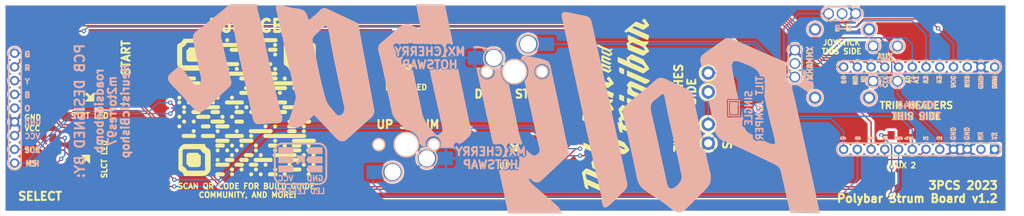
<source format=kicad_pcb>
(kicad_pcb (version 20221018) (generator pcbnew)
  (layers (0 "F.Cu" signal) (31 "B.Cu" signal) (34 "B.Paste" user) (35 "F.Paste" user) (36 "B.SilkS" user "B.Silkscreen") (37 "F.SilkS" user "F.Silkscreen") (38 "B.Mask" user) (39 "F.Mask" user) (44 "Edge.Cuts" user))
  (net 0 "")
  (net 1 "Up")
  (net 2 "GND")
  (net 3 "Down")
  (net 4 "Select")
  (net 5 "Start")
  (net 6 "Green")
  (net 7 "SW")
  (net 8 "Red")
  (net 9 "VRY")
  (net 10 "Yellow")
  (net 11 "VRX")
  (net 12 "Blue")
  (net 13 "Orange")
  (net 14 "VCC")
  (net 15 "led_sck")
  (net 16 "led_mosi")
  (net 17 "Tilt")
  (net 18 "Net-(D1-D0)")
  (net 19 "Net-(D1-C0)")
  (net 20 "Net-(D2-D0)")
  (net 21 "Net-(D2-C0)")
  (net 22 "Net-(D4-D0)")
  (net 23 "Net-(D3-C0)")
  (net 24 "Net-(D3-D0)")
  (net 25 "Net-(D4-C0)")
  (footprint "" (layer "F.Cu") (at 152.25 118)
    (fp_text reference "" hide)
    (fp_text value "" hide)
  )
  (footprint "" (layer "F.Cu") (at 23.7 109.92 90)
    (fp_text reference "")
    (fp_text value "")
  )
  (footprint "" (layer "F.Cu") (at 152.25 108.5)
    (fp_text reference "" hide)
    (fp_text value "" hide)
  )
  (footprint "" (layer "F.Cu") (at 23.7 104.84 90)
    (fp_text reference "")
    (fp_text value "")
  )
  (footprint "" (layer "F.Cu") (at 152.25 112)
    (fp_text reference "")
    (fp_text value "")
  )
  (footprint "" (layer "F.Cu") (at 23.7 122.62 90)
    (fp_text reference "")
    (fp_text value "")
  )
  (footprint "Button_Switch_SMD:SW_SPST_PTS645" (layer "F.Cu") (at 37.511 105.5)
    (fp_text reference "REF**" hide)
    (fp_text value "SW_SPST_PTS645")
  )
  (footprint "Button_Switch_SMD:SW_SPST_PTS645" (layer "F.Cu") (at 28.511 124.5 90)
    (fp_text reference "REF**" hide)
    (fp_text value "SW_SPST_PTS645")
  )
  (footprint "Controller_Inputs:LED_RGB_5050_DOTSTAR" (layer "F.Cu") (at 116.15 122.25 180)
    (fp_text reference "D5" hide)
    (fp_text value "strum_up_led")
  )
  (footprint "Controller_Inputs:LED_RGB_5050_DOTSTAR" (layer "F.Cu") (at 96.15 107.75 180)
    (fp_text reference "D5" hide)
    (fp_text value "strum_down_led")
  )
  (footprint "Button_Switch_SMD:SW_SPST_PTS645" (layer "F.Cu") (at 188.083 124 90)
    (fp_text reference "REF**" hide)
    (fp_text value "SW_SPST_PTS645")
  )
  (footprint "" (layer "F.Cu") (at 23.7 112.46 90)
    (fp_text reference "")
    (fp_text value "")
  )
  (footprint "" (layer "F.Cu") (at 23.7 125.16 90)
    (fp_text reference "")
    (fp_text value "")
  )
  (footprint "" (layer "F.Cu") (at 23.7 107.38 90)
    (fp_text reference "")
    (fp_text value "")
  )
  (footprint "" (layer "F.Cu") (at 23.7 115 90)
    (fp_text reference "")
    (fp_text value "")
  )
  (footprint "" (layer "F.Cu") (at 23.7 117.54 90)
    (fp_text reference "")
    (fp_text value "")
  )
  (footprint "" (layer "F.Cu") (at 152.25 121.5)
    (fp_text reference "" hide)
    (fp_text value "" hide)
  )
  (footprint "" (layer "F.Cu") (at 23.7 120.08 90)
    (fp_text reference "")
    (fp_text value "")
  )
  (footprint "Controller_Inputs:RKJXV1224005" (layer "F.Cu") (at 176.761 106.75 90)
    (fp_text reference "U**" hide)
    (fp_text value "RKJXV1224005" hide)
  )
  (footprint "Controller_Inputs:LED_RGB_5050_DOTSTAR" (layer "F.Cu") (at 36.85 124.525 -90)
    (fp_text reference "D5" hide)
    (fp_text value "select_led")
  )
  (footprint "Controller_Inputs:LED_RGB_5050_DOTSTAR" (layer "F.Cu") (at 37.575 113 180)
    (fp_text reference "D5" hide)
    (fp_text value "start_led")
  )
  (footprint "marbastlib-mx:SW_MX_HS_1u" (layer "B.Cu") (at 96.15 121.75)
    (fp_text reference " ")
    (fp_text value "MX_SW_HS" hide)
  )
  (footprint "Controller_Inputs:KB2040-ProMicroPins" (layer "B.Cu") (at 191.01325 115 180)
    (fp_text reference "U1" hide)
    (fp_text value "ProMicro" hide)
  )
  (footprint "Jumper:SolderJumper-2_P1.3mm_Open_Pad1.0x1.5mm" (layer "B.Cu") (at 156.75 115 -90)
    (fp_text reference "SINGLE TILT JUMPER" hide)
    (fp_text value "SolderJumper-2_P1.3mm_Open_Pad1.0x1.5mm")
  )
  (footprint "marbastlib-mx:SW_MX_HS_1u" (layer "B.Cu") (at 116.15 108.25 180)
    (fp_text reference " ")
    (fp_text value "MX_SW_HS" hide)
  )
  (gr_arc (start 22.6 104.9) (mid 23.75 103.75) (end 24.9 104.9) (stroke (width 0.25)) (layer "B.SilkS"))
  (gr_poly (pts (xy 104.550769 105.374873) (xy 104.56821 105.399956) (xy 104.586986 105.423814) (xy 104.607031 105.446408) (xy 104.628276 105.4677) (xy 104.650655 105.487649) (xy 104.674102 105.506219) (xy 104.698549 105.523369) (xy 104.723929 105.539061) (xy 104.750175 105.553257) (xy 104.777221 105.565918) (xy 104.805 105.577005) (xy 104.833444 105.586479) (xy 104.862486 105.594302) (xy 104.892061 105.600434) (xy 104.9221 105.604838) (xy 104.952537 105.607474) (xy 104.939929 105.618206) (xy 104.927636 105.629285) (xy 104.915667 105.640703) (xy 104.904028 105.652452) (xy 104.892725 105.664527) (xy 104.881766 105.676918) (xy 104.871156 105.68962) (xy 104.860903 105.702625) (xy 104.841127 105.678636) (xy 104.820108 105.655986) (xy 104.797917 105.634709) (xy 104.774623 105.614838) (xy 104.750297 105.596407) (xy 104.725007 105.579448) (xy 104.698824 105.563996) (xy 104.671817 105.550084) (xy 104.644056 105.537745) (xy 104.61561 105.527012) (xy 104.58655 105.51792) (xy 104.556944 105.5105) (xy 104.526863 105.504787) (xy 104.496377 105.500815) (xy 104.465554 105.498616) (xy 104.434466 105.498223) (xy 104.419061 105.497041) (xy 104.403643 105.496196) (xy 104.388216 105.49569) (xy 104.372785 105.495521) (xy 104.357354 105.49569) (xy 104.341929 105.496196) (xy 104.326514 105.497041) (xy 104.311115 105.498223) (xy 104.319957 105.491947) (xy 104.328634 105.485463) (xy 104.337142 105.478776) (xy 104.345479 105.471888) (xy 104.353641 105.464804) (xy 104.361625 105.457526) (xy 104.369427 105.450058) (xy 104.377044 105.442404) (xy 104.384473 105.434567) (xy 104.391711 105.42655) (xy 104.398753 105.418357) (xy 104.405597 105.409992) (xy 104.41224 105.401457) (xy 104.418677 105.392757) (xy 104.424906 105.383894) (xy 104.430924 105.374873) (xy 104.490851 105.286767)) (fill solid) (layer "B.SilkS"))
  (gr_poly (pts (xy 155.891498 102.059562) (xy 156.03282 102.071311) (xy 156.173407 102.093487) (xy 156.312674 102.126148) (xy 156.450034 102.169352) (xy 156.584899 102.223159) (xy 156.716685 102.287626) (xy 158.346652 102.994185) (xy 159.96869 103.718914) (xy 161.589404 104.446947) (xy 163.215398 105.163415) (xy 164.84625 105.858576) (xy 166.482392 106.541398) (xy 166.482392 109.265642) (xy 166.483051 109.301559) (xy 166.484533 109.337437) (xy 166.486835 109.373263) (xy 166.489956 109.409021) (xy 166.493894 109.444699) (xy 166.498648 109.480281) (xy 166.504214 109.515754) (xy 166.510592 109.551105) (xy 166.512032 109.557012) (xy 166.513677 109.562848) (xy 166.515487 109.568621) (xy 166.517421 109.574343) (xy 166.525569 109.59692) (xy 166.527503 109.602539) (xy 166.529312 109.608168) (xy 166.530956 109.613818) (xy 166.532394 109.619499) (xy 166.533585 109.625221) (xy 166.534486 109.630995) (xy 166.535057 109.63683) (xy 166.535256 109.642739) (xy 166.540652 109.66468) (xy 166.546398 109.686529) (xy 166.552491 109.70828) (xy 166.558931 109.729929) (xy 166.565716 109.751472) (xy 166.572845 109.772904) (xy 166.580318 109.794221) (xy 166.588131 109.815419) (xy 166.593598 109.828952) (xy 166.599267 109.8424) (xy 166.605138 109.855759) (xy 166.611208 109.869028) (xy 166.617479 109.882204) (xy 166.623948 109.895285) (xy 166.630615 109.908269) (xy 166.637479 109.921153) (xy 166.674911 109.991198) (xy 166.684583 110.008606) (xy 166.694464 110.025724) (xy 166.704595 110.042429) (xy 166.715018 110.058597) (xy 166.722715 110.071804) (xy 166.730607 110.084891) (xy 166.738692 110.097857) (xy 166.746969 110.1107) (xy 166.755436 110.123418) (xy 166.764093 110.136009) (xy 166.772937 110.14847) (xy 166.781968 110.160799) (xy 166.79323 110.175416) (xy 166.804676 110.189888) (xy 166.816305 110.204213) (xy 166.828115 110.21839) (xy 166.840104 110.232417) (xy 166.85227 110.246291) (xy 166.864612 110.260012) (xy 166.877128 110.273577) (xy 166.965236 110.368733) (xy 167.070955 110.453317) (xy 167.085339 110.464035) (xy 167.099476 110.474959) (xy 167.127342 110.496931) (xy 167.141234 110.50773) (xy 167.155209 110.518241) (xy 167.169349 110.52834) (xy 167.176507 110.533195) (xy 167.183736 110.537901) (xy 167.296508 110.597813) (xy 167.338824 110.618854) (xy 167.381687 110.638686) (xy 167.425073 110.657299) (xy 167.468954 110.674684) (xy 167.513307 110.69083) (xy 167.558106 110.705727) (xy 167.603325 110.719366) (xy 167.648938 110.731736) (xy 167.680665 110.731731) (xy 167.66812 110.743654) (xy 167.655928 110.755905) (xy 167.644097 110.768476) (xy 167.63263 110.781359) (xy 167.621535 110.794546) (xy 167.610817 110.808028) (xy 167.600481 110.821798) (xy 167.590533 110.835846) (xy 167.580979 110.850166) (xy 167.571824 110.864747) (xy 167.563074 110.879583) (xy 167.554735 110.894665) (xy 167.546812 110.909985) (xy 167.539311 110.925534) (xy 167.532238 110.941305) (xy 167.525598 110.957289) (xy 167.521582 110.97358) (xy 167.518102 110.989963) (xy 167.515157 111.006424) (xy 167.512748 111.022951) (xy 167.510874 111.039529) (xy 167.509535 111.056147) (xy 167.508732 111.072791) (xy 167.508464 111.089448) (xy 167.508732 111.106104) (xy 167.509535 111.122748) (xy 167.510874 111.139366) (xy 167.512748 111.155944) (xy 167.515157 111.172471) (xy 167.518102 111.188932) (xy 167.521582 111.205315) (xy 167.525598 111.221606) (xy 167.546394 111.353872) (xy 167.570226 111.485121) (xy 167.625593 111.745125) (xy 167.68889 112.002733) (xy 167.75731 112.25906) (xy 167.898279 112.772334) (xy 167.965212 113.03151) (xy 168.026033 113.293867) (xy 168.582869 115.813703) (xy 169.678909 120.77937) (xy 171.19124 127.622141) (xy 171.937334 131.046665) (xy 172.663938 134.478128) (xy 167.15 134.35) (xy 166.429542 131.18472) (xy 165.913566 128.869621) (xy 165.375772 126.55915) (xy 165.340326 126.47022) (xy 165.300776 126.383475) (xy 165.257235 126.299039) (xy 165.209812 126.217031) (xy 165.15862 126.137573) (xy 165.103769 126.060788) (xy 165.04537 125.986796) (xy 164.983534 125.915719) (xy 164.918371 125.847678) (xy 164.849993 125.782795) (xy 164.778511 125.721192) (xy 164.704036 125.66299) (xy 164.626678 125.608311) (xy 164.546548 125.557276) (xy 164.463758 125.510006) (xy 164.378419 125.466623) (xy 162.031493 124.333192) (xy 159.675312 123.210665) (xy 157.30327 122.121837) (xy 156.109237 121.597185) (xy 154.908762 121.089507) (xy 154.737686 121.023606) (xy 154.573151 120.946528) (xy 154.415564 120.858776) (xy 154.265336 120.760852) (xy 154.122874 120.653258) (xy 153.988588 120.536494) (xy 153.862888 120.411063) (xy 153.746181 120.277467) (xy 153.638877 120.136208) (xy 153.541386 119.987786) (xy 153.454116 119.832704) (xy 153.377476 119.671465) (xy 153.311875 119.504568) (xy 153.257723 119.332517) (xy 153.215428 119.155813) (xy 153.185399 118.974957) (xy 153.1748 118.946757) (xy 153.226419 118.879718) (xy 153.273925 118.810279) (xy 153.317271 118.738629) (xy 153.35641 118.664954) (xy 153.391298 118.589445) (xy 153.421888 118.512287) (xy 153.448134 118.433671) (xy 153.46999 118.353783) (xy 153.48741 118.272813) (xy 153.500347 118.190947) (xy 153.508757 118.108375) (xy 153.512593 118.025284) (xy 153.511809 117.941862) (xy 153.506359 117.858298) (xy 153.496197 117.77478) (xy 153.481276 117.691495) (xy 153.461695 117.609182) (xy 153.437659 117.528554) (xy 153.409285 117.449765) (xy 153.376691 117.37297) (xy 153.339993 117.298323) (xy 153.29931 117.225978) (xy 153.254757 117.156089) (xy 153.206453 117.08881) (xy 153.154515 117.024296) (xy 153.099059 116.9627) (xy 153.040204 116.904176) (xy 152.978065 116.84888) (xy 152.912762 116.796964) (xy 152.844409 116.748584) (xy 152.773126 116.703893) (xy 152.699029 116.663045) (xy 152.05973 113.603999) (xy 155.476167 113.603999) (xy 155.48 116.42) (xy 155.49 116.47) (xy 155.5 116.51) (xy 155.51 116.55) (xy 155.52 116.58) (xy 155.54 116.61) (xy 155.55 116.63) (xy 155.57 116.65) (xy 155.59 116.66) (xy 155.62 116.68) (xy 155.65 116.69) (xy 155.68 116.7) (xy 155.7 116.7) (xy 155.72 116.7) (xy 155.75 116.7) (xy 155.77 116.7) (xy 155.78 116.7) (xy 155.79 116.7) (xy 155.8 116.7) (xy 155.81 116.7) (xy 155.82 116.7) (xy 155.83 116.7) (xy 155.84 116.7) (xy 155.85 116.7) (xy 155.86 116.7) (xy 155.87 116.7) (xy 155.88 116.7) (xy 155.89 116.7) (xy 155.9 116.7) (xy 155.91 116.7) (xy 155.92 116.7) (xy 155.93 116.7) (xy 155.94 116.7) (xy 157.914938 116.698288) (xy 157.928045 116.697963) (xy 157.941063 116.696995) (xy 157.953971 116.695392) (xy 157.966746 116.693163) (xy 157.979368 116.690317) (xy 157.991814 116.686864) (xy 158.004063 116.682811) (xy 158.016093 116.678169) (xy 158.027882 116.672946) (xy 158.039409 116.667151) (xy 158.050652 116.660794) (xy 158.061589 116.653882) (xy 158.072199 116.646425) (xy 158.082459 116.638432) (xy 158.092348 116.629912) (xy 158.101844 116.620874) (xy 158.110881 116.611376) (xy 158.1194 116.601485) (xy 158.127393 116.591225) (xy 158.13485 116.580615) (xy 158.141761 116.569678) (xy 158.14812 116.558436) (xy 158.153915 116.546909) (xy 158.159138 116.535121) (xy 158.163781 116.523092) (xy 158.167834 116.510844) (xy 158.171288 116.498398) (xy 158.174134 116.485777) (xy 158.176364 116.473002) (xy 158.177967 116.460095) (xy 158.178936 116.447077) (xy 158.179261 116.43397) (xy 158.179261 115.376694) (xy 158.26958 115.812378) (xy 158.362529 116.250702) (xy 158.358648 116.261065) (xy 158.355016 116.271506) (xy 158.351635 116.282021) (xy 158.348504 116.292606) (xy 158.345625 116.303255) (xy 158.342999 116.313966) (xy 158.340626 116.324732) (xy 158.338506 116.335549) (xy 158.336642 116.346414) (xy 158.335034 116.35732) (xy 158.333683 116.368265) (xy 158.332588 116.379243) (xy 158.331752 116.39025) (xy 158.331175 116.401281) (xy 158.330858 116.412332) (xy 158.330802 116.423399) (xy 158.331422 116.441808) (xy 158.332754 116.460158) (xy 158.334793 116.478429) (xy 158.337536 116.496601) (xy 158.340979 116.514654) (xy 158.345117 116.532567) (xy 158.349948 116.55032) (xy 158.355466 116.567892) (xy 158.355116 116.573615) (xy 158.354866 116.579342) (xy 158.354716 116.585071) (xy 158.354666 116.590801) (xy 158.354716 116.596531) (xy 158.354866 116.60226) (xy 158.355116 116.607986) (xy 158.355466 116.613709) (xy 158.360477 116.625754) (xy 158.365826 116.637644) (xy 158.371511 116.649371) (xy 158.377526 116.66093) (xy 158.383868 116.672313) (xy 158.390533 116.683513) (xy 158.397516 116.694523) (xy 158.404815 116.705338) (xy 158.457689 116.775822) (xy 158.472938 116.839312) (xy 158.487198 116.903133) (xy 158.500799 116.967617) (xy 158.51407 117.033092) (xy 158.51409 117.033092) (xy 158.505236 117.039953) (xy 158.496576 117.047036) (xy 158.488113 117.054336) (xy 158.479851 117.061849) (xy 158.471794 117.06957) (xy 158.463946 117.077495) (xy 158.456311 117.085619) (xy 158.448891 117.093939) (xy 158.441692 117.10245) (xy 158.434715 117.111148) (xy 158.427967 117.120028) (xy 158.421449 117.129086) (xy 158.415166 117.138318) (xy 158.409121 117.14772) (xy 158.403319 117.157286) (xy 158.397762 117.167014) (xy 158.392227 117.174747) (xy 158.387005 117.182682) (xy 158.3821 117.190808) (xy 158.377517 117.199116) (xy 158.373262 117.207597) (xy 158.369339 117.21624) (xy 158.365753 117.225037) (xy 158.362509 117.233976) (xy 158.360658 117.237045) (xy 158.358876 117.240151) (xy 158.357162 117.243292) (xy 158.355518 117.246468) (xy 158.353943 117.249677) (xy 158.352439 117.252918) (xy 158.351005 117.25619) (xy 158.349643 117.259492) (xy 158.348353 117.262822) (xy 158.347135 117.26618) (xy 158.345991 117.269564) (xy 158.34492 117.272973) (xy 158.343922 117.276406) (xy 158.343 117.279862) (xy 158.342153 117.28334) (xy 158.341381 117.286838) (xy 158.335866 117.304864) (xy 158.331039 117.323065) (xy 158.326903 117.341423) (xy 158.323461 117.359917) (xy 158.320717 117.378527) (xy 158.318674 117.397233) (xy 158.317337 117.416016) (xy 158.316707 117.434855) (xy 158.316707 118.030456) (xy 158.31557 118.04365) (xy 158.314758 118.056863) (xy 158.31427 118.070088) (xy 158.314108 118.083319) (xy 158.31427 118.09655) (xy 158.314758 118.109775) (xy 158.31557 118.122987) (xy 158.316707 118.136182) (xy 158.316707 118.181999) (xy 158.316727 118.23134) (xy 158.319993 118.240027) (xy 158.323462 118.248631) (xy 158.327133 118.257147) (xy 158.331003 118.265573) (xy 158.33507 118.273905) (xy 158.339332 118.282139) (xy 158.343788 118.290273) (xy 158.348434 118.298302) (xy 158.348755 118.299829) (xy 158.349034 118.301362) (xy 158.34927 118.3029) (xy 158.349463 118.304442) (xy 158.349613 118.305988) (xy 158.349721 118.307537) (xy 158.349786 118.309087) (xy 158.349808 118.310638) (xy 158.349788 118.312189) (xy 158.349725 118.313739) (xy 158.349619 118.315288) (xy 158.349471 118.316834) (xy 158.349281 118.318376) (xy 158.349048 118.319914) (xy 158.348772 118.321447) (xy 158.348454 118.322974) (xy 158.355315 118.332303) (xy 158.362359 118.34149) (xy 158.369584 118.350531) (xy 158.376987 118.359424) (xy 158.384567 118.368166) (xy 158.392321 118.376754) (xy 158.400247 118.385185) (xy 158.408341 118.393457) (xy 158.42623 118.410758) (xy 158.444847 118.427123) (xy 158.464155 118.442533) (xy 158.484114 118.456974) (xy 158.504688 118.470427) (xy 158.525839 118.482877) (xy 158.547529 118.494307) (xy 158.56972 118.5047) (xy 158.592375 118.51404) (xy 158.615456 118.52231) (xy 158.638925 118.529493) (xy 158.662744 118.535572) (xy 158.686877 118.540532) (xy 158.711283 118.544355) (xy 158.735928 118.547025) (xy 158.760771 118.548525) (xy 158.760771 118.573196) (xy 158.776279 118.641145) (xy 158.794976 118.706926) (xy 158.816744 118.770602) (xy 158.841467 118.832236) (xy 158.86903 118.891889) (xy 158.899317 118.949626) (xy 158.93221 119.005508) (xy 158.967595 119.059598) (xy 159.005354 119.111959) (xy 159.045372 119.162653) (xy 159.13172 119.25929) (xy 159.225708 119.350012) (xy 159.326408 119.435317) (xy 159.43289 119.515709) (xy 159.544224 119.591686) (xy 159.659482 119.66375) (xy 159.777734 119.732402) (xy 160.019503 119.86147) (xy 160.262096 119.982898) (xy 160.262096 120.335323) (xy 160.261603 120.342365) (xy 160.26125 120.349412) (xy 160.261039 120.356464) (xy 160.260968 120.363517) (xy 160.261039 120.370571) (xy 160.26125 120.377623) (xy 160.261603 120.38467) (xy 160.262096 120.391711) (xy 160.262096 120.486869) (xy 160.283244 120.539729) (xy 160.339625 120.659553) (xy 160.349913 120.676974) (xy 160.360675 120.694093) (xy 160.371902 120.710902) (xy 160.383589 120.72739) (xy 160.395727 120.743548) (xy 160.408311 120.759367) (xy 160.421333 120.774837) (xy 160.434785 120.789949) (xy 160.494692 120.849861) (xy 160.494692 120.849866) (xy 160.508614 120.863224) (xy 160.522993 120.876061) (xy 160.537814 120.888364) (xy 160.553062 120.900123) (xy 160.568723 120.911327) (xy 160.584782 120.921963) (xy 160.601223 120.932021) (xy 160.609583 120.93683) (xy 160.618033 120.94149) (xy 160.737867 121.001399) (xy 160.74755 121.006118) (xy 160.757377 121.010501) (xy 160.767341 121.014546) (xy 160.777433 121.01825) (xy 160.787645 121.021611) (xy 160.797967 121.024623) (xy 160.808393 121.027286) (xy 160.818912 121.029595) (xy 160.847113 121.029595) (xy 160.859426 121.030734) (xy 160.87176 121.031548) (xy 160.884107 121.032037) (xy 160.896461 121.0322) (xy 160.908815 121.032037) (xy 160.921162 121.031548) (xy 160.933496 121.030734) (xy 160.945809 121.029595) (xy 161.153752 121.029595) (xy 161.166062 121.030788) (xy 161.178393 121.03164) (xy 161.190738 121.032151) (xy 161.203091 121.032321) (xy 161.215444 121.032151) (xy 161.227791 121.03164) (xy 161.240124 121.030788) (xy 161.252438 121.029595) (xy 161.284165 121.0296) (xy 161.29426 121.027289) (xy 161.304259 121.024625) (xy 161.314151 121.02161) (xy 161.323926 121.018249) (xy 161.333577 121.014544) (xy 161.343093 121.010499) (xy 161.352465 121.006116) (xy 161.361683 121.001399) (xy 161.481518 120.94149) (xy 161.491626 120.936003) (xy 161.50162 120.930319) (xy 161.511499 120.924438) (xy 161.521258 120.918362) (xy 161.530895 120.912093) (xy 161.540407 120.905634) (xy 161.549792 120.898985) (xy 161.559046 120.892149) (xy 161.654207 120.962627) (xy 161.671085 120.973885) (xy 161.688335 120.984465) (xy 161.705936 120.994361) (xy 161.723867 121.003566) (xy 161.742108 121.012074) (xy 161.760637 121.019878) (xy 161.779435 121.026972) (xy 161.79848 121.033349) (xy 161.817753 121.039004) (xy 161.837232 121.043928) (xy 161.856897 121.048117) (xy 161.876728 121.051562) (xy 161.896702 121.054259) (xy 161.916801 121.0562) (xy 161.937004 121.05738) (xy 161.957289 121.05779) (xy 161.974753 121.057416) (xy 161.992172 121.056388) (xy 162.009529 121.054709) (xy 162.026804 121.052381) (xy 162.043981 121.049409) (xy 162.06104 121.045793) (xy 162.077964 121.041538) (xy 162.094735 121.036645) (xy 162.221601 120.983783) (xy 162.372437 121.058151) (xy 162.523689 121.130701) (xy 162.827766 121.271011) (xy 163.134487 121.406034) (xy 163.444509 121.537093) (xy 163.500015 121.55736) (xy 163.563627 121.577808) (xy 163.63362 121.597378) (xy 163.70827 121.615012) (xy 163.785853 121.629653) (xy 163.864643 121.64024) (xy 163.903953 121.643683) (xy 163.942918 121.645717) (xy 163.981323 121.646208) (xy 164.018952 121.645024) (xy 164.05559 121.642034) (xy 164.091022 121.637104) (xy 164.125031 121.630103) (xy 164.157403 121.620898) (xy 164.187921 121.609357) (xy 164.21637 121.595348) (xy 164.242535 121.578738) (xy 164.2662 121.559396) (xy 164.28715 121.537188) (xy 164.305168 121.511983) (xy 164.320041 121.483648) (xy 164.331551 121.452051) (xy 164.339483 121.417059) (xy 164.343622 121.378541) (xy 164.343753 121.336364) (xy 164.33966 121.290396) (xy 164.300924 121.022659) (xy 164.25526 120.75473) (xy 164.146161 120.218528) (xy 164.018394 119.682243) (xy 163.877989 119.146329) (xy 163.583384 118.077435) (xy 163.441245 117.545363) (xy 163.310589 117.01548) (xy 162.809715 114.81062) (xy 162.327331 112.603119) (xy 162.335985 112.593702) (xy 162.344436 112.584116) (xy 162.35268 112.574363) (xy 162.360717 112.564447) (xy 162.368543 112.554371) (xy 162.376156 112.544138) (xy 162.383555 112.533752) (xy 162.390736 112.523217) (xy 162.397698 112.512536) (xy 162.404438 112.501711) (xy 162.410955 112.490747) (xy 162.417245 112.479647) (xy 162.423308 112.468415) (xy 162.429139 112.457053) (xy 162.434738 112.445566) (xy 162.440102 112.433956) (xy 162.440133 112.433948) (xy 162.444172 112.423556) (xy 162.448066 112.413108) (xy 162.451812 112.402608) (xy 162.455411 112.392056) (xy 162.45886 112.381454) (xy 162.462159 112.370806) (xy 162.465307 112.360111) (xy 162.468303 112.349372) (xy 162.469503 112.335738) (xy 162.470361 112.322084) (xy 162.470875 112.308418) (xy 162.471047 112.294745) (xy 162.470875 112.281072) (xy 162.470361 112.267406) (xy 162.469503 112.253753) (xy 162.468303 112.240119) (xy 162.446879 112.206008) (xy 162.428312 112.17074) (xy 162.412601 112.13448) (xy 162.399747 112.097393) (xy 162.389749 112.059644) (xy 162.382608 112.0214) (xy 162.378323 111.982825) (xy 162.376895 111.944085) (xy 162.378323 111.905344) (xy 162.382608 111.866769) (xy 162.389749 111.828525) (xy 162.399747 111.790776) (xy 162.412601 111.753689) (xy 162.428312 111.717429) (xy 162.446879 111.68216) (xy 162.468303 111.648049) (xy 162.468303 111.05245) (xy 162.468006 111.032453) (xy 162.466956 111.012531) (xy 162.465159 110.992706) (xy 162.462621 110.972996) (xy 162.459349 110.953424) (xy 162.455348 110.934007) (xy 162.450625 110.914768) (xy 162.445187 110.895725) (xy 162.43904 110.876899) (xy 162.432189 110.858311) (xy 162.424641 110.839979) (xy 162.416403 110.821925) (xy 162.40748 110.804169) (xy 162.397879 110.78673) (xy 162.387607 110.76963) (xy 162.376669 110.752887) (xy 162.387706 110.736435) (xy 162.398066 110.71961) (xy 162.407743 110.702435) (xy 162.416729 110.68493) (xy 162.425018 110.667116) (xy 162.432603 110.649014) (xy 162.439478 110.630646) (xy 162.445637 110.612033) (xy 162.451072 110.593197) (xy 162.455777 110.574157) (xy 162.459745 110.554936) (xy 162.46297 110.535555) (xy 162.465444 110.516035) (xy 162.467163 110.496397) (xy 162.468118 110.476662) (xy 162.468303 110.456851) (xy 162.467376 110.429402) (xy 162.465066 110.40216) (xy 162.461393 110.375175) (xy 162.456379 110.348492) (xy 162.450045 110.322159) (xy 162.44241 110.296224) (xy 162.433497 110.270735) (xy 162.423325 110.245738) (xy 162.411916 110.221281) (xy 162.399291 110.197411) (xy 162.385469 110.174176) (xy 162.370472 110.151623) (xy 162.354321 110.1298) (xy 162.337037 110.108754) (xy 162.318639 110.088532) (xy 162.29915 110.069182) (xy 162.327853 110.040869) (xy 162.354037 110.010772) (xy 162.377664 109.979051) (xy 162.398697 109.945867) (xy 162.417096 109.911383) (xy 162.432824 109.87576) (xy 162.445843 109.839159) (xy 162.456116 109.801741) (xy 162.463603 109.763668) (xy 162.468267 109.725101) (xy 162.47007 109.686202) (xy 162.468974 109.647132) (xy 162.464941 109.608053) (xy 162.457932 109.569125) (xy 162.447911 109.530511) (xy 162.434838 109.492371) (xy 162.41889 109.455341) (xy 162.400363 109.42001) (xy 162.379394 109.386471) (xy 162.356119 109.35482) (xy 162.330675 109.325149) (xy 162.303198 109.297554) (xy 162.273826 109.272127) (xy 162.242695 109.248964) (xy 162.209941 109.228157) (xy 162.175702 109.209802) (xy 162.140113 109.193991) (xy 162.103313 109.180819) (xy 162.065436 109.17038) (xy 162.026621 109.162768) (xy 161.987003 109.158077) (xy 161.94672 109.156401) (xy 161.573152 109.156401) (xy 161.549798 109.070112) (xy 161.526448 108.98151) (xy 161.514363 108.936858) (xy 161.501784 108.892248) (xy 161.488546 108.847885) (xy 161.474486 108.803976) (xy 161.430748 108.704518) (xy 161.382961 108.607332) (xy 161.331221 108.512525) (xy 161.275625 108.420206) (xy 161.216271 108.330483) (xy 161.153256 108.243464) (xy 161.086677 108.159257) (xy 161.016632 108.077971) (xy 160.943218 107.999714) (xy 160.866531 107.924594) (xy 160.78667 107.85272) (xy 160.703732 107.784199) (xy 160.617814 107.71914) (xy 160.529013 107.657651) (xy 160.437426 107.599841) (xy 160.343151 107.545817) (xy 160.033278 107.38455) (xy 159.720084 107.230118) (xy 159.403682 107.082569) (xy 159.084184 106.941953) (xy 158.761706 106.808316) (xy 158.436359 106.681709) (xy 158.108257 106.562179) (xy 157.777513 106.449775) (xy 157.713678 106.428353) (xy 157.646798 106.407911) (xy 157.57746 106.38877) (xy 157.506253 106.37125) (xy 157.433767 106.355671) (xy 157.360588 106.342353) (xy 157.287306 106.331617) (xy 157.21451 106.323782) (xy 157.142787 106.319169) (xy 157.072726 106.318096) (xy 157.004917 106.320886) (xy 156.939947 106.327857) (xy 156.878405 106.33933) (xy 156.849103 106.346854) (xy 156.820879 106.355624) (xy 156.793807 106.365679) (xy 156.767959 106.37706) (xy 156.743409 106.389807) (xy 156.720232 106.403958) (xy 156.671944 106.453352) (xy 156.626893 106.50516) (xy 156.585135 106.559221) (xy 156.546727 106.615376) (xy 156.511725 106.673464) (xy 156.480187 106.733325) (xy 156.452169 106.7948) (xy 156.427729 106.857728) (xy 156.406922 106.92195) (xy 156.389807 106.987304) (xy 156.37644 107.053633) (xy 156.366877 107.120774) (xy 156.361176 107.188568) (xy 156.359394 107.256856) (xy 156.361586 107.325477) (xy 156.367811 107.394271) (xy 156.611811 108.714598) (xy 156.873982 110.029968) (xy 157.425082 112.663023) (xy 157.460042 112.832188) (xy 157.495997 113.001352) (xy 157.569571 113.339678) (xy 155.740479 113.339678) (xy 155.727318 113.339832) (xy 155.71424 113.340644) (xy 155.701267 113.342105) (xy 155.688422 113.344207) (xy 155.675728 113.34694) (xy 155.663208 113.350294) (xy 155.650884 113.354262) (xy 155.638778 113.358834) (xy 155.626914 113.364) (xy 155.615314 113.369751) (xy 155.604001 113.376079) (xy 155.592997 113.382974) (xy 155.582325 113.390427) (xy 155.572007 113.398428) (xy 155.562067 113.406969) (xy 155.552526 113.416041) (xy 155.543455 113.425582) (xy 155.534914 113.435522) (xy 155.526913 113.44584) (xy 155.519459 113.456511) (xy 155.512563 113.467515) (xy 155.506235 113.478828) (xy 155.500482 113.490427) (xy 155.495315 113.50229) (xy 155.490743 113.514395) (xy 155.486774 113.526719) (xy 155.483419 113.53924) (xy 155.480687 113.551934) (xy 155.478586 113.56478) (xy 155.477126 113.577754) (xy 155.476316 113.590834) (xy 155.476167 113.603999) (xy 152.05973 113.603999) (xy 152.043527 113.526465) (xy 152.119167 113.519885) (xy 152.193647 113.509701) (xy 152.266882 113.496005) (xy 152.338788 113.478888) (xy 152.409281 113.458441) (xy 152.478277 113.434755) (xy 152.545691 113.407921) (xy 152.61144 113.37803) (xy 152.675439 113.345174) (xy 152.737605 113.309443) (xy 152.797853 113.270928) (xy 152.856099 113.229721) (xy 152.912259 113.185913) (xy 152.966248 113.139594) (xy 153.017984 113.090857) (xy 153.067381 113.039791) (xy 153.114356 112.986489) (xy 153.158824 112.931041) (xy 153.200702 112.873538) (xy 153.239905 112.814071) (xy 153.276348 112.752733) (xy 153.309949 112.689612) (xy 153.340623 112.624801) (xy 153.368285 112.558392) (xy 153.392852 112.490474) (xy 153.414239 112.421139) (xy 153.432363 112.350478) (xy 153.447139 112.278582) (xy 153.458483 112.205543) (xy 153.466311 112.131451) (xy 153.470539 112.056398) (xy 153.471083 111.980474) (xy 153.467901 111.904615) (xy 153.461067 111.829754) (xy 153.450669 111.755979) (xy 153.436793 111.683378) (xy 153.419527 111.61204) (xy 153.398959 111.542052) (xy 153.375174 111.473502) (xy 153.348262 111.406479) (xy 153.318308 111.341071) (xy 153.2854 111.277366) (xy 153.249626 111.215452) (xy 153.211072 111.155417) (xy 153.169826 111.097349) (xy 153.125975 111.041336) (xy 153.079606 110.987467) (xy 153.030807 110.93583) (xy 152.979665 110.886512) (xy 152.926266 110.839602) (xy 152.870699 110.795188) (xy 152.81305 110.753358) (xy 152.753406 110.714201) (xy 152.691856 110.677803) (xy 152.628486 110.644254) (xy 152.563383 110.613642) (xy 152.496634 110.586055) (xy 152.428328 110.56158) (xy 152.35855 110.540306) (xy 152.287389 110.522321) (xy 152.214931 110.507714) (xy 152.141265 110.496571) (xy 152.066476 110.488982) (xy 151.990652 110.485035) (xy 151.954479 110.485742) (xy 151.918365 110.487277) (xy 151.882324 110.489639) (xy 151.846369 110.492824) (xy 151.810515 110.49683) (xy 151.774776 110.501654) (xy 151.739166 110.507293) (xy 151.703699 110.513745) (xy 151.668389 110.521007) (xy 151.633249 110.529075) (xy 151.598294 110.537948) (xy 151.563538 110.547623) (xy 151.528995 110.558097) (xy 151.494679 110.569367) (xy 151.460604 110.581431) (xy 151.426784 110.594286) (xy 151.271716 109.847147) (xy 151.312503 109.868905) (xy 151.353874 109.889358) (xy 151.395796 109.908497) (xy 151.438238 109.926314) (xy 151.481168 109.9428) (xy 151.524555 109.957948) (xy 151.568367 109.971748) (xy 151.612572 109.984192) (xy 151.657138 109.995272) (xy 151.702035 110.00498) (xy 151.74723 110.013306) (xy 151.792691 110.020243) (xy 151.838387 110.025783) (xy 151.884286 110.029916) (xy 151.930357 110.032635) (xy 151.976567 110.033931) (xy 152.042737 110.032618) (xy 152.108292 110.028485) (xy 152.173168 110.021584) (xy 152.237296 110.011967) (xy 152.300612 109.999689) (xy 152.363047 109.984801) (xy 152.424536 109.967357) (xy 152.485012 109.947409) (xy 152.544409 109.925011) (xy 152.60266 109.900214) (xy 152.659698 109.873073) (xy 152.715457 109.84364) (xy 152.769871 109.811968) (xy 152.822872 109.77811) (xy 152.874395 109.742118) (xy 152.924373 109.704046) (xy 152.972739 109.663946) (xy 153.019427 109.621872) (xy 153.06437 109.577875) (xy 153.107502 109.53201) (xy 153.148756 109.484329) (xy 153.188066 109.434885) (xy 153.225365 109.38373) (xy 153.260586 109.330918) (xy 153.293664 109.276501) (xy 153.324531 109.220533) (xy 153.353121 109.163066) (xy 153.379368 109.104154) (xy 153.403205 109.043848) (xy 153.424565 108.982202) (xy 153.443382 108.919269) (xy 153.45959 108.855102) (xy 153.473015 108.790295) (xy 153.483553 108.72546) (xy 153.491241 108.660673) (xy 153.496116 108.596011) (xy 153.498215 108.53155) (xy 153.497573 108.467367) (xy 153.494229 108.403539) (xy 153.488219 108.340142) (xy 153.47958 108.277253) (xy 153.468348 108.214948) (xy 153.454561 108.153305) (xy 153.438254 108.092399) (xy 153.419466 108.032308) (xy 153.398232 107.973107) (xy 153.374589 107.914874) (xy 153.348575 107.857686) (xy 153.320226 107.801618) (xy 153.289578 107.746747) (xy 153.256669 107.693151) (xy 153.221535 107.640905) (xy 153.184213 107.590087) (xy 153.14474 107.540772) (xy 153.103153 107.493039) (xy 153.059489 107.446962) (xy 153.013783 107.402619) (xy 152.966074 107.360086) (xy 152.916397 107.31944) (xy 152.86479 107.280758) (xy 152.811289 107.244116) (xy 152.755931 107.209592) (xy 152.698754 107.17726) (xy 152.639793 107.147199) (xy 152.57959 107.119708) (xy 152.518718 107.095026) (xy 152.45726 107.073133) (xy 152.395298 107.054011) (xy 152.332915 107.03764) (xy 152.270195 107.024002) (xy 152.20722 107.013078) (xy 152.144072 107.004849) (xy 152.080836 106.999297) (xy 152.017593 106.996402) (xy 151.954427 106.996145) (xy 151.891421 106.998509) (xy 151.828657 107.003474) (xy 151.766218 107.01102) (xy 151.704187 107.021131) (xy 151.642647 107.033785) (xy 151.581681 107.048966) (xy 151.521372 107.066653) (xy 151.461803 107.086829) (xy 151.403056 107.109473) (xy 151.345215 107.134568) (xy 151.288361 107.162095) (xy 151.232579 107.192035) (xy 151.177952 107.224368) (xy 151.12456 107.259076) (xy 151.072489 107.296141) (xy 151.021821 107.335543) (xy 150.972638 107.377264) (xy 150.925023 107.421284) (xy 150.87906 107.467586) (xy 150.834831 107.516149) (xy 150.792419 107.566956) (xy 150.660704 106.892062) (xy 150.531633 106.217168) (xy 150.52723 106.141643) (xy 150.527075 106.066415) (xy 150.531107 105.991646) (xy 150.539266 105.9175) (xy 150.55149 105.844137) (xy 150.56772 105.77172) (xy 150.587894 105.700411) (xy 150.611951 105.630371) (xy 150.639831 105.561764) (xy 150.671473 105.494751) (xy 150.706817 105.429493) (xy 150.745801 105.366154) (xy 150.788364 105.304895) (xy 150.834447 105.245879) (xy 150.883989 105.189266) (xy 150.936928 105.13522) (xy 151.37911 104.797326) (xy 151.831205 104.468641) (xy 152.751914 103.82552) (xy 153.213921 103.504394) (xy 153.672623 103.179097) (xy 154.124718 102.846285) (xy 154.5669 102.502611) (xy 154.683313 102.413323) (xy 154.804855 102.333875) (xy 154.93094 102.264326) (xy 155.060983 102.204733) (xy 155.194397 102.155157) (xy 155.330594 102.115654) (xy 155.46899 102.086285) (xy 155.608996 102.067108) (xy 155.750028 102.05818)) (fill solid) (layer "B.SilkS"))
  (gr_poly (pts (xy 113.850919 107.326887) (xy 113.827468 107.386926) (xy 113.805598 107.447489) (xy 113.785314 107.508546) (xy 113.766623 107.570066) (xy 113.749531 107.632015) (xy 113.734045 107.694365) (xy 113.720172 107.757081) (xy 113.707918 107.820134) (xy 113.697289 107.883492) (xy 113.688292 107.947124) (xy 113.680934 108.010997) (xy 113.67522 108.075082) (xy 113.671158 108.139345) (xy 113.668755 108.203756) (xy 113.668016 108.268284) (xy 113.6685 108.312485) (xy 113.669729 108.356662) (xy 113.671702 108.400806) (xy 113.674417 108.444907) (xy 113.677873 108.488957) (xy 113.682071 108.532946) (xy 113.687008 108.576864) (xy 113.692685 108.620703) (xy 113.692685 108.705298) (xy 113.699266 108.743125) (xy 113.70636 108.780853) (xy 113.713967 108.818477) (xy 113.722086 108.855993) (xy 113.730714 108.893395) (xy 113.739851 108.930677) (xy 113.749497 108.967835) (xy 113.759649 109.004862) (xy 113.759649 109.022483) (xy 113.771768 109.061689) (xy 113.784583 109.100663) (xy 113.798094 109.139394) (xy 113.812295 109.177873) (xy 113.827184 109.216092) (xy 113.842757 109.25404) (xy 113.859011 109.29171) (xy 113.875942 109.329092) (xy 113.904133 109.389004) (xy 113.921509 109.424039) (xy 113.939467 109.45877) (xy 113.958003 109.49319) (xy 113.977112 109.527291) (xy 113.996791 109.561067) (xy 114.017034 109.59451) (xy 114.037839 109.627614) (xy 114.0592 109.660372) (xy 114.083251 109.69532) (xy 114.107867 109.729863) (xy 114.133042 109.763992) (xy 114.158771 109.797703) (xy 114.18505 109.830987) (xy 114.211872 109.863838) (xy 114.239233 109.896249) (xy 114.267127 109.928213) (xy 114.288275 109.952886) (xy 114.317418 109.984922) (xy 114.347085 110.016444) (xy 114.377268 110.047447) (xy 114.407959 110.077924) (xy 114.439153 110.107869) (xy 114.470841 110.137277) (xy 114.503017 110.166142) (xy 114.535673 110.194456) (xy 114.568804 110.222216) (xy 114.6024 110.249413) (xy 114.636457 110.276043) (xy 114.670966 110.302099) (xy 114.70592 110.327575) (xy 114.741312 110.352466) (xy 114.777136 110.376765) (xy 114.813384 110.400467) (xy 114.850748 110.424103) (xy 114.888532 110.447039) (xy 114.926727 110.469269) (xy 114.965323 110.490787) (xy 115.004309 110.511588) (xy 115.043677 110.531665) (xy 115.083417 110.551014) (xy 115.123519 110.569629) (xy 116.772864 118.400513) (xy 116.844489 118.80855) (xy 116.926852 119.214334) (xy 117.019897 119.617655) (xy 117.123567 120.018302) (xy 117.237805 120.416066) (xy 117.362553 120.810735) (xy 117.497756 121.2021) (xy 117.643355 121.58995) (xy 117.643355 121.58996) (xy 117.597539 121.58996) (xy 117.548195 121.611105) (xy 117.505905 121.635777) (xy 117.463614 121.667493) (xy 117.460926 121.669128) (xy 117.458271 121.670812) (xy 117.455648 121.672544) (xy 117.453059 121.674324) (xy 117.450504 121.67615) (xy 117.447985 121.678024) (xy 117.445501 121.679943) (xy 117.443053 121.681908) (xy 117.440642 121.683919) (xy 117.438269 121.685973) (xy 117.435934 121.688072) (xy 117.433638 121.690215) (xy 117.431381 121.6924) (xy 117.429164 121.694628) (xy 117.426989 121.696898) (xy 117.424855 121.69921) (xy 117.422335 121.701327) (xy 117.419856 121.703487) (xy 117.417416 121.705689) (xy 117.415017 121.707935) (xy 117.41266 121.710222) (xy 117.410344 121.71255) (xy 117.408071 121.714919) (xy 117.40584 121.717328) (xy 117.403654 121.719777) (xy 117.401511 121.722265) (xy 117.399413 121.724791) (xy 117.39736 121.727354) (xy 117.395353 121.729955) (xy 117.393392 121.732593) (xy 117.391478 121.735267) (xy 117.389612 121.737977) (xy 117.357895 121.773222) (xy 117.326173 121.826085) (xy 117.326139 121.827014) (xy 117.326057 121.828106) (xy 117.325898 121.829554) (xy 117.325636 121.831311) (xy 117.325244 121.833332) (xy 117.324698 121.83557) (xy 117.323971 121.837979) (xy 117.323532 121.839232) (xy 117.323038 121.840511) (xy 117.322486 121.841809) (xy 117.321872 121.84312) (xy 117.321194 121.844439) (xy 117.320449 121.845761) (xy 117.319632 121.847078) (xy 117.318741 121.848386) (xy 117.317773 121.849678) (xy 117.316724 121.850949) (xy 117.315591 121.852192) (xy 117.314372 121.853403) (xy 117.313061 121.854575) (xy 117.311658 121.855703) (xy 117.310157 121.85678) (xy 117.308557 121.857801) (xy 117.287414 121.900089) (xy 117.269787 121.857791) (xy 117.270167 121.853834) (xy 117.270439 121.84987) (xy 117.270602 121.845902) (xy 117.270656 121.841932) (xy 117.270602 121.837961) (xy 117.270439 121.833994) (xy 117.270167 121.83003) (xy 117.269787 121.826074) (xy 117.266958 121.819531) (xy 117.263926 121.813086) (xy 117.260693 121.806743) (xy 117.257262 121.800508) (xy 117.253635 121.794384) (xy 117.249815 121.788377) (xy 117.245805 121.78249) (xy 117.241607 121.776728) (xy 117.20988 121.737967) (xy 117.174637 121.6992) (xy 117.132347 121.663954) (xy 117.093582 121.635761) (xy 117.051297 121.611087) (xy 117.001948 121.589944) (xy 116.56141 121.589944) (xy 116.53322 121.607566) (xy 116.510231 121.593577) (xy 116.486816 121.58089) (xy 116.463019 121.569494) (xy 116.438885 121.55938) (xy 116.414457 121.55054) (xy 116.389782 121.542964) (xy 116.364903 121.536642) (xy 116.339865 121.531565) (xy 116.314713 121.527725) (xy 116.289491 121.525111) (xy 116.264244 121.523714) (xy 116.239016 121.523526) (xy 116.213852 121.524536) (xy 116.188797 121.526735) (xy 116.163895 121.530115) (xy 116.139191 121.534665) (xy 116.11473 121.540377) (xy 116.090555 121.547241) (xy 116.066712 121.555248) (xy 116.043246 121.564389) (xy 116.0202 121.574654) (xy 115.99762 121.586034) (xy 115.975549 121.598519) (xy 115.954033 121.612101) (xy 115.933117 121.62677) (xy 115.912844 121.642516) (xy 115.89326 121.659331) (xy 115.874409 121.677205) (xy 115.856335 121.696129) (xy 115.839084 121.716094) (xy 115.8227 121.737089) (xy 115.807227 121.759107) (xy 115.747309 121.847212) (xy 115.687392 121.759107) (xy 115.677374 121.744551) (xy 115.666922 121.730399) (xy 115.65605 121.716655) (xy 115.64477 121.703327) (xy 115.633094 121.69042) (xy 115.621035 121.677941) (xy 115.595818 121.65429) (xy 115.569217 121.632425) (xy 115.541332 121.612394) (xy 115.512263 121.594246) (xy 115.48211 121.578032) (xy 115.450972 121.563801) (xy 115.418948 121.551601) (xy 115.386139 121.541484) (xy 115.352644 121.533498) (xy 115.318563 121.527692) (xy 115.301333 121.525622) (xy 115.283994 121.524116) (xy 115.266559 121.52318) (xy 115.249039 121.52282) (xy 115.231447 121.523043) (xy 115.213796 121.523854) (xy 115.1787 121.527226) (xy 115.144181 121.532873) (xy 115.11033 121.540734) (xy 115.07724 121.550747) (xy 115.045004 121.562851) (xy 115.013715 121.576984) (xy 114.983465 121.593084) (xy 114.954347 121.61109) (xy 114.926453 121.630941) (xy 114.899876 121.652574) (xy 114.87471 121.675928) (xy 114.851046 121.700943) (xy 114.828977 121.727555) (xy 114.808596 121.755705) (xy 114.789995 121.785329) (xy 114.773268 121.816367) (xy 114.75864 121.848447) (xy 114.74627 121.881167) (xy 114.736151 121.914413) (xy 114.728278 121.948077) (xy 114.722641 121.982046) (xy 114.719236 122.01621) (xy 114.718054 122.050458) (xy 114.719088 122.084678) (xy 114.722332 122.11876) (xy 114.727779 122.152593) (xy 114.735422 122.186065) (xy 114.745253 122.219065) (xy 114.757266 122.251484) (xy 114.771454 122.283208) (xy 114.78781 122.314129) (xy 114.806326 122.344133) (xy 115.112935 122.802288) (xy 114.806326 123.256913) (xy 114.792353 123.279115) (xy 114.779552 123.301882) (xy 114.767932 123.325167) (xy 114.757502 123.348925) (xy 114.748271 123.37311) (xy 114.740248 123.397675) (xy 114.733442 123.422574) (xy 114.727861 123.447761) (xy 114.723516 123.473191) (xy 114.720415 123.498817) (xy 114.718567 123.524592) (xy 114.717982 123.550472) (xy 114.718667 123.576409) (xy 114.720633 123.602358) (xy 114.723888 123.628273) (xy 114.728442 123.654106) (xy 114.734269 123.679682) (xy 114.741324 123.704829) (xy 114.749581 123.729507) (xy 114.759013 123.753678) (xy 114.769595 123.777302) (xy 114.781299 123.800341) (xy 114.7941 123.822755) (xy 114.807972 123.844506) (xy 114.822888 123.865555) (xy 114.838822 123.885863) (xy 114.855748 123.90539) (xy 114.87364 123.924098) (xy 114.892471 123.941947) (xy 114.912216 123.9589) (xy 114.932848 123.974916) (xy 114.954341 123.989957) (xy 114.970727 124.000529) (xy 114.987456 124.010453) (xy 115.00451 124.019723) (xy 115.021869 124.028333) (xy 115.039513 124.036278) (xy 115.057422 124.043552) (xy 115.075578 124.050148) (xy 115.093961 124.056061) (xy 115.112552 124.061284) (xy 115.13133 124.065813) (xy 115.150277 124.069641) (xy 115.169373 124.072763) (xy 115.188599 124.075172) (xy 115.207935 124.076862) (xy 115.227361 124.077829) (xy 115.246859 124.078065) (xy 115.261796 124.07976) (xy 115.276769 124.080971) (xy 115.291764 124.081698) (xy 115.306771 124.08194) (xy 115.321778 124.081698) (xy 115.336774 124.080971) (xy 115.351746 124.07976) (xy 115.366683 124.078065) (xy 115.357152 124.085561) (xy 115.347816 124.093282) (xy 115.338682 124.101222) (xy 115.329752 124.109377) (xy 115.321029 124.117744) (xy 115.312517 124.126318) (xy 115.304221 124.135096) (xy 115.296143 124.144072) (xy 115.288287 124.153243) (xy 115.280657 124.162606) (xy 115.273256 124.172155) (xy 115.266088 124.181886) (xy 115.259156 124.191797) (xy 115.252465 124.201881) (xy 115.246017 124.212137) (xy 115.239817 124.222558) (xy 115.2081 124.190841) (xy 115.193499 124.177726) (xy 115.178516 124.16507) (xy 115.163164 124.15288) (xy 115.147452 124.141165) (xy 115.131391 124.129933) (xy 115.114993 124.119192) (xy 115.098268 124.108949) (xy 115.081228 124.099212) (xy 114.936735 124.028729) (xy 114.880344 124.007584) (xy 114.263601 124.007584) (xy 114.207215 124.028729) (xy 114.066243 124.099212) (xy 114.027483 124.123887) (xy 114.015277 124.112111) (xy 114.002699 124.100785) (xy 113.989764 124.089916) (xy 113.976483 124.079511) (xy 113.96287 124.069577) (xy 113.948938 124.060122) (xy 113.934699 124.051152) (xy 113.920166 124.042676) (xy 113.905353 124.034701) (xy 113.890273 124.027233) (xy 113.874938 124.020279) (xy 113.859361 124.013848) (xy 113.843555 124.007947) (xy 113.827533 124.002582) (xy 113.811308 123.997761) (xy 113.794893 123.993491) (xy 113.794882 123.993491) (xy 113.805552 123.988719) (xy 113.816108 123.983721) (xy 113.826546 123.978499) (xy 113.836862 123.973057) (xy 113.847054 123.967395) (xy 113.857118 123.961516) (xy 113.867051 123.955422) (xy 113.876848 123.949116) (xy 113.886507 123.942599) (xy 113.896024 123.935875) (xy 113.905395 123.928945) (xy 113.914618 123.921812) (xy 113.923688 123.914477) (xy 113.932602 123.906943) (xy 113.941357 123.899213) (xy 113.94995 123.891288) (xy 114.094443 123.750321) (xy 114.101414 123.742966) (xy 114.108255 123.735497) (xy 114.114963 123.727916) (xy 114.121539 123.720224) (xy 114.12798 123.712422) (xy 114.134286 123.704514) (xy 114.140454 123.6965) (xy 114.146485 123.688382) (xy 114.152375 123.680163) (xy 114.158125 123.671844) (xy 114.163733 123.663426) (xy 114.169197 123.654912) (xy 114.174516 123.646303) (xy 114.17969 123.637601) (xy 114.184716 123.628808) (xy 114.189593 123.619925) (xy 114.260084 123.475429) (xy 114.26645 123.462816) (xy 114.27239 123.450008) (xy 114.277899 123.437017) (xy 114.282974 123.423855) (xy 114.287611 123.410532) (xy 114.291805 123.397059) (xy 114.295552 123.383447) (xy 114.298849 123.369708) (xy 114.298849 123.369703) (xy 114.369335 123.084237) (xy 114.369897 123.077199) (xy 114.370298 123.070152) (xy 114.370539 123.0631) (xy 114.370619 123.056044) (xy 114.370539 123.048988) (xy 114.370298 123.041935) (xy 114.369897 123.034888) (xy 114.369335 123.027849) (xy 114.3699 123.021252) (xy 114.370304 123.014646) (xy 114.370546 123.008034) (xy 114.370627 123.001419) (xy 114.370546 122.994804) (xy 114.370304 122.988192) (xy 114.3699 122.981585) (xy 114.369335 122.974987) (xy 114.369335 122.742386) (xy 114.36956 122.687759) (xy 114.369335 122.633141) (xy 114.369335 122.633135) (xy 114.298849 122.347672) (xy 114.297353 122.341694) (xy 114.295651 122.335777) (xy 114.293746 122.329927) (xy 114.291639 122.324149) (xy 114.289331 122.318448) (xy 114.286826 122.31283) (xy 114.284124 122.307299) (xy 114.281227 122.30186) (xy 114.280459 122.29815) (xy 114.279616 122.294459) (xy 114.278697 122.290789) (xy 114.277704 122.28714) (xy 114.276635 122.283515) (xy 114.275493 122.279913) (xy 114.274277 122.276337) (xy 114.272988 122.272787) (xy 114.271626 122.269264) (xy 114.270191 122.26577) (xy 114.268685 122.262305) (xy 114.267106 122.258871) (xy 114.265457 122.255469) (xy 114.263736 122.2521) (xy 114.261945 122.248765) (xy 114.260084 122.245465) (xy 114.189593 122.104497) (xy 114.180139 122.087273) (xy 114.170091 122.070409) (xy 114.159461 122.05392) (xy 114.14826 122.037821) (xy 114.136498 122.022127) (xy 114.124186 122.006852) (xy 114.111337 121.99201) (xy 114.097959 121.977618) (xy 114.097959 121.977623) (xy 113.953466 121.83313) (xy 113.945164 121.825151) (xy 113.936689 121.817373) (xy 113.928044 121.809797) (xy 113.919233 121.802427) (xy 113.91026 121.795265) (xy 113.901128 121.788313) (xy 113.891841 121.781574) (xy 113.882404 121.77505) (xy 113.872819 121.768745) (xy 113.863091 121.76266) (xy 113.853223 121.756798) (xy 113.84322 121.751162) (xy 113.833085 121.745755) (xy 113.822821 121.740578) (xy 113.812433 121.735634) (xy 113.801925 121.730927) (xy 113.756108 121.730927) (xy 113.541133 121.660443) (xy 113.512943 121.660443) (xy 113.505907 121.659792) (xy 113.498861 121.659327) (xy 113.491807 121.659048) (xy 113.48475 121.658955) (xy 113.477693 121.659048) (xy 113.470639 121.659327) (xy 113.463593 121.659792) (xy 113.456557 121.660443) (xy 113.065368 121.660443) (xy 112.850393 121.730927) (xy 112.804576 121.730927) (xy 112.790616 121.737031) (xy 112.776852 121.74354) (xy 112.763291 121.75045) (xy 112.749943 121.757757) (xy 112.736817 121.765454) (xy 112.723921 121.773538) (xy 112.711265 121.782003) (xy 112.698857 121.790844) (xy 112.679638 121.770109) (xy 112.659443 121.750527) (xy 112.638327 121.732124) (xy 112.616342 121.714923) (xy 112.593542 121.698948) (xy 112.569979 121.684224) (xy 112.545708 121.670775) (xy 112.52078 121.658625) (xy 112.495251 121.647799) (xy 112.469172 121.63832) (xy 112.442597 121.630213) (xy 112.415578 121.623501) (xy 112.388171 121.61821) (xy 112.360426 121.614364) (xy 112.332399 121.611985) (xy 112.304141 121.6111) (xy 112.287896 121.603646) (xy 112.271496 121.596555) (xy 112.254948 121.589829) (xy 112.238257 121.58347) (xy 112.22143 121.577481) (xy 112.204474 121.571863) (xy 112.187394 121.566618) (xy 112.170196 121.561749) (xy 112.170196 121.561754) (xy 110.90852 115.922954) (xy 110.610719 114.544094) (xy 110.309393 113.170516) (xy 109.086476 107.5) (xy 109.946394 107.5) (xy 109.918384 107.541033) (xy 109.891912 107.583017) (xy 109.867002 107.625907) (xy 109.843675 107.66966) (xy 109.821955 107.714233) (xy 109.801864 107.75958) (xy 109.783424 107.805659) (xy 109.766658 107.852425) (xy 109.766658 107.891192) (xy 109.766338 107.901105) (xy 109.765426 107.911022) (xy 109.763986 107.92095) (xy 109.762088 107.930894) (xy 109.759797 107.940858) (xy 109.75718 107.950849) (xy 109.751241 107.970928) (xy 109.738411 108.011623) (xy 109.735397 108.021939) (xy 109.732595 108.032322) (xy 109.730071 108.042777) (xy 109.727893 108.05331) (xy 109.723923 108.080011) (xy 109.720457 108.106776) (xy 109.717496 108.133596) (xy 109.71504 108.160464) (xy 109.713089 108.187375) (xy 109.711645 108.21432) (xy 109.710708 108.241292) (xy 109.710277 108.268284) (xy 109.713401 108.362226) (xy 109.722674 108.455014) (xy 109.737948 108.546392) (xy 109.759074 108.636102) (xy 109.785905 108.723888) (xy 109.818292 108.809494) (xy 109.856087 108.892662) (xy 109.899141 108.973136) (xy 109.947306 109.050659) (xy 110.000435 109.124975) (xy 110.058378 109.195825) (xy 110.120988 109.262955) (xy 110.188116 109.326106) (xy 110.259614 109.385022) (xy 110.335334 109.439447) (xy 110.415127 109.489123) (xy 110.498045 109.533389) (xy 110.583037 109.571752) (xy 110.669809 109.604213) (xy 110.758063 109.630772) (xy 110.847504 109.651429) (xy 110.937834 109.666185) (xy 111.028757 109.675038) (xy 111.119976 109.677989) (xy 111.211196 109.675038) (xy 111.302119 109.666185) (xy 111.392449 109.651429) (xy 111.48189 109.630772) (xy 111.570145 109.604213) (xy 111.656917 109.571752) (xy 111.741911 109.533389) (xy 111.824829 109.489123) (xy 111.865225 109.464895) (xy 111.904622 109.439447) (xy 111.943 109.412812) (xy 111.980342 109.385022) (xy 112.016628 109.356109) (xy 112.05184 109.326106) (xy 112.085959 109.295043) (xy 112.118967 109.262955) (xy 112.150846 109.229871) (xy 112.181577 109.195825) (xy 112.211141 109.160849) (xy 112.23952 109.124975) (xy 112.266695 109.088234) (xy 112.292648 109.05066) (xy 112.31736 109.012283) (xy 112.340813 108.973137) (xy 112.362988 108.933253) (xy 112.383867 108.892663) (xy 112.40343 108.8514) (xy 112.421661 108.809495) (xy 112.438539 108.766981) (xy 112.454047 108.72389) (xy 112.468166 108.680254) (xy 112.480878 108.636104) (xy 112.492163 108.591474) (xy 112.502004 108.546394) (xy 112.510382 108.500898) (xy 112.517278 108.455017) (xy 112.522673 108.408784) (xy 112.526551 108.36223) (xy 112.52889 108.315388) (xy 112.529674 108.268289) (xy 112.528255 108.218093) (xy 112.524959 108.168037) (xy 112.519795 108.118175) (xy 112.512771 108.068558) (xy 112.503895 108.019237) (xy 112.493176 107.970266) (xy 112.480622 107.921697) (xy 112.466241 107.873581) (xy 112.565141 107.867819) (xy 112.663281 107.857481) (xy 112.760516 107.84263) (xy 112.856701 107.82333) (xy 112.95169 107.799641) (xy 113.045336 107.771628) (xy 113.137495 107.739353) (xy 113.228021 107.702877) (xy 113.316767 107.662265) (xy 113.403589 107.617578) (xy 113.48834 107.56888) (xy 113.570876 107.516233) (xy 113.651049 107.459699) (xy 113.728715 107.399341) (xy 113.803728 107.335222) (xy 113.875942 107.267404)) (fill solid) (layer "B.SilkS"))
  (gr_rect (start 77.9746 122.3) (end 80.5746 123.4) (stroke (width 0.15)) (fill solid) (layer "B.SilkS"))
  (gr_line (start 177.050049 123.765) (end 204.990049 123.765) (stroke (width 0.25)) (layer "B.SilkS"))
  (gr_line (start 77.3246 125.35) (end 75.8246 123.85) (stroke (width 0.12)) (layer "B.SilkS"))
  (gr_poly (pts (xy 168.981091 108.465641) (xy 168.946889 108.424008) (xy 168.911111 108.383937) (xy 168.873814 108.345466) (xy 168.835052 108.30863) (xy 168.794884 108.273465) (xy 168.753364 108.24001) (xy 168.710549 108.2083) (xy 168.666496 108.178372) (xy 168.621261 108.150262) (xy 168.5749 108.124007) (xy 168.527469 108.099645) (xy 168.479025 108.07721) (xy 168.429624 108.056741) (xy 168.379321 108.038273) (xy 168.328175 108.021843) (xy 168.27624 108.007488) (xy 168.327886 107.994331) (xy 168.378787 107.979091) (xy 168.428885 107.961803) (xy 168.478123 107.942502) (xy 168.526444 107.921225) (xy 168.573791 107.898007) (xy 168.620107 107.872884) (xy 168.665334 107.845892) (xy 168.709415 107.817067) (xy 168.752293 107.786444) (xy 168.793911 107.754059) (xy 168.834211 107.719947) (xy 168.873136 107.684146) (xy 168.910629 107.646689) (xy 168.946633 107.607614) (xy 168.981091 107.566956)) (fill solid) (layer "B.SilkS"))
  (gr_poly (pts (xy 157.474431 116.137933) (xy 156.004812 116.137933) (xy 156.004812 113.868316) (xy 157.474431 113.868316)) (fill solid) (layer "B.SilkS"))
  (gr_poly (pts (xy 96.970105 105.53699) (xy 96.970305 105.547603) (xy 96.970876 105.558288) (xy 96.971777 105.569034) (xy 96.972968 105.579833) (xy 96.976051 105.601543) (xy 96.979796 105.623335) (xy 96.987946 105.666838) (xy 96.991693 105.688383) (xy 96.994779 105.70968) (xy 96.986381 105.698612) (xy 96.977695 105.687791) (xy 96.968728 105.677223) (xy 96.959484 105.666913) (xy 96.949971 105.656867) (xy 96.940192 105.647089) (xy 96.930155 105.637584) (xy 96.919865 105.628358) (xy 96.909328 105.619415) (xy 96.898549 105.610761) (xy 96.887534 105.602401) (xy 96.87629 105.59434) (xy 96.864821 105.586582) (xy 96.853134 105.579134) (xy 96.841235 105.572) (xy 96.829128 105.565185) (xy 96.829138 105.565185) (xy 96.910198 105.515845) (xy 96.927814 105.515845)) (fill solid) (layer "B.SilkS"))
  (gr_poly (pts (xy 115.78961 123.873662) (xy 115.807253 123.898417) (xy 115.826196 123.921955) (xy 115.846375 123.944238) (xy 115.867723 123.965228) (xy 115.890176 123.984889) (xy 115.913669 124.003182) (xy 115.938135 124.020072) (xy 115.96351 124.03552) (xy 115.989728 124.049489) (xy 116.016724 124.061942) (xy 116.044432 124.072841) (xy 116.072788 124.082151) (xy 116.101726 124.089832) (xy 116.131181 124.095848) (xy 116.161087 124.100162) (xy 116.191379 124.102736) (xy 116.184874 124.108138) (xy 116.178466 124.113648) (xy 116.172158 124.119265) (xy 116.165951 124.124988) (xy 116.159845 124.130815) (xy 116.153842 124.136746) (xy 116.147943 124.142778) (xy 116.142149 124.148911) (xy 116.136462 124.155142) (xy 116.130883 124.161471) (xy 116.125413 124.167896) (xy 116.120054 124.174416) (xy 116.114806 124.181029) (xy 116.109671 124.187734) (xy 116.10465 124.19453) (xy 116.099745 124.201415) (xy 116.080749 124.176015) (xy 116.060385 124.151971) (xy 116.038727 124.129321) (xy 116.01585 124.108104) (xy 115.991828 124.088358) (xy 115.966735 124.070123) (xy 115.940646 124.053437) (xy 115.913635 124.03834) (xy 115.885778 124.024869) (xy 115.857147 124.013064) (xy 115.827819 124.002964) (xy 115.797867 123.994606) (xy 115.767366 123.988031) (xy 115.73639 123.983277) (xy 115.705014 123.980382) (xy 115.673312 123.979386) (xy 115.657912 123.978203) (xy 115.642497 123.977359) (xy 115.627072 123.976853) (xy 115.611642 123.976684) (xy 115.596212 123.976853) (xy 115.580786 123.977359) (xy 115.565371 123.978203) (xy 115.549972 123.979386) (xy 115.558795 123.973354) (xy 115.567457 123.967112) (xy 115.575953 123.960663) (xy 115.584281 123.954011) (xy 115.592437 123.947158) (xy 115.600416 123.940109) (xy 115.608217 123.932867) (xy 115.615835 123.925435) (xy 115.623267 123.917816) (xy 115.630509 123.910015) (xy 115.637558 123.902034) (xy 115.644411 123.893878) (xy 115.651064 123.885549) (xy 115.657512 123.877051) (xy 115.663754 123.868387) (xy 115.669786 123.859561) (xy 115.729693 123.782033)) (fill solid) (layer "B.SilkS"))
  (gr_line (start 75.8246 123.85) (end 77.3246 123.85) (stroke (width 0.12)) (layer "B.SilkS"))
  (gr_line (start 71.8246 127.6) (end 71.8246 123) (stroke (width 0.35)) (layer "B.SilkS"))
  (gr_poly (pts (xy 167.063252 107.617635) (xy 167.099369 107.656143) (xy 167.136961 107.693015) (xy 167.175971 107.728218) (xy 167.21634 107.761716) (xy 167.258011 107.793472) (xy 167.300925 107.823452) (xy 167.345024 107.85162) (xy 167.390251 107.877941) (xy 167.436547 107.902379) (xy 167.483853 107.9249) (xy 167.532113 107.945466) (xy 167.581267 107.964044) (xy 167.631259 107.980597) (xy 167.682029 107.99509) (xy 167.73352 108.007488) (xy 167.681985 108.020153) (xy 167.631179 108.034908) (xy 167.581158 108.051717) (xy 167.531981 108.070544) (xy 167.483706 108.091353) (xy 167.436389 108.11411) (xy 167.39009 108.138778) (xy 167.344864 108.165323) (xy 167.300771 108.193709) (xy 167.257868 108.2239) (xy 167.216213 108.25586) (xy 167.175862 108.289555) (xy 167.136875 108.324949) (xy 167.099309 108.362006) (xy 167.063221 108.400692) (xy 167.028669 108.440969) (xy 167.028669 107.577529)) (fill solid) (layer "B.SilkS"))
  (gr_line (start 204.990049 121.465) (end 177.050049 121.465) (stroke (width 0.25)) (layer "B.SilkS"))
  (gr_poly (pts (xy 169.664056 107.910384) (xy 170.25 108.2) (xy 170.175 108.325) (xy 170.1 108.5) (xy 170.125 108.675) (xy 170.275 108.775) (xy 170.15 108.825) (xy 170.05 108.95) (xy 170.025 109.05) (xy 170.075 109.175) (xy 170.2 109.25) (xy 170.1 109.3) (xy 170.05 109.4) (xy 170.05 109.575) (xy 170.125 109.7) (xy 170.275 109.825) (xy 170.975 110) (xy 171.225 110.05) (xy 171.375 110.075) (xy 171.382565 110.077252) (xy 171.413005 110.19203) (xy 171.439591 110.307662) (xy 171.462309 110.424051) (xy 171.481145 110.541099) (xy 171.496085 110.658708) (xy 171.507115 110.776779) (xy 171.514219 110.895216) (xy 171.517386 111.013919) (xy 171.516599 111.132792) (xy 171.511845 111.251737) (xy 171.50311 111.370655) (xy 171.490379 111.489448) (xy 171.416962 111.502614) (xy 171.344515 111.519116) (xy 171.27314 111.538897) (xy 171.202941 111.561896) (xy 171.134019 111.588055) (xy 171.066477 111.617314) (xy 171.000417 111.649615) (xy 170.935943 111.684898) (xy 170.873156 111.723104) (xy 170.812158 111.764173) (xy 170.753053 111.808048) (xy 170.695943 111.854668) (xy 170.64093 111.903974) (xy 170.588117 111.955908) (xy 170.537606 112.01041) (xy 170.489499 112.06742) (xy 170.365654 111.99713) (xy 170.237706 111.919245) (xy 169.971915 111.74567) (xy 169.417666 111.362133) (xy 169.138871 111.172078) (xy 169.00117 111.081834) (xy 168.865406 110.996437) (xy 168.732181 110.917132) (xy 168.602101 110.845163) (xy 168.475769 110.781774) (xy 168.353789 110.728209) (xy 168.41738 110.712041) (xy 168.479754 110.693301) (xy 168.54086 110.672057) (xy 168.600645 110.648371) (xy 168.659057 110.62231) (xy 168.716045 110.593939) (xy 168.771556 110.563322) (xy 168.825538 110.530526) (xy 168.87794 110.495614) (xy 168.928709 110.458652) (xy 168.977794 110.419705) (xy 169.025142 110.378838) (xy 169.070701 110.336117) (xy 169.11442 110.291606) (xy 169.156247 110.24537) (xy 169.196129 110.197475) (xy 169.234014 110.147986) (xy 169.269851 110.096967) (xy 169.303588 110.044485) (xy 169.335172 109.990603) (xy 169.364552 109.935387) (xy 169.391675 109.878903) (xy 169.41649 109.821214) (xy 169.438945 109.762388) (xy 169.458987 109.702487) (xy 169.476565 109.641578) (xy 169.491626 109.579726) (xy 169.504119 109.516995) (xy 169.513992 109.453451) (xy 169.521192 109.389159) (xy 169.525668 109.324184) (xy 169.527368 109.258592) (xy 169.527368 107.831275)) (fill solid) (layer "B.SilkS"))
  (gr_poly (pts (xy 101.495239 105.498218) (xy 101.483497 105.49856) (xy 101.471776 105.499154) (xy 101.460078 105.499998) (xy 101.448409 105.501093) (xy 101.436771 105.502437) (xy 101.425168 105.50403) (xy 101.413605 105.50587) (xy 101.402086 105.507958) (xy 101.390614 105.510292) (xy 101.379194 105.512871) (xy 101.367829 105.515696) (xy 101.356523 105.518764) (xy 101.34528 105.522076) (xy 101.334104 105.52563) (xy 101.323 105.529426) (xy 101.311971 105.533463) (xy 101.318837 105.528786) (xy 101.325617 105.523993) (xy 101.332308 105.519084) (xy 101.33891 105.514061) (xy 101.345422 105.508926) (xy 101.351841 105.503679) (xy 101.358167 105.498322) (xy 101.364398 105.492856) (xy 101.370532 105.487282) (xy 101.376569 105.481601) (xy 101.382507 105.475816) (xy 101.388344 105.469927) (xy 101.39408 105.463935) (xy 101.399712 105.457842) (xy 101.40524 105.451648) (xy 101.410662 105.445356)) (fill solid) (layer "B.SilkS"))
  (gr_line (start 81.35 127.6) (end 81.35 123) (stroke (width 0.35)) (layer "B.SilkS"))
  (gr_poly (pts (xy 103.29 95.8) (xy 103.672363 97.689809) (xy 104.815102 103.10526) (xy 104.796457 103.112438) (xy 104.778076 103.120224) (xy 104.759971 103.128609) (xy 104.742158 103.137586) (xy 104.724652 103.147148) (xy 104.707467 103.157287) (xy 104.690618 103.167995) (xy 104.674119 103.179266) (xy 104.666141 103.185826) (xy 104.658279 103.192517) (xy 104.650536 103.199338) (xy 104.642913 103.206287) (xy 104.635411 103.213363) (xy 104.628032 103.220564) (xy 104.620778 103.227888) (xy 104.613649 103.235334) (xy 104.606649 103.2429) (xy 104.599777 103.250585) (xy 104.593036 103.258386) (xy 104.586427 103.266303) (xy 104.579951 103.274333) (xy 104.573611 103.282475) (xy 104.567408 103.290728) (xy 104.561343 103.299089) (xy 104.501425 103.387195) (xy 104.441508 103.299089) (xy 104.43149 103.284533) (xy 104.421038 103.270381) (xy 104.410166 103.256637) (xy 104.398886 103.243309) (xy 104.38721 103.230402) (xy 104.375152 103.217923) (xy 104.349934 103.194273) (xy 104.323333 103.172407) (xy 104.295448 103.152376) (xy 104.26638 103.134229) (xy 104.236227 103.118015) (xy 104.205089 103.103783) (xy 104.173066 103.091584) (xy 104.140257 103.081467) (xy 104.106762 103.07348) (xy 104.072681 103.067675) (xy 104.055452 103.065605) (xy 104.038114 103.064099) (xy 104.020679 103.063163) (xy 104.003159 103.062803) (xy 103.985568 103.063026) (xy 103.967917 103.063837) (xy 103.932821 103.067209) (xy 103.8983 103.072856) (xy 103.864449 103.080718) (xy 103.831358 103.090731) (xy 103.799122 103.102835) (xy 103.767832 103.116967) (xy 103.737582 103.133068) (xy 103.708463 103.151074) (xy 103.680569 103.170924) (xy 103.653993 103.192558) (xy 103.628826 103.215912) (xy 103.605162 103.240927) (xy 103.583093 103.267539) (xy 103.562712 103.295688) (xy 103.544111 103.325312) (xy 103.527384 103.35635) (xy 103.512756 103.38843) (xy 103.500386 103.421149) (xy 103.490268 103.454396) (xy 103.482394 103.48806) (xy 103.476758 103.522029) (xy 103.473352 103.556193) (xy 103.47217 103.590441) (xy 103.473205 103.624661) (xy 103.476449 103.658743) (xy 103.481896 103.692576) (xy 103.489539 103.726048) (xy 103.499371 103.759049) (xy 103.511385 103.791467) (xy 103.525573 103.823192) (xy 103.54193 103.854112) (xy 103.560447 103.884117) (xy 103.867056 104.34227) (xy 103.560447 104.796895) (xy 103.546476 104.819098) (xy 103.533677 104.841866) (xy 103.522058 104.865152) (xy 103.511629 104.888911) (xy 103.502399 104.913096) (xy 103.494376 104.937661) (xy 103.487571 104.962561) (xy 103.481991 104.987749) (xy 103.477646 105.013179) (xy 103.474545 105.038805) (xy 103.472697 105.064581) (xy 103.472111 105.09046) (xy 103.472796 105.116397) (xy 103.474761 105.142346) (xy 103.478015 105.168261) (xy 103.482568 105.194095) (xy 103.488395 105.219671) (xy 103.495451 105.244818) (xy 103.503708 105.269496) (xy 103.51314 105.293666) (xy 103.523722 105.317291) (xy 103.535427 105.340329) (xy 103.548228 105.362744) (xy 103.5621 105.384495) (xy 103.577016 105.405543) (xy 103.59295 105.425851) (xy 103.609877 105.445378) (xy 103.627768 105.464086) (xy 103.6466 105.481935) (xy 103.666344 105.498888) (xy 103.686975 105.514904) (xy 103.708467 105.529945) (xy 103.724853 105.540516) (xy 103.741583 105.550439) (xy 103.758637 105.559708) (xy 103.775996 105.568318) (xy 103.79364 105.576262) (xy 103.81155 105.583535) (xy 103.829707 105.590131) (xy 103.84809 105.596043) (xy 103.866681 105.601267) (xy 103.88546 105.605796) (xy 103.904407 105.609624) (xy 103.923504 105.612745) (xy 103.94273 105.615154) (xy 103.962066 105.616844) (xy 103.981492 105.61781) (xy 104.00099 105.618047) (xy 104.015919 105.619742) (xy 104.030886 105.620953) (xy 104.045877 105.62168) (xy 104.060882 105.621922) (xy 104.075888 105.62168) (xy 104.090882 105.620953) (xy 104.105854 105.619742) (xy 104.120789 105.618047) (xy 104.111125 105.625403) (xy 104.101673 105.633005) (xy 104.092436 105.640848) (xy 104.08342 105.648927) (xy 104.074627 105.657238) (xy 104.066063 105.665775) (xy 104.057732 105.674534) (xy 104.049638 105.68351) (xy 104.041786 105.692698) (xy 104.034178 105.702093) (xy 104.026821 105.711691) (xy 104.019718 105.721486) (xy 104.012874 105.731473) (xy 104.006292 105.741648) (xy 103.999977 105.752006) (xy 103.993933 105.762542) (xy 103.962216 105.730825) (xy 103.947615 105.717711) (xy 103.932632 105.705057) (xy 103.91728 105.692868) (xy 103.901568 105.681154) (xy 103.885508 105.669922) (xy 103.869111 105.659181) (xy 103.852388 105.648938) (xy 103.835349 105.639202) (xy 103.690851 105.568712) (xy 103.634465 105.547568) (xy 103.017717 105.547568) (xy 102.961331 105.568712) (xy 102.820364 105.639197) (xy 102.781599 105.663869) (xy 102.769267 105.652118) (xy 102.756588 105.640787) (xy 102.743574 105.629884) (xy 102.730236 105.619414) (xy 102.716585 105.609385) (xy 102.702633 105.599802) (xy 102.68839 105.590671) (xy 102.673868 105.582001) (xy 102.659079 105.573796) (xy 102.644032 105.566063) (xy 102.62874 105.558809) (xy 102.613214 105.55204) (xy 102.597464 105.545763) (xy 102.581503 105.539984) (xy 102.56534 105.534709) (xy 102.548988 105.529945) (xy 102.566615 105.529945) (xy 102.577447 105.525173) (xy 102.588147 105.520142) (xy 102.598711 105.514855) (xy 102.609134 105.509315) (xy 102.619413 105.503526) (xy 102.629543 105.49749) (xy 102.639519 105.49121) (xy 102.649337 105.48469) (xy 102.658993 105.477932) (xy 102.668483 105.470939) (xy 102.677802 105.463714) (xy 102.686946 105.45626) (xy 102.69591 105.448581) (xy 102.70469 105.440678) (xy 102.713282 105.432556) (xy 102.721682 105.424217) (xy 102.866181 105.283249) (xy 102.873153 105.275894) (xy 102.879995 105.268425) (xy 102.886705 105.260843) (xy 102.893282 105.253151) (xy 102.899724 105.24535) (xy 102.90603 105.237441) (xy 102.912199 105.229427) (xy 102.918229 105.22131) (xy 102.92412 105.213091) (xy 102.92987 105.204771) (xy 102.935478 105.196354) (xy 102.940942 105.18784) (xy 102.946262 105.179231) (xy 102.951436 105.170529) (xy 102.956463 105.161736) (xy 102.961341 105.152853) (xy 103.031817 105.008359) (xy 103.038184 104.995743) (xy 103.044125 104.982934) (xy 103.049634 104.969942) (xy 103.054709 104.956778) (xy 103.059345 104.943454) (xy 103.063538 104.929981) (xy 103.067285 104.916369) (xy 103.070581 104.90263) (xy 103.141072 104.617166) (xy 103.141633 104.610127) (xy 103.142033 104.60308) (xy 103.142273 104.596027) (xy 103.142353 104.588972) (xy 103.142273 104.581916) (xy 103.142033 104.574863) (xy 103.141633 104.567816) (xy 103.141072 104.560777) (xy 103.141636 104.554179) (xy 103.142038 104.547573) (xy 103.14228 104.540961) (xy 103.14236 104.534346) (xy 103.14228 104.527731) (xy 103.142038 104.521119) (xy 103.141636 104.514512) (xy 103.141072 104.507915) (xy 103.141072 104.130813) (xy 103.070581 103.84535) (xy 103.068904 103.838578) (xy 103.067075 103.831848) (xy 103.065094 103.825162) (xy 103.062964 103.818523) (xy 103.060685 103.811934) (xy 103.058257 103.805397) (xy 103.055684 103.798914) (xy 103.052965 103.792488) (xy 103.050602 103.786203) (xy 103.048158 103.779951) (xy 103.045633 103.77373) (xy 103.043029 103.767544) (xy 103.040345 103.761391) (xy 103.037581 103.755274) (xy 103.034739 103.749192) (xy 103.031817 103.743148) (xy 102.961331 103.602181) (xy 102.951875 103.584959) (xy 102.941826 103.568096) (xy 102.931195 103.551608) (xy 102.919994 103.535509) (xy 102.908232 103.519815) (xy 102.895921 103.50454) (xy 102.883072 103.489699) (xy 102.869697 103.475307) (xy 102.725198 103.330812) (xy 102.716765 103.322684) (xy 102.708142 103.314775) (xy 102.699336 103.307088) (xy 102.690351 103.299624) (xy 102.68119 103.292388) (xy 102.671859 103.285381) (xy 102.662362 103.278608) (xy 102.652703 103.27207) (xy 102.642886 103.265772) (xy 102.632916 103.259715) (xy 102.622798 103.253902) (xy 102.612535 103.248337) (xy 102.602133 103.243023) (xy 102.591595 103.237961) (xy 102.580926 103.233156) (xy 102.570131 103.22861) (xy 102.527845 103.22861) (xy 102.312871 103.158127) (xy 101.837105 103.158127) (xy 101.622131 103.22861) (xy 101.576314 103.22861) (xy 101.56919 103.231367) (xy 101.562127 103.234261) (xy 101.555125 103.23729) (xy 101.548187 103.240454) (xy 101.541315 103.243751) (xy 101.534511 103.24718) (xy 101.527776 103.250741) (xy 101.521112 103.254432) (xy 101.514521 103.258252) (xy 101.508005 103.2622) (xy 101.501567 103.266275) (xy 101.495206 103.270476) (xy 101.488927 103.274802) (xy 101.482729 103.279252) (xy 101.476617 103.283824) (xy 101.47059 103.288518) (xy 101.45137 103.267785) (xy 101.431176 103.248206) (xy 101.41006 103.229804) (xy 101.388075 103.212605) (xy 101.365275 103.196632) (xy 101.341713 103.181909) (xy 101.317442 103.168461) (xy 101.292515 103.156312) (xy 101.266985 103.145486) (xy 101.240906 103.136008) (xy 101.214331 103.127901) (xy 101.187313 103.121189) (xy 101.159905 103.115898) (xy 101.13216 103.112051) (xy 101.104132 103.109673) (xy 101.075874 103.108787) (xy 101.044021 103.10989) (xy 101.012492 103.112871) (xy 100.981361 103.117693) (xy 100.950699 103.124319) (xy 100.920579 103.13271) (xy 100.891075 103.14283) (xy 100.86226 103.154641) (xy 100.834206 103.168105) (xy 100.806986 103.183185) (xy 100.780673 103.199842) (xy 100.75534 103.21804) (xy 100.73106 103.23774) (xy 100.707906 103.258906) (xy 100.68595 103.281499) (xy 100.665265 103.305482) (xy 100.645925 103.330817) (xy 100.626928 103.305417) (xy 100.606562 103.281373) (xy 100.584903 103.258723) (xy 100.562025 103.237505) (xy 100.538002 103.21776) (xy 100.512909 103.199525) (xy 100.48682 103.182839) (xy 100.459809 103.167742) (xy 100.431952 103.154271) (xy 100.403321 103.142466) (xy 100.373993 103.132366) (xy 100.344042 103.124008) (xy 100.313541 103.117433) (xy 100.282565 103.112679) (xy 100.251189 103.109784) (xy 100.219487 103.108787) (xy 100.194962 103.109439) (xy 100.170595 103.111249) (xy 100.146422 103.114202) (xy 100.122481 103.118283) (xy 100.098811 103.123477) (xy 100.075449 103.129769) (xy 100.052432 103.137144) (xy 100.029799 103.145587) (xy 100.007587 103.155082) (xy 99.985834 103.165615) (xy 99.964577 103.17717) (xy 99.943855 103.189733) (xy 99.923704 103.203288) (xy 99.904163 103.21782) (xy 99.88527 103.233314) (xy 99.867062 103.249756) (xy 99.848788 103.233421) (xy 99.829844 103.218021) (xy 99.810264 103.203571) (xy 99.790086 103.190085) (xy 99.769347 103.177577) (xy 99.748083 103.166063) (xy 99.72633 103.155558) (xy 99.704126 103.146075) (xy 99.681507 103.137629) (xy 99.65851 103.130235) (xy 99.635172 103.123908) (xy 99.611528 103.118663) (xy 99.587616 103.114513) (xy 99.563472 103.111474) (xy 99.539134 103.109561) (xy 99.514637 103.108787) (xy 98.809786 103.108787) (xy 98.787949 103.109183) (xy 98.766221 103.110511) (xy 98.744629 103.112762) (xy 98.723202 103.115927) (xy 98.701967 103.119996) (xy 98.680953 103.124958) (xy 98.660187 103.130803) (xy 98.639697 103.137523) (xy 98.619511 103.145107) (xy 98.599658 103.153546) (xy 98.580163 103.162829) (xy 98.561057 103.172946) (xy 98.542366 103.183889) (xy 98.524119 103.195646) (xy 98.506343 103.208209) (xy 98.489067 103.221567) (xy 98.471702 103.208384) (xy 98.453856 103.195976) (xy 98.435557 103.184352) (xy 98.41683 103.173521) (xy 98.397703 103.163492) (xy 98.3782 103.154275) (xy 98.35835 103.145879) (xy 98.338178 103.138314) (xy 98.31771 103.131587) (xy 98.296973 103.12571) (xy 98.275994 103.12069) (xy 98.254798 103.116538) (xy 98.233412 103.113262) (xy 98.211863 103.110872) (xy 98.190176 103.109378) (xy 98.168379 103.108787) (xy 97.452949 103.108787) (xy 97.405847 103.087017) (xy 97.358071 103.067112) (xy 97.309676 103.049081) (xy 97.260718 103.032933) (xy 97.211253 103.018675) (xy 97.161335 103.006315) (xy 97.111019 102.995863) (xy 97.060361 102.987326) (xy 97.009417 102.980712) (xy 96.958241 102.97603) (xy 96.906889 102.973288) (xy 96.855415 102.972494) (xy 96.803876 102.973656) (xy 96.752327 102.976783) (xy 96.700822 102.981883) (xy 96.649417 102.988964) (xy 96.639356 102.990715) (xy 96.629371 102.992774) (xy 96.61947 102.995139) (xy 96.609659 102.997807) (xy 96.599945 103.000774) (xy 96.590334 103.004039) (xy 96.580833 103.007599) (xy 96.571449 103.011449) (xy 96.562189 103.015588) (xy 96.553059 103.020013) (xy 96.544067 103.024721) (xy 96.535218 103.029708) (xy 96.52652 103.034972) (xy 96.517979 103.04051) (xy 96.509603 103.04632) (xy 96.501397 103.052398) (xy 96.498332 103.056539) (xy 96.495385 103.060761) (xy 96.492557 103.065061) (xy 96.489849 103.069436) (xy 96.487263 103.073885) (xy 96.4848 103.078404) (xy 96.482462 103.082991) (xy 96.480249 103.087643) (xy 95.976273 103.087643) (xy 95.930456 103.105265) (xy 95.877596 103.122888) (xy 95.736629 103.193371) (xy 95.730603 103.187393) (xy 95.724401 103.181606) (xy 95.718028 103.176012) (xy 95.711489 103.170616) (xy 95.704788 103.165421) (xy 95.697931 103.160431) (xy 95.690922 103.15565) (xy 95.683765 103.151082) (xy 95.660351 103.137043) (xy 95.636512 103.124337) (xy 95.612294 103.112955) (xy 95.587743 103.102887) (xy 95.562905 103.094122) (xy 95.537825 103.086651) (xy 95.512548 103.080462) (xy 95.487122 103.075547) (xy 95.461591 103.071895) (xy 95.436001 103.069495) (xy 95.410398 103.068338) (xy 95.384828 103.068414) (xy 95.359336 103.069713) (xy 95.333969 103.072223) (xy 95.308771 103.075936) (xy 95.283789 103.080841) (xy 95.259068 103.086928) (xy 95.234655 103.094187) (xy 95.210594 103.102608) (xy 95.186932 103.11218) (xy 95.163714 103.122894) (xy 95.140987 103.13474) (xy 95.118795 103.147706) (xy 95.097185 103.161784) (xy 95.076202 103.176963) (xy 95.055892 103.193233) (xy 95.036301 103.210583) (xy 95.017474 103.229004) (xy 94.999458 103.248486) (xy 94.982298 103.269019) (xy 94.96604 103.290591) (xy 94.950729 103.313194) (xy 94.897864 103.394257) (xy 94.845005 103.313201) (xy 94.835196 103.297051) (xy 94.824901 103.281305) (xy 94.814132 103.26597) (xy 94.802902 103.251054) (xy 94.791224 103.236564) (xy 94.779111 103.222507) (xy 94.766575 103.20889) (xy 94.753631 103.195722) (xy 94.740289 103.183009) (xy 94.726565 103.170758) (xy 94.712469 103.158978) (xy 94.698016 103.147675) (xy 94.683219 103.136856) (xy 94.668089 103.12653) (xy 94.652641 103.116704) (xy 94.636886 103.107384) (xy 94.620839 103.098578) (xy 94.604511 103.090294) (xy 94.587916 103.082539) (xy 94.571067 103.07532) (xy 94.553976 103.068645) (xy 94.536657 103.062521) (xy 94.519123 103.056955) (xy 94.501385 103.051955) (xy 94.483458 103.047528) (xy 94.465354 103.043682) (xy 94.447087 103.040424) (xy 94.428668 103.03776) (xy 94.410111 103.035699) (xy 94.391429 103.034249) (xy 94.372635 103.033415) (xy 94.353741 103.033206) (xy 94.316067 103.03467) (xy 94.27887 103.038597) (xy 94.242251 103.044929) (xy 94.206314 103.053604) (xy 94.171161 103.064563) (xy 94.136896 103.077745) (xy 94.10362 103.093091) (xy 94.071436 103.110541) (xy 94.040448 103.130034) (xy 94.010757 103.151511) (xy 93.982467 103.174911) (xy 93.95568 103.200175) (xy 93.930499 103.227242) (xy 93.907027 103.256053) (xy 93.885365 103.286547) (xy 93.865618 103.318664) (xy 93.848048 103.352022) (xy 93.832851 103.3862) (xy 93.820025 103.421078) (xy 93.809569 103.456537) (xy 93.801485 103.492459) (xy 93.795769 103.528725) (xy 93.792422 103.565215) (xy 93.791444 103.601811) (xy 93.792833 103.638395) (xy 93.796588 103.674846) (xy 93.802709 103.711045) (xy 93.811196 103.746875) (xy 93.822047 103.782216) (xy 93.835262 103.81695) (xy 93.85084 103.850956) (xy 93.868781 103.884117) (xy 94.28463 104.536104) (xy 94.28463 105.096459) (xy 94.285144 105.119043) (xy 94.286603 105.141423) (xy 94.288989 105.163576) (xy 94.292286 105.185481) (xy 94.296476 105.207115) (xy 94.301541 105.228456) (xy 94.31423 105.270172) (xy 94.330215 105.310453) (xy 94.349359 105.34912) (xy 94.371523 105.385998) (xy 94.39657 105.420911) (xy 94.424361 105.45368) (xy 94.454759 105.484131) (xy 94.487627 105.512085) (xy 94.522825 105.537367) (xy 94.560217 105.5598) (xy 94.579692 105.569893) (xy 94.599664 105.579207) (xy 94.620115 105.587721) (xy 94.641028 105.595412) (xy 94.662387 105.602258) (xy 94.684173 105.608237) (xy 94.728245 105.617375) (xy 94.772351 105.622694) (xy 94.816285 105.624283) (xy 94.859841 105.622235) (xy 94.902816 105.616638) (xy 94.945003 105.607583) (xy 94.986198 105.59516) (xy 95.026196 105.57946) (xy 95.064791 105.560573) (xy 95.101779 105.538589) (xy 95.136953 105.513598) (xy 95.170111 105.485691) (xy 95.201045 105.454958) (xy 95.229551 105.421489) (xy 95.255424 105.385374) (xy 95.278459 105.346704) (xy 95.285942 105.360063) (xy 95.293775 105.373197) (xy 95.301952 105.386101) (xy 95.310467 105.398767) (xy 95.319316 105.41119) (xy 95.328492 105.423363) (xy 95.337991 105.435279) (xy 95.347805 105.446933) (xy 95.357931 105.458318) (xy 95.368363 105.469427) (xy 95.379095 105.480254) (xy 95.390121 105.490793) (xy 95.401437 105.501038) (xy 95.413036 105.510981) (xy 95.424913 105.520618) (xy 95.437063 105.52994) (xy 95.449504 105.537972) (xy 95.462143 105.545651) (xy 95.474971 105.552975) (xy 95.487982 105.559941) (xy 95.501168 105.566546) (xy 95.514521 105.572787) (xy 95.528033 105.57866) (xy 95.541697 105.584164) (xy 95.555506 105.589296) (xy 95.569451 105.594051) (xy 95.583526 105.598427) (xy 95.597722 105.602422) (xy 95.612032 105.606032) (xy 95.626448 105.609254) (xy 95.640963 105.612086) (xy 95.655569 105.614524) (xy 95.634421 105.614529) (xy 95.617201 105.623986) (xy 95.60034 105.634035) (xy 95.583852 105.644665) (xy 95.567754 105.655865) (xy 95.55206 105.667625) (xy 95.536786 105.679934) (xy 95.521945 105.692782) (xy 95.507554 105.706158) (xy 95.437063 105.776641) (xy 95.430328 105.7834) (xy 95.423748 105.790299) (xy 95.417324 105.797334) (xy 95.411059 105.804504) (xy 95.404954 105.811804) (xy 95.399012 105.819234) (xy 95.393235 105.826789) (xy 95.387623 105.834468) (xy 95.382181 105.842266) (xy 95.376908 105.850182) (xy 95.371808 105.858213) (xy 95.366883 105.866356) (xy 95.362133 105.874609) (xy 95.357561 105.882967) (xy 95.35317 105.89143) (xy 95.348961 105.899993) (xy 95.274953 106.044488) (xy 95.271816 106.050889) (xy 95.268817 106.057354) (xy 95.265959 106.06388) (xy 95.263242 106.070466) (xy 95.260667 106.077108) (xy 95.258235 106.083804) (xy 95.255948 106.090552) (xy 95.253806 106.09735) (xy 95.253457 106.103073) (xy 95.253208 106.1088) (xy 95.253059 106.114529) (xy 95.253009 106.120259) (xy 95.253059 106.125989) (xy 95.253208 106.131717) (xy 95.253457 106.137444) (xy 95.253806 106.143167) (xy 95.253319 106.149326) (xy 95.252971 106.155492) (xy 95.252762 106.161663) (xy 95.252693 106.167837) (xy 95.252762 106.17401) (xy 95.252971 106.180181) (xy 95.253319 106.186348) (xy 95.253806 106.192507) (xy 95.253312 106.199548) (xy 95.25296 106.206596) (xy 95.252748 106.213647) (xy 95.252678 106.220701) (xy 95.252748 106.227754) (xy 95.25296 106.234806) (xy 95.253312 106.241853) (xy 95.253806 106.248895) (xy 95.253806 106.47797) (xy 95.253245 106.485009) (xy 95.252845 106.492056) (xy 95.252605 106.499109) (xy 95.252525 106.506164) (xy 95.252605 106.51322) (xy 95.252845 106.520273) (xy 95.253245 106.52732) (xy 95.253806 106.534359) (xy 95.253164 106.540513) (xy 95.252705 106.54668) (xy 95.25243 106.552855) (xy 95.252338 106.559033) (xy 95.25243 106.565212) (xy 95.252705 106.571386) (xy 95.253164 106.577551) (xy 95.253806 106.583704) (xy 95.253154 106.589413) (xy 95.252688 106.595137) (xy 95.252409 106.600869) (xy 95.252315 106.606607) (xy 95.252409 106.612346) (xy 95.252688 106.618079) (xy 95.253154 106.623804) (xy 95.253806 106.629516) (xy 95.255919 106.636754) (xy 95.258185 106.643942) (xy 95.260604 106.651079) (xy 95.263173 106.658161) (xy 95.265894 106.665188) (xy 95.268764 106.672155) (xy 95.271785 106.679061) (xy 95.274953 106.685904) (xy 95.348961 106.826872) (xy 95.353451 106.835829) (xy 95.358114 106.844689) (xy 95.362948 106.853451) (xy 95.367952 106.86211) (xy 95.373123 106.870667) (xy 95.37846 106.879117) (xy 95.383961 106.887459) (xy 95.389625 106.89569) (xy 95.395451 106.903808) (xy 95.401435 106.911811) (xy 95.407577 106.919695) (xy 95.413875 106.92746) (xy 95.420328 106.935102) (xy 95.426933 106.942619) (xy 95.433689 106.950008) (xy 95.440595 106.957268) (xy 95.511081 107.027752) (xy 95.518035 107.034904) (xy 95.525132 107.041905) (xy 95.532368 107.048752) (xy 95.539741 107.055444) (xy 95.547249 107.061979) (xy 95.554888 107.068354) (xy 95.562656 107.074568) (xy 95.570551 107.080618) (xy 95.578569 107.086504) (xy 95.586709 107.092222) (xy 95.594968 107.097771) (xy 95.603342 107.103149) (xy 95.61183 107.108355) (xy 95.620429 107.113385) (xy 95.629135 107.118238) (xy 95.637948 107.122913) (xy 95.782446 107.193392) (xy 95.792126 107.198111) (xy 95.801953 107.202495) (xy 95.811918 107.20654) (xy 95.822013 107.210244) (xy 95.832227 107.213604) (xy 95.842551 107.216616) (xy 95.852977 107.219278) (xy 95.863496 107.221587) (xy 95.891696 107.221587) (xy 95.90401 107.222727) (xy 95.916342 107.223541) (xy 95.928686 107.224029) (xy 95.941037 107.224192) (xy 95.953387 107.224029) (xy 95.965731 107.223541) (xy 95.978062 107.222727) (xy 95.990373 107.221587) (xy 96.046764 107.221587) (xy 96.046764 107.404849) (xy 96.047413 107.431063) (xy 96.04935 107.457098) (xy 96.052557 107.482913) (xy 96.057014 107.508462) (xy 96.062706 107.533704) (xy 96.069613 107.558595) (xy 96.077717 107.58309) (xy 96.087002 107.607148) (xy 96.097448 107.630725) (xy 96.109038 107.653777) (xy 96.121754 107.676262) (xy 96.135578 107.698135) (xy 96.150493 107.719354) (xy 96.166479 107.739875) (xy 96.18352 107.759655) (xy 96.201597 107.778651) (xy 96.220593 107.796727) (xy 96.240373 107.813768) (xy 96.260894 107.829754) (xy 96.282113 107.844668) (xy 96.303986 107.858493) (xy 96.326471 107.871209) (xy 96.349523 107.8828) (xy 96.373101 107.893246) (xy 96.397159 107.902531) (xy 96.421655 107.910636) (xy 96.446546 107.917543) (xy 96.471787 107.923235) (xy 96.497337 107.927693) (xy 96.523151 107.9309) (xy 96.549186 107.932837) (xy 96.575399 107.933487) (xy 96.591752 107.933131) (xy 96.60806 107.932281) (xy 96.624313 107.93094) (xy 96.640499 107.929111) (xy 96.656608 107.926795) (xy 96.672629 107.923997) (xy 96.688551 107.920718) (xy 96.704363 107.916962) (xy 96.720056 107.912732) (xy 96.735617 107.908029) (xy 96.751036 107.902856) (xy 96.766302 107.897218) (xy 96.781404 107.891115) (xy 96.796332 107.884552) (xy 96.811075 107.87753) (xy 96.825622 107.870052) (xy 96.835574 107.875831) (xy 96.845726 107.881227) (xy 96.856067 107.886235) (xy 96.866584 107.890851) (xy 96.877267 107.89507) (xy 96.888104 107.898887) (xy 96.899085 107.902298) (xy 96.910198 107.905298) (xy 96.920158 107.9089) (xy 96.93019 107.912261) (xy 96.940291 107.915379) (xy 96.950457 107.918254) (xy 96.960682 107.920885) (xy 96.970962 107.92327) (xy 96.981294 107.925411) (xy 96.991672 107.927304) (xy 97.002092 107.928951) (xy 97.012549 107.93035) (xy 97.02304 107.9315) (xy 97.03356 107.932401) (xy 97.044104 107.933052) (xy 97.054668 107.933452) (xy 97.065248 107.933601) (xy 97.075839 107.933497) (xy 97.09461 107.933132) (xy 97.113339 107.932111) (xy 97.132008 107.930436) (xy 97.150602 107.928111) (xy 97.169102 107.925137) (xy 97.187493 107.921517) (xy 97.205756 107.917253) (xy 97.223874 107.912348) (xy 97.232583 107.90965) (xy 97.241229 107.906778) (xy 97.24981 107.903733) (xy 97.258323 107.900515) (xy 97.266766 107.897126) (xy 97.275135 107.893568) (xy 97.28343 107.889841) (xy 97.291646 107.885946) (xy 97.299781 107.881885) (xy 97.307834 107.87766) (xy 97.3158 107.873271) (xy 97.323678 107.868719) (xy 97.331466 107.864006) (xy 97.33916 107.859134) (xy 97.346758 107.854102) (xy 97.354257 107.848913) (xy 97.771002 109.810599) (xy 98.208891 111.766997) (xy 98.63885 113.724717) (xy 98.841769 114.706138) (xy 99.031803 115.690368) (xy 99.067166 115.85668) (xy 99.107335 116.021631) (xy 99.152266 116.185124) (xy 99.201912 116.347057) (xy 99.256228 116.507334) (xy 99.315169 116.665854) (xy 99.37869 116.822518) (xy 99.446745 116.977229) (xy 99.519289 117.129886) (xy 99.596277 117.28039) (xy 99.677663 117.428643) (xy 99.763403 117.574545) (xy 99.85345 117.717999) (xy 99.94776 117.858903) (xy 100.046287 117.99716) (xy 100.148986 118.132671) (xy 100.451363 118.523699) (xy 100.699666 118.835368) (xy 100.976755 119.172766) (xy 101.25566 119.497114) (xy 101.387366 119.642275) (xy 101.509413 119.76963) (xy 101.61843 119.874333) (xy 101.711046 119.951535) (xy 101.75015 119.978309) (xy 101.783889 119.99639) (xy 101.811843 120.005171) (xy 101.833589 120.004048) (xy 101.924197 119.970447) (xy 102.009746 119.935706) (xy 102.090339 119.8998) (xy 102.16608 119.862706) (xy 102.237071 119.824399) (xy 102.303416 119.784855) (xy 102.365217 119.744048) (xy 102.42258 119.701954) (xy 102.475605 119.658549) (xy 102.524397 119.613808) (xy 102.56906 119.567707) (xy 102.609696 119.520221) (xy 102.646408 119.471326) (xy 102.6793 119.420997) (xy 102.708475 119.369209) (xy 102.734036 119.315938) (xy 102.756086 119.26116) (xy 102.77473 119.204851) (xy 102.790069 119.146984) (xy 102.802208 119.087537) (xy 102.811249 119.026484) (xy 102.817296 118.963801) (xy 102.820452 118.899463) (xy 102.82082 118.833446) (xy 102.818503 118.765726) (xy 102.813605 118.696277) (xy 102.796479 118.552098) (xy 102.770266 118.400711) (xy 102.735793 118.241921) (xy 100.82213 109.677994) (xy 100.469705 107.915869) (xy 100.853847 107.915869) (xy 100.872688 107.915238) (xy 100.891473 107.9139) (xy 100.91018 107.911857) (xy 100.928791 107.909114) (xy 100.947285 107.905673) (xy 100.965643 107.901537) (xy 100.983845 107.896711) (xy 101.001872 107.891197) (xy 101.019488 107.891197) (xy 101.230941 107.820714) (xy 101.248251 107.814869) (xy 101.265292 107.808403) (xy 101.282048 107.801328) (xy 101.298505 107.793653) (xy 101.314647 107.785389) (xy 101.330458 107.776546) (xy 101.345925 107.767135) (xy 101.361031 107.757167) (xy 101.375761 107.746651) (xy 101.3901 107.735599) (xy 101.404033 107.72402) (xy 101.417545 107.711925) (xy 101.43062 107.699325) (xy 101.443243 107.686229) (xy 101.4554 107.672649) (xy 101.467074 107.658595) (xy 101.477748 107.675957) (xy 101.489014 107.6928) (xy 101.500852 107.709113) (xy 101.513242 107.724889) (xy 101.526166 107.740117) (xy 101.539605 107.75479) (xy 101.553541 107.768899) (xy 101.567953 107.782434) (xy 101.582823 107.795387) (xy 101.598133 107.807748) (xy 101.613862 107.81951) (xy 101.629993 107.830662) (xy 101.646506 107.841197) (xy 101.663383 107.851105) (xy 101.680603 107.860377) (xy 101.69815 107.869005) (xy 101.716002 107.876979) (xy 101.734143 107.884291) (xy 101.752551 107.890931) (xy 101.77121 107.896892) (xy 101.790099 107.902164) (xy 101.809199 107.906738) (xy 101.828493 107.910605) (xy 101.84796 107.913756) (xy 101.867582 107.916183) (xy 101.88734 107.917877) (xy 101.907215 107.918828) (xy 101.927188 107.919028) (xy 101.94724 107.918468) (xy 101.967352 107.917139) (xy 101.987505 107.915032) (xy 102.00768 107.912138) (xy 102.02773 107.908474) (xy 102.047509 107.90407) (xy 102.086193 107.893104) (xy 102.123612 107.879356) (xy 102.159645 107.86294) (xy 102.19417 107.843973) (xy 102.227066 107.82257) (xy 102.258212 107.798847) (xy 102.287486 107.77292) (xy 102.314768 107.744903) (xy 102.339936 107.714913) (xy 102.362869 107.683065) (xy 102.383446 107.649475) (xy 102.401546 107.614259) (xy 102.417047 107.577531) (xy 102.429828 107.539408) (xy 102.435161 107.519859) (xy 102.439768 107.500005) (xy 102.439768 107.517628) (xy 102.43981 107.518702) (xy 102.439908 107.519951) (xy 102.440099 107.521593) (xy 102.440414 107.523565) (xy 102.440884 107.525806) (xy 102.441539 107.528253) (xy 102.442412 107.530844) (xy 102.442939 107.532175) (xy 102.443532 107.533519) (xy 102.444195 107.534867) (xy 102.444931 107.536213) (xy 102.445745 107.537549) (xy 102.44664 107.538867) (xy 102.447621 107.540159) (xy 102.44869 107.541417) (xy 102.449852 107.542634) (xy 102.451112 107.543802) (xy 102.452471 107.544913) (xy 102.453936 107.545959) (xy 102.455509 107.546933) (xy 102.457194 107.547827) (xy 102.458995 107.548634) (xy 102.460916 107.549345) (xy 102.60541 107.693841) (xy 102.612426 107.70074) (xy 102.619576 107.707492) (xy 102.626856 107.714093) (xy 102.634265 107.720543) (xy 102.6418 107.72684) (xy 102.649457 107.732981) (xy 102.657236 107.738965) (xy 102.665133 107.744791) (xy 102.673146 107.750455) (xy 102.681273 107.755958) (xy 102.68951 107.761297) (xy 102.697856 107.76647) (xy 102.706308 107.771475) (xy 102.714864 107.776311) (xy 102.723521 107.780976) (xy 102.732276 107.785468) (xy 102.873244 107.855953) (xy 102.950777 107.884147) (xy 103.525235 107.884147) (xy 103.606295 107.855953) (xy 103.750788 107.785468) (xy 103.759238 107.780809) (xy 103.767598 107.776) (xy 103.784039 107.765942) (xy 103.800098 107.755306) (xy 103.815759 107.744103) (xy 103.831007 107.732344) (xy 103.845828 107.720041) (xy 103.860207 107.707204) (xy 103.874129 107.693846) (xy 103.874144 107.693841) (xy 103.905861 107.662123) (xy 103.914849 107.676974) (xy 103.924286 107.691454) (xy 103.93416 107.705555) (xy 103.944459 107.719272) (xy 103.955171 107.732597) (xy 103.966285 107.745523) (xy 103.977787 107.758044) (xy 103.989667 107.770152) (xy 104.001913 107.781841) (xy 104.014511 107.793105) (xy 104.027452 107.803936) (xy 104.040722 107.814327) (xy 104.05431 107.824272) (xy 104.068203 107.833764) (xy 104.08239 107.842796) (xy 104.096859 107.851362) (xy 104.111599 107.859454) (xy 104.126596 107.867066) (xy 104.141839 107.87419) (xy 104.157317 107.880821) (xy 104.173016 107.886951) (xy 104.188927 107.892574) (xy 104.205035 107.897682) (xy 104.22133 107.90227) (xy 104.2378 107.906329) (xy 104.254432 107.909853) (xy 104.271215 107.912837) (xy 104.288137 107.915271) (xy 104.305185 107.917151) (xy 104.322349 107.918469) (xy 104.339615 107.919218) (xy 104.356973 107.919391) (xy 104.376301 107.894306) (xy 104.396959 107.870571) (xy 104.418874 107.848223) (xy 104.441974 107.827299) (xy 104.466186 107.807836) (xy 104.491437 107.789871) (xy 104.517656 107.773441) (xy 104.544768 107.758583) (xy 104.572703 107.745335) (xy 104.601387 107.733733) (xy 104.630747 107.723814) (xy 104.660712 107.715616) (xy 104.691207 107.709175) (xy 104.722162 107.704528) (xy 104.753503 107.701713) (xy 104.785158 107.700766) (xy 104.816813 107.701713) (xy 104.848154 107.704528) (xy 104.879109 107.709175) (xy 104.909604 107.715616) (xy 104.939569 107.723814) (xy 104.968929 107.733733) (xy 104.997613 107.745335) (xy 105.025547 107.758583) (xy 105.052661 107.773441) (xy 105.07888 107.789871) (xy 105.104132 107.807836) (xy 105.128345 107.827299) (xy 105.151446 107.848223) (xy 105.173363 107.870571) (xy 105.194023 107.894306) (xy 105.213354 107.919391) (xy 105.232614 107.918659) (xy 105.251819 107.917248) (xy 105.270951 107.915163) (xy 105.289993 107.912406) (xy 105.308926 107.90898) (xy 105.327731 107.904888) (xy 105.346392 107.900134) (xy 105.36489 107.89472) (xy 105.389564 107.89472) (xy 105.407227 107.887769) (xy 105.42465 107.880273) (xy 105.441822 107.872241) (xy 105.458731 107.863677) (xy 105.475364 107.854589) (xy 105.49171 107.844982) (xy 105.507755 107.834864) (xy 105.523489 107.824241) (xy 105.523489 107.824235) (xy 105.539742 107.811717) (xy 105.555448 107.798606) (xy 105.570593 107.784922) (xy 105.585163 107.770683) (xy 105.599146 107.755907) (xy 105.612527 107.740616) (xy 105.625293 107.724826) (xy 105.637431 107.708557) (xy 105.648926 107.691829) (xy 105.659766 107.674659) (xy 105.669936 107.657068) (xy 105.679424 107.639073) (xy 105.688215 107.620695) (xy 105.696295 107.601951) (xy 105.703653 107.582862) (xy 105.710273 107.563445) (xy 107.824825 117.586407) (xy 107.905167 117.948468) (xy 107.991786 118.3102) (xy 108.08303 118.671272) (xy 108.177245 119.031351) (xy 108.195239 119.111542) (xy 108.206468 119.190872) (xy 108.211228 119.269326) (xy 108.209817 119.346889) (xy 108.20253 119.423545) (xy 108.189666 119.499281) (xy 108.17152 119.574081) (xy 108.14839 119.64793) (xy 108.120573 119.720814) (xy 108.088365 119.792718) (xy 108.052063 119.863626) (xy 108.011964 119.933525) (xy 107.968365 120.002399) (xy 107.921563 120.070233) (xy 107.819535 120.202724) (xy 107.708257 120.330878) (xy 107.590102 120.454577) (xy 107.467445 120.573702) (xy 107.342662 120.688134) (xy 106.869752 121.096562) (xy 106.48561 121.431363) (xy 106.469336 121.431103) (xy 106.453092 121.431359) (xy 106.436889 121.43213) (xy 106.420738 121.433412) (xy 106.404653 121.435204) (xy 106.388644 121.437502) (xy 106.372723 121.440304) (xy 106.356903 121.443608) (xy 106.341196 121.447409) (xy 106.325613 121.451707) (xy 106.310166 121.456497) (xy 106.294867 121.461778) (xy 106.279729 121.467547) (xy 106.264762 121.473801) (xy 106.249979 121.480538) (xy 106.235392 121.487754) (xy 106.214249 121.487754) (xy 106.203412 121.49374) (xy 106.192762 121.500038) (xy 106.182307 121.506644) (xy 106.172054 121.513554) (xy 106.162009 121.520764) (xy 106.152179 121.528268) (xy 106.14257 121.536062) (xy 106.133189 121.544143) (xy 106.108515 121.565288) (xy 106.102432 121.570728) (xy 106.09645 121.576273) (xy 106.09057 121.581919) (xy 106.084792 121.587666) (xy 106.079119 121.593513) (xy 106.073551 121.599457) (xy 106.068089 121.605498) (xy 106.062736 121.611634) (xy 106.057491 121.617864) (xy 106.052357 121.624185) (xy 106.047334 121.630597) (xy 106.042424 121.637099) (xy 106.037627 121.643688) (xy 106.032946 121.650363) (xy 106.028381 121.657123) (xy 106.023934 121.663967) (xy 105.971074 121.745022) (xy 105.918215 121.663967) (xy 105.908722 121.648683) (xy 105.898762 121.633797) (xy 105.888347 121.619315) (xy 105.877492 121.605245) (xy 105.866207 121.591593) (xy 105.854508 121.578368) (xy 105.842405 121.565575) (xy 105.829913 121.553221) (xy 105.817043 121.541315) (xy 105.80381 121.529862) (xy 105.790225 121.51887) (xy 105.776301 121.508346) (xy 105.762053 121.498296) (xy 105.747491 121.488728) (xy 105.73263 121.47965) (xy 105.717482 121.471066) (xy 105.70206 121.462986) (xy 105.686376 121.455416) (xy 105.670444 121.448362) (xy 105.654277 121.441833) (xy 105.637887 121.435834) (xy 105.621288 121.430373) (xy 105.604492 121.425457) (xy 105.587511 121.421093) (xy 105.57036 121.417287) (xy 105.55305 121.414048) (xy 105.535595 121.411382) (xy 105.518008 121.409295) (xy 105.500301 121.407796) (xy 105.482487 121.406891) (xy 105.464579 121.406586) (xy 105.44659 121.40689) (xy 105.410775 121.409318) (xy 105.375498 121.414119) (xy 105.340857 121.42123) (xy 105.306952 121.430588) (xy 105.273881 121.442131) (xy 105.241743 121.455795) (xy 105.210637 121.471517) (xy 105.180662 121.489235) (xy 105.151917 121.508886) (xy 105.124501 121.530406) (xy 105.098512 121.553732) (xy 105.07405 121.578803) (xy 105.051212 121.605554) (xy 105.030099 121.633924) (xy 105.010809 121.663848) (xy 104.993441 121.695265) (xy 104.978237 121.727784) (xy 104.965371 121.760981) (xy 104.954834 121.794738) (xy 104.94662 121.828939) (xy 104.940721 121.863467) (xy 104.93713 121.898205) (xy 104.93584 121.933035) (xy 104.936843 121.967841) (xy 104.940134 122.002505) (xy 104.945703 122.036911) (xy 104.953545 122.070942) (xy 104.963651 122.104481) (xy 104.976015 122.13741) (xy 104.990629 122.169613) (xy 105.007487 122.200973) (xy 105.02658 122.231372) (xy 105.213364 122.523885) (xy 105.082966 122.640186) (xy 105.044207 122.580273) (xy 104.786932 122.411111) (xy 104.487371 122.361773) (xy 102.372819 122.361773) (xy 102.38693 122.341707) (xy 102.400545 122.321315) (xy 102.413658 122.300605) (xy 102.426263 122.279586) (xy 102.438355 122.258267) (xy 102.449928 122.236659) (xy 102.460977 122.21477) (xy 102.471495 122.19261) (xy 102.482186 122.170919) (xy 102.492348 122.148986) (xy 102.501977 122.126821) (xy 102.511068 122.104435) (xy 102.519619 122.081837) (xy 102.527624 122.059037) (xy 102.535082 122.036044) (xy 102.541986 122.012869) (xy 102.541986 121.967057) (xy 102.542265 121.963613) (xy 102.54306 121.958672) (xy 102.545952 121.944919) (xy 102.555204 121.906262) (xy 102.560573 121.883837) (xy 102.565776 121.860999) (xy 102.570318 121.838987) (xy 102.572186 121.828678) (xy 102.573703 121.819039) (xy 102.575439 121.792632) (xy 102.576678 121.766203) (xy 102.577422 121.73976) (xy 102.57767 121.71331) (xy 102.577422 121.686861) (xy 102.576678 121.660418) (xy 102.575439 121.633989) (xy 102.573703 121.607581) (xy 102.570579 121.513641) (xy 102.561306 121.420854) (xy 102.546032 121.329477) (xy 102.524906 121.239767) (xy 102.498075 121.151981) (xy 102.465688 121.066376) (xy 102.427893 120.983208) (xy 102.384839 120.902734) (xy 102.336673 120.825212) (xy 102.283545 120.750896) (xy 102.225601 120.680046) (xy 102.162992 120.612917) (xy 102.095864 120.549765) (xy 102.024365 120.490849) (xy 101.948646 120.436424) (xy 101.868852 120.386747) (xy 101.785935 120.342482) (xy 101.700942 120.304119) (xy 101.614171 120.271657) (xy 101.525916 120.245098) (xy 101.436476 120.224441) (xy 101.346146 120.209686) (xy 101.255223 120.200833) (xy 101.164004 120.197882) (xy 101.072784 120.200833) (xy 100.981861 120.209686) (xy 100.891531 120.224441) (xy 100.80209 120.245098) (xy 100.713835 120.271657) (xy 100.627063 120.304119) (xy 100.542069 120.342482) (xy 100.459151 120.386747) (xy 100.418754 120.410976) (xy 100.379358 120.436424) (xy 100.34098 120.463059) (xy 100.303638 120.490849) (xy 100.267352 120.519762) (xy 100.23214 120.549765) (xy 100.198021 120.580828) (xy 100.165013 120.612917) (xy 100.133134 120.646) (xy 100.102403 120.680046) (xy 100.072839 120.715022) (xy 100.04446 120.750896) (xy 100.017285 120.787637) (xy 99.991332 120.825212) (xy 99.96662 120.863588) (xy 99.943167 120.902734) (xy 99.920992 120.942618) (xy 99.900113 120.983208) (xy 99.880549 121.024471) (xy 99.862319 121.066376) (xy 99.845441 121.10889) (xy 99.829933 121.151981) (xy 99.815814 121.195618) (xy 99.803102 121.239767) (xy 99.791817 121.284397) (xy 99.781976 121.329477) (xy 99.773598 121.374973) (xy 99.766702 121.420854) (xy 99.761306 121.467087) (xy 99.757429 121.513641) (xy 99.75509 121.560483) (xy 99.754305 121.607581) (xy 99.756172 121.657837) (xy 99.759914 121.707935) (xy 99.765523 121.757823) (xy 99.77299 121.80745) (xy 99.782306 121.856762) (xy 99.793463 121.905709) (xy 99.806452 121.954238) (xy 99.821265 122.002297) (xy 99.776876 122.004336) (xy 99.732552 122.007307) (xy 99.68831 122.011207) (xy 99.644165 122.016035) (xy 99.60013 122.021788) (xy 99.556221 122.028466) (xy 99.512452 122.036065) (xy 99.46884 122.044585) (xy 99.430743 122.052705) (xy 99.392813 122.061532) (xy 99.355059 122.071062) (xy 99.317493 122.081293) (xy 99.280122 122.092222) (xy 99.242959 122.103847) (xy 99.206011 122.116163) (xy 99.169289 122.129169) (xy 99.169279 122.129169) (xy 98.584248 121.544143) (xy 98.578639 121.419286) (xy 98.567054 121.296073) (xy 98.549635 121.174647) (xy 98.526524 121.055153) (xy 98.497863 120.937733) (xy 98.463794 120.822533) (xy 98.424459 120.709695) (xy 98.38 120.599363) (xy 98.33056 120.491682) (xy 98.276281 120.386795) (xy 98.217305 120.284845) (xy 98.153773 120.185977) (xy 98.085828 120.090334) (xy 98.013613 119.998061) (xy 97.937269 119.9093) (xy 97.856939 119.824196) (xy 97.772764 119.742893) (xy 97.684887 119.665533) (xy 97.59345 119.592262) (xy 97.498594 119.523222) (xy 97.400463 119.458559) (xy 97.299198 119.398414) (xy 97.194942 119.342933) (xy 97.087836 119.292258) (xy 96.978023 119.246535) (xy 96.865645 119.205906) (xy 96.750843 119.170515) (xy 96.633761 119.140506) (xy 96.51454 119.116023) (xy 96.393322 119.09721) (xy 96.27025 119.08421) (xy 96.145466 119.077168) (xy 94.330477 117.248081) (xy 94.262849 117.183309) (xy 94.197504 117.116482) (xy 94.134481 117.047664) (xy 94.07382 116.976917) (xy 94.015561 116.904305) (xy 93.959742 116.82989) (xy 93.906405 116.753737) (xy 93.855589 116.675907) (xy 93.807333 116.596465) (xy 93.761678 116.515472) (xy 93.718662 116.432993) (xy 93.678327 116.349089) (xy 93.64071 116.263826) (xy 93.605854 116.177264) (xy 93.573796 116.089468) (xy 93.544576 116.0005) (xy 93.198424 114.418663) (xy 92.863505 112.82427) (xy 92.198301 109.632177) (xy 92.024458 108.820828) (xy 91.846319 108.01014) (xy 91.663555 107.200775) (xy 91.475834 106.393391) (xy 91.284644 105.616734) (xy 91.187395 105.229233) (xy 91.088163 104.842724) (xy 91.044839 104.679183) (xy 91.00259 104.509736) (xy 90.983339 104.423431) (xy 90.966122 104.336407) (xy 90.951528 104.24892) (xy 90.940145 104.161221) (xy 90.932561 104.073563) (xy 90.929366 103.986199) (xy 90.931147 103.899383) (xy 90.938493 103.813367) (xy 90.951993 103.728404) (xy 90.972236 103.644747) (xy 90.985069 103.603487) (xy 90.999809 103.562649) (xy 91.016528 103.522264) (xy 91.035301 103.482363) (xy 91.064976 103.428757) (xy 91.096017 103.376017) (xy 91.128406 103.324169) (xy 91.162119 103.273236) (xy 91.197138 103.223242) (xy 91.233442 103.174213) (xy 91.27101 103.126171) (xy 91.309822 103.079142) (xy 91.349856 103.03315) (xy 91.391093 102.988219) (xy 91.433512 102.944372) (xy 91.477093 102.901636) (xy 91.521814 102.860032) (xy 91.567656 102.819587) (xy 91.614597 102.780325) (xy 91.662618 102.742268) (xy 94.99304 99.891151) (xy 95.06454 99.852569) (xy 95.137271 99.816524) (xy 95.211162 99.783042) (xy 95.286147 99.75215) (xy 95.362156 99.723875) (xy 95.439122 99.698243) (xy 95.516977 99.675281) (xy 95.595652 99.655016) (xy 95.620459 99.63949) (xy 95.645591 99.624545) (xy 95.671036 99.610186) (xy 95.696784 99.596418) (xy 95.722825 99.583245) (xy 95.749148 99.57067) (xy 95.775742 99.558699) (xy 95.802598 99.547335) (xy 95.829705 99.536583) (xy 95.857052 99.526447) (xy 95.884629 99.516931) (xy 95.912425 99.508039) (xy 95.94043 99.499777) (xy 95.968634 99.492147) (xy 95.997026 99.485155) (xy 96.025596 99.478804) (xy 96.093799 99.471989) (xy 96.162042 99.467727) (xy 96.230254 99.466005) (xy 96.298366 99.466811) (xy 96.366311 99.470131) (xy 96.434018 99.475955) (xy 96.50142 99.484268) (xy 96.568446 99.49506) (xy 96.635028 99.508317) (xy 96.701097 99.524027) (xy 96.766585 99.542177) (xy 96.831422 99.562756) (xy 96.895539 99.585751) (xy 96.958867 99.611149) (xy 97.021338 99.638938) (xy 97.082882 99.669106) (xy 97.289464 99.75828) (xy 97.495881 99.853856) (xy 97.704611 99.955626) (xy 97.918132 100.063385) (xy 98.369458 100.296042) (xy 98.869683 100.550174) (xy 97.95 95.77)) (fill solid) (layer "B.SilkS"))
  (gr_poly (pts (xy 72.55329 95.923905) (xy 72.609613 95.926331) (xy 72.669037 95.931071) (xy 72.797288 95.947292) (xy 72.938234 95.972171) (xy 73.232507 96.03344) (xy 73.52612 96.09954) (xy 74.112687 96.237811) (xy 74.406301 96.30577) (xy 74.700577 96.370136) (xy 74.995843 96.428803) (xy 75.292431 96.479664) (xy 75.557299 96.515904) (xy 75.82415 96.54756) (xy 76.090341 96.581942) (xy 76.222362 96.602439) (xy 76.353228 96.626359) (xy 76.482607 96.654615) (xy 76.610168 96.688122) (xy 76.735582 96.727793) (xy 76.858518 96.774541) (xy 76.978646 96.82928) (xy 77.095635 96.892925) (xy 77.152849 96.928373) (xy 77.209155 96.966389) (xy 77.264511 97.007089) (xy 77.318875 97.050585) (xy 77.36332 97.090804) (xy 77.406312 97.132401) (xy 77.447826 97.175337) (xy 77.487833 97.21957) (xy 77.526307 97.265057) (xy 77.563219 97.31176) (xy 77.598543 97.359635) (xy 77.632251 97.408643) (xy 77.664316 97.45874) (xy 77.694711 97.509888) (xy 77.723408 97.562044) (xy 77.750379 97.615166) (xy 77.775598 97.669215) (xy 77.799038 97.724148) (xy 77.82067 97.779924) (xy 77.840468 97.836503) (xy 77.858078 97.893663) (xy 77.874565 97.951139) (xy 77.889927 98.008914) (xy 77.904159 98.066972) (xy 77.917258 98.125296) (xy 77.92922 98.18387) (xy 77.940042 98.242677) (xy 77.949718 98.3017) (xy 77.953653 98.325317) (xy 77.958899 98.350881) (xy 77.965529 98.377859) (xy 77.973615 98.40572) (xy 77.983229 98.433932) (xy 77.994443 98.461963) (xy 78.000673 98.475745) (xy 78.007331 98.489282) (xy 78.014424 98.502508) (xy 78.021963 98.515357) (xy 78.029956 98.527762) (xy 78.038412 98.539656) (xy 78.047341 98.550973) (xy 78.056751 98.561647) (xy 78.066652 98.571611) (xy 78.077052 98.580799) (xy 78.08796 98.589144) (xy 78.099386 98.59658) (xy 78.111339 98.60304) (xy 78.123827 98.608458) (xy 78.13686 98.612768) (xy 78.150447 98.615902) (xy 78.164596 98.617795) (xy 78.179317 98.618379) (xy 78.194618 98.617589) (xy 78.21051 98.615359) (xy 78.220741 98.613072) (xy 78.230947 98.610195) (xy 78.241123 98.60676) (xy 78.251265 98.602797) (xy 78.261368 98.598335) (xy 78.271428 98.593406) (xy 78.291401 98.582264) (xy 78.311146 98.569615) (xy 78.330627 98.555702) (xy 78.34981 98.540766) (xy 78.368657 98.52505) (xy 78.387132 98.508798) (xy 78.405199 98.492251) (xy 78.439966 98.459246) (xy 78.472669 98.427975) (xy 78.488156 98.413596) (xy 78.503018 98.400379) (xy 78.908303 98.047949) (xy 79.055847 97.932392) (xy 79.201088 97.814035) (xy 79.343986 97.692914) (xy 79.484503 97.569064) (xy 79.622598 97.442519) (xy 79.758233 97.313314) (xy 79.891369 97.181486) (xy 80.021967 97.047068) (xy 80.05791 96.994606) (xy 80.096161 96.944126) (xy 80.136634 96.895687) (xy 80.179242 96.849351) (xy 80.223898 96.80518) (xy 80.270515 96.763235) (xy 80.319008 96.723576) (xy 80.369288 96.686266) (xy 80.421269 96.651365) (xy 80.474866 96.618934) (xy 80.52999 96.589036) (xy 80.586556 96.56173) (xy 80.644476 96.537079) (xy 80.703664 96.515144) (xy 80.764033 96.495985) (xy 80.825497 96.479664) (xy 80.880565 96.477679) (xy 80.935545 96.477659) (xy 80.990387 96.479592) (xy 81.04504 96.483465) (xy 81.099454 96.489267) (xy 81.153578 96.496986) (xy 81.207362 96.506611) (xy 81.260755 96.518129) (xy 81.313708 96.531529) (xy 81.366169 96.546798) (xy 81.418089 96.563926) (xy 81.469416 96.582899) (xy 81.520101 96.603708) (xy 81.570093 96.626339) (xy 81.619341 96.65078) (xy 81.667796 96.677021) (xy 84.362967 97.944869) (xy 87.056379 99.225046) (xy 87.087755 99.246219) (xy 87.117719 99.268996) (xy 87.146224 99.293303) (xy 87.173224 99.319066) (xy 87.198673 99.346211) (xy 87.222524 99.374665) (xy 87.244731 99.404353) (xy 87.265247 99.435202) (xy 87.284028 99.467139) (xy 87.301026 99.500088) (xy 87.316194 99.533976) (xy 87.329488 99.56873) (xy 87.340861 99.604275) (xy 87.350265 99.640539) (xy 87.357656 99.677446) (xy 87.362987 99.714923) (xy 87.362987 99.810079) (xy 90.150668 114.872725) (xy 90.178688 115.005964) (xy 90.202697 115.137416) (xy 90.221823 115.267113) (xy 90.235192 115.395085) (xy 90.241933 115.521365) (xy 90.241173 115.645982) (xy 90.23204 115.768968) (xy 90.22406 115.829859) (xy 90.21366 115.890354) (xy 90.200731 115.950456) (xy 90.185162 116.01017) (xy 90.166847 116.069499) (xy 90.145674 116.128448) (xy 90.121535 116.187019) (xy 90.094322 116.245218) (xy 90.063924 116.303048) (xy 90.030234 116.360512) (xy 89.993141 116.417615) (xy 89.952538 116.47436) (xy 89.908314 116.530752) (xy 89.860361 116.586794) (xy 89.80857 116.64249) (xy 89.752831 116.697844) (xy 89.693036 116.752859) (xy 89.629075 116.807541) (xy 89.023339 117.327216) (xy 88.425491 117.855894) (xy 87.242722 118.927375) (xy 86.05929 119.996214) (xy 85.460615 120.521589) (xy 84.853722 121.03664) (xy 84.828796 121.05526) (xy 84.801056 121.072153) (xy 84.770678 121.087346) (xy 84.737843 121.100867) (xy 84.702728 121.112744) (xy 84.665513 121.123005) (xy 84.585496 121.138787) (xy 84.499222 121.148436) (xy 84.408121 121.152174) (xy 84.313623 121.150224) (xy 84.217158 121.142806) (xy 84.120157 121.130143) (xy 84.024049 121.112458) (xy 83.930264 121.089971) (xy 83.840232 121.062906) (xy 83.755384 121.031483) (xy 83.677148 120.995926) (xy 83.606957 120.956456) (xy 83.575324 120.935322) (xy 83.546238 120.913294) (xy 83.289702 120.674036) (xy 83.0369 120.430929) (xy 82.787873 120.184016) (xy 82.542665 119.933341) (xy 82.301316 119.678948) (xy 82.063868 119.42088) (xy 81.830365 119.159181) (xy 81.600846 118.893895) (xy 80.974524 118.245214) (xy 80.343575 117.597853) (xy 79.070438 116.296524) (xy 78.210959 117.089039) (xy 78.013125 117.270133) (xy 77.818059 117.445816) (xy 77.623737 117.616791) (xy 77.428136 117.783759) (xy 77.370169 117.840524) (xy 77.311006 117.895938) (xy 77.250672 117.949984) (xy 77.18919 118.002645) (xy 77.126585 118.053904) (xy 77.062882 118.103743) (xy 76.998105 118.152147) (xy 76.93228 118.199097) (xy 76.86543 118.244576) (xy 76.79758 118.288568) (xy 76.728755 118.331056) (xy 76.658979 118.372021) (xy 76.588277 118.411448) (xy 76.516673 118.449319) (xy 76.444193 118.485617) (xy 76.37086 118.520324) (xy 76.304192 118.540339) (xy 76.237004 118.557927) (xy 76.169361 118.573088) (xy 76.101329 118.58582) (xy 76.032973 118.596122) (xy 75.964358 118.603991) (xy 75.89555 118.609425) (xy 75.826613 118.612424) (xy 75.757614 118.612985) (xy 75.688616 118.611107) (xy 75.619687 118.606788) (xy 75.55089 118.600027) (xy 75.482292 118.590821) (xy 75.413958 118.579169) (xy 75.345952 118.565069) (xy 75.278341 118.54852) (xy 75.166784 118.526087) (xy 75.034782 118.501217) (xy 74.964432 118.486694) (xy 74.892952 118.470153) (xy 74.821667 118.451123) (xy 74.751905 118.429135) (xy 74.684993 118.403719) (xy 74.65302 118.389579) (xy 74.622258 118.374405) (xy 74.592871 118.35814) (xy 74.565025 118.340724) (xy 74.538888 118.322099) (xy 74.514623 118.302206) (xy 74.492398 118.280986) (xy 74.472378 118.258381) (xy 74.454729 118.234331) (xy 74.439616 118.208779) (xy 74.427206 118.181665) (xy 74.417665 118.15293) (xy 74.411158 118.122517) (xy 74.407851 118.090365) (xy 74.404945 117.953908) (xy 74.409055 117.818096) (xy 74.419597 117.682913) (xy 74.435989 117.548346) (xy 74.457646 117.414377) (xy 74.483986 117.280992) (xy 74.514425 117.148174) (xy 74.548379 117.015909) (xy 74.624501 116.752974) (xy 74.707686 116.492063) (xy 74.876572 115.975816) (xy 75.069911 115.375152) (xy 75.225536 114.868156) (xy 75.389793 114.307966) (xy 75.539678 113.758017) (xy 75.602042 113.506707) (xy 75.652187 113.281746) (xy 75.687238 113.091064) (xy 75.704318 112.94259) (xy 75.705221 112.886659) (xy 75.700553 112.844254) (xy 75.689955 112.816366) (xy 75.673067 112.803985) (xy 75.645159 112.636535) (xy 75.614766 112.469548) (xy 75.581894 112.303052) (xy 75.546549 112.137073) (xy 75.508736 111.971639) (xy 75.468461 111.806777) (xy 75.42573 111.642513) (xy 75.380548 111.478875) (xy 74.996406 109.744945) (xy 73.557191 103.287637) (xy 73.357744 102.404867) (xy 78.828587 102.404867) (xy 78.830896 102.460268) (xy 78.83613 102.515658) (xy 78.844312 102.570925) (xy 78.855464 102.625956) (xy 79.939614 107.955505) (xy 80.229339 109.282935) (xy 80.53703 110.605078) (xy 80.867932 111.920282) (xy 81.227288 113.226894) (xy 81.268621 113.346271) (xy 81.313058 113.46436) (xy 81.360566 113.581104) (xy 81.411111 113.696444) (xy 81.46466 113.810325) (xy 81.521178 113.922688) (xy 81.580633 114.033476) (xy 81.642989 114.142633) (xy 81.708214 114.2501) (xy 81.776274 114.355821) (xy 81.847135 114.459738) (xy 81.920763 114.561793) (xy 81.997125 114.66193) (xy 82.076186 114.760092) (xy 82.157914 114.856221) (xy 82.242274 114.950259) (xy 82.626857 115.411058) (xy 82.816671 115.643109) (xy 83.003513 115.877144) (xy 83.027203 115.911239) (xy 83.052006 115.944423) (xy 83.077894 115.976673) (xy 83.104839 116.007965) (xy 83.132813 116.038275) (xy 83.161789 116.067579) (xy 83.191737 116.095853) (xy 83.22263 116.123074) (xy 83.25444 116.149217) (xy 83.287139 116.174259) (xy 83.320699 116.198176) (xy 83.355092 116.220943) (xy 83.39029 116.242538) (xy 83.426264 116.262936) (xy 83.462988 116.282113) (xy 83.500431 116.300046) (xy 83.534309 116.311324) (xy 83.568504 116.320106) (xy 83.602964 116.326475) (xy 83.637635 116.330517) (xy 83.672464 116.332316) (xy 83.707396 116.331957) (xy 83.742379 116.329523) (xy 83.777359 116.3251) (xy 83.812282 116.318772) (xy 83.847094 116.310623) (xy 83.881743 116.300739) (xy 83.916174 116.289203) (xy 83.950334 116.276101) (xy 83.98417 116.261516) (xy 84.017627 116.245534) (xy 84.050652 116.228238) (xy 84.083193 116.209714) (xy 84.115194 116.190045) (xy 84.177366 116.147614) (xy 84.236739 116.101621) (xy 84.292886 116.052742) (xy 84.345378 116.001654) (xy 84.393785 115.949032) (xy 84.43768 115.895553) (xy 84.476635 115.841894) (xy 84.515325 115.76515) (xy 84.549893 115.686898) (xy 84.580324 115.607298) (xy 84.606603 115.526514) (xy 84.628717 115.444708) (xy 84.646651 115.362043) (xy 84.66039 115.27868) (xy 84.66992 115.194782) (xy 84.675228 115.110511) (xy 84.676299 115.02603) (xy 84.673118 114.941501) (xy 84.665671 114.857087) (xy 84.653944 114.772949) (xy 84.637923 114.689251) (xy 84.617593 114.606154) (xy 84.59294 114.523821) (xy 83.774431 110.758164) (xy 82.975312 106.98193) (xy 82.564735 104.965176) (xy 82.171782 102.946665) (xy 82.068202 102.242421) (xy 81.981038 101.694353) (xy 81.869137 101.108329) (xy 81.803638 100.822805) (xy 81.73163 100.553858) (xy 81.653004 100.310176) (xy 81.567651 100.100448) (xy 81.522419 100.011032) (xy 81.475464 99.933362) (xy 81.426773 99.868525) (xy 81.376334 99.817606) (xy 81.324131 99.781692) (xy 81.270152 99.761869) (xy 81.214382 99.759223) (xy 81.15681 99.774839) (xy 81.099755 99.810225) (xy 81.043553 99.846844) (xy 80.988223 99.884678) (xy 80.933784 99.923712) (xy 80.880254 99.963929) (xy 80.827652 100.005313) (xy 80.775997 100.047847) (xy 80.725307 100.091514) (xy 80.675602 100.136299) (xy 80.626899 100.182185) (xy 80.579219 100.229154) (xy 80.532578 100.277192) (xy 80.486997 100.326281) (xy 80.442494 100.376404) (xy 80.399087 100.427546) (xy 80.356796 100.479689) (xy 80.015272 100.798358) (xy 79.678374 101.120662) (xy 79.511865 101.283487) (xy 79.346761 101.447592) (xy 79.183142 101.613101) (xy 79.021092 101.780138) (xy 78.990007 101.826898) (xy 78.961584 101.874997) (xy 78.935844 101.924321) (xy 78.91281 101.97476) (xy 78.892504 102.0262) (xy 78.874948 102.078528) (xy 78.860163 102.131633) (xy 78.848172 102.185402) (xy 78.838997 102.239722) (xy 78.83266 102.294482) (xy 78.829183 102.349567) (xy 78.828587 102.404867) (xy 73.357744 102.404867) (xy 72.099471 96.835617) (xy 72.070057 96.688895) (xy 72.050663 96.556395) (xy 72.044783 96.495355) (xy 72.04148 96.437721) (xy 72.040777 96.383444) (xy 72.042699 96.332474) (xy 72.047269 96.284761) (xy 72.054512 96.240257) (xy 72.06445 96.198911) (xy 72.077108 96.160673) (xy 72.092511 96.125493) (xy 72.11068 96.093323) (xy 72.131642 96.064113) (xy 72.155419 96.037812) (xy 72.182035 96.014371) (xy 72.211514 95.99374) (xy 72.243881 95.97587) (xy 72.279158 95.960711) (xy 72.31737 95.948213) (xy 72.358541 95.938327) (xy 72.402695 95.931003) (xy 72.449855 95.926191) (xy 72.500045 95.923841)) (fill solid) (layer "B.SilkS"))
  (gr_poly (pts (xy 77.3246 125.35) (xy 77.3246 123.85) (xy 75.8246 123.85)) (stroke (width 0.12)) (fill solid) (layer "B.SilkS"))
  (gr_arc (start 81.35 127.6) (mid 80.925305 128.625305) (end 79.9 129.05) (stroke (width 0.35)) (layer "B.SilkS"))
  (gr_rect (start 72.5746 122.3) (end 75.1746 123.4) (stroke (width 0.15)) (fill solid) (layer "B.SilkS"))
  (gr_arc (start 204.990049 121.465) (mid 206.14 122.615) (end 204.990049 123.765) (stroke (width 0.25)) (layer "B.SilkS"))
  (gr_poly (pts (xy 113.297959 122.770569) (xy 113.297959 122.855152) (xy 113.259199 123.020794) (xy 113.23445 123.000907) (xy 113.208701 122.982701) (xy 113.182037 122.966197) (xy 113.154541 122.951412) (xy 113.126299 122.938367) (xy 113.097394 122.927079) (xy 113.067911 122.917568) (xy 113.037934 122.909853) (xy 113.007548 122.903953) (xy 112.976837 122.899887) (xy 112.945885 122.897673) (xy 112.914776 122.897332) (xy 112.883596 122.898881) (xy 112.852428 122.90234) (xy 112.821356 122.907728) (xy 112.790466 122.915065) (xy 112.790466 122.71418) (xy 112.80416 122.718906) (xy 112.817993 122.723168) (xy 112.831954 122.726963) (xy 112.84603 122.73029) (xy 112.860209 122.733144) (xy 112.87448 122.735525) (xy 112.88883 122.737428) (xy 112.903248 122.738852) (xy 112.927589 122.738506) (xy 112.951793 122.737025) (xy 112.975823 122.734423) (xy 112.999642 122.730714) (xy 113.023213 122.725912) (xy 113.0465 122.720031) (xy 113.069466 122.713085) (xy 113.092074 122.705087) (xy 113.114289 122.696053) (xy 113.136072 122.685994) (xy 113.157388 122.674926) (xy 113.1782 122.662863) (xy 113.198471 122.649817) (xy 113.218165 122.635804) (xy 113.237244 122.620837) (xy 113.255673 122.60493)) (fill solid) (layer "B.SilkS"))
  (gr_rect (start 77.9746 125.7) (end 80.5746 126.8) (stroke (width 0.15)) (fill solid) (layer "B.SilkS"))
  (gr_arc (start 73.2746 129.05) (mid 72.249295 128.625305) (end 71.8246 127.6) (stroke (width 0.35)) (layer "B.SilkS"))
  (gr_poly (pts (xy 95.37079 104.521394) (xy 95.378847 104.534686) (xy 95.387211 104.547781) (xy 95.395881 104.560674) (xy 95.404852 104.573359) (xy 95.41412 104.58583) (xy 95.423683 104.598083) (xy 95.433537 104.610111) (xy 95.338387 104.744035) (xy 95.341903 104.536104) (xy 95.363046 104.50791)) (fill solid) (layer "B.SilkS"))
  (gr_poly (pts (xy 100.603126 105.418905) (xy 100.61349 105.430979) (xy 100.624121 105.442813) (xy 100.635015 105.454402) (xy 100.646168 105.465743) (xy 100.657576 105.476831) (xy 100.669234 105.487661) (xy 100.681137 105.498229) (xy 100.508454 105.498223) (xy 100.519901 105.487606) (xy 100.531106 105.476741) (xy 100.542065 105.465634) (xy 100.552774 105.454287) (xy 100.563229 105.442706) (xy 100.573426 105.430895) (xy 100.583363 105.418858) (xy 100.593035 105.4066) (xy 100.593035 105.406595)) (fill solid) (layer "B.SilkS"))
  (gr_poly (pts (xy 125.643648 97.218387) (xy 125.725188 97.223984) (xy 125.902152 97.244211) (xy 126.098037 97.276153) (xy 126.504272 97.35357) (xy 126.902286 97.43425) (xy 127.681752 97.599944) (xy 128.452627 97.762335) (xy 128.839902 97.838884) (xy 129.231101 97.910519) (xy 129.365294 97.938007) (xy 129.49054 97.971663) (xy 129.549903 97.990848) (xy 129.607144 98.011628) (xy 129.6623 98.03402) (xy 129.71541 98.058041) (xy 129.766512 98.08371) (xy 129.815644 98.111042) (xy 129.862843 98.140056) (xy 129.908149 98.170769) (xy 129.951599 98.203199) (xy 129.993231 98.237363) (xy 130.033083 98.273278) (xy 130.071194 98.310962) (xy 130.1076 98.350432) (xy 130.142342 98.391706) (xy 130.175456 98.434801) (xy 130.20698 98.479734) (xy 130.236953 98.526523) (xy 130.265413 98.575186) (xy 130.317946 98.678201) (xy 130.364882 98.788918) (xy 130.406527 98.907478) (xy 130.443185 99.034018) (xy 130.475161 99.168679) (xy 132.157107 106.776655) (xy 133.86549 114.379343) (xy 135.463735 121.652516) (xy 137.037313 128.930972) (xy 137.045146 129.011644) (xy 137.048578 129.092197) (xy 137.047662 129.172467) (xy 137.042449 129.252289) (xy 137.032992 129.331497) (xy 137.019344 129.409927) (xy 137.001555 129.487413) (xy 136.979678 129.563791) (xy 136.953765 129.638896) (xy 136.923868 129.712562) (xy 136.89004 129.784625) (xy 136.852332 129.85492) (xy 136.810796 129.923281) (xy 136.765485 129.989544) (xy 136.716451 130.053544) (xy 136.663745 130.115115) (xy 136.271245 130.490049) (xy 135.884774 130.874482) (xy 135.118358 131.654333) (xy 134.73263 132.040996) (xy 134.341369 132.419647) (xy 134.14276 132.6046) (xy 133.941683 132.785908) (xy 133.737777 132.963025) (xy 133.530681 133.135402) (xy 133.486774 133.169524) (xy 133.441102 133.202871) (xy 133.393881 133.235) (xy 133.345327 133.265467) (xy 133.295659 133.293828) (xy 133.245092 133.319639) (xy 133.193843 133.342455) (xy 133.14213 133.361833) (xy 133.09017 133.377329) (xy 133.064164 133.383482) (xy 133.038178 133.388499) (xy 133.012238 133.392322) (xy 132.986372 133.394898) (xy 132.960607 133.39617) (xy 132.934969 133.396083) (xy 132.909487 133.394582) (xy 132.884186 133.39161) (xy 132.859095 133.387113) (xy 132.834239 133.381035) (xy 132.809647 133.373321) (xy 132.785346 133.363914) (xy 132.761362 133.35276) (xy 132.737723 133.339802) (xy 132.696838 133.312628) (xy 132.658693 133.280212) (xy 132.623177 133.242869) (xy 132.59018 133.200912) (xy 132.559591 133.154654) (xy 132.5313 133.10441) (xy 132.505196 133.050492) (xy 132.48117 132.993215) (xy 132.438907 132.869837) (xy 132.40363 132.736784) (xy 132.374454 132.596566) (xy 132.350498 132.451691) (xy 132.240804 131.426137) (xy 132.132597 130.85119) (xy 132.01481 130.278555) (xy 131.888433 129.707902) (xy 131.754454 129.138901) (xy 131.376039 127.612462) (xy 131.188982 126.848747) (xy 131.010844 126.083379) (xy 129.335054 118.46482) (xy 127.680422 110.840987) (xy 124.959701 98.39334) (xy 124.923273 98.207837) (xy 124.898899 98.039613) (xy 124.891386 97.961857) (xy 124.887071 97.888271) (xy 124.886014 97.818806) (xy 124.888277 97.753412) (xy 124.893922 97.69204) (xy 124.90301 97.63464) (xy 124.915602 97.581162) (xy 124.931759 97.531556) (xy 124.951543 97.485774) (xy 124.975015 97.443764) (xy 125.002236 97.405478) (xy 125.033268 97.370866) (xy 125.068171 97.339877) (xy 125.107008 97.312463) (xy 125.14984 97.288574) (xy 125.196727 97.26816) (xy 125.247731 97.251171) (xy 125.302913 97.237558) (xy 125.362336 97.22727) (xy 125.426059 97.220259) (xy 125.494145 97.216475) (xy 125.566654 97.215867)) (fill solid) (layer "B.SilkS"))
  (gr_arc (start 177.050049 123.765) (mid 175.9 122.615) (end 177.050049 121.465) (stroke (width 0.25)) (layer "B.SilkS"))
  (gr_line (start 177.050049 108.525) (end 204.990049 108.525) (stroke (width 0.25)) (layer "B.SilkS"))
  (gr_poly (pts (xy 101.171014 105.621569) (xy 101.142828 105.621569) (xy 101.209778 105.589852)) (fill solid) (layer "B.SilkS"))
  (gr_poly (pts (xy 96.174795 105.413057) (xy 96.179601 105.419428) (xy 96.184521 105.425706) (xy 96.189553 105.431891) (xy 96.194697 105.437979) (xy 96.199951 105.44397) (xy 96.205313 105.449863) (xy 96.210782 105.455656) (xy 96.216356 105.461347) (xy 96.222035 105.466936) (xy 96.227816 105.47242) (xy 96.233698 105.477798) (xy 96.239681 105.483069) (xy 96.245761 105.488231) (xy 96.251939 105.493283) (xy 96.258212 105.498223) (xy 96.085528 105.498223) (xy 96.097278 105.487909) (xy 96.108706 105.477253) (xy 96.119804 105.466264) (xy 96.130566 105.45495) (xy 96.140984 105.443319) (xy 96.151051 105.431378) (xy 96.16076 105.419136) (xy 96.170104 105.4066) (xy 96.170104 105.406595)) (fill solid) (layer "B.SilkS"))
  (gr_poly (pts (xy 109.178914 103.494358) (xy 109.230063 103.495911) (xy 109.283035 103.498995) (xy 109.337842 103.503606) (xy 109.394493 103.509735) (xy 109.453 103.517377) (xy 109.513373 103.526525) (xy 109.575625 103.537173) (xy 109.639765 103.549314) (xy 110.466203 103.703501) (xy 110.879753 103.781254) (xy 111.292642 103.862971) (xy 111.275025 103.862971) (xy 111.262472 103.874004) (xy 111.249924 103.88466) (xy 111.224863 103.904987) (xy 111.199885 103.924239) (xy 111.175031 103.942706) (xy 111.125858 103.978444) (xy 111.101623 103.996292) (xy 111.077677 104.014512) (xy 111.042434 104.042706) (xy 111.020282 104.060046) (xy 110.998709 104.077675) (xy 110.977631 104.095551) (xy 110.956967 104.113633) (xy 110.936634 104.131881) (xy 110.916549 104.150253) (xy 110.876793 104.187202) (xy 110.834502 104.233019) (xy 110.816552 104.250862) (xy 110.798939 104.269029) (xy 110.781667 104.287515) (xy 110.764741 104.306315) (xy 110.748165 104.325424) (xy 110.731942 104.344838) (xy 110.716079 104.364551) (xy 110.700578 104.384559) (xy 110.697314 104.387904) (xy 110.694123 104.391326) (xy 110.690993 104.39482) (xy 110.687915 104.398381) (xy 110.681871 104.405685) (xy 110.67591 104.413194) (xy 110.663903 104.428667) (xy 110.657693 104.436548) (xy 110.651235 104.44447) (xy 110.644474 104.452716) (xy 110.637467 104.461541) (xy 110.630295 104.470861) (xy 110.623041 104.480594) (xy 110.615787 104.490657) (xy 110.608614 104.500969) (xy 110.601606 104.511445) (xy 110.594844 104.522005) (xy 110.570175 104.409226) (xy 110.401007 104.151957) (xy 110.143732 103.982794) (xy 109.84065 103.933456) (xy 108.469713 103.933456) (xy 108.4804 103.896306) (xy 108.492648 103.860843) (xy 108.506466 103.82706) (xy 108.521866 103.794951) (xy 108.538859 103.764509) (xy 108.557456 103.735729) (xy 108.577666 103.708603) (xy 108.599503 103.683125) (xy 108.622976 103.659289) (xy 108.648097 103.637088) (xy 108.674876 103.616516) (xy 108.703324 103.597566) (xy 108.733453 103.580232) (xy 108.765273 103.564507) (xy 108.798796 103.550385) (xy 108.834032 103.53786) (xy 108.870992 103.526925) (xy 108.909687 103.517573) (xy 108.950129 103.509799) (xy 108.992328 103.503595) (xy 109.036295 103.498956) (xy 109.082041 103.495874) (xy 109.129577 103.494343)) (fill solid) (layer "B.SilkS"))
  (gr_line (start 22.6 125.22) (end 22.6 104.9) (stroke (width 0.25)) (layer "B.SilkS"))
  (gr_poly (pts (xy 101.410662 107.055941) (xy 101.354271 107.020696) (xy 101.385988 106.98898) (xy 101.410662 106.93964)) (fill solid) (layer "B.SilkS"))
  (gr_line (start 79.9 121.55) (end 73.2746 121.55) (stroke (width 0.35)) (layer "B.SilkS"))
  (gr_arc (start 79.9 121.55) (mid 80.925305 121.974695) (end 81.35 123) (stroke (width 0.35)) (layer "B.SilkS"))
  (gr_rect (start 72.5746 125.7) (end 75.1746 126.8) (stroke (width 0.15)) (fill solid) (layer "B.SilkS"))
  (gr_line (start 24.9 125.22) (end 24.9 104.9) (stroke (width 0.25)) (layer "B.SilkS"))
  (gr_poly (pts (xy 112.74818 123.96529) (xy 112.712932 123.972341) (xy 112.712932 123.944145)) (fill solid) (layer "B.SilkS"))
  (gr_line (start 77.3246 123.85) (end 77.3246 125.35) (stroke (width 0.12)) (layer "B.SilkS"))
  (gr_poly (pts (xy 143.326107 109.382861) (xy 143.449271 109.395554) (xy 143.572827 109.418241) (xy 143.697138 109.450014) (xy 143.822563 109.489965) (xy 143.949465 109.537184) (xy 144.078206 109.590763) (xy 144.209145 109.649794) (xy 145.180626 110.105414) (xy 146.150126 110.566981) (xy 148.085819 111.500026) (xy 148.198141 111.546883) (xy 148.306297 111.600598) (xy 148.410049 111.660878) (xy 148.509156 111.727433) (xy 148.603379 111.799973) (xy 148.692476 111.878206) (xy 148.776209 111.961842) (xy 148.854338 112.050591) (xy 148.926622 112.14416) (xy 148.992822 112.24226) (xy 149.052698 112.344601) (xy 149.106009 112.45089) (xy 149.152517 112.560838) (xy 149.191981 112.674153) (xy 149.224162 112.790546) (xy 149.248819 112.909724) (xy 150.052353 116.687721) (xy 150.884104 120.458664) (xy 150.82158 120.529001) (xy 150.763933 120.602568) (xy 150.711233 120.679113) (xy 150.663547 120.758385) (xy 150.620946 120.840132) (xy 150.583497 120.924104) (xy 150.551271 121.010049) (xy 150.524335 121.097716) (xy 150.502759 121.186854) (xy 150.486612 121.277211) (xy 150.475963 121.368536) (xy 150.470881 121.460577) (xy 150.471434 121.553084) (xy 150.477692 121.645806) (xy 150.489724 121.73849) (xy 150.507599 121.830886) (xy 150.531176 121.921994) (xy 150.560152 122.010851) (xy 150.594358 122.09726) (xy 150.633622 122.181022) (xy 150.677775 122.261942) (xy 150.726645 122.339822) (xy 150.780064 122.414464) (xy 150.83786 122.485671) (xy 150.899863 122.553247) (xy 150.965904 122.616994) (xy 151.03581 122.676714) (xy 151.109413 122.732211) (xy 151.186543 122.783287) (xy 151.267027 122.829746) (xy 151.350698 122.871389) (xy 151.437383 122.908019) (xy 151.851035 124.692612) (xy 152.272607 126.474571) (xy 152.306049 126.592247) (xy 152.336759 126.71055) (xy 152.364733 126.82943) (xy 152.389964 126.948842) (xy 152.412449 127.068736) (xy 152.432181 127.189066) (xy 152.449157 127.309784) (xy 152.46337 127.430843) (xy 152.474817 127.552194) (xy 152.483491 127.67379) (xy 152.489388 127.795584) (xy 152.492504 127.917528) (xy 152.492832 128.039575) (xy 152.490367 128.161676) (xy 152.485106 128.283785) (xy 152.477043 128.405853) (xy 152.460221 128.505164) (xy 152.438322 128.602903) (xy 152.411577 128.699108) (xy 152.380216 128.793816) (xy 152.34447 128.887066) (xy 152.304568 128.978895) (xy 152.260742 129.069342) (xy 152.213221 129.158445) (xy 152.108018 129.33277) (xy 151.990802 129.502176) (xy 151.863416 129.666967) (xy 151.727702 129.827446) (xy 151.585505 129.98392) (xy 151.438667 130.136692) (xy 151.138438 130.43235) (xy 150.841761 130.716857) (xy 150.56338 130.992649) (xy 150.030998 131.538247) (xy 149.494651 132.078998) (xy 148.954341 132.614902) (xy 148.410069 133.145961) (xy 148.01552 133.545411) (xy 147.910907 133.648139) (xy 147.803521 133.748977) (xy 147.693172 133.846408) (xy 147.579669 133.938914) (xy 147.46282 134.024978) (xy 147.342434 134.103081) (xy 147.218322 134.171706) (xy 147.154808 134.20199) (xy 147.090291 134.229335) (xy 147.024747 134.253551) (xy 146.958151 134.27445) (xy 146.89048 134.29184) (xy 146.821711 134.305533) (xy 146.751818 134.315339) (xy 146.680779 134.321067) (xy 146.608569 134.322529) (xy 146.535165 134.319535) (xy 146.440082 134.300243) (xy 146.345904 134.277773) (xy 146.252705 134.252162) (xy 146.16056 134.223445) (xy 146.069543 134.191659) (xy 145.97973 134.156842) (xy 145.891195 134.119028) (xy 145.804013 134.078256) (xy 145.718259 134.03456) (xy 145.634006 133.987979) (xy 145.551331 133.938548) (xy 145.470307 133.886304) (xy 145.39101 133.831283) (xy 145.313514 133.773522) (xy 145.237893 133.713058) (xy 145.164223 133.649927) (xy 144.972276 133.500174) (xy 144.781734 133.347944) (xy 144.401229 133.041997) (xy 144.209447 132.891253) (xy 144.015434 132.743979) (xy 143.81828 132.60166) (xy 143.718241 132.532824) (xy 143.617076 132.465784) (xy 142.352755 131.618648) (xy 141.083144 130.774149) (xy 140.705525 130.523162) (xy 140.52129 130.396835) (xy 140.341288 130.268252) (xy 140.166408 130.136139) (xy 139.997536 129.999219) (xy 139.835562 129.856217) (xy 139.681373 129.705859) (xy 139.535857 129.546869) (xy 139.399902 129.377973) (xy 139.274395 129.197895) (xy 139.215838 129.103264) (xy 139.160225 129.005359) (xy 139.107669 128.904022) (xy 139.05828 128.799092) (xy 139.01217 128.69041) (xy 138.969448 128.577817) (xy 138.930226 128.461153) (xy 138.894616 128.340259) (xy 138.862728 128.214976) (xy 138.834672 128.085144) (xy 138.201795 125.027253) (xy 137.530259 121.976299) (xy 136.852777 118.926005) (xy 136.202059 115.870094) (xy 136.20151 115.768388) (xy 136.206485 115.667342) (xy 136.2169 115.567161) (xy 136.232668 115.468046) (xy 136.253703 115.370201) (xy 136.279921 115.273828) (xy 136.311234 115.179131) (xy 136.347558 115.086312) (xy 136.388806 114.995574) (xy 136.412383 114.950324) (xy 141.386849 114.950324) (xy 141.391675 115.114742) (xy 141.406144 115.284839) (xy 141.429415 115.460827) (xy 141.460647 115.642916) (xy 141.498998 115.83132) (xy 142.20891 118.928309) (xy 142.885785 122.030916) (xy 143.554731 125.134183) (xy 144.240851 128.233156) (xy 144.332321 128.696818) (xy 144.360493 128.827085) (xy 144.392696 128.958715) (xy 144.429886 129.089519) (xy 144.473018 129.217308) (xy 144.497111 129.279388) (xy 144.523047 129.339893) (xy 144.550946 129.398551) (xy 144.580928 129.455086) (xy 144.613112 129.509226) (xy 144.647616 129.560697) (xy 144.684561 129.609225) (xy 144.724067 129.654537) (xy 144.766251 129.696359) (xy 144.811234 129.734418) (xy 144.859135 129.768439) (xy 144.910074 129.79815) (xy 144.96417 129.823276) (xy 145.021542 129.843545) (xy 145.082309 129.858682) (xy 145.146592 129.868414) (xy 145.196626 129.871386) (xy 145.246907 129.870508) (xy 145.297372 129.865959) (xy 145.347956 129.857916) (xy 145.398597 129.846556) (xy 145.449232 129.832056) (xy 145.499798 129.814595) (xy 145.55023 129.794349) (xy 145.600466 129.771496) (xy 145.650443 129.746213) (xy 145.700097 129.718678) (xy 145.749365 129.689069) (xy 145.846491 129.624336) (xy 145.941314 129.553433) (xy 146.033329 129.477781) (xy 146.122029 129.398799) (xy 146.206909 129.317907) (xy 146.287463 129.236524) (xy 146.363184 129.15607) (xy 146.433566 129.077964) (xy 146.556293 128.934478) (xy 146.626257 128.857246) (xy 146.691329 128.776624) (xy 146.751432 128.692844) (xy 146.806491 128.60614) (xy 146.856429 128.516746) (xy 146.901172 128.424894) (xy 146.940643 128.330819) (xy 146.974767 128.234754) (xy 147.003468 128.136932) (xy 147.02667 128.037586) (xy 147.044298 127.936949) (xy 147.056275 127.835256) (xy 147.062527 127.73274) (xy 147.062977 127.629634) (xy 147.05755 127.52617) (xy 147.046169 127.422584) (xy 146.529375 124.999608) (xy 145.991101 122.581587) (xy 144.896384 117.748519) (xy 144.625287 116.506056) (xy 144.36906 115.262601) (xy 143.881399 112.768752) (xy 143.868106 112.708451) (xy 143.852747 112.654905) (xy 143.835422 112.607849) (xy 143.816232 112.567015) (xy 143.79528 112.53214) (xy 143.772666 112.502955) (xy 143.748491 112.479197) (xy 143.722858 112.460599) (xy 143.695866 112.446894) (xy 143.667619 112.437818) (xy 143.638216 112.433105) (xy 143.607759 112.432487) (xy 143.576351 112.4357) (xy 143.544091 112.442478) (xy 143.511081 112.452555) (xy 143.477422 112.465665) (xy 143.443217 112.481542) (xy 143.408566 112.49992) (xy 143.338331 112.543116) (xy 143.267528 112.593127) (xy 143.196969 112.647826) (xy 143.059822 112.762778) (xy 142.933373 112.870958) (xy 142.846513 112.948258) (xy 142.758643 113.024385) (xy 142.669776 113.099331) (xy 142.579923 113.173084) (xy 142.489096 113.245635) (xy 142.397309 113.316975) (xy 142.304573 113.387093) (xy 142.210901 113.455979) (xy 142.054111 113.571901) (xy 141.982856 113.631106) (xy 141.916221 113.691174) (xy 141.8541 113.752133) (xy 141.796388 113.814009) (xy 141.742981 113.876829) (xy 141.693773 113.940618) (xy 141.648658 114.005404) (xy 141.607533 114.071212) (xy 141.57029 114.13807) (xy 141.536826 114.206003) (xy 141.507035 114.275039) (xy 141.480812 114.345203) (xy 141.458051 114.416523) (xy 141.438648 114.489024) (xy 141.409495 114.637676) (xy 141.392509 114.791372) (xy 141.386849 114.950324) (xy 136.412383 114.950324) (xy 136.434893 114.90712) (xy 136.485733 114.821153) (xy 136.541241 114.737875) (xy 136.601329 114.657491) (xy 136.665914 114.580201) (xy 136.734909 114.506211) (xy 136.808228 114.435721) (xy 137.472075 113.859155) (xy 138.144967 113.292377) (xy 139.503842 112.17183) (xy 140.182805 111.609884) (xy 140.85677 111.041372) (xy 141.522228 110.462206) (xy 142.175668 109.868296) (xy 142.243995 109.806895) (xy 142.311561 109.750151) (xy 142.378413 109.69795) (xy 142.444594 109.650179) (xy 142.510151 109.606723) (xy 142.575129 109.567469) (xy 142.639572 109.532305) (xy 142.703527 109.501115) (xy 142.767037 109.473787) (xy 142.830149 109.450206) (xy 142.892907 109.43026) (xy 142.955356 109.413835) (xy 143.017543 109.400817) (xy 143.079511 109.391093) (xy 143.141306 109.384549) (xy 143.202974 109.381071) (xy 143.264559 109.380546)) (fill solid) (layer "B.SilkS"))
  (gr_arc (start 24.9 125.22) (mid 23.75 126.37) (end 22.6 125.22) (stroke (width 0.25)) (layer "B.SilkS"))
  (gr_rect (start 77.9746 124) (end 80.5746 125.1) (stroke (width 0.15)) (fill solid) (layer "B.SilkS"))
  (gr_line (start 204.990049 106.225) (end 177.050049 106.225) (stroke (width 0.25)) (layer "B.SilkS"))
  (gr_line (start 76.0246 125.15) (end 76.6996 124.475) (stroke (width 0.5)) (layer "B.SilkS"))
  (gr_arc (start 177.050049 108.525) (mid 175.9 107.375) (end 177.050049 106.225) (stroke (width 0.25)) (layer "B.SilkS"))
  (gr_poly (pts (xy 68.655138 95.7451) (xy 68.634268 95.837375) (xy 68.618085 95.930787) (xy 68.606446 96.025341) (xy 68.599205 96.121047) (xy 68.596217 96.217912) (xy 68.59734 96.315944) (xy 68.602427 96.41515) (xy 68.623917 96.617117) (xy 68.659532 96.823874) (xy 68.708116 97.035484) (xy 68.768511 97.252009) (xy 68.839562 97.47351) (xy 68.918029 97.74537) (xy 68.992473 98.018312) (xy 69.062884 98.292291) (xy 69.129254 98.567261) (xy 69.19157 98.843177) (xy 69.249823 99.119995) (xy 69.304003 99.39767) (xy 69.3541 99.676156) (xy 70.769083 106.412769) (xy 71.494087 109.776447) (xy 72.26865 113.128228) (xy 72.469423 113.944367) (xy 72.674821 114.759514) (xy 73.096852 116.388158) (xy 73.111779 116.434722) (xy 73.125696 116.481556) (xy 73.138602 116.528645) (xy 73.150493 116.575971) (xy 73.161367 116.623519) (xy 73.171221 116.671271) (xy 73.180053 116.719212) (xy 73.187861 116.767325) (xy 73.194643 116.815594) (xy 73.200394 116.864001) (xy 73.205114 116.912531) (xy 73.208799 116.961167) (xy 73.211448 117.009893) (xy 73.213057 117.058691) (xy 73.213624 117.107547) (xy 73.213147 117.156442) (xy 73.206014 117.217547) (xy 73.194655 117.274734) (xy 73.179265 117.328135) (xy 73.160036 117.377879) (xy 73.137162 117.424097) (xy 73.110838 117.46692) (xy 73.081255 117.506477) (xy 73.048609 117.542899) (xy 73.013093 117.576317) (xy 72.974899 117.606861) (xy 72.934223 117.63466) (xy 72.891257 117.659847) (xy 72.846195 117.682549) (xy 72.799231 117.7029) (xy 72.750557 117.721027) (xy 72.700369 117.737063) (xy 72.648859 117.751137) (xy 72.596221 117.763379) (xy 72.488336 117.782892) (xy 72.378262 117.796643) (xy 72.267547 117.805675) (xy 72.157741 117.811032) (xy 72.050393 117.813756) (xy 71.849264 117.815476) (xy 71.495539 117.819668) (xy 71.142598 117.83117) (xy 70.790236 117.848371) (xy 70.438245 117.869661) (xy 69.029864 117.963493) (xy 68.964493 117.968523) (xy 68.899047 117.97123) (xy 68.833589 117.971616) (xy 68.768179 117.969683) (xy 68.70288 117.965435) (xy 68.637753 117.958873) (xy 68.572859 117.950002) (xy 68.508261 117.938822) (xy 68.462587 117.926335) (xy 68.418711 117.911408) (xy 68.376589 117.894141) (xy 68.336181 117.874635) (xy 68.297446 117.852988) (xy 68.260342 117.829302) (xy 68.224829 117.803676) (xy 68.190864 117.77621) (xy 68.158406 117.747005) (xy 68.127414 117.716159) (xy 68.097848 117.683774) (xy 68.069664 117.64995) (xy 68.042823 117.614785) (xy 68.017283 117.578381) (xy 67.993003 117.540838) (xy 67.96994 117.502254) (xy 67.948055 117.462731) (xy 67.927306 117.422369) (xy 67.889048 117.339526) (xy 67.854838 117.254525) (xy 67.824345 117.168166) (xy 67.797238 117.081249) (xy 67.773187 116.994576) (xy 67.751862 116.908945) (xy 67.732931 116.825157) (xy 64.730275 103.045343) (xy 64.653104 102.703192) (xy 64.581846 102.359839) (xy 64.516514 102.015361) (xy 64.457119 101.669836) (xy 64.403675 101.32334) (xy 64.356195 100.975952) (xy 64.314689 100.627747) (xy 64.279172 100.278805) (xy 64.270411 100.181083) (xy 64.25831 100.081839) (xy 64.242337 99.982522) (xy 64.22196 99.884583) (xy 64.196647 99.789474) (xy 64.165868 99.698645) (xy 64.129089 99.613546) (xy 64.108284 99.573599) (xy 64.08578 99.535628) (xy 64.06151 99.499815) (xy 64.035409 99.466342) (xy 64.007408 99.435389) (xy 63.977443 99.407138) (xy 63.945446 99.38177) (xy 63.911352 99.359467) (xy 63.875093 99.34041) (xy 63.836603 99.32478) (xy 63.795816 99.312759) (xy 63.752665 99.304527) (xy 63.707083 99.300267) (xy 63.659006 99.300159) (xy 63.608365 99.304386) (xy 63.555094 99.313127) (xy 63.499127 99.326565) (xy 63.440398 99.344881) (xy 63.336437 99.380858) (xy 63.235306 99.421415) (xy 63.137089 99.466399) (xy 63.041871 99.51566) (xy 62.949737 99.569045) (xy 62.860774 99.626404) (xy 62.775065 99.687585) (xy 62.692695 99.752437) (xy 62.613751 99.820807) (xy 62.538317 99.892545) (xy 62.466477 99.9675) (xy 62.398318 100.045519) (xy 62.333925 100.126451) (xy 62.273381 100.210146) (xy 62.216774 100.29645) (xy 62.164187 100.385214) (xy 62.115706 100.476285) (xy 62.071416 100.569512) (xy 62.031402 100.664743) (xy 61.995749 100.761828) (xy 61.964542 100.860615) (xy 61.937867 100.960951) (xy 61.915808 101.062687) (xy 61.898451 101.16567) (xy 61.88588 101.269749) (xy 61.878182 101.374772) (xy 61.87544 101.480588) (xy 61.87774 101.587046) (xy 61.885168 101.693994) (xy 61.897808 101.80128) (xy 61.915745 101.908754) (xy 61.939064 102.016263) (xy 62.816604 105.911) (xy 63.261321 107.856881) (xy 63.725861 109.797807) (xy 63.758265 109.893169) (xy 63.782503 109.989673) (xy 63.798701 110.086868) (xy 63.806984 110.1843) (xy 63.807477 110.281519) (xy 63.800307 110.378072) (xy 63.785597 110.473507) (xy 63.763475 110.567372) (xy 63.734065 110.659214) (xy 63.697492 110.748582) (xy 63.653883 110.835023) (xy 63.603363 110.918086) (xy 63.546056 110.997318) (xy 63.482089 111.072267) (xy 63.411587 111.142481) (xy 63.334675 111.207507) (xy 62.5801 111.890828) (xy 61.83114 112.579764) (xy 60.335535 113.959945) (xy 60.200028 114.08936) (xy 60.057986 114.233199) (xy 59.755244 114.548825) (xy 59.59502 114.712952) (xy 59.42921 114.876181) (xy 59.258051 115.034681) (xy 59.081782 115.184621) (xy 58.900639 115.322172) (xy 58.808314 115.385104) (xy 58.714861 115.443502) (xy 58.620307 115.496887) (xy 58.524684 115.544781) (xy 58.42802 115.586704) (xy 58.330346 115.622178) (xy 58.231691 115.650724) (xy 58.132084 115.671863) (xy 58.031557 115.685117) (xy 57.930137 115.690006) (xy 57.827856 115.686051) (xy 57.724742 115.672775) (xy 57.620825 115.649697) (xy 57.516135 115.61634) (xy 57.47102 115.599046) (xy 57.426843 115.580246) (xy 57.383572 115.560001) (xy 57.341175 115.538374) (xy 57.258873 115.491226) (xy 57.179679 115.439303) (xy 57.103335 115.383106) (xy 57.029582 115.323134) (xy 56.958163 115.25989) (xy 56.888819 115.193873) (xy 56.821292 115.125585) (xy 56.755325 115.055526) (xy 56.627034 114.912099) (xy 56.377804 114.626029) (xy 55.748725 113.921178) (xy 55.116122 113.216328) (xy 54.561492 112.615224) (xy 54.004221 112.017202) (xy 53.444306 111.422264) (xy 52.881749 110.830409) (xy 52.762563 110.70832) (xy 52.64788 110.586349) (xy 52.539226 110.464203) (xy 52.43813 110.341587) (xy 52.34612 110.218207) (xy 52.264725 110.093768) (xy 52.228485 110.03106) (xy 52.195472 109.967977) (xy 52.165876 109.904482) (xy 52.139889 109.840539) (xy 52.117701 109.77611) (xy 52.099504 109.71116) (xy 52.085489 109.64565) (xy 52.075846 109.579545) (xy 52.070767 109.512808) (xy 52.070443 109.445401) (xy 52.075064 109.377288) (xy 52.084822 109.308433) (xy 52.099908 109.238798) (xy 52.120512 109.168347) (xy 52.146826 109.097042) (xy 52.179041 109.024848) (xy 52.217348 108.951728) (xy 52.261937 108.877643) (xy 52.313 108.802559) (xy 52.370728 108.726437) (xy 53.013904 108.168725) (xy 53.660605 107.616301) (xy 53.684218 107.594073) (xy 53.708691 107.57296) (xy 53.733982 107.552979) (xy 53.760051 107.53415) (xy 53.786856 107.516491) (xy 53.814359 107.500022) (xy 53.842517 107.48476) (xy 53.87129 107.470725) (xy 53.900639 107.457934) (xy 53.930521 107.446408) (xy 53.960897 107.436165) (xy 53.991726 107.427223) (xy 54.022967 107.419601) (xy 54.05458 107.413318) (xy 54.086524 107.408393) (xy 54.118758 107.404844) (xy 54.182557 107.40881) (xy 54.246379 107.420427) (xy 54.310166 107.439272) (xy 54.37386 107.464921) (xy 54.437401 107.496951) (xy 54.500731 107.534938) (xy 54.563792 107.57846) (xy 54.626524 107.627092) (xy 54.688869 107.680412) (xy 54.750769 107.737996) (xy 54.812163 107.799421) (xy 54.872994 107.864263) (xy 54.992732 108.002507) (xy 55.109511 108.149342) (xy 55.222863 108.30138) (xy 55.332317 108.455236) (xy 55.537653 108.754852) (xy 55.721761 109.021098) (xy 55.80468 109.13324) (xy 55.880883 109.22688) (xy 55.954019 109.314299) (xy 56.028186 109.409163) (xy 56.180445 109.615979) (xy 56.339312 109.836837) (xy 56.506439 110.061246) (xy 56.593616 110.171505) (xy 56.683477 110.278717) (xy 56.776229 110.381573) (xy 56.872079 110.47876) (xy 56.971233 110.568967) (xy 57.073897 110.650884) (xy 57.12661 110.688323) (xy 57.180279 110.723198) (xy 57.234928 110.755344) (xy 57.290583 110.784598) (xy 57.353335 110.81097) (xy 57.414042 110.828267) (xy 57.472682 110.836934) (xy 57.529235 110.837414) (xy 57.583679 110.830154) (xy 57.635992 110.815597) (xy 57.686154 110.794188) (xy 57.734144 110.766372) (xy 57.779939 110.732593) (xy 57.823519 110.693296) (xy 57.864862 110.648926) (xy 57.903948 110.599927) (xy 57.940754 110.546744) (xy 57.975259 110.489821) (xy 58.007443 110.429603) (xy 58.037283 110.366535) (xy 58.06476 110.301061) (xy 58.08985 110.233626) (xy 58.112534 110.164675) (xy 58.132789 110.094652) (xy 58.165929 109.953168) (xy 58.189101 109.812733) (xy 58.202134 109.676902) (xy 58.204858 109.549233) (xy 58.2023 109.489571) (xy 58.197102 109.433283) (xy 58.189241 109.380814) (xy 58.178696 109.332609) (xy 58.002579 108.62663) (xy 57.837614 107.917843) (xy 57.532876 106.493826) (xy 56.966353 103.633898) (xy 56.783587 102.833067) (xy 56.743097 102.632743) (xy 56.71081 102.433498) (xy 56.689787 102.235895) (xy 56.683091 102.040496) (xy 56.686072 101.943799) (xy 56.693782 101.847864) (xy 56.706604 101.752762) (xy 56.724921 101.658562) (xy 56.749116 101.565336) (xy 56.77957 101.473153) (xy 56.816668 101.382084) (xy 56.860791 101.292199) (xy 56.912322 101.203568) (xy 56.971644 101.116263) (xy 57.03914 101.030352) (xy 57.115191 100.945908) (xy 57.200182 100.862999) (xy 57.294494 100.781696) (xy 57.39851 100.70207) (xy 57.512613 100.62419) (xy 57.724701 100.47608) (xy 57.934774 100.325187) (xy 58.142804 100.171529) (xy 58.348766 100.015129) (xy 58.552633 99.856007) (xy 58.754377 99.694183) (xy 58.953972 99.529679) (xy 59.151392 99.362514) (xy 62.094137 96.959412) (xy 63.567166 95.760009)) (fill solid) (layer "B.SilkS"))
  (gr_arc (start 204.990049 106.225) (mid 206.14 107.375) (end 204.990049 108.525) (stroke (width 0.25)) (layer "B.SilkS"))
  (gr_poly (pts (xy 102.059122 104.29293) (xy 102.059122 104.377514) (xy 102.016832 104.543154) (xy 102.002731 104.557249) (xy 101.978902 104.538141) (xy 101.954141 104.520585) (xy 101.928523 104.5046) (xy 101.902122 104.490203) (xy 101.875015 104.477414) (xy 101.847275 104.46625) (xy 101.818979 104.456729) (xy 101.7902 104.44887) (xy 101.761015 104.44269) (xy 101.731498 104.438209) (xy 101.701724 104.435444) (xy 101.671768 104.434413) (xy 101.641706 104.435135) (xy 101.611612 104.437628) (xy 101.581561 104.44191) (xy 101.551629 104.447999) (xy 101.551629 104.236541) (xy 101.565323 104.241267) (xy 101.579156 104.245528) (xy 101.593117 104.249324) (xy 101.607193 104.25265) (xy 101.621372 104.255505) (xy 101.635642 104.257886) (xy 101.64999 104.259789) (xy 101.664406 104.261214) (xy 101.688749 104.260867) (xy 101.712953 104.259386) (xy 101.736984 104.256784) (xy 101.760803 104.253076) (xy 101.784375 104.248274) (xy 101.807662 104.242393) (xy 101.830628 104.235447) (xy 101.853237 104.227449) (xy 101.875451 104.218414) (xy 101.897234 104.208356) (xy 101.91855 104.197287) (xy 101.939361 104.185224) (xy 101.959632 104.172178) (xy 101.979325 104.158165) (xy 101.998404 104.143198) (xy 102.016832 104.12729)) (fill solid) (layer "B.SilkS"))
  (gr_line (start 73.2746 129.05) (end 79.9 129.05) (stroke (width 0.35)) (layer "B.SilkS"))
  (gr_poly (pts (xy 110.577235 106.903684) (xy 110.581144 106.910546) (xy 110.586045 106.918937) (xy 110.591607 106.928154) (xy 110.597499 106.937495) (xy 110.600466 106.941993) (xy 110.603391 106.946258) (xy 110.606235 106.950203) (xy 110.608954 106.953741) (xy 110.563137 106.953741) (xy 110.573711 106.897351)) (fill solid) (layer "B.SilkS"))
  (gr_rect (start 72.5746 124) (end 75.1746 125.1) (stroke (width 0.15)) (fill solid) (layer "B.SilkS"))
  (gr_poly (pts (xy 118.310273 105.364733) (xy 118.901691 105.453672) (xy 119.494019 105.544511) (xy 120.082588 105.645799) (xy 120.374006 105.703033) (xy 120.662734 105.766084) (xy 120.948189 105.836023) (xy 121.229788 105.913917) (xy 121.506947 106.000835) (xy 121.779084 106.097845) (xy 122.045614 106.206017) (xy 122.305955 106.326418) (xy 122.361735 106.35859) (xy 122.414204 106.397405) (xy 122.463518 106.442546) (xy 122.509836 106.493698) (xy 122.553314 106.550543) (xy 122.594111 106.612767) (xy 122.668288 106.752083) (xy 122.733627 106.909118) (xy 122.791388 107.08134) (xy 122.84283 107.26622) (xy 122.889213 107.461229) (xy 122.971841 107.871515) (xy 123.049347 108.291961) (xy 123.13181 108.70233) (xy 123.178049 108.897412) (xy 123.229306 109.082385) (xy 123.248344 109.147302) (xy 123.265978 109.212508) (xy 123.282456 109.277962) (xy 123.298026 109.343621) (xy 123.32743 109.475395) (xy 123.356173 109.607499) (xy 124.857509 116.733534) (xy 125.597602 120.293027) (xy 125.950028 122.012863) (xy 125.968019 122.08882) (xy 125.988566 122.164736) (xy 126.034994 122.316609) (xy 126.132847 122.621676) (xy 126.154949 122.69846) (xy 126.174939 122.775532) (xy 126.192235 122.852935) (xy 126.206252 122.93071) (xy 126.216408 123.008897) (xy 126.222118 123.08754) (xy 126.222801 123.166677) (xy 126.217872 123.246352) (xy 126.21092 123.299964) (xy 126.201373 123.352451) (xy 126.189338 123.403844) (xy 126.174925 123.454173) (xy 126.158244 123.503469) (xy 126.139403 123.551764) (xy 126.118511 123.599088) (xy 126.095677 123.645473) (xy 126.071011 123.690949) (xy 126.044621 123.735548) (xy 125.987107 123.822236) (xy 125.924007 123.905785) (xy 125.856194 123.986444) (xy 125.78454 124.064459) (xy 125.709918 124.140079) (xy 125.6332 124.213551) (xy 125.555258 124.285124) (xy 125.248703 124.557372) (xy 124.5346 125.230064) (xy 123.817859 125.900111) (xy 122.179083 127.42611) (xy 121.37203 128.166207) (xy 121.331948 128.211471) (xy 121.290597 128.25545) (xy 121.24801 128.298119) (xy 121.20422 128.339455) (xy 121.159259 128.379435) (xy 121.113159 128.418036) (xy 121.065953 128.455234) (xy 121.017673 128.491006) (xy 120.968353 128.525328) (xy 120.918024 128.558177) (xy 120.866718 128.58953) (xy 120.814469 128.619363) (xy 120.761309 128.647653) (xy 120.707271 128.674377) (xy 120.652386 128.699511) (xy 120.596688 128.723032) (xy 120.5426 128.736876) (xy 120.488728 128.74742) (xy 120.435101 128.754774) (xy 120.381749 128.759047) (xy 120.328702 128.760345) (xy 120.275989 128.758778) (xy 120.22364 128.754455) (xy 120.171685 128.747483) (xy 120.120152 128.737972) (xy 120.069073 128.726028) (xy 120.018477 128.711762) (xy 119.968393 128.695281) (xy 119.918851 128.676694) (xy 119.869881 128.656109) (xy 119.821512 128.633634) (xy 119.773775 128.609378) (xy 119.680312 128.555957) (xy 119.589729 128.496713) (xy 119.502265 128.432513) (xy 119.418156 128.364224) (xy 119.337641 128.292714) (xy 119.260955 128.21885) (xy 119.188338 128.143498) (xy 119.120027 128.067528) (xy 119.112545 128.063128) (xy 119.103293 128.060422) (xy 119.092234 128.059286) (xy 119.079333 128.059595) (xy 119.064552 128.061226) (xy 119.047855 128.064055) (xy 119.008572 128.07281) (xy 118.905433 128.099239) (xy 118.840998 128.114931) (xy 118.767601 128.130951) (xy 118.856304 128.266504) (xy 118.948062 128.39993) (xy 119.042835 128.531178) (xy 119.140585 128.660198) (xy 119.241271 128.786939) (xy 119.344855 128.911352) (xy 119.451298 129.033387) (xy 119.56056 129.152992) (xy 122.744279 131.904108) (xy 124.331678 133.281814) (xy 125 134.5) (xy 122.5 134.5) (xy 123.009498 134.5) (xy 123 134.5) (xy 122.5 134.5) (xy 121.5 134.5) (xy 122 134.5) (xy 122.294277 134.5) (xy 122 134.5) (xy 122.107243 134.5) (xy 121.5 134.5) (xy 121.839573 134.5) (xy 121.5 134.5) (xy 121.586121 134.5) (xy 121.5 134.5) (xy 121 134.5) (xy 120.5 134.5) (xy 119 134.5) (xy 118.5 134.5) (xy 119.00725 134.5) (xy 118 134.5) (xy 117.5 134.5) (xy 117 134.5) (xy 116.777523 134.5) (xy 116.646905 134.5) (xy 116.5 134.5) (xy 116.39908 134.5) (xy 116.283701 134.5) (xy 116.175229 134.5) (xy 116.074579 134.5) (xy 115.982663 134.5) (xy 115.900396 134.5) (xy 115.828691 134.5) (xy 115.768462 134.5) (xy 115.549491 134.5) (xy 115.7 134.5) (xy 115.45 134.5) (xy 115.007492 134.5) (xy 120.375265 134.5) (xy 120.37538 134.5) (xy 120.379441 134.5) (xy 120.387614 134.5) (xy 120.400062 134.5) (xy 120.416951 134.5) (xy 123 134.5) (xy 122.946377 134.5) (xy 122.958293 134.5) (xy 123 134.5) (xy 122.975544 134.5) (xy 122.980871 134.5) (xy 122.983995 134.5) (xy 123 134.5) (xy 122.980105 134.5) (xy 123 134.5) (xy 122.966422 134.5) (xy 123 134.5) (xy 122.863048 134.5) (xy 122.762772 134.5) (xy 122.702537 134.5) (xy 122.634082 134.5) (xy 122.556294 134.5) (xy 122.468057 134.5) (xy 122.368257 134.5) (xy 122.255777 134.5) (xy 122.129503 134.5) (xy 122 134.5) (xy 121.831113 134.5) (xy 121.656766 134.5) (xy 121.562817 134.5) (xy 121.464166 134.5) (xy 121.360671 134.5) (xy 121.252195 134.5) (xy 121.262759 134.5) (xy 121.173771 134.5) (xy 121.083457 134.5) (xy 120.993132 134.5) (xy 120.904113 134.5) (xy 120.817717 134.5) (xy 120.775913 134.5) (xy 120.73526 134.5) (xy 120.695919 134.5) (xy 120.658058 134.5) (xy 120.621839 134.5) (xy 120.587428 134.5) (xy 120.554989 134.5) (xy 120.5 134.5) (xy 120.47115 134.5) (xy 120.448245 134.5) (xy 120.428134 134.5) (xy 120.410984 134.5) (xy 120.396957 134.5) (xy 120.386218 134.5) (xy 120.378933 134.5) (xy 120.375265 134.5) (xy 115.007492 134.5) (xy 115 134.5) (xy 114.660304 132.995846) (xy 114.48544 132.137293) (xy 114.298849 131.281631) (xy 114.254071 131.069895) (xy 114.211565 130.853161) (xy 114.12924 130.409821) (xy 114.043613 129.961854) (xy 113.99698 129.739338) (xy 113.946423 129.519507) (xy 113.276816 126.516849) (xy 113.276816 126.516839) (xy 113.299477 126.515265) (xy 113.321887 126.512748) (xy 113.344023 126.509304) (xy 113.365864 126.504954) (xy 113.387389 126.499715) (xy 113.408575 126.493606) (xy 113.429402 126.486647) (xy 113.449848 126.478854) (xy 113.469891 126.470248) (xy 113.489509 126.460846) (xy 113.508682 126.450667) (xy 113.527388 126.43973) (xy 113.545605 126.428054) (xy 113.563311 126.415656) (xy 113.580486 126.402556) (xy 113.597107 126.388773) (xy 113.613153 126.374324) (xy 113.628603 126.359228) (xy 113.643435 126.343505) (xy 113.657628 126.327172) (xy 113.671159 126.310248) (xy 113.684008 126.292753) (xy 113.696152 126.274703) (xy 113.707571 126.256119) (xy 113.718243 126.237019) (xy 113.728147 126.21742) (xy 113.73726 126.197343) (xy 113.745561 126.176805) (xy 113.753029 126.155825) (xy 113.759642 126.134421) (xy 113.765379 126.112613) (xy 113.770218 126.090419) (xy 113.770218 126.108035) (xy 113.77214 126.109056) (xy 113.773941 126.110134) (xy 113.775626 126.111261) (xy 113.777199 126.112433) (xy 113.778663 126.113644) (xy 113.780023 126.114888) (xy 113.781282 126.116159) (xy 113.782444 126.117451) (xy 113.783514 126.118759) (xy 113.784494 126.120076) (xy 113.785389 126.121397) (xy 113.786203 126.122716) (xy 113.78694 126.124028) (xy 113.787602 126.125326) (xy 113.788195 126.126605) (xy 113.788723 126.127858) (xy 113.789595 126.130266) (xy 113.790251 126.132504) (xy 113.790721 126.134525) (xy 113.791036 126.136283) (xy 113.791227 126.137731) (xy 113.791325 126.138823) (xy 113.791366 126.139752) (xy 113.93586 126.284248) (xy 113.942876 126.291148) (xy 113.950026 126.2979) (xy 113.957306 126.304501) (xy 113.964715 126.310951) (xy 113.97225 126.317248) (xy 113.979907 126.323389) (xy 113.987686 126.329374) (xy 113.995583 126.335199) (xy 114.003596 126.340864) (xy 114.011723 126.346367) (xy 114.01996 126.351707) (xy 114.028306 126.35688) (xy 114.036758 126.361886) (xy 114.045314 126.366723) (xy 114.053971 126.371389) (xy 114.062726 126.375882) (xy 114.203694 126.446371) (xy 114.281227 126.474558) (xy 114.312944 126.474558) (xy 114.325254 126.475751) (xy 114.337586 126.476603) (xy 114.349932 126.477115) (xy 114.362285 126.477285) (xy 114.374637 126.477115) (xy 114.386983 126.476603) (xy 114.399315 126.475751) (xy 114.411625 126.474558) (xy 114.725297 126.474558) (xy 114.737607 126.475751) (xy 114.749939 126.476603) (xy 114.762284 126.477115) (xy 114.774636 126.477285) (xy 114.786988 126.477115) (xy 114.799332 126.476603) (xy 114.811661 126.475751) (xy 114.823968 126.474558) (xy 114.855685 126.474558) (xy 114.936745 126.446371) (xy 115.081228 126.375882) (xy 115.08968 126.371221) (xy 115.098041 126.366412) (xy 115.106311 126.361455) (xy 115.114486 126.356352) (xy 115.122566 126.351104) (xy 115.130548 126.345713) (xy 115.13843 126.340181) (xy 115.146211 126.334508) (xy 115.153889 126.328697) (xy 115.161462 126.322748) (xy 115.168929 126.316663) (xy 115.176286 126.310444) (xy 115.183533 126.304091) (xy 115.190668 126.297606) (xy 115.197689 126.290992) (xy 115.204594 126.284248) (xy 115.236321 126.252531) (xy 115.254744 126.281862) (xy 115.274915 126.30968) (xy 115.296739 126.335931) (xy 115.32012 126.36056) (xy 115.344962 126.383513) (xy 115.371171 126.404735) (xy 115.398651 126.424172) (xy 115.427306 126.44177) (xy 115.457041 126.457474) (xy 115.48776 126.47123) (xy 115.519369 126.482983) (xy 115.551772 126.492679) (xy 115.584873 126.500264) (xy 115.618577 126.505682) (xy 115.652789 126.50888) (xy 115.687412 126.509804) (xy 115.850496 126.419619) (xy 116.05 126.4) (xy 116.3 126.4) (xy 116.45 126.5) (xy 116.6 126.5) (xy 116.8 126.45) (xy 116.9 126.3) (xy 116.95 126) (xy 117.07244 124.483354) (xy 117.0716 124.453795) (xy 117.069083 124.424504) (xy 117.064922 124.395546) (xy 117.059145 124.366983) (xy 117.051784 124.338879) (xy 117.042871 124.311296) (xy 117.032434 124.284298) (xy 117.020507 124.257949) (xy 117.007118 124.232311) (xy 116.992299 124.207447) (xy 116.976082 124.183421) (xy 116.958495 124.160296) (xy 116.939571 124.138135) (xy 116.919341 124.117002) (xy 116.897834 124.096959) (xy 116.875082 124.07807) (xy 116.893911 124.075636) (xy 116.912544 124.072539) (xy 116.930966 124.06879) (xy 116.949163 124.064398) (xy 116.967122 124.059377) (xy 116.984829 124.053735) (xy 117.019433 124.040638) (xy 117.052866 124.025194) (xy 117.085018 124.007492) (xy 117.11578 123.98762) (xy 117.145044 123.965665) (xy 117.172699 123.941717) (xy 117.198637 123.915863) (xy 117.222748 123.888191) (xy 117.244923 123.858789) (xy 117.265052 123.827745) (xy 117.274316 123.811635) (xy 117.283028 123.795148) (xy 117.291173 123.778294) (xy 117.298739 123.761085) (xy 117.305712 123.743531) (xy 117.312078 123.725644) (xy 117.320337 123.748241) (xy 117.329528 123.770261) (xy 117.339622 123.791687) (xy 117.350591 123.812502) (xy 117.362406 123.832689) (xy 117.375038 123.852231) (xy 117.388458 123.871109) (xy 117.402639 123.889308) (xy 117.433166 123.923597) (xy 117.466389 123.95496) (xy 117.50208 123.983258) (xy 117.54001 124.008354) (xy 117.579949 124.03011) (xy 117.621669 124.048388) (xy 117.664941 124.06305) (xy 117.709535 124.07396) (xy 117.732256 124.077964) (xy 117.755222 124.080977) (xy 117.778404 124.082984) (xy 117.801774 124.083966) (xy 117.825303 124.083907) (xy 117.848962 124.082788) (xy 117.872722 124.080593) (xy 117.896556 124.077305) (xy 117.920217 124.072948) (xy 117.943465 124.067576) (xy 117.96628 124.061214) (xy 117.988638 124.053888) (xy 118.010519 124.045622) (xy 118.0319 124.036443) (xy 118.05276 124.026375) (xy 118.073078 124.015443) (xy 118.09283 124.003674) (xy 118.111996 123.991092) (xy 118.130553 123.977723) (xy 118.14848 123.963593) (xy 118.165756 123.948725) (xy 118.182357 123.933147) (xy 118.198264 123.916882) (xy 118.213453 123.899957) (xy 118.227903 123.882397) (xy 118.241592 123.864227) (xy 118.254499 123.845473) (xy 118.266602 123.826159) (xy 118.277878 123.806312) (xy 118.288307 123.785956) (xy 118.297866 123.765117) (xy 118.306534 123.74382) (xy 118.314289 123.72209) (xy 118.321108 123.699954) (xy 118.326971 123.677435) (xy 118.331856 123.65456) (xy 118.33574 123.631354) (xy 118.338602 123.607843) (xy 118.340421 123.58405) (xy 118.341174 123.560003) (xy 118.341164 122.643697) (xy 118.417977 122.735992) (xy 118.49715 122.826068) (xy 118.578631 122.913884) (xy 118.66237 122.999399) (xy 118.748316 123.082573) (xy 118.836418 123.163365) (xy 118.926625 123.241735) (xy 119.018887 123.317643) (xy 119.113154 123.391046) (xy 119.209374 123.461906) (xy 119.307496 123.530181) (xy 119.407471 123.595831) (xy 119.509247 123.658815) (xy 119.612774 123.719092) (xy 119.718001 123.776623) (xy 119.824877 123.831366) (xy 120.212108 123.61804) (xy 120.306437 123.56205) (xy 120.396802 123.502415) (xy 120.481714 123.437844) (xy 120.521662 123.403305) (xy 120.559689 123.367048) (xy 120.595609 123.328912) (xy 120.629238 123.288735) (xy 120.660388 123.246356) (xy 120.688875 123.201615) (xy 120.714512 123.154349) (xy 120.737113 123.104397) (xy 120.756493 123.051598) (xy 120.772466 122.99579) (xy 120.784846 122.936813) (xy 120.793447 122.874504) (xy 120.798083 122.808704) (xy 120.798568 122.739249) (xy 120.794717 122.66598) (xy 120.786344 122.588734) (xy 120.773262 122.50735) (xy 120.755287 122.421667) (xy 120.234578 120.162015) (xy 119.729729 117.89873) (xy 118.735885 113.367869) (xy 117.999317 109.998687) (xy 118.102339 109.887614) (xy 118.197875 109.771306) (xy 118.285808 109.65014) (xy 118.36602 109.524495) (xy 118.438393 109.394747) (xy 118.50281 109.261275) (xy 118.559152 109.124456) (xy 118.607303 108.984669) (xy 118.647144 108.84229) (xy 118.678557 108.697697) (xy 118.701424 108.551268) (xy 118.715628 108.403381) (xy 118.720062 108.2816) (xy 119.842786 108.2816) (xy 119.848802 108.384551) (xy 119.862428 108.487293) (xy 119.883748 108.589413) (xy 119.912844 108.690497) (xy 119.949798 108.79013) (xy 119.994117 108.886712) (xy 120.045019 108.978763) (xy 120.102152 109.066049) (xy 120.165166 109.148335) (xy 120.233709 109.225386) (xy 120.30743 109.296968) (xy 120.385979 109.362845) (xy 120.469003 109.422785) (xy 120.556152 109.476551) (xy 120.647075 109.523909) (xy 120.74142 109.564626) (xy 120.838837 109.598465) (xy 120.938974 109.625193) (xy 121.04148 109.644575) (xy 121.146004 109.656376) (xy 121.252187 109.660361) (xy 121.322078 109.65863) (xy 121.391507 109.653465) (xy 121.460347 109.644915) (xy 121.52848 109.633028) (xy 121.595793 109.617851) (xy 121.662169 109.599432) (xy 121.727493 109.577819) (xy 121.791649 109.55306) (xy 121.854522 109.525204) (xy 121.915996 109.494296) (xy 121.975956 109.460387) (xy 122.034286 109.423523) (xy 122.09087 109.383752) (xy 122.145594 109.341122) (xy 122.19834 109.295681) (xy 122.248995 109.247476) (xy 122.297199 109.196822) (xy 122.342641 109.144076) (xy 122.385271 109.089353) (xy 122.425042 109.032768) (xy 122.461907 108.974439) (xy 122.495817 108.914479) (xy 122.526725 108.853006) (xy 122.554582 108.790133) (xy 122.579342 108.725977) (xy 122.600955 108.660654) (xy 122.619375 108.594278) (xy 122.634554 108.526966) (xy 122.646443 108.458832) (xy 122.654995 108.389993) (xy 122.660162 108.320565) (xy 122.661897 108.250661) (xy 122.660895 108.19738) (xy 122.657911 108.144471) (xy 122.652972 108.091979) (xy 122.646109 108.039948) (xy 122.637351 107.988421) (xy 122.626727 107.937443) (xy 122.614267 107.887057) (xy 122.599999 107.837307) (xy 122.583954 107.788237) (xy 122.566159 107.739891) (xy 122.546646 107.692313) (xy 122.525443 107.645546) (xy 122.502579 107.599636) (xy 122.478084 107.554624) (xy 122.451987 107.510557) (xy 122.424317 107.467476) (xy 122.395104 107.425427) (xy 122.364378 107.384452) (xy 122.332166 107.344597) (xy 122.2985 107.305905) (xy 122.263407 107.268419) (xy 122.226918 107.232184) (xy 122.189061 107.197243) (xy 122.149867 107.163641) (xy 122.109364 107.131421) (xy 122.067581 107.100627) (xy 122.024549 107.071303) (xy 121.980296 107.043493) (xy 121.934852 107.017241) (xy 121.888245 106.992591) (xy 121.840506 106.969586) (xy 121.791664 106.948271) (xy 121.692032 106.911316) (xy 121.590949 106.882219) (xy 121.488829 106.860898) (xy 121.386086 106.847271) (xy 121.283135 106.841254) (xy 121.18039 106.842767) (xy 121.078265 106.851726) (xy 120.977175 106.868049) (xy 120.877532 106.891653) (xy 120.779753 106.922457) (xy 120.68425 106.960378) (xy 120.591438 107.005333) (xy 120.501731 107.05724) (xy 120.415544 107.116018) (xy 120.333291 107.181583) (xy 120.255385 107.253853) (xy 120.183116 107.331759) (xy 120.117553 107.414013) (xy 120.058776 107.500201) (xy 120.006868 107.589907) (xy 119.961913 107.682718) (xy 119.923992 107.778221) (xy 119.893188 107.876) (xy 119.869583 107.975641) (xy 119.853259 108.076731) (xy 119.8443 108.178856) (xy 119.842786 108.2816) (xy 118.720062 108.2816) (xy 118.721052 108.254414) (xy 118.717576 108.104744) (xy 118.705084 107.954749) (xy 118.683457 107.804806) (xy 118.652839 107.656438) (xy 118.613613 107.511125) (xy 118.566018 107.369182) (xy 118.510292 107.230924) (xy 118.446676 107.096666) (xy 118.375408 106.966724) (xy 118.296727 106.841412) (xy 118.210872 106.721047) (xy 118.118083 106.605942) (xy 118.018598 106.496414) (xy 117.912657 106.392777) (xy 117.800498 106.295346) (xy 117.682361 106.204437) (xy 117.558485 106.120365) (xy 117.429109 106.043446) (xy 117.294472 105.973993) (xy 117.31587 105.911484) (xy 117.340119 105.848593) (xy 117.366763 105.785929) (xy 117.395349 105.724102) (xy 117.425422 105.66372) (xy 117.456527 105.605392) (xy 117.488211 105.549729) (xy 117.520019 105.497338) (xy 117.551496 105.44883) (xy 117.582189 105.404813) (xy 117.611644 105.365897) (xy 117.639405 105.33269) (xy 117.665018 105.305802) (xy 117.676878 105.294918) (xy 117.68803 105.285843) (xy 117.698418 105.278651) (xy 117.707986 105.27342) (xy 117.716675 105.270225) (xy 117.724431 105.269144)) (fill solid) (layer "B.SilkS"))
  (gr_arc (start 71.8246 123) (mid 72.249295 121.974695) (end 73.2746 121.55) (stroke (width 0.35)) (layer "B.SilkS"))
  (gr_line (start 38.35 112.2) (end 38.35 113.7) (stroke (width 0.12)) (layer "F.SilkS"))
  (gr_poly (pts (xy 135.240259 106.002835) (xy 135.242612 105.948707) (xy 135.246308 105.894654) (xy 135.251346 105.840702) (xy 135.257724 105.786875) (xy 135.265442 105.733199) (xy 135.274497 105.679698) (xy 135.284888 105.626398) (xy 135.296614 105.573325) (xy 135.309674 105.520502) (xy 136.976549 106.261336) (xy 136.963461 106.212129) (xy 136.950677 106.165634) (xy 136.926541 106.079136) (xy 136.915449 106.038307) (xy 136.905183 105.998542) (xy 136.895873 105.959429) (xy 136.887648 105.920554) (xy 136.884573 105.909169) (xy 136.881907 105.897708) (xy 136.879652 105.886182) (xy 136.877807 105.8746) (xy 136.876372 105.862976) (xy 136.875347 105.851318) (xy 136.874732 105.839639) (xy 136.874527 105.827949) (xy 136.874732 105.816259) (xy 136.875347 105.804579) (xy 136.876372 105.792922) (xy 136.877807 105.781298) (xy 136.879652 105.769717) (xy 136.881907 105.75819) (xy 136.884573 105.74673) (xy 136.887648 105.735345) (xy 136.889728 105.730646) (xy 136.891906 105.725995) (xy 136.89418 105.721395) (xy 136.89655 105.716847) (xy 136.899015 105.712351) (xy 136.901573 105.70791) (xy 136.904224 105.703526) (xy 136.906966 105.699198) (xy 136.9098 105.69493) (xy 136.912723 105.690721) (xy 136.915736 105.686575) (xy 136.918836 105.682491) (xy 136.922024 105.678473) (xy 136.925298 105.67452) (xy 136.928657 105.670634) (xy 136.932101 105.666818) (xy 136.942032 105.657301) (xy 136.95225 105.64811) (xy 136.962748 105.639251) (xy 136.973518 105.630729) (xy 136.98455 105.622552) (xy 136.995838 105.614725) (xy 137.007372 105.607254) (xy 137.019144 105.600146) (xy 137.634037 105.124159) (xy 137.642315 105.117251) (xy 137.650763 105.110572) (xy 137.659375 105.104126) (xy 137.668147 105.097914) (xy 137.677073 105.09194) (xy 137.686149 105.086206) (xy 137.69537 105.080715) (xy 137.70473 105.07547) (xy 137.714226 105.070472) (xy 137.723851 105.065726) (xy 137.733601 105.061233) (xy 137.743472 105.056997) (xy 137.753457 105.053019) (xy 137.763553 105.049303) (xy 137.773753 105.045852) (xy 137.784055 105.042667) (xy 137.784061 105.042667) (xy 137.800327 105.039713) (xy 137.81665 105.037546) (xy 137.833001 105.03616) (xy 137.849355 105.035551) (xy 137.865684 105.035714) (xy 137.881961 105.036645) (xy 137.898159 105.038339) (xy 137.914251 105.04079) (xy 137.93021 105.043995) (xy 137.946009 105.047948) (xy 137.961621 105.052644) (xy 137.977019 105.05808) (xy 137.992176 105.064249) (xy 138.007065 105.071148) (xy 138.021658 105.078771) (xy 138.03593 105.087114) (xy 138.098754 105.118718) (xy 138.162102 105.149625) (xy 138.225797 105.179838) (xy 138.289664 105.209355) (xy 138.422264 105.271227) (xy 138.554515 105.332056) (xy 138.688154 105.39219) (xy 138.824919 105.451977) (xy 139.35485 105.68117) (xy 139.619032 105.796288) (xy 139.880609 105.913144) (xy 139.894948 105.921608) (xy 139.908964 105.930533) (xy 139.922649 105.93991) (xy 139.935992 105.949728) (xy 139.948983 105.959978) (xy 139.961613 105.970649) (xy 139.97387 105.981731) (xy 139.985746 105.993215) (xy 139.99723 106.005091) (xy 140.008312 106.017348) (xy 140.018983 106.029978) (xy 140.029233 106.042969) (xy 140.039051 106.056312) (xy 140.048428 106.069997) (xy 140.057353 106.084014) (xy 140.065817 106.098352) (xy 141.045571 107.580018) (xy 141.051903 107.587902) (xy 141.057766 107.596075) (xy 141.063153 107.604516) (xy 141.068059 107.613206) (xy 141.072478 107.622121) (xy 141.076404 107.631243) (xy 141.079831 107.640549) (xy 141.082754 107.650018) (xy 141.085166 107.659631) (xy 141.087062 107.669365) (xy 141.088435 107.6792) (xy 141.089281 107.689115) (xy 141.089593 107.699089) (xy 141.089365 107.7091) (xy 141.088591 107.719129) (xy 141.087266 107.729153) (xy 141.085397 107.739091) (xy 141.083003 107.748861) (xy 141.080096 107.758444) (xy 141.076688 107.767822) (xy 141.072792 107.776978) (xy 141.068418 107.785893) (xy 141.06358 107.794549) (xy 141.058289 107.802928) (xy 141.052558 107.811013) (xy 141.046399 107.818784) (xy 141.039823 107.826225) (xy 141.032843 107.833316) (xy 141.025471 107.84004) (xy 141.017719 107.846379) (xy 141.009599 107.852315) (xy 141.001123 107.857829) (xy 140.909694 107.922393) (xy 140.818721 107.988172) (xy 140.637883 108.122681) (xy 140.458087 108.259967) (xy 140.278811 108.39864) (xy 140.191764 108.466154) (xy 140.16756 108.483758) (xy 140.142597 108.500833) (xy 140.116983 108.51697) (xy 140.090826 108.531758) (xy 140.077613 108.538232) (xy 140.077613 107.618348) (xy 140.088258 107.617779) (xy 140.098756 107.616582) (xy 140.109113 107.61474) (xy 140.119333 107.612235) (xy 140.129424 107.609052) (xy 140.139391 107.605173) (xy 140.14924 107.600581) (xy 140.158975 107.59526) (xy 140.168605 107.589191) (xy 140.178133 107.582359) (xy 140.187565 107.574746) (xy 140.196909 107.566336) (xy 140.206168 107.557111) (xy 140.215349 107.547055) (xy 140.224459 107.53615) (xy 140.233502 107.524379) (xy 140.242484 107.511727) (xy 140.251411 107.498174) (xy 140.260289 107.483706) (xy 140.261248 107.480005) (xy 140.260713 107.474868) (xy 140.258773 107.468392) (xy 140.255518 107.46067) (xy 140.245424 107.44187) (xy 140.231149 107.419229) (xy 140.213412 107.393506) (xy 140.192932 107.365461) (xy 140.14662 107.305442) (xy 140.097963 107.24525) (xy 140.052714 107.190961) (xy 139.995443 107.124403) (xy 139.975696 107.101655) (xy 139.955312 107.07954) (xy 139.934308 107.058069) (xy 139.912699 107.037253) (xy 139.890502 107.017105) (xy 139.867732 106.997636) (xy 139.844405 106.978858) (xy 139.820538 106.960783) (xy 139.796147 106.943422) (xy 139.771246 106.926788) (xy 139.745854 106.910891) (xy 139.719984 106.895744) (xy 139.693654 106.881359) (xy 139.66688 106.867746) (xy 139.639676 106.854919) (xy 139.61206 106.842888) (xy 139.447243 106.774156) (xy 139.283228 106.703145) (xy 138.956653 106.556975) (xy 138.630425 106.409763) (xy 138.466845 106.337449) (xy 138.302636 106.266893) (xy 138.266271 106.251861) (xy 138.229451 106.237262) (xy 138.154701 106.209019) (xy 138.0026 106.153918) (xy 137.94396 106.134024) (xy 137.885934 106.112507) (xy 137.828557 106.089383) (xy 137.77186 106.064667) (xy 137.715877 106.038374) (xy 137.660641 106.010518) (xy 137.606186 105.981116) (xy 137.552545 105.950181) (xy 137.549335 105.947084) (xy 137.545969 105.944071) (xy 137.542461 105.941184) (xy 137.538828 105.938461) (xy 137.535087 105.935945) (xy 137.531253 105.933676) (xy 137.527344 105.931694) (xy 137.523375 105.930041) (xy 137.521373 105.92935) (xy 137.519362 105.928756) (xy 137.517345 105.928265) (xy 137.515323 105.927882) (xy 137.513298 105.92761) (xy 137.511273 105.927457) (xy 137.509248 105.927426) (xy 137.507228 105.927523) (xy 137.505212 105.927753) (xy 137.503204 105.928122) (xy 137.501206 105.928633) (xy 137.499219 105.929292) (xy 137.497246 105.930105) (xy 137.495289 105.931076) (xy 137.493349 105.93221) (xy 137.491428 105.933513) (xy 137.490024 105.934734) (xy 137.488663 105.935999) (xy 137.487348 105.937306) (xy 137.486079 105.938654) (xy 137.484856 105.940043) (xy 137.483682 105.94147) (xy 137.482556 105.942935) (xy 137.481479 105.944435) (xy 137.480453 105.945971) (xy 137.479479 105.94754) (xy 137.478557 105.949142) (xy 137.477687 105.950775) (xy 137.476872 105.952437) (xy 137.476112 105.954128) (xy 137.475408 105.955847) (xy 137.47476 105.957591) (xy 137.471549 105.971886) (xy 137.468861 105.986255) (xy 137.466697 106.000683) (xy 137.465055 106.015157) (xy 137.463935 106.029662) (xy 137.463337 106.044184) (xy 137.463259 106.058709) (xy 137.463701 106.073223) (xy 137.464662 106.087712) (xy 137.466141 106.102162) (xy 137.468138 106.116558) (xy 137.470653 106.130888) (xy 137.473684 106.145135) (xy 137.47723 106.159288) (xy 137.481291 106.17333) (xy 137.485867 106.187249) (xy 137.491949 106.218473) (xy 137.498546 106.249586) (xy 137.505656 106.280582) (xy 137.513277 106.311453) (xy 137.521407 106.342194) (xy 137.530046 106.372799) (xy 137.539192 106.403261) (xy 137.548842 106.433572) (xy 137.550886 106.439091) (xy 137.553188 106.444538) (xy 137.555736 106.449915) (xy 137.558518 106.455226) (xy 137.564733 106.465665) (xy 137.571732 106.475881) (xy 137.579415 106.485902) (xy 137.587681 106.495755) (xy 137.59643 106.505467) (xy 137.605561 106.515065) (xy 137.624571 106.534027) (xy 137.643905 106.55286) (xy 137.662762 106.571779) (xy 137.671761 106.581339) (xy 137.680339 106.591002) (xy 138.506366 106.939194) (xy 139.923209 107.576312) (xy 139.949153 107.588009) (xy 139.974232 107.598007) (xy 139.998492 107.606172) (xy 140.010329 107.609524) (xy 140.021978 107.612367) (xy 140.033445 107.614684) (xy 140.044737 107.616457) (xy 140.055858 107.617671) (xy 140.066815 107.618307) (xy 140.077613 107.618348) (xy 140.077613 108.538232) (xy 140.064235 108.544788) (xy 140.037319 108.55565) (xy 140.023772 108.56014) (xy 140.010185 108.563935) (xy 139.996571 108.566983) (xy 139.982943 108.569233) (xy 139.969315 108.570634) (xy 139.955701 108.571134) (xy 139.942113 108.570683) (xy 139.928567 108.569229) (xy 139.915074 108.566721) (xy 139.90165 108.563108) (xy 139.888307 108.558338) (xy 139.875058 108.552361) (xy 139.756525 108.494487) (xy 139.697432 108.466417) (xy 139.667777 108.452751) (xy 139.637992 108.439389) (xy 138.490626 107.939325) (xy 137.345112 107.435555) (xy 136.382492 107.01513) (xy 135.901702 106.803704) (xy 135.422649 106.589151) (xy 135.407602 106.580889) (xy 135.39311 106.57186) (xy 135.379198 106.562096) (xy 135.365886 106.551624) (xy 135.3532 106.540477) (xy 135.341162 106.528682) (xy 135.329795 106.516271) (xy 135.319123 106.503272) (xy 135.309168 106.489716) (xy 135.299953 106.475633) (xy 135.291503 106.461051) (xy 135.283839 106.446002) (xy 135.276986 106.430515) (xy 135.270966 106.414619) (xy 135.265802 106.398344) (xy 135.261518 106.381721) (xy 135.254429 106.327771) (xy 135.248693 106.273721) (xy 135.244309 106.219595) (xy 135.241275 106.165418) (xy 135.239589 106.111216) (xy 135.239251 106.057013)) (fill solid) (layer "F.SilkS"))
  (gr_line (start 177.04325 108.53) (end 204.98325 108.53) (stroke (width 0.25)) (layer "F.SilkS"))
  (gr_arc (start 177.04325 108.53) (mid 175.893299 107.38) (end 177.04325 106.23) (stroke (width 0.25)) (layer "F.SilkS"))
  (gr_poly (pts (xy 69.268449 126.868725) (xy 69.287499 126.868725) (xy 69.306549 126.8719) (xy 69.325599 126.878251) (xy 69.344649 126.881426) (xy 69.360524 126.887775) (xy 69.3764 126.894124) (xy 69.392274 126.90365) (xy 69.411324 126.909999) (xy 69.427199 126.919525) (xy 69.439899 126.929049) (xy 69.455774 126.938575) (xy 69.471649 126.951273) (xy 69.484349 126.963974) (xy 69.497049 126.976675) (xy 69.509749 126.989375) (xy 69.519274 127.002074) (xy 69.531974 127.014774) (xy 69.541499 127.03065) (xy 69.551025 127.046525) (xy 69.560549 127.0624) (xy 69.570073 127.078273) (xy 69.576424 127.094151) (xy 69.582774 127.110024) (xy 69.589124 127.129076) (xy 69.595475 127.144949) (xy 69.598649 127.164001) (xy 69.601825 127.183051) (xy 69.604999 127.202098) (xy 69.604999 127.2783) (xy 69.601825 127.29735) (xy 69.598649 127.3164) (xy 69.595475 127.335452) (xy 69.589124 127.351325) (xy 69.582774 127.370374) (xy 69.576424 127.38625) (xy 69.570073 127.402125) (xy 69.560549 127.418) (xy 69.551025 127.433875) (xy 69.541499 127.449748) (xy 69.531974 127.465624) (xy 69.519274 127.478324) (xy 69.509749 127.491025) (xy 69.497049 127.503726) (xy 69.484349 127.516426) (xy 69.471649 127.529125) (xy 69.455774 127.541823) (xy 69.439899 127.551349) (xy 69.427199 127.560875) (xy 69.411324 127.570401) (xy 69.392274 127.576748) (xy 69.3764 127.586274) (xy 69.360524 127.592626) (xy 69.344649 127.598975) (xy 69.325599 127.602149) (xy 69.306549 127.608499) (xy 69.287499 127.611675) (xy 69.268449 127.611675) (xy 69.2494 127.61485) (xy 69.2113 127.61485) (xy 69.192249 127.611675) (xy 69.173199 127.611675) (xy 69.154149 127.608499) (xy 69.138275 127.602149) (xy 69.119224 127.598975) (xy 69.10335 127.592626) (xy 69.084299 127.586274) (xy 69.068425 127.576748) (xy 69.05255 127.570401) (xy 69.036673 127.560875) (xy 69.020799 127.551349) (xy 69.008099 127.541823) (xy 68.992223 127.529125) (xy 68.979525 127.516426) (xy 68.966824 127.503726) (xy 68.954124 127.491025) (xy 68.941424 127.478324) (xy 68.931899 127.465624) (xy 68.919199 127.449748) (xy 68.909675 127.433875) (xy 68.903324 127.418) (xy 68.8938 127.402125) (xy 68.884273 127.38625) (xy 68.877923 127.370374) (xy 68.871575 127.351325) (xy 68.868399 127.335452) (xy 68.865225 127.3164) (xy 68.862049 127.29735) (xy 68.858874 127.2783) (xy 68.855699 127.25925) (xy 68.855699 127.22115) (xy 68.858874 127.202098) (xy 68.862049 127.183051) (xy 68.865225 127.164001) (xy 68.868399 127.144949) (xy 68.87475 127.129076) (xy 68.881099 127.110024) (xy 68.887449 127.094151) (xy 68.8938 127.078273) (xy 68.903324 127.0624) (xy 68.909675 127.046525) (xy 68.922374 127.03065) (xy 68.931899 127.014774) (xy 68.941424 127.002074) (xy 68.954124 126.989375) (xy 68.979525 126.963974) (xy 68.992223 126.951273) (xy 69.008099 126.938575) (xy 69.020799 126.929049) (xy 69.036673 126.919525) (xy 69.05255 126.909999) (xy 69.068425 126.90365) (xy 69.084299 126.894124) (xy 69.10335 126.887775) (xy 69.119224 126.881426) (xy 69.138275 126.878251) (xy 69.154149 126.8719) (xy 69.173199 126.868725) (xy 69.192249 126.868725) (xy 69.2113 126.86555) (xy 69.2494 126.86555)) (fill solid) (layer "F.SilkS"))
  (gr_poly (pts (xy 38.35 112.2) (xy 38.35 113.7) (xy 36.85 113.7)) (stroke (width 0.12)) (fill solid) (layer "F.SilkS"))
  (gr_poly (pts (xy 71.995774 109.145876) (xy 72.014824 109.145876) (xy 72.033874 109.152225) (xy 72.052924 109.155401) (xy 72.068799 109.158576) (xy 72.087849 109.164926) (xy 72.103723 109.171276) (xy 72.119599 109.180801) (xy 72.135475 109.187151) (xy 72.151349 109.196676) (xy 72.167224 109.2062) (xy 72.183098 109.215726) (xy 72.195799 109.228425) (xy 72.211674 109.241125) (xy 72.224374 109.253825) (xy 72.237074 109.266526) (xy 72.246599 109.279226) (xy 72.259299 109.291926) (xy 72.268824 109.3078) (xy 72.27835 109.323676) (xy 72.287875 109.33955) (xy 72.297398 109.355426) (xy 72.303749 109.371301) (xy 72.310099 109.387175) (xy 72.316449 109.406226) (xy 72.319624 109.425276) (xy 72.325974 109.44115) (xy 72.329149 109.460201) (xy 72.332323 109.479251) (xy 72.332323 109.555451) (xy 72.329149 109.5745) (xy 72.325974 109.593551) (xy 72.319624 109.612601) (xy 72.316449 109.628475) (xy 72.310099 109.647526) (xy 72.303749 109.6634) (xy 72.297398 109.679276) (xy 72.287875 109.695151) (xy 72.27835 109.711026) (xy 72.268824 109.726901) (xy 72.259299 109.742775) (xy 72.246599 109.755476) (xy 72.237074 109.771351) (xy 72.224374 109.78405) (xy 72.211674 109.793576) (xy 72.195799 109.806276) (xy 72.183098 109.818975) (xy 72.167224 109.828501) (xy 72.151349 109.838025) (xy 72.135475 109.847551) (xy 72.119599 109.857076) (xy 72.103723 109.863425) (xy 72.087849 109.869776) (xy 72.068799 109.876125) (xy 72.052924 109.879301) (xy 72.033874 109.885651) (xy 72.014824 109.888826) (xy 71.995774 109.888826) (xy 71.976725 109.892) (xy 70.0114 109.892) (xy 69.992349 109.888826) (xy 69.973299 109.885651) (xy 69.954249 109.882476) (xy 69.938374 109.876125) (xy 69.919324 109.869776) (xy 69.90345 109.863425) (xy 69.887574 109.857076) (xy 69.871699 109.847551) (xy 69.855824 109.838025) (xy 69.839949 109.828501) (xy 69.824075 109.818975) (xy 69.811374 109.806276) (xy 69.798674 109.79675) (xy 69.782799 109.78405) (xy 69.773275 109.771351) (xy 69.760574 109.755476) (xy 69.747874 109.742775) (xy 69.738349 109.726901) (xy 69.728823 109.711026) (xy 69.7193 109.698326) (xy 69.709775 109.679276) (xy 69.703424 109.6634) (xy 69.697074 109.647526) (xy 69.690724 109.628475) (xy 69.684373 109.612601) (xy 69.6812 109.593551) (xy 69.678024 109.5745) (xy 69.67485 109.555451) (xy 69.67485 109.479251) (xy 69.678024 109.460201) (xy 69.6812 109.44115) (xy 69.684373 109.425276) (xy 69.690724 109.406226) (xy 69.697074 109.390351) (xy 69.703424 109.371301) (xy 69.709775 109.355426) (xy 69.7193 109.33955) (xy 69.728823 109.323676) (xy 69.738349 109.3078) (xy 69.747874 109.295101) (xy 69.760574 109.279226) (xy 69.773275 109.266526) (xy 69.782799 109.253825) (xy 69.798674 109.241125) (xy 69.811374 109.228425) (xy 69.824075 109.215726) (xy 69.839949 109.2062) (xy 69.855824 109.196676) (xy 69.871699 109.187151) (xy 69.887574 109.180801) (xy 69.90345 109.171276) (xy 69.919324 109.164926) (xy 69.938374 109.158576) (xy 69.954249 109.155401) (xy 69.973299 109.152225) (xy 69.992349 109.145876) (xy 70.0114 109.145876) (xy 70.030448 109.142701) (xy 71.976725 109.142701)) (fill solid) (layer "F.SilkS"))
  (gr_poly (pts (xy 75.824824 122.436426) (xy 75.878797 122.436426) (xy 75.878797 122.433251) (xy 76.389973 122.433251) (xy 76.409025 122.436426) (xy 76.428075 122.436426) (xy 76.447124 122.439598) (xy 76.466174 122.442775) (xy 76.48205 122.44595) (xy 76.501097 122.452299) (xy 76.516975 122.45865) (xy 76.536022 122.465) (xy 76.5519 122.471349) (xy 76.567775 122.480875) (xy 76.583648 122.487224) (xy 76.599525 122.499925) (xy 76.612224 122.509451) (xy 76.628099 122.518974) (xy 76.640797 122.531675) (xy 76.653498 122.544376) (xy 76.666199 122.557074) (xy 76.678899 122.569775) (xy 76.688423 122.58565) (xy 76.701124 122.601525) (xy 76.71065 122.614226) (xy 76.716997 122.630099) (xy 76.726525 122.645974) (xy 76.732874 122.661852) (xy 76.742398 122.680899) (xy 76.745575 122.696777) (xy 76.751924 122.715824) (xy 76.755099 122.734874) (xy 76.758273 122.750749) (xy 76.761448 122.769799) (xy 76.764622 122.788849) (xy 76.764622 122.830126) (xy 76.761448 122.849175) (xy 76.758273 122.865051) (xy 76.755099 122.8841) (xy 76.751924 122.903148) (xy 76.748749 122.9222) (xy 76.742398 122.938073) (xy 76.732874 122.953951) (xy 76.726525 122.973) (xy 76.716997 122.988876) (xy 76.71065 123.004749) (xy 76.701124 123.017449) (xy 76.688423 123.033325) (xy 76.678899 123.049202) (xy 76.666199 123.061898) (xy 76.640797 123.087299) (xy 76.628099 123.1) (xy 76.612224 123.109524) (xy 76.599525 123.11905) (xy 76.583648 123.131748) (xy 76.567775 123.1381) (xy 76.5519 123.147626) (xy 76.536022 123.153975) (xy 76.516975 123.160327) (xy 76.501097 123.166673) (xy 76.48205 123.173025) (xy 76.466174 123.176199) (xy 76.447124 123.179374) (xy 76.428075 123.182551) (xy 76.409025 123.182551) (xy 76.389973 123.185723) (xy 75.348574 123.185723) (xy 75.329524 123.182551) (xy 75.310472 123.179374) (xy 75.291424 123.176199) (xy 75.272375 123.173025) (xy 75.253323 123.166673) (xy 75.23745 123.163499) (xy 75.221572 123.15715) (xy 75.202525 123.147626) (xy 75.186647 123.1381) (xy 75.170774 123.131748) (xy 75.158073 123.122225) (xy 75.142198 123.109524) (xy 75.126325 123.1) (xy 75.088223 123.061898) (xy 75.075523 123.049202) (xy 75.065999 123.033325) (xy 75.056475 123.020624) (xy 75.046949 123.004749) (xy 75.037425 122.988876) (xy 75.027899 122.973) (xy 75.02155 122.957125) (xy 75.015198 122.938073) (xy 75.008849 122.9222) (xy 75.0025 122.903148) (xy 74.999323 122.8841) (xy 74.996149 122.868223) (xy 74.992972 122.849175) (xy 74.992972 122.830126) (xy 74.989799 122.811076) (xy 74.992972 122.792024) (xy 74.992972 122.769799) (xy 74.996149 122.753926) (xy 74.999323 122.734874) (xy 75.0025 122.715824) (xy 75.008849 122.699949) (xy 75.015198 122.680899) (xy 75.02155 122.665024) (xy 75.027899 122.645974) (xy 75.037425 122.630099) (xy 75.046949 122.614226) (xy 75.056475 122.601525) (xy 75.065999 122.58565) (xy 75.075523 122.572952) (xy 75.088223 122.557074) (xy 75.100924 122.544376) (xy 75.113625 122.531675) (xy 75.126325 122.522149) (xy 75.142198 122.509451) (xy 75.158073 122.499925) (xy 75.170774 122.490401) (xy 75.186647 122.480875) (xy 75.202525 122.471349) (xy 75.221572 122.465) (xy 75.23745 122.45865) (xy 75.253323 122.452299) (xy 75.272375 122.44595) (xy 75.291424 122.442775) (xy 75.310472 122.439598) (xy 75.329524 122.436426) (xy 75.348574 122.436426) (xy 75.367624 122.433251) (xy 75.824824 122.433251)) (fill solid) (layer "F.SilkS"))
  (gr_poly (pts (xy 71.05915 106.488401) (xy 71.078199 106.491576) (xy 71.09725 106.497926) (xy 71.116299 106.501101) (xy 71.132175 106.507451) (xy 71.148049 106.513801) (xy 71.1671 106.523326) (xy 71.182974 106.529676) (xy 71.198849 106.539201) (xy 71.214724 106.548726) (xy 71.227424 106.558251) (xy 71.243299 106.570951) (xy 71.255999 106.580476) (xy 71.268699 106.593176) (xy 71.2814 106.609051) (xy 71.294098 106.621751) (xy 71.303624 106.634451) (xy 71.313149 106.650326) (xy 71.32585 106.666201) (xy 71.332199 106.682076) (xy 71.341724 106.697951) (xy 71.348074 106.713826) (xy 71.354425 106.729701) (xy 71.360775 106.748751) (xy 71.367124 106.764626) (xy 71.370299 106.783676) (xy 71.373473 106.802726) (xy 71.376649 106.821776) (xy 71.376649 106.840826) (xy 71.379824 106.859876) (xy 71.376649 106.878926) (xy 71.376649 106.897976) (xy 71.373473 106.917026) (xy 71.370299 106.936076) (xy 71.367124 106.951951) (xy 71.360775 106.971001) (xy 71.354425 106.990051) (xy 71.348074 107.005925) (xy 71.341724 107.021801) (xy 71.332199 107.037675) (xy 71.32585 107.053551) (xy 71.313149 107.069426) (xy 71.303624 107.085301) (xy 71.294098 107.098001) (xy 71.2814 107.1107) (xy 71.268699 107.123401) (xy 71.255999 107.136101) (xy 71.243299 107.148801) (xy 71.227424 107.161501) (xy 71.214724 107.171025) (xy 71.198849 107.180551) (xy 71.182974 107.190075) (xy 71.1671 107.196426) (xy 71.148049 107.205951) (xy 71.132175 107.212301) (xy 71.116299 107.218651) (xy 71.09725 107.221826) (xy 71.078199 107.228175) (xy 71.05915 107.231351) (xy 71.043275 107.231351) (xy 71.024225 107.234526) (xy 70.982949 107.234526) (xy 70.9639 107.231351) (xy 70.94485 107.231351) (xy 70.928974 107.228175) (xy 70.909923 107.221826) (xy 70.890874 107.218651) (xy 70.874998 107.212301) (xy 70.85595 107.205951) (xy 70.840073 107.196426) (xy 70.824199 107.190075) (xy 70.808324 107.180551) (xy 70.79245 107.171025) (xy 70.779749 107.161501) (xy 70.763874 107.148801) (xy 70.751174 107.136101) (xy 70.738474 107.123401) (xy 70.725774 107.1107) (xy 70.713075 107.098001) (xy 70.703549 107.085301) (xy 70.694024 107.069426) (xy 70.684499 107.053551) (xy 70.674974 107.037675) (xy 70.665449 107.021801) (xy 70.659099 107.005925) (xy 70.649574 106.990051) (xy 70.646399 106.971001) (xy 70.64005 106.951951) (xy 70.636874 106.936076) (xy 70.6337 106.917026) (xy 70.630524 106.897976) (xy 70.627349 106.878926) (xy 70.627349 106.859876) (xy 70.630524 106.840826) (xy 70.630524 106.821776) (xy 70.6337 106.802726) (xy 70.636874 106.783676) (xy 70.64005 106.764626) (xy 70.646399 106.748751) (xy 70.652748 106.729701) (xy 70.659099 106.713826) (xy 70.665449 106.697951) (xy 70.674974 106.682076) (xy 70.684499 106.666201) (xy 70.694024 106.650326) (xy 70.703549 106.634451) (xy 70.716249 106.621751) (xy 70.725774 106.609051) (xy 70.738474 106.593176) (xy 70.751174 106.580476) (xy 70.763874 106.570951) (xy 70.779749 106.558251) (xy 70.795623 106.548726) (xy 70.808324 106.539201) (xy 70.824199 106.529676) (xy 70.840073 106.520151) (xy 70.859124 106.513801) (xy 70.874998 106.507451) (xy 70.890874 106.501101) (xy 70.909923 106.497926) (xy 70.928974 106.491576) (xy 70.94485 106.488401) (xy 70.9639 106.485226) (xy 71.043275 106.485226)) (fill solid) (layer "F.SilkS"))
  (gr_poly (pts (xy 75.561299 123.325424) (xy 75.577174 123.3286) (xy 75.596224 123.331775) (xy 75.615274 123.338124) (xy 75.631149 123.344473) (xy 75.647024 123.350825) (xy 75.666074 123.357174) (xy 75.68195 123.3667) (xy 75.697823 123.376226) (xy 75.7137 123.38575) (xy 75.726398 123.395276) (xy 75.742274 123.4048) (xy 75.754974 123.4175) (xy 75.767673 123.430201) (xy 75.780373 123.442899) (xy 75.793074 123.4556) (xy 75.802598 123.471473) (xy 75.815298 123.487351) (xy 75.824824 123.500051) (xy 75.831176 123.515924) (xy 75.8407 123.531799) (xy 75.847049 123.550849) (xy 75.8534 123.566725) (xy 75.85975 123.5826) (xy 75.866099 123.60165) (xy 75.869273 123.620699) (xy 75.87245 123.639749) (xy 75.875625 123.655625) (xy 75.878797 123.674674) (xy 75.878797 123.715951) (xy 75.875625 123.735001) (xy 75.87245 123.754048) (xy 75.869273 123.769926) (xy 75.866099 123.788973) (xy 75.85975 123.808025) (xy 75.8534 123.823898) (xy 75.847049 123.842951) (xy 75.8407 123.858824) (xy 75.834348 123.874701) (xy 75.824824 123.890574) (xy 75.815298 123.906449) (xy 75.802598 123.91915) (xy 75.793074 123.935023) (xy 75.767673 123.960424) (xy 75.754974 123.973125) (xy 75.742274 123.985825) (xy 75.726398 123.995349) (xy 75.7137 124.004875) (xy 75.697823 124.014399) (xy 75.68195 124.023925) (xy 75.666074 124.033451) (xy 75.647024 124.0398) (xy 75.631149 124.049324) (xy 75.615274 124.052499) (xy 75.596224 124.058848) (xy 75.577174 124.062025) (xy 75.561299 124.065199) (xy 75.542249 124.068376) (xy 75.523199 124.071549) (xy 71.802099 124.071549) (xy 71.783049 124.068376) (xy 71.763998 124.065199) (xy 71.74495 124.062025) (xy 71.729074 124.058848) (xy 71.710025 124.055676) (xy 71.694149 124.049324) (xy 71.6751 124.0398) (xy 71.659224 124.033451) (xy 71.643349 124.023925) (xy 71.627474 124.017574) (xy 71.611599 124.00805) (xy 71.595724 123.995349) (xy 71.583024 123.985825) (xy 71.570324 123.973125) (xy 71.557625 123.960424) (xy 71.544924 123.947724) (xy 71.532223 123.935023) (xy 71.519525 123.91915) (xy 71.509999 123.906449) (xy 71.500474 123.890574) (xy 71.490949 123.874701) (xy 71.4846 123.858824) (xy 71.475074 123.842951) (xy 71.468724 123.823898) (xy 71.462374 123.808025) (xy 71.459199 123.788973) (xy 71.452848 123.7731) (xy 71.449674 123.754048) (xy 71.449674 123.735001) (xy 71.446498 123.715951) (xy 71.446498 123.677849) (xy 71.449674 123.658801) (xy 71.449674 123.639749) (xy 71.452848 123.620699) (xy 71.459199 123.60165) (xy 71.462374 123.585774) (xy 71.468724 123.566725) (xy 71.475074 123.550849) (xy 71.4846 123.534976) (xy 71.490949 123.515924) (xy 71.500474 123.500051) (xy 71.509999 123.487351) (xy 71.519525 123.471473) (xy 71.532223 123.458775) (xy 71.544924 123.442899) (xy 71.557625 123.430201) (xy 71.570324 123.4175) (xy 71.583024 123.407974) (xy 71.595724 123.395276) (xy 71.611599 123.38575) (xy 71.627474 123.376226) (xy 71.643349 123.3667) (xy 71.659224 123.357174) (xy 71.6751 123.350825) (xy 71.694149 123.344473) (xy 71.710025 123.338124) (xy 71.729074 123.331775) (xy 71.74495 123.3286) (xy 71.763998 123.325424) (xy 71.783049 123.322249) (xy 75.542249 123.322249)) (fill solid) (layer "F.SilkS"))
  (gr_poly (pts (xy 67.56665 111.803351) (xy 67.585699 111.806525) (xy 67.601575 111.809701) (xy 67.620624 111.812875) (xy 67.639675 111.819226) (xy 67.655549 111.8224) (xy 67.6746 111.831925) (xy 67.690474 111.838276) (xy 67.706349 111.847801) (xy 67.722224 111.854151) (xy 67.738098 111.863676) (xy 67.750799 111.876375) (xy 67.766673 111.8859) (xy 67.779374 111.898601) (xy 67.792075 111.9113) (xy 67.804774 111.924001) (xy 67.817474 111.936701) (xy 67.827 111.952575) (xy 67.8397 111.965275) (xy 67.849224 111.981151) (xy 67.858749 111.997026) (xy 67.865099 112.0129) (xy 67.87145 112.028775) (xy 67.880973 112.047825) (xy 67.884149 112.0637) (xy 67.890499 112.082751) (xy 67.893674 112.101801) (xy 67.896849 112.117675) (xy 67.900024 112.136726) (xy 67.903199 112.155775) (xy 67.903199 112.193876) (xy 67.900024 112.212925) (xy 67.896849 112.231975) (xy 67.893674 112.251026) (xy 67.890499 112.270075) (xy 67.884149 112.28595) (xy 67.880973 112.305) (xy 67.87145 112.320875) (xy 67.865099 112.336749) (xy 67.858749 112.3558) (xy 67.849224 112.368501) (xy 67.8397 112.384375) (xy 67.827 112.40025) (xy 67.817474 112.41295) (xy 67.804774 112.428825) (xy 67.792075 112.441526) (xy 67.779374 112.454225) (xy 67.766673 112.46375) (xy 67.750799 112.476451) (xy 67.738098 112.485976) (xy 67.722224 112.4955) (xy 67.706349 112.505026) (xy 67.690474 112.514551) (xy 67.6746 112.520901) (xy 67.655549 112.52725) (xy 67.639675 112.5336) (xy 67.620624 112.539951) (xy 67.601575 112.543125) (xy 67.585699 112.546301) (xy 67.56665 112.549476) (xy 66.131549 112.549476) (xy 66.131549 112.55265) (xy 65.6172 112.55265) (xy 65.598149 112.549476) (xy 65.5791 112.549476) (xy 65.56005 112.546301) (xy 65.544173 112.543125) (xy 65.525125 112.539951) (xy 65.506074 112.5336) (xy 65.4902 112.52725) (xy 65.471149 112.520901) (xy 65.455275 112.514551) (xy 65.439399 112.505026) (xy 65.423525 112.4955) (xy 65.410825 112.485976) (xy 65.394949 112.476451) (xy 65.379075 112.466926) (xy 65.366375 112.454225) (xy 65.353674 112.441526) (xy 65.328275 112.416124) (xy 65.318749 112.40025) (xy 65.309225 112.387551) (xy 65.296524 112.371676) (xy 65.290174 112.3558) (xy 65.280649 112.339925) (xy 65.274299 112.320875) (xy 65.26795 112.305) (xy 65.261599 112.289126) (xy 65.255249 112.270075) (xy 65.252074 112.251026) (xy 65.2489 112.231975) (xy 65.245724 112.212925) (xy 65.242549 112.19705) (xy 65.242549 112.155775) (xy 65.245724 112.136726) (xy 65.2489 112.117675) (xy 65.252074 112.101801) (xy 65.255249 112.082751) (xy 65.261599 112.0637) (xy 65.26795 112.047825) (xy 65.274299 112.028775) (xy 65.280649 112.0129) (xy 65.290174 111.997026) (xy 65.296524 111.981151) (xy 65.309225 111.965275) (xy 65.318749 111.952575) (xy 65.328275 111.936701) (xy 65.340974 111.924001) (xy 65.353674 111.9113) (xy 65.366375 111.898601) (xy 65.379075 111.8859) (xy 65.394949 111.876375) (xy 65.410825 111.863676) (xy 65.423525 111.854151) (xy 65.439399 111.847801) (xy 65.455275 111.838276) (xy 65.471149 111.831925) (xy 65.4902 111.8224) (xy 65.506074 111.819226) (xy 65.525125 111.812875) (xy 65.544173 111.809701) (xy 65.56005 111.806525) (xy 65.5791 111.803351) (xy 65.598149 111.800175) (xy 67.547599 111.800175)) (fill solid) (layer "F.SilkS"))
  (gr_poly (pts (xy 68.382624 107.374226) (xy 68.401674 107.374226) (xy 68.420724 107.377401) (xy 68.439775 107.38375) (xy 68.45565 107.386926) (xy 68.4747 107.393276) (xy 68.490575 107.399626) (xy 68.506449 107.409151) (xy 68.5255 107.415501) (xy 68.541374 107.425026) (xy 68.554075 107.434551) (xy 68.56995 107.444076) (xy 68.58265 107.456775) (xy 68.598525 107.469476) (xy 68.611223 107.482175) (xy 68.623924 107.494875) (xy 68.63345 107.507576) (xy 68.646149 107.520276) (xy 68.655674 107.53615) (xy 68.665199 107.552026) (xy 68.674724 107.567901) (xy 68.68425 107.583776) (xy 68.690598 107.599651) (xy 68.696949 107.615525) (xy 68.703299 107.634576) (xy 68.709649 107.65045) (xy 68.712825 107.6695) (xy 68.716 107.688551) (xy 68.719174 107.707601) (xy 68.719174 107.7838) (xy 68.716 107.80285) (xy 68.712825 107.821901) (xy 68.709649 107.840951) (xy 68.703299 107.856826) (xy 68.696949 107.875876) (xy 68.690598 107.891751) (xy 68.68425 107.907626) (xy 68.674724 107.923501) (xy 68.665199 107.939375) (xy 68.655674 107.955251) (xy 68.646149 107.971126) (xy 68.63345 107.983825) (xy 68.623924 107.996526) (xy 68.611223 108.0124) (xy 68.598525 108.025101) (xy 68.58265 108.034626) (xy 68.56995 108.047326) (xy 68.554075 108.056851) (xy 68.541374 108.066376) (xy 68.5255 108.075901) (xy 68.506449 108.082251) (xy 68.490575 108.091775) (xy 68.4747 108.098126) (xy 68.45565 108.104476) (xy 68.439775 108.110826) (xy 68.420724 108.114001) (xy 68.401674 108.117175) (xy 68.382624 108.120351) (xy 68.306424 108.120351) (xy 68.287375 108.117175) (xy 68.268324 108.114001) (xy 68.25245 108.110826) (xy 68.233399 108.104476) (xy 68.217525 108.098126) (xy 68.198474 108.091775) (xy 68.1826 108.082251) (xy 68.166724 108.075901) (xy 68.150849 108.066376) (xy 68.134974 108.056851) (xy 68.122274 108.047326) (xy 68.1064 108.034626) (xy 68.0937 108.025101) (xy 68.080999 108.0124) (xy 68.068299 107.996526) (xy 68.055599 107.983825) (xy 68.046074 107.971126) (xy 68.033373 107.955251) (xy 68.023849 107.939375) (xy 68.014325 107.923501) (xy 68.007974 107.907626) (xy 67.998449 107.891751) (xy 67.9921 107.875876) (xy 67.98575 107.856826) (xy 67.982574 107.840951) (xy 67.976224 107.821901) (xy 67.973049 107.80285) (xy 67.973049 107.7838) (xy 67.969875 107.764751) (xy 67.969875 107.72665) (xy 67.973049 107.707601) (xy 67.973049 107.688551) (xy 67.979399 107.6695) (xy 67.982574 107.65045) (xy 67.98575 107.634576) (xy 67.9921 107.615525) (xy 67.998449 107.599651) (xy 68.007974 107.583776) (xy 68.017499 107.567901) (xy 68.023849 107.552026) (xy 68.033373 107.53615) (xy 68.046074 107.520276) (xy 68.055599 107.507576) (xy 68.068299 107.491701) (xy 68.080999 107.482175) (xy 68.0937 107.469476) (xy 68.1064 107.456775) (xy 68.122274 107.444076) (xy 68.134974 107.434551) (xy 68.150849 107.425026) (xy 68.166724 107.415501) (xy 68.1826 107.405975) (xy 68.198474 107.399626) (xy 68.217525 107.393276) (xy 68.233399 107.386926) (xy 68.25245 107.38375) (xy 68.268324 107.377401) (xy 68.287375 107.374226) (xy 68.306424 107.374226) (xy 68.325474 107.371051) (xy 68.363574 107.371051)) (fill solid) (layer "F.SilkS"))
  (gr_poly (pts (xy 78.110823 121.550601) (xy 78.129875 121.550601) (xy 78.148923 121.553775) (xy 78.167973 121.55695) (xy 78.187025 121.560124) (xy 78.202898 121.566476) (xy 78.22195 121.572825) (xy 78.237823 121.579174) (xy 78.256875 121.585526) (xy 78.272748 121.595049) (xy 78.288625 121.601399) (xy 78.301324 121.614099) (xy 78.317199 121.623625) (xy 78.329897 121.633149) (xy 78.345775 121.64585) (xy 78.358475 121.65855) (xy 78.371174 121.671249) (xy 78.3807 121.683949) (xy 78.393401 121.699825) (xy 78.402924 121.712525) (xy 78.412448 121.728401) (xy 78.421974 121.744276) (xy 78.431498 121.760149) (xy 78.437849 121.779201) (xy 78.444199 121.795074) (xy 78.45055 121.810949) (xy 78.456899 121.829999) (xy 78.460074 121.849051) (xy 78.463248 121.868099) (xy 78.466423 121.883976) (xy 78.466423 121.903024) (xy 78.4696 121.92525) (xy 78.466423 121.9443) (xy 78.466423 121.96335) (xy 78.463248 121.9824) (xy 78.460074 121.998275) (xy 78.456899 122.017325) (xy 78.45055 122.036375) (xy 78.444199 122.05225) (xy 78.437849 122.0713) (xy 78.431498 122.087175) (xy 78.421974 122.10305) (xy 78.412448 122.118926) (xy 78.402924 122.131624) (xy 78.393401 122.147499) (xy 78.3807 122.163374) (xy 78.371174 122.176075) (xy 78.358475 122.188776) (xy 78.345775 122.201476) (xy 78.329897 122.214175) (xy 78.317199 122.223701) (xy 78.301324 122.233225) (xy 78.288625 122.245925) (xy 78.272748 122.252274) (xy 78.256875 122.261801) (xy 78.237823 122.26815) (xy 78.22195 122.277676) (xy 78.202898 122.28085) (xy 78.187025 122.2872) (xy 78.167973 122.290374) (xy 78.148923 122.293549) (xy 78.129875 122.296726) (xy 78.110823 122.2999) (xy 78.072723 122.2999) (xy 78.053676 122.296726) (xy 78.034624 122.293549) (xy 78.018751 122.290374) (xy 77.999699 122.2872) (xy 77.980649 122.28085) (xy 77.964773 122.277676) (xy 77.945724 122.26815) (xy 77.929848 122.261801) (xy 77.913973 122.252274) (xy 77.898098 122.245925) (xy 77.882225 122.233225) (xy 77.869524 122.223701) (xy 77.853649 122.214175) (xy 77.840948 122.201476) (xy 77.828248 122.188776) (xy 77.815549 122.176075) (xy 77.802849 122.163374) (xy 77.793323 122.147499) (xy 77.780624 122.131624) (xy 77.771098 122.118926) (xy 77.764749 122.10305) (xy 77.755223 122.087175) (xy 77.745699 122.0713) (xy 77.739348 122.05225) (xy 77.736175 122.036375) (xy 77.729824 122.017325) (xy 77.726647 121.998275) (xy 77.723475 121.9824) (xy 77.720298 121.96335) (xy 77.717123 121.9443) (xy 77.717123 121.903024) (xy 77.720298 121.883976) (xy 77.723475 121.868099) (xy 77.726647 121.849051) (xy 77.729824 121.829999) (xy 77.736175 121.810949) (xy 77.739348 121.795074) (xy 77.745699 121.779201) (xy 77.755223 121.760149) (xy 77.764749 121.744276) (xy 77.771098 121.728401) (xy 77.780624 121.712525) (xy 77.793323 121.699825) (xy 77.802849 121.683949) (xy 77.815549 121.671249) (xy 77.828248 121.65855) (xy 77.840948 121.64585) (xy 77.853649 121.633149) (xy 77.869524 121.623625) (xy 77.882225 121.614099) (xy 77.898098 121.601399) (xy 77.913973 121.595049) (xy 77.929848 121.585526) (xy 77.945724 121.579174) (xy 77.964773 121.572825) (xy 77.980649 121.566476) (xy 77.999699 121.560124) (xy 78.018751 121.55695) (xy 78.034624 121.553775) (xy 78.053676 121.550601) (xy 78.072723 121.550601) (xy 78.091773 121.547426)) (fill solid) (layer "F.SilkS"))
  (gr_poly (pts (xy 63.1534 125.097074) (xy 63.17245 125.100251) (xy 63.1915 125.103423) (xy 63.207375 125.109775) (xy 63.226424 125.116124) (xy 63.2423 125.122476) (xy 63.261349 125.128825) (xy 63.27405 125.138349) (xy 63.289924 125.147875) (xy 63.305799 125.157401) (xy 63.321675 125.166924) (xy 63.334374 125.179625) (xy 63.350249 125.189151) (xy 63.362949 125.201849) (xy 63.37565 125.21455) (xy 63.385175 125.230425) (xy 63.397874 125.243124) (xy 63.4074 125.259001) (xy 63.416924 125.274874) (xy 63.42645 125.290749) (xy 63.435975 125.306625) (xy 63.442324 125.3225) (xy 63.448674 125.338375) (xy 63.455025 125.357425) (xy 63.461375 125.3733) (xy 63.46455 125.39235) (xy 63.467724 125.4114) (xy 63.4709 125.43045) (xy 63.4709 125.506649) (xy 63.467724 125.525699) (xy 63.46455 125.544749) (xy 63.461375 125.560624) (xy 63.455025 125.579674) (xy 63.448674 125.595549) (xy 63.442324 125.614599) (xy 63.435975 125.630474) (xy 63.42645 125.646349) (xy 63.416924 125.662225) (xy 63.4074 125.6781) (xy 63.397874 125.690801) (xy 63.385175 125.706674) (xy 63.37565 125.719374) (xy 63.362949 125.732075) (xy 63.350249 125.744776) (xy 63.334374 125.757476) (xy 63.321675 125.767) (xy 63.305799 125.779701) (xy 63.289924 125.789224) (xy 63.277225 125.79875) (xy 63.261349 125.8051) (xy 63.2423 125.811451) (xy 63.226424 125.820975) (xy 63.207375 125.827326) (xy 63.1915 125.830499) (xy 63.17245 125.833676) (xy 63.1534 125.83685) (xy 63.13435 125.840025) (xy 63.1153 125.843199) (xy 61.169024 125.843199) (xy 61.149975 125.840025) (xy 61.130925 125.840025) (xy 61.111874 125.83685) (xy 61.096 125.830499) (xy 61.07695 125.827326) (xy 61.061075 125.820975) (xy 61.042025 125.814626) (xy 61.02615 125.8051) (xy 61.010274 125.79875) (xy 60.9944 125.789224) (xy 60.978524 125.779701) (xy 60.96265 125.767) (xy 60.94995 125.757476) (xy 60.93725 125.744776) (xy 60.924549 125.732075) (xy 60.91185 125.719374) (xy 60.899149 125.706674) (xy 60.88645 125.690801) (xy 60.876924 125.6781) (xy 60.8674 125.662225) (xy 60.857874 125.646349) (xy 60.851525 125.630474) (xy 60.842 125.614599) (xy 60.83565 125.595549) (xy 60.8293 125.579674) (xy 60.826125 125.560624) (xy 60.819774 125.544749) (xy 60.8166 125.525699) (xy 60.8166 125.506649) (xy 60.813425 125.487599) (xy 60.813425 125.4495) (xy 60.8166 125.43045) (xy 60.8166 125.4114) (xy 60.819774 125.39235) (xy 60.826125 125.3733) (xy 60.8293 125.357425) (xy 60.83565 125.338375) (xy 60.842 125.3225) (xy 60.851525 125.306625) (xy 60.857874 125.290749) (xy 60.8674 125.274874) (xy 60.876924 125.259001) (xy 60.88645 125.243124) (xy 60.899149 125.230425) (xy 60.91185 125.21455) (xy 60.924549 125.201849) (xy 60.93725 125.189151) (xy 60.94995 125.179625) (xy 60.96265 125.166924) (xy 60.978524 125.157401) (xy 60.9944 125.147875) (xy 61.010274 125.138349) (xy 61.02615 125.128825) (xy 61.042025 125.122476) (xy 61.061075 125.116124) (xy 61.07695 125.109775) (xy 61.096 125.103423) (xy 61.111874 125.100251) (xy 61.130925 125.097074) (xy 61.149975 125.0939) (xy 63.13435 125.0939)) (fill solid) (layer "F.SilkS"))
  (gr_poly (pts (xy 56.882775 117.121476) (xy 56.901825 117.124651) (xy 56.920875 117.131) (xy 56.93675 117.134174) (xy 56.9558 117.140525) (xy 56.971675 117.146875) (xy 56.98755 117.153225) (xy 57.003425 117.16275) (xy 57.0193 117.172275) (xy 57.035175 117.1818) (xy 57.05105 117.191325) (xy 57.06375 117.204025) (xy 57.07645 117.21355) (xy 57.08915 117.22625) (xy 57.10185 117.242124) (xy 57.11455 117.254825) (xy 57.12725 117.267526) (xy 57.136775 117.2834) (xy 57.1463 117.299275) (xy 57.155825 117.31515) (xy 57.16535 117.331025) (xy 57.1717 117.346901) (xy 57.17805 117.362775) (xy 57.1844 117.381826) (xy 57.187575 117.3977) (xy 57.193925 117.41675) (xy 57.1971 117.4358) (xy 57.1971 117.454851) (xy 57.200275 117.473899) (xy 57.200275 117.512) (xy 57.1971 117.53105) (xy 57.1971 117.5501) (xy 57.193925 117.569151) (xy 57.187575 117.585026) (xy 57.1844 117.604075) (xy 57.17805 117.623126) (xy 57.1717 117.639) (xy 57.16535 117.654875) (xy 57.1463 117.686625) (xy 57.136775 117.7025) (xy 57.12725 117.718375) (xy 57.11455 117.731075) (xy 57.10185 117.743775) (xy 57.08915 117.756476) (xy 57.07645 117.769175) (xy 57.06375 117.781875) (xy 57.05105 117.794575) (xy 57.035175 117.8041) (xy 57.0193 117.813625) (xy 57.003425 117.82315) (xy 56.98755 117.8295) (xy 56.971675 117.839025) (xy 56.9558 117.845376) (xy 56.93675 117.851726) (xy 56.920875 117.8549) (xy 56.901825 117.86125) (xy 56.882775 117.864425) (xy 56.863725 117.864425) (xy 56.844675 117.8676) (xy 56.806575 117.8676) (xy 56.787525 117.864425) (xy 56.768475 117.864425) (xy 56.749425 117.86125) (xy 56.73355 117.8549) (xy 56.7145 117.851726) (xy 56.69545 117.845376) (xy 56.679575 117.839025) (xy 56.6637 117.8295) (xy 56.647825 117.82315) (xy 56.6002 117.794575) (xy 56.5875 117.781875) (xy 56.5748 117.769175) (xy 56.558925 117.756476) (xy 56.5494 117.743775) (xy 56.5367 117.731075) (xy 56.524 117.718375) (xy 56.514475 117.7025) (xy 56.50495 117.686625) (xy 56.495425 117.67075) (xy 56.4859 117.654875) (xy 56.47955 117.639) (xy 56.4732 117.623126) (xy 56.46685 117.604075) (xy 56.463675 117.585026) (xy 56.457325 117.569151) (xy 56.45415 117.5501) (xy 56.45415 117.53105) (xy 56.450975 117.512) (xy 56.450975 117.473899) (xy 56.45415 117.454851) (xy 56.45415 117.4358) (xy 56.457325 117.41675) (xy 56.463675 117.3977) (xy 56.46685 117.381826) (xy 56.4732 117.362775) (xy 56.47955 117.346901) (xy 56.489075 117.331025) (xy 56.495425 117.31515) (xy 56.50495 117.299275) (xy 56.514475 117.2834) (xy 56.527175 117.267526) (xy 56.5367 117.254825) (xy 56.5494 117.242124) (xy 56.5621 117.22625) (xy 56.5748 117.21355) (xy 56.5875 117.204025) (xy 56.6002 117.191325) (xy 56.647825 117.16275) (xy 56.6637 117.153225) (xy 56.679575 117.146875) (xy 56.69545 117.140525) (xy 56.7145 117.134174) (xy 56.73355 117.131) (xy 56.749425 117.124651) (xy 56.768475 117.121476) (xy 56.787525 117.1183) (xy 56.863725 117.1183)) (fill solid) (layer "F.SilkS"))
  (gr_poly (pts (xy 75.491447 115.349825) (xy 75.510499 115.353) (xy 75.529549 115.356176) (xy 75.545424 115.362526) (xy 75.564474 115.368875) (xy 75.580349 115.375226) (xy 75.596224 115.381575) (xy 75.612099 115.391101) (xy 75.627972 115.400626) (xy 75.64385 115.41015) (xy 75.659725 115.419676) (xy 75.672426 115.432375) (xy 75.685122 115.4419) (xy 75.700999 115.454601) (xy 75.710523 115.4673) (xy 75.723224 115.483175) (xy 75.735924 115.495875) (xy 75.745448 115.51175) (xy 75.754974 115.527625) (xy 75.764498 115.543501) (xy 75.774024 115.559375) (xy 75.780373 115.57525) (xy 75.786723 115.591125) (xy 75.793074 115.610175) (xy 75.799423 115.62605) (xy 75.802598 115.6451) (xy 75.805775 115.664151) (xy 75.808947 115.6832) (xy 75.808947 115.7594) (xy 75.805775 115.77845) (xy 75.802598 115.7975) (xy 75.799423 115.813375) (xy 75.793074 115.832425) (xy 75.786723 115.8483) (xy 75.780373 115.86735) (xy 75.774024 115.883225) (xy 75.764498 115.899101) (xy 75.754974 115.914975) (xy 75.745448 115.930851) (xy 75.735924 115.943549) (xy 75.723224 115.959426) (xy 75.710523 115.972125) (xy 75.700999 115.984825) (xy 75.685122 115.997526) (xy 75.672426 116.010226) (xy 75.659725 116.01975) (xy 75.64385 116.032451) (xy 75.627972 116.041976) (xy 75.612099 116.0515) (xy 75.596224 116.05785) (xy 75.580349 116.067375) (xy 75.564474 116.073725) (xy 75.545424 116.080075) (xy 75.529549 116.083251) (xy 75.510499 116.086426) (xy 75.491447 116.089601) (xy 75.472399 116.092775) (xy 75.453349 116.095949) (xy 75.415247 116.095949) (xy 75.3962 116.092775) (xy 75.37715 116.089601) (xy 75.358098 116.086426) (xy 75.342225 116.083251) (xy 75.323173 116.080075) (xy 75.304123 116.073725) (xy 75.288248 116.067375) (xy 75.272375 116.05785) (xy 75.256499 116.0515) (xy 75.240624 116.041976) (xy 75.224749 116.032451) (xy 75.208874 116.01975) (xy 75.196175 116.010226) (xy 75.183475 115.997526) (xy 75.170774 115.984825) (xy 75.158073 115.972125) (xy 75.145375 115.959426) (xy 75.132674 115.943549) (xy 75.123148 115.930851) (xy 75.113625 115.914975) (xy 75.104101 115.899101) (xy 75.097749 115.883225) (xy 75.088223 115.86735) (xy 75.081874 115.8483) (xy 75.075523 115.832425) (xy 75.072348 115.813375) (xy 75.065999 115.7975) (xy 75.062824 115.77845) (xy 75.062824 115.7594) (xy 75.05965 115.74035) (xy 75.05965 115.702251) (xy 75.062824 115.6832) (xy 75.062824 115.664151) (xy 75.065999 115.6451) (xy 75.072348 115.62605) (xy 75.075523 115.610175) (xy 75.081874 115.591125) (xy 75.088223 115.57525) (xy 75.097749 115.559375) (xy 75.104101 115.543501) (xy 75.113625 115.527625) (xy 75.123148 115.51175) (xy 75.132674 115.495875) (xy 75.145375 115.483175) (xy 75.158073 115.4673) (xy 75.170774 115.454601) (xy 75.183475 115.4419) (xy 75.196175 115.432375) (xy 75.208874 115.419676) (xy 75.224749 115.41015) (xy 75.240624 115.400626) (xy 75.256499 115.391101) (xy 75.272375 115.381575) (xy 75.288248 115.375226) (xy 75.304123 115.368875) (xy 75.323173 115.362526) (xy 75.342225 115.356176) (xy 75.358098 115.353) (xy 75.37715 115.349825) (xy 75.3962 115.346651) (xy 75.472399 115.346651)) (fill solid) (layer "F.SilkS"))
  (gr_poly (pts (xy 70.173325 118.0073) (xy 70.192374 118.010475) (xy 70.211424 118.016825) (xy 70.230474 118.02) (xy 70.246349 118.02635) (xy 70.262223 118.0327) (xy 70.281274 118.042225) (xy 70.297148 118.048575) (xy 70.313024 118.058099) (xy 70.3289 118.067626) (xy 70.341598 118.07715) (xy 70.354299 118.08985) (xy 70.370174 118.102551) (xy 70.382874 118.11525) (xy 70.395575 118.12795) (xy 70.408275 118.14065) (xy 70.417799 118.153351) (xy 70.427324 118.169225) (xy 70.436849 118.1851) (xy 70.446375 118.200974) (xy 70.455899 118.21685) (xy 70.462249 118.232726) (xy 70.468599 118.2486) (xy 70.4813 118.2867) (xy 70.484475 118.302575) (xy 70.48765 118.321625) (xy 70.490824 118.340676) (xy 70.490824 118.416875) (xy 70.48765 118.435925) (xy 70.484475 118.454975) (xy 70.4813 118.47085) (xy 70.468599 118.50895) (xy 70.462249 118.524825) (xy 70.455899 118.5407) (xy 70.446375 118.556574) (xy 70.436849 118.572451) (xy 70.427324 118.588325) (xy 70.417799 118.6042) (xy 70.408275 118.616901) (xy 70.395575 118.6296) (xy 70.382874 118.6423) (xy 70.370174 118.658176) (xy 70.354299 118.6677) (xy 70.341598 118.680401) (xy 70.3289 118.689926) (xy 70.313024 118.699449) (xy 70.297148 118.708975) (xy 70.281274 118.7185) (xy 70.262223 118.724851) (xy 70.246349 118.731201) (xy 70.230474 118.737551) (xy 70.211424 118.740725) (xy 70.192374 118.747075) (xy 70.173325 118.75025) (xy 70.154274 118.753425) (xy 70.078074 118.753425) (xy 70.059024 118.75025) (xy 70.043149 118.747075) (xy 70.024099 118.740725) (xy 70.005049 118.737551) (xy 69.989173 118.731201) (xy 69.970124 118.724851) (xy 69.954249 118.7185) (xy 69.938374 118.708975) (xy 69.922499 118.699449) (xy 69.906625 118.689926) (xy 69.893924 118.680401) (xy 69.878049 118.6677) (xy 69.865349 118.658176) (xy 69.85265 118.6423) (xy 69.839949 118.6296) (xy 69.827249 118.616901) (xy 69.817725 118.6042) (xy 69.808198 118.588325) (xy 69.7955 118.572451) (xy 69.78915 118.556574) (xy 69.779624 118.5407) (xy 69.773275 118.524825) (xy 69.763748 118.50895) (xy 69.760574 118.4899) (xy 69.754225 118.47085) (xy 69.751049 118.454975) (xy 69.747874 118.435925) (xy 69.7447 118.416875) (xy 69.741524 118.397824) (xy 69.741524 118.359725) (xy 69.7447 118.340676) (xy 69.747874 118.321625) (xy 69.751049 118.302575) (xy 69.754225 118.2867) (xy 69.760574 118.26765) (xy 69.766924 118.2486) (xy 69.773275 118.232726) (xy 69.779624 118.21685) (xy 69.78915 118.200974) (xy 69.798674 118.1851) (xy 69.808198 118.169225) (xy 69.817725 118.153351) (xy 69.827249 118.14065) (xy 69.839949 118.12795) (xy 69.85265 118.11525) (xy 69.865349 118.102551) (xy 69.878049 118.08985) (xy 69.893924 118.07715) (xy 69.906625 118.067626) (xy 69.922499 118.058099) (xy 69.938374 118.048575) (xy 69.954249 118.042225) (xy 69.970124 118.0327) (xy 69.989173 118.02635) (xy 70.005049 118.02) (xy 70.024099 118.016825) (xy 70.043149 118.010475) (xy 70.059024 118.0073) (xy 70.078074 118.004126) (xy 70.154274 118.004126)) (fill solid) (layer "F.SilkS"))
  (gr_poly (pts (xy 78.148923 124.211249) (xy 78.167973 124.214426) (xy 78.187025 124.217598) (xy 78.202898 124.22395) (xy 78.22195 124.230299) (xy 78.237823 124.23665) (xy 78.256875 124.242999) (xy 78.272748 124.252523) (xy 78.288625 124.262052) (xy 78.301324 124.271575) (xy 78.317199 124.281099) (xy 78.329897 124.2938) (xy 78.345775 124.303326) (xy 78.371174 124.328725) (xy 78.3807 124.3446) (xy 78.393401 124.357298) (xy 78.402924 124.373176) (xy 78.412448 124.389049) (xy 78.421974 124.40175) (xy 78.431498 124.420802) (xy 78.437849 124.436675) (xy 78.444199 124.45255) (xy 78.45055 124.4716) (xy 78.456899 124.487475) (xy 78.463248 124.525575) (xy 78.466423 124.544627) (xy 78.466423 124.563674) (xy 78.4696 124.582724) (xy 78.466423 124.601776) (xy 78.466423 124.620826) (xy 78.463248 124.639874) (xy 78.460074 124.658926) (xy 78.456899 124.674799) (xy 78.45055 124.693849) (xy 78.444199 124.709724) (xy 78.437849 124.728774) (xy 78.431498 124.744649) (xy 78.421974 124.760526) (xy 78.412448 124.776399) (xy 78.402924 124.792275) (xy 78.393401 124.804975) (xy 78.3807 124.820848) (xy 78.371174 124.833549) (xy 78.358475 124.84625) (xy 78.345775 124.85895) (xy 78.329897 124.871651) (xy 78.317199 124.881175) (xy 78.301324 124.893875) (xy 78.288625 124.903399) (xy 78.272748 124.912925) (xy 78.256875 124.919277) (xy 78.237823 124.9288) (xy 78.22195 124.93515) (xy 78.202898 124.941501) (xy 78.187025 124.944673) (xy 78.167973 124.94785) (xy 78.148923 124.954202) (xy 78.129875 124.954202) (xy 78.110823 124.957374) (xy 78.072723 124.957374) (xy 78.053676 124.954202) (xy 78.034624 124.954202) (xy 78.018751 124.94785) (xy 77.999699 124.944673) (xy 77.980649 124.941501) (xy 77.964773 124.93515) (xy 77.945724 124.9288) (xy 77.929848 124.919277) (xy 77.913973 124.912925) (xy 77.898098 124.903399) (xy 77.882225 124.893875) (xy 77.869524 124.881175) (xy 77.853649 124.871651) (xy 77.840948 124.85895) (xy 77.828248 124.84625) (xy 77.815549 124.833549) (xy 77.802849 124.820848) (xy 77.793323 124.804975) (xy 77.780624 124.792275) (xy 77.771098 124.776399) (xy 77.764749 124.760526) (xy 77.755223 124.744649) (xy 77.745699 124.728774) (xy 77.739348 124.709724) (xy 77.736175 124.693849) (xy 77.729824 124.674799) (xy 77.726647 124.658926) (xy 77.723475 124.639874) (xy 77.720298 124.620826) (xy 77.717123 124.601776) (xy 77.717123 124.563674) (xy 77.720298 124.544627) (xy 77.723475 124.525575) (xy 77.726647 124.506525) (xy 77.729824 124.487475) (xy 77.736175 124.4716) (xy 77.739348 124.45255) (xy 77.745699 124.436675) (xy 77.755223 124.420802) (xy 77.764749 124.40175) (xy 77.771098 124.389049) (xy 77.780624 124.373176) (xy 77.793323 124.357298) (xy 77.802849 124.3446) (xy 77.815549 124.328725) (xy 77.840948 124.303326) (xy 77.853649 124.2938) (xy 77.869524 124.281099) (xy 77.882225 124.271575) (xy 77.898098 124.262052) (xy 77.913973 124.252523) (xy 77.929848 124.242999) (xy 77.945724 124.23665) (xy 77.964773 124.230299) (xy 77.980649 124.22395) (xy 77.999699 124.217598) (xy 78.018751 124.214426) (xy 78.034624 124.211249) (xy 78.053676 124.208074) (xy 78.129875 124.208074)) (fill solid) (layer "F.SilkS"))
  (gr_poly (pts (xy 70.506699 113.575) (xy 70.560675 113.575) (xy 70.560675 113.571826) (xy 71.071848 113.571826) (xy 71.090899 113.575) (xy 71.109949 113.575) (xy 71.128999 113.578176) (xy 71.148049 113.58135) (xy 71.1671 113.584525) (xy 71.182974 113.590875) (xy 71.202025 113.597226) (xy 71.217899 113.603575) (xy 71.233774 113.609925) (xy 71.249649 113.61945) (xy 71.265523 113.628976) (xy 71.2814 113.638501) (xy 71.297274 113.648025) (xy 71.309973 113.660726) (xy 71.322674 113.67025) (xy 71.338548 113.68295) (xy 71.348074 113.695651) (xy 71.360775 113.708351) (xy 71.373473 113.724225) (xy 71.382999 113.740101) (xy 71.392524 113.752801) (xy 71.402049 113.768675) (xy 71.408398 113.784551) (xy 71.417923 113.800425) (xy 71.424274 113.819476) (xy 71.430624 113.83535) (xy 71.4338 113.854401) (xy 71.44015 113.873449) (xy 71.443325 113.889326) (xy 71.443325 113.908375) (xy 71.446498 113.927426) (xy 71.446498 113.965525) (xy 71.443325 113.98775) (xy 71.443325 114.003625) (xy 71.44015 114.022675) (xy 71.4338 114.041726) (xy 71.430624 114.060774) (xy 71.424274 114.076651) (xy 71.417923 114.092526) (xy 71.408398 114.111575) (xy 71.402049 114.127451) (xy 71.392524 114.143325) (xy 71.382999 114.1592) (xy 71.373473 114.171901) (xy 71.360775 114.184601) (xy 71.348074 114.200476) (xy 71.338548 114.213176) (xy 71.322674 114.225875) (xy 71.309973 114.238575) (xy 71.297274 114.2481) (xy 71.2814 114.257625) (xy 71.265523 114.26715) (xy 71.249649 114.276675) (xy 71.233774 114.286201) (xy 71.217899 114.29255) (xy 71.202025 114.2989) (xy 71.182974 114.30525) (xy 71.1671 114.3116) (xy 71.148049 114.314776) (xy 71.128999 114.317951) (xy 71.109949 114.321125) (xy 70.560675 114.321125) (xy 70.560675 114.324301) (xy 70.030448 114.324301) (xy 70.0114 114.321125) (xy 69.992349 114.317951) (xy 69.973299 114.314776) (xy 69.954249 114.3116) (xy 69.938374 114.30525) (xy 69.919324 114.302075) (xy 69.90345 114.295725) (xy 69.887574 114.286201) (xy 69.871699 114.276675) (xy 69.855824 114.270325) (xy 69.839949 114.2608) (xy 69.824075 114.2481) (xy 69.811374 114.238575) (xy 69.798674 114.225875) (xy 69.782799 114.213176) (xy 69.773275 114.200476) (xy 69.760574 114.187775) (xy 69.747874 114.171901) (xy 69.738349 114.1592) (xy 69.728823 114.143325) (xy 69.7193 114.127451) (xy 69.709775 114.111575) (xy 69.703424 114.095701) (xy 69.697074 114.076651) (xy 69.690724 114.060774) (xy 69.684373 114.041726) (xy 69.6812 114.022675) (xy 69.678024 114.006801) (xy 69.67485 113.98775) (xy 69.67485 113.91155) (xy 69.678024 113.8925) (xy 69.6812 113.873449) (xy 69.684373 113.854401) (xy 69.690724 113.838526) (xy 69.697074 113.819476) (xy 69.703424 113.8036) (xy 69.709775 113.784551) (xy 69.7193 113.768675) (xy 69.728823 113.752801) (xy 69.738349 113.740101) (xy 69.747874 113.724225) (xy 69.760574 113.708351) (xy 69.773275 113.695651) (xy 69.782799 113.68295) (xy 69.798674 113.67025) (xy 69.811374 113.660726) (xy 69.824075 113.648025) (xy 69.839949 113.638501) (xy 69.855824 113.628976) (xy 69.871699 113.61945) (xy 69.887574 113.609925) (xy 69.90345 113.603575) (xy 69.919324 113.597226) (xy 69.938374 113.590875) (xy 69.954249 113.584525) (xy 69.973299 113.58135) (xy 69.992349 113.578176) (xy 70.0114 113.575) (xy 70.030448 113.575) (xy 70.049499 113.571826) (xy 70.506699 113.571826)) (fill solid) (layer "F.SilkS"))
  (gr_poly (pts (xy 75.824824 121.550601) (xy 75.878797 121.550601) (xy 75.878797 121.547426) (xy 76.389973 121.547426) (xy 76.409025 121.550601) (xy 76.428075 121.550601) (xy 76.447124 121.553775) (xy 76.466174 121.55695) (xy 76.48205 121.560124) (xy 76.501097 121.566476) (xy 76.516975 121.572825) (xy 76.536022 121.579174) (xy 76.5519 121.585526) (xy 76.567775 121.595049) (xy 76.583648 121.601399) (xy 76.599525 121.610925) (xy 76.612224 121.623625) (xy 76.628099 121.633149) (xy 76.640797 121.64585) (xy 76.653498 121.65855) (xy 76.666199 121.671249) (xy 76.678899 121.683949) (xy 76.688423 121.699825) (xy 76.701124 121.712525) (xy 76.71065 121.728401) (xy 76.716997 121.744276) (xy 76.726525 121.760149) (xy 76.732874 121.776026) (xy 76.742398 121.795074) (xy 76.745575 121.810949) (xy 76.751924 121.829999) (xy 76.755099 121.849051) (xy 76.758273 121.864924) (xy 76.761448 121.883976) (xy 76.764622 121.903024) (xy 76.764622 121.941123) (xy 76.761448 121.960175) (xy 76.758273 121.979225) (xy 76.751924 122.017325) (xy 76.748749 122.036375) (xy 76.742398 122.05225) (xy 76.732874 122.068125) (xy 76.726525 122.087175) (xy 76.716997 122.10305) (xy 76.71065 122.118926) (xy 76.701124 122.131624) (xy 76.688423 122.147499) (xy 76.678899 122.163374) (xy 76.640797 122.201476) (xy 76.628099 122.211) (xy 76.612224 122.223701) (xy 76.599525 122.233225) (xy 76.583648 122.242751) (xy 76.567775 122.252274) (xy 76.5519 122.261801) (xy 76.536022 122.26815) (xy 76.516975 122.274501) (xy 76.501097 122.28085) (xy 76.48205 122.2872) (xy 76.466174 122.290374) (xy 76.447124 122.293549) (xy 76.428075 122.296726) (xy 76.409025 122.296726) (xy 76.389973 122.2999) (xy 75.348574 122.2999) (xy 75.329524 122.296726) (xy 75.310472 122.293549) (xy 75.291424 122.290374) (xy 75.272375 122.2872) (xy 75.253323 122.28085) (xy 75.23745 122.277676) (xy 75.221572 122.26815) (xy 75.202525 122.261801) (xy 75.186647 122.252274) (xy 75.170774 122.245925) (xy 75.158073 122.233225) (xy 75.142198 122.223701) (xy 75.126325 122.214175) (xy 75.113625 122.201476) (xy 75.075523 122.163374) (xy 75.065999 122.147499) (xy 75.056475 122.131624) (xy 75.046949 122.118926) (xy 75.037425 122.10305) (xy 75.027899 122.087175) (xy 75.02155 122.0713) (xy 75.015198 122.05225) (xy 75.008849 122.036375) (xy 75.0025 122.017325) (xy 74.999323 121.998275) (xy 74.996149 121.9824) (xy 74.992972 121.96335) (xy 74.992972 121.9443) (xy 74.989799 121.92525) (xy 74.992972 121.903024) (xy 74.992972 121.883976) (xy 74.996149 121.868099) (xy 74.999323 121.849051) (xy 75.0025 121.829999) (xy 75.008849 121.810949) (xy 75.015198 121.795074) (xy 75.02155 121.779201) (xy 75.027899 121.760149) (xy 75.037425 121.744276) (xy 75.046949 121.728401) (xy 75.056475 121.712525) (xy 75.065999 121.699825) (xy 75.075523 121.683949) (xy 75.088223 121.671249) (xy 75.100924 121.65855) (xy 75.126325 121.633149) (xy 75.142198 121.623625) (xy 75.158073 121.614099) (xy 75.170774 121.601399) (xy 75.186647 121.595049) (xy 75.202525 121.585526) (xy 75.221572 121.579174) (xy 75.23745 121.572825) (xy 75.253323 121.566476) (xy 75.272375 121.560124) (xy 75.291424 121.55695) (xy 75.310472 121.553775) (xy 75.329524 121.550601) (xy 75.348574 121.550601) (xy 75.367624 121.547426) (xy 75.824824 121.547426)) (fill solid) (layer "F.SilkS"))
  (gr_line (start 38.35 113.7) (end 36.85 113.7) (stroke (width 0.12)) (layer "F.SilkS"))
  (gr_poly (pts (xy 62.181849 110.917526) (xy 62.200899 110.9207) (xy 62.21995 110.923876) (xy 62.235824 110.92705) (xy 62.254874 110.9334) (xy 62.27075 110.936576) (xy 62.2898 110.946101) (xy 62.305674 110.95245) (xy 62.32155 110.961976) (xy 62.337424 110.968326) (xy 62.353299 110.97785) (xy 62.366 110.990551) (xy 62.381874 111.000075) (xy 62.394574 111.012776) (xy 62.407274 111.025476) (xy 62.419975 111.038176) (xy 62.432674 111.050876) (xy 62.4422 111.06675) (xy 62.4549 111.07945) (xy 62.464425 111.095326) (xy 62.47395 111.1112) (xy 62.4803 111.127076) (xy 62.489824 111.14295) (xy 62.496175 111.162) (xy 62.502525 111.177875) (xy 62.505699 111.196925) (xy 62.508875 111.215975) (xy 62.512049 111.231851) (xy 62.515224 111.250901) (xy 62.5184 111.269951) (xy 62.5184 111.308051) (xy 62.512049 111.346151) (xy 62.508875 111.365201) (xy 62.505699 111.384251) (xy 62.502525 111.403301) (xy 62.496175 111.419176) (xy 62.489824 111.435051) (xy 62.4803 111.4541) (xy 62.47395 111.469976) (xy 62.464425 111.48585) (xy 62.4549 111.498551) (xy 62.4422 111.514426) (xy 62.432674 111.5303) (xy 62.419975 111.543) (xy 62.407274 111.5557) (xy 62.394574 111.5684) (xy 62.381874 111.581101) (xy 62.366 111.590626) (xy 62.353299 111.60015) (xy 62.337424 111.609675) (xy 62.32155 111.6192) (xy 62.305674 111.628725) (xy 62.2898 111.635075) (xy 62.27075 111.641426) (xy 62.254874 111.647775) (xy 62.235824 111.654125) (xy 62.21995 111.657301) (xy 62.200899 111.660476) (xy 62.181849 111.66365) (xy 62.10565 111.66365) (xy 62.0866 111.660476) (xy 62.067549 111.657301) (xy 62.048499 111.654125) (xy 62.032625 111.647775) (xy 62.013574 111.641426) (xy 61.9977 111.635075) (xy 61.981825 111.628725) (xy 61.962775 111.6192) (xy 61.9469 111.609675) (xy 61.934199 111.60015) (xy 61.918325 111.590626) (xy 61.905625 111.581101) (xy 61.88975 111.5684) (xy 61.877049 111.5557) (xy 61.86435 111.543) (xy 61.854824 111.5303) (xy 61.842125 111.514426) (xy 61.832599 111.498551) (xy 61.823075 111.48585) (xy 61.813549 111.469976) (xy 61.804024 111.4541) (xy 61.797674 111.435051) (xy 61.791325 111.419176) (xy 61.784975 111.403301) (xy 61.778624 111.384251) (xy 61.775449 111.365201) (xy 61.772275 111.346151) (xy 61.7691 111.327101) (xy 61.7691 111.250901) (xy 61.772275 111.231851) (xy 61.775449 111.215975) (xy 61.778624 111.196925) (xy 61.784975 111.177875) (xy 61.791325 111.162) (xy 61.797674 111.14295) (xy 61.804024 111.127076) (xy 61.813549 111.1112) (xy 61.823075 111.095326) (xy 61.832599 111.07945) (xy 61.842125 111.06675) (xy 61.854824 111.050876) (xy 61.86435 111.038176) (xy 61.877049 111.025476) (xy 61.88975 111.012776) (xy 61.905625 111.000075) (xy 61.918325 110.990551) (xy 61.934199 110.97785) (xy 61.9469 110.968326) (xy 61.962775 110.961976) (xy 61.981825 110.95245) (xy 61.9977 110.946101) (xy 62.013574 110.936576) (xy 62.032625 110.9334) (xy 62.048499 110.92705) (xy 62.067549 110.923876) (xy 62.0866 110.9207) (xy 62.10565 110.917526) (xy 62.124699 110.914351) (xy 62.1628 110.914351)) (fill solid) (layer "F.SilkS"))
  (gr_poly (pts (xy 65.810873 125.097074) (xy 65.829924 125.100251) (xy 65.848975 125.103423) (xy 65.868024 125.109775) (xy 65.8839 125.116124) (xy 65.899774 125.122476) (xy 65.918824 125.128825) (xy 65.9347 125.138349) (xy 65.950575 125.147875) (xy 65.966449 125.157401) (xy 65.97915 125.166924) (xy 65.995025 125.179625) (xy 66.007724 125.189151) (xy 66.020424 125.201849) (xy 66.033124 125.21455) (xy 66.045824 125.230425) (xy 66.055349 125.243124) (xy 66.06805 125.259001) (xy 66.077574 125.274874) (xy 66.083924 125.290749) (xy 66.09345 125.306625) (xy 66.099799 125.3225) (xy 66.106149 125.338375) (xy 66.1125 125.357425) (xy 66.118849 125.3733) (xy 66.122024 125.39235) (xy 66.128374 125.43045) (xy 66.128374 125.4495) (xy 66.131549 125.468549) (xy 66.128374 125.487599) (xy 66.128374 125.506649) (xy 66.122024 125.544749) (xy 66.118849 125.560624) (xy 66.1125 125.579674) (xy 66.106149 125.595549) (xy 66.099799 125.614599) (xy 66.09345 125.630474) (xy 66.083924 125.646349) (xy 66.077574 125.662225) (xy 66.06805 125.6781) (xy 66.055349 125.690801) (xy 66.045824 125.706674) (xy 66.033124 125.719374) (xy 66.020424 125.732075) (xy 65.995025 125.757476) (xy 65.97915 125.767) (xy 65.966449 125.779701) (xy 65.950575 125.789224) (xy 65.9347 125.79875) (xy 65.918824 125.8051) (xy 65.899774 125.811451) (xy 65.8839 125.820975) (xy 65.868024 125.827326) (xy 65.848975 125.830499) (xy 65.829924 125.833676) (xy 65.810873 125.83685) (xy 65.794999 125.840025) (xy 65.775949 125.843199) (xy 64.712324 125.843199) (xy 64.693275 125.840025) (xy 64.674224 125.840025) (xy 64.65835 125.83685) (xy 64.639299 125.830499) (xy 64.620249 125.827326) (xy 64.604374 125.820975) (xy 64.585324 125.814626) (xy 64.569449 125.8051) (xy 64.553574 125.79875) (xy 64.5377 125.789224) (xy 64.521825 125.779701) (xy 64.509124 125.767) (xy 64.49325 125.757476) (xy 64.467849 125.732075) (xy 64.45515 125.719374) (xy 64.44245 125.706674) (xy 64.432923 125.690801) (xy 64.4234 125.6781) (xy 64.410699 125.662225) (xy 64.401174 125.646349) (xy 64.394824 125.630474) (xy 64.388475 125.614599) (xy 64.37895 125.595549) (xy 64.375775 125.579674) (xy 64.369425 125.560624) (xy 64.366249 125.544749) (xy 64.363074 125.525699) (xy 64.359899 125.506649) (xy 64.356724 125.487599) (xy 64.356724 125.4495) (xy 64.359899 125.43045) (xy 64.363074 125.4114) (xy 64.366249 125.39235) (xy 64.369425 125.3733) (xy 64.375775 125.357425) (xy 64.37895 125.338375) (xy 64.388475 125.3225) (xy 64.394824 125.306625) (xy 64.401174 125.290749) (xy 64.410699 125.274874) (xy 64.4234 125.259001) (xy 64.432923 125.243124) (xy 64.44245 125.230425) (xy 64.45515 125.21455) (xy 64.467849 125.201849) (xy 64.480549 125.189151) (xy 64.49325 125.179625) (xy 64.509124 125.166924) (xy 64.521825 125.157401) (xy 64.5377 125.147875) (xy 64.553574 125.138349) (xy 64.569449 125.128825) (xy 64.585324 125.122476) (xy 64.604374 125.116124) (xy 64.620249 125.109775) (xy 64.639299 125.103423) (xy 64.65835 125.100251) (xy 64.674224 125.097074) (xy 64.693275 125.0939) (xy 65.794999 125.0939)) (fill solid) (layer "F.SilkS"))
  (gr_poly (pts (xy 132.103817 107.39672) (xy 132.104077 107.392159) (xy 132.10451 107.387607) (xy 132.105116 107.38307) (xy 132.105896 107.378552) (xy 132.106849 107.37406) (xy 132.107975 107.369597) (xy 132.109275 107.365169) (xy 132.110191 107.362439) (xy 132.111202 107.359804) (xy 132.112305 107.357259) (xy 132.113495 107.354802) (xy 132.114772 107.352429) (xy 132.116131 107.350137) (xy 132.117569 107.347922) (xy 132.119083 107.34578) (xy 132.122329 107.341706) (xy 132.125843 107.337887) (xy 132.129602 107.334296) (xy 132.13358 107.330905) (xy 132.137754 107.327688) (xy 132.142099 107.324617) (xy 132.14659 107.321666) (xy 132.151204 107.318807) (xy 132.160699 107.313257) (xy 132.170391 107.30775) (xy 132.183766 107.299146) (xy 132.196964 107.290283) (xy 132.209983 107.281164) (xy 132.222819 107.271791) (xy 132.235467 107.262167) (xy 132.247925 107.252296) (xy 132.260188 107.242179) (xy 132.272253 107.23182) (xy 132.307443 107.204039) (xy 132.308149 107.203534) (xy 132.308874 107.203057) (xy 132.310378 107.202176) (xy 132.311941 107.201366) (xy 132.31355 107.200596) (xy 132.316853 107.199059) (xy 132.318519 107.198232) (xy 132.320178 107.197327) (xy 132.321814 107.196313) (xy 132.32262 107.195756) (xy 132.323415 107.19516) (xy 132.324198 107.194523) (xy 132.324967 107.19384) (xy 132.325721 107.193107) (xy 132.326457 107.192321) (xy 132.327175 107.191478) (xy 132.327871 107.190575) (xy 132.328545 107.189607) (xy 132.329195 107.188571) (xy 132.32982 107.187463) (xy 132.330417 107.186279) (xy 132.330984 107.185016) (xy 132.331521 107.18367) (xy 132.331973 107.182287) (xy 132.332289 107.180916) (xy 132.332477 107.179561) (xy 132.332541 107.178223) (xy 132.332489 107.176903) (xy 132.332327 107.175605) (xy 132.33206 107.17433) (xy 132.331695 107.173079) (xy 132.331237 107.171856) (xy 132.330694 107.170662) (xy 132.33007 107.169499) (xy 132.329372 107.16837) (xy 132.328607 107.167276) (xy 132.32778 107.166219) (xy 132.326897 107.165201) (xy 132.325965 107.164225) (xy 132.324989 107.163292) (xy 132.323976 107.162404) (xy 132.321863 107.160774) (xy 132.319673 107.15935) (xy 132.317457 107.158148) (xy 132.315262 107.157185) (xy 132.313138 107.156477) (xy 132.312118 107.156223) (xy 132.311133 107.15604) (xy 132.310191 107.155928) (xy 132.309297 107.155891) (xy 132.306844 107.155186) (xy 132.304406 107.154435) (xy 132.301984 107.153638) (xy 132.299579 107.152796) (xy 132.297191 107.151908) (xy 132.294821 107.150975) (xy 132.292469 107.149997) (xy 132.290137 107.148974) (xy 132.287825 107.147907) (xy 132.285534 107.146796) (xy 132.283263 107.145642) (xy 132.281015 107.144443) (xy 132.278789 107.143202) (xy 132.276586 107.141917) (xy 132.274408 107.14059) (xy 132.272253 107.13922) (xy 132.267854 107.136652) (xy 132.263561 107.133931) (xy 132.25938 107.131061) (xy 132.255312 107.128045) (xy 132.251362 107.124886) (xy 132.247534 107.12159) (xy 132.243831 107.118158) (xy 132.240255 107.114596) (xy 132.236812 107.110905) (xy 132.233504 107.107091) (xy 132.230334 107.103157) (xy 132.227307 107.099106) (xy 132.224426 107.094941) (xy 132.221695 107.090668) (xy 132.219116 107.086288) (xy 132.216693 107.081806) (xy 132.212523 107.070698) (xy 132.208796 107.059465) (xy 132.205515 107.048123) (xy 132.202678 107.036683) (xy 132.200288 107.025158) (xy 132.198345 107.013563) (xy 132.196851 107.00191) (xy 132.195806 106.990212) (xy 132.195211 106.978483) (xy 132.195067 106.966735) (xy 132.195375 106.954982) (xy 132.196136 106.943237) (xy 132.197351 106.931513) (xy 132.19902 106.919823) (xy 132.201145 106.90818) (xy 132.203727 106.896598) (xy 132.203727 106.69102) (xy 132.20395 106.679715) (xy 132.204643 106.669425) (xy 132.205176 106.664665) (xy 132.205839 106.660166) (xy 132.206638 106.655928) (xy 132.207576 106.651953) (xy 132.208658 106.648245) (xy 132.209888 106.644805) (xy 132.211271 106.641634) (xy 132.212811 106.638736) (xy 132.214512 106.636112) (xy 132.216379 106.633763) (xy 132.218416 106.631693) (xy 132.220628 106.629903) (xy 132.223019 106.628395) (xy 132.225594 106.627171) (xy 132.228356 106.626233) (xy 132.231311 106.625583) (xy 132.234462 106.625224) (xy 132.237815 106.625157) (xy 132.241373 106.625385) (xy 132.245141 106.625908) (xy 132.249123 106.626731) (xy 132.253324 106.627853) (xy 132.257748 106.629278) (xy 132.2624 106.631008) (xy 132.267284 106.633044) (xy 132.272404 106.635388) (xy 132.277765 106.638043) (xy 132.283371 106.641011) (xy 132.796399 106.873911) (xy 133.309427 107.104031) (xy 133.343864 107.120382) (xy 133.377953 107.136211) (xy 133.412042 107.151694) (xy 133.446479 107.167002) (xy 133.459397 107.173408) (xy 133.472399 107.179639) (xy 133.485481 107.185694) (xy 133.498643 107.191572) (xy 133.511883 107.197273) (xy 133.525198 107.202796) (xy 133.538588 107.20814) (xy 133.552049 107.213305) (xy 133.586841 107.215112) (xy 133.62165 107.216005) (xy 133.656458 107.215983) (xy 133.691248 107.215049) (xy 133.726001 107.213201) (xy 133.760699 107.210442) (xy 133.795326 107.206772) (xy 133.829862 107.202191) (xy 133.841357 107.200201) (xy 133.852885 107.198477) (xy 133.86444 107.197018) (xy 133.876018 107.195824) (xy 133.887614 107.194895) (xy 133.899224 107.194232) (xy 133.910843 107.193834) (xy 133.922466 107.193701) (xy 133.934089 107.193834) (xy 133.945708 107.194232) (xy 133.957318 107.194895) (xy 133.968914 107.195824) (xy 133.980492 107.197018) (xy 133.992047 107.198477) (xy 134.003574 107.200201) (xy 134.01507 107.202191) (xy 134.017258 107.203008) (xy 134.019308 107.204061) (xy 134.021227 107.205339) (xy 134.023018 107.206827) (xy 134.024685 107.208514) (xy 134.026233 107.210385) (xy 134.027667 107.212429) (xy 134.02899 107.214633) (xy 134.030208 107.216983) (xy 134.031324 107.219466) (xy 134.03327 107.224783) (xy 134.034863 107.230479) (xy 134.036138 107.236453) (xy 134.037132 107.2426) (xy 134.037878 107.248817) (xy 134.038413 107.255002) (xy 134.038772 107.261051) (xy 134.039101 107.27233) (xy 134.039148 107.281829) (xy 134.039358 107.287741) (xy 134.039364 107.293645) (xy 134.039169 107.299535) (xy 134.038773 107.305406) (xy 134.038178 107.311254) (xy 134.037384 107.317073) (xy 134.036392 107.322858) (xy 134.035205 107.328605) (xy 134.033822 107.334307) (xy 134.032246 107.339961) (xy 134.030477 107.345561) (xy 134.028516 107.351102) (xy 134.026364 107.356578) (xy 134.024023 107.361986) (xy 134.021494 107.36732) (xy 134.018778 107.372574) (xy 134.014501 107.378131) (xy 134.010106 107.383587) (xy 134.005596 107.388942) (xy 134.000972 107.394194) (xy 133.996236 107.39934) (xy 133.991391 107.40438) (xy 133.986437 107.409311) (xy 133.981376 107.414131) (xy 133.976212 107.41884) (xy 133.970944 107.423435) (xy 133.965576 107.427914) (xy 133.960108 107.432276) (xy 133.954544 107.436519) (xy 133.948884 107.440641) (xy 133.943131 107.444641) (xy 133.937286 107.448517) (xy 133.920433 107.461648) (xy 133.903168 107.474735) (xy 133.867139 107.5013) (xy 133.828679 107.529255) (xy 133.787268 107.559641) (xy 133.95951 107.81523) (xy 133.977629 107.838758) (xy 133.995341 107.862586) (xy 134.012642 107.886708) (xy 134.02953 107.91112) (xy 134.045999 107.935816) (xy 134.062046 107.960791) (xy 134.077667 107.98604) (xy 134.09286 108.011558) (xy 134.095347 108.018484) (xy 134.097402 108.025502) (xy 134.099025 108.032592) (xy 134.100218 108.039735) (xy 134.100984 108.046913) (xy 134.101325 108.054105) (xy 134.101242 108.061294) (xy 134.100738 108.06846) (xy 134.099813 108.075584) (xy 134.098471 108.082647) (xy 134.096713 108.08963) (xy 134.09454 108.096513) (xy 134.091956 108.103279) (xy 134.088961 108.109907) (xy 134.085558 108.11638) (xy 134.081748 108.122677) (xy 134.028486 108.164482) (xy 133.974442 108.205354) (xy 133.865055 108.285428) (xy 133.755667 108.365154) (xy 133.701623 108.405593) (xy 133.648361 108.446791) (xy 133.639003 108.45376) (xy 133.629238 108.459907) (xy 133.619863 108.464838) (xy 133.619863 108.000475) (xy 133.627119 108.000427) (xy 133.634378 108.000028) (xy 133.641625 107.999275) (xy 133.648848 107.998168) (xy 133.656034 107.996704) (xy 133.66317 107.994882) (xy 133.668046 107.992565) (xy 133.672923 107.9898) (xy 133.677756 107.986618) (xy 133.682502 107.983047) (xy 133.687118 107.979119) (xy 133.69156 107.974862) (xy 133.695785 107.970306) (xy 133.69975 107.965482) (xy 133.703411 107.96042) (xy 133.706724 107.955148) (xy 133.709647 107.949697) (xy 133.712136 107.944097) (xy 133.713204 107.94125) (xy 133.714147 107.938377) (xy 133.71496 107.935482) (xy 133.715637 107.932568) (xy 133.716174 107.929639) (xy 133.716563 107.926699) (xy 133.716801 107.923751) (xy 133.716882 107.9208) (xy 133.716184 107.917372) (xy 133.715354 107.913984) (xy 133.714394 107.910639) (xy 133.713306 107.90734) (xy 133.712092 107.90409) (xy 133.710754 107.900895) (xy 133.709293 107.897756) (xy 133.707712 107.894677) (xy 133.706012 107.891663) (xy 133.704196 107.888716) (xy 133.702264 107.885839) (xy 133.70022 107.883037) (xy 133.698064 107.880313) (xy 133.6958 107.877671) (xy 133.693427 107.875113) (xy 133.69095 107.872644) (xy 133.626126 107.793005) (xy 133.619803 107.784286) (xy 133.613252 107.775753) (xy 133.60648 107.767411) (xy 133.599489 107.759265) (xy 133.592284 107.751317) (xy 133.58487 107.743573) (xy 133.577251 107.736035) (xy 133.569432 107.728709) (xy 133.561416 107.721598) (xy 133.553209 107.714706) (xy 133.544814 107.708037) (xy 133.536236 107.701595) (xy 133.52748 107.695384) (xy 133.51855 107.689408) (xy 133.509451 107.683671) (xy 133.500186 107.678178) (xy 133.500186 107.678183) (xy 133.395988 107.626545) (xy 133.291682 107.576926) (xy 133.187159 107.528913) (xy 133.082311 107.482093) (xy 132.657501 107.298497) (xy 132.653153 107.2967) (xy 132.648739 107.295143) (xy 132.644267 107.293824) (xy 132.639748 107.292746) (xy 132.63519 107.291907) (xy 132.630604 107.291308) (xy 132.625999 107.290949) (xy 132.621384 107.290829) (xy 132.616769 107.290949) (xy 132.612164 107.291308) (xy 132.607578 107.291907) (xy 132.60302 107.292746) (xy 132.598501 107.293824) (xy 132.594029 107.295143) (xy 132.589615 107.2967) (xy 132.585267 107.298497) (xy 132.55196 107.319683) (xy 132.53536 107.330535) (xy 132.518826 107.34156) (xy 132.502378 107.352758) (xy 132.486038 107.36413) (xy 132.469829 107.375675) (xy 132.453771 107.387394) (xy 132.448723 107.389973) (xy 132.443739 107.392661) (xy 132.43882 107.395457) (xy 132.433967 107.398361) (xy 132.429182 107.401371) (xy 132.424468 107.404485) (xy 132.419824 107.407703) (xy 132.415255 107.411023) (xy 132.41076 107.414444) (xy 132.406341 107.417964) (xy 132.402002 107.421583) (xy 132.397742 107.425299) (xy 132.393564 107.429112) (xy 132.389469 107.433019) (xy 132.38546 107.437019) (xy 132.381537 107.441112) (xy 132.379221 107.445711) (xy 132.378463 107.450466) (xy 132.379172 107.455359) (xy 132.381257 107.460375) (xy 132.384627 107.465495) (xy 132.38919 107.470702) (xy 132.394855 107.475979) (xy 132.401531 107.481309) (xy 132.417551 107.492056) (xy 132.436521 107.502806) (xy 132.45771 107.513421) (xy 132.480388 107.523761) (xy 132.527294 107.543066) (xy 132.571401 107.559615) (xy 132.627862 107.580018) (xy 132.709468 107.613673) (xy 132.79038 107.647849) (xy 132.870598 107.682373) (xy 132.950122 107.71707) (xy 133.025739 107.747593) (xy 133.101182 107.779289) (xy 133.251547 107.845327) (xy 133.550195 107.981918) (xy 133.556732 107.985308) (xy 133.563399 107.988362) (xy 133.570182 107.991077) (xy 133.57707 107.993452) (xy 133.584049 107.995485) (xy 133.591106 107.997175) (xy 133.598229 107.99852) (xy 133.605404 107.99952) (xy 133.61262 108.000172) (xy 133.619863 108.000475) (xy 133.619863 108.464838) (xy 133.619117 108.46523) (xy 133.60869 108.469725) (xy 133.598007 108.473389) (xy 133.587119 108.476219) (xy 133.576075 108.47821) (xy 133.564926 108.479361) (xy 133.553721 108.479668) (xy 133.542512 108.479127) (xy 133.531348 108.477736) (xy 133.52028 108.475491) (xy 133.509358 108.472388) (xy 133.498631 108.468425) (xy 133.488151 108.463598) (xy 133.477967 108.457904) (xy 132.272259 107.96525) (xy 132.263001 107.96525) (xy 132.260051 107.963945) (xy 132.257181 107.962502) (xy 132.254396 107.960925) (xy 132.251701 107.959217) (xy 132.249099 107.957383) (xy 132.246594 107.955427) (xy 132.244191 107.953353) (xy 132.241894 107.951166) (xy 132.239706 107.948868) (xy 132.237632 107.946465) (xy 132.235676 107.94396) (xy 132.233843 107.941358) (xy 132.232135 107.938663) (xy 132.230558 107.935878) (xy 132.229115 107.933008) (xy 132.227811 107.930058) (xy 132.109275 107.437403) (xy 132.107975 107.432976) (xy 132.106849 107.428513) (xy 132.105896 107.424021) (xy 132.105116 107.419504) (xy 132.10451 107.414967) (xy 132.104077 107.410416) (xy 132.103817 107.405854) (xy 132.10373 107.401287)) (fill solid) (layer "F.SilkS"))
  (gr_poly (pts (xy 70.243175 117.121476) (xy 70.262223 117.124651) (xy 70.278099 117.131) (xy 70.297148 117.134174) (xy 70.313024 117.140525) (xy 70.332075 117.146875) (xy 70.347949 117.153225) (xy 70.363824 117.16275) (xy 70.379699 117.172275) (xy 70.395575 117.1818) (xy 70.411449 117.191325) (xy 70.424149 117.204025) (xy 70.436849 117.21355) (xy 70.449548 117.22625) (xy 70.462249 117.242124) (xy 70.48765 117.267526) (xy 70.497174 117.2834) (xy 70.506699 117.299275) (xy 70.516224 117.31515) (xy 70.522574 117.331025) (xy 70.532099 117.346901) (xy 70.538449 117.362775) (xy 70.544799 117.381826) (xy 70.547974 117.3977) (xy 70.554325 117.41675) (xy 70.557499 117.4358) (xy 70.557499 117.454851) (xy 70.560675 117.473899) (xy 70.560675 117.512) (xy 70.557499 117.53105) (xy 70.557499 117.5501) (xy 70.554325 117.569151) (xy 70.547974 117.585026) (xy 70.544799 117.604075) (xy 70.538449 117.619951) (xy 70.532099 117.639) (xy 70.522574 117.654875) (xy 70.516224 117.67075) (xy 70.506699 117.686625) (xy 70.497174 117.7025) (xy 70.48765 117.7152) (xy 70.47495 117.731075) (xy 70.462249 117.743775) (xy 70.449548 117.756476) (xy 70.436849 117.769175) (xy 70.424149 117.781875) (xy 70.411449 117.7914) (xy 70.395575 117.8041) (xy 70.379699 117.813625) (xy 70.363824 117.82315) (xy 70.347949 117.8295) (xy 70.332075 117.839025) (xy 70.313024 117.845376) (xy 70.297148 117.851726) (xy 70.278099 117.8549) (xy 70.262223 117.858075) (xy 70.243175 117.864425) (xy 70.224124 117.864425) (xy 70.205074 117.8676) (xy 69.144624 117.8676) (xy 69.125574 117.864425) (xy 69.106525 117.864425) (xy 69.087474 117.86125) (xy 69.068425 117.8549) (xy 69.05255 117.851726) (xy 69.033499 117.845376) (xy 69.017625 117.839025) (xy 69.001749 117.8295) (xy 68.9827 117.82315) (xy 68.969999 117.813625) (xy 68.954124 117.8041) (xy 68.93825 117.794575) (xy 68.925549 117.781875) (xy 68.909675 117.769175) (xy 68.896974 117.756476) (xy 68.884273 117.743775) (xy 68.87475 117.731075) (xy 68.862049 117.718375) (xy 68.852524 117.7025) (xy 68.842999 117.686625) (xy 68.833474 117.67075) (xy 68.823949 117.654875) (xy 68.817599 117.639) (xy 68.811249 117.623126) (xy 68.804898 117.604075) (xy 68.798549 117.585026) (xy 68.795375 117.569151) (xy 68.7922 117.5501) (xy 68.789024 117.53105) (xy 68.789024 117.454851) (xy 68.7922 117.4358) (xy 68.795375 117.41675) (xy 68.798549 117.3977) (xy 68.804898 117.381826) (xy 68.811249 117.362775) (xy 68.817599 117.346901) (xy 68.823949 117.331025) (xy 68.833474 117.31515) (xy 68.842999 117.299275) (xy 68.852524 117.2834) (xy 68.862049 117.267526) (xy 68.87475 117.254825) (xy 68.884273 117.242124) (xy 68.896974 117.22625) (xy 68.909675 117.21355) (xy 68.925549 117.204025) (xy 68.93825 117.191325) (xy 68.954124 117.1818) (xy 68.969999 117.172275) (xy 68.9827 117.16275) (xy 69.001749 117.153225) (xy 69.017625 117.146875) (xy 69.033499 117.140525) (xy 69.05255 117.134174) (xy 69.068425 117.131) (xy 69.087474 117.124651) (xy 69.106525 117.121476) (xy 69.125574 117.1183) (xy 70.224124 117.1183)) (fill solid) (layer "F.SilkS"))
  (gr_poly (pts (xy 96.92 106.91) (xy 96.92 108.41) (xy 95.42 108.41)) (stroke (width 0.12)) (fill solid) (layer "F.SilkS"))
  (gr_poly (pts (xy 64.039225 124.211249) (xy 64.058275 124.214426) (xy 64.077325 124.217598) (xy 64.096374 124.22395) (xy 64.11225 124.230299) (xy 64.128124 124.23665) (xy 64.143999 124.242999) (xy 64.163049 124.252523) (xy 64.178924 124.262052) (xy 64.191625 124.271575) (xy 64.207499 124.281099) (xy 64.2202 124.2938) (xy 64.236075 124.303326) (xy 64.248774 124.316026) (xy 64.261475 124.328725) (xy 64.271 124.3446) (xy 64.283699 124.357298) (xy 64.293224 124.373176) (xy 64.302749 124.389049) (xy 64.312275 124.40175) (xy 64.321799 124.417625) (xy 64.328149 124.436675) (xy 64.3345 124.45255) (xy 64.34085 124.4716) (xy 64.3472 124.487475) (xy 64.350375 124.506525) (xy 64.353548 124.525575) (xy 64.356724 124.54145) (xy 64.356724 124.620826) (xy 64.353548 124.639874) (xy 64.350375 124.655751) (xy 64.3472 124.674799) (xy 64.34085 124.693849) (xy 64.3345 124.709724) (xy 64.328149 124.725601) (xy 64.321799 124.744649) (xy 64.312275 124.760526) (xy 64.302749 124.776399) (xy 64.293224 124.792275) (xy 64.283699 124.804975) (xy 64.274174 124.820848) (xy 64.261475 124.833549) (xy 64.248774 124.84625) (xy 64.236075 124.85895) (xy 64.2202 124.871651) (xy 64.207499 124.881175) (xy 64.191625 124.893875) (xy 64.178924 124.903399) (xy 64.163049 124.912925) (xy 64.143999 124.919277) (xy 64.128124 124.925626) (xy 64.11225 124.931973) (xy 64.096374 124.938324) (xy 64.077325 124.944673) (xy 64.058275 124.94785) (xy 64.039225 124.951025) (xy 64.020174 124.954202) (xy 64.001125 124.957374) (xy 62.940675 124.957374) (xy 62.921625 124.954202) (xy 62.902575 124.954202) (xy 62.883524 124.94785) (xy 62.86765 124.944673) (xy 62.8486 124.941501) (xy 62.832724 124.93515) (xy 62.813674 124.9288) (xy 62.7978 124.919277) (xy 62.781924 124.912925) (xy 62.76605 124.903399) (xy 62.750174 124.893875) (xy 62.737474 124.881175) (xy 62.7216 124.871651) (xy 62.6962 124.84625) (xy 62.683499 124.833549) (xy 62.670799 124.820848) (xy 62.661274 124.804975) (xy 62.648574 124.792275) (xy 62.639049 124.776399) (xy 62.629525 124.760526) (xy 62.623174 124.744649) (xy 62.61365 124.728774) (xy 62.6073 124.709724) (xy 62.600949 124.693849) (xy 62.597775 124.674799) (xy 62.591424 124.658926) (xy 62.58825 124.639874) (xy 62.58825 124.620826) (xy 62.585075 124.601776) (xy 62.585075 124.563674) (xy 62.58825 124.544627) (xy 62.58825 124.525575) (xy 62.591424 124.506525) (xy 62.597775 124.487475) (xy 62.600949 124.4716) (xy 62.6073 124.45255) (xy 62.61365 124.436675) (xy 62.623174 124.420802) (xy 62.629525 124.40175) (xy 62.639049 124.389049) (xy 62.648574 124.373176) (xy 62.661274 124.357298) (xy 62.670799 124.3446) (xy 62.683499 124.328725) (xy 62.6962 124.316026) (xy 62.7089 124.303326) (xy 62.7216 124.2938) (xy 62.737474 124.281099) (xy 62.750174 124.271575) (xy 62.76605 124.262052) (xy 62.781924 124.252523) (xy 62.7978 124.242999) (xy 62.813674 124.23665) (xy 62.832724 124.230299) (xy 62.8486 124.22395) (xy 62.86765 124.217598) (xy 62.883524 124.214426) (xy 62.902575 124.211249) (xy 62.921625 124.208074) (xy 64.020174 124.208074)) (fill solid) (layer "F.SilkS"))
  (gr_poly (pts (xy 71.995774 126.868725) (xy 72.014824 126.868725) (xy 72.033874 126.8719) (xy 72.052924 126.878251) (xy 72.068799 126.881426) (xy 72.087849 126.887775) (xy 72.103723 126.894124) (xy 72.119599 126.90365) (xy 72.135475 126.909999) (xy 72.151349 126.919525) (xy 72.167224 126.929049) (xy 72.183098 126.938575) (xy 72.195799 126.951273) (xy 72.211674 126.963974) (xy 72.224374 126.976675) (xy 72.237074 126.989375) (xy 72.246599 127.002074) (xy 72.259299 127.014774) (xy 72.268824 127.03065) (xy 72.27835 127.046525) (xy 72.287875 127.0624) (xy 72.297398 127.078273) (xy 72.303749 127.094151) (xy 72.310099 127.110024) (xy 72.316449 127.129076) (xy 72.319624 127.144949) (xy 72.325974 127.164001) (xy 72.329149 127.183051) (xy 72.332323 127.202098) (xy 72.332323 127.2783) (xy 72.329149 127.29735) (xy 72.325974 127.3164) (xy 72.319624 127.332275) (xy 72.316449 127.351325) (xy 72.310099 127.370374) (xy 72.297398 127.402125) (xy 72.287875 127.418) (xy 72.27835 127.433875) (xy 72.268824 127.449748) (xy 72.259299 127.462449) (xy 72.246599 127.478324) (xy 72.237074 127.491025) (xy 72.224374 127.503726) (xy 72.211674 127.516426) (xy 72.195799 127.529125) (xy 72.183098 127.541823) (xy 72.167224 127.551349) (xy 72.151349 127.560875) (xy 72.135475 127.570401) (xy 72.119599 127.576748) (xy 72.103723 127.586274) (xy 72.087849 127.592626) (xy 72.068799 127.598975) (xy 72.052924 127.602149) (xy 72.033874 127.608499) (xy 72.014824 127.611675) (xy 71.995774 127.611675) (xy 71.976725 127.61485) (xy 70.916274 127.61485) (xy 70.897224 127.611675) (xy 70.878174 127.611675) (xy 70.859124 127.608499) (xy 70.843249 127.602149) (xy 70.824199 127.598975) (xy 70.805149 127.592626) (xy 70.789274 127.586274) (xy 70.773399 127.576748) (xy 70.757524 127.570401) (xy 70.74165 127.560875) (xy 70.725774 127.551349) (xy 70.709899 127.541823) (xy 70.6972 127.529125) (xy 70.684499 127.516426) (xy 70.671799 127.503726) (xy 70.659099 127.491025) (xy 70.646399 127.478324) (xy 70.6337 127.465624) (xy 70.624174 127.449748) (xy 70.614649 127.433875) (xy 70.605124 127.418) (xy 70.595599 127.402125) (xy 70.58925 127.38625) (xy 70.582899 127.370374) (xy 70.576549 127.351325) (xy 70.573373 127.335452) (xy 70.567024 127.3164) (xy 70.56385 127.29735) (xy 70.560675 127.2783) (xy 70.560675 127.202098) (xy 70.56385 127.183051) (xy 70.567024 127.164001) (xy 70.573373 127.144949) (xy 70.576549 127.129076) (xy 70.582899 127.110024) (xy 70.58925 127.094151) (xy 70.595599 127.078273) (xy 70.605124 127.0624) (xy 70.614649 127.046525) (xy 70.624174 127.03065) (xy 70.6337 127.014774) (xy 70.646399 127.002074) (xy 70.659099 126.989375) (xy 70.671799 126.976675) (xy 70.684499 126.963974) (xy 70.6972 126.951273) (xy 70.709899 126.938575) (xy 70.725774 126.929049) (xy 70.74165 126.919525) (xy 70.757524 126.909999) (xy 70.773399 126.90365) (xy 70.789274 126.894124) (xy 70.805149 126.887775) (xy 70.824199 126.881426) (xy 70.843249 126.878251) (xy 70.859124 126.8719) (xy 70.878174 126.868725) (xy 70.897224 126.868725) (xy 70.916274 126.86555) (xy 71.976725 126.86555)) (fill solid) (layer "F.SilkS"))
  (gr_poly (pts (xy 64.839325 118.893125) (xy 64.858374 118.893125) (xy 64.877425 118.8963) (xy 64.893299 118.902649) (xy 64.91235 118.905825) (xy 64.931399 118.912175) (xy 64.947275 118.918526) (xy 64.96315 118.928051) (xy 64.979024 118.9344) (xy 64.994899 118.943925) (xy 65.010775 118.95345) (xy 65.02665 118.962976) (xy 65.039349 118.975675) (xy 65.052049 118.988375) (xy 65.064749 119.001075) (xy 65.07745 119.013775) (xy 65.09015 119.026476) (xy 65.102849 119.039175) (xy 65.112375 119.05505) (xy 65.121899 119.070926) (xy 65.131424 119.0868) (xy 65.137774 119.102675) (xy 65.147299 119.11855) (xy 65.153649 119.1376) (xy 65.159999 119.153475) (xy 65.163174 119.172525) (xy 65.169525 119.1884) (xy 65.172699 119.20745) (xy 65.172699 119.2265) (xy 65.175874 119.24555) (xy 65.175874 119.28365) (xy 65.172699 119.302701) (xy 65.172699 119.321749) (xy 65.169525 119.3408) (xy 65.163174 119.35985) (xy 65.159999 119.375725) (xy 65.153649 119.394775) (xy 65.147299 119.41065) (xy 65.137774 119.426526) (xy 65.131424 119.4424) (xy 65.121899 119.458275) (xy 65.112375 119.47415) (xy 65.102849 119.490025) (xy 65.09015 119.502726) (xy 65.07745 119.515424) (xy 65.064749 119.531301) (xy 65.052049 119.543999) (xy 65.039349 119.553525) (xy 65.02665 119.566225) (xy 65.010775 119.575751) (xy 64.994899 119.585275) (xy 64.979024 119.5948) (xy 64.96315 119.604326) (xy 64.947275 119.610676) (xy 64.931399 119.617025) (xy 64.91235 119.623374) (xy 64.893299 119.62655) (xy 64.877425 119.6329) (xy 64.858374 119.636075) (xy 64.839325 119.63925) (xy 64.763124 119.63925) (xy 64.744075 119.636075) (xy 64.725025 119.6329) (xy 64.705974 119.62655) (xy 64.6901 119.623374) (xy 64.671049 119.617025) (xy 64.655175 119.610676) (xy 64.639299 119.604326) (xy 64.623424 119.5948) (xy 64.60755 119.585275) (xy 64.591674 119.575751) (xy 64.575799 119.566225) (xy 64.563099 119.553525) (xy 64.550399 119.543999) (xy 64.534525 119.531301) (xy 64.524999 119.515424) (xy 64.512299 119.502726) (xy 64.4996 119.490025) (xy 64.490074 119.47415) (xy 64.480549 119.458275) (xy 64.471024 119.4424) (xy 64.461499 119.426526) (xy 64.45515 119.41065) (xy 64.4488 119.394775) (xy 64.44245 119.375725) (xy 64.436099 119.35985) (xy 64.432923 119.3408) (xy 64.42975 119.321749) (xy 64.426575 119.302701) (xy 64.426575 119.2265) (xy 64.42975 119.20745) (xy 64.432923 119.1884) (xy 64.436099 119.172525) (xy 64.44245 119.153475) (xy 64.4488 119.1376) (xy 64.45515 119.11855) (xy 64.461499 119.102675) (xy 64.471024 119.0868) (xy 64.480549 119.070926) (xy 64.490074 119.05505) (xy 64.4996 119.039175) (xy 64.512299 119.026476) (xy 64.524999 119.013775) (xy 64.534525 119.001075) (xy 64.550399 118.988375) (xy 64.563099 118.975675) (xy 64.575799 118.962976) (xy 64.591674 118.95345) (xy 64.60755 118.943925) (xy 64.623424 118.9344) (xy 64.639299 118.928051) (xy 64.655175 118.918526) (xy 64.671049 118.912175) (xy 64.6901 118.905825) (xy 64.705974 118.902649) (xy 64.725025 118.8963) (xy 64.744075 118.893125) (xy 64.763124 118.893125) (xy 64.782174 118.889951) (xy 64.820274 118.889951)) (fill solid) (layer "F.SilkS"))
  (gr_poly (pts (xy 62.200899 116.235651) (xy 62.21995 116.238825) (xy 62.235824 116.242001) (xy 62.254874 116.24835) (xy 62.27075 116.254699) (xy 62.2898 116.26105) (xy 62.305674 116.2674) (xy 62.32155 116.276926) (xy 62.337424 116.28645) (xy 62.353299 116.295975) (xy 62.366 116.3055) (xy 62.381874 116.3182) (xy 62.394574 116.327725) (xy 62.407274 116.340425) (xy 62.419975 116.356301) (xy 62.432674 116.369) (xy 62.4422 116.3817) (xy 62.4549 116.397575) (xy 62.464425 116.41345) (xy 62.47395 116.42615) (xy 62.4803 116.4452) (xy 62.489824 116.461075) (xy 62.496175 116.476949) (xy 62.502525 116.496) (xy 62.505699 116.511876) (xy 62.508875 116.530925) (xy 62.512049 116.549975) (xy 62.515224 116.569025) (xy 62.5184 116.588076) (xy 62.5184 116.626176) (xy 62.515224 116.645226) (xy 62.512049 116.664275) (xy 62.508875 116.683325) (xy 62.505699 116.699201) (xy 62.502525 116.71825) (xy 62.496175 116.734126) (xy 62.489824 116.753175) (xy 62.4803 116.769051) (xy 62.47395 116.784925) (xy 62.464425 116.8008) (xy 62.4549 116.816675) (xy 62.4422 116.832551) (xy 62.432674 116.84525) (xy 62.419975 116.857951) (xy 62.407274 116.87065) (xy 62.394574 116.883351) (xy 62.381874 116.89605) (xy 62.366 116.905575) (xy 62.353299 116.918275) (xy 62.337424 116.927801) (xy 62.32155 116.937325) (xy 62.305674 116.943675) (xy 62.2898 116.9532) (xy 62.27075 116.95955) (xy 62.254874 116.965901) (xy 62.235824 116.969075) (xy 62.21995 116.975424) (xy 62.200899 116.9786) (xy 62.181849 116.9786) (xy 62.1628 116.981775) (xy 62.124699 116.981775) (xy 62.10565 116.9786) (xy 62.0866 116.9786) (xy 62.067549 116.975424) (xy 62.048499 116.969075) (xy 62.032625 116.965901) (xy 62.013574 116.95955) (xy 61.9977 116.9532) (xy 61.981825 116.943675) (xy 61.962775 116.937325) (xy 61.9469 116.927801) (xy 61.934199 116.918275) (xy 61.918325 116.905575) (xy 61.905625 116.89605) (xy 61.88975 116.883351) (xy 61.877049 116.87065) (xy 61.86435 116.857951) (xy 61.854824 116.84525) (xy 61.842125 116.832551) (xy 61.832599 116.816675) (xy 61.823075 116.8008) (xy 61.813549 116.784925) (xy 61.804024 116.769051) (xy 61.797674 116.753175) (xy 61.791325 116.734126) (xy 61.784975 116.71825) (xy 61.778624 116.699201) (xy 61.775449 116.683325) (xy 61.772275 116.664275) (xy 61.7691 116.645226) (xy 61.7691 116.569025) (xy 61.772275 116.549975) (xy 61.775449 116.530925) (xy 61.778624 116.511876) (xy 61.784975 116.496) (xy 61.791325 116.476949) (xy 61.797674 116.461075) (xy 61.804024 116.4452) (xy 61.813549 116.42615) (xy 61.823075 116.41345) (xy 61.832599 116.397575) (xy 61.842125 116.3817) (xy 61.854824 116.369) (xy 61.86435 116.356301) (xy 61.877049 116.340425) (xy 61.88975 116.327725) (xy 61.905625 116.3182) (xy 61.918325 116.3055) (xy 61.934199 116.295975) (xy 61.9469 116.28645) (xy 61.962775 116.276926) (xy 61.981825 116.2674) (xy 61.9977 116.26105) (xy 62.013574 116.254699) (xy 62.032625 116.24835) (xy 62.048499 116.242001) (xy 62.067549 116.238825) (xy 62.0866 116.235651) (xy 62.10565 116.232475) (xy 62.181849 116.232475)) (fill solid) (layer "F.SilkS"))
  (gr_poly (pts (xy 66.680825 108.260051) (xy 66.699874 108.260051) (xy 66.71575 108.263225) (xy 66.734798 108.269576) (xy 66.753849 108.272751) (xy 66.769723 108.279101) (xy 66.788774 108.28545) (xy 66.80465 108.294976) (xy 66.820524 108.301325) (xy 66.8364 108.310851) (xy 66.852274 108.320376) (xy 66.864974 108.3299) (xy 66.88085 108.342601) (xy 66.893549 108.355301) (xy 66.906249 108.364826) (xy 66.91895 108.3807) (xy 66.931649 108.393401) (xy 66.941174 108.406101) (xy 66.953875 108.421976) (xy 66.963399 108.43785) (xy 66.972924 108.453726) (xy 66.979274 108.469601) (xy 66.985624 108.485476) (xy 66.99515 108.501351) (xy 66.998325 108.520401) (xy 67.004674 108.536276) (xy 67.007849 108.555326) (xy 67.011024 108.574375) (xy 67.014199 108.593425) (xy 67.017375 108.612476) (xy 67.017375 108.650575) (xy 67.014199 108.669626) (xy 67.011024 108.688676) (xy 67.007849 108.707725) (xy 67.004674 108.723601) (xy 66.998325 108.742651) (xy 66.99515 108.7617) (xy 66.985624 108.777576) (xy 66.979274 108.793451) (xy 66.972924 108.809326) (xy 66.963399 108.825201) (xy 66.953875 108.841075) (xy 66.941174 108.85695) (xy 66.931649 108.869651) (xy 66.91895 108.882351) (xy 66.906249 108.89505) (xy 66.893549 108.907751) (xy 66.88085 108.920451) (xy 66.864974 108.933151) (xy 66.852274 108.942676) (xy 66.8364 108.9522) (xy 66.820524 108.961726) (xy 66.80465 108.968076) (xy 66.788774 108.977601) (xy 66.769723 108.983951) (xy 66.753849 108.9903) (xy 66.734798 108.993475) (xy 66.71575 108.999826) (xy 66.699874 109.003001) (xy 66.680825 109.003001) (xy 66.661774 109.006176) (xy 62.921625 109.006176) (xy 62.902575 109.003001) (xy 62.883524 108.999826) (xy 62.86765 108.993475) (xy 62.8486 108.9903) (xy 62.832724 108.983951) (xy 62.813674 108.977601) (xy 62.7978 108.97125) (xy 62.781924 108.961726) (xy 62.76605 108.9522) (xy 62.750174 108.942676) (xy 62.737474 108.933151) (xy 62.7216 108.920451) (xy 62.7089 108.910926) (xy 62.6962 108.898226) (xy 62.683499 108.885525) (xy 62.670799 108.869651) (xy 62.661274 108.85695) (xy 62.648574 108.841075) (xy 62.639049 108.825201) (xy 62.629525 108.809326) (xy 62.623174 108.793451) (xy 62.61365 108.777576) (xy 62.6073 108.7617) (xy 62.600949 108.742651) (xy 62.597775 108.726775) (xy 62.591424 108.707725) (xy 62.58825 108.688676) (xy 62.58825 108.669626) (xy 62.585075 108.650575) (xy 62.585075 108.612476) (xy 62.58825 108.593425) (xy 62.58825 108.574375) (xy 62.591424 108.555326) (xy 62.597775 108.53945) (xy 62.600949 108.520401) (xy 62.6073 108.501351) (xy 62.61365 108.485476) (xy 62.623174 108.469601) (xy 62.629525 108.453726) (xy 62.639049 108.43785) (xy 62.648574 108.421976) (xy 62.661274 108.406101) (xy 62.670799 108.393401) (xy 62.683499 108.3807) (xy 62.6962 108.368001) (xy 62.7089 108.355301) (xy 62.7216 108.342601) (xy 62.737474 108.3299) (xy 62.750174 108.320376) (xy 62.76605 108.310851) (xy 62.781924 108.301325) (xy 62.7978 108.294976) (xy 62.813674 108.28545) (xy 62.832724 108.279101) (xy 62.8486 108.272751) (xy 62.86765 108.269576) (xy 62.883524 108.263225) (xy 62.902575 108.260051) (xy 62.921625 108.260051) (xy 62.940675 108.256876) (xy 66.661774 108.256876)) (fill solid) (layer "F.SilkS"))
  (gr_poly (pts (xy 128.883202 121.665548) (xy 128.884797 121.592886) (xy 128.886462 121.557931) (xy 128.889435 121.526642) (xy 128.89144 121.51235) (xy 128.893807 121.498949) (xy 128.896547 121.486431) (xy 128.899672 121.474787) (xy 128.903192 121.464008) (xy 128.90712 121.454086) (xy 128.911468 121.445013) (xy 128.916246 121.436779) (xy 128.921466 121.429377) (xy 128.927141 121.422798) (xy 128.93328 121.417034) (xy 128.939896 121.412076) (xy 128.947001 121.407915) (xy 128.954605 121.404544) (xy 128.962721 121.401953) (xy 128.97136 121.400135) (xy 128.980533 121.39908) (xy 128.990252 121.39878) (xy 129.000529 121.399228) (xy 129.011374 121.400413) (xy 129.022801 121.402328) (xy 129.034819 121.404965) (xy 129.047441 121.408314) (xy 129.060678 121.412368) (xy 129.089045 121.422555) (xy 129.12001 121.435458) (xy 131.179525 122.3615) (xy 133.702068 123.476446) (xy 133.828154 123.534614) (xy 133.953719 123.594518) (xy 134.20398 123.715366) (xy 134.298465 123.758315) (xy 134.393123 123.800566) (xy 134.488128 123.841428) (xy 134.535816 123.86112) (xy 134.583656 123.880205) (xy 134.757754 123.936461) (xy 134.782071 123.945923) (xy 134.805401 123.956114) (xy 134.827277 123.967092) (xy 134.847232 123.978914) (xy 134.856344 123.985159) (xy 134.8648 123.991637) (xy 134.872543 123.998354) (xy 134.879513 124.005317) (xy 134.885654 124.012534) (xy 134.890906 124.020012) (xy 134.895212 124.027758) (xy 134.898512 124.035779) (xy 134.899745 124.040293) (xy 134.900673 124.044805) (xy 134.901305 124.049311) (xy 134.901651 124.053809) (xy 134.90172 124.058296) (xy 134.901522 124.062769) (xy 134.901067 124.067226) (xy 134.900363 124.071664) (xy 134.89942 124.076081) (xy 134.898248 124.080473) (xy 134.896857 124.084838) (xy 134.895255 124.089173) (xy 134.893452 124.093475) (xy 134.891458 124.097743) (xy 134.889283 124.101972) (xy 134.886935 124.10616) (xy 134.88176 124.114405) (xy 134.876011 124.122453) (xy 134.869762 124.130285) (xy 134.863089 124.137878) (xy 134.85607 124.14521) (xy 134.848779 124.15226) (xy 134.841293 124.159006) (xy 134.833687 124.165427) (xy 134.796785 124.195261) (xy 134.759066 124.224389) (xy 134.681557 124.280834) (xy 134.601922 124.33537) (xy 134.520918 124.388603) (xy 134.357848 124.493593) (xy 134.277301 124.546566) (xy 134.198424 124.600668) (xy 134.185847 124.607522) (xy 134.172987 124.613662) (xy 134.159873 124.619084) (xy 134.146536 124.623786) (xy 134.133006 124.627764) (xy 134.119311 124.631015) (xy 134.105481 124.633537) (xy 134.091547 124.635326) (xy 134.077539 124.636379) (xy 134.063485 124.636693) (xy 134.049416 124.636265) (xy 134.035361 124.635093) (xy 134.02135 124.633172) (xy 134.007413 124.6305) (xy 133.99358 124.627075) (xy 133.97988 124.622892) (xy 132.776026 124.089492) (xy 131.572172 123.552387) (xy 130.316921 122.983568) (xy 129.688602 122.69942) (xy 129.058893 122.41892) (xy 129.048446 122.415455) (xy 129.038241 122.411566) (xy 129.028287 122.407265) (xy 129.01859 122.402564) (xy 129.00916 122.397475) (xy 129.000004 122.39201) (xy 128.991131 122.386181) (xy 128.982548 122.380001) (xy 128.966287 122.366634) (xy 128.951286 122.352007) (xy 128.937609 122.336217) (xy 128.925321 122.31936) (xy 128.914488 122.301533) (xy 128.905172 122.282835) (xy 128.89744 122.263362) (xy 128.891356 122.243211) (xy 128.888953 122.232911) (xy 128.886986 122.222479) (xy 128.885463 122.211925) (xy 128.884392 122.201263) (xy 128.883782 122.190504) (xy 128.883641 122.179661) (xy 128.883977 122.168745) (xy 128.884797 122.157769) (xy 128.882714 121.876023) (xy 128.882453 121.736625)) (fill solid) (layer "F.SilkS"))
  (gr_poly (pts (xy 71.128999 124.211249) (xy 71.148049 124.214426) (xy 71.1671 124.217598) (xy 71.182974 124.22395) (xy 71.202025 124.230299) (xy 71.217899 124.23665) (xy 71.233774 124.242999) (xy 71.249649 124.252523) (xy 71.265523 124.262052) (xy 71.2814 124.271575) (xy 71.297274 124.281099) (xy 71.309973 124.2938) (xy 71.322674 124.303326) (xy 71.338548 124.316026) (xy 71.348074 124.328725) (xy 71.360775 124.3446) (xy 71.373473 124.357298) (xy 71.382999 124.373176) (xy 71.392524 124.389049) (xy 71.402049 124.40175) (xy 71.408398 124.417625) (xy 71.417923 124.436675) (xy 71.424274 124.45255) (xy 71.430624 124.4716) (xy 71.4338 124.487475) (xy 71.44015 124.506525) (xy 71.443325 124.525575) (xy 71.443325 124.54145) (xy 71.446498 124.5605) (xy 71.446498 124.601776) (xy 71.443325 124.620826) (xy 71.443325 124.639874) (xy 71.44015 124.655751) (xy 71.4338 124.674799) (xy 71.430624 124.693849) (xy 71.424274 124.709724) (xy 71.417923 124.725601) (xy 71.408398 124.744649) (xy 71.402049 124.760526) (xy 71.392524 124.776399) (xy 71.382999 124.792275) (xy 71.373473 124.804975) (xy 71.360775 124.820848) (xy 71.348074 124.833549) (xy 71.338548 124.84625) (xy 71.322674 124.85895) (xy 71.309973 124.871651) (xy 71.297274 124.881175) (xy 71.2814 124.893875) (xy 71.265523 124.903399) (xy 71.249649 124.912925) (xy 71.233774 124.919277) (xy 71.217899 124.925626) (xy 71.202025 124.931973) (xy 71.182974 124.938324) (xy 71.1671 124.944673) (xy 71.148049 124.94785) (xy 71.128999 124.951025) (xy 71.109949 124.954202) (xy 71.090899 124.957374) (xy 68.2588 124.957374) (xy 68.239749 124.954202) (xy 68.220699 124.954202) (xy 68.201649 124.94785) (xy 68.1826 124.944673) (xy 68.166724 124.941501) (xy 68.147674 124.93515) (xy 68.131799 124.9288) (xy 68.115924 124.919277) (xy 68.096874 124.912925) (xy 68.084174 124.903399) (xy 68.068299 124.893875) (xy 68.052424 124.881175) (xy 68.039724 124.871651) (xy 68.023849 124.85895) (xy 68.011149 124.84625) (xy 67.998449 124.833549) (xy 67.988924 124.820848) (xy 67.976224 124.804975) (xy 67.966699 124.792275) (xy 67.957175 124.776399) (xy 67.94765 124.760526) (xy 67.938124 124.744649) (xy 67.931774 124.728774) (xy 67.925423 124.709724) (xy 67.919075 124.693849) (xy 67.912725 124.674799) (xy 67.909549 124.658926) (xy 67.906375 124.639874) (xy 67.903199 124.620826) (xy 67.903199 124.544627) (xy 67.906375 124.525575) (xy 67.909549 124.506525) (xy 67.912725 124.487475) (xy 67.919075 124.4716) (xy 67.925423 124.45255) (xy 67.931774 124.436675) (xy 67.938124 124.420802) (xy 67.94765 124.40175) (xy 67.957175 124.389049) (xy 67.966699 124.373176) (xy 67.976224 124.357298) (xy 67.988924 124.3446) (xy 67.998449 124.328725) (xy 68.011149 124.316026) (xy 68.023849 124.303326) (xy 68.039724 124.2938) (xy 68.052424 124.281099) (xy 68.068299 124.271575) (xy 68.084174 124.262052) (xy 68.096874 124.252523) (xy 68.115924 124.242999) (xy 68.131799 124.23665) (xy 68.147674 124.230299) (xy 68.166724 124.22395) (xy 68.1826 124.217598) (xy 68.201649 124.214426) (xy 68.220699 124.211249) (xy 68.239749 124.208074) (xy 71.109949 124.208074)) (fill solid) (layer "F.SilkS"))
  (gr_poly (pts (xy 79.104598 114.464) (xy 79.123648 114.467176) (xy 79.139523 114.47035) (xy 79.158573 114.476701) (xy 79.174448 114.48305) (xy 79.193498 114.4894) (xy 79.209376 114.495751) (xy 79.225249 114.505275) (xy 79.241124 114.5148) (xy 79.256997 114.524325) (xy 79.272874 114.53385) (xy 79.285575 114.546551) (xy 79.298273 114.556076) (xy 79.310974 114.568775) (xy 79.323675 114.581476) (xy 79.336373 114.594175) (xy 79.349074 114.610051) (xy 79.358598 114.625926) (xy 79.368124 114.638624) (xy 79.37765 114.654501) (xy 79.383999 114.670376) (xy 79.393523 114.689426) (xy 79.399874 114.705301) (xy 79.406223 114.72435) (xy 79.409398 114.740226) (xy 79.415747 114.759275) (xy 79.418924 114.778326) (xy 79.418924 114.7942) (xy 79.422098 114.813251) (xy 79.422098 114.854525) (xy 79.418924 114.873575) (xy 79.418924 114.892626) (xy 79.415747 114.9085) (xy 79.409398 114.927551) (xy 79.406223 114.9466) (xy 79.399874 114.962475) (xy 79.393523 114.978351) (xy 79.383999 114.9974) (xy 79.37765 115.013275) (xy 79.368124 115.029151) (xy 79.358598 115.045026) (xy 79.349074 115.057726) (xy 79.336373 115.073601) (xy 79.323675 115.086301) (xy 79.310974 115.099) (xy 79.298273 115.1117) (xy 79.285575 115.124401) (xy 79.272874 115.133925) (xy 79.256997 115.14345) (xy 79.241124 115.15615) (xy 79.225249 115.162501) (xy 79.209376 115.172024) (xy 79.193498 115.178375) (xy 79.174448 115.187901) (xy 79.158573 115.191075) (xy 79.139523 115.197426) (xy 79.123648 115.2006) (xy 79.104598 115.203776) (xy 79.085551 115.20695) (xy 79.066499 115.210126) (xy 77.120225 115.210126) (xy 77.101175 115.20695) (xy 77.082123 115.203776) (xy 77.063075 115.2006) (xy 77.044025 115.197426) (xy 77.028148 115.191075) (xy 77.0091 115.187901) (xy 76.993223 115.18155) (xy 76.977348 115.172024) (xy 76.961475 115.165676) (xy 76.945599 115.15615) (xy 76.929724 115.146625) (xy 76.913849 115.133925) (xy 76.901148 115.124401) (xy 76.885275 115.1117) (xy 76.872575 115.099) (xy 76.859874 115.086301) (xy 76.85035 115.073601) (xy 76.837649 115.057726) (xy 76.828126 115.045026) (xy 76.818597 115.029151) (xy 76.809074 115.013275) (xy 76.799548 114.9974) (xy 76.793201 114.981525) (xy 76.786849 114.962475) (xy 76.7805 114.9466) (xy 76.774148 114.927551) (xy 76.770974 114.9085) (xy 76.767799 114.892626) (xy 76.764622 114.873575) (xy 76.764622 114.797374) (xy 76.767799 114.778326) (xy 76.770974 114.759275) (xy 76.774148 114.740226) (xy 76.7805 114.72435) (xy 76.786849 114.705301) (xy 76.793201 114.689426) (xy 76.799548 114.670376) (xy 76.809074 114.654501) (xy 76.818597 114.638624) (xy 76.828126 114.625926) (xy 76.837649 114.610051) (xy 76.85035 114.597351) (xy 76.859874 114.581476) (xy 76.872575 114.568775) (xy 76.885275 114.556076) (xy 76.901148 114.546551) (xy 76.913849 114.53385) (xy 76.945599 114.5148) (xy 76.961475 114.505275) (xy 76.977348 114.495751) (xy 76.993223 114.4894) (xy 77.0091 114.48305) (xy 77.028148 114.476701) (xy 77.044025 114.47035) (xy 77.063075 114.467176) (xy 77.082123 114.464) (xy 77.101175 114.460825) (xy 79.085551 114.460825)) (fill solid) (layer "F.SilkS"))
  (gr_poly (pts (xy 66.630024 114.464) (xy 66.649075 114.467176) (xy 66.668124 114.47035) (xy 66.683999 114.476701) (xy 66.703049 114.48305) (xy 66.718924 114.4894) (xy 66.734798 114.495751) (xy 66.750675 114.505275) (xy 66.76655 114.5148) (xy 66.782424 114.524325) (xy 66.798299 114.53385) (xy 66.810999 114.546551) (xy 66.826874 114.556076) (xy 66.839575 114.568775) (xy 66.852274 114.581476) (xy 66.861799 114.597351) (xy 66.8745 114.610051) (xy 66.884024 114.625926) (xy 66.893549 114.638624) (xy 66.903075 114.654501) (xy 66.909425 114.670376) (xy 66.91895 114.689426) (xy 66.925299 114.705301) (xy 66.931649 114.72435) (xy 66.938 114.740226) (xy 66.941174 114.759275) (xy 66.944349 114.778326) (xy 66.947525 114.797374) (xy 66.947525 114.873575) (xy 66.944349 114.892626) (xy 66.941174 114.9085) (xy 66.938 114.927551) (xy 66.931649 114.9466) (xy 66.925299 114.962475) (xy 66.91895 114.981525) (xy 66.909425 114.9974) (xy 66.903075 115.013275) (xy 66.893549 115.029151) (xy 66.884024 115.045026) (xy 66.8745 115.057726) (xy 66.861799 115.073601) (xy 66.852274 115.086301) (xy 66.839575 115.099) (xy 66.826874 115.1117) (xy 66.810999 115.124401) (xy 66.798299 115.133925) (xy 66.782424 115.146625) (xy 66.76655 115.15615) (xy 66.750675 115.165676) (xy 66.734798 115.172024) (xy 66.718924 115.18155) (xy 66.703049 115.187901) (xy 66.683999 115.191075) (xy 66.668124 115.197426) (xy 66.649075 115.2006) (xy 66.630024 115.203776) (xy 66.610974 115.20695) (xy 66.591925 115.210126) (xy 66.553824 115.210126) (xy 66.534775 115.20695) (xy 66.515724 115.203776) (xy 66.496674 115.2006) (xy 66.480799 115.197426) (xy 66.46175 115.191075) (xy 66.442699 115.187901) (xy 66.426824 115.18155) (xy 66.41095 115.172024) (xy 66.395074 115.165676) (xy 66.3792 115.15615) (xy 66.363324 115.146625) (xy 66.34745 115.133925) (xy 66.33475 115.124401) (xy 66.283949 115.073601) (xy 66.271249 115.057726) (xy 66.261725 115.045026) (xy 66.2522 115.029151) (xy 66.242674 115.013275) (xy 66.236323 114.9974) (xy 66.2268 114.981525) (xy 66.220449 114.962475) (xy 66.214099 114.9466) (xy 66.210924 114.927551) (xy 66.204574 114.9085) (xy 66.2014 114.892626) (xy 66.2014 114.873575) (xy 66.198224 114.854525) (xy 66.198224 114.816425) (xy 66.2014 114.797374) (xy 66.2014 114.778326) (xy 66.204574 114.759275) (xy 66.210924 114.740226) (xy 66.214099 114.72435) (xy 66.220449 114.705301) (xy 66.2268 114.689426) (xy 66.236323 114.670376) (xy 66.242674 114.654501) (xy 66.2522 114.638624) (xy 66.261725 114.625926) (xy 66.271249 114.610051) (xy 66.283949 114.597351) (xy 66.29665 114.581476) (xy 66.309348 114.568775) (xy 66.322049 114.556076) (xy 66.33475 114.546551) (xy 66.34745 114.53385) (xy 66.363324 114.524325) (xy 66.3792 114.5148) (xy 66.395074 114.505275) (xy 66.41095 114.495751) (xy 66.426824 114.4894) (xy 66.442699 114.48305) (xy 66.46175 114.476701) (xy 66.480799 114.47035) (xy 66.496674 114.467176) (xy 66.515724 114.464) (xy 66.534775 114.460825) (xy 66.610974 114.460825)) (fill solid) (layer "F.SilkS"))
  (gr_line (start 116.87 122.95) (end 115.37 122.95) (stroke (width 0.12)) (layer "F.SilkS"))
  (gr_poly (pts (xy 73.681699 121.550601) (xy 73.700748 121.550601) (xy 73.719798 121.553775) (xy 73.738848 121.55695) (xy 73.7579 121.560124) (xy 73.773773 121.566476) (xy 73.789648 121.572825) (xy 73.808698 121.579174) (xy 73.824573 121.585526) (xy 73.840449 121.595049) (xy 73.856324 121.601399) (xy 73.872199 121.614099) (xy 73.888074 121.623625) (xy 73.900775 121.633149) (xy 73.913473 121.64585) (xy 73.926174 121.65855) (xy 73.938875 121.671249) (xy 73.951575 121.683949) (xy 73.964274 121.699825) (xy 73.9738 121.712525) (xy 73.983324 121.728401) (xy 73.99285 121.744276) (xy 73.999199 121.760149) (xy 74.008723 121.779201) (xy 74.015074 121.795074) (xy 74.021423 121.810949) (xy 74.0246 121.829999) (xy 74.030949 121.849051) (xy 74.034124 121.868099) (xy 74.034124 121.883976) (xy 74.037299 121.903024) (xy 74.037299 121.9443) (xy 74.034124 121.96335) (xy 74.034124 121.9824) (xy 74.030949 121.998275) (xy 74.0246 122.017325) (xy 74.021423 122.036375) (xy 74.015074 122.05225) (xy 74.008723 122.0713) (xy 73.999199 122.087175) (xy 73.99285 122.10305) (xy 73.983324 122.118926) (xy 73.9738 122.131624) (xy 73.964274 122.147499) (xy 73.951575 122.163374) (xy 73.900775 122.214175) (xy 73.888074 122.223701) (xy 73.872199 122.233225) (xy 73.856324 122.245925) (xy 73.840449 122.252274) (xy 73.824573 122.261801) (xy 73.808698 122.26815) (xy 73.789648 122.277676) (xy 73.773773 122.28085) (xy 73.7579 122.2872) (xy 73.738848 122.290374) (xy 73.719798 122.293549) (xy 73.700748 122.296726) (xy 73.681699 122.2999) (xy 73.643599 122.2999) (xy 73.624549 122.296726) (xy 73.605499 122.293549) (xy 73.586449 122.290374) (xy 73.5674 122.2872) (xy 73.551524 122.28085) (xy 73.532474 122.277676) (xy 73.516599 122.26815) (xy 73.500724 122.261801) (xy 73.484849 122.252274) (xy 73.468973 122.245925) (xy 73.453098 122.233225) (xy 73.437223 122.223701) (xy 73.424525 122.214175) (xy 73.408649 122.201476) (xy 73.395949 122.188776) (xy 73.383248 122.176075) (xy 73.373724 122.163374) (xy 73.361024 122.147499) (xy 73.351498 122.131624) (xy 73.341974 122.118926) (xy 73.33245 122.10305) (xy 73.326099 122.087175) (xy 73.316575 122.0713) (xy 73.310223 122.05225) (xy 73.303874 122.036375) (xy 73.3007 122.017325) (xy 73.294348 121.998275) (xy 73.291173 121.9824) (xy 73.287999 121.96335) (xy 73.287999 121.883976) (xy 73.291173 121.868099) (xy 73.294348 121.849051) (xy 73.3007 121.829999) (xy 73.303874 121.810949) (xy 73.310223 121.795074) (xy 73.316575 121.779201) (xy 73.326099 121.760149) (xy 73.33245 121.744276) (xy 73.341974 121.728401) (xy 73.351498 121.712525) (xy 73.361024 121.699825) (xy 73.373724 121.683949) (xy 73.383248 121.671249) (xy 73.395949 121.65855) (xy 73.408649 121.64585) (xy 73.424525 121.633149) (xy 73.437223 121.623625) (xy 73.453098 121.614099) (xy 73.468973 121.601399) (xy 73.484849 121.595049) (xy 73.500724 121.585526) (xy 73.516599 121.579174) (xy 73.532474 121.572825) (xy 73.551524 121.566476) (xy 73.5674 121.560124) (xy 73.586449 121.55695) (xy 73.605499 121.553775) (xy 73.624549 121.550601) (xy 73.643599 121.550601) (xy 73.662649 121.547426)) (fill solid) (layer "F.SilkS"))
  (gr_poly (pts (xy 71.392524 103.827751) (xy 71.446498 103.827751) (xy 71.446498 103.824576) (xy 71.957674 103.824576) (xy 71.976725 103.827751) (xy 71.995774 103.827751) (xy 72.014824 103.830926) (xy 72.033874 103.834101) (xy 72.052924 103.837276) (xy 72.068799 103.843626) (xy 72.087849 103.849976) (xy 72.103723 103.856326) (xy 72.119599 103.862676) (xy 72.135475 103.872201) (xy 72.151349 103.881726) (xy 72.167224 103.891251) (xy 72.183098 103.900776) (xy 72.195799 103.910301) (xy 72.211674 103.923001) (xy 72.224374 103.935701) (xy 72.237074 103.948401) (xy 72.246599 103.961101) (xy 72.259299 103.976976) (xy 72.268824 103.989676) (xy 72.27835 104.005551) (xy 72.287875 104.021426) (xy 72.297398 104.037301) (xy 72.303749 104.053176) (xy 72.310099 104.072226) (xy 72.316449 104.088101) (xy 72.319624 104.107151) (xy 72.325974 104.126201) (xy 72.329149 104.142076) (xy 72.332323 104.161126) (xy 72.332323 104.237326) (xy 72.329149 104.256376) (xy 72.325974 104.275426) (xy 72.319624 104.294476) (xy 72.316449 104.310351) (xy 72.310099 104.329401) (xy 72.303749 104.345276) (xy 72.297398 104.364326) (xy 72.287875 104.380201) (xy 72.27835 104.396076) (xy 72.268824 104.408776) (xy 72.259299 104.424651) (xy 72.246599 104.437351) (xy 72.237074 104.453226) (xy 72.224374 104.465926) (xy 72.211674 104.478626) (xy 72.195799 104.491326) (xy 72.183098 104.500851) (xy 72.167224 104.510376) (xy 72.151349 104.519901) (xy 72.135475 104.529426) (xy 72.119599 104.538951) (xy 72.103723 104.545301) (xy 72.087849 104.551651) (xy 72.068799 104.558001) (xy 72.052924 104.564351) (xy 72.033874 104.567526) (xy 72.014824 104.570701) (xy 71.995774 104.573876) (xy 71.446498 104.573876) (xy 71.446498 104.577051) (xy 70.935325 104.577051) (xy 70.916274 104.573876) (xy 70.897224 104.573876) (xy 70.878174 104.570701) (xy 70.859124 104.567526) (xy 70.843249 104.564351) (xy 70.824199 104.558001) (xy 70.805149 104.551651) (xy 70.789274 104.545301) (xy 70.773399 104.538951) (xy 70.757524 104.529426) (xy 70.74165 104.519901) (xy 70.725774 104.513551) (xy 70.709899 104.500851) (xy 70.6972 104.491326) (xy 70.684499 104.478626) (xy 70.671799 104.465926) (xy 70.659099 104.453226) (xy 70.646399 104.440526) (xy 70.6337 104.424651) (xy 70.624174 104.411951) (xy 70.614649 104.396076) (xy 70.605124 104.380201) (xy 70.595599 104.364326) (xy 70.58925 104.345276) (xy 70.582899 104.329401) (xy 70.576549 104.313526) (xy 70.573373 104.294476) (xy 70.567024 104.275426) (xy 70.56385 104.256376) (xy 70.560675 104.240501) (xy 70.560675 104.161126) (xy 70.56385 104.145251) (xy 70.567024 104.126201) (xy 70.573373 104.107151) (xy 70.576549 104.088101) (xy 70.582899 104.072226) (xy 70.58925 104.056351) (xy 70.595599 104.037301) (xy 70.605124 104.021426) (xy 70.614649 104.005551) (xy 70.624174 103.989676) (xy 70.6337 103.976976) (xy 70.646399 103.961101) (xy 70.659099 103.948401) (xy 70.671799 103.935701) (xy 70.684499 103.923001) (xy 70.6972 103.910301) (xy 70.709899 103.900776) (xy 70.725774 103.891251) (xy 70.74165 103.881726) (xy 70.757524 103.872201) (xy 70.773399 103.862676) (xy 70.789274 103.856326) (xy 70.805149 103.849976) (xy 70.824199 103.843626) (xy 70.843249 103.837276) (xy 70.859124 103.834101) (xy 70.878174 103.830926) (xy 70.897224 103.827751) (xy 70.916274 103.827751) (xy 70.935325 103.824576) (xy 71.392524 103.824576)) (fill solid) (layer "F.SilkS"))
  (gr_poly (pts (xy 72.90065 116.235651) (xy 72.919701 116.238825) (xy 72.938748 116.242001) (xy 72.954623 116.24835) (xy 72.973673 116.254699) (xy 72.989548 116.26105) (xy 73.005424 116.2674) (xy 73.021299 116.276926) (xy 73.037174 116.28645) (xy 73.053049 116.295975) (xy 73.068925 116.3055) (xy 73.081623 116.3182) (xy 73.097498 116.327725) (xy 73.110199 116.340425) (xy 73.1229 116.353126) (xy 73.132423 116.369) (xy 73.145124 116.3817) (xy 73.154648 116.397575) (xy 73.164174 116.41345) (xy 73.1737 116.42615) (xy 73.183224 116.4452) (xy 73.189575 116.461075) (xy 73.195924 116.476949) (xy 73.202273 116.496) (xy 73.208625 116.511876) (xy 73.218149 116.569025) (xy 73.218149 116.645226) (xy 73.214974 116.664275) (xy 73.2118 116.68015) (xy 73.208625 116.699201) (xy 73.202273 116.71825) (xy 73.195924 116.734126) (xy 73.189575 116.753175) (xy 73.183224 116.769051) (xy 73.1737 116.784925) (xy 73.164174 116.8008) (xy 73.154648 116.816675) (xy 73.145124 116.829375) (xy 73.132423 116.84525) (xy 73.1229 116.857951) (xy 73.110199 116.87065) (xy 73.097498 116.883351) (xy 73.081623 116.89605) (xy 73.068925 116.905575) (xy 73.053049 116.918275) (xy 73.037174 116.927801) (xy 73.021299 116.937325) (xy 73.005424 116.943675) (xy 72.989548 116.950025) (xy 72.973673 116.95955) (xy 72.954623 116.962726) (xy 72.938748 116.969075) (xy 72.919701 116.972251) (xy 72.90065 116.975424) (xy 72.881599 116.9786) (xy 72.86255 116.981775) (xy 70.030448 116.981775) (xy 70.0114 116.9786) (xy 69.992349 116.9786) (xy 69.973299 116.975424) (xy 69.954249 116.969075) (xy 69.938374 116.965901) (xy 69.919324 116.95955) (xy 69.90345 116.9532) (xy 69.887574 116.943675) (xy 69.871699 116.937325) (xy 69.855824 116.927801) (xy 69.839949 116.918275) (xy 69.824075 116.905575) (xy 69.811374 116.89605) (xy 69.798674 116.883351) (xy 69.782799 116.87065) (xy 69.773275 116.857951) (xy 69.760574 116.84525) (xy 69.747874 116.832551) (xy 69.738349 116.816675) (xy 69.728823 116.8008) (xy 69.7193 116.784925) (xy 69.709775 116.769051) (xy 69.703424 116.753175) (xy 69.697074 116.734126) (xy 69.690724 116.71825) (xy 69.684373 116.699201) (xy 69.6812 116.683325) (xy 69.678024 116.664275) (xy 69.67485 116.645226) (xy 69.67485 116.569025) (xy 69.678024 116.549975) (xy 69.6812 116.530925) (xy 69.684373 116.511876) (xy 69.690724 116.496) (xy 69.697074 116.476949) (xy 69.703424 116.461075) (xy 69.709775 116.4452) (xy 69.7193 116.42615) (xy 69.728823 116.41345) (xy 69.738349 116.397575) (xy 69.747874 116.3817) (xy 69.760574 116.369) (xy 69.773275 116.356301) (xy 69.782799 116.340425) (xy 69.798674 116.327725) (xy 69.811374 116.3182) (xy 69.824075 116.3055) (xy 69.839949 116.295975) (xy 69.855824 116.28645) (xy 69.871699 116.276926) (xy 69.887574 116.2674) (xy 69.90345 116.26105) (xy 69.919324 116.254699) (xy 69.938374 116.24835) (xy 69.954249 116.242001) (xy 69.973299 116.238825) (xy 69.992349 116.235651) (xy 70.0114 116.232475) (xy 72.881599 116.232475)) (fill solid) (layer "F.SilkS"))
  (gr_poly (pts (xy 64.858374 114.464) (xy 64.877425 114.467176) (xy 64.893299 114.47035) (xy 64.91235 114.476701) (xy 64.931399 114.48305) (xy 64.947275 114.4894) (xy 64.96315 114.495751) (xy 64.979024 114.505275) (xy 64.994899 114.5148) (xy 65.010775 114.524325) (xy 65.02665 114.53385) (xy 65.039349 114.546551) (xy 65.052049 114.556076) (xy 65.064749 114.568775) (xy 65.07745 114.581476) (xy 65.09015 114.597351) (xy 65.102849 114.610051) (xy 65.112375 114.625926) (xy 65.121899 114.638624) (xy 65.131424 114.654501) (xy 65.137774 114.670376) (xy 65.147299 114.689426) (xy 65.153649 114.705301) (xy 65.159999 114.72435) (xy 65.163174 114.740226) (xy 65.169525 114.759275) (xy 65.172699 114.778326) (xy 65.172699 114.797374) (xy 65.175874 114.816425) (xy 65.175874 114.854525) (xy 65.172699 114.873575) (xy 65.172699 114.892626) (xy 65.169525 114.9085) (xy 65.163174 114.927551) (xy 65.159999 114.9466) (xy 65.153649 114.962475) (xy 65.147299 114.981525) (xy 65.137774 114.9974) (xy 65.131424 115.013275) (xy 65.121899 115.029151) (xy 65.112375 115.045026) (xy 65.102849 115.057726) (xy 65.09015 115.073601) (xy 65.07745 115.086301) (xy 65.064749 115.099) (xy 65.052049 115.1117) (xy 65.039349 115.124401) (xy 65.02665 115.133925) (xy 65.010775 115.146625) (xy 64.994899 115.15615) (xy 64.979024 115.165676) (xy 64.96315 115.172024) (xy 64.947275 115.18155) (xy 64.931399 115.187901) (xy 64.91235 115.191075) (xy 64.893299 115.197426) (xy 64.877425 115.2006) (xy 64.858374 115.203776) (xy 64.839325 115.20695) (xy 64.820274 115.210126) (xy 64.782174 115.210126) (xy 64.763124 115.20695) (xy 64.744075 115.203776) (xy 64.725025 115.2006) (xy 64.705974 115.197426) (xy 64.6901 115.191075) (xy 64.671049 115.187901) (xy 64.655175 115.18155) (xy 64.639299 115.172024) (xy 64.623424 115.165676) (xy 64.60755 115.15615) (xy 64.591674 115.146625) (xy 64.575799 115.133925) (xy 64.563099 115.124401) (xy 64.550399 115.1117) (xy 64.534525 115.099) (xy 64.524999 115.086301) (xy 64.512299 115.073601) (xy 64.4996 115.057726) (xy 64.490074 115.045026) (xy 64.480549 115.029151) (xy 64.471024 115.013275) (xy 64.461499 114.9974) (xy 64.45515 114.981525) (xy 64.4488 114.962475) (xy 64.44245 114.9466) (xy 64.436099 114.927551) (xy 64.432923 114.9085) (xy 64.42975 114.892626) (xy 64.426575 114.873575) (xy 64.426575 114.797374) (xy 64.42975 114.778326) (xy 64.432923 114.759275) (xy 64.436099 114.740226) (xy 64.44245 114.72435) (xy 64.4488 114.705301) (xy 64.45515 114.689426) (xy 64.461499 114.670376) (xy 64.471024 114.654501) (xy 64.480549 114.638624) (xy 64.490074 114.625926) (xy 64.4996 114.610051) (xy 64.512299 114.597351) (xy 64.524999 114.581476) (xy 64.534525 114.568775) (xy 64.550399 114.556076) (xy 64.563099 114.546551) (xy 64.575799 114.53385) (xy 64.591674 114.524325) (xy 64.60755 114.5148) (xy 64.623424 114.505275) (xy 64.639299 114.495751) (xy 64.655175 114.4894) (xy 64.671049 114.48305) (xy 64.6901 114.476701) (xy 64.705974 114.47035) (xy 64.725025 114.467176) (xy 64.744075 114.464) (xy 64.763124 114.460825) (xy 64.839325 114.460825)) (fill solid) (layer "F.SilkS"))
  (gr_poly (pts (xy 79.034748 125.097074) (xy 79.053798 125.100251) (xy 79.07285 125.103423) (xy 79.088723 125.109775) (xy 79.107775 125.116124) (xy 79.123648 125.122476) (xy 79.142698 125.128825) (xy 79.158573 125.138349) (xy 79.174448 125.147875) (xy 79.187149 125.157401) (xy 79.203024 125.166924) (xy 79.218899 125.179625) (xy 79.2316 125.189151) (xy 79.244301 125.201849) (xy 79.256997 125.21455) (xy 79.269698 125.230425) (xy 79.279224 125.243124) (xy 79.28875 125.259001) (xy 79.298273 125.274874) (xy 79.307799 125.290749) (xy 79.317323 125.306625) (xy 79.323675 125.3225) (xy 79.330024 125.338375) (xy 79.336373 125.357425) (xy 79.342725 125.3733) (xy 79.345899 125.39235) (xy 79.349074 125.4114) (xy 79.352248 125.43045) (xy 79.352248 125.506649) (xy 79.349074 125.525699) (xy 79.345899 125.544749) (xy 79.342725 125.560624) (xy 79.336373 125.579674) (xy 79.330024 125.595549) (xy 79.323675 125.614599) (xy 79.317323 125.630474) (xy 79.307799 125.646349) (xy 79.298273 125.662225) (xy 79.28875 125.6781) (xy 79.279224 125.690801) (xy 79.269698 125.706674) (xy 79.256997 125.719374) (xy 79.244301 125.732075) (xy 79.2316 125.744776) (xy 79.218899 125.757476) (xy 79.203024 125.767) (xy 79.187149 125.779701) (xy 79.174448 125.789224) (xy 79.158573 125.79875) (xy 79.142698 125.8051) (xy 79.123648 125.814626) (xy 79.107775 125.820975) (xy 79.088723 125.827326) (xy 79.07285 125.830499) (xy 79.053798 125.83685) (xy 79.034748 125.840025) (xy 79.0157 125.840025) (xy 78.999823 125.843199) (xy 78.958549 125.843199) (xy 78.939499 125.840025) (xy 78.920449 125.840025) (xy 78.904571 125.83685) (xy 78.885524 125.830499) (xy 78.866474 125.827326) (xy 78.850599 125.820975) (xy 78.831549 125.814626) (xy 78.815674 125.8051) (xy 78.799799 125.79875) (xy 78.783923 125.789224) (xy 78.76805 125.779701) (xy 78.75535 125.767) (xy 78.739474 125.757476) (xy 78.726774 125.744776) (xy 78.714073 125.732075) (xy 78.701372 125.719374) (xy 78.688674 125.706674) (xy 78.679148 125.690801) (xy 78.666447 125.6781) (xy 78.656924 125.662225) (xy 78.647398 125.646349) (xy 78.641048 125.630474) (xy 78.634697 125.614599) (xy 78.62835 125.595549) (xy 78.621999 125.579674) (xy 78.615649 125.560624) (xy 78.612472 125.544749) (xy 78.6093 125.525699) (xy 78.606123 125.506649) (xy 78.602949 125.487599) (xy 78.602949 125.4495) (xy 78.606123 125.43045) (xy 78.6093 125.4114) (xy 78.612472 125.39235) (xy 78.615649 125.3733) (xy 78.621999 125.357425) (xy 78.62835 125.338375) (xy 78.634697 125.3225) (xy 78.641048 125.306625) (xy 78.647398 125.290749) (xy 78.656924 125.274874) (xy 78.666447 125.259001) (xy 78.679148 125.243124) (xy 78.688674 125.230425) (xy 78.701372 125.21455) (xy 78.714073 125.201849) (xy 78.726774 125.189151) (xy 78.739474 125.179625) (xy 78.75535 125.166924) (xy 78.76805 125.157401) (xy 78.783923 125.147875) (xy 78.799799 125.138349) (xy 78.815674 125.128825) (xy 78.831549 125.122476) (xy 78.850599 125.116124) (xy 78.866474 125.109775) (xy 78.885524 125.103423) (xy 78.904571 125.100251) (xy 78.920449 125.097074) (xy 78.939499 125.0939) (xy 79.0157 125.0939)) (fill solid) (layer "F.SilkS"))
  (gr_line (start 37.725 113.075) (end 37.05 112.4) (stroke (width 0.5)) (layer "F.SilkS"))
  (gr_poly (pts (xy 135.508301 107.902277) (xy 135.512642 107.741898) (xy 135.514487 107.661817) (xy 135.515247 107.581866) (xy 135.515469 107.567974) (xy 135.51613 107.554772) (xy 135.517226 107.542256) (xy 135.518752 107.530419) (xy 135.520703 107.519258) (xy 135.523073 107.508768) (xy 135.525857 107.498944) (xy 135.529051 107.489782) (xy 135.532649 107.481276) (xy 135.536646 107.473421) (xy 135.541037 107.466214) (xy 135.545817 107.459649) (xy 135.550981 107.453722) (xy 135.556524 107.448427) (xy 135.562441 107.443761) (xy 135.568726 107.439718) (xy 135.575375 107.436293) (xy 135.582382 107.433483) (xy 135.589742 107.431281) (xy 135.597451 107.429684) (xy 135.605503 107.428686) (xy 135.613893 107.428283) (xy 135.622616 107.428471) (xy 135.631667 107.429243) (xy 135.641041 107.430597) (xy 135.650733 107.432526) (xy 135.660737 107.435026) (xy 135.671049 107.438092) (xy 135.681663 107.44172) (xy 135.692574 107.445905) (xy 135.703778 107.450642) (xy 135.71527 107.455927) (xy 135.846682 107.510912) (xy 135.977572 107.566589) (xy 136.108809 107.621572) (xy 136.174829 107.648369) (xy 136.241261 107.674471) (xy 136.273361 107.687411) (xy 136.302983 107.700635) (xy 136.330127 107.714299) (xy 136.354787 107.728556) (xy 136.366186 107.735957) (xy 136.376963 107.743563) (xy 136.387118 107.751396) (xy 136.396651 107.759473) (xy 136.405561 107.767816) (xy 136.413849 107.776442) (xy 136.421513 107.785371) (xy 136.428553 107.794623) (xy 136.434969 107.804216) (xy 136.440761 107.814171) (xy 136.445928 107.824506) (xy 136.450471 107.835241) (xy 136.454388 107.846396) (xy 136.457679 107.857989) (xy 136.460344 107.870039) (xy 136.462383 107.882567) (xy 136.463795 107.895591) (xy 136.46458 107.909131) (xy 136.464738 107.923207) (xy 136.464268 107.937836) (xy 136.463169 107.95304) (xy 136.461443 107.968836) (xy 136.459087 107.985246) (xy 136.456103 108.002287) (xy 136.452017 108.033373) (xy 136.448701 108.064535) (xy 136.446154 108.09576) (xy 136.444378 108.127033) (xy 136.443373 108.15834) (xy 136.443141 108.189667) (xy 136.443682 108.221) (xy 136.444997 108.252324) (xy 136.444997 108.622741) (xy 136.444467 108.645069) (xy 136.442841 108.665492) (xy 136.4416 108.674977) (xy 136.440064 108.683972) (xy 136.438228 108.692472) (xy 136.436084 108.700472) (xy 136.433625 108.707968) (xy 136.430844 108.714953) (xy 136.427735 108.721425) (xy 136.424291 108.727378) (xy 136.420505 108.732807) (xy 136.416371 108.737708) (xy 136.411881 108.742076) (xy 136.407029 108.745906) (xy 136.401808 108.749193) (xy 136.396212 108.751933) (xy 136.390232 108.754121) (xy 136.383864 108.755752) (xy 136.377099 108.756821) (xy 136.369931 108.757324) (xy 136.362354 108.757256) (xy 136.35436 108.756612) (xy 136.345943 108.755388) (xy 136.337096 108.753578) (xy 136.327812 108.751178) (xy 136.318085 108.748183) (xy 136.307907 108.744589) (xy 136.297272 108.74039) (xy 136.286173 108.735582) (xy 136.274603 108.73016) (xy 136.197124 108.693281) (xy 136.119058 108.657379) (xy 135.962297 108.586855) (xy 135.806576 108.515289) (xy 135.729811 108.478084) (xy 135.654153 108.439381) (xy 135.640519 108.429684) (xy 135.627464 108.419348) (xy 135.615005 108.408399) (xy 135.60316 108.396865) (xy 135.591946 108.384772) (xy 135.581381 108.372149) (xy 135.571482 108.359021) (xy 135.562267 108.345417) (xy 135.553753 108.331363) (xy 135.545957 108.316888) (xy 135.538897 108.302017) (xy 135.532591 108.286779) (xy 135.527055 108.2712) (xy 135.522308 108.255308) (xy 135.518366 108.239129) (xy 135.515247 108.222692) (xy 135.509929 108.14274) (xy 135.507433 108.062657) (xy 135.507108 107.982489)) (fill solid) (layer "F.SilkS"))
  (gr_poly (pts (xy 65.744199 125.9829) (xy 65.76325 125.986076) (xy 65.782299 125.989249) (xy 65.798175 125.9956) (xy 65.817224 126.001949) (xy 65.833099 126.008301) (xy 65.848975 126.01465) (xy 65.864849 126.024174) (xy 65.880725 126.0337) (xy 65.896599 126.043224) (xy 65.912474 126.05275) (xy 65.925174 126.06545) (xy 65.937874 126.074976) (xy 65.953749 126.087675) (xy 65.966449 126.10355) (xy 65.975974 126.116251) (xy 65.988674 126.128949) (xy 65.998199 126.144827) (xy 66.007724 126.1607) (xy 66.017249 126.176575) (xy 66.0236 126.19245) (xy 66.033124 126.208325) (xy 66.039475 126.224201) (xy 66.045824 126.24325) (xy 66.048999 126.259123) (xy 66.055349 126.278175) (xy 66.058525 126.297225) (xy 66.058525 126.316273) (xy 66.061699 126.335325) (xy 66.061699 126.373425) (xy 66.058525 126.392474) (xy 66.058525 126.411524) (xy 66.055349 126.430574) (xy 66.048999 126.446449) (xy 66.045824 126.465499) (xy 66.039475 126.481374) (xy 66.033124 126.500424) (xy 66.0236 126.5163) (xy 66.017249 126.532175) (xy 66.007724 126.54805) (xy 65.998199 126.563925) (xy 65.988674 126.579798) (xy 65.975974 126.592499) (xy 65.966449 126.6052) (xy 65.953749 126.621075) (xy 65.937874 126.630601) (xy 65.925174 126.643302) (xy 65.912474 126.655998) (xy 65.896599 126.665526) (xy 65.880725 126.67505) (xy 65.864849 126.684576) (xy 65.848975 126.690925) (xy 65.833099 126.700451) (xy 65.817224 126.7068) (xy 65.798175 126.713149) (xy 65.782299 126.716324) (xy 65.76325 126.722675) (xy 65.744199 126.72585) (xy 65.72515 126.72585) (xy 65.706099 126.729025) (xy 65.668 126.729025) (xy 65.64895 126.72585) (xy 65.629899 126.72585) (xy 65.61085 126.722675) (xy 65.591799 126.716324) (xy 65.575925 126.713149) (xy 65.556874 126.7068) (xy 65.541 126.700451) (xy 65.525125 126.690925) (xy 65.509249 126.684576) (xy 65.493374 126.67505) (xy 65.477499 126.665526) (xy 65.461625 126.655998) (xy 65.448924 126.643302) (xy 65.436224 126.630601) (xy 65.423525 126.621075) (xy 65.410825 126.6052) (xy 65.398124 126.592499) (xy 65.385424 126.579798) (xy 65.375899 126.563925) (xy 65.366375 126.54805) (xy 65.356848 126.532175) (xy 65.3505 126.5163) (xy 65.340974 126.500424) (xy 65.334624 126.481374) (xy 65.328275 126.465499) (xy 65.325099 126.446449) (xy 65.318749 126.430574) (xy 65.315574 126.411524) (xy 65.312398 126.392474) (xy 65.312398 126.316273) (xy 65.315574 126.297225) (xy 65.318749 126.278175) (xy 65.325099 126.259123) (xy 65.328275 126.24325) (xy 65.334624 126.224201) (xy 65.340974 126.208325) (xy 65.3505 126.19245) (xy 65.356848 126.176575) (xy 65.366375 126.1607) (xy 65.375899 126.144827) (xy 65.385424 126.128949) (xy 65.398124 126.116251) (xy 65.410825 126.10355) (xy 65.423525 126.087675) (xy 65.436224 126.074976) (xy 65.448924 126.06545) (xy 65.461625 126.05275) (xy 65.477499 126.043224) (xy 65.493374 126.0337) (xy 65.509249 126.024174) (xy 65.525125 126.01465) (xy 65.541 126.008301) (xy 65.556874 126.001949) (xy 65.575925 125.9956) (xy 65.591799 125.989249) (xy 65.61085 125.986076) (xy 65.629899 125.9829) (xy 65.64895 125.979725) (xy 65.72515 125.979725)) (fill solid) (layer "F.SilkS"))
  (gr_line (start 96.92 108.41) (end 95.42 108.41) (stroke (width 0.12)) (layer "F.SilkS"))
  (gr_poly (pts (xy 71.910049 104.713576) (xy 71.929099 104.713576) (xy 71.948149 104.716751) (xy 71.9672 104.719926) (xy 71.983075 104.723101) (xy 72.002124 104.729451) (xy 72.018 104.735801) (xy 72.037049 104.742151) (xy 72.052924 104.748501) (xy 72.068799 104.758026) (xy 72.084674 104.767551) (xy 72.100548 104.777076) (xy 72.113249 104.786601) (xy 72.129124 104.799301) (xy 72.141824 104.808826) (xy 72.154525 104.821526) (xy 72.167224 104.834226) (xy 72.179924 104.850101) (xy 72.189448 104.862801) (xy 72.202149 104.878676) (xy 72.211674 104.891376) (xy 72.221199 104.907251) (xy 72.227549 104.923126) (xy 72.237074 104.942176) (xy 72.243425 104.958051) (xy 72.249775 104.973926) (xy 72.252948 104.992976) (xy 72.259299 105.012026) (xy 72.259299 105.031076) (xy 72.262473 105.046951) (xy 72.265649 105.069176) (xy 72.265649 105.107276) (xy 72.262473 105.126326) (xy 72.259299 105.145376) (xy 72.259299 105.161251) (xy 72.252948 105.180301) (xy 72.249775 105.199351) (xy 72.243425 105.215226) (xy 72.237074 105.234276) (xy 72.227549 105.250151) (xy 72.221199 105.266026) (xy 72.211674 105.281901) (xy 72.202149 105.297776) (xy 72.189448 105.310476) (xy 72.179924 105.326351) (xy 72.167224 105.339051) (xy 72.154525 105.351751) (xy 72.141824 105.364451) (xy 72.129124 105.377151) (xy 72.113249 105.386676) (xy 72.100548 105.396201) (xy 72.084674 105.408901) (xy 72.068799 105.418426) (xy 72.052924 105.424776) (xy 72.037049 105.431126) (xy 72.018 105.440651) (xy 72.002124 105.443826) (xy 71.983075 105.450176) (xy 71.9672 105.453351) (xy 71.948149 105.456526) (xy 71.929099 105.459701) (xy 71.910049 105.462876) (xy 71.871948 105.462876) (xy 71.852899 105.459701) (xy 71.833849 105.456526) (xy 71.814799 105.453351) (xy 71.795749 105.450176) (xy 71.779875 105.443826) (xy 71.760824 105.440651) (xy 71.74495 105.431126) (xy 71.729074 105.424776) (xy 71.713199 105.418426) (xy 71.694149 105.408901) (xy 71.681449 105.396201) (xy 71.665575 105.386676) (xy 71.652874 105.377151) (xy 71.637 105.364451) (xy 71.624299 105.351751) (xy 71.611599 105.339051) (xy 71.602074 105.326351) (xy 71.589374 105.310476) (xy 71.579849 105.297776) (xy 71.570324 105.281901) (xy 71.560798 105.266026) (xy 71.551274 105.250151) (xy 71.544924 105.234276) (xy 71.538574 105.215226) (xy 71.532223 105.199351) (xy 71.525873 105.180301) (xy 71.5227 105.161251) (xy 71.519525 105.145376) (xy 71.516349 105.126326) (xy 71.516349 105.046951) (xy 71.519525 105.031076) (xy 71.5227 105.012026) (xy 71.525873 104.992976) (xy 71.532223 104.973926) (xy 71.538574 104.958051) (xy 71.544924 104.942176) (xy 71.551274 104.923126) (xy 71.560798 104.907251) (xy 71.570324 104.891376) (xy 71.579849 104.878676) (xy 71.589374 104.862801) (xy 71.602074 104.850101) (xy 71.611599 104.834226) (xy 71.624299 104.821526) (xy 71.637 104.808826) (xy 71.652874 104.799301) (xy 71.665575 104.786601) (xy 71.681449 104.777076) (xy 71.694149 104.767551) (xy 71.713199 104.758026) (xy 71.729074 104.748501) (xy 71.74495 104.742151) (xy 71.760824 104.735801) (xy 71.779875 104.729451) (xy 71.795749 104.723101) (xy 71.833849 104.716751) (xy 71.852899 104.713576) (xy 71.871948 104.713576) (xy 71.890999 104.710401)) (fill solid) (layer "F.SilkS"))
  (gr_poly (pts (xy 66.610974 107.374226) (xy 66.630024 107.374226) (xy 66.649075 107.377401) (xy 66.668124 107.38375) (xy 66.683999 107.386926) (xy 66.703049 107.393276) (xy 66.718924 107.399626) (xy 66.734798 107.409151) (xy 66.750675 107.415501) (xy 66.76655 107.425026) (xy 66.782424 107.434551) (xy 66.798299 107.444076) (xy 66.810999 107.456775) (xy 66.826874 107.469476) (xy 66.839575 107.482175) (xy 66.852274 107.494875) (xy 66.861799 107.507576) (xy 66.8745 107.520276) (xy 66.884024 107.53615) (xy 66.893549 107.552026) (xy 66.903075 107.567901) (xy 66.909425 107.583776) (xy 66.91895 107.599651) (xy 66.925299 107.615525) (xy 66.931649 107.634576) (xy 66.938 107.65045) (xy 66.941174 107.6695) (xy 66.944349 107.688551) (xy 66.947525 107.707601) (xy 66.947525 107.7838) (xy 66.944349 107.80285) (xy 66.941174 107.821901) (xy 66.938 107.840951) (xy 66.931649 107.856826) (xy 66.925299 107.875876) (xy 66.91895 107.891751) (xy 66.909425 107.907626) (xy 66.903075 107.923501) (xy 66.893549 107.939375) (xy 66.884024 107.955251) (xy 66.8745 107.971126) (xy 66.861799 107.983825) (xy 66.852274 107.996526) (xy 66.839575 108.0124) (xy 66.826874 108.025101) (xy 66.810999 108.034626) (xy 66.798299 108.047326) (xy 66.782424 108.056851) (xy 66.76655 108.066376) (xy 66.750675 108.075901) (xy 66.734798 108.082251) (xy 66.718924 108.091775) (xy 66.703049 108.098126) (xy 66.683999 108.104476) (xy 66.668124 108.110826) (xy 66.649075 108.114001) (xy 66.630024 108.117175) (xy 66.610974 108.120351) (xy 66.534775 108.120351) (xy 66.515724 108.117175) (xy 66.496674 108.114001) (xy 66.480799 108.110826) (xy 66.46175 108.104476) (xy 66.442699 108.098126) (xy 66.426824 108.091775) (xy 66.41095 108.082251) (xy 66.395074 108.075901) (xy 66.3792 108.066376) (xy 66.363324 108.056851) (xy 66.34745 108.047326) (xy 66.33475 108.034626) (xy 66.322049 108.025101) (xy 66.309348 108.0124) (xy 66.29665 107.996526) (xy 66.283949 107.983825) (xy 66.271249 107.971126) (xy 66.261725 107.955251) (xy 66.2522 107.939375) (xy 66.242674 107.923501) (xy 66.236323 107.907626) (xy 66.2268 107.891751) (xy 66.220449 107.875876) (xy 66.214099 107.856826) (xy 66.210924 107.840951) (xy 66.204574 107.821901) (xy 66.2014 107.80285) (xy 66.2014 107.7838) (xy 66.198224 107.764751) (xy 66.198224 107.72665) (xy 66.2014 107.707601) (xy 66.2014 107.688551) (xy 66.204574 107.6695) (xy 66.210924 107.65045) (xy 66.214099 107.634576) (xy 66.220449 107.615525) (xy 66.2268 107.599651) (xy 66.236323 107.583776) (xy 66.242674 107.567901) (xy 66.2522 107.552026) (xy 66.261725 107.53615) (xy 66.271249 107.520276) (xy 66.283949 107.507576) (xy 66.29665 107.491701) (xy 66.309348 107.482175) (xy 66.322049 107.469476) (xy 66.33475 107.456775) (xy 66.34745 107.444076) (xy 66.363324 107.434551) (xy 66.3792 107.425026) (xy 66.395074 107.415501) (xy 66.41095 107.405975) (xy 66.426824 107.399626) (xy 66.442699 107.393276) (xy 66.46175 107.386926) (xy 66.480799 107.38375) (xy 66.496674 107.377401) (xy 66.515724 107.374226) (xy 66.534775 107.374226) (xy 66.553824 107.371051) (xy 66.591925 107.371051)) (fill solid) (layer "F.SilkS"))
  (gr_poly (pts (xy 61.645274 104.713576) (xy 61.699249 104.713576) (xy 61.699249 104.710401) (xy 62.210425 104.710401) (xy 62.229475 104.713576) (xy 62.248524 104.713576) (xy 62.267575 104.716751) (xy 62.286625 104.719926) (xy 62.305674 104.723101) (xy 62.32155 104.729451) (xy 62.3406 104.735801) (xy 62.356474 104.742151) (xy 62.372349 104.748501) (xy 62.388225 104.758026) (xy 62.4041 104.767551) (xy 62.419975 104.777076) (xy 62.435849 104.786601) (xy 62.448549 104.799301) (xy 62.461249 104.808826) (xy 62.477125 104.821526) (xy 62.489824 104.834226) (xy 62.49935 104.850101) (xy 62.512049 104.862801) (xy 62.521575 104.878676) (xy 62.5311 104.891376) (xy 62.540625 104.907251) (xy 62.550149 104.923126) (xy 62.5565 104.942176) (xy 62.56285 104.958051) (xy 62.569199 104.973926) (xy 62.57555 104.992976) (xy 62.578725 105.012026) (xy 62.581899 105.027901) (xy 62.585075 105.046951) (xy 62.585075 105.126326) (xy 62.581899 105.142201) (xy 62.578725 105.161251) (xy 62.57555 105.180301) (xy 62.569199 105.199351) (xy 62.56285 105.215226) (xy 62.5565 105.231101) (xy 62.550149 105.250151) (xy 62.540625 105.266026) (xy 62.5311 105.281901) (xy 62.521575 105.294601) (xy 62.512049 105.310476) (xy 62.49935 105.326351) (xy 62.489824 105.339051) (xy 62.477125 105.351751) (xy 62.464425 105.364451) (xy 62.448549 105.377151) (xy 62.435849 105.386676) (xy 62.419975 105.396201) (xy 62.4041 105.405726) (xy 62.388225 105.415251) (xy 62.372349 105.424776) (xy 62.356474 105.431126) (xy 62.3406 105.437476) (xy 62.32155 105.443826) (xy 62.305674 105.450176) (xy 62.286625 105.453351) (xy 62.267575 105.456526) (xy 62.248524 105.459701) (xy 62.229475 105.459701) (xy 62.210425 105.462876) (xy 61.169024 105.462876) (xy 61.149975 105.459701) (xy 61.130925 105.456526) (xy 61.111874 105.453351) (xy 61.096 105.450176) (xy 61.07695 105.443826) (xy 61.061075 105.440651) (xy 61.042025 105.431126) (xy 61.02615 105.424776) (xy 61.010274 105.418426) (xy 60.9944 105.408901) (xy 60.978524 105.396201) (xy 60.96265 105.386676) (xy 60.94995 105.377151) (xy 60.93725 105.364451) (xy 60.924549 105.351751) (xy 60.91185 105.339051) (xy 60.899149 105.326351) (xy 60.88645 105.310476) (xy 60.876924 105.297776) (xy 60.8674 105.281901) (xy 60.857874 105.266026) (xy 60.851525 105.250151) (xy 60.842 105.234276) (xy 60.83565 105.215226) (xy 60.8293 105.199351) (xy 60.826125 105.180301) (xy 60.819774 105.161251) (xy 60.8166 105.145376) (xy 60.8166 105.126326) (xy 60.813425 105.107276) (xy 60.813425 105.069176) (xy 60.8166 105.046951) (xy 60.8166 105.031076) (xy 60.819774 105.012026) (xy 60.826125 104.992976) (xy 60.8293 104.973926) (xy 60.83565 104.958051) (xy 60.842 104.942176) (xy 60.851525 104.923126) (xy 60.857874 104.907251) (xy 60.8674 104.891376) (xy 60.876924 104.878676) (xy 60.88645 104.862801) (xy 60.899149 104.850101) (xy 60.91185 104.834226) (xy 60.924549 104.821526) (xy 60.93725 104.808826) (xy 60.94995 104.799301) (xy 60.96265 104.786601) (xy 60.978524 104.777076) (xy 60.9944 104.767551) (xy 61.010274 104.758026) (xy 61.02615 104.748501) (xy 61.042025 104.742151) (xy 61.061075 104.735801) (xy 61.07695 104.729451) (xy 61.096 104.723101) (xy 61.111874 104.719926) (xy 61.130925 104.716751) (xy 61.149975 104.713576) (xy 61.169024 104.713576) (xy 61.188075 104.710401) (xy 61.645274 104.710401)) (fill solid) (layer "F.SilkS"))
  (gr_poly (pts (xy 78.129875 126.868725) (xy 78.148923 126.868725) (xy 78.167973 126.8719) (xy 78.187025 126.878251) (xy 78.202898 126.881426) (xy 78.22195 126.887775) (xy 78.237823 126.894124) (xy 78.256875 126.90365) (xy 78.272748 126.909999) (xy 78.288625 126.919525) (xy 78.301324 126.929049) (xy 78.317199 126.938575) (xy 78.329897 126.951273) (xy 78.345775 126.963974) (xy 78.358475 126.976675) (xy 78.371174 126.989375) (xy 78.3807 127.002074) (xy 78.393401 127.014774) (xy 78.402924 127.03065) (xy 78.412448 127.046525) (xy 78.421974 127.0624) (xy 78.431498 127.078273) (xy 78.437849 127.094151) (xy 78.444199 127.110024) (xy 78.45055 127.129076) (xy 78.456899 127.144949) (xy 78.460074 127.164001) (xy 78.463248 127.183051) (xy 78.466423 127.202098) (xy 78.466423 127.22115) (xy 78.4696 127.2402) (xy 78.466423 127.25925) (xy 78.466423 127.2783) (xy 78.463248 127.29735) (xy 78.460074 127.3164) (xy 78.456899 127.335452) (xy 78.45055 127.351325) (xy 78.444199 127.370374) (xy 78.437849 127.38625) (xy 78.431498 127.402125) (xy 78.421974 127.418) (xy 78.412448 127.433875) (xy 78.402924 127.449748) (xy 78.393401 127.465624) (xy 78.3807 127.478324) (xy 78.371174 127.491025) (xy 78.358475 127.503726) (xy 78.345775 127.516426) (xy 78.329897 127.529125) (xy 78.317199 127.541823) (xy 78.301324 127.551349) (xy 78.288625 127.560875) (xy 78.272748 127.570401) (xy 78.256875 127.576748) (xy 78.237823 127.586274) (xy 78.22195 127.592626) (xy 78.202898 127.598975) (xy 78.187025 127.602149) (xy 78.167973 127.608499) (xy 78.148923 127.611675) (xy 78.129875 127.611675) (xy 78.110823 127.61485) (xy 78.072723 127.61485) (xy 78.053676 127.611675) (xy 78.034624 127.611675) (xy 78.018751 127.608499) (xy 77.999699 127.602149) (xy 77.980649 127.598975) (xy 77.964773 127.592626) (xy 77.945724 127.586274) (xy 77.929848 127.576748) (xy 77.913973 127.570401) (xy 77.898098 127.560875) (xy 77.882225 127.551349) (xy 77.869524 127.541823) (xy 77.853649 127.529125) (xy 77.840948 127.516426) (xy 77.828248 127.503726) (xy 77.815549 127.491025) (xy 77.802849 127.478324) (xy 77.793323 127.465624) (xy 77.780624 127.449748) (xy 77.771098 127.433875) (xy 77.764749 127.418) (xy 77.755223 127.402125) (xy 77.745699 127.38625) (xy 77.739348 127.370374) (xy 77.736175 127.351325) (xy 77.729824 127.335452) (xy 77.726647 127.3164) (xy 77.723475 127.29735) (xy 77.720298 127.2783) (xy 77.717123 127.25925) (xy 77.717123 127.22115) (xy 77.720298 127.202098) (xy 77.723475 127.183051) (xy 77.726647 127.164001) (xy 77.729824 127.144949) (xy 77.736175 127.129076) (xy 77.739348 127.110024) (xy 77.745699 127.094151) (xy 77.755223 127.078273) (xy 77.764749 127.0624) (xy 77.771098 127.046525) (xy 77.780624 127.03065) (xy 77.793323 127.014774) (xy 77.802849 127.002074) (xy 77.815549 126.989375) (xy 77.828248 126.976675) (xy 77.840948 126.963974) (xy 77.853649 126.951273) (xy 77.869524 126.938575) (xy 77.882225 126.929049) (xy 77.898098 126.919525) (xy 77.913973 126.909999) (xy 77.929848 126.90365) (xy 77.945724 126.894124) (xy 77.964773 126.887775) (xy 77.980649 126.881426) (xy 77.999699 126.878251) (xy 78.018751 126.8719) (xy 78.034624 126.868725) (xy 78.053676 126.868725) (xy 78.072723 126.86555) (xy 78.110823 126.86555)) (fill solid) (layer "F.SilkS"))
  (gr_poly (pts (xy 57.8194 110.0317) (xy 57.83845 110.0317) (xy 57.854325 110.038051) (xy 57.873375 110.041226) (xy 57.892425 110.044401) (xy 57.9083 110.05075) (xy 57.92735 110.057101) (xy 57.943225 110.066626) (xy 57.9591 110.072976) (xy 57.974975 110.0825) (xy 57.99085 110.092026) (xy 58.00355 110.104725) (xy 58.019425 110.114251) (xy 58.032125 110.12695) (xy 58.044825 110.139651) (xy 58.057525 110.152351) (xy 58.070225 110.16505) (xy 58.07975 110.180925) (xy 58.09245 110.193626) (xy 58.101975 110.2095) (xy 58.1115 110.225376) (xy 58.11785 110.24125) (xy 58.1242 110.257126) (xy 58.133725 110.276175) (xy 58.1369 110.292051) (xy 58.14325 110.311101) (xy 58.146425 110.326976) (xy 58.1496 110.346026) (xy 58.152775 110.365075) (xy 58.15595 110.384126) (xy 58.15595 110.422226) (xy 58.152775 110.441276) (xy 58.1496 110.460326) (xy 58.146425 110.479376) (xy 58.14325 110.498425) (xy 58.1369 110.514301) (xy 58.133725 110.53335) (xy 58.1242 110.549226) (xy 58.1115 110.580975) (xy 58.101975 110.596851) (xy 58.09245 110.612726) (xy 58.07975 110.628601) (xy 58.070225 110.6413) (xy 58.057525 110.657175) (xy 58.044825 110.669876) (xy 58.032125 110.679401) (xy 58.019425 110.692101) (xy 58.00355 110.704801) (xy 57.99085 110.714326) (xy 57.974975 110.723851) (xy 57.9591 110.733376) (xy 57.943225 110.7429) (xy 57.92735 110.749251) (xy 57.9083 110.7556) (xy 57.892425 110.76195) (xy 57.873375 110.768301) (xy 57.854325 110.771476) (xy 57.83845 110.77465) (xy 57.8194 110.777825) (xy 55.83185 110.777825) (xy 55.8128 110.77465) (xy 55.796925 110.771476) (xy 55.777875 110.768301) (xy 55.758825 110.76195) (xy 55.74295 110.7556) (xy 55.7239 110.749251) (xy 55.708025 110.7429) (xy 55.69215 110.733376) (xy 55.676275 110.723851) (xy 55.6604 110.714326) (xy 55.6477 110.704801) (xy 55.631825 110.692101) (xy 55.619125 110.682575) (xy 55.606425 110.669876) (xy 55.593725 110.657175) (xy 55.581025 110.6413) (xy 55.5715 110.628601) (xy 55.561975 110.612726) (xy 55.549275 110.600026) (xy 55.53975 110.58415) (xy 55.5334 110.5651) (xy 55.52705 110.549226) (xy 55.517525 110.53335) (xy 55.51435 110.514301) (xy 55.508 110.498425) (xy 55.504825 110.479376) (xy 55.50165 110.460326) (xy 55.498475 110.441276) (xy 55.4953 110.422226) (xy 55.4953 110.384126) (xy 55.498475 110.365075) (xy 55.50165 110.346026) (xy 55.504825 110.326976) (xy 55.508 110.311101) (xy 55.51435 110.292051) (xy 55.517525 110.276175) (xy 55.52705 110.257126) (xy 55.5334 110.24125) (xy 55.53975 110.225376) (xy 55.549275 110.2095) (xy 55.561975 110.193626) (xy 55.5715 110.180925) (xy 55.581025 110.16505) (xy 55.593725 110.152351) (xy 55.606425 110.139651) (xy 55.619125 110.12695) (xy 55.631825 110.114251) (xy 55.6477 110.104725) (xy 55.6604 110.092026) (xy 55.676275 110.0825) (xy 55.69215 110.072976) (xy 55.708025 110.066626) (xy 55.7239 110.057101) (xy 55.74295 110.05075) (xy 55.758825 110.044401) (xy 55.777875 110.041226) (xy 55.796925 110.038051) (xy 55.8128 110.0317) (xy 55.83185 110.0317) (xy 55.8509 110.028525) (xy 57.80035 110.028525)) (fill solid) (layer "F.SilkS"))
  (gr_poly (pts (xy 68.382624 109.145876) (xy 68.401674 109.145876) (xy 68.420724 109.152225) (xy 68.439775 109.155401) (xy 68.45565 109.158576) (xy 68.4747 109.164926) (xy 68.490575 109.171276) (xy 68.506449 109.180801) (xy 68.5255 109.187151) (xy 68.541374 109.196676) (xy 68.554075 109.2062) (xy 68.56995 109.215726) (xy 68.58265 109.228425) (xy 68.598525 109.241125) (xy 68.611223 109.253825) (xy 68.623924 109.266526) (xy 68.63345 109.279226) (xy 68.646149 109.295101) (xy 68.655674 109.3078) (xy 68.665199 109.323676) (xy 68.674724 109.33955) (xy 68.68425 109.355426) (xy 68.690598 109.371301) (xy 68.696949 109.390351) (xy 68.703299 109.406226) (xy 68.709649 109.425276) (xy 68.712825 109.44115) (xy 68.716 109.460201) (xy 68.719174 109.479251) (xy 68.719174 109.555451) (xy 68.716 109.5745) (xy 68.712825 109.593551) (xy 68.709649 109.612601) (xy 68.703299 109.628475) (xy 68.696949 109.647526) (xy 68.690598 109.6634) (xy 68.68425 109.679276) (xy 68.674724 109.698326) (xy 68.665199 109.711026) (xy 68.655674 109.726901) (xy 68.646149 109.742775) (xy 68.63345 109.755476) (xy 68.623924 109.771351) (xy 68.611223 109.78405) (xy 68.598525 109.79675) (xy 68.58265 109.806276) (xy 68.56995 109.818975) (xy 68.554075 109.828501) (xy 68.541374 109.838025) (xy 68.5255 109.847551) (xy 68.506449 109.857076) (xy 68.490575 109.863425) (xy 68.4747 109.869776) (xy 68.45565 109.876125) (xy 68.439775 109.882476) (xy 68.420724 109.885651) (xy 68.401674 109.888826) (xy 68.382624 109.892) (xy 68.306424 109.892) (xy 68.287375 109.888826) (xy 68.268324 109.885651) (xy 68.25245 109.882476) (xy 68.233399 109.876125) (xy 68.217525 109.869776) (xy 68.198474 109.863425) (xy 68.1826 109.857076) (xy 68.166724 109.847551) (xy 68.150849 109.838025) (xy 68.134974 109.828501) (xy 68.122274 109.818975) (xy 68.1064 109.806276) (xy 68.0937 109.79675) (xy 68.080999 109.78405) (xy 68.068299 109.771351) (xy 68.055599 109.755476) (xy 68.046074 109.742775) (xy 68.033373 109.726901) (xy 68.023849 109.711026) (xy 68.014325 109.698326) (xy 68.007974 109.679276) (xy 67.998449 109.6634) (xy 67.9921 109.647526) (xy 67.98575 109.628475) (xy 67.982574 109.612601) (xy 67.976224 109.593551) (xy 67.973049 109.5745) (xy 67.973049 109.555451) (xy 67.969875 109.536401) (xy 67.969875 109.4983) (xy 67.973049 109.479251) (xy 67.973049 109.460201) (xy 67.979399 109.44115) (xy 67.982574 109.425276) (xy 67.98575 109.406226) (xy 67.9921 109.390351) (xy 67.998449 109.371301) (xy 68.007974 109.355426) (xy 68.017499 109.33955) (xy 68.023849 109.323676) (xy 68.033373 109.3078) (xy 68.046074 109.295101) (xy 68.055599 109.279226) (xy 68.068299 109.266526) (xy 68.080999 109.253825) (xy 68.0937 109.241125) (xy 68.1064 109.228425) (xy 68.122274 109.215726) (xy 68.134974 109.2062) (xy 68.150849 109.196676) (xy 68.166724 109.187151) (xy 68.1826 109.180801) (xy 68.198474 109.171276) (xy 68.217525 109.164926) (xy 68.233399 109.158576) (xy 68.25245 109.155401) (xy 68.268324 109.152225) (xy 68.287375 109.145876) (xy 68.306424 109.145876) (xy 68.325474 109.142701) (xy 68.363574 109.142701)) (fill solid) (layer "F.SilkS"))
  (gr_poly (pts (xy 71.392524 121.550601) (xy 71.446498 121.550601) (xy 71.446498 121.547426) (xy 71.957674 121.547426) (xy 71.976725 121.550601) (xy 71.995774 121.550601) (xy 72.014824 121.553775) (xy 72.033874 121.55695) (xy 72.052924 121.560124) (xy 72.068799 121.566476) (xy 72.087849 121.572825) (xy 72.103723 121.579174) (xy 72.119599 121.585526) (xy 72.135475 121.595049) (xy 72.151349 121.601399) (xy 72.167224 121.610925) (xy 72.183098 121.623625) (xy 72.195799 121.633149) (xy 72.211674 121.64585) (xy 72.224374 121.65855) (xy 72.237074 121.671249) (xy 72.246599 121.683949) (xy 72.259299 121.699825) (xy 72.268824 121.712525) (xy 72.27835 121.728401) (xy 72.287875 121.744276) (xy 72.297398 121.760149) (xy 72.303749 121.776026) (xy 72.310099 121.795074) (xy 72.316449 121.810949) (xy 72.319624 121.829999) (xy 72.325974 121.849051) (xy 72.329149 121.864924) (xy 72.332323 121.883976) (xy 72.332323 121.960175) (xy 72.329149 121.979225) (xy 72.325974 121.998275) (xy 72.319624 122.017325) (xy 72.316449 122.036375) (xy 72.310099 122.05225) (xy 72.303749 122.068125) (xy 72.297398 122.087175) (xy 72.287875 122.10305) (xy 72.27835 122.118926) (xy 72.268824 122.131624) (xy 72.259299 122.147499) (xy 72.246599 122.163374) (xy 72.237074 122.176075) (xy 72.224374 122.188776) (xy 72.211674 122.201476) (xy 72.195799 122.211) (xy 72.183098 122.223701) (xy 72.167224 122.233225) (xy 72.151349 122.242751) (xy 72.135475 122.252274) (xy 72.119599 122.261801) (xy 72.103723 122.26815) (xy 72.087849 122.274501) (xy 72.068799 122.28085) (xy 72.052924 122.2872) (xy 72.033874 122.290374) (xy 72.014824 122.293549) (xy 71.995774 122.296726) (xy 71.976725 122.296726) (xy 71.957674 122.2999) (xy 70.916274 122.2999) (xy 70.897224 122.296726) (xy 70.878174 122.293549) (xy 70.859124 122.290374) (xy 70.843249 122.2872) (xy 70.824199 122.28085) (xy 70.805149 122.277676) (xy 70.789274 122.26815) (xy 70.773399 122.261801) (xy 70.757524 122.252274) (xy 70.74165 122.245925) (xy 70.725774 122.233225) (xy 70.709899 122.223701) (xy 70.6972 122.214175) (xy 70.684499 122.201476) (xy 70.671799 122.188776) (xy 70.659099 122.176075) (xy 70.646399 122.163374) (xy 70.6337 122.147499) (xy 70.624174 122.131624) (xy 70.614649 122.118926) (xy 70.605124 122.10305) (xy 70.595599 122.087175) (xy 70.58925 122.0713) (xy 70.582899 122.05225) (xy 70.576549 122.036375) (xy 70.573373 122.017325) (xy 70.567024 121.998275) (xy 70.56385 121.9824) (xy 70.560675 121.96335) (xy 70.560675 121.883976) (xy 70.56385 121.868099) (xy 70.567024 121.849051) (xy 70.573373 121.829999) (xy 70.576549 121.810949) (xy 70.582899 121.795074) (xy 70.58925 121.779201) (xy 70.595599 121.760149) (xy 70.605124 121.744276) (xy 70.614649 121.728401) (xy 70.624174 121.712525) (xy 70.6337 121.699825) (xy 70.646399 121.683949) (xy 70.659099 121.671249) (xy 70.671799 121.65855) (xy 70.684499 121.64585) (xy 70.6972 121.633149) (xy 70.709899 121.623625) (xy 70.725774 121.614099) (xy 70.74165 121.601399) (xy 70.757524 121.595049) (xy 70.773399 121.585526) (xy 70.789274 121.579174) (xy 70.805149 121.572825) (xy 70.824199 121.566476) (xy 70.843249 121.560124) (xy 70.859124 121.55695) (xy 70.878174 121.553775) (xy 70.897224 121.550601) (xy 70.916274 121.550601) (xy 70.935325 121.547426) (xy 71.392524 121.547426)) (fill solid) (layer "F.SilkS"))
  (gr_poly (pts (xy 128.694996 116.732762) (xy 128.697349 116.67875) (xy 128.701045 116.624812) (xy 128.706083 116.570975) (xy 128.712462 116.517263) (xy 128.720179 116.463703) (xy 128.729235 116.410318) (xy 128.739627 116.357135) (xy 128.751353 116.304178) (xy 128.764413 116.251473) (xy 129.590212 116.619806) (xy 130.431288 116.992307) (xy 130.4182 116.943099) (xy 130.405416 116.896605) (xy 130.381279 116.810107) (xy 130.370188 116.769278) (xy 130.359922 116.729513) (xy 130.350611 116.690399) (xy 130.342386 116.651523) (xy 130.339162 116.640157) (xy 130.336368 116.628707) (xy 130.334003 116.617186) (xy 130.332069 116.605604) (xy 130.330564 116.593975) (xy 130.32949 116.58231) (xy 130.328845 116.570621) (xy 130.32863 116.55892) (xy 130.328845 116.547219) (xy 130.32949 116.53553) (xy 130.330564 116.523864) (xy 130.332069 116.512235) (xy 130.334003 116.500654) (xy 130.336368 116.489132) (xy 130.339162 116.477682) (xy 130.342386 116.466316) (xy 130.344466 116.461617) (xy 130.346644 116.456966) (xy 130.348919 116.452366) (xy 130.351288 116.447817) (xy 130.353753 116.443322) (xy 130.356311 116.438881) (xy 130.358962 116.434496) (xy 130.361704 116.430168) (xy 130.364537 116.4259) (xy 130.36746 116.421692) (xy 130.370472 116.417545) (xy 130.373573 116.413462) (xy 130.37676 116.409443) (xy 130.380033 116.405491) (xy 130.383391 116.401606) (xy 130.386834 116.39779) (xy 130.396919 116.388458) (xy 130.407244 116.379403) (xy 130.417801 116.370628) (xy 130.428586 116.362139) (xy 130.439592 116.353938) (xy 130.450814 116.346032) (xy 130.462246 116.338423) (xy 130.473882 116.331117) (xy 131.088775 115.856984) (xy 131.096959 115.849856) (xy 131.105327 115.842969) (xy 131.113875 115.836327) (xy 131.122596 115.829933) (xy 131.131486 115.823789) (xy 131.140538 115.817899) (xy 131.149747 115.812265) (xy 131.159109 115.806892) (xy 131.168616 115.801782) (xy 131.178264 115.796938) (xy 131.188047 115.792364) (xy 131.197959 115.788061) (xy 131.207996 115.784035) (xy 131.21815 115.780286) (xy 131.228418 115.77682) (xy 131.238794 115.773638) (xy 131.255057 115.770877) (xy 131.27137 115.768875) (xy 131.287705 115.767628) (xy 131.304038 115.767132) (xy 131.320344 115.767382) (xy 131.336596 115.768373) (xy 131.352771 115.770101) (xy 131.368843 115.772562) (xy 131.384786 115.775751) (xy 131.400575 115.779664) (xy 131.416186 115.784295) (xy 131.431592 115.789642) (xy 131.446768 115.795699) (xy 131.46169 115.802461) (xy 131.476332 115.809925) (xy 131.490668 115.818086) (xy 131.744403 115.940324) (xy 131.877003 116.002165) (xy 132.009254 116.06279) (xy 132.142893 116.122375) (xy 132.279658 116.181093) (xy 132.809588 116.410982) (xy 133.07377 116.526187) (xy 133.335347 116.64226) (xy 133.349686 116.650724) (xy 133.363703 116.659649) (xy 133.377388 116.669026) (xy 133.390731 116.678844) (xy 133.403722 116.689094) (xy 133.416351 116.699765) (xy 133.428609 116.710847) (xy 133.440484 116.722331) (xy 133.451968 116.734207) (xy 133.463051 116.746465) (xy 133.473722 116.759094) (xy 133.483971 116.772085) (xy 133.493789 116.785428) (xy 133.503166 116.799113) (xy 133.512091 116.81313) (xy 133.520556 116.827469) (xy 134.500309 118.309135) (xy 134.506766 118.317036) (xy 134.512746 118.325235) (xy 134.518245 118.333711) (xy 134.523256 118.342442) (xy 134.527772 118.351407) (xy 134.531788 118.360584) (xy 134.535298 118.369951) (xy 134.538295 118.379488) (xy 134.540773 118.389173) (xy 134.542727 118.398983) (xy 134.544149 118.408899) (xy 134.545035 118.418898) (xy 134.545377 118.428958) (xy 134.545171 118.439059) (xy 134.544408 118.449178) (xy 134.543085 118.459295) (xy 134.541206 118.469323) (xy 134.538793 118.479181) (xy 134.535858 118.488848) (xy 134.532413 118.498307) (xy 134.528471 118.507539) (xy 134.524044 118.516526) (xy 134.519145 118.525248) (xy 134.513786 118.533688) (xy 134.50798 118.541826) (xy 134.501739 118.549645) (xy 134.495075 118.557125) (xy 134.488002 118.564248) (xy 134.480531 118.570996) (xy 134.472676 118.57735) (xy 134.464448 118.583291) (xy 134.455861 118.588801) (xy 134.364432 118.653364) (xy 134.27346 118.719143) (xy 134.092622 118.853651) (xy 133.912826 118.990937) (xy 133.73355 119.129612) (xy 133.646503 119.196837) (xy 133.622299 119.214301) (xy 133.597336 119.23122) (xy 133.571722 119.247189) (xy 133.545565 119.261805) (xy 133.532351 119.268194) (xy 133.532351 118.350257) (xy 133.542996 118.349684) (xy 133.553494 118.348485) (xy 133.563851 118.346642) (xy 133.574072 118.344138) (xy 133.584163 118.340953) (xy 133.59413 118.33707) (xy 133.603978 118.33247) (xy 133.613714 118.327134) (xy 133.623343 118.321045) (xy 133.632871 118.314185) (xy 133.642304 118.306534) (xy 133.651647 118.298074) (xy 133.660907 118.288788) (xy 133.670088 118.278657) (xy 133.679198 118.267662) (xy 133.68824 118.255786) (xy 133.697223 118.243009) (xy 133.70615 118.229315) (xy 133.715028 118.214683) (xy 133.715987 118.210982) (xy 133.715452 118.205846) (xy 133.713512 118.199369) (xy 133.710257 118.191647) (xy 133.700163 118.172847) (xy 133.685887 118.150206) (xy 133.668151 118.124483) (xy 133.647671 118.096438) (xy 133.601358 118.036419) (xy 133.552702 117.976226) (xy 133.507452 117.921937) (xy 133.450181 117.855379) (xy 133.430259 117.832911) (xy 133.409729 117.811057) (xy 133.388605 117.789829) (xy 133.366903 117.769237) (xy 133.344637 117.749291) (xy 133.321823 117.730004) (xy 133.298475 117.711385) (xy 133.274609 117.693446) (xy 133.250239 117.676198) (xy 133.22538 117.659651) (xy 133.200048 117.643817) (xy 133.174256 117.628706) (xy 133.14802 117.614329) (xy 133.121356 117.600697) (xy 133.094277 117.58782) (xy 133.066799 117.575711) (xy 132.901981 117.506368) (xy 132.737966 117.434897) (xy 132.411391 117.288177) (xy 132.085164 117.140762) (xy 131.921584 117.068422) (xy 131.757375 116.997862) (xy 131.684189 116.969012) (xy 131.60944 116.940683) (xy 131.457338 116.884888) (xy 131.4629 116.884882) (xy 131.403439 116.865379) (xy 131.34462 116.844139) (xy 131.28648 116.821179) (xy 131.229057 116.796515) (xy 131.172388 116.770164) (xy 131.116511 116.742143) (xy 131.061464 116.712469) (xy 131.007283 116.681158) (xy 131.004074 116.678061) (xy 131.000707 116.675049) (xy 130.997199 116.672161) (xy 130.993566 116.669439) (xy 130.989825 116.666923) (xy 130.985992 116.664653) (xy 130.982082 116.662672) (xy 130.978113 116.661018) (xy 130.976111 116.660327) (xy 130.974101 116.659734) (xy 130.972083 116.659242) (xy 130.970061 116.658859) (xy 130.968036 116.658588) (xy 130.966011 116.658434) (xy 130.963987 116.658403) (xy 130.961966 116.658501) (xy 130.959951 116.658731) (xy 130.957943 116.659099) (xy 130.955944 116.65961) (xy 130.953958 116.660269) (xy 130.951985 116.661082) (xy 130.950027 116.662053) (xy 130.948087 116.663187) (xy 130.946167 116.66449) (xy 130.944838 116.665776) (xy 130.943544 116.667095) (xy 130.942287 116.668446) (xy 130.941067 116.669828) (xy 130.939884 116.671241) (xy 130.938739 116.672683) (xy 130.937633 116.674154) (xy 130.936565 116.675653) (xy 130.935538 116.67718) (xy 130.93455 116.678733) (xy 130.933603 116.680312) (xy 130.932698 116.681917) (xy 130.931834 116.683545) (xy 130.931012 116.685197) (xy 130.930234 116.686872) (xy 130.929499 116.688568) (xy 130.926287 116.702863) (xy 130.923599 116.717232) (xy 130.921435 116.73166) (xy 130.919793 116.746134) (xy 130.918674 116.760639) (xy 130.918076 116.775161) (xy 130.917998 116.789686) (xy 130.91844 116.8042) (xy 130.919402 116.818689) (xy 130.920882 116.83314) (xy 130.92288 116.847536) (xy 130.925396 116.861866) (xy 130.928428 116.876114) (xy 130.931976 116.890267) (xy 130.936039 116.904311) (xy 130.940616 116.91823) (xy 130.94663 116.94947) (xy 130.953178 116.980596) (xy 130.960259 117.0116) (xy 130.96787 117.042475) (xy 130.97601 117.073214) (xy 130.984676 117.103811) (xy 130.993867 117.134258) (xy 131.003581 117.164548) (xy 131.005624 117.17023) (xy 131.007926 117.175819) (xy 131.010475 117.181319) (xy 131.013257 117.186735) (xy 131.019471 117.19733) (xy 131.02647 117.20764) (xy 131.034153 117.217701) (xy 131.042419 117.227547) (xy 131.051168 117.237214) (xy 131.0603 117.246737) (xy 131.079309 117.265493) (xy 131.098644 117.284097) (xy 131.117501 117.30283) (xy 131.126499 117.312334) (xy 131.135077 117.321977) (xy 131.961105 117.67017) (xy 132.315056 117.830434) (xy 132.670221 117.988266) (xy 133.025039 118.146793) (xy 133.377947 118.309141) (xy 133.403892 118.320532) (xy 133.428971 118.330301) (xy 133.45323 118.338301) (xy 133.465067 118.341592) (xy 133.476716 118.344386) (xy 133.488184 118.346664) (xy 133.499475 118.348409) (xy 133.510596 118.349601) (xy 133.521553 118.350224) (xy 133.532351 118.350257) (xy 133.532351 119.268194) (xy 133.518974 119.274663) (xy 133.492057 119.285358) (xy 133.478511 119.289769) (xy 133.464924 119.293487) (xy 133.451309 119.296463) (xy 133.437681 119.298645) (xy 133.424054 119.299984) (xy 133.410439 119.300428) (xy 133.396852 119.299928) (xy 133.383305 119.298432) (xy 133.369813 119.29589) (xy 133.356389 119.292252) (xy 133.343045 119.287467) (xy 133.329797 119.281485) (xy 133.211264 119.223609) (xy 133.15217 119.195539) (xy 133.122515 119.181873) (xy 133.092731 119.16851) (xy 131.945364 118.668909) (xy 130.799851 118.166533) (xy 129.837231 117.746107) (xy 129.356441 117.534681) (xy 128.877387 117.320129) (xy 128.862294 117.311753) (xy 128.847762 117.30261) (xy 128.833816 117.292729) (xy 128.820477 117.282141) (xy 128.80777 117.270875) (xy 128.795717 117.258963) (xy 128.784341 117.246433) (xy 128.773666 117.233316) (xy 128.763715 117.219641) (xy 128.75451 117.20544) (xy 128.746075 117.190741) (xy 128.738433 117.175575) (xy 128.731607 117.159972) (xy 128.72562 117.143963) (xy 128.720496 117.127576) (xy 128.716257 117.110842) (xy 128.709167 117.057008) (xy 128.70343 117.003073) (xy 128.699045 116.949062) (xy 128.696011 116.895) (xy 128.694325 116.840913) (xy 128.693987 116.786825)) (fill solid) (layer "F.SilkS"))
  (gr_poly (pts (xy 61.381749 115.349825) (xy 61.400799 115.353) (xy 61.41985 115.356176) (xy 61.435724 115.362526) (xy 61.454774 115.368875) (xy 61.470649 115.375226) (xy 61.486525 115.381575) (xy 61.5024 115.391101) (xy 61.518275 115.400626) (xy 61.534149 115.41015) (xy 61.550025 115.419676) (xy 61.562725 115.432375) (xy 61.575425 115.4419) (xy 61.591299 115.454601) (xy 61.600825 115.4673) (xy 61.613524 115.483175) (xy 61.626224 115.495875) (xy 61.63575 115.51175) (xy 61.645274 115.527625) (xy 61.6548 115.540325) (xy 61.664325 115.556201) (xy 61.670674 115.57525) (xy 61.677025 115.591125) (xy 61.683375 115.610175) (xy 61.68655 115.62605) (xy 61.692899 115.6451) (xy 61.696075 115.664151) (xy 61.699249 115.6832) (xy 61.699249 115.7594) (xy 61.696075 115.77845) (xy 61.692899 115.794325) (xy 61.68655 115.813375) (xy 61.683375 115.832425) (xy 61.677025 115.8483) (xy 61.670674 115.86735) (xy 61.664325 115.883225) (xy 61.6548 115.899101) (xy 61.645274 115.914975) (xy 61.63575 115.930851) (xy 61.626224 115.943549) (xy 61.613524 115.959426) (xy 61.600825 115.972125) (xy 61.591299 115.984825) (xy 61.5786 115.997526) (xy 61.562725 116.010226) (xy 61.550025 116.01975) (xy 61.534149 116.029275) (xy 61.518275 116.041976) (xy 61.5024 116.0515) (xy 61.486525 116.05785) (xy 61.470649 116.0642) (xy 61.454774 116.073725) (xy 61.435724 116.076901) (xy 61.41985 116.083251) (xy 61.400799 116.086426) (xy 61.381749 116.089601) (xy 61.3627 116.092775) (xy 61.34365 116.095949) (xy 60.2832 116.095949) (xy 60.264149 116.092775) (xy 60.245099 116.089601) (xy 60.22605 116.086426) (xy 60.207 116.083251) (xy 60.191124 116.080075) (xy 60.172075 116.073725) (xy 60.1562 116.067375) (xy 60.140325 116.05785) (xy 60.12445 116.0515) (xy 60.108574 116.041976) (xy 60.0927 116.032451) (xy 60.076825 116.01975) (xy 60.064125 116.010226) (xy 60.051424 115.997526) (xy 60.035549 115.984825) (xy 60.026025 115.972125) (xy 60.013324 115.959426) (xy 60.000624 115.943549) (xy 59.9911 115.930851) (xy 59.981575 115.914975) (xy 59.97205 115.899101) (xy 59.962525 115.883225) (xy 59.956174 115.86735) (xy 59.949825 115.8483) (xy 59.943475 115.832425) (xy 59.9403 115.813375) (xy 59.93395 115.7975) (xy 59.930775 115.77845) (xy 59.9276 115.7594) (xy 59.9276 115.6832) (xy 59.930775 115.664151) (xy 59.93395 115.6451) (xy 59.9403 115.62605) (xy 59.943475 115.610175) (xy 59.949825 115.591125) (xy 59.956174 115.57525) (xy 59.962525 115.559375) (xy 59.97205 115.543501) (xy 59.981575 115.527625) (xy 59.9911 115.51175) (xy 60.000624 115.495875) (xy 60.013324 115.483175) (xy 60.026025 115.4673) (xy 60.035549 115.454601) (xy 60.051424 115.4419) (xy 60.064125 115.432375) (xy 60.076825 115.419676) (xy 60.0927 115.41015) (xy 60.108574 115.400626) (xy 60.12445 115.391101) (xy 60.140325 115.381575) (xy 60.1562 115.375226) (xy 60.172075 115.368875) (xy 60.191124 115.362526) (xy 60.207 115.356176) (xy 60.22605 115.353) (xy 60.245099 115.349825) (xy 60.264149 115.346651) (xy 61.3627 115.346651)) (fill solid) (layer "F.SilkS"))
  (gr_line (start 37.6 125.2) (end 36.1 123.7) (stroke (width 0.12)) (layer "F.SilkS"))
  (gr_poly (pts (xy 136.639868 100.633789) (xy 136.808466 100.483307) (xy 136.89296 100.408631) (xy 136.977758 100.33491) (xy 137.06299 100.262577) (xy 137.148786 100.192068) (xy 137.278215 100.083224) (xy 137.408079 99.975922) (xy 137.668759 99.764467) (xy 138.19151 99.343811) (xy 138.225928 99.314706) (xy 138.260933 99.285646) (xy 138.331573 99.227133) (xy 138.366643 99.197421) (xy 138.40117 99.167231) (xy 138.434873 99.136432) (xy 138.467468 99.104895) (xy 138.48512 99.08777) (xy 138.502659 99.072464) (xy 138.520093 99.05891) (xy 138.537427 99.047036) (xy 138.554669 99.036776) (xy 138.571826 99.02806) (xy 138.588904 99.020819) (xy 138.60591 99.014984) (xy 138.622852 99.010487) (xy 138.639734 99.007258) (xy 138.656566 99.00523) (xy 138.673352 99.004332) (xy 138.690101 99.004496) (xy 138.706818 99.005654) (xy 138.723511 99.007736) (xy 138.740186 99.010674) (xy 138.773511 99.01884) (xy 138.806847 99.029603) (xy 138.840247 99.042412) (xy 138.873768 99.056715) (xy 138.941383 99.087603) (xy 138.975587 99.103087) (xy 139.010127 99.117862) (xy 139.484954 99.317419) (xy 139.602956 99.368611) (xy 139.720372 99.42102) (xy 139.837049 99.474991) (xy 139.952837 99.530872) (xy 139.960915 99.534491) (xy 139.969815 99.537706) (xy 139.979462 99.540511) (xy 139.989778 99.542905) (xy 140.000685 99.544884) (xy 140.012106 99.546444) (xy 140.036181 99.548296) (xy 140.061385 99.548432) (xy 140.087098 99.546827) (xy 140.112704 99.543453) (xy 140.125272 99.541094) (xy 140.137582 99.538283) (xy 140.149555 99.535016) (xy 140.161114 99.531289) (xy 140.172183 99.5271) (xy 140.182683 99.522446) (xy 140.192537 99.517321) (xy 140.201668 99.511724) (xy 140.209999 99.505651) (xy 140.217453 99.499099) (xy 140.223951 99.492063) (xy 140.229417 99.484541) (xy 140.233774 99.47653) (xy 140.236943 99.468025) (xy 140.238848 99.459024) (xy 140.239412 99.449524) (xy 140.238557 99.43952) (xy 140.236206 99.429009) (xy 140.232835 99.418282) (xy 140.22899 99.407632) (xy 140.224696 99.39706) (xy 140.219979 99.386567) (xy 140.209372 99.365822) (xy 140.19737 99.345406) (xy 140.184175 99.325326) (xy 140.169987 99.30559) (xy 140.155006 99.286207) (xy 140.139434 99.267185) (xy 140.123472 99.248532) (xy 140.107319 99.230255) (xy 140.075248 99.194867) (xy 140.044827 99.161084) (xy 140.030736 99.144816) (xy 140.017661 99.128973) (xy 139.856994 98.956961) (xy 139.835926 98.931524) (xy 139.816502 98.905874) (xy 139.799281 98.880206) (xy 139.791671 98.867428) (xy 139.784821 98.854721) (xy 139.778802 98.842108) (xy 139.773683 98.829615) (xy 139.769533 98.817266) (xy 139.766424 98.805087) (xy 139.764424 98.793101) (xy 139.763604 98.781334) (xy 139.764033 98.769811) (xy 139.765781 98.758556) (xy 139.767533 98.753033) (xy 139.769523 98.747612) (xy 139.771746 98.742302) (xy 139.774195 98.737107) (xy 139.776868 98.732036) (xy 139.779757 98.727094) (xy 139.782859 98.722289) (xy 139.786168 98.717628) (xy 139.789679 98.713117) (xy 139.793387 98.708763) (xy 139.797287 98.704574) (xy 139.801374 98.700554) (xy 139.805644 98.696713) (xy 139.81009 98.693056) (xy 139.814708 98.68959) (xy 139.819492 98.686322) (xy 140.056559 98.501113) (xy 140.071803 98.494032) (xy 140.086638 98.488045) (xy 140.101076 98.48312) (xy 140.115132 98.479221) (xy 140.128819 98.476315) (xy 140.142151 98.474368) (xy 140.15514 98.473346) (xy 140.167802 98.473216) (xy 140.180148 98.473942) (xy 140.192194 98.475492) (xy 140.203952 98.477832) (xy 140.215435 98.480927) (xy 140.226659 98.484744) (xy 140.237635 98.489249) (xy 140.248379 98.494407) (xy 140.258902 98.500186) (xy 140.269219 98.50655) (xy 140.279344 98.513467) (xy 140.289289 98.520901) (xy 140.299069 98.52882) (xy 140.318187 98.545975) (xy 140.336806 98.564661) (xy 140.355034 98.584605) (xy 140.37298 98.605537) (xy 140.408459 98.649279) (xy 140.741833 99.121557) (xy 140.938152 99.390111) (xy 140.949444 99.402565) (xy 140.960337 99.415335) (xy 140.970826 99.42841) (xy 140.980903 99.441779) (xy 140.990565 99.455435) (xy 140.999805 99.469365) (xy 141.008619 99.483561) (xy 141.016999 99.498012) (xy 141.024941 99.512708) (xy 141.03244 99.527641) (xy 141.039489 99.542798) (xy 141.046083 99.558171) (xy 141.052217 99.57375) (xy 141.057885 99.589525) (xy 141.063081 99.605486) (xy 141.0678 99.621622) (xy 141.069849 99.641153) (xy 141.070148 99.660165) (xy 141.06878 99.67867) (xy 141.065829 99.696683) (xy 141.06138 99.714216) (xy 141.055515 99.731281) (xy 141.048319 99.747892) (xy 141.039875 99.764061) (xy 141.030267 99.779801) (xy 141.019579 99.795126) (xy 141.007895 99.810048) (xy 140.995298 99.82458) (xy 140.967702 99.852525) (xy 140.93746 99.879065) (xy 140.905244 99.904303) (xy 140.871722 99.928341) (xy 140.803445 99.973232) (xy 140.737989 100.014564) (xy 140.707995 100.034152) (xy 140.680716 100.053159) (xy 140.533271 100.15818) (xy 140.384612 100.262679) (xy 140.237691 100.367525) (xy 140.165803 100.42035) (xy 140.095457 100.473588) (xy 140.081449 100.484494) (xy 140.066781 100.49411) (xy 140.051533 100.50243) (xy 140.035788 100.509449) (xy 140.019629 100.515161) (xy 140.003138 100.519562) (xy 139.986397 100.522647) (xy 139.969487 100.524408) (xy 139.952491 100.524843) (xy 139.935492 100.523944) (xy 139.918571 100.521707) (xy 139.90181 100.518127) (xy 139.885292 100.513197) (xy 139.869099 100.506913) (xy 139.853312 100.49927) (xy 139.838015 100.490262) (xy 139.518674 100.340969) (xy 139.197425 100.194626) (xy 138.552668 99.903153) (xy 138.53482 99.895311) (xy 138.516789 99.888405) (xy 138.498603 99.882427) (xy 138.480292 99.877366) (xy 138.461885 99.873213) (xy 138.443412 99.86996) (xy 138.424902 99.867595) (xy 138.406384 99.866111) (xy 138.387888 99.865497) (xy 138.369443 99.865744) (xy 138.351078 99.866842) (xy 138.332824 99.868782) (xy 138.314708 99.871555) (xy 138.29676 99.875151) (xy 138.27901 99.879561) (xy 138.261487 99.884775) (xy 138.244221 99.890783) (xy 138.22724 99.897577) (xy 138.210574 99.905147) (xy 138.194253 99.913483) (xy 138.178305 99.922576) (xy 138.16276 99.932416) (xy 138.147648 99.942994) (xy 138.132998 99.954301) (xy 138.118838 99.966327) (xy 138.105199 99.979062) (xy 138.09211 99.992498) (xy 138.079599 100.006624) (xy 138.067697 100.021431) (xy 138.056433 100.03691) (xy 138.045836 100.053052) (xy 138.035936 100.069846) (xy 138.03134 100.079918) (xy 138.027604 100.089649) (xy 138.024699 100.099046) (xy 138.022594 100.108115) (xy 138.02126 100.116862) (xy 138.020666 100.125294) (xy 138.020783 100.133418) (xy 138.021581 100.141239) (xy 138.02303 100.148764) (xy 138.0251 100.156001) (xy 138.027762 100.162954) (xy 138.030986 100.169631) (xy 138.034741 100.176038) (xy 138.038998 100.182181) (xy 138.043727 100.188068) (xy 138.048899 100.193704) (xy 138.054482 100.199095) (xy 138.060449 100.204249) (xy 138.066768 100.209172) (xy 138.07341 100.21387) (xy 138.087543 100.222617) (xy 138.102609 100.230542) (xy 138.11837 100.237697) (xy 138.134586 100.244133) (xy 138.15102 100.249901) (xy 138.167432 100.255055) (xy 138.226833 100.274841) (xy 138.285889 100.295599) (xy 138.344588 100.317322) (xy 138.402917 100.340006) (xy 138.460866 100.363647) (xy 138.518422 100.38824) (xy 138.575572 100.41378) (xy 138.632306 100.440263) (xy 140.912221 101.455199) (xy 140.940043 101.468529) (xy 140.954256 101.475868) (xy 140.968451 101.483704) (xy 140.982461 101.492072) (xy 140.99612 101.501006) (xy 141.009265 101.510543) (xy 141.021728 101.520718) (xy 141.027652 101.526055) (xy 141.033345 101.531565) (xy 141.038784 101.537252) (xy 141.043949 101.543121) (xy 141.048821 101.549175) (xy 141.053377 101.55542) (xy 141.057597 101.561859) (xy 141.061461 101.568497) (xy 141.064948 101.575339) (xy 141.068037 101.582388) (xy 141.070708 101.58965) (xy 141.072939 101.597128) (xy 141.074711 101.604828) (xy 141.076002 101.612753) (xy 141.076791 101.620908) (xy 141.077059 101.629297) (xy 141.077094 101.6352) (xy 141.076999 101.641097) (xy 141.076775 101.646987) (xy 141.076422 101.652867) (xy 141.07594 101.658735) (xy 141.07533 101.664589) (xy 141.074592 101.670427) (xy 141.073726 101.676247) (xy 141.072733 101.682047) (xy 141.071613 101.687824) (xy 141.070366 101.693577) (xy 141.068993 101.699303) (xy 141.067494 101.705001) (xy 141.065869 101.710667) (xy 141.064119 101.716301) (xy 141.062244 101.7219) (xy 140.995803 101.962206) (xy 140.979571 102.022391) (xy 140.964056 102.08288) (xy 140.94954 102.143803) (xy 140.936304 102.205291) (xy 140.928845 102.240042) (xy 140.924543 102.258531) (xy 140.919693 102.277352) (xy 140.91417 102.296194) (xy 140.90785 102.314749) (xy 140.904352 102.323821) (xy 140.900607 102.332706) (xy 140.896601 102.341365) (xy 140.892317 102.349758) (xy 140.88774 102.357847) (xy 140.882855 102.365594) (xy 140.877646 102.372959) (xy 140.872096 102.379905) (xy 140.866192 102.386392) (xy 140.859916 102.392382) (xy 140.853253 102.397837) (xy 140.846189 102.402717) (xy 140.838706 102.406983) (xy 140.83079 102.410598) (xy 140.822425 102.413523) (xy 140.813596 102.415718) (xy 140.804286 102.417146) (xy 140.79448 102.417767) (xy 140.784163 102.417544) (xy 140.773319 102.416436) (xy 140.764798 102.414871) (xy 140.756319 102.413124) (xy 140.747886 102.411196) (xy 140.739501 102.409088) (xy 140.731167 102.406801) (xy 140.722887 102.404336) (xy 140.714663 102.401695) (xy 140.706499 102.398877) (xy 140.698398 102.395885) (xy 140.690361 102.392719) (xy 140.682393 102.38938) (xy 140.674496 102.38587) (xy 140.666672 102.382189) (xy 140.658925 102.378338) (xy 140.651257 102.374318) (xy 140.643671 102.370131) (xy 140.378821 102.238175) (xy 140.245182 102.173236) (xy 140.108418 102.10899) (xy 139.833795 101.980582) (xy 139.55748 101.854734) (xy 139.001334 101.608465) (xy 137.885917 101.121827) (xy 137.838612 101.103285) (xy 137.79158 101.084081) (xy 137.744828 101.064218) (xy 137.698363 101.0437) (xy 137.652191 101.02253) (xy 137.606318 101.00071) (xy 137.560753 100.978244) (xy 137.5155 100.955135) (xy 137.500252 100.942698) (xy 137.484569 100.931141) (xy 137.468482 100.920461) (xy 137.452025 100.910658) (xy 137.435229 100.901729) (xy 137.418127 100.893672) (xy 137.40075 100.886487) (xy 137.38313 100.880171) (xy 137.365301 100.874721) (xy 137.347293 100.870138) (xy 137.329138 100.866418) (xy 137.31087 100.863561) (xy 137.29252 100.861564) (xy 137.27412 100.860425) (xy 137.255702 100.860144) (xy 137.237299 100.860717) (xy 137.218942 100.862144) (xy 137.200663 100.864423) (xy 137.182496 100.867551) (xy 137.164471 100.871528) (xy 137.14662 100.87635) (xy 137.128977 100.882018) (xy 137.111573 100.888528) (xy 137.09444 100.89588) (xy 137.07761 100.904071) (xy 137.061116 100.9131) (xy 137.044988 100.922964) (xy 137.029261 100.933663) (xy 137.013965 100.945194) (xy 136.999133 100.957556) (xy 136.984796 100.970746) (xy 136.970988 100.984764) (xy 136.961563 100.993052) (xy 136.951372 101.000218) (xy 136.940451 101.006281) (xy 136.928838 101.011258) (xy 136.916567 101.015168) (xy 136.903677 101.018028) (xy 136.890203 101.019857) (xy 136.876183 101.020672) (xy 136.861653 101.020491) (xy 136.846649 101.019333) (xy 136.831208 101.017215) (xy 136.815368 101.014156) (xy 136.782633 101.005284) (xy 136.748736 100.99286) (xy 136.713972 100.977029) (xy 136.678632 100.957935) (xy 136.64301 100.935721) (xy 136.607399 100.91053) (xy 136.572092 100.882507) (xy 136.537382 100.851796) (xy 136.503561 100.81854) (xy 136.470923 100.782882)) (fill solid) (layer "F.SilkS"))
  (gr_poly (pts (xy 77.145624 103.805526) (xy 77.16785 103.846801) (xy 77.193247 103.884901) (xy 77.278975 103.999201) (xy 77.310723 104.030951) (xy 77.342474 104.065876) (xy 77.412324 104.129376) (xy 77.447249 104.157951) (xy 77.485351 104.186526) (xy 77.526623 104.211926) (xy 77.567897 104.237326) (xy 77.609174 104.259551) (xy 77.650448 104.281776) (xy 77.640924 104.977101) (xy 77.640924 105.872451) (xy 77.634573 105.894676) (xy 77.6314 105.916901) (xy 77.628223 105.942301) (xy 77.621874 105.967701) (xy 77.609174 106.018501) (xy 77.609174 106.034376) (xy 77.605999 106.047076) (xy 77.602822 106.056601) (xy 77.59965 106.069301) (xy 77.593298 106.082001) (xy 77.590124 106.094701) (xy 77.583775 106.104226) (xy 77.577425 106.116926) (xy 77.571074 106.126451) (xy 77.564725 106.139151) (xy 77.558373 106.148676) (xy 77.552024 106.161376) (xy 77.545673 106.170901) (xy 77.536149 106.183601) (xy 77.526623 106.193126) (xy 77.520276 106.205826) (xy 77.510747 106.215351) (xy 77.488523 106.237576) (xy 77.466299 106.259801) (xy 77.444074 106.278851) (xy 77.434548 106.288376) (xy 77.421847 106.297901) (xy 77.412324 106.307426) (xy 77.4028 106.316951) (xy 77.390099 106.323301) (xy 77.380573 106.332826) (xy 77.367875 106.339176) (xy 77.358349 106.345526) (xy 77.348825 106.351876) (xy 77.336124 106.355051) (xy 77.3139 106.364576) (xy 77.285324 106.370926) (xy 77.269449 106.377276) (xy 77.253574 106.380451) (xy 77.237698 106.386801) (xy 77.221823 106.389976) (xy 77.209125 106.389976) (xy 77.205948 106.393151) (xy 77.199599 106.393151) (xy 77.196424 106.396326) (xy 77.186898 106.396326) (xy 77.171023 106.399501) (xy 77.164674 106.402676) (xy 77.158322 106.402676) (xy 77.15515 106.405851) (xy 75.510499 106.405851) (xy 75.488274 106.361401) (xy 75.46605 106.320126) (xy 75.437474 106.282026) (xy 75.412073 106.243926) (xy 75.383499 106.205826) (xy 75.354925 106.170901) (xy 75.323173 106.135976) (xy 75.291424 106.101051) (xy 75.256499 106.069301) (xy 75.221572 106.040726) (xy 75.183475 106.008976) (xy 75.145375 105.983576) (xy 75.107273 105.955001) (xy 75.065999 105.929601) (xy 75.024725 105.907376) (xy 74.983448 105.885151) (xy 74.983448 104.307176) (xy 74.986625 104.288126) (xy 74.989799 104.265901) (xy 74.992972 104.240501) (xy 74.996149 104.218276) (xy 75.0025 104.192876) (xy 75.015198 104.142076) (xy 75.024725 104.126201) (xy 75.027899 104.113501) (xy 75.031074 104.103976) (xy 75.034248 104.094451) (xy 75.040597 104.081751) (xy 75.043774 104.072226) (xy 75.050124 104.059526) (xy 75.056475 104.050001) (xy 75.05965 104.040476) (xy 75.065999 104.027776) (xy 75.075523 104.018251) (xy 75.081874 104.005551) (xy 75.088223 103.996026) (xy 75.097749 103.983326) (xy 75.104101 103.973801) (xy 75.113625 103.961101) (xy 75.123148 103.951576) (xy 75.142198 103.929351) (xy 75.16125 103.910301) (xy 75.170774 103.897601) (xy 75.183475 103.888076) (xy 75.192998 103.878551) (xy 75.202525 103.869026) (xy 75.215225 103.859501) (xy 75.224749 103.853151) (xy 75.23745 103.843626) (xy 75.25015 103.834101) (xy 75.259674 103.827751) (xy 75.272375 103.821401) (xy 75.285075 103.815051) (xy 75.297776 103.811876) (xy 75.32 103.805526) (xy 75.348574 103.796001) (xy 75.364449 103.789651) (xy 75.380322 103.786476) (xy 75.3962 103.783301) (xy 75.412073 103.776951) (xy 75.427948 103.776951) (xy 75.427948 103.773776) (xy 75.437474 103.773776) (xy 75.440649 103.770601) (xy 75.446998 103.770601) (xy 75.459698 103.767426) (xy 75.469222 103.764251) (xy 75.472399 103.764251) (xy 75.478751 103.761076) (xy 77.120225 103.761076)) (fill solid) (layer "F.SilkS"))
  (gr_poly (pts (xy 75.824824 120.664775) (xy 75.878797 120.664775) (xy 75.878797 120.661599) (xy 79.047449 120.661599) (xy 79.066499 120.664775) (xy 79.085551 120.664775) (xy 79.104598 120.66795) (xy 79.123648 120.671124) (xy 79.139523 120.6743) (xy 79.158573 120.68065) (xy 79.174448 120.687001) (xy 79.193498 120.693351) (xy 79.209376 120.699699) (xy 79.225249 120.706049) (xy 79.241124 120.715576) (xy 79.256997 120.7251) (xy 79.272874 120.7378) (xy 79.285575 120.747325) (xy 79.298273 120.760026) (xy 79.310974 120.772725) (xy 79.323675 120.785425) (xy 79.336373 120.798125) (xy 79.349074 120.813999) (xy 79.358598 120.8267) (xy 79.368124 120.842575) (xy 79.37765 120.858449) (xy 79.383999 120.874326) (xy 79.393523 120.8902) (xy 79.399874 120.90925) (xy 79.406223 120.925125) (xy 79.409398 120.944175) (xy 79.415747 120.963225) (xy 79.418924 120.9791) (xy 79.418924 120.998151) (xy 79.422098 121.017199) (xy 79.422098 121.0553) (xy 79.418924 121.07435) (xy 79.418924 121.0934) (xy 79.415747 121.112451) (xy 79.409398 121.1315) (xy 79.406223 121.147375) (xy 79.399874 121.166425) (xy 79.393523 121.1823) (xy 79.383999 121.20135) (xy 79.37765 121.217225) (xy 79.368124 121.2331) (xy 79.358598 121.245801) (xy 79.349074 121.261674) (xy 79.336373 121.274375) (xy 79.323675 121.29025) (xy 79.310974 121.30295) (xy 79.298273 121.315651) (xy 79.285575 121.325175) (xy 79.272874 121.337875) (xy 79.256997 121.347399) (xy 79.241124 121.356925) (xy 79.225249 121.366449) (xy 79.209376 121.375975) (xy 79.193498 121.382324) (xy 79.174448 121.388676) (xy 79.158573 121.395025) (xy 79.139523 121.401376) (xy 79.123648 121.404549) (xy 79.104598 121.407726) (xy 79.085551 121.4109) (xy 75.878797 121.4109) (xy 75.878797 121.414075) (xy 75.367624 121.414075) (xy 75.348574 121.4109) (xy 75.329524 121.4109) (xy 75.310472 121.407726) (xy 75.291424 121.404549) (xy 75.272375 121.401376) (xy 75.253323 121.395025) (xy 75.23745 121.388676) (xy 75.221572 121.382324) (xy 75.202525 121.375975) (xy 75.186647 121.366449) (xy 75.170774 121.3601) (xy 75.158073 121.347399) (xy 75.142198 121.337875) (xy 75.126325 121.328349) (xy 75.113625 121.315651) (xy 75.100924 121.30295) (xy 75.088223 121.29025) (xy 75.075523 121.277551) (xy 75.065999 121.261674) (xy 75.056475 121.245801) (xy 75.046949 121.2331) (xy 75.037425 121.217225) (xy 75.027899 121.20135) (xy 75.02155 121.1823) (xy 75.015198 121.166425) (xy 75.008849 121.147375) (xy 75.0025 121.1315) (xy 74.999323 121.112451) (xy 74.996149 121.0934) (xy 74.992972 121.077525) (xy 74.992972 121.0553) (xy 74.989799 121.03625) (xy 74.992972 121.017199) (xy 74.992972 120.998151) (xy 74.996149 120.9791) (xy 74.999323 120.963225) (xy 75.0025 120.944175) (xy 75.008849 120.925125) (xy 75.015198 120.90925) (xy 75.02155 120.893374) (xy 75.027899 120.874326) (xy 75.037425 120.858449) (xy 75.046949 120.842575) (xy 75.056475 120.8267) (xy 75.065999 120.813999) (xy 75.075523 120.798125) (xy 75.088223 120.785425) (xy 75.100924 120.772725) (xy 75.113625 120.760026) (xy 75.126325 120.747325) (xy 75.142198 120.7378) (xy 75.158073 120.7251) (xy 75.170774 120.715576) (xy 75.186647 120.709225) (xy 75.202525 120.699699) (xy 75.221572 120.693351) (xy 75.23745 120.687001) (xy 75.253323 120.68065) (xy 75.272375 120.6743) (xy 75.291424 120.671124) (xy 75.310472 120.66795) (xy 75.329524 120.664775) (xy 75.348574 120.664775) (xy 75.367624 120.661599) (xy 75.824824 120.661599)) (fill solid) (layer "F.SilkS"))
  (gr_poly (pts (xy 54.20625 112.689175) (xy 54.2253 112.692351) (xy 54.24435 112.695525) (xy 54.260225 112.698701) (xy 54.279275 112.705051) (xy 54.29515 112.7114) (xy 54.3142 112.71775) (xy 54.330075 112.7241) (xy 54.34595 112.733625) (xy 54.361825 112.743151) (xy 54.3777 112.752676) (xy 54.3904 112.7622) (xy 54.406275 112.771726) (xy 54.418975 112.784426) (xy 54.431675 112.797125) (xy 54.444375 112.809825) (xy 54.457075 112.822526) (xy 54.4666 112.8384) (xy 54.4793 112.854275) (xy 54.488825 112.866976) (xy 54.49835 112.88285) (xy 54.5047 112.898725) (xy 54.514225 112.917775) (xy 54.520575 112.93365) (xy 54.526925 112.949524) (xy 54.5301 112.968575) (xy 54.533275 112.987625) (xy 54.539625 113.0035) (xy 54.539625 113.025725) (xy 54.5428 113.044776) (xy 54.5428 113.082876) (xy 54.539625 113.101927) (xy 54.539625 113.117801) (xy 54.533275 113.13685) (xy 54.5301 113.1559) (xy 54.526925 113.174951) (xy 54.520575 113.190825) (xy 54.514225 113.206701) (xy 54.5047 113.22575) (xy 54.49835 113.241626) (xy 54.488825 113.2575) (xy 54.4793 113.273375) (xy 54.4666 113.286076) (xy 54.457075 113.30195) (xy 54.444375 113.31465) (xy 54.431675 113.327351) (xy 54.418975 113.340051) (xy 54.406275 113.35275) (xy 54.3904 113.362276) (xy 54.3777 113.374975) (xy 54.361825 113.384501) (xy 54.34595 113.390851) (xy 54.330075 113.400376) (xy 54.3142 113.406726) (xy 54.29515 113.413075) (xy 54.279275 113.419426) (xy 54.260225 113.425775) (xy 54.24435 113.428951) (xy 54.2253 113.432125) (xy 54.20625 113.435301) (xy 54.1872 113.435301) (xy 54.16815 113.438476) (xy 54.1491 113.435301) (xy 54.13005 113.435301) (xy 54.111 113.432125) (xy 54.09195 113.428951) (xy 54.0729 113.425775) (xy 54.057025 113.419426) (xy 54.037975 113.413075) (xy 54.0221 113.406726) (xy 54.006225 113.400376) (xy 53.987175 113.390851) (xy 53.9713 113.384501) (xy 53.9586 113.374975) (xy 53.942725 113.362276) (xy 53.930025 113.35275) (xy 53.91415 113.340051) (xy 53.90145 113.327351) (xy 53.88875 113.31465) (xy 53.879225 113.30195) (xy 53.866525 113.286076) (xy 53.857 113.273375) (xy 53.847475 113.2575) (xy 53.83795 113.241626) (xy 53.828425 113.22575) (xy 53.822075 113.206701) (xy 53.815725 113.190825) (xy 53.809375 113.174951) (xy 53.803025 113.1559) (xy 53.79985 113.13685) (xy 53.796675 113.117801) (xy 53.7935 113.101927) (xy 53.7935 113.025725) (xy 53.796675 113.0035) (xy 53.79985 112.987625) (xy 53.803025 112.968575) (xy 53.809375 112.949524) (xy 53.815725 112.93365) (xy 53.822075 112.917775) (xy 53.828425 112.898725) (xy 53.83795 112.88285) (xy 53.847475 112.866976) (xy 53.857 112.854275) (xy 53.866525 112.8384) (xy 53.879225 112.822526) (xy 53.88875 112.809825) (xy 53.90145 112.797125) (xy 53.91415 112.784426) (xy 53.930025 112.771726) (xy 53.942725 112.7622) (xy 53.9586 112.752676) (xy 53.974475 112.743151) (xy 53.987175 112.733625) (xy 54.006225 112.7241) (xy 54.0221 112.71775) (xy 54.037975 112.7114) (xy 54.057025 112.705051) (xy 54.0729 112.698701) (xy 54.09195 112.695525) (xy 54.111 112.692351) (xy 54.13005 112.689175) (xy 54.1491 112.686) (xy 54.1872 112.686)) (fill solid) (layer "F.SilkS"))
  (gr_poly (pts (xy 59.629149 118.010475) (xy 59.645025 118.016825) (xy 59.664075 118.02) (xy 59.67995 118.02635) (xy 59.699 118.0327) (xy 59.714875 118.042225) (xy 59.73075 118.048575) (xy 59.746625 118.058099) (xy 59.762499 118.067626) (xy 59.7752 118.07715) (xy 59.791075 118.08985) (xy 59.803775 118.102551) (xy 59.829175 118.12795) (xy 59.841874 118.14065) (xy 59.8514 118.153351) (xy 59.8641 118.169225) (xy 59.873625 118.1851) (xy 59.88315 118.200974) (xy 59.8895 118.21685) (xy 59.899024 118.232726) (xy 59.905375 118.2486) (xy 59.911725 118.26765) (xy 59.9149 118.283525) (xy 59.921249 118.302575) (xy 59.924424 118.321625) (xy 59.924424 118.340676) (xy 59.9276 118.359725) (xy 59.9276 118.397824) (xy 59.924424 118.416875) (xy 59.924424 118.435925) (xy 59.921249 118.454975) (xy 59.9149 118.47085) (xy 59.911725 118.4899) (xy 59.905375 118.505775) (xy 59.899024 118.524825) (xy 59.8895 118.5407) (xy 59.88315 118.556574) (xy 59.873625 118.572451) (xy 59.8641 118.588325) (xy 59.854575 118.6042) (xy 59.829175 118.6296) (xy 59.816475 118.6423) (xy 59.803775 118.655) (xy 59.791075 118.6677) (xy 59.778375 118.680401) (xy 59.762499 118.689926) (xy 59.746625 118.699449) (xy 59.73075 118.708975) (xy 59.714875 118.715325) (xy 59.699 118.724851) (xy 59.683125 118.731201) (xy 59.664075 118.737551) (xy 59.645025 118.740725) (xy 59.629149 118.747075) (xy 59.610099 118.75025) (xy 59.59105 118.75025) (xy 59.572 118.753425) (xy 58.4925 118.753425) (xy 58.47345 118.75025) (xy 58.4544 118.747075) (xy 58.43535 118.740725) (xy 58.419475 118.737551) (xy 58.400425 118.731201) (xy 58.38455 118.724851) (xy 58.368675 118.7185) (xy 58.3528 118.708975) (xy 58.336925 118.699449) (xy 58.32105 118.689926) (xy 58.305175 118.680401) (xy 58.292475 118.6677) (xy 58.2766 118.658176) (xy 58.2639 118.6423) (xy 58.2512 118.6296) (xy 58.241675 118.616901) (xy 58.228975 118.6042) (xy 58.21945 118.588325) (xy 58.209925 118.572451) (xy 58.2004 118.556574) (xy 58.190875 118.5407) (xy 58.184525 118.524825) (xy 58.178175 118.50895) (xy 58.171825 118.4899) (xy 58.165475 118.47085) (xy 58.1623 118.454975) (xy 58.159125 118.435925) (xy 58.15595 118.416875) (xy 58.15595 118.340676) (xy 58.159125 118.321625) (xy 58.1623 118.302575) (xy 58.165475 118.2867) (xy 58.171825 118.26765) (xy 58.178175 118.2486) (xy 58.184525 118.232726) (xy 58.190875 118.21685) (xy 58.2004 118.200974) (xy 58.209925 118.1851) (xy 58.21945 118.169225) (xy 58.228975 118.153351) (xy 58.241675 118.14065) (xy 58.2512 118.12795) (xy 58.2639 118.11525) (xy 58.2766 118.102551) (xy 58.292475 118.08985) (xy 58.305175 118.07715) (xy 58.32105 118.067626) (xy 58.336925 118.058099) (xy 58.3528 118.048575) (xy 58.368675 118.042225) (xy 58.38455 118.0327) (xy 58.400425 118.02635) (xy 58.419475 118.02) (xy 58.43535 118.016825) (xy 58.4544 118.010475) (xy 58.47345 118.0073) (xy 58.4925 118.004126) (xy 59.59105 118.004126)) (fill solid) (layer "F.SilkS"))
  (gr_poly (pts (xy 55.95885 113.575) (xy 55.9779 113.575) (xy 55.99695 113.578176) (xy 56.016 113.58135) (xy 56.031875 113.584525) (xy 56.050925 113.590875) (xy 56.069975 113.597226) (xy 56.08585 113.603575) (xy 56.101725 113.609925) (xy 56.1176 113.61945) (xy 56.133475 113.628976) (xy 56.14935 113.638501) (xy 56.165225 113.648025) (xy 56.177925 113.660726) (xy 56.190625 113.67025) (xy 56.203325 113.68295) (xy 56.216025 113.695651) (xy 56.228725 113.708351) (xy 56.241425 113.724225) (xy 56.25095 113.740101) (xy 56.260475 113.752801) (xy 56.27 113.768675) (xy 56.27635 113.784551) (xy 56.285875 113.8036) (xy 56.292225 113.819476) (xy 56.298575 113.838526) (xy 56.30175 113.854401) (xy 56.3081 113.873449) (xy 56.311275 113.8925) (xy 56.311275 113.91155) (xy 56.31445 113.9306) (xy 56.31445 113.968701) (xy 56.311275 113.98775) (xy 56.311275 114.006801) (xy 56.3081 114.022675) (xy 56.30175 114.041726) (xy 56.298575 114.060774) (xy 56.292225 114.076651) (xy 56.285875 114.095701) (xy 56.27635 114.111575) (xy 56.27 114.127451) (xy 56.260475 114.143325) (xy 56.25095 114.1592) (xy 56.241425 114.171901) (xy 56.228725 114.187775) (xy 56.216025 114.200476) (xy 56.203325 114.213176) (xy 56.190625 114.225875) (xy 56.177925 114.238575) (xy 56.165225 114.2481) (xy 56.14935 114.2608) (xy 56.133475 114.270325) (xy 56.1176 114.276675) (xy 56.101725 114.286201) (xy 56.08585 114.295725) (xy 56.069975 114.302075) (xy 56.050925 114.30525) (xy 56.031875 114.3116) (xy 56.016 114.314776) (xy 55.99695 114.317951) (xy 55.9779 114.321125) (xy 55.95885 114.324301) (xy 55.92075 114.324301) (xy 55.9017 114.321125) (xy 55.88265 114.317951) (xy 55.8636 114.314776) (xy 55.84455 114.3116) (xy 55.828675 114.30525) (xy 55.809625 114.302075) (xy 55.79375 114.295725) (xy 55.777875 114.286201) (xy 55.762 114.276675) (xy 55.746125 114.270325) (xy 55.73025 114.2608) (xy 55.714375 114.2481) (xy 55.701675 114.238575) (xy 55.6858 114.225875) (xy 55.6731 114.213176) (xy 55.6604 114.200476) (xy 55.650875 114.187775) (xy 55.638175 114.171901) (xy 55.62865 114.1592) (xy 55.619125 114.143325) (xy 55.6096 114.127451) (xy 55.60325 114.111575) (xy 55.593725 114.095701) (xy 55.587375 114.076651) (xy 55.581025 114.060774) (xy 55.57785 114.041726) (xy 55.5715 114.022675) (xy 55.568325 114.006801) (xy 55.56515 113.98775) (xy 55.56515 113.91155) (xy 55.568325 113.8925) (xy 55.5715 113.873449) (xy 55.57785 113.854401) (xy 55.581025 113.838526) (xy 55.587375 113.819476) (xy 55.593725 113.8036) (xy 55.60325 113.784551) (xy 55.6096 113.768675) (xy 55.619125 113.752801) (xy 55.62865 113.740101) (xy 55.638175 113.724225) (xy 55.650875 113.708351) (xy 55.663575 113.695651) (xy 55.6731 113.68295) (xy 55.688975 113.67025) (xy 55.701675 113.660726) (xy 55.714375 113.648025) (xy 55.73025 113.638501) (xy 55.746125 113.628976) (xy 55.762 113.61945) (xy 55.777875 113.609925) (xy 55.79375 113.603575) (xy 55.809625 113.597226) (xy 55.828675 113.590875) (xy 55.84455 113.584525) (xy 55.8636 113.58135) (xy 55.88265 113.578176) (xy 55.9017 113.575) (xy 55.92075 113.575) (xy 55.9398 113.571826)) (fill solid) (layer "F.SilkS"))
  (gr_poly (pts (xy 58.514704 102.208493) (xy 58.813155 102.208493) (xy 58.863956 102.23072) (xy 58.911579 102.252947) (xy 58.956033 102.278348) (xy 58.99731 102.303748) (xy 59.038587 102.329149) (xy 59.079863 102.35455) (xy 59.114784 102.383123) (xy 59.152882 102.408524) (xy 59.184634 102.437098) (xy 59.219554 102.465672) (xy 59.283058 102.522819) (xy 59.343384 102.583145) (xy 59.40371 102.640293) (xy 59.47356 102.729192) (xy 59.50848 102.773642) (xy 59.540232 102.818092) (xy 59.571984 102.862542) (xy 59.603736 102.906992) (xy 59.63231 102.954615) (xy 59.657706 102.999064) (xy 59.683101 103.046688) (xy 59.705328 103.091137) (xy 59.727556 103.13876) (xy 59.746605 103.189562) (xy 59.746605 103.38641) (xy 59.775179 103.507062) (xy 59.775179 106.818589) (xy 59.752952 106.872563) (xy 59.730725 106.923364) (xy 59.70215 106.970988) (xy 59.670399 107.018611) (xy 59.635478 107.056709) (xy 59.59738 107.097986) (xy 59.556103 107.132911) (xy 59.50848 107.164662) (xy 59.457679 107.193237) (xy 59.406878 107.218637) (xy 59.34973 107.244038) (xy 59.298929 107.266265) (xy 59.248128 107.291666) (xy 59.203673 107.317066) (xy 59.15605 107.34564) (xy 59.114774 107.377392) (xy 59.073497 107.412317) (xy 59.035399 107.447242) (xy 58.965558 107.523439) (xy 58.933806 107.564716) (xy 58.905233 107.609166) (xy 58.876658 107.656789) (xy 58.854431 107.70759) (xy 58.832204 107.758391) (xy 58.813155 107.815539) (xy 58.797283 107.872686) (xy 58.797283 108.044139) (xy 58.781412 108.060015) (xy 58.781412 108.075891) (xy 55.228596 108.075891) (xy 55.031748 108.037792) (xy 54.730119 108.037792) (xy 54.679318 108.015565) (xy 54.631695 107.990165) (xy 54.58724 107.967938) (xy 54.542786 107.942537) (xy 54.501509 107.917136) (xy 54.463411 107.888563) (xy 54.425312 107.863162) (xy 54.390392 107.834588) (xy 54.355472 107.809187) (xy 54.32372 107.780613) (xy 54.260216 107.723466) (xy 54.196712 107.66314) (xy 54.139564 107.605992) (xy 54.066536 107.517093) (xy 54.031615 107.472643) (xy 53.999863 107.428193) (xy 53.968111 107.38057) (xy 53.939538 107.33612) (xy 53.910964 107.291671) (xy 53.88239 107.247221) (xy 53.856994 107.199598) (xy 53.834767 107.151974) (xy 53.815718 107.104352) (xy 53.796668 107.056729) (xy 53.780797 107.009105) (xy 53.780797 106.856702) (xy 53.769988 106.812262) (xy 54.698348 106.812262) (xy 54.714219 106.853538) (xy 54.714219 107.012288) (xy 54.745971 107.04404) (xy 54.774545 107.072614) (xy 57.90507 107.072614) (xy 57.943169 106.999591) (xy 57.984446 106.92974) (xy 58.025722 106.863063) (xy 58.070177 106.799564) (xy 58.114631 106.736065) (xy 58.162254 106.678917) (xy 58.213056 106.62177) (xy 58.263857 106.567795) (xy 58.321005 106.513821) (xy 58.378152 106.463019) (xy 58.4353 106.415397) (xy 58.498804 106.370947) (xy 58.562307 106.326497) (xy 58.62898 106.28522) (xy 58.69883 106.243944) (xy 58.771859 106.205845) (xy 58.771859 103.119731) (xy 58.755987 103.103855) (xy 58.689315 103.040356) (xy 58.654395 103.00543) (xy 58.619475 102.973678) (xy 58.600425 102.954629) (xy 58.581376 102.938753) (xy 58.562327 102.938753) (xy 58.546456 102.922877) (xy 55.571502 102.922877) (xy 55.533403 102.995901) (xy 55.495305 103.065751) (xy 55.454028 103.132428) (xy 55.409574 103.195928) (xy 55.361951 103.259427) (xy 55.314328 103.319752) (xy 55.263526 103.3769) (xy 55.212725 103.430874) (xy 55.158746 103.481676) (xy 55.101598 103.532477) (xy 55.041273 103.5801) (xy 54.980947 103.62455) (xy 54.914274 103.668999) (xy 54.847602 103.710276) (xy 54.777752 103.751553) (xy 54.704723 103.789651) (xy 54.698348 103.900792) (xy 54.698348 106.812262) (xy 53.769988 106.812262) (xy 53.752223 106.739228) (xy 53.752223 106.41855) (xy 53.768095 106.409021) (xy 53.768095 103.475319) (xy 53.787144 103.414994) (xy 53.806193 103.361019) (xy 53.831589 103.310218) (xy 53.856984 103.262595) (xy 53.888736 103.218145) (xy 53.923657 103.176869) (xy 53.961755 103.13877) (xy 54.00621 103.103845) (xy 54.050665 103.072093) (xy 54.101466 103.043519) (xy 54.155445 103.014945) (xy 54.212593 102.992718) (xy 54.263394 102.970491) (xy 54.311017 102.94509) (xy 54.35864 102.916516) (xy 54.447549 102.859369) (xy 54.485648 102.824443) (xy 54.523746 102.789518) (xy 54.561845 102.75142) (xy 54.593596 102.713321) (xy 54.625348 102.668871) (xy 54.6571 102.624422) (xy 54.682496 102.576799) (xy 54.704723 102.529176) (xy 54.726951 102.475201) (xy 54.857127 102.411692) (xy 54.872998 102.354545) (xy 54.872998 102.167216) (xy 58.317855 102.167216)) (fill solid) (layer "F.SilkS"))
  (gr_poly (pts (xy 68.735049 104.713576) (xy 68.789024 104.713576) (xy 68.789024 104.710401) (xy 69.300199 104.710401) (xy 69.31925 104.713576) (xy 69.338298 104.713576) (xy 69.357349 104.716751) (xy 69.3764 104.719926) (xy 69.392274 104.723101) (xy 69.411324 104.729451) (xy 69.427199 104.735801) (xy 69.446249 104.742151) (xy 69.462123 104.748501) (xy 69.478 104.758026) (xy 69.493874 104.767551) (xy 69.509749 104.777076) (xy 69.525624 104.786601) (xy 69.538324 104.799301) (xy 69.551025 104.808826) (xy 69.563724 104.821526) (xy 69.576424 104.834226) (xy 69.589124 104.850101) (xy 69.598649 104.862801) (xy 69.611349 104.878676) (xy 69.620874 104.891376) (xy 69.6304 104.907251) (xy 69.63675 104.923126) (xy 69.646274 104.942176) (xy 69.652624 104.958051) (xy 69.658974 104.973926) (xy 69.662149 104.992976) (xy 69.668499 105.012026) (xy 69.671674 105.027901) (xy 69.671674 105.046951) (xy 69.67485 105.066001) (xy 69.67485 105.104101) (xy 69.671674 105.126326) (xy 69.671674 105.142201) (xy 69.668499 105.161251) (xy 69.662149 105.180301) (xy 69.658974 105.199351) (xy 69.652624 105.215226) (xy 69.646274 105.231101) (xy 69.63675 105.250151) (xy 69.6304 105.266026) (xy 69.620874 105.281901) (xy 69.611349 105.294601) (xy 69.598649 105.310476) (xy 69.589124 105.326351) (xy 69.576424 105.339051) (xy 69.563724 105.351751) (xy 69.551025 105.364451) (xy 69.538324 105.377151) (xy 69.525624 105.386676) (xy 69.509749 105.396201) (xy 69.493874 105.405726) (xy 69.478 105.415251) (xy 69.462123 105.424776) (xy 69.446249 105.431126) (xy 69.427199 105.437476) (xy 69.411324 105.443826) (xy 69.392274 105.450176) (xy 69.3764 105.453351) (xy 69.357349 105.456526) (xy 69.338298 105.459701) (xy 69.31925 105.459701) (xy 69.300199 105.462876) (xy 68.2588 105.462876) (xy 68.239749 105.459701) (xy 68.220699 105.456526) (xy 68.201649 105.453351) (xy 68.1826 105.450176) (xy 68.166724 105.443826) (xy 68.147674 105.440651) (xy 68.131799 105.431126) (xy 68.115924 105.424776) (xy 68.096874 105.418426) (xy 68.084174 105.408901) (xy 68.068299 105.396201) (xy 68.052424 105.386676) (xy 68.039724 105.377151) (xy 68.023849 105.364451) (xy 68.011149 105.351751) (xy 67.998449 105.339051) (xy 67.988924 105.326351) (xy 67.976224 105.310476) (xy 67.966699 105.297776) (xy 67.957175 105.281901) (xy 67.94765 105.266026) (xy 67.938124 105.250151) (xy 67.931774 105.234276) (xy 67.925423 105.215226) (xy 67.919075 105.199351) (xy 67.912725 105.180301) (xy 67.909549 105.161251) (xy 67.906375 105.145376) (xy 67.903199 105.126326) (xy 67.903199 105.046951) (xy 67.906375 105.031076) (xy 67.909549 105.012026) (xy 67.912725 104.992976) (xy 67.919075 104.973926) (xy 67.925423 104.958051) (xy 67.931774 104.942176) (xy 67.938124 104.923126) (xy 67.94765 104.907251) (xy 67.957175 104.891376) (xy 67.966699 104.878676) (xy 67.976224 104.862801) (xy 67.988924 104.850101) (xy 67.998449 104.834226) (xy 68.011149 104.821526) (xy 68.023849 104.808826) (xy 68.039724 104.799301) (xy 68.052424 104.786601) (xy 68.068299 104.777076) (xy 68.084174 104.767551) (xy 68.096874 104.758026) (xy 68.115924 104.748501) (xy 68.131799 104.742151) (xy 68.147674 104.735801) (xy 68.166724 104.729451) (xy 68.1826 104.723101) (xy 68.201649 104.719926) (xy 68.220699 104.716751) (xy 68.239749 104.713576) (xy 68.2588 104.713576) (xy 68.277849 104.710401) (xy 68.735049 104.710401)) (fill solid) (layer "F.SilkS"))
  (gr_poly (pts (xy 73.700748 109.145876) (xy 73.719798 109.145876) (xy 73.738848 109.152225) (xy 73.7579 109.155401) (xy 73.773773 109.158576) (xy 73.789648 109.164926) (xy 73.808698 109.171276) (xy 73.824573 109.180801) (xy 73.840449 109.187151) (xy 73.856324 109.196676) (xy 73.872199 109.2062) (xy 73.888074 109.215726) (xy 73.900775 109.228425) (xy 73.913473 109.241125) (xy 73.926174 109.253825) (xy 73.951575 109.279226) (xy 73.964274 109.295101) (xy 73.9738 109.3078) (xy 73.983324 109.323676) (xy 73.99285 109.33955) (xy 73.999199 109.355426) (xy 74.008723 109.371301) (xy 74.015074 109.390351) (xy 74.021423 109.406226) (xy 74.0246 109.425276) (xy 74.030949 109.44115) (xy 74.034124 109.460201) (xy 74.034124 109.479251) (xy 74.037299 109.4983) (xy 74.037299 109.536401) (xy 74.034124 109.555451) (xy 74.034124 109.5745) (xy 74.030949 109.593551) (xy 74.0246 109.612601) (xy 74.021423 109.628475) (xy 74.015074 109.647526) (xy 74.008723 109.6634) (xy 73.999199 109.679276) (xy 73.99285 109.698326) (xy 73.983324 109.711026) (xy 73.9738 109.726901) (xy 73.964274 109.742775) (xy 73.951575 109.755476) (xy 73.938875 109.771351) (xy 73.926174 109.78405) (xy 73.913473 109.79675) (xy 73.900775 109.806276) (xy 73.888074 109.818975) (xy 73.872199 109.828501) (xy 73.856324 109.838025) (xy 73.840449 109.847551) (xy 73.824573 109.857076) (xy 73.808698 109.863425) (xy 73.789648 109.869776) (xy 73.773773 109.876125) (xy 73.7579 109.882476) (xy 73.738848 109.885651) (xy 73.719798 109.888826) (xy 73.700748 109.892) (xy 73.624549 109.892) (xy 73.605499 109.888826) (xy 73.586449 109.885651) (xy 73.5674 109.882476) (xy 73.551524 109.876125) (xy 73.532474 109.869776) (xy 73.516599 109.863425) (xy 73.500724 109.857076) (xy 73.484849 109.847551) (xy 73.468973 109.838025) (xy 73.453098 109.828501) (xy 73.437223 109.818975) (xy 73.424525 109.806276) (xy 73.408649 109.79675) (xy 73.395949 109.78405) (xy 73.383248 109.771351) (xy 73.373724 109.755476) (xy 73.361024 109.742775) (xy 73.351498 109.726901) (xy 73.341974 109.711026) (xy 73.33245 109.698326) (xy 73.326099 109.679276) (xy 73.316575 109.6634) (xy 73.310223 109.647526) (xy 73.303874 109.628475) (xy 73.3007 109.612601) (xy 73.294348 109.593551) (xy 73.291173 109.5745) (xy 73.287999 109.555451) (xy 73.287999 109.479251) (xy 73.291173 109.460201) (xy 73.294348 109.44115) (xy 73.3007 109.425276) (xy 73.303874 109.406226) (xy 73.310223 109.390351) (xy 73.316575 109.371301) (xy 73.326099 109.355426) (xy 73.33245 109.33955) (xy 73.341974 109.323676) (xy 73.351498 109.3078) (xy 73.361024 109.295101) (xy 73.373724 109.279226) (xy 73.383248 109.266526) (xy 73.395949 109.253825) (xy 73.408649 109.241125) (xy 73.424525 109.228425) (xy 73.437223 109.215726) (xy 73.453098 109.2062) (xy 73.468973 109.196676) (xy 73.484849 109.187151) (xy 73.500724 109.180801) (xy 73.516599 109.171276) (xy 73.532474 109.164926) (xy 73.551524 109.158576) (xy 73.5674 109.155401) (xy 73.586449 109.152225) (xy 73.605499 109.145876) (xy 73.624549 109.145876) (xy 73.643599 109.142701) (xy 73.681699 109.142701)) (fill solid) (layer "F.SilkS"))
  (gr_poly (pts (xy 59.610099 116.235651) (xy 59.629149 116.238825) (xy 59.645025 116.242001) (xy 59.664075 116.24835) (xy 59.67995 116.254699) (xy 59.699 116.26105) (xy 59.714875 116.2674) (xy 59.73075 116.276926) (xy 59.746625 116.28645) (xy 59.762499 116.295975) (xy 59.7752 116.3055) (xy 59.791074 116.3182) (xy 59.803775 116.327725) (xy 59.816475 116.340425) (xy 59.829175 116.353126) (xy 59.841874 116.369) (xy 59.8514 116.3817) (xy 59.8641 116.397575) (xy 59.873625 116.41345) (xy 59.88315 116.42615) (xy 59.8895 116.4452) (xy 59.899024 116.461075) (xy 59.905375 116.476949) (xy 59.911725 116.496) (xy 59.9149 116.511876) (xy 59.921249 116.530925) (xy 59.924424 116.549975) (xy 59.924424 116.569025) (xy 59.9276 116.588076) (xy 59.9276 116.626176) (xy 59.924424 116.645226) (xy 59.924424 116.664275) (xy 59.921249 116.68015) (xy 59.9149 116.699201) (xy 59.911725 116.71825) (xy 59.905375 116.734126) (xy 59.899024 116.753175) (xy 59.8895 116.769051) (xy 59.88315 116.784925) (xy 59.873625 116.8008) (xy 59.8641 116.816675) (xy 59.854575 116.829375) (xy 59.841874 116.84525) (xy 59.829175 116.857951) (xy 59.816475 116.87065) (xy 59.803775 116.883351) (xy 59.791074 116.89605) (xy 59.778375 116.905575) (xy 59.762499 116.918275) (xy 59.746625 116.927801) (xy 59.73075 116.937325) (xy 59.714875 116.943675) (xy 59.699 116.950025) (xy 59.683125 116.95955) (xy 59.664075 116.962726) (xy 59.645025 116.969075) (xy 59.629149 116.972251) (xy 59.610099 116.975424) (xy 59.59105 116.9786) (xy 59.572 116.981775) (xy 57.62255 116.981775) (xy 57.606675 116.9786) (xy 57.587625 116.9786) (xy 57.568575 116.975424) (xy 57.549525 116.969075) (xy 57.53365 116.965901) (xy 57.5146 116.95955) (xy 57.498725 116.9532) (xy 57.479675 116.943675) (xy 57.4638 116.937325) (xy 57.447925 116.927801) (xy 57.43205 116.918275) (xy 57.41935 116.905575) (xy 57.403475 116.89605) (xy 57.390775 116.883351) (xy 57.378075 116.87065) (xy 57.365375 116.857951) (xy 57.352675 116.84525) (xy 57.34315 116.832551) (xy 57.333625 116.816675) (xy 57.3241 116.8008) (xy 57.314575 116.784925) (xy 57.30505 116.769051) (xy 57.2987 116.753175) (xy 57.29235 116.734126) (xy 57.286 116.71825) (xy 57.27965 116.699201) (xy 57.276475 116.683325) (xy 57.2733 116.664275) (xy 57.270125 116.645226) (xy 57.270125 116.569025) (xy 57.2733 116.549975) (xy 57.27965 116.511876) (xy 57.286 116.496) (xy 57.29235 116.476949) (xy 57.2987 116.461075) (xy 57.30505 116.4452) (xy 57.314575 116.42615) (xy 57.3241 116.41345) (xy 57.333625 116.397575) (xy 57.34315 116.3817) (xy 57.352675 116.369) (xy 57.365375 116.356301) (xy 57.378075 116.340425) (xy 57.390775 116.327725) (xy 57.403475 116.3182) (xy 57.41935 116.3055) (xy 57.43205 116.295975) (xy 57.447925 116.28645) (xy 57.4638 116.276926) (xy 57.479675 116.2674) (xy 57.498725 116.26105) (xy 57.5146 116.254699) (xy 57.53365 116.24835) (xy 57.549525 116.242001) (xy 57.568575 116.238825) (xy 57.587625 116.235651) (xy 57.606675 116.232475) (xy 59.59105 116.232475)) (fill solid) (layer "F.SilkS"))
  (gr_poly (pts (xy 116.87 121.45) (xy 116.87 122.95) (xy 115.37 122.95)) (stroke (width 0.12)) (fill solid) (layer "F.SilkS"))
  (gr_poly (pts (xy 58.705225 111.803351) (xy 58.724275 111.806525) (xy 58.743325 111.809701) (xy 58.7592 111.812875) (xy 58.778249 111.819226) (xy 58.794125 111.8224) (xy 58.813175 111.831925) (xy 58.82905 111.838276) (xy 58.844924 111.847801) (xy 58.860799 111.854151) (xy 58.876675 111.863676) (xy 58.889374 111.876375) (xy 58.90525 111.8859) (xy 58.91795 111.898601) (xy 58.93065 111.9113) (xy 58.943349 111.924001) (xy 58.95605 111.936701) (xy 58.965575 111.952575) (xy 58.978274 111.965275) (xy 58.9878 111.981151) (xy 58.997324 111.997026) (xy 59.003675 112.0129) (xy 59.010025 112.028775) (xy 59.019549 112.047825) (xy 59.0259 112.0637) (xy 59.029075 112.082751) (xy 59.03225 112.101801) (xy 59.0386 112.117675) (xy 59.0386 112.136726) (xy 59.041775 112.155775) (xy 59.041775 112.193876) (xy 59.0386 112.212925) (xy 59.0386 112.231975) (xy 59.03225 112.251026) (xy 59.029075 112.270075) (xy 59.0259 112.28595) (xy 59.019549 112.305) (xy 59.010025 112.320875) (xy 59.003675 112.336749) (xy 58.997324 112.3558) (xy 58.9878 112.368501) (xy 58.978274 112.384375) (xy 58.965575 112.40025) (xy 58.95605 112.41295) (xy 58.943349 112.428825) (xy 58.93065 112.441526) (xy 58.91795 112.454225) (xy 58.90525 112.46375) (xy 58.889374 112.476451) (xy 58.876675 112.485976) (xy 58.860799 112.4955) (xy 58.844924 112.505026) (xy 58.82905 112.514551) (xy 58.813175 112.520901) (xy 58.794125 112.52725) (xy 58.778249 112.5336) (xy 58.7592 112.539951) (xy 58.743325 112.543125) (xy 58.724275 112.546301) (xy 58.705225 112.549476) (xy 55.498475 112.549476) (xy 55.498475 112.55265) (xy 54.984125 112.55265) (xy 54.965075 112.549476) (xy 54.946025 112.549476) (xy 54.926975 112.546301) (xy 54.9111 112.543125) (xy 54.89205 112.539951) (xy 54.873 112.5336) (xy 54.857125 112.52725) (xy 54.838075 112.520901) (xy 54.8222 112.514551) (xy 54.806325 112.505026) (xy 54.79045 112.4955) (xy 54.774575 112.485976) (xy 54.761875 112.476451) (xy 54.746 112.466926) (xy 54.7333 112.454225) (xy 54.7206 112.441526) (xy 54.7079 112.428825) (xy 54.6952 112.416124) (xy 54.685675 112.40025) (xy 54.672975 112.387551) (xy 54.66345 112.371676) (xy 54.653925 112.3558) (xy 54.647575 112.339925) (xy 54.641225 112.320875) (xy 54.6317 112.305) (xy 54.628525 112.289126) (xy 54.622175 112.270075) (xy 54.619 112.251026) (xy 54.615825 112.231975) (xy 54.61265 112.212925) (xy 54.609475 112.19705) (xy 54.609475 112.155775) (xy 54.61265 112.136726) (xy 54.615825 112.117675) (xy 54.619 112.101801) (xy 54.622175 112.082751) (xy 54.628525 112.0637) (xy 54.6317 112.047825) (xy 54.641225 112.028775) (xy 54.647575 112.0129) (xy 54.653925 111.997026) (xy 54.66345 111.981151) (xy 54.672975 111.965275) (xy 54.685675 111.952575) (xy 54.6952 111.936701) (xy 54.7079 111.924001) (xy 54.7206 111.9113) (xy 54.7333 111.898601) (xy 54.746 111.8859) (xy 54.761875 111.876375) (xy 54.774575 111.863676) (xy 54.79045 111.854151) (xy 54.806325 111.847801) (xy 54.8222 111.838276) (xy 54.838075 111.831925) (xy 54.857125 111.8224) (xy 54.873 111.819226) (xy 54.89205 111.812875) (xy 54.9111 111.809701) (xy 54.926975 111.806525) (xy 54.946025 111.803351) (xy 54.965075 111.800175) (xy 58.686175 111.800175)) (fill solid) (layer "F.SilkS"))
  (gr_poly (pts (xy 61.315075 124.211249) (xy 61.33095 124.214426) (xy 61.35 124.217598) (xy 61.36905 124.22395) (xy 61.384925 124.230299) (xy 61.400799 124.23665) (xy 61.41985 124.242999) (xy 61.435724 124.252523) (xy 61.4516 124.262052) (xy 61.467475 124.271575) (xy 61.480174 124.281099) (xy 61.49605 124.2938) (xy 61.508749 124.303326) (xy 61.52145 124.316026) (xy 61.534149 124.328725) (xy 61.546849 124.3446) (xy 61.556375 124.357298) (xy 61.565899 124.373176) (xy 61.5786 124.389049) (xy 61.588124 124.40175) (xy 61.594475 124.420802) (xy 61.600825 124.436675) (xy 61.607175 124.45255) (xy 61.613524 124.4716) (xy 61.619875 124.487475) (xy 61.623049 124.506525) (xy 61.626224 124.525575) (xy 61.6294 124.544627) (xy 61.632575 124.563674) (xy 61.632575 124.601776) (xy 61.6294 124.620826) (xy 61.626224 124.639874) (xy 61.623049 124.658926) (xy 61.619875 124.674799) (xy 61.613524 124.693849) (xy 61.607175 124.709724) (xy 61.600825 124.728774) (xy 61.594475 124.744649) (xy 61.588124 124.760526) (xy 61.5786 124.776399) (xy 61.565899 124.792275) (xy 61.556375 124.804975) (xy 61.546849 124.820848) (xy 61.534149 124.833549) (xy 61.52145 124.84625) (xy 61.508749 124.85895) (xy 61.49605 124.871651) (xy 61.480174 124.881175) (xy 61.467475 124.893875) (xy 61.4516 124.903399) (xy 61.435724 124.912925) (xy 61.41985 124.919277) (xy 61.400799 124.9288) (xy 61.384925 124.93515) (xy 61.36905 124.941501) (xy 61.35 124.944673) (xy 61.33095 124.94785) (xy 61.315075 124.954202) (xy 61.296024 124.954202) (xy 61.276974 124.957374) (xy 61.238875 124.957374) (xy 61.219824 124.954202) (xy 61.200774 124.954202) (xy 61.181724 124.94785) (xy 61.162674 124.944673) (xy 61.146799 124.941501) (xy 61.12775 124.93515) (xy 61.111874 124.9288) (xy 61.092824 124.919277) (xy 61.07695 124.912925) (xy 61.061075 124.903399) (xy 61.0452 124.893875) (xy 61.032499 124.881175) (xy 61.016625 124.871651) (xy 61.003924 124.85895) (xy 60.991224 124.84625) (xy 60.978524 124.833549) (xy 60.965825 124.820848) (xy 60.956299 124.804975) (xy 60.946775 124.792275) (xy 60.93725 124.776399) (xy 60.927725 124.760526) (xy 60.9182 124.744649) (xy 60.91185 124.728774) (xy 60.9055 124.709724) (xy 60.899149 124.693849) (xy 60.8928 124.674799) (xy 60.889625 124.658926) (xy 60.88645 124.639874) (xy 60.883275 124.620826) (xy 60.883275 124.601776) (xy 60.880099 124.582724) (xy 60.883275 124.563674) (xy 60.883275 124.544627) (xy 60.88645 124.525575) (xy 60.8928 124.487475) (xy 60.899149 124.4716) (xy 60.9055 124.45255) (xy 60.91185 124.436675) (xy 60.9182 124.420802) (xy 60.927725 124.40175) (xy 60.93725 124.389049) (xy 60.946775 124.373176) (xy 60.956299 124.357298) (xy 60.965825 124.3446) (xy 60.978524 124.328725) (xy 60.991224 124.316026) (xy 61.003924 124.303326) (xy 61.016625 124.2938) (xy 61.032499 124.281099) (xy 61.0452 124.271575) (xy 61.061075 124.262052) (xy 61.07695 124.252523) (xy 61.092824 124.242999) (xy 61.111874 124.23665) (xy 61.12775 124.230299) (xy 61.146799 124.22395) (xy 61.162674 124.217598) (xy 61.181724 124.214426) (xy 61.200774 124.211249) (xy 61.219824 124.208074) (xy 61.296024 124.208074)) (fill solid) (layer "F.SilkS"))
  (gr_poly (pts (xy 68.471524 125.097074) (xy 68.490575 125.100251) (xy 68.506449 125.103423) (xy 68.5255 125.109775) (xy 68.541374 125.116124) (xy 68.560424 125.122476) (xy 68.576299 125.128825) (xy 68.592174 125.138349) (xy 68.60805 125.147875) (xy 68.623924 125.157401) (xy 68.636624 125.166924) (xy 68.652499 125.179625) (xy 68.665199 125.189151) (xy 68.6779 125.201849) (xy 68.690598 125.21455) (xy 68.703299 125.230425) (xy 68.712825 125.243124) (xy 68.725523 125.259001) (xy 68.735049 125.274874) (xy 68.744574 125.290749) (xy 68.750925 125.306625) (xy 68.76045 125.3225) (xy 68.766799 125.338375) (xy 68.773149 125.357425) (xy 68.776324 125.3733) (xy 68.779499 125.39235) (xy 68.78585 125.4114) (xy 68.78585 125.43045) (xy 68.789024 125.4495) (xy 68.789024 125.487599) (xy 68.78585 125.506649) (xy 68.78585 125.525699) (xy 68.779499 125.544749) (xy 68.776324 125.560624) (xy 68.773149 125.579674) (xy 68.766799 125.595549) (xy 68.76045 125.614599) (xy 68.750925 125.630474) (xy 68.744574 125.646349) (xy 68.735049 125.662225) (xy 68.725523 125.6781) (xy 68.712825 125.690801) (xy 68.703299 125.706674) (xy 68.690598 125.719374) (xy 68.6779 125.732075) (xy 68.652499 125.757476) (xy 68.636624 125.767) (xy 68.623924 125.779701) (xy 68.60805 125.789224) (xy 68.592174 125.79875) (xy 68.576299 125.8051) (xy 68.560424 125.811451) (xy 68.541374 125.820975) (xy 68.5255 125.827326) (xy 68.506449 125.830499) (xy 68.490575 125.833676) (xy 68.471524 125.83685) (xy 68.452474 125.840025) (xy 68.433424 125.843199) (xy 67.372975 125.843199) (xy 67.353924 125.840025) (xy 67.334875 125.840025) (xy 67.315824 125.83685) (xy 67.296774 125.830499) (xy 67.280899 125.827326) (xy 67.261849 125.820975) (xy 67.245974 125.814626) (xy 67.226925 125.8051) (xy 67.211049 125.79875) (xy 67.195174 125.789224) (xy 67.182474 125.779701) (xy 67.166599 125.767) (xy 67.153899 125.757476) (xy 67.138024 125.744776) (xy 67.125325 125.732075) (xy 67.112625 125.719374) (xy 67.099924 125.706674) (xy 67.090399 125.690801) (xy 67.080873 125.6781) (xy 67.07135 125.662225) (xy 67.061825 125.646349) (xy 67.052299 125.630474) (xy 67.045949 125.614599) (xy 67.039599 125.595549) (xy 67.03325 125.579674) (xy 67.0269 125.560624) (xy 67.023724 125.544749) (xy 67.020549 125.525699) (xy 67.017375 125.506649) (xy 67.017375 125.43045) (xy 67.020549 125.4114) (xy 67.023724 125.39235) (xy 67.0269 125.3733) (xy 67.03325 125.357425) (xy 67.039599 125.338375) (xy 67.045949 125.3225) (xy 67.052299 125.306625) (xy 67.061825 125.290749) (xy 67.07135 125.274874) (xy 67.080873 125.259001) (xy 67.090399 125.243124) (xy 67.099924 125.230425) (xy 67.112625 125.21455) (xy 67.125325 125.201849) (xy 67.138024 125.189151) (xy 67.153899 125.179625) (xy 67.166599 125.166924) (xy 67.182474 125.157401) (xy 67.195174 125.147875) (xy 67.211049 125.138349) (xy 67.226925 125.128825) (xy 67.245974 125.122476) (xy 67.261849 125.116124) (xy 67.280899 125.109775) (xy 67.296774 125.103423) (xy 67.315824 125.100251) (xy 67.334875 125.097074) (xy 67.353924 125.0939) (xy 68.452474 125.0939)) (fill solid) (layer "F.SilkS"))
  (gr_poly (pts (xy 67.4968 119.77895) (xy 67.51585 119.782124) (xy 67.534898 119.7853) (xy 67.553949 119.788475) (xy 67.569825 119.794825) (xy 67.588874 119.798) (xy 67.60475 119.807526) (xy 67.620624 119.813875) (xy 67.636499 119.820225) (xy 67.652374 119.82975) (xy 67.668249 119.839275) (xy 67.684125 119.851975) (xy 67.696824 119.8615) (xy 67.712699 119.8742) (xy 67.7254 119.886901) (xy 67.738098 119.8996) (xy 67.747625 119.9123) (xy 67.760325 119.928175) (xy 67.769849 119.940875) (xy 67.779374 119.95675) (xy 67.7889 119.972625) (xy 67.798425 119.9885) (xy 67.804774 120.004374) (xy 67.811124 120.023425) (xy 67.817474 120.039301) (xy 67.823824 120.05835) (xy 67.827 120.0774) (xy 67.830174 120.093274) (xy 67.83335 120.112325) (xy 67.83335 120.188526) (xy 67.830174 120.207575) (xy 67.827 120.226626) (xy 67.823824 120.245675) (xy 67.817474 120.261551) (xy 67.811124 120.280599) (xy 67.804774 120.296476) (xy 67.798425 120.315524) (xy 67.7889 120.3314) (xy 67.779374 120.347276) (xy 67.769849 120.359974) (xy 67.760325 120.375851) (xy 67.747625 120.388549) (xy 67.738098 120.404426) (xy 67.7254 120.417125) (xy 67.712699 120.429825) (xy 67.696824 120.442525) (xy 67.684125 120.45205) (xy 67.668249 120.461575) (xy 67.652374 120.4711) (xy 67.636499 120.480625) (xy 67.620624 120.49015) (xy 67.60475 120.4965) (xy 67.588874 120.502849) (xy 67.569825 120.5092) (xy 67.553949 120.51555) (xy 67.534898 120.518725) (xy 67.51585 120.5219) (xy 67.4968 120.525075) (xy 67.477749 120.525075) (xy 67.4587 120.528251) (xy 67.439649 120.525075) (xy 67.420598 120.525075) (xy 67.401549 120.5219) (xy 67.382498 120.518725) (xy 67.366624 120.51555) (xy 67.347573 120.5092) (xy 67.328525 120.502849) (xy 67.312649 120.4965) (xy 67.296774 120.49015) (xy 67.280899 120.480625) (xy 67.265025 120.4711) (xy 67.24915 120.461575) (xy 67.236449 120.45205) (xy 67.220575 120.442525) (xy 67.207874 120.429825) (xy 67.195174 120.417125) (xy 67.182474 120.404426) (xy 67.169775 120.388549) (xy 67.157074 120.375851) (xy 67.14755 120.359974) (xy 67.138024 120.347276) (xy 67.128499 120.3314) (xy 67.122149 120.315524) (xy 67.112625 120.296476) (xy 67.106275 120.280599) (xy 67.099924 120.261551) (xy 67.09675 120.245675) (xy 67.090399 120.226626) (xy 67.087224 120.207575) (xy 67.087224 120.188526) (xy 67.084049 120.169475) (xy 67.084049 120.131375) (xy 67.087224 120.112325) (xy 67.090399 120.093274) (xy 67.090399 120.0774) (xy 67.09675 120.05835) (xy 67.099924 120.039301) (xy 67.106275 120.023425) (xy 67.112625 120.004374) (xy 67.122149 119.9885) (xy 67.128499 119.972625) (xy 67.138024 119.95675) (xy 67.14755 119.940875) (xy 67.160249 119.928175) (xy 67.169775 119.9123) (xy 67.220575 119.8615) (xy 67.236449 119.851975) (xy 67.24915 119.839275) (xy 67.265025 119.82975) (xy 67.280899 119.820225) (xy 67.296774 119.813875) (xy 67.312649 119.807526) (xy 67.331699 119.798) (xy 67.347573 119.794825) (xy 67.366624 119.788475) (xy 67.382498 119.7853) (xy 67.401549 119.782124) (xy 67.420598 119.77895) (xy 67.439649 119.775774) (xy 67.477749 119.775774)) (fill solid) (layer "F.SilkS"))
  (gr_poly (pts (xy 61.381749 114.464) (xy 61.400799 114.467176) (xy 61.41985 114.47035) (xy 61.435724 114.476701) (xy 61.454774 114.48305) (xy 61.486525 114.495751) (xy 61.5024 114.505275) (xy 61.534149 114.524325) (xy 61.550025 114.53385) (xy 61.562725 114.546551) (xy 61.575425 114.556076) (xy 61.591299 114.568775) (xy 61.600825 114.581476) (xy 61.613524 114.594175) (xy 61.626224 114.610051) (xy 61.63575 114.625926) (xy 61.645274 114.638624) (xy 61.6548 114.654501) (xy 61.664325 114.670376) (xy 61.670674 114.689426) (xy 61.677025 114.705301) (xy 61.683375 114.72435) (xy 61.68655 114.740226) (xy 61.692899 114.759275) (xy 61.696075 114.778326) (xy 61.699249 114.7942) (xy 61.699249 114.873575) (xy 61.696075 114.892626) (xy 61.692899 114.9085) (xy 61.68655 114.927551) (xy 61.683375 114.9466) (xy 61.677025 114.962475) (xy 61.670674 114.978351) (xy 61.664325 114.9974) (xy 61.6548 115.013275) (xy 61.645274 115.029151) (xy 61.63575 115.045026) (xy 61.626224 115.057726) (xy 61.613524 115.073601) (xy 61.600825 115.086301) (xy 61.591299 115.099) (xy 61.5786 115.1117) (xy 61.562725 115.124401) (xy 61.550025 115.133925) (xy 61.534149 115.14345) (xy 61.518275 115.15615) (xy 61.5024 115.162501) (xy 61.486525 115.172024) (xy 61.470649 115.178375) (xy 61.454774 115.187901) (xy 61.435724 115.191075) (xy 61.41985 115.197426) (xy 61.400799 115.2006) (xy 61.381749 115.203776) (xy 61.3627 115.20695) (xy 61.34365 115.210126) (xy 57.62255 115.210126) (xy 57.606675 115.20695) (xy 57.587625 115.203776) (xy 57.568575 115.2006) (xy 57.549525 115.197426) (xy 57.53365 115.191075) (xy 57.5146 115.187901) (xy 57.498725 115.18155) (xy 57.479675 115.172024) (xy 57.4638 115.165676) (xy 57.447925 115.15615) (xy 57.43205 115.146625) (xy 57.41935 115.133925) (xy 57.403475 115.124401) (xy 57.390775 115.1117) (xy 57.378075 115.099) (xy 57.365375 115.086301) (xy 57.352675 115.073601) (xy 57.34315 115.057726) (xy 57.333625 115.045026) (xy 57.30505 114.9974) (xy 57.2987 114.981525) (xy 57.29235 114.962475) (xy 57.286 114.9466) (xy 57.27965 114.927551) (xy 57.276475 114.9085) (xy 57.2733 114.892626) (xy 57.270125 114.873575) (xy 57.270125 114.797374) (xy 57.2733 114.778326) (xy 57.276475 114.759275) (xy 57.27965 114.740226) (xy 57.286 114.72435) (xy 57.29235 114.705301) (xy 57.2987 114.689426) (xy 57.30505 114.670376) (xy 57.314575 114.654501) (xy 57.3241 114.638624) (xy 57.333625 114.625926) (xy 57.34315 114.610051) (xy 57.352675 114.597351) (xy 57.365375 114.581476) (xy 57.378075 114.568775) (xy 57.390775 114.556076) (xy 57.403475 114.546551) (xy 57.41935 114.53385) (xy 57.43205 114.524325) (xy 57.447925 114.5148) (xy 57.4638 114.505275) (xy 57.479675 114.495751) (xy 57.498725 114.4894) (xy 57.5146 114.48305) (xy 57.53365 114.476701) (xy 57.549525 114.47035) (xy 57.568575 114.467176) (xy 57.587625 114.464) (xy 57.606675 114.460825) (xy 61.3627 114.460825)) (fill solid) (layer "F.SilkS"))
  (gr_poly (pts (xy 63.972549 116.235651) (xy 63.991599 116.238825) (xy 64.007473 116.242001) (xy 64.026524 116.24835) (xy 64.0424 116.254699) (xy 64.061449 116.26105) (xy 64.077325 116.2674) (xy 64.093199 116.276926) (xy 64.109075 116.28645) (xy 64.124949 116.295975) (xy 64.140824 116.3055) (xy 64.153525 116.3182) (xy 64.166223 116.327725) (xy 64.178924 116.340425) (xy 64.191625 116.356301) (xy 64.204324 116.369) (xy 64.217025 116.3817) (xy 64.22655 116.397575) (xy 64.236075 116.41345) (xy 64.245599 116.42615) (xy 64.251949 116.4452) (xy 64.261475 116.461075) (xy 64.267825 116.476949) (xy 64.274174 116.496) (xy 64.277349 116.511876) (xy 64.283699 116.530925) (xy 64.286874 116.549975) (xy 64.286874 116.569025) (xy 64.29005 116.588076) (xy 64.29005 116.626176) (xy 64.286874 116.645226) (xy 64.286874 116.664275) (xy 64.283699 116.683325) (xy 64.277349 116.699201) (xy 64.274174 116.71825) (xy 64.267825 116.734126) (xy 64.261475 116.753175) (xy 64.251949 116.769051) (xy 64.245599 116.784925) (xy 64.236075 116.8008) (xy 64.22655 116.816675) (xy 64.217025 116.832551) (xy 64.204324 116.84525) (xy 64.191625 116.857951) (xy 64.178924 116.87065) (xy 64.166223 116.883351) (xy 64.153525 116.89605) (xy 64.140824 116.905575) (xy 64.124949 116.918275) (xy 64.109075 116.927801) (xy 64.093199 116.937325) (xy 64.077325 116.943675) (xy 64.061449 116.9532) (xy 64.0424 116.95955) (xy 64.026524 116.965901) (xy 64.007473 116.969075) (xy 63.991599 116.975424) (xy 63.972549 116.9786) (xy 63.9535 116.9786) (xy 63.934449 116.981775) (xy 63.896349 116.981775) (xy 63.877299 116.9786) (xy 63.858249 116.9786) (xy 63.839199 116.975424) (xy 63.82015 116.969075) (xy 63.804274 116.965901) (xy 63.785224 116.95955) (xy 63.769349 116.9532) (xy 63.753475 116.943675) (xy 63.7376 116.937325) (xy 63.721725 116.927801) (xy 63.705849 116.918275) (xy 63.689974 116.905575) (xy 63.677275 116.89605) (xy 63.661399 116.883351) (xy 63.6487 116.87065) (xy 63.635999 116.857951) (xy 63.626474 116.84525) (xy 63.613775 116.832551) (xy 63.60425 116.816675) (xy 63.594725 116.8008) (xy 63.5852 116.784925) (xy 63.575674 116.769051) (xy 63.569325 116.753175) (xy 63.562974 116.734126) (xy 63.556624 116.71825) (xy 63.550274 116.699201) (xy 63.547099 116.683325) (xy 63.543925 116.664275) (xy 63.54075 116.645226) (xy 63.54075 116.569025) (xy 63.543925 116.549975) (xy 63.547099 116.530925) (xy 63.550274 116.511876) (xy 63.556624 116.496) (xy 63.562974 116.476949) (xy 63.569325 116.461075) (xy 63.575674 116.4452) (xy 63.5852 116.42615) (xy 63.594725 116.41345) (xy 63.60425 116.397575) (xy 63.613775 116.3817) (xy 63.626474 116.369) (xy 63.635999 116.356301) (xy 63.6487 116.340425) (xy 63.661399 116.327725) (xy 63.677275 116.3182) (xy 63.689974 116.3055) (xy 63.705849 116.295975) (xy 63.721725 116.28645) (xy 63.7376 116.276926) (xy 63.753475 116.2674) (xy 63.769349 116.26105) (xy 63.785224 116.254699) (xy 63.804274 116.24835) (xy 63.82015 116.242001) (xy 63.839199 116.238825) (xy 63.858249 116.235651) (xy 63.877299 116.232475) (xy 63.9535 116.232475)) (fill solid) (layer "F.SilkS"))
  (gr_poly (pts (xy 76.358224 109.145876) (xy 76.377272 109.145876) (xy 76.396324 109.152225) (xy 76.415374 109.155401) (xy 76.431249 109.158576) (xy 76.450299 109.164926) (xy 76.466174 109.171276) (xy 76.482049 109.180801) (xy 76.501097 109.187151) (xy 76.513798 109.196676) (xy 76.529673 109.2062) (xy 76.54555 109.215726) (xy 76.558249 109.228425) (xy 76.574124 109.241125) (xy 76.586825 109.253825) (xy 76.599525 109.266526) (xy 76.609049 109.279226) (xy 76.62175 109.295101) (xy 76.631274 109.3078) (xy 76.640797 109.323676) (xy 76.650323 109.33955) (xy 76.659847 109.355426) (xy 76.666199 109.371301) (xy 76.672548 109.390351) (xy 76.678899 109.406226) (xy 76.682072 109.425276) (xy 76.688423 109.44115) (xy 76.6916 109.460201) (xy 76.694772 109.479251) (xy 76.694772 109.555451) (xy 76.6916 109.5745) (xy 76.688423 109.593551) (xy 76.682072 109.612601) (xy 76.678899 109.628475) (xy 76.672548 109.647526) (xy 76.666199 109.6634) (xy 76.659847 109.679276) (xy 76.650323 109.698326) (xy 76.640797 109.711026) (xy 76.631274 109.726901) (xy 76.62175 109.742775) (xy 76.609049 109.755476) (xy 76.599525 109.771351) (xy 76.586825 109.78405) (xy 76.574124 109.79675) (xy 76.558249 109.806276) (xy 76.54555 109.818975) (xy 76.529673 109.828501) (xy 76.513798 109.838025) (xy 76.501097 109.847551) (xy 76.482049 109.857076) (xy 76.466174 109.863425) (xy 76.450299 109.869776) (xy 76.431249 109.876125) (xy 76.415374 109.882476) (xy 76.396324 109.885651) (xy 76.377272 109.888826) (xy 76.358224 109.892) (xy 76.282025 109.892) (xy 76.262973 109.888826) (xy 76.243923 109.885651) (xy 76.22805 109.882476) (xy 76.208998 109.876125) (xy 76.193125 109.869776) (xy 76.174073 109.863425) (xy 76.1582 109.857076) (xy 76.142325 109.847551) (xy 76.126447 109.838025) (xy 76.110574 109.828501) (xy 76.097874 109.818975) (xy 76.081998 109.806276) (xy 76.0693 109.79675) (xy 76.056599 109.78405) (xy 76.043899 109.771351) (xy 76.031198 109.755476) (xy 76.0185 109.742775) (xy 76.008974 109.726901) (xy 75.99945 109.711026) (xy 75.989926 109.698326) (xy 75.983575 109.679276) (xy 75.974049 109.6634) (xy 75.967697 109.647526) (xy 75.961348 109.628475) (xy 75.958173 109.612601) (xy 75.951824 109.593551) (xy 75.94865 109.5745) (xy 75.94865 109.555451) (xy 75.945473 109.536401) (xy 75.945473 109.4983) (xy 75.94865 109.479251) (xy 75.94865 109.460201) (xy 75.951824 109.44115) (xy 75.958173 109.425276) (xy 75.961348 109.406226) (xy 75.967697 109.390351) (xy 75.974049 109.371301) (xy 75.983575 109.355426) (xy 75.989926 109.33955) (xy 75.99945 109.323676) (xy 76.008974 109.3078) (xy 76.0185 109.295101) (xy 76.031198 109.279226) (xy 76.043899 109.266526) (xy 76.056599 109.253825) (xy 76.0693 109.241125) (xy 76.081998 109.228425) (xy 76.097874 109.215726) (xy 76.110574 109.2062) (xy 76.126447 109.196676) (xy 76.142325 109.187151) (xy 76.1582 109.180801) (xy 76.174073 109.171276) (xy 76.193125 109.164926) (xy 76.208998 109.158576) (xy 76.22805 109.155401) (xy 76.243923 109.152225) (xy 76.262973 109.145876) (xy 76.282025 109.145876) (xy 76.301073 109.142701) (xy 76.339175 109.142701)) (fill solid) (layer "F.SilkS"))
  (gr_poly (pts (xy 55.111125 114.464) (xy 55.130175 114.467176) (xy 55.14605 114.47035) (xy 55.1651 114.476701) (xy 55.18415 114.48305) (xy 55.200025 114.4894) (xy 55.2159 114.495751) (xy 55.231775 114.505275) (xy 55.24765 114.5148) (xy 55.263525 114.524325) (xy 55.276225 114.53385) (xy 55.2921 114.546551) (xy 55.3048 114.556076) (xy 55.3175 114.568775) (xy 55.3302 114.581476) (xy 55.3429 114.597351) (xy 55.3556 114.610051) (xy 55.365125 114.625926) (xy 55.37465 114.638624) (xy 55.384175 114.654501) (xy 55.390525 114.670376) (xy 55.40005 114.689426) (xy 55.4064 114.705301) (xy 55.41275 114.72435) (xy 55.415925 114.740226) (xy 55.422275 114.759275) (xy 55.42545 114.778326) (xy 55.42545 114.797374) (xy 55.428625 114.816425) (xy 55.428625 114.854525) (xy 55.42545 114.873575) (xy 55.42545 114.892626) (xy 55.422275 114.9085) (xy 55.415925 114.927551) (xy 55.41275 114.9466) (xy 55.4064 114.962475) (xy 55.40005 114.981525) (xy 55.390525 114.9974) (xy 55.384175 115.013275) (xy 55.37465 115.029151) (xy 55.365125 115.045026) (xy 55.3556 115.057726) (xy 55.3429 115.073601) (xy 55.3302 115.086301) (xy 55.3175 115.099) (xy 55.3048 115.1117) (xy 55.2921 115.124401) (xy 55.276225 115.133925) (xy 55.263525 115.146625) (xy 55.24765 115.15615) (xy 55.231775 115.165676) (xy 55.2159 115.172024) (xy 55.200025 115.18155) (xy 55.18415 115.187901) (xy 55.1651 115.191075) (xy 55.14605 115.197426) (xy 55.130175 115.2006) (xy 55.111125 115.203776) (xy 55.092075 115.20695) (xy 55.073025 115.210126) (xy 55.034925 115.210126) (xy 55.015875 115.20695) (xy 54.996825 115.203776) (xy 54.977775 115.2006) (xy 54.958725 115.197426) (xy 54.94285 115.191075) (xy 54.9238 115.187901) (xy 54.907925 115.18155) (xy 54.89205 115.172024) (xy 54.876175 115.165676) (xy 54.8603 115.15615) (xy 54.844425 115.146625) (xy 54.82855 115.133925) (xy 54.81585 115.124401) (xy 54.799975 115.1117) (xy 54.787275 115.099) (xy 54.774575 115.086301) (xy 54.76505 115.073601) (xy 54.75235 115.057726) (xy 54.742825 115.045026) (xy 54.7333 115.029151) (xy 54.71425 114.9974) (xy 54.7079 114.981525) (xy 54.70155 114.962475) (xy 54.6952 114.9466) (xy 54.692025 114.927551) (xy 54.685675 114.9085) (xy 54.6825 114.892626) (xy 54.679325 114.873575) (xy 54.679325 114.797374) (xy 54.6825 114.778326) (xy 54.685675 114.759275) (xy 54.692025 114.740226) (xy 54.6952 114.72435) (xy 54.70155 114.705301) (xy 54.7079 114.689426) (xy 54.71425 114.670376) (xy 54.723775 114.654501) (xy 54.7333 114.638624) (xy 54.742825 114.625926) (xy 54.75235 114.610051) (xy 54.76505 114.597351) (xy 54.77775 114.581476) (xy 54.787275 114.568775) (xy 54.799975 114.556076) (xy 54.81585 114.546551) (xy 54.82855 114.53385) (xy 54.844425 114.524325) (xy 54.8603 114.5148) (xy 54.876175 114.505275) (xy 54.89205 114.495751) (xy 54.907925 114.4894) (xy 54.9238 114.48305) (xy 54.94285 114.476701) (xy 54.958725 114.47035) (xy 54.977775 114.467176) (xy 54.996825 114.464) (xy 55.015875 114.460825) (xy 55.092075 114.460825)) (fill solid) (layer "F.SilkS"))
  (gr_poly (pts (xy 63.067674 107.374226) (xy 63.086725 107.374226) (xy 63.105774 107.377401) (xy 63.121649 107.38375) (xy 63.1407 107.386926) (xy 63.156574 107.393276) (xy 63.175624 107.399626) (xy 63.1915 107.409151) (xy 63.207375 107.415501) (xy 63.22325 107.425026) (xy 63.239124 107.434551) (xy 63.251825 107.444076) (xy 63.2677 107.456775) (xy 63.280399 107.469476) (xy 63.293099 107.482175) (xy 63.305799 107.494875) (xy 63.318499 107.507576) (xy 63.328025 107.520276) (xy 63.340725 107.53615) (xy 63.350249 107.552026) (xy 63.359774 107.567901) (xy 63.366125 107.583776) (xy 63.37565 107.599651) (xy 63.382 107.615525) (xy 63.388349 107.634576) (xy 63.391525 107.65045) (xy 63.397874 107.6695) (xy 63.397874 107.688551) (xy 63.40105 107.707601) (xy 63.404224 107.72665) (xy 63.404224 107.764751) (xy 63.40105 107.7838) (xy 63.397874 107.80285) (xy 63.397874 107.821901) (xy 63.391525 107.840951) (xy 63.388349 107.856826) (xy 63.382 107.875876) (xy 63.37565 107.891751) (xy 63.366125 107.907626) (xy 63.359774 107.923501) (xy 63.350249 107.939375) (xy 63.340725 107.955251) (xy 63.328025 107.971126) (xy 63.318499 107.983825) (xy 63.305799 107.996526) (xy 63.293099 108.0124) (xy 63.280399 108.025101) (xy 63.2677 108.034626) (xy 63.251825 108.047326) (xy 63.239124 108.056851) (xy 63.22325 108.066376) (xy 63.207375 108.075901) (xy 63.1915 108.082251) (xy 63.175624 108.091775) (xy 63.156574 108.098126) (xy 63.1407 108.104476) (xy 63.121649 108.110826) (xy 63.105774 108.114001) (xy 63.086725 108.117175) (xy 63.067674 108.120351) (xy 62.991474 108.120351) (xy 62.972424 108.117175) (xy 62.953375 108.114001) (xy 62.934325 108.110826) (xy 62.91845 108.104476) (xy 62.8994 108.098126) (xy 62.883524 108.091775) (xy 62.864475 108.082251) (xy 62.8486 108.075901) (xy 62.835899 108.066376) (xy 62.820025 108.056851) (xy 62.804149 108.047326) (xy 62.791449 108.034626) (xy 62.775575 108.025101) (xy 62.762875 108.0124) (xy 62.750174 107.996526) (xy 62.74065 107.983825) (xy 62.727949 107.971126) (xy 62.718425 107.955251) (xy 62.7089 107.939375) (xy 62.699374 107.923501) (xy 62.68985 107.907626) (xy 62.683499 107.891751) (xy 62.677149 107.875876) (xy 62.670799 107.856826) (xy 62.66445 107.840951) (xy 62.661274 107.821901) (xy 62.658099 107.80285) (xy 62.654925 107.7838) (xy 62.654925 107.707601) (xy 62.658099 107.688551) (xy 62.661274 107.6695) (xy 62.66445 107.65045) (xy 62.670799 107.634576) (xy 62.677149 107.615525) (xy 62.683499 107.599651) (xy 62.68985 107.583776) (xy 62.699374 107.567901) (xy 62.7089 107.552026) (xy 62.718425 107.53615) (xy 62.727949 107.520276) (xy 62.74065 107.507576) (xy 62.750174 107.491701) (xy 62.762875 107.482175) (xy 62.775575 107.469476) (xy 62.791449 107.456775) (xy 62.804149 107.444076) (xy 62.820025 107.434551) (xy 62.835899 107.425026) (xy 62.8486 107.415501) (xy 62.864475 107.405975) (xy 62.883524 107.399626) (xy 62.8994 107.393276) (xy 62.91845 107.386926) (xy 62.934325 107.38375) (xy 62.953375 107.377401) (xy 62.972424 107.374226) (xy 62.991474 107.374226) (xy 63.010525 107.371051) (xy 63.048624 107.371051)) (fill solid) (layer "F.SilkS"))
  (gr_poly (pts (xy 65.810873 117.121476) (xy 65.829924 117.124651) (xy 65.848975 117.131) (xy 65.868024 117.134174) (xy 65.8839 117.140525) (xy 65.899774 117.146875) (xy 65.918824 117.153225) (xy 65.950575 117.172275) (xy 65.966449 117.1818) (xy 65.97915 117.191325) (xy 65.995025 117.204025) (xy 66.007724 117.21355) (xy 66.020424 117.22625) (xy 66.033124 117.242124) (xy 66.045824 117.254825) (xy 66.055349 117.267526) (xy 66.06805 117.2834) (xy 66.077574 117.299275) (xy 66.083924 117.31515) (xy 66.09345 117.331025) (xy 66.099799 117.346901) (xy 66.106149 117.362775) (xy 66.1125 117.381826) (xy 66.118849 117.3977) (xy 66.122024 117.41675) (xy 66.125199 117.4358) (xy 66.128374 117.454851) (xy 66.128374 117.473899) (xy 66.131549 117.49295) (xy 66.128374 117.512) (xy 66.128374 117.53105) (xy 66.125199 117.5501) (xy 66.122024 117.569151) (xy 66.118849 117.585026) (xy 66.1125 117.604075) (xy 66.106149 117.619951) (xy 66.099799 117.639) (xy 66.09345 117.654875) (xy 66.083924 117.67075) (xy 66.077574 117.686625) (xy 66.06805 117.7025) (xy 66.055349 117.7152) (xy 66.045824 117.731075) (xy 65.995025 117.781875) (xy 65.97915 117.7914) (xy 65.966449 117.8041) (xy 65.950575 117.813625) (xy 65.9347 117.82315) (xy 65.918824 117.8295) (xy 65.899774 117.839025) (xy 65.8839 117.845376) (xy 65.868024 117.851726) (xy 65.848975 117.8549) (xy 65.829924 117.858075) (xy 65.810873 117.864425) (xy 65.794999 117.864425) (xy 65.775949 117.8676) (xy 64.712324 117.8676) (xy 64.693275 117.864425) (xy 64.674224 117.864425) (xy 64.65835 117.86125) (xy 64.639299 117.8549) (xy 64.620249 117.851726) (xy 64.604374 117.845376) (xy 64.585324 117.839025) (xy 64.569449 117.8295) (xy 64.553574 117.82315) (xy 64.5377 117.813625) (xy 64.521825 117.8041) (xy 64.509124 117.794575) (xy 64.49325 117.781875) (xy 64.467849 117.756476) (xy 64.45515 117.743775) (xy 64.44245 117.731075) (xy 64.432923 117.718375) (xy 64.4234 117.7025) (xy 64.410699 117.686625) (xy 64.401174 117.67075) (xy 64.394824 117.654875) (xy 64.388475 117.639) (xy 64.37895 117.623126) (xy 64.375775 117.604075) (xy 64.369425 117.585026) (xy 64.366249 117.569151) (xy 64.363074 117.5501) (xy 64.359899 117.53105) (xy 64.356724 117.512) (xy 64.356724 117.473899) (xy 64.359899 117.454851) (xy 64.363074 117.4358) (xy 64.366249 117.41675) (xy 64.369425 117.3977) (xy 64.375775 117.381826) (xy 64.37895 117.362775) (xy 64.388475 117.346901) (xy 64.394824 117.331025) (xy 64.401174 117.31515) (xy 64.410699 117.299275) (xy 64.4234 117.2834) (xy 64.432923 117.267526) (xy 64.44245 117.254825) (xy 64.45515 117.242124) (xy 64.467849 117.22625) (xy 64.480549 117.21355) (xy 64.49325 117.204025) (xy 64.509124 117.191325) (xy 64.521825 117.1818) (xy 64.5377 117.172275) (xy 64.553574 117.16275) (xy 64.569449 117.153225) (xy 64.585324 117.146875) (xy 64.604374 117.140525) (xy 64.620249 117.134174) (xy 64.639299 117.131) (xy 64.65835 117.124651) (xy 64.674224 117.121476) (xy 64.693275 117.1183) (xy 65.794999 117.1183)) (fill solid) (layer "F.SilkS"))
  (gr_poly (pts (xy 63.1534 118.0073) (xy 63.17245 118.010475) (xy 63.1915 118.016825) (xy 63.207375 118.02) (xy 63.226424 118.02635) (xy 63.2423 118.0327) (xy 63.261349 118.042225) (xy 63.27405 118.048575) (xy 63.289924 118.058099) (xy 63.305799 118.067626) (xy 63.321675 118.07715) (xy 63.334374 118.08985) (xy 63.350249 118.102551) (xy 63.362949 118.11525) (xy 63.37565 118.12795) (xy 63.385175 118.14065) (xy 63.397874 118.153351) (xy 63.4074 118.169225) (xy 63.416924 118.1851) (xy 63.42645 118.200974) (xy 63.435975 118.21685) (xy 63.442324 118.232726) (xy 63.448674 118.2486) (xy 63.455025 118.26765) (xy 63.461375 118.283525) (xy 63.46455 118.302575) (xy 63.467724 118.321625) (xy 63.4709 118.340676) (xy 63.4709 118.416875) (xy 63.467724 118.435925) (xy 63.46455 118.454975) (xy 63.461375 118.47085) (xy 63.455025 118.4899) (xy 63.448674 118.505775) (xy 63.442324 118.524825) (xy 63.435975 118.5407) (xy 63.42645 118.556574) (xy 63.416924 118.572451) (xy 63.4074 118.588325) (xy 63.397874 118.6042) (xy 63.385175 118.616901) (xy 63.37565 118.6296) (xy 63.362949 118.6423) (xy 63.350249 118.655) (xy 63.334374 118.6677) (xy 63.321675 118.680401) (xy 63.305799 118.689926) (xy 63.289924 118.699449) (xy 63.277225 118.708975) (xy 63.261349 118.715325) (xy 63.2423 118.724851) (xy 63.226424 118.731201) (xy 63.207375 118.737551) (xy 63.1915 118.740725) (xy 63.17245 118.747075) (xy 63.1534 118.75025) (xy 63.13435 118.75025) (xy 63.1153 118.753425) (xy 61.149975 118.753425) (xy 61.130925 118.75025) (xy 61.111874 118.747075) (xy 61.096 118.740725) (xy 61.07695 118.737551) (xy 61.061075 118.731201) (xy 61.042025 118.724851) (xy 61.02615 118.7185) (xy 61.010274 118.708975) (xy 60.9944 118.699449) (xy 60.978524 118.689926) (xy 60.96265 118.680401) (xy 60.94995 118.6677) (xy 60.93725 118.658176) (xy 60.924549 118.6423) (xy 60.91185 118.6296) (xy 60.899149 118.616901) (xy 60.88645 118.6042) (xy 60.876924 118.588325) (xy 60.8674 118.572451) (xy 60.857874 118.556574) (xy 60.851525 118.5407) (xy 60.842 118.524825) (xy 60.83565 118.50895) (xy 60.8293 118.4899) (xy 60.826125 118.47085) (xy 60.819774 118.454975) (xy 60.8166 118.435925) (xy 60.8166 118.416875) (xy 60.813425 118.397824) (xy 60.813425 118.359725) (xy 60.8166 118.340676) (xy 60.8166 118.321625) (xy 60.819774 118.302575) (xy 60.826125 118.2867) (xy 60.8293 118.26765) (xy 60.83565 118.2486) (xy 60.842 118.232726) (xy 60.851525 118.21685) (xy 60.857874 118.200974) (xy 60.8674 118.1851) (xy 60.876924 118.169225) (xy 60.88645 118.153351) (xy 60.899149 118.14065) (xy 60.924549 118.11525) (xy 60.93725 118.102551) (xy 60.94995 118.08985) (xy 60.96265 118.07715) (xy 60.978524 118.067626) (xy 60.9944 118.058099) (xy 61.010274 118.048575) (xy 61.02615 118.042225) (xy 61.042025 118.0327) (xy 61.061075 118.02635) (xy 61.07695 118.02) (xy 61.096 118.016825) (xy 61.111874 118.010475) (xy 61.130925 118.0073) (xy 61.149975 118.004126) (xy 63.13435 118.004126)) (fill solid) (layer "F.SilkS"))
  (gr_poly (pts (xy 79.0157 110.0317) (xy 79.034748 110.0317) (xy 79.053798 110.038051) (xy 79.07285 110.041226) (xy 79.088723 110.044401) (xy 79.107775 110.05075) (xy 79.123648 110.057101) (xy 79.142698 110.066626) (xy 79.158573 110.072976) (xy 79.174448 110.0825) (xy 79.187149 110.092026) (xy 79.203024 110.104725) (xy 79.218899 110.114251) (xy 79.2316 110.12695) (xy 79.244301 110.139651) (xy 79.256997 110.152351) (xy 79.269698 110.16505) (xy 79.279224 110.180925) (xy 79.28875 110.193626) (xy 79.298273 110.2095) (xy 79.307799 110.225376) (xy 79.317323 110.24125) (xy 79.323675 110.257126) (xy 79.330024 110.276175) (xy 79.336373 110.292051) (xy 79.342725 110.311101) (xy 79.345899 110.326976) (xy 79.349074 110.346026) (xy 79.352248 110.365075) (xy 79.352248 110.441276) (xy 79.349074 110.460326) (xy 79.345899 110.479376) (xy 79.342725 110.498425) (xy 79.336373 110.514301) (xy 79.330024 110.53335) (xy 79.323675 110.549226) (xy 79.317323 110.5651) (xy 79.307799 110.58415) (xy 79.298273 110.600026) (xy 79.28875 110.612726) (xy 79.279224 110.628601) (xy 79.269698 110.6413) (xy 79.256997 110.657175) (xy 79.244301 110.669876) (xy 79.2316 110.682575) (xy 79.218899 110.692101) (xy 79.203024 110.704801) (xy 79.187149 110.714326) (xy 79.174448 110.723851) (xy 79.158573 110.733376) (xy 79.142698 110.7429) (xy 79.123648 110.749251) (xy 79.107775 110.7556) (xy 79.088723 110.76195) (xy 79.07285 110.768301) (xy 79.053798 110.771476) (xy 79.034748 110.77465) (xy 79.0157 110.777825) (xy 78.939499 110.777825) (xy 78.920449 110.77465) (xy 78.904571 110.771476) (xy 78.885524 110.768301) (xy 78.866474 110.76195) (xy 78.850599 110.7556) (xy 78.831549 110.749251) (xy 78.815674 110.7429) (xy 78.799799 110.733376) (xy 78.783923 110.723851) (xy 78.76805 110.714326) (xy 78.75535 110.704801) (xy 78.739474 110.692101) (xy 78.726774 110.682575) (xy 78.714073 110.669876) (xy 78.701372 110.657175) (xy 78.688674 110.6413) (xy 78.679148 110.628601) (xy 78.666447 110.612726) (xy 78.656924 110.600026) (xy 78.647398 110.58415) (xy 78.641048 110.5651) (xy 78.634697 110.549226) (xy 78.62835 110.53335) (xy 78.621999 110.514301) (xy 78.615649 110.498425) (xy 78.612472 110.479376) (xy 78.6093 110.460326) (xy 78.606123 110.441276) (xy 78.602949 110.422226) (xy 78.602949 110.384126) (xy 78.606123 110.365075) (xy 78.6093 110.346026) (xy 78.612472 110.326976) (xy 78.615649 110.311101) (xy 78.621999 110.292051) (xy 78.62835 110.276175) (xy 78.634697 110.257126) (xy 78.641048 110.24125) (xy 78.647398 110.225376) (xy 78.656924 110.2095) (xy 78.666447 110.193626) (xy 78.679148 110.180925) (xy 78.688674 110.16505) (xy 78.701372 110.152351) (xy 78.714073 110.139651) (xy 78.726774 110.12695) (xy 78.739474 110.114251) (xy 78.75535 110.104725) (xy 78.76805 110.092026) (xy 78.783923 110.0825) (xy 78.799799 110.072976) (xy 78.815674 110.066626) (xy 78.831549 110.057101) (xy 78.850599 110.05075) (xy 78.866474 110.044401) (xy 78.885524 110.041226) (xy 78.904571 110.038051) (xy 78.920449 110.0317) (xy 78.939499 110.0317) (xy 78.958549 110.028525) (xy 78.999823 110.028525)) (fill solid) (layer "F.SilkS"))
  (gr_poly (pts (xy 78.148923 116.235651) (xy 78.167973 116.238825) (xy 78.187025 116.242001) (xy 78.202898 116.24835) (xy 78.22195 116.254699) (xy 78.237823 116.26105) (xy 78.256875 116.2674) (xy 78.272748 116.276926) (xy 78.288625 116.28645) (xy 78.301324 116.295975) (xy 78.317199 116.3055) (xy 78.329897 116.3182) (xy 78.345775 116.327725) (xy 78.358475 116.340425) (xy 78.371174 116.356301) (xy 78.3807 116.369) (xy 78.393401 116.3817) (xy 78.402924 116.397575) (xy 78.412448 116.41345) (xy 78.421974 116.42615) (xy 78.431498 116.4452) (xy 78.437849 116.461075) (xy 78.444199 116.476949) (xy 78.45055 116.496) (xy 78.456899 116.511876) (xy 78.463248 116.549975) (xy 78.466423 116.569025) (xy 78.466423 116.588076) (xy 78.4696 116.607125) (xy 78.466423 116.626176) (xy 78.466423 116.645226) (xy 78.463248 116.664275) (xy 78.460074 116.683325) (xy 78.456899 116.699201) (xy 78.45055 116.71825) (xy 78.444199 116.734126) (xy 78.437849 116.753175) (xy 78.431498 116.769051) (xy 78.421974 116.784925) (xy 78.412448 116.8008) (xy 78.402924 116.816675) (xy 78.393401 116.832551) (xy 78.3807 116.84525) (xy 78.371174 116.857951) (xy 78.358475 116.87065) (xy 78.345775 116.883351) (xy 78.329897 116.89605) (xy 78.317199 116.905575) (xy 78.301324 116.918275) (xy 78.288625 116.927801) (xy 78.272748 116.937325) (xy 78.256875 116.943675) (xy 78.237823 116.9532) (xy 78.22195 116.95955) (xy 78.202898 116.965901) (xy 78.187025 116.969075) (xy 78.167973 116.975424) (xy 78.148923 116.9786) (xy 78.129875 116.9786) (xy 78.110823 116.981775) (xy 78.072723 116.981775) (xy 78.053676 116.9786) (xy 78.034624 116.9786) (xy 78.018751 116.975424) (xy 77.999699 116.969075) (xy 77.980649 116.965901) (xy 77.964773 116.95955) (xy 77.945724 116.9532) (xy 77.929848 116.943675) (xy 77.913973 116.937325) (xy 77.898098 116.927801) (xy 77.882225 116.918275) (xy 77.869524 116.905575) (xy 77.853649 116.89605) (xy 77.840948 116.883351) (xy 77.828248 116.87065) (xy 77.815549 116.857951) (xy 77.802849 116.84525) (xy 77.793323 116.832551) (xy 77.780624 116.816675) (xy 77.771098 116.8008) (xy 77.764749 116.784925) (xy 77.755223 116.769051) (xy 77.745699 116.753175) (xy 77.739348 116.734126) (xy 77.736175 116.71825) (xy 77.729824 116.699201) (xy 77.726647 116.683325) (xy 77.723475 116.664275) (xy 77.720298 116.645226) (xy 77.717123 116.626176) (xy 77.717123 116.588076) (xy 77.720298 116.569025) (xy 77.723475 116.549975) (xy 77.726647 116.530925) (xy 77.729824 116.511876) (xy 77.736175 116.496) (xy 77.739348 116.476949) (xy 77.745699 116.461075) (xy 77.755223 116.4452) (xy 77.764749 116.42615) (xy 77.771098 116.41345) (xy 77.780624 116.397575) (xy 77.793323 116.3817) (xy 77.802849 116.369) (xy 77.815549 116.356301) (xy 77.828248 116.340425) (xy 77.840948 116.327725) (xy 77.853649 116.3182) (xy 77.869524 116.3055) (xy 77.882225 116.295975) (xy 77.898098 116.28645) (xy 77.913973 116.276926) (xy 77.929848 116.2674) (xy 77.945724 116.26105) (xy 77.964773 116.254699) (xy 77.980649 116.24835) (xy 77.999699 116.242001) (xy 78.018751 116.238825) (xy 78.034624 116.235651) (xy 78.053676 116.232475) (xy 78.129875 116.232475)) (fill solid) (layer "F.SilkS"))
  (gr_poly (pts (xy 67.51585 115.349825) (xy 67.534898 115.353) (xy 67.553949 115.356176) (xy 67.569825 115.362526) (xy 67.588874 115.368875) (xy 67.60475 115.375226) (xy 67.620624 115.381575) (xy 67.636499 115.391101) (xy 67.652374 115.400626) (xy 67.668249 115.41015) (xy 67.684125 115.419676) (xy 67.696824 115.432375) (xy 67.712699 115.4419) (xy 67.7254 115.454601) (xy 67.738098 115.4673) (xy 67.747625 115.483175) (xy 67.760325 115.495875) (xy 67.769849 115.51175) (xy 67.779374 115.527625) (xy 67.7889 115.543501) (xy 67.798425 115.559375) (xy 67.804774 115.57525) (xy 67.811124 115.591125) (xy 67.817474 115.610175) (xy 67.823824 115.62605) (xy 67.827 115.6451) (xy 67.830174 115.664151) (xy 67.83335 115.6832) (xy 67.83335 115.7594) (xy 67.830174 115.77845) (xy 67.827 115.7975) (xy 67.823824 115.813375) (xy 67.817474 115.832425) (xy 67.811124 115.8483) (xy 67.804774 115.86735) (xy 67.798425 115.883225) (xy 67.7889 115.899101) (xy 67.779374 115.914975) (xy 67.769849 115.930851) (xy 67.760325 115.943549) (xy 67.747625 115.959426) (xy 67.738098 115.972125) (xy 67.7254 115.984825) (xy 67.712699 115.997526) (xy 67.696824 116.010226) (xy 67.684125 116.01975) (xy 67.668249 116.032451) (xy 67.652374 116.041976) (xy 67.636499 116.0515) (xy 67.620624 116.05785) (xy 67.60475 116.067375) (xy 67.588874 116.073725) (xy 67.569825 116.080075) (xy 67.553949 116.083251) (xy 67.534898 116.086426) (xy 67.51585 116.089601) (xy 67.4968 116.092775) (xy 67.477749 116.095949) (xy 67.439649 116.095949) (xy 67.420598 116.092775) (xy 67.401549 116.089601) (xy 67.382498 116.086426) (xy 67.366624 116.083251) (xy 67.347573 116.080075) (xy 67.328525 116.073725) (xy 67.312649 116.067375) (xy 67.296774 116.05785) (xy 67.280899 116.0515) (xy 67.265025 116.041976) (xy 67.24915 116.032451) (xy 67.236449 116.01975) (xy 67.220575 116.010226) (xy 67.169775 115.959426) (xy 67.157074 115.943549) (xy 67.14755 115.930851) (xy 67.138024 115.914975) (xy 67.128499 115.899101) (xy 67.122149 115.883225) (xy 67.112625 115.86735) (xy 67.106275 115.8483) (xy 67.099924 115.832425) (xy 67.09675 115.813375) (xy 67.090399 115.7975) (xy 67.087224 115.77845) (xy 67.087224 115.7594) (xy 67.084049 115.74035) (xy 67.084049 115.702251) (xy 67.087224 115.6832) (xy 67.090399 115.664151) (xy 67.090399 115.6451) (xy 67.09675 115.62605) (xy 67.099924 115.610175) (xy 67.106275 115.591125) (xy 67.112625 115.57525) (xy 67.122149 115.559375) (xy 67.128499 115.543501) (xy 67.138024 115.527625) (xy 67.14755 115.51175) (xy 67.160249 115.495875) (xy 67.169775 115.483175) (xy 67.182474 115.4673) (xy 67.195174 115.454601) (xy 67.207874 115.4419) (xy 67.220575 115.432375) (xy 67.236449 115.419676) (xy 67.24915 115.41015) (xy 67.265025 115.400626) (xy 67.280899 115.391101) (xy 67.296774 115.381575) (xy 67.312649 115.375226) (xy 67.331699 115.368875) (xy 67.347573 115.362526) (xy 67.366624 115.356176) (xy 67.382498 115.353) (xy 67.401549 115.349825) (xy 67.420598 115.346651) (xy 67.4968 115.346651)) (fill solid) (layer "F.SilkS"))
  (gr_line (start 22.6 104.9) (end 22.6 125.22) (stroke (width 0.25)) (layer "F.SilkS"))
  (gr_poly (pts (xy 130.094607 111.366898) (xy 130.263205 111.217053) (xy 130.432497 111.069292) (xy 130.517729 110.997169) (xy 130.603525 110.926739) (xy 130.732954 110.817286) (xy 130.862817 110.709525) (xy 131.123498 110.49752) (xy 131.646248 110.076634) (xy 131.682129 110.048404) (xy 131.717623 110.019699) (xy 131.752726 109.990523) (xy 131.787432 109.960879) (xy 131.821738 109.930772) (xy 131.855639 109.900206) (xy 131.88913 109.869185) (xy 131.922207 109.837713) (xy 131.939859 109.820756) (xy 131.957398 109.805608) (xy 131.974831 109.792199) (xy 131.992166 109.780462) (xy 132.009408 109.770326) (xy 132.026565 109.761723) (xy 132.043643 109.754585) (xy 132.060649 109.748843) (xy 132.07759 109.744427) (xy 132.094473 109.741269) (xy 132.111304 109.739299) (xy 132.128091 109.73845) (xy 132.144839 109.738653) (xy 132.161557 109.739837) (xy 132.178249 109.741936) (xy 132.194925 109.744879) (xy 132.22825 109.753024) (xy 132.261585 109.763722) (xy 132.294986 109.776422) (xy 132.328506 109.790574) (xy 132.396122 109.821029) (xy 132.430326 109.83623) (xy 132.464866 109.85068) (xy 132.939693 110.051167) (xy 133.057694 110.102699) (xy 133.17511 110.155403) (xy 133.291788 110.209584) (xy 133.407576 110.265544) (xy 133.415653 110.269005) (xy 133.424554 110.272092) (xy 133.434201 110.274799) (xy 133.444516 110.277121) (xy 133.466844 110.280587) (xy 133.490919 110.282447) (xy 133.516123 110.282657) (xy 133.541837 110.281174) (xy 133.567442 110.277955) (xy 133.580011 110.27568) (xy 133.592321 110.272956) (xy 133.604294 110.269775) (xy 133.615853 110.266133) (xy 133.626922 110.262025) (xy 133.637422 110.257444) (xy 133.647276 110.252386) (xy 133.656407 110.246845) (xy 133.664738 110.240816) (xy 133.672191 110.234293) (xy 133.67869 110.227271) (xy 133.684156 110.219744) (xy 133.688512 110.211707) (xy 133.691682 110.203155) (xy 133.693587 110.194081) (xy 133.694151 110.184482) (xy 133.693296 110.17435) (xy 133.690944 110.163682) (xy 133.687574 110.152786) (xy 133.683729 110.141978) (xy 133.679435 110.131259) (xy 133.674717 110.120628) (xy 133.669601 110.110087) (xy 133.66411 110.099635) (xy 133.652109 110.079007) (xy 133.638914 110.058747) (xy 133.624725 110.038861) (xy 133.609745 110.019356) (xy 133.594173 110.000236) (xy 133.57821 109.981506) (xy 133.562058 109.963172) (xy 133.529987 109.927715) (xy 133.499565 109.893907) (xy 133.485475 109.877635) (xy 133.4724 109.861791) (xy 133.311734 109.689085) (xy 133.290665 109.663574) (xy 133.271242 109.637878) (xy 133.254021 109.612204) (xy 133.246411 109.599439) (xy 133.239562 109.586758) (xy 133.233543 109.574185) (xy 133.228424 109.561746) (xy 133.224275 109.549467) (xy 133.221166 109.537374) (xy 133.219166 109.525492) (xy 133.218346 109.513848) (xy 133.218776 109.502467) (xy 133.220525 109.491375) (xy 133.222277 109.485852) (xy 133.224267 109.480432) (xy 133.22649 109.475121) (xy 133.228939 109.469926) (xy 133.231612 109.464855) (xy 133.234501 109.459913) (xy 133.237602 109.455108) (xy 133.240911 109.450447) (xy 133.244422 109.445936) (xy 133.24813 109.441582) (xy 133.25203 109.437392) (xy 133.256116 109.433373) (xy 133.260385 109.429532) (xy 133.26483 109.425875) (xy 133.269447 109.422409) (xy 133.274231 109.419141) (xy 133.303485 109.395003) (xy 133.332891 109.37119) (xy 133.392071 109.324454) (xy 133.451598 109.27876) (xy 133.511298 109.233933) (xy 133.527356 109.226683) (xy 133.542902 109.22054) (xy 133.557953 109.215468) (xy 133.572529 109.211436) (xy 133.586647 109.208408) (xy 133.600327 109.206353) (xy 133.613587 109.205235) (xy 133.626446 109.205022) (xy 133.638922 109.205679) (xy 133.651034 109.207174) (xy 133.662802 109.209473) (xy 133.674242 109.212542) (xy 133.685375 109.216348) (xy 133.696218 109.220856) (xy 133.706791 109.226034) (xy 133.717112 109.231848) (xy 133.7272 109.238264) (xy 133.737072 109.245249) (xy 133.746749 109.252769) (xy 133.756249 109.260791) (xy 133.77479 109.278204) (xy 133.792846 109.297221) (xy 133.810566 109.317573) (xy 133.828098 109.338991) (xy 133.863198 109.383951) (xy 133.94515 109.503061) (xy 134.02803 109.621479) (xy 134.111837 109.739202) (xy 134.196571 109.85623) (xy 134.392891 110.124784) (xy 134.404229 110.137339) (xy 134.415162 110.150213) (xy 134.425685 110.163394) (xy 134.435791 110.176874) (xy 134.445475 110.19064) (xy 134.454731 110.204685) (xy 134.463555 110.218996) (xy 134.471939 110.233565) (xy 134.479879 110.24838) (xy 134.487369 110.263433) (xy 134.494403 110.278711) (xy 134.500975 110.294207) (xy 134.507081 110.309908) (xy 134.512714 110.325806) (xy 134.517868 110.341889) (xy 134.522539 110.358148) (xy 134.524588 110.37751) (xy 134.524886 110.396364) (xy 134.523519 110.414722) (xy 134.520568 110.432597) (xy 134.516118 110.450001) (xy 134.510254 110.466947) (xy 134.503058 110.483448) (xy 134.494614 110.499515) (xy 134.485006 110.515162) (xy 134.474318 110.5304) (xy 134.462634 110.545244) (xy 134.450037 110.559704) (xy 134.422441 110.587526) (xy 134.392199 110.613968) (xy 134.359983 110.639129) (xy 134.326461 110.66311) (xy 134.258183 110.707933) (xy 134.192728 110.74924) (xy 134.162733 110.768826) (xy 134.135454 110.787834) (xy 133.98801 110.892851) (xy 133.839351 110.997349) (xy 133.692429 111.102194) (xy 133.620542 111.155018) (xy 133.550195 111.208254) (xy 133.536262 111.219272) (xy 133.521657 111.229003) (xy 133.506463 111.237441) (xy 133.490761 111.24458) (xy 133.474636 111.250413) (xy 133.458167 111.254937) (xy 133.441439 111.258143) (xy 133.424533 111.260027) (xy 133.407531 111.260582) (xy 133.390516 111.259803) (xy 133.37357 111.257684) (xy 133.356775 111.254218) (xy 133.340213 111.2494) (xy 133.323968 111.243225) (xy 133.30812 111.235685) (xy 133.292753 111.226776) (xy 132.973413 111.076409) (xy 132.652163 110.929516) (xy 132.007407 110.637809) (xy 131.989559 110.629966) (xy 131.971527 110.623061) (xy 131.953341 110.617082) (xy 131.93503 110.612021) (xy 131.916623 110.607869) (xy 131.89815 110.604615) (xy 131.87964 110.60225) (xy 131.861123 110.600766) (xy 131.842627 110.600152) (xy 131.824182 110.600399) (xy 131.805817 110.601497) (xy 131.787562 110.603437) (xy 131.769446 110.60621) (xy 131.751498 110.609806) (xy 131.733749 110.614216) (xy 131.716226 110.61943) (xy 131.698959 110.625438) (xy 131.681978 110.632232) (xy 131.665313 110.639802) (xy 131.648991 110.648138) (xy 131.633044 110.657231) (xy 131.617499 110.667071) (xy 131.602387 110.67765) (xy 131.587736 110.688956) (xy 131.573577 110.700982) (xy 131.559938 110.713718) (xy 131.546848 110.727153) (xy 131.534338 110.741279) (xy 131.522436 110.756087) (xy 131.511172 110.771566) (xy 131.500575 110.787707) (xy 131.490674 110.804502) (xy 131.486078 110.814573) (xy 131.482343 110.824304) (xy 131.479438 110.833701) (xy 131.477333 110.842769) (xy 131.475998 110.851516) (xy 131.475404 110.859948) (xy 131.475521 110.868072) (xy 131.476319 110.875893) (xy 131.477769 110.883418) (xy 131.479839 110.890655) (xy 131.482501 110.897608) (xy 131.485724 110.904285) (xy 131.489479 110.910692) (xy 131.493737 110.916836) (xy 131.498466 110.922722) (xy 131.503637 110.928358) (xy 131.509221 110.93375) (xy 131.515187 110.938904) (xy 131.521506 110.943827) (xy 131.528148 110.948525) (xy 131.542281 110.957272) (xy 131.557347 110.965197) (xy 131.573108 110.972352) (xy 131.589325 110.978788) (xy 131.605758 110.984557) (xy 131.62217 110.98971) (xy 131.681668 111.009235) (xy 131.740797 111.029806) (xy 131.799542 111.051419) (xy 131.857891 111.074069) (xy 131.915829 111.097749) (xy 131.973344 111.122454) (xy 132.03042 111.148179) (xy 132.087045 111.174919) (xy 134.366959 112.188007) (xy 134.394781 112.201413) (xy 134.408994 112.208835) (xy 134.423189 112.216772) (xy 134.437199 112.225252) (xy 134.450858 112.234302) (xy 134.464003 112.243948) (xy 134.476466 112.254219) (xy 134.488083 112.26514) (xy 134.493522 112.270854) (xy 134.498687 112.27674) (xy 134.503559 112.282803) (xy 134.508115 112.289046) (xy 134.512335 112.295472) (xy 134.516199 112.302084) (xy 134.519686 112.308886) (xy 134.522775 112.315882) (xy 134.525446 112.323074) (xy 134.527677 112.330466) (xy 134.529449 112.338062) (xy 134.53074 112.345865) (xy 134.531529 112.353878) (xy 134.531797 112.362105) (xy 134.531478 112.373881) (xy 134.530718 112.385624) (xy 134.529517 112.397322) (xy 134.527879 112.408963) (xy 134.525804 112.420535) (xy 134.523296 112.432024) (xy 134.520355 112.443419) (xy 134.516983 112.454708) (xy 134.450541 112.695708) (xy 134.43431 112.756013) (xy 134.418795 112.816469) (xy 134.404278 112.877143) (xy 134.391042 112.938099) (xy 134.383583 112.972851) (xy 134.379281 112.991349) (xy 134.374431 113.010185) (xy 134.368909 113.029055) (xy 134.362588 113.04765) (xy 134.35909 113.056749) (xy 134.355346 113.065664) (xy 134.35134 113.074358) (xy 134.347056 113.082792) (xy 134.342479 113.090927) (xy 134.337594 113.098726) (xy 134.332384 113.106149) (xy 134.326835 113.113159) (xy 134.32093 113.119717) (xy 134.314655 113.125786) (xy 134.307992 113.131326) (xy 134.300928 113.136299) (xy 134.293445 113.140667) (xy 134.285529 113.144393) (xy 134.277164 113.147436) (xy 134.268335 113.14976) (xy 134.259025 113.151325) (xy 134.249219 113.152094) (xy 134.238902 113.152027) (xy 134.228058 113.151088) (xy 134.21952 113.149401) (xy 134.211027 113.147533) (xy 134.202581 113.145484) (xy 134.194186 113.143256) (xy 134.185845 113.140851) (xy 134.177559 113.138268) (xy 134.169333 113.135509) (xy 134.161168 113.132576) (xy 134.153068 113.129468) (xy 134.145035 113.126187) (xy 134.137072 113.122735) (xy 134.129183 113.119112) (xy 134.121369 113.115319) (xy 134.113634 113.111357) (xy 134.10598 113.107228) (xy 134.098411 113.102932) (xy 133.965811 113.036895) (xy 133.83356 112.971898) (xy 133.69992 112.907596) (xy 133.563156 112.843642) (xy 133.288533 112.714703) (xy 133.012218 112.588606) (xy 132.456072 112.342423) (xy 131.34065 111.856478) (xy 131.293337 111.837698) (xy 131.2463 111.818259) (xy 131.199544 111.798163) (xy 131.153077 111.777414) (xy 131.106906 111.756014) (xy 131.061038 111.733966) (xy 131.01548 111.711275) (xy 130.970239 111.687942) (xy 130.954991 111.675506) (xy 130.939307 111.663949) (xy 130.923221 111.65327) (xy 130.906764 111.643467) (xy 130.889968 111.634539) (xy 130.872866 111.626483) (xy 130.855489 111.619297) (xy 130.837869 111.612981) (xy 130.820039 111.607532) (xy 130.802031 111.602949) (xy 130.783877 111.59923) (xy 130.765609 111.596372) (xy 130.747259 111.594375) (xy 130.728859 111.593237) (xy 130.710441 111.592956) (xy 130.692037 111.593529) (xy 130.67368 111.594956) (xy 130.655402 111.597235) (xy 130.637234 111.600363) (xy 130.619209 111.60434) (xy 130.601359 111.609163) (xy 130.583716 111.61483) (xy 130.566311 111.621341) (xy 130.549178 111.628692) (xy 130.532348 111.636883) (xy 130.515854 111.645912) (xy 130.499727 111.655777) (xy 130.483999 111.666476) (xy 130.468703 111.678007) (xy 130.453871 111.690369) (xy 130.439535 111.703559) (xy 130.425726 111.717577) (xy 130.416302 111.725871) (xy 130.40611 111.733053) (xy 130.39519 111.739141) (xy 130.383576 111.744151) (xy 130.371305 111.7481) (xy 130.358415 111.751005) (xy 130.344941 111.752883) (xy 130.330921 111.753751) (xy 130.316391 111.753627) (xy 130.301387 111.752526) (xy 130.285947 111.750467) (xy 130.270106 111.747465) (xy 130.237371 111.738703) (xy 130.203475 111.726376) (xy 130.16871 111.71062) (xy 130.133371 111.69157) (xy 130.097749 111.669362) (xy 130.062138 111.644132) (xy 130.02683 111.616015) (xy 129.99212 111.585147) (xy 129.958299 111.551664) (xy 129.925661 111.515701)) (fill solid) (layer "F.SilkS"))
  (gr_poly (pts (xy 128.64 126.98) (xy 128.640758 126.96724) (xy 128.641989 126.95454) (xy 128.643689 126.941914) (xy 128.645854 126.929375) (xy 128.64848 126.916936) (xy 128.655099 126.892411) (xy 128.663513 126.868442) (xy 128.668384 126.856698) (xy 128.67369 126.845134) (xy 128.67943 126.83376) (xy 128.685598 126.822591) (xy 128.692191 126.811639) (xy 128.699204 126.800918) (xy 128.706634 126.79044) (xy 128.714476 126.780219) (xy 128.722727 126.770268) (xy 128.731382 126.760599) (xy 128.740437 126.751226) (xy 128.749888 126.742162) (xy 128.759732 126.73342) (xy 128.769963 126.725013) (xy 128.807912 126.69373) (xy 128.8454 126.661752) (xy 128.919231 126.59606) (xy 128.991933 126.528632) (xy 129.063983 126.460162) (xy 129.208041 126.322876) (xy 129.281002 126.255449) (xy 129.355222 126.189758) (xy 129.366472 126.182515) (xy 129.378046 126.175952) (xy 129.389914 126.170076) (xy 129.402044 126.16489) (xy 129.414408 126.1604) (xy 129.426974 126.156611) (xy 129.439713 126.153526) (xy 129.452593 126.151151) (xy 129.465585 126.14949) (xy 129.478658 126.148549) (xy 129.491782 126.148331) (xy 129.504926 126.148843) (xy 129.51806 126.150088) (xy 129.531154 126.152071) (xy 129.544177 126.154797) (xy 129.557099 126.15827) (xy 129.852044 126.28126) (xy 130.145599 126.407375) (xy 130.731319 126.662037) (xy 131.203601 126.866923) (xy 131.675882 127.0732) (xy 131.705814 127.085092) (xy 131.734583 127.098927) (xy 131.76212 127.114615) (xy 131.788354 127.13207) (xy 131.813215 127.151203) (xy 131.836633 127.171927) (xy 131.858536 127.194153) (xy 131.878855 127.217795) (xy 131.89752 127.242763) (xy 131.914459 127.268971) (xy 131.929602 127.29633) (xy 131.942879 127.324753) (xy 131.95422 127.354152) (xy 131.963554 127.384438) (xy 131.97081 127.415525) (xy 131.975919 127.447324) (xy 132.020796 127.673411) (xy 132.068929 127.898912) (xy 132.172705 128.348591) (xy 132.394497 129.245696) (xy 132.39899 129.261988) (xy 132.404245 129.277976) (xy 132.410244 129.293638) (xy 132.416971 129.308949) (xy 132.424408 129.323887) (xy 132.432538 129.338427) (xy 132.441344 129.352547) (xy 132.45081 129.366223) (xy 132.460917 129.379432) (xy 132.47165 129.392149) (xy 132.48299 129.404353) (xy 132.494921 129.416018) (xy 132.507426 129.427123) (xy 132.520487 129.437643) (xy 132.534088 129.447555) (xy 132.548212 129.456836) (xy 132.92974 129.633277) (xy 133.312657 129.805724) (xy 134.079883 130.147665) (xy 134.461411 130.321761) (xy 134.471147 130.326134) (xy 134.480219 130.330573) (xy 134.488636 130.335076) (xy 134.496406 130.339645) (xy 134.503539 130.344279) (xy 134.510043 130.348978) (xy 134.515928 130.353742) (xy 134.521201 130.358571) (xy 134.525871 130.363465) (xy 134.529948 130.368425) (xy 134.533441 130.373449) (xy 134.536358 130.378539) (xy 134.538707 130.383693) (xy 134.540499 130.388913) (xy 134.541741 130.394198) (xy 134.542442 130.399548) (xy 134.542612 130.404963) (xy 134.542259 130.410444) (xy 134.541391 130.415989) (xy 134.540019 130.421599) (xy 134.53815 130.427275) (xy 134.535793 130.433016) (xy 134.532957 130.438821) (xy 134.529652 130.444692) (xy 134.525885 130.450628) (xy 134.521665 130.456629) (xy 134.517003 130.462696) (xy 134.511905 130.468827) (xy 134.506382 130.475023) (xy 134.500441 130.481285) (xy 134.487344 130.494003) (xy 134.354861 130.620466) (xy 134.219254 130.747277) (xy 134.150604 130.809618) (xy 134.081563 130.870614) (xy 134.012262 130.929787) (xy 133.942831 130.986658) (xy 133.926391 130.995022) (xy 133.909606 131.002422) (xy 133.892516 131.008854) (xy 133.875163 131.014316) (xy 133.857587 131.018805) (xy 133.839829 131.02232) (xy 133.821931 131.024858) (xy 133.803934 131.026417) (xy 133.785879 131.026993) (xy 133.767806 131.026585) (xy 133.749758 131.02519) (xy 133.731775 131.022805) (xy 133.713898 131.019429) (xy 133.696168 131.015059) (xy 133.678627 131.009692) (xy 133.661316 131.003326) (xy 133.092758 130.755003) (xy 132.52576 130.503033) (xy 131.709543 130.137096) (xy 131.709543 129.097051) (xy 131.715422 129.09659) (xy 131.720869 129.095346) (xy 131.725898 129.093366) (xy 131.730523 129.090699) (xy 131.734758 129.087391) (xy 131.738615 129.083491) (xy 131.742109 129.079045) (xy 131.745253 129.074102) (xy 131.74806 129.068708) (xy 131.750545 129.062911) (xy 131.75272 129.056759) (xy 131.7546 129.050299) (xy 131.757526 129.036645) (xy 131.759433 129.02233) (xy 131.760427 129.007732) (xy 131.760619 128.993232) (xy 131.760116 128.979209) (xy 131.759028 128.966044) (xy 131.757461 128.954116) (xy 131.755526 128.943805) (xy 131.741243 128.874759) (xy 131.726075 128.80591) (xy 131.710025 128.737266) (xy 131.693095 128.668837) (xy 131.675288 128.600631) (xy 131.656604 128.532656) (xy 131.637048 128.464923) (xy 131.61662 128.397438) (xy 131.601926 128.343958) (xy 131.587275 128.2877) (xy 131.579437 128.259181) (xy 131.570975 128.230749) (xy 131.561677 128.202663) (xy 131.551332 128.175186) (xy 131.539728 128.148577) (xy 131.526654 128.123096) (xy 131.519499 128.110861) (xy 131.511897 128.099005) (xy 131.503822 128.087561) (xy 131.495247 128.076563) (xy 131.486146 128.066042) (xy 131.476492 128.056031) (xy 131.466259 128.046563) (xy 131.45542 128.03767) (xy 131.443949 128.029384) (xy 131.43182 128.021739) (xy 131.419006 128.014766) (xy 131.40548 128.008499) (xy 131.161296 127.903104) (xy 130.917459 127.795973) (xy 130.429434 127.580669) (xy 129.993499 127.391989) (xy 129.774403 127.299645) (xy 129.553397 127.210252) (xy 129.541757 127.206521) (xy 129.529991 127.203525) (xy 129.51813 127.201259) (xy 129.506206 127.199719) (xy 129.494253 127.1989) (xy 129.482302 127.198798) (xy 129.470386 127.199409) (xy 129.458537 127.200726) (xy 129.446787 127.202747) (xy 129.435169 127.205466) (xy 129.423715 127.208879) (xy 129.412458 127.212981) (xy 129.401429 127.217767) (xy 129.39066 127.223234) (xy 129.380186 127.229377) (xy 129.370036 127.23619) (xy 129.363916 127.246695) (xy 129.358349 127.257443) (xy 129.353338 127.268414) (xy 129.348887 127.279585) (xy 129.345 127.290934) (xy 129.341679 127.302441) (xy 129.338929 127.314083) (xy 129.336753 127.325839) (xy 129.335153 127.337688) (xy 129.334135 127.349607) (xy 129.3337 127.361575) (xy 129.333853 127.373571) (xy 129.334597 127.385573) (xy 129.335935 127.397559) (xy 129.337871 127.409508) (xy 129.340408 127.421398) (xy 129.347754 127.482733) (xy 129.356517 127.543857) (xy 129.366692 127.604745) (xy 129.378274 127.665372) (xy 129.391257 127.725715) (xy 129.405637 127.785748) (xy 129.421409 127.845448) (xy 129.438568 127.904789) (xy 129.444423 127.92303) (xy 129.451035 127.940943) (xy 129.458388 127.958508) (xy 129.466469 127.975704) (xy 129.475261 127.992508) (xy 129.484749 128.008901) (xy 129.494917 128.024862) (xy 129.505751 128.040368) (xy 129.517234 128.0554) (xy 129.529352 128.069936) (xy 129.542088 128.083955) (xy 129.555429 128.097435) (xy 129.569357 128.110357) (xy 129.583859 128.122699) (xy 129.598917 128.134439) (xy 129.614518 128.145558) (xy 129.688174 128.184451) (xy 129.763089 128.220913) (xy 129.83896 128.255466) (xy 129.915481 128.288629) (xy 130.069263 128.352874) (xy 130.145914 128.384997) (xy 130.222002 128.417814) (xy 130.41323 128.503097) (xy 130.605847 128.590289) (xy 130.975801 128.758597) (xy 131.063247 128.799734) (xy 131.15065 128.843214) (xy 131.325846 128.932693) (xy 131.413899 128.976434) (xy 131.50243 129.018005) (xy 131.546915 129.037624) (xy 131.591568 129.056277) (xy 131.636406 129.073823) (xy 131.681444 129.090121) (xy 131.689184 129.093265) (xy 131.696438 129.095437) (xy 131.70322 129.096683) (xy 131.709543 129.097051) (xy 131.709543 130.137096) (xy 131.394368 129.995793) (xy 130.572042 129.625376) (xy 130.155324 129.440168) (xy 130.112574 129.420099) (xy 130.070302 129.399074) (xy 129.986323 129.355897) (xy 129.944181 129.334612) (xy 129.901648 129.314109) (xy 129.858507 129.294821) (xy 129.836641 129.285769) (xy 129.814541 129.277183) (xy 129.811665 129.276715) (xy 129.808782 129.27631) (xy 129.805893 129.275967) (xy 129.802998 129.275686) (xy 129.8001 129.275468) (xy 129.797198 129.275312) (xy 129.794295 129.275218) (xy 129.79139 129.275187) (xy 129.788485 129.275218) (xy 129.785582 129.275312) (xy 129.78268 129.275468) (xy 129.779782 129.275686) (xy 129.776887 129.275967) (xy 129.773998 129.27631) (xy 129.771115 129.276715) (xy 129.768239 129.277183) (xy 129.747315 129.282624) (xy 129.730228 129.290843) (xy 129.716743 129.301666) (xy 129.706628 129.31492) (xy 129.699649 129.330432) (xy 129.695573 129.348027) (xy 129.694167 129.367532) (xy 129.695197 129.388773) (xy 129.69843 129.411577) (xy 129.703633 129.43577) (xy 129.719014 129.487628) (xy 129.739475 129.54296) (xy 129.763147 129.600375) (xy 129.812662 129.715899) (xy 129.834772 129.77123) (xy 129.852628 129.823088) (xy 129.859378 129.847281) (xy 129.864363 129.870084) (xy 129.867353 129.891325) (xy 129.868112 129.91083) (xy 129.866407 129.928425) (xy 129.862006 129.943936) (xy 129.854675 129.95719) (xy 129.844181 129.968012) (xy 129.840564 129.970337) (xy 129.836863 129.972498) (xy 129.833084 129.974493) (xy 129.829231 129.976321) (xy 129.825311 129.977979) (xy 129.821329 129.979468) (xy 129.817291 129.980785) (xy 129.813203 129.981929) (xy 129.809069 129.982899) (xy 129.804897 129.983693) (xy 129.80069 129.984309) (xy 129.796456 129.984747) (xy 129.792199 129.985004) (xy 129.787926 129.98508) (xy 129.783641 129.984972) (xy 129.779351 129.984681) (xy 129.754549 129.9845) (xy 129.729841 129.983348) (xy 129.705254 129.981232) (xy 129.680815 129.978161) (xy 129.656552 129.974143) (xy 129.63249 129.969187) (xy 129.608658 129.963301) (xy 129.585082 129.956493) (xy 129.561788 129.948772) (xy 129.538806 129.940147) (xy 129.51616 129.930624) (xy 129.493878 129.920214) (xy 129.471988 129.908923) (xy 129.450516 129.896762) (xy 129.429489 129.883737) (xy 129.408934 129.869858) (xy 129.379618 129.845281) (xy 129.351638 129.819425) (xy 129.325026 129.792347) (xy 129.299815 129.764105) (xy 129.276035 129.734754) (xy 129.25372 129.704351) (xy 129.232901 129.672954) (xy 129.213611 129.640618) (xy 129.195881 129.607401) (xy 129.179743 129.57336) (xy 129.16523 129.538551) (xy 129.152374 129.503031) (xy 129.141206 129.466856) (xy 129.13176 129.430084) (xy 129.124065 129.392771) (xy 129.118156 129.354973) (xy 129.072432 129.096722) (xy 129.024162 128.838703) (xy 128.973345 128.580917) (xy 128.919982 128.323362) (xy 128.655135 127.09543) (xy 128.651453 127.082709) (xy 128.648281 127.069931) (xy 128.645614 127.05711) (xy 128.643448 127.044259) (xy 128.64178 127.03139) (xy 128.640605 127.018517) (xy 128.639919 127.005652) (xy 128.639719 126.992809)) (fill solid) (layer "F.SilkS"))
  (gr_poly (pts (xy 61.296024 107.374226) (xy 61.315075 107.374226) (xy 61.33095 107.377401) (xy 61.35 107.38375) (xy 61.36905 107.386926) (xy 61.384925 107.393276) (xy 61.400799 107.399626) (xy 61.41985 107.409151) (xy 61.435724 107.415501) (xy 61.4516 107.425026) (xy 61.467475 107.434551) (xy 61.480174 107.444076) (xy 61.49605 107.456775) (xy 61.508749 107.469476) (xy 61.52145 107.482175) (xy 61.534149 107.494875) (xy 61.546849 107.507576) (xy 61.556375 107.520276) (xy 61.565899 107.53615) (xy 61.5786 107.552026) (xy 61.588124 107.567901) (xy 61.594475 107.583776) (xy 61.600825 107.599651) (xy 61.607175 107.615525) (xy 61.613524 107.634576) (xy 61.619875 107.65045) (xy 61.623049 107.6695) (xy 61.626224 107.688551) (xy 61.6294 107.707601) (xy 61.632575 107.72665) (xy 61.632575 107.764751) (xy 61.6294 107.7838) (xy 61.626224 107.80285) (xy 61.623049 107.821901) (xy 61.619875 107.840951) (xy 61.613524 107.856826) (xy 61.607175 107.875876) (xy 61.600825 107.891751) (xy 61.594475 107.907626) (xy 61.588124 107.923501) (xy 61.5786 107.939375) (xy 61.565899 107.955251) (xy 61.556375 107.971126) (xy 61.546849 107.983825) (xy 61.534149 107.996526) (xy 61.52145 108.0124) (xy 61.508749 108.025101) (xy 61.49605 108.034626) (xy 61.480174 108.047326) (xy 61.467475 108.056851) (xy 61.435724 108.075901) (xy 61.41985 108.082251) (xy 61.400799 108.091775) (xy 61.384925 108.098126) (xy 61.36905 108.104476) (xy 61.35 108.110826) (xy 61.33095 108.114001) (xy 61.315075 108.117175) (xy 61.296024 108.120351) (xy 61.219824 108.120351) (xy 61.200774 108.117175) (xy 61.181724 108.114001) (xy 61.162674 108.110826) (xy 61.146799 108.104476) (xy 61.12775 108.098126) (xy 61.111874 108.091775) (xy 61.092824 108.082251) (xy 61.07695 108.075901) (xy 61.061075 108.066376) (xy 61.0452 108.056851) (xy 61.032499 108.047326) (xy 61.016625 108.034626) (xy 61.003924 108.025101) (xy 60.991224 108.0124) (xy 60.978524 107.996526) (xy 60.965825 107.983825) (xy 60.956299 107.971126) (xy 60.946775 107.955251) (xy 60.93725 107.939375) (xy 60.927725 107.923501) (xy 60.9182 107.907626) (xy 60.91185 107.891751) (xy 60.9055 107.875876) (xy 60.899149 107.856826) (xy 60.8928 107.840951) (xy 60.889625 107.821901) (xy 60.88645 107.80285) (xy 60.883275 107.7838) (xy 60.883275 107.764751) (xy 60.880099 107.7457) (xy 60.883275 107.72665) (xy 60.883275 107.707601) (xy 60.88645 107.688551) (xy 60.889625 107.6695) (xy 60.8928 107.65045) (xy 60.899149 107.634576) (xy 60.9055 107.615525) (xy 60.91185 107.599651) (xy 60.9182 107.583776) (xy 60.927725 107.567901) (xy 60.93725 107.552026) (xy 60.946775 107.53615) (xy 60.956299 107.520276) (xy 60.965825 107.507576) (xy 60.978524 107.491701) (xy 60.991224 107.482175) (xy 61.003924 107.469476) (xy 61.016625 107.456775) (xy 61.032499 107.444076) (xy 61.0452 107.434551) (xy 61.061075 107.425026) (xy 61.07695 107.415501) (xy 61.092824 107.405975) (xy 61.111874 107.399626) (xy 61.12775 107.393276) (xy 61.146799 107.386926) (xy 61.162674 107.38375) (xy 61.181724 107.377401) (xy 61.200774 107.374226) (xy 61.219824 107.374226) (xy 61.238875 107.371051) (xy 61.276974 107.371051)) (fill solid) (layer "F.SilkS"))
  (gr_poly (pts (xy 66.699874 124.211249) (xy 66.71575 124.214426) (xy 66.734798 124.217598) (xy 66.753849 124.22395) (xy 66.769723 124.230299) (xy 66.788774 124.23665) (xy 66.80465 124.242999) (xy 66.820524 124.252523) (xy 66.8364 124.262052) (xy 66.852274 124.271575) (xy 66.864974 124.281099) (xy 66.88085 124.2938) (xy 66.893549 124.303326) (xy 66.906249 124.316026) (xy 66.91895 124.328725) (xy 66.931649 124.3446) (xy 66.941174 124.357298) (xy 66.953875 124.373176) (xy 66.963399 124.389049) (xy 66.972924 124.40175) (xy 66.979274 124.417625) (xy 66.985624 124.436675) (xy 66.99515 124.45255) (xy 66.998325 124.4716) (xy 67.004674 124.487475) (xy 67.007849 124.506525) (xy 67.011024 124.525575) (xy 67.014199 124.54145) (xy 67.017375 124.5605) (xy 67.017375 124.601776) (xy 67.014199 124.620826) (xy 67.011024 124.639874) (xy 67.007849 124.655751) (xy 67.004674 124.674799) (xy 66.998325 124.693849) (xy 66.99515 124.709724) (xy 66.985624 124.725601) (xy 66.979274 124.744649) (xy 66.972924 124.760526) (xy 66.963399 124.776399) (xy 66.953875 124.792275) (xy 66.941174 124.804975) (xy 66.931649 124.820848) (xy 66.91895 124.833549) (xy 66.893549 124.85895) (xy 66.88085 124.871651) (xy 66.864974 124.881175) (xy 66.852274 124.893875) (xy 66.8364 124.903399) (xy 66.820524 124.912925) (xy 66.80465 124.919277) (xy 66.788774 124.925626) (xy 66.769723 124.931973) (xy 66.753849 124.938324) (xy 66.734798 124.944673) (xy 66.71575 124.94785) (xy 66.699874 124.951025) (xy 66.680825 124.954202) (xy 66.661774 124.957374) (xy 65.598149 124.957374) (xy 65.5791 124.954202) (xy 65.56005 124.954202) (xy 65.544173 124.94785) (xy 65.525125 124.944673) (xy 65.506074 124.941501) (xy 65.4902 124.93515) (xy 65.471149 124.9288) (xy 65.455275 124.919277) (xy 65.439399 124.912925) (xy 65.423525 124.903399) (xy 65.410825 124.893875) (xy 65.394949 124.881175) (xy 65.379075 124.871651) (xy 65.353674 124.84625) (xy 65.340974 124.833549) (xy 65.328275 124.820848) (xy 65.318749 124.804975) (xy 65.309225 124.792275) (xy 65.296524 124.776399) (xy 65.290174 124.760526) (xy 65.280649 124.744649) (xy 65.274299 124.728774) (xy 65.26795 124.709724) (xy 65.261599 124.693849) (xy 65.255249 124.674799) (xy 65.252074 124.658926) (xy 65.2489 124.639874) (xy 65.245724 124.620826) (xy 65.242549 124.601776) (xy 65.242549 124.563674) (xy 65.245724 124.544627) (xy 65.2489 124.525575) (xy 65.255249 124.487475) (xy 65.261599 124.4716) (xy 65.26795 124.45255) (xy 65.274299 124.436675) (xy 65.280649 124.420802) (xy 65.290174 124.40175) (xy 65.296524 124.389049) (xy 65.309225 124.373176) (xy 65.318749 124.357298) (xy 65.328275 124.3446) (xy 65.340974 124.328725) (xy 65.353674 124.316026) (xy 65.366375 124.303326) (xy 65.379075 124.2938) (xy 65.394949 124.281099) (xy 65.410825 124.271575) (xy 65.423525 124.262052) (xy 65.439399 124.252523) (xy 65.455275 124.242999) (xy 65.471149 124.23665) (xy 65.4902 124.230299) (xy 65.506074 124.22395) (xy 65.525125 124.217598) (xy 65.544173 124.214426) (xy 65.56005 124.211249) (xy 65.5791 124.208074) (xy 66.680825 124.208074)) (fill solid) (layer "F.SilkS"))
  (gr_poly (pts (xy 61.645274 102.941926) (xy 61.699249 102.941926) (xy 61.699249 102.938751) (xy 64.8679 102.938751) (xy 64.890125 102.941926) (xy 64.909174 102.941926) (xy 64.92505 102.945101) (xy 64.944099 102.948276) (xy 64.96315 102.951451) (xy 64.9822 102.957801) (xy 64.998075 102.964151) (xy 65.013949 102.970501) (xy 65.033 102.976851) (xy 65.048874 102.986376) (xy 65.064749 102.992726) (xy 65.080625 103.002251) (xy 65.093324 103.014951) (xy 65.106025 103.024476) (xy 65.121899 103.037176) (xy 65.1346 103.049876) (xy 65.147299 103.062576) (xy 65.159999 103.075276) (xy 65.169525 103.091151) (xy 65.17905 103.103851) (xy 65.188575 103.119726) (xy 65.198098 103.135601) (xy 65.207624 103.151476) (xy 65.213975 103.167351) (xy 65.220325 103.186401) (xy 65.226674 103.202276) (xy 65.233025 103.221326) (xy 65.236199 103.237201) (xy 65.239374 103.256251) (xy 65.242549 103.275301) (xy 65.242549 103.351501) (xy 65.239374 103.370551) (xy 65.236199 103.389601) (xy 65.233025 103.408651) (xy 65.226674 103.424526) (xy 65.220325 103.443576) (xy 65.213975 103.459451) (xy 65.207624 103.475326) (xy 65.198098 103.494376) (xy 65.188575 103.510251) (xy 65.17905 103.522951) (xy 65.169525 103.538826) (xy 65.159999 103.551526) (xy 65.147299 103.567401) (xy 65.1346 103.580101) (xy 65.121899 103.592801) (xy 65.106025 103.602326) (xy 65.093324 103.615026) (xy 65.080625 103.624551) (xy 65.064749 103.634076) (xy 65.048874 103.643601) (xy 65.033 103.653126) (xy 65.013949 103.659476) (xy 64.998075 103.665826) (xy 64.9822 103.672176) (xy 64.96315 103.678526) (xy 64.944099 103.681701) (xy 64.92505 103.684876) (xy 64.909174 103.688051) (xy 61.149975 103.688051) (xy 61.130925 103.684876) (xy 61.111874 103.681701) (xy 61.096 103.678526) (xy 61.07695 103.672176) (xy 61.061075 103.665826) (xy 61.042025 103.659476) (xy 61.02615 103.653126) (xy 61.010274 103.643601) (xy 60.9944 103.634076) (xy 60.978524 103.624551) (xy 60.96265 103.615026) (xy 60.94995 103.605501) (xy 60.93725 103.592801) (xy 60.924549 103.580101) (xy 60.91185 103.567401) (xy 60.899149 103.554701) (xy 60.88645 103.538826) (xy 60.876924 103.526126) (xy 60.8674 103.510251) (xy 60.857874 103.494376) (xy 60.851525 103.478501) (xy 60.842 103.459451) (xy 60.83565 103.443576) (xy 60.8293 103.427701) (xy 60.826125 103.408651) (xy 60.819774 103.389601) (xy 60.8166 103.370551) (xy 60.8166 103.354676) (xy 60.813425 103.335626) (xy 60.813425 103.294351) (xy 60.8166 103.275301) (xy 60.8166 103.259426) (xy 60.819774 103.240376) (xy 60.826125 103.221326) (xy 60.8293 103.202276) (xy 60.83565 103.186401) (xy 60.842 103.167351) (xy 60.851525 103.151476) (xy 60.857874 103.135601) (xy 60.8674 103.119726) (xy 60.876924 103.103851) (xy 60.88645 103.091151) (xy 60.899149 103.075276) (xy 60.91185 103.062576) (xy 60.924549 103.049876) (xy 60.93725 103.037176) (xy 60.94995 103.024476) (xy 60.96265 103.014951) (xy 60.978524 103.002251) (xy 60.9944 102.995901) (xy 61.010274 102.986376) (xy 61.02615 102.976851) (xy 61.042025 102.970501) (xy 61.061075 102.964151) (xy 61.07695 102.957801) (xy 61.096 102.951451) (xy 61.111874 102.948276) (xy 61.130925 102.945101) (xy 61.149975 102.941926) (xy 61.169024 102.941926) (xy 61.188075 102.938751) (xy 61.645274 102.938751)) (fill solid) (layer "F.SilkS"))
  (gr_poly (pts (xy 68.363574 121.550601) (xy 68.382624 121.550601) (xy 68.401674 121.553775) (xy 68.420724 121.55695) (xy 68.439775 121.560124) (xy 68.45565 121.566476) (xy 68.4747 121.572825) (xy 68.490575 121.579174) (xy 68.506449 121.585526) (xy 68.5255 121.595049) (xy 68.541374 121.601399) (xy 68.554075 121.614099) (xy 68.56995 121.623625) (xy 68.58265 121.633149) (xy 68.598525 121.64585) (xy 68.611223 121.65855) (xy 68.623924 121.671249) (xy 68.63345 121.683949) (xy 68.646149 121.699825) (xy 68.655674 121.712525) (xy 68.665199 121.728401) (xy 68.674724 121.744276) (xy 68.68425 121.760149) (xy 68.690598 121.779201) (xy 68.696949 121.795074) (xy 68.703299 121.810949) (xy 68.709649 121.829999) (xy 68.712825 121.849051) (xy 68.716 121.868099) (xy 68.719174 121.883976) (xy 68.719174 121.96335) (xy 68.716 121.9824) (xy 68.712825 121.998275) (xy 68.709649 122.017325) (xy 68.703299 122.036375) (xy 68.696949 122.05225) (xy 68.690598 122.0713) (xy 68.68425 122.087175) (xy 68.674724 122.10305) (xy 68.665199 122.118926) (xy 68.655674 122.131624) (xy 68.646149 122.147499) (xy 68.63345 122.163374) (xy 68.623924 122.176075) (xy 68.611223 122.188776) (xy 68.598525 122.201476) (xy 68.58265 122.214175) (xy 68.56995 122.223701) (xy 68.554075 122.233225) (xy 68.541374 122.245925) (xy 68.5255 122.252274) (xy 68.506449 122.261801) (xy 68.490575 122.26815) (xy 68.4747 122.277676) (xy 68.45565 122.28085) (xy 68.439775 122.2872) (xy 68.420724 122.290374) (xy 68.401674 122.293549) (xy 68.382624 122.296726) (xy 68.363574 122.2999) (xy 68.325474 122.2999) (xy 68.306424 122.296726) (xy 68.287375 122.293549) (xy 68.268324 122.290374) (xy 68.25245 122.2872) (xy 68.233399 122.28085) (xy 68.217525 122.277676) (xy 68.198474 122.26815) (xy 68.1826 122.261801) (xy 68.166724 122.252274) (xy 68.150849 122.245925) (xy 68.134974 122.233225) (xy 68.122274 122.223701) (xy 68.1064 122.214175) (xy 68.0937 122.201476) (xy 68.080999 122.188776) (xy 68.068299 122.176075) (xy 68.055599 122.163374) (xy 68.046074 122.147499) (xy 68.033373 122.131624) (xy 68.023849 122.118926) (xy 68.014325 122.10305) (xy 68.007974 122.087175) (xy 67.998449 122.0713) (xy 67.9921 122.05225) (xy 67.98575 122.036375) (xy 67.982574 122.017325) (xy 67.976224 121.998275) (xy 67.973049 121.9824) (xy 67.973049 121.96335) (xy 67.969875 121.9443) (xy 67.969875 121.903024) (xy 67.973049 121.883976) (xy 67.973049 121.868099) (xy 67.979399 121.849051) (xy 67.982574 121.829999) (xy 67.98575 121.810949) (xy 67.9921 121.795074) (xy 67.998449 121.779201) (xy 68.007974 121.760149) (xy 68.017499 121.744276) (xy 68.023849 121.728401) (xy 68.033373 121.712525) (xy 68.046074 121.699825) (xy 68.055599 121.683949) (xy 68.068299 121.671249) (xy 68.080999 121.65855) (xy 68.0937 121.64585) (xy 68.1064 121.633149) (xy 68.122274 121.623625) (xy 68.134974 121.614099) (xy 68.150849 121.601399) (xy 68.166724 121.595049) (xy 68.1826 121.585526) (xy 68.198474 121.579174) (xy 68.217525 121.572825) (xy 68.233399 121.566476) (xy 68.25245 121.560124) (xy 68.268324 121.55695) (xy 68.287375 121.553775) (xy 68.306424 121.550601) (xy 68.325474 121.550601) (xy 68.344524 121.547426)) (fill solid) (layer "F.SilkS"))
  (gr_poly (pts (xy 135.193187 117.616726) (xy 135.193674 117.611081) (xy 135.194422 117.605858) (xy 135.195425 117.601044) (xy 135.196677 117.596629) (xy 135.198174 117.592602) (xy 135.199909 117.588952) (xy 135.201878 117.585666) (xy 135.204075 117.582735) (xy 135.206494 117.580146) (xy 135.20913 117.57789) (xy 135.211978 117.575953) (xy 135.215032 117.574326) (xy 135.218286 117.572997) (xy 135.221736 117.571955) (xy 135.225376 117.571188) (xy 135.229201 117.570687) (xy 135.233204 117.570438) (xy 135.237381 117.570432) (xy 135.241727 117.570656) (xy 135.2509 117.571753) (xy 135.260682 117.57364) (xy 135.271028 117.576227) (xy 135.281895 117.579424) (xy 135.299244 117.585945) (xy 135.317206 117.593558) (xy 135.354645 117.61123) (xy 135.4333 117.650501) (xy 135.453276 117.659918) (xy 135.473214 117.668758) (xy 135.493032 117.676811) (xy 135.51265 117.683868) (xy 135.531986 117.68972) (xy 135.550958 117.694159) (xy 135.569486 117.696976) (xy 135.578557 117.69771) (xy 135.587487 117.697961) (xy 135.582855 117.655713) (xy 135.575434 117.61305) (xy 135.565561 117.570034) (xy 135.553571 117.526728) (xy 135.539802 117.483195) (xy 135.524589 117.439496) (xy 135.491179 117.351851) (xy 135.421842 117.177322) (xy 135.405945 117.134212) (xy 135.391296 117.091435) (xy 135.378232 117.049054) (xy 135.367089 117.007132) (xy 135.366753 117.002353) (xy 135.36666 116.997585) (xy 135.366806 116.992836) (xy 135.36719 116.988115) (xy 135.367808 116.983431) (xy 135.368658 116.978791) (xy 135.369737 116.974205) (xy 135.371043 116.969682) (xy 135.372572 116.965228) (xy 135.374322 116.960854) (xy 135.37629 116.956567) (xy 135.378474 116.952377) (xy 135.380871 116.948291) (xy 135.383479 116.944318) (xy 135.386293 116.940467) (xy 135.389313 116.936746) (xy 135.433521 116.888389) (xy 135.478339 116.840609) (xy 135.52376 116.79341) (xy 135.56978 116.746799) (xy 135.616392 116.70078) (xy 135.663591 116.655358) (xy 135.711372 116.610539) (xy 135.759729 116.566329) (xy 135.762033 116.564276) (xy 135.764281 116.562166) (xy 135.766472 116.560002) (xy 135.768605 116.557785) (xy 135.770679 116.555515) (xy 135.772694 116.553194) (xy 135.774648 116.550823) (xy 135.776541 116.548404) (xy 135.778371 116.545937) (xy 135.780138 116.543424) (xy 135.781842 116.540866) (xy 135.78348 116.538264) (xy 135.785052 116.53562) (xy 135.786557 116.532934) (xy 135.787995 116.530208) (xy 135.789363 116.527443) (xy 135.793101 116.515868) (xy 135.795673 116.503409) (xy 135.797141 116.490126) (xy 135.797564 116.476079) (xy 135.797004 116.461328) (xy 135.795521 116.445933) (xy 135.790029 116.413451) (xy 135.781575 116.379114) (xy 135.770643 116.343401) (xy 135.757721 116.306792) (xy 135.743292 116.269769) (xy 135.631935 116.016266) (xy 135.586587 115.87736) (xy 135.540024 115.738454) (xy 135.446727 115.460642) (xy 135.433767 115.423598) (xy 135.424075 115.40103) (xy 135.414833 115.378281) (xy 135.406042 115.35536) (xy 135.397705 115.332271) (xy 135.389824 115.309024) (xy 135.382402 115.285623) (xy 135.37544 115.262076) (xy 135.368943 115.238389) (xy 135.368685 115.230696) (xy 135.368825 115.223036) (xy 135.369358 115.215425) (xy 135.370279 115.207875) (xy 135.371582 115.200402) (xy 135.373263 115.193019) (xy 135.375316 115.18574) (xy 135.377736 115.17858) (xy 135.380518 115.171553) (xy 135.383656 115.164673) (xy 135.387146 115.157953) (xy 135.390981 115.151408) (xy 135.395158 115.145053) (xy 135.399671 115.138901) (xy 135.404514 115.132966) (xy 135.409683 115.127263) (xy 136.033834 114.508662) (xy 136.043262 114.49817) (xy 136.052915 114.48789) (xy 136.062788 114.477827) (xy 136.072878 114.467983) (xy 136.08318 114.458363) (xy 136.093692 114.44897) (xy 136.104408 114.439807) (xy 136.115326 114.430878) (xy 136.115326 114.430884) (xy 136.126883 114.425125) (xy 136.138719 114.420313) (xy 136.150782 114.416442) (xy 136.163018 114.413507) (xy 136.175376 114.411503) (xy 136.187802 114.410425) (xy 136.200244 114.410268) (xy 136.212649 114.411026) (xy 136.224965 114.412694) (xy 136.237139 114.415267) (xy 136.249118 114.41874) (xy 136.26085 114.423108) (xy 136.272283 114.428365) (xy 136.283362 114.434507) (xy 136.294037 114.441528) (xy 136.304254 114.449422) (xy 138.411228 115.373614) (xy 139.460635 115.844911) (xy 139.981052 116.089392) (xy 140.497366 116.342252) (xy 140.644607 116.417722) (xy 140.718227 116.456326) (xy 140.791847 116.495972) (xy 140.801572 116.500989) (xy 140.812521 116.506329) (xy 140.837079 116.518054) (xy 140.850184 116.524476) (xy 140.863503 116.531297) (xy 140.876785 116.538536) (xy 140.889776 116.546211) (xy 140.902224 116.554343) (xy 140.908166 116.558585) (xy 140.913878 116.562949) (xy 140.919328 116.567436) (xy 140.924484 116.572049) (xy 140.929316 116.57679) (xy 140.933791 116.581662) (xy 140.937878 116.586666) (xy 140.941546 116.591806) (xy 140.944763 116.597084) (xy 140.947497 116.602501) (xy 140.949717 116.608061) (xy 140.951392 116.613766) (xy 140.952489 116.619618) (xy 140.952978 116.62562) (xy 140.952794 116.631712) (xy 140.951921 116.63783) (xy 140.950395 116.643966) (xy 140.948254 116.650113) (xy 140.945535 116.656265) (xy 140.942276 116.662413) (xy 140.938513 116.668551) (xy 140.934284 116.674671) (xy 140.924578 116.686832) (xy 140.913456 116.698838) (xy 140.901215 116.710633) (xy 140.888156 116.722159) (xy 140.874575 116.733359) (xy 140.860772 116.744177) (xy 140.833692 116.764438) (xy 140.809304 116.782485) (xy 140.798865 116.790536) (xy 140.789994 116.797863) (xy 140.762763 116.820026) (xy 140.735359 116.843209) (xy 140.707954 116.867044) (xy 140.680723 116.89116) (xy 140.627475 116.938765) (xy 140.601806 116.961515) (xy 140.577005 116.983072) (xy 140.526449 117.026597) (xy 140.50066 117.049097) (xy 140.475372 117.07151) (xy 140.451211 117.093402) (xy 140.428809 117.114339) (xy 140.408794 117.133886) (xy 140.399879 117.143004) (xy 140.391797 117.151611) (xy 140.363118 117.183964) (xy 140.356185 117.191496) (xy 140.34918 117.198686) (xy 140.342017 117.205475) (xy 140.334612 117.211803) (xy 140.326883 117.21761) (xy 140.322869 117.2203) (xy 140.318743 117.222837) (xy 140.314493 117.225213) (xy 140.31011 117.227423) (xy 140.305581 117.229457) (xy 140.300898 117.231309) (xy 140.29605 117.232971) (xy 140.291025 117.234435) (xy 140.285814 117.235695) (xy 140.280406 117.236742) (xy 140.27479 117.23757) (xy 140.268957 117.23817) (xy 140.262894 117.238536) (xy 140.256593 117.23866) (xy 140.246335 117.237978) (xy 140.236118 117.236992) (xy 140.225948 117.235704) (xy 140.215832 117.234117) (xy 140.205777 117.23223) (xy 140.195789 117.230048) (xy 140.185874 117.227571) (xy 140.176039 117.224802) (xy 140.166291 117.221743) (xy 140.156636 117.218395) (xy 140.14708 117.21476) (xy 140.13763 117.210841) (xy 140.128292 117.206639) (xy 140.119073 117.202156) (xy 140.10998 117.197395) (xy 140.101018 117.192357) (xy 139.160594 116.753702) (xy 138.215829 116.322339) (xy 136.320916 115.47177) (xy 136.314839 115.468513) (xy 136.308696 115.465393) (xy 136.302491 115.462412) (xy 136.296226 115.459569) (xy 136.289903 115.456866) (xy 136.283524 115.454304) (xy 136.277092 115.451883) (xy 136.270609 115.449604) (xy 136.264078 115.447468) (xy 136.2575 115.445476) (xy 136.250879 115.443628) (xy 136.244217 115.441926) (xy 136.237515 115.44037) (xy 136.230777 115.438961) (xy 136.224004 115.437699) (xy 136.2172 115.436586) (xy 136.212215 115.437728) (xy 136.207298 115.439074) (xy 136.202454 115.440618) (xy 136.197688 115.442359) (xy 136.193006 115.444293) (xy 136.188414 115.446416) (xy 136.183918 115.448725) (xy 136.179522 115.451217) (xy 136.175233 115.453888) (xy 136.171056 115.456735) (xy 136.166998 115.459755) (xy 136.163063 115.462944) (xy 136.159258 115.466299) (xy 136.155587 115.469817) (xy 136.152057 115.473494) (xy 136.148673 115.477327) (xy 136.070883 115.568077) (xy 136.066572 115.573281) (xy 136.062728 115.578747) (xy 136.059354 115.584445) (xy 136.056453 115.590345) (xy 136.054029 115.596418) (xy 136.052085 115.602634) (xy 136.050624 115.608965) (xy 136.049649 115.615381) (xy 136.049165 115.621852) (xy 136.049174 115.628349) (xy 136.049679 115.634843) (xy 136.050685 115.641304) (xy 136.052193 115.647703) (xy 136.054208 115.654012) (xy 136.056733 115.660199) (xy 136.059771 115.666236) (xy 136.24498 116.134813) (xy 136.245332 116.137349) (xy 136.245584 116.139894) (xy 136.245735 116.142445) (xy 136.245785 116.144999) (xy 136.245735 116.147552) (xy 136.245584 116.150103) (xy 136.245332 116.152648) (xy 136.24498 116.155183) (xy 136.246546 116.163514) (xy 136.248457 116.171498) (xy 136.250702 116.179146) (xy 136.253267 116.18647) (xy 136.256139 116.19348) (xy 136.259308 116.200188) (xy 136.262759 116.206605) (xy 136.26648 116.212742) (xy 136.270459 116.218611) (xy 136.274684 116.224222) (xy 136.279141 116.229587) (xy 136.283818 116.234717) (xy 136.293782 116.244317) (xy 136.304476 116.253112) (xy 136.3158 116.26119) (xy 136.327652 116.268641) (xy 136.339934 116.275555) (xy 136.352543 116.282021) (xy 136.365381 116.28813) (xy 136.378345 116.29397) (xy 136.404256 116.305202) (xy 136.507045 116.349882) (xy 136.55844 116.372656) (xy 136.609835 116.395953) (xy 136.624827 116.401539) (xy 136.639471 116.407299) (xy 136.646771 116.410298) (xy 136.654114 116.413405) (xy 136.661543 116.416642) (xy 136.669103 116.420031) (xy 136.739483 116.453367) (xy 136.833478 116.493186) (xy 136.879085 116.512748) (xy 136.924691 116.533005) (xy 137.48674 116.778751) (xy 138.045664 117.026583) (xy 139.158303 117.525718) (xy 140.269553 118.025783) (xy 140.495968 118.128111) (xy 140.552681 118.152825) (xy 140.609698 118.176844) (xy 140.667149 118.199995) (xy 140.725163 118.222104) (xy 140.740804 118.228256) (xy 140.75826 118.235559) (xy 140.777088 118.243947) (xy 140.796847 118.253355) (xy 140.817094 118.263718) (xy 140.837387 118.274971) (xy 140.857284 118.287049) (xy 140.876342 118.299887) (xy 140.885419 118.306571) (xy 140.89412 118.31342) (xy 140.902391 118.320426) (xy 140.910175 118.327582) (xy 140.917419 118.334878) (xy 140.924065 118.342308) (xy 140.93006 118.349862) (xy 140.935348 118.357533) (xy 140.939874 118.365313) (xy 140.943582 118.373193) (xy 140.946416 118.381165) (xy 140.948323 118.389222) (xy 140.949246 118.397354) (xy 140.949131 118.405554) (xy 140.947921 118.413814) (xy 140.945562 118.422126) (xy 140.942354 118.430428) (xy 140.938652 118.438663) (xy 140.934481 118.446832) (xy 140.929869 118.454932) (xy 140.919427 118.470925) (xy 140.907535 118.486632) (xy 140.894407 118.502046) (xy 140.880253 118.51716) (xy 140.865285 118.531964) (xy 140.849715 118.54645) (xy 140.817614 118.574438) (xy 140.785644 118.601058) (xy 140.755497 118.626245) (xy 140.741636 118.638281) (xy 140.728866 118.649935) (xy 140.514024 118.866398) (xy 140.481178 118.89661) (xy 140.448159 118.925126) (xy 140.415314 118.951227) (xy 140.382989 118.974195) (xy 140.367131 118.984279) (xy 140.351533 118.99331) (xy 140.336239 119.001198) (xy 140.321292 119.007854) (xy 140.306736 119.013187) (xy 140.292614 119.017108) (xy 140.278969 119.019526) (xy 140.265846 119.020352) (xy 140.258603 119.019417) (xy 140.251388 119.018325) (xy 140.244204 119.017078) (xy 140.237052 119.015675) (xy 140.229937 119.014118) (xy 140.222859 119.012408) (xy 140.215822 119.010544) (xy 140.208828 119.008528) (xy 140.20188 119.006361) (xy 140.194979 119.004043) (xy 140.188129 119.001576) (xy 140.181331 118.998959) (xy 140.174589 118.996194) (xy 140.167905 118.993281) (xy 140.161281 118.990221) (xy 140.154719 118.987015) (xy 138.332272 118.141309) (xy 137.415838 117.729307) (xy 136.955407 117.52883) (xy 136.493153 117.333106) (xy 136.307944 117.25717) (xy 136.300676 117.253829) (xy 136.293494 117.250316) (xy 136.286402 117.24663) (xy 136.279401 117.242774) (xy 136.272496 117.23875) (xy 136.26569 117.234559) (xy 136.258985 117.230202) (xy 136.252384 117.225682) (xy 136.250607 117.224059) (xy 136.24877 117.22254) (xy 136.246878 117.221127) (xy 136.244935 117.219818) (xy 136.242944 117.218613) (xy 136.24091 117.217514) (xy 136.238836 117.216519) (xy 136.236727 117.215629) (xy 136.234586 117.214843) (xy 136.232418 117.214163) (xy 136.230226 117.213587) (xy 136.228014 117.213116) (xy 136.225786 117.212749) (xy 136.223547 117.212487) (xy 136.221299 117.21233) (xy 136.219048 117.212278) (xy 136.216796 117.21233) (xy 136.214549 117.212487) (xy 136.21231 117.212749) (xy 136.210082 117.213116) (xy 136.20787 117.213587) (xy 136.205678 117.214163) (xy 136.203509 117.214843) (xy 136.201369 117.215629) (xy 136.199259 117.216519) (xy 136.197186 117.217514) (xy 136.195152 117.218613) (xy 136.193161 117.219818) (xy 136.191218 117.221127) (xy 136.189326 117.22254) (xy 136.187489 117.224059) (xy 136.185712 117.225682) (xy 136.169896 117.242346) (xy 136.154341 117.258989) (xy 136.123666 117.292123) (xy 136.092991 117.324911) (xy 136.077436 117.341121) (xy 136.06162 117.357179) (xy 136.059521 117.359233) (xy 136.057526 117.361359) (xy 136.05385 117.365812) (xy 136.050594 117.370507) (xy 136.047765 117.375417) (xy 136.045365 117.380513) (xy 136.043401 117.385764) (xy 136.041875 117.391144) (xy 136.040794 117.396622) (xy 136.040161 117.40217) (xy 136.03998 117.407758) (xy 136.040257 117.413358) (xy 136.040995 117.418941) (xy 136.042199 117.424478) (xy 136.043874 117.42994) (xy 136.046024 117.435299) (xy 136.047279 117.43793) (xy 136.048654 117.440524) (xy 136.159786 117.725747) (xy 136.17158 117.751428) (xy 136.183049 117.777253) (xy 136.194192 117.803218) (xy 136.205008 117.82932) (xy 136.215495 117.855557) (xy 136.225653 117.881924) (xy 136.235479 117.908419) (xy 136.244974 117.935039) (xy 136.249512 117.949422) (xy 136.255065 117.963277) (xy 136.261588 117.976563) (xy 136.269034 117.989242) (xy 136.277356 118.001272) (xy 136.286509 118.012616) (xy 136.296446 118.023232) (xy 136.307121 118.033081) (xy 136.318486 118.042123) (xy 136.330497 118.050319) (xy 136.343107 118.057629) (xy 136.356269 118.064013) (xy 136.369937 118.069432) (xy 136.384065 118.073845) (xy 136.398606 118.077213) (xy 136.413515 118.079496) (xy 136.428329 118.079496) (xy 138.624896 119.053693) (xy 139.754668 119.551903) (xy 140.319552 119.801936) (xy 140.372721 119.826255) (xy 140.425411 119.851681) (xy 140.530228 119.904031) (xy 140.582788 119.930043) (xy 140.635738 119.955339) (xy 140.689297 119.979462) (xy 140.74368 120.001958) (xy 140.856892 120.038998) (xy 140.87125 120.044614) (xy 140.885248 120.050755) (xy 140.898763 120.057515) (xy 140.911673 120.064986) (xy 140.923855 120.073259) (xy 140.929636 120.077726) (xy 140.935189 120.082428) (xy 140.940499 120.087377) (xy 140.945551 120.092585) (xy 140.95033 120.098062) (xy 140.95482 120.103821) (xy 140.96129 120.117651) (xy 140.9635 120.133677) (xy 140.96169 120.15173) (xy 140.956104 120.17164) (xy 140.946985 120.193237) (xy 140.934574 120.216353) (xy 140.919115 120.240816) (xy 140.90085 120.266459) (xy 140.85687 120.320601) (xy 140.804574 120.377425) (xy 140.745903 120.435572) (xy 140.682796 120.493687) (xy 140.617194 120.550412) (xy 140.551035 120.604392) (xy 140.48626 120.65427) (xy 140.424808 120.698689) (xy 140.368619 120.736294) (xy 140.319634 120.765726) (xy 140.279791 120.78563) (xy 140.263904 120.791586) (xy 140.251031 120.79465) (xy 140.242714 120.794857) (xy 140.234417 120.794748) (xy 140.226148 120.794325) (xy 140.217915 120.793591) (xy 140.209727 120.792548) (xy 140.201593 120.791198) (xy 140.193521 120.789543) (xy 140.18552 120.787586) (xy 140.177598 120.785328) (xy 140.169765 120.782773) (xy 140.162027 120.779923) (xy 140.154395 120.776779) (xy 140.146877 120.773343) (xy 140.139481 120.769619) (xy 140.132216 120.765609) (xy 140.125091 120.761314) (xy 139.770419 120.592311) (xy 139.680991 120.55082) (xy 139.591172 120.510761) (xy 139.50092 120.4727) (xy 139.410189 120.437199) (xy 138.373021 119.972325) (xy 136.320916 119.046283) (xy 136.272704 119.025822) (xy 136.224145 119.004841) (xy 136.200494 118.994861) (xy 136.177669 118.985597) (xy 136.155972 118.977332) (xy 136.135708 118.970347) (xy 136.126457 118.967612) (xy 136.122182 118.966538) (xy 136.118135 118.965659) (xy 136.114313 118.964975) (xy 136.110713 118.964487) (xy 136.107331 118.964194) (xy 136.104165 118.964096) (xy 136.10121 118.964194) (xy 136.098463 118.964487) (xy 136.095921 118.964975) (xy 136.09358 118.965659) (xy 136.091438 118.966538) (xy 136.08949 118.967612) (xy 136.087734 118.968882) (xy 136.086165 118.970347) (xy 136.084781 118.972007) (xy 136.083578 118.973863) (xy 136.082552 118.975914) (xy 136.081701 118.97816) (xy 136.081021 118.980602) (xy 136.080508 118.983239) (xy 136.08016 118.986071) (xy 136.079972 118.989099) (xy 136.079942 118.992322) (xy 136.080065 118.99574) (xy 136.08076 119.003163) (xy 136.082031 119.011367) (xy 136.083849 119.020352) (xy 136.096065 119.051316) (xy 136.107605 119.08251) (xy 136.118467 119.113922) (xy 136.128648 119.145542) (xy 136.138145 119.177357) (xy 136.146957 119.209358) (xy 136.155081 119.241533) (xy 136.162514 119.27387) (xy 136.169254 119.306359) (xy 136.175298 119.338988) (xy 136.180645 119.371746) (xy 136.185291 119.404623) (xy 136.189235 119.437606) (xy 136.192473 119.470685) (xy 136.195004 119.503848) (xy 136.196824 119.537085) (xy 136.195832 119.54188) (xy 136.194596 119.546538) (xy 136.193123 119.551053) (xy 136.191419 119.555417) (xy 136.189489 119.559624) (xy 136.18734 119.563666) (xy 136.184979 119.567538) (xy 136.182411 119.571232) (xy 136.179641 119.574741) (xy 136.176678 119.57806) (xy 136.173525 119.58118) (xy 136.170191 119.584095) (xy 136.16668 119.586799) (xy 136.162998 119.589284) (xy 136.159153 119.591544) (xy 136.155149 119.593573) (xy 136.150994 119.595362) (xy 136.146693 119.596906) (xy 136.142252 119.598198) (xy 136.137678 119.59923) (xy 136.132976 119.599997) (xy 136.128152 119.600491) (xy 136.123214 119.600705) (xy 136.118166 119.600634) (xy 136.113015 119.600269) (xy 136.107767 119.599604) (xy 136.102429 119.598633) (xy 136.097005 119.597349) (xy 136.091503 119.595744) (xy 136.085928 119.593813) (xy 136.080287 119.591547) (xy 136.074586 119.588942) (xy 136.048421 119.576733) (xy 136.019543 119.564372) (xy 135.955471 119.538935) (xy 135.886017 119.512109) (xy 135.814828 119.483372) (xy 135.779721 119.468125) (xy 135.745548 119.452205) (xy 135.712764 119.435547) (xy 135.681825 119.418086) (xy 135.653186 119.399757) (xy 135.627304 119.380495) (xy 135.61554 119.370493) (xy 135.604635 119.360234) (xy 135.594647 119.349708) (xy 135.585633 119.338909) (xy 135.580993 119.331847) (xy 135.576546 119.324673) (xy 135.572296 119.317392) (xy 135.568244 119.310008) (xy 135.564391 119.302524) (xy 135.560739 119.294945) (xy 135.557289 119.287274) (xy 135.554043 119.279517) (xy 135.551004 119.271677) (xy 135.548172 119.263758) (xy 135.545549 119.255765) (xy 135.543137 119.2477) (xy 135.540937 119.239569) (xy 135.538951 119.231376) (xy 135.537181 119.223124) (xy 135.535629 119.214818) (xy 135.489716 119.027663) (xy 135.446148 118.839944) (xy 135.364308 118.463334) (xy 135.209661 117.709073) (xy 135.208884 117.705275) (xy 135.207961 117.701518) (xy 135.206919 117.697798) (xy 135.205784 117.694113) (xy 135.203346 117.686839) (xy 135.200865 117.679673) (xy 135.198557 117.672593) (xy 135.197536 117.669079) (xy 135.19664 117.665579) (xy 135.195896 117.662089) (xy 135.195331 117.658608) (xy 135.194972 117.655132) (xy 135.194846 117.651658) (xy 135.19395 117.64374) (xy 135.193341 117.636299) (xy 135.193015 117.629323) (xy 135.192965 117.622803)) (fill solid) (layer "F.SilkS"))
  (gr_circle (center 152 112) (end 153.5 112) (stroke (width 0.25)) (fill none) (layer "F.SilkS"))
  (gr_line (start 96.92 106.91) (end 96.92 108.41) (stroke (width 0.12)) (layer "F.SilkS"))
  (gr_poly (pts (xy 78.482301 122.436426) (xy 78.536273 122.436426) (xy 78.536273 122.433251) (xy 79.047449 122.433251) (xy 79.066499 122.436426) (xy 79.085551 122.436426) (xy 79.104598 122.439598) (xy 79.123648 122.442775) (xy 79.139523 122.44595) (xy 79.158573 122.452299) (xy 79.174448 122.45865) (xy 79.193498 122.465) (xy 79.209376 122.471349) (xy 79.225249 122.480875) (xy 79.241124 122.487224) (xy 79.256997 122.499925) (xy 79.272874 122.509451) (xy 79.285575 122.518974) (xy 79.298273 122.531675) (xy 79.310974 122.544376) (xy 79.323675 122.557074) (xy 79.336373 122.569775) (xy 79.349074 122.58565) (xy 79.358598 122.601525) (xy 79.368124 122.614226) (xy 79.37765 122.630099) (xy 79.383999 122.645974) (xy 79.393523 122.661852) (xy 79.399874 122.680899) (xy 79.406223 122.696777) (xy 79.409398 122.715824) (xy 79.415747 122.734874) (xy 79.418924 122.750749) (xy 79.418924 122.769799) (xy 79.422098 122.788849) (xy 79.422098 122.830126) (xy 79.418924 122.849175) (xy 79.418924 122.865051) (xy 79.415747 122.8841) (xy 79.409398 122.903148) (xy 79.406223 122.9222) (xy 79.399874 122.938073) (xy 79.393523 122.953951) (xy 79.383999 122.973) (xy 79.37765 122.988876) (xy 79.368124 123.004749) (xy 79.358598 123.017449) (xy 79.349074 123.033325) (xy 79.336373 123.049202) (xy 79.323675 123.061898) (xy 79.298273 123.087299) (xy 79.285575 123.1) (xy 79.272874 123.109524) (xy 79.256997 123.11905) (xy 79.241124 123.131748) (xy 79.225249 123.1381) (xy 79.209376 123.147626) (xy 79.193498 123.153975) (xy 79.174448 123.160327) (xy 79.158573 123.166673) (xy 79.139523 123.173025) (xy 79.123648 123.176199) (xy 79.104598 123.179374) (xy 79.085551 123.182551) (xy 79.066499 123.182551) (xy 79.047449 123.185723) (xy 78.00605 123.185723) (xy 77.986998 123.182551) (xy 77.967948 123.179374) (xy 77.948898 123.176199) (xy 77.929848 123.173025) (xy 77.913973 123.166673) (xy 77.894926 123.163499) (xy 77.879048 123.15715) (xy 77.863173 123.147626) (xy 77.844123 123.1381) (xy 77.831422 123.131748) (xy 77.815549 123.122225) (xy 77.799674 123.109524) (xy 77.786974 123.1) (xy 77.771098 123.087299) (xy 77.7584 123.074599) (xy 77.745699 123.061898) (xy 77.736175 123.049202) (xy 77.723475 123.033325) (xy 77.713946 123.020624) (xy 77.704423 123.004749) (xy 77.694899 122.988876) (xy 77.685373 122.973) (xy 77.679024 122.957125) (xy 77.672674 122.938073) (xy 77.666325 122.9222) (xy 77.659974 122.903148) (xy 77.656799 122.8841) (xy 77.653625 122.868223) (xy 77.650448 122.849175) (xy 77.650448 122.769799) (xy 77.653625 122.753926) (xy 77.656799 122.734874) (xy 77.659974 122.715824) (xy 77.666325 122.699949) (xy 77.672674 122.680899) (xy 77.679024 122.665024) (xy 77.685373 122.645974) (xy 77.694899 122.630099) (xy 77.704423 122.614226) (xy 77.713946 122.601525) (xy 77.723475 122.58565) (xy 77.736175 122.572952) (xy 77.745699 122.557074) (xy 77.7584 122.544376) (xy 77.771098 122.531675) (xy 77.786974 122.522149) (xy 77.799674 122.509451) (xy 77.815549 122.499925) (xy 77.831422 122.490401) (xy 77.844123 122.480875) (xy 77.863173 122.471349) (xy 77.879048 122.465) (xy 77.894926 122.45865) (xy 77.913973 122.452299) (xy 77.929848 122.44595) (xy 77.948898 122.442775) (xy 77.967948 122.439598) (xy 77.986998 122.436426) (xy 78.00605 122.436426) (xy 78.025098 122.433251) (xy 78.482301 122.433251)) (fill solid) (layer "F.SilkS"))
  (gr_arc (start 204.98325 121.47) (mid 206.133299 122.62) (end 204.98325 123.77) (stroke (width 0.25)) (layer "F.SilkS"))
  (gr_poly (pts (xy 77.263097 118.0073) (xy 77.282149 118.010475) (xy 77.301199 118.016825) (xy 77.317072 118.02) (xy 77.336124 118.02635) (xy 77.351997 118.0327) (xy 77.367875 118.042225) (xy 77.386922 118.048575) (xy 77.4028 118.058099) (xy 77.415498 118.067626) (xy 77.431374 118.07715) (xy 77.444074 118.08985) (xy 77.459949 118.102551) (xy 77.47265 118.11525) (xy 77.485351 118.12795) (xy 77.494875 118.14065) (xy 77.507575 118.153351) (xy 77.517099 118.169225) (xy 77.526623 118.1851) (xy 77.536149 118.200974) (xy 77.545673 118.21685) (xy 77.552024 118.232726) (xy 77.558373 118.2486) (xy 77.564725 118.26765) (xy 77.571074 118.2867) (xy 77.574248 118.302575) (xy 77.577425 118.321625) (xy 77.580598 118.340676) (xy 77.580598 118.416875) (xy 77.577425 118.435925) (xy 77.574248 118.454975) (xy 77.571074 118.47085) (xy 77.564725 118.4899) (xy 77.558373 118.50895) (xy 77.552024 118.524825) (xy 77.545673 118.5407) (xy 77.536149 118.556574) (xy 77.526623 118.572451) (xy 77.517099 118.588325) (xy 77.507575 118.6042) (xy 77.494875 118.616901) (xy 77.485351 118.6296) (xy 77.47265 118.6423) (xy 77.459949 118.658176) (xy 77.444074 118.6677) (xy 77.431374 118.680401) (xy 77.415498 118.689926) (xy 77.4028 118.699449) (xy 77.386922 118.708975) (xy 77.367875 118.7185) (xy 77.351997 118.724851) (xy 77.336124 118.731201) (xy 77.317072 118.737551) (xy 77.301199 118.740725) (xy 77.282149 118.747075) (xy 77.263097 118.75025) (xy 77.24405 118.753425) (xy 77.16785 118.753425) (xy 77.148798 118.75025) (xy 77.129748 118.747075) (xy 77.113873 118.740725) (xy 77.094823 118.737551) (xy 77.078948 118.731201) (xy 77.059898 118.724851) (xy 77.044025 118.7185) (xy 77.028148 118.708975) (xy 77.012273 118.699449) (xy 76.9964 118.689926) (xy 76.983699 118.680401) (xy 76.967824 118.6677) (xy 76.955123 118.658176) (xy 76.942425 118.6423) (xy 76.929724 118.6296) (xy 76.917023 118.616901) (xy 76.9075 118.6042) (xy 76.894799 118.588325) (xy 76.885275 118.572451) (xy 76.875747 118.556574) (xy 76.8694 118.5407) (xy 76.859874 118.524825) (xy 76.853522 118.50895) (xy 76.847173 118.4899) (xy 76.843999 118.47085) (xy 76.837649 118.454975) (xy 76.837649 118.435925) (xy 76.834473 118.416875) (xy 76.831298 118.397824) (xy 76.831298 118.359725) (xy 76.834473 118.340676) (xy 76.837649 118.321625) (xy 76.837649 118.302575) (xy 76.843999 118.2867) (xy 76.847173 118.26765) (xy 76.853522 118.2486) (xy 76.859874 118.232726) (xy 76.8694 118.21685) (xy 76.875747 118.200974) (xy 76.885275 118.1851) (xy 76.894799 118.169225) (xy 76.9075 118.153351) (xy 76.917023 118.14065) (xy 76.929724 118.12795) (xy 76.942425 118.11525) (xy 76.955123 118.102551) (xy 76.967824 118.08985) (xy 76.983699 118.07715) (xy 76.9964 118.067626) (xy 77.012273 118.058099) (xy 77.028148 118.048575) (xy 77.044025 118.042225) (xy 77.059898 118.0327) (xy 77.078948 118.02635) (xy 77.094823 118.02) (xy 77.113873 118.016825) (xy 77.129748 118.010475) (xy 77.148798 118.0073) (xy 77.16785 118.004126) (xy 77.24405 118.004126)) (fill solid) (layer "F.SilkS"))
  (gr_poly (pts (xy 66.077574 120.664775) (xy 66.131549 120.664775) (xy 66.131549 120.661599) (xy 67.528549 120.661599) (xy 67.547599 120.664775) (xy 67.56665 120.664775) (xy 67.585699 120.66795) (xy 67.601575 120.671124) (xy 67.620624 120.6743) (xy 67.639675 120.68065) (xy 67.655549 120.687001) (xy 67.6746 120.693351) (xy 67.690474 120.699699) (xy 67.706349 120.706049) (xy 67.722224 120.715576) (xy 67.738098 120.7251) (xy 67.750799 120.7378) (xy 67.766673 120.747325) (xy 67.779374 120.760026) (xy 67.792075 120.772725) (xy 67.804774 120.785425) (xy 67.817474 120.798125) (xy 67.827 120.813999) (xy 67.8397 120.8267) (xy 67.849224 120.842575) (xy 67.858749 120.858449) (xy 67.865099 120.874326) (xy 67.87145 120.8902) (xy 67.880973 120.90925) (xy 67.884149 120.925125) (xy 67.890499 120.944175) (xy 67.893674 120.963225) (xy 67.896849 120.9791) (xy 67.900024 120.998151) (xy 67.903199 121.017199) (xy 67.903199 121.0553) (xy 67.900024 121.07435) (xy 67.896849 121.0934) (xy 67.893674 121.112451) (xy 67.890499 121.1315) (xy 67.884149 121.147375) (xy 67.880973 121.166425) (xy 67.87145 121.1823) (xy 67.865099 121.20135) (xy 67.858749 121.217225) (xy 67.849224 121.2331) (xy 67.8397 121.245801) (xy 67.827 121.261674) (xy 67.817474 121.274375) (xy 67.804774 121.29025) (xy 67.792075 121.30295) (xy 67.779374 121.315651) (xy 67.766673 121.325175) (xy 67.750799 121.337875) (xy 67.738098 121.347399) (xy 67.722224 121.356925) (xy 67.706349 121.366449) (xy 67.690474 121.375975) (xy 67.6746 121.382324) (xy 67.655549 121.388676) (xy 67.639675 121.395025) (xy 67.620624 121.401376) (xy 67.601575 121.404549) (xy 67.585699 121.407726) (xy 67.56665 121.4109) (xy 66.131549 121.4109) (xy 66.131549 121.414075) (xy 65.6172 121.414075) (xy 65.598149 121.4109) (xy 65.5791 121.4109) (xy 65.56005 121.407726) (xy 65.544173 121.404549) (xy 65.525125 121.401376) (xy 65.506074 121.395025) (xy 65.4902 121.388676) (xy 65.471149 121.382324) (xy 65.455275 121.375975) (xy 65.439399 121.366449) (xy 65.423525 121.3601) (xy 65.410825 121.347399) (xy 65.394949 121.337875) (xy 65.379075 121.328349) (xy 65.366375 121.315651) (xy 65.353674 121.30295) (xy 65.340974 121.29025) (xy 65.328275 121.277551) (xy 65.318749 121.261674) (xy 65.309225 121.245801) (xy 65.296524 121.2331) (xy 65.290174 121.217225) (xy 65.280649 121.20135) (xy 65.274299 121.1823) (xy 65.26795 121.166425) (xy 65.261599 121.147375) (xy 65.255249 121.1315) (xy 65.252074 121.112451) (xy 65.2489 121.0934) (xy 65.245724 121.077525) (xy 65.242549 121.0553) (xy 65.242549 121.017199) (xy 65.245724 120.998151) (xy 65.2489 120.9791) (xy 65.252074 120.963225) (xy 65.255249 120.944175) (xy 65.261599 120.925125) (xy 65.26795 120.90925) (xy 65.274299 120.893374) (xy 65.280649 120.874326) (xy 65.290174 120.858449) (xy 65.296524 120.842575) (xy 65.309225 120.8267) (xy 65.318749 120.813999) (xy 65.328275 120.798125) (xy 65.340974 120.785425) (xy 65.353674 120.772725) (xy 65.366375 120.760026) (xy 65.379075 120.747325) (xy 65.394949 120.7378) (xy 65.410825 120.7251) (xy 65.423525 120.715576) (xy 65.439399 120.709225) (xy 65.455275 120.699699) (xy 65.471149 120.693351) (xy 65.4902 120.687001) (xy 65.506074 120.68065) (xy 65.525125 120.6743) (xy 65.544173 120.671124) (xy 65.56005 120.66795) (xy 65.5791 120.664775) (xy 65.598149 120.664775) (xy 65.6172 120.661599) (xy 66.077574 120.661599)) (fill solid) (layer "F.SilkS"))
  (gr_poly (pts (xy 71.995774 102.056101) (xy 72.014824 102.059276) (xy 72.033874 102.062451) (xy 72.052924 102.065626) (xy 72.068799 102.071976) (xy 72.087849 102.075151) (xy 72.103723 102.084676) (xy 72.119599 102.091026) (xy 72.135475 102.097376) (xy 72.151349 102.106901) (xy 72.167224 102.116426) (xy 72.183098 102.129126) (xy 72.195799 102.138651) (xy 72.211674 102.151351) (xy 72.224374 102.164051) (xy 72.237074 102.176751) (xy 72.246599 102.189451) (xy 72.259299 102.205326) (xy 72.268824 102.218026) (xy 72.27835 102.233901) (xy 72.287875 102.249776) (xy 72.297398 102.265651) (xy 72.303749 102.281526) (xy 72.310099 102.300576) (xy 72.316449 102.316451) (xy 72.319624 102.335501) (xy 72.325974 102.354551) (xy 72.329149 102.370426) (xy 72.332323 102.389476) (xy 72.332323 102.465676) (xy 72.329149 102.484726) (xy 72.325974 102.503776) (xy 72.319624 102.522826) (xy 72.316449 102.538701) (xy 72.310099 102.557751) (xy 72.303749 102.573626) (xy 72.297398 102.592676) (xy 72.287875 102.608551) (xy 72.27835 102.624426) (xy 72.268824 102.637126) (xy 72.259299 102.653001) (xy 72.246599 102.665701) (xy 72.237074 102.681576) (xy 72.224374 102.694276) (xy 72.211674 102.706976) (xy 72.195799 102.719676) (xy 72.183098 102.729201) (xy 72.167224 102.738726) (xy 72.151349 102.748251) (xy 72.135475 102.757776) (xy 72.119599 102.767301) (xy 72.103723 102.773651) (xy 72.087849 102.780001) (xy 72.068799 102.786351) (xy 72.052924 102.792701) (xy 72.033874 102.795876) (xy 72.014824 102.799051) (xy 71.995774 102.802226) (xy 71.976725 102.802226) (xy 71.957674 102.805401) (xy 70.049499 102.805401) (xy 70.030448 102.802226) (xy 70.0114 102.802226) (xy 69.992349 102.799051) (xy 69.973299 102.795876) (xy 69.954249 102.792701) (xy 69.938374 102.786351) (xy 69.919324 102.780001) (xy 69.90345 102.773651) (xy 69.887574 102.767301) (xy 69.871699 102.757776) (xy 69.839949 102.738726) (xy 69.824075 102.729201) (xy 69.811374 102.719676) (xy 69.798674 102.706976) (xy 69.782799 102.694276) (xy 69.773275 102.681576) (xy 69.760574 102.665701) (xy 69.747874 102.653001) (xy 69.738349 102.637126) (xy 69.728823 102.624426) (xy 69.7193 102.608551) (xy 69.709775 102.592676) (xy 69.703424 102.573626) (xy 69.697074 102.557751) (xy 69.690724 102.538701) (xy 69.684373 102.522826) (xy 69.6812 102.503776) (xy 69.678024 102.484726) (xy 69.67485 102.465676) (xy 69.67485 102.389476) (xy 69.678024 102.370426) (xy 69.6812 102.354551) (xy 69.684373 102.335501) (xy 69.690724 102.316451) (xy 69.697074 102.300576) (xy 69.703424 102.281526) (xy 69.709775 102.265651) (xy 69.7193 102.249776) (xy 69.728823 102.233901) (xy 69.738349 102.218026) (xy 69.747874 102.205326) (xy 69.760574 102.189451) (xy 69.773275 102.176751) (xy 69.782799 102.164051) (xy 69.798674 102.151351) (xy 69.811374 102.138651) (xy 69.824075 102.129126) (xy 69.839949 102.116426) (xy 69.871699 102.097376) (xy 69.887574 102.091026) (xy 69.90345 102.084676) (xy 69.919324 102.075151) (xy 69.938374 102.071976) (xy 69.954249 102.065626) (xy 69.973299 102.062451) (xy 69.992349 102.059276) (xy 70.0114 102.056101) (xy 70.030448 102.052926) (xy 71.976725 102.052926)) (fill solid) (layer "F.SilkS"))
  (gr_poly (pts (xy 77.596475 113.575) (xy 77.650448 113.575) (xy 77.650448 113.571826) (xy 79.047449 113.571826) (xy 79.066499 113.575) (xy 79.085551 113.575) (xy 79.104598 113.578176) (xy 79.123648 113.58135) (xy 79.139523 113.584525) (xy 79.158573 113.590875) (xy 79.174448 113.597226) (xy 79.193498 113.603575) (xy 79.209376 113.609925) (xy 79.225249 113.61945) (xy 79.241124 113.628976) (xy 79.256997 113.638501) (xy 79.272874 113.648025) (xy 79.285575 113.660726) (xy 79.298273 113.67025) (xy 79.310974 113.68295) (xy 79.323675 113.695651) (xy 79.336373 113.708351) (xy 79.349074 113.724225) (xy 79.358598 113.740101) (xy 79.368124 113.752801) (xy 79.37765 113.768675) (xy 79.383999 113.784551) (xy 79.393523 113.800425) (xy 79.399874 113.819476) (xy 79.406223 113.83535) (xy 79.409398 113.854401) (xy 79.415747 113.873449) (xy 79.418924 113.889326) (xy 79.418924 113.908375) (xy 79.422098 113.927426) (xy 79.422098 113.965525) (xy 79.418924 113.98775) (xy 79.418924 114.003625) (xy 79.415747 114.022675) (xy 79.409398 114.041726) (xy 79.406223 114.060774) (xy 79.399874 114.076651) (xy 79.393523 114.092526) (xy 79.383999 114.111575) (xy 79.37765 114.127451) (xy 79.368124 114.143325) (xy 79.358598 114.1592) (xy 79.349074 114.171901) (xy 79.336373 114.184601) (xy 79.323675 114.200476) (xy 79.310974 114.213176) (xy 79.298273 114.225875) (xy 79.285575 114.238575) (xy 79.272874 114.2481) (xy 79.256997 114.257625) (xy 79.241124 114.26715) (xy 79.225249 114.276675) (xy 79.209376 114.286201) (xy 79.193498 114.29255) (xy 79.174448 114.2989) (xy 79.158573 114.30525) (xy 79.139523 114.3116) (xy 79.123648 114.314776) (xy 79.104598 114.317951) (xy 79.085551 114.321125) (xy 77.650448 114.321125) (xy 77.650448 114.324301) (xy 77.120225 114.324301) (xy 77.101175 114.321125) (xy 77.082123 114.317951) (xy 77.063075 114.314776) (xy 77.044025 114.3116) (xy 77.028148 114.30525) (xy 77.0091 114.302075) (xy 76.993223 114.295725) (xy 76.977348 114.286201) (xy 76.961475 114.276675) (xy 76.945599 114.270325) (xy 76.929724 114.2608) (xy 76.913849 114.2481) (xy 76.901148 114.238575) (xy 76.885275 114.225875) (xy 76.872575 114.213176) (xy 76.859874 114.200476) (xy 76.85035 114.187775) (xy 76.837649 114.171901) (xy 76.828126 114.1592) (xy 76.818597 114.143325) (xy 76.809074 114.127451) (xy 76.799548 114.111575) (xy 76.793201 114.095701) (xy 76.786849 114.076651) (xy 76.7805 114.060774) (xy 76.774148 114.041726) (xy 76.770974 114.022675) (xy 76.767799 114.006801) (xy 76.764622 113.98775) (xy 76.764622 113.91155) (xy 76.767799 113.8925) (xy 76.770974 113.873449) (xy 76.774148 113.854401) (xy 76.7805 113.838526) (xy 76.786849 113.819476) (xy 76.793201 113.8036) (xy 76.799548 113.784551) (xy 76.809074 113.768675) (xy 76.818597 113.752801) (xy 76.828126 113.740101) (xy 76.837649 113.724225) (xy 76.85035 113.708351) (xy 76.859874 113.695651) (xy 76.872575 113.68295) (xy 76.885275 113.67025) (xy 76.901148 113.660726) (xy 76.913849 113.648025) (xy 76.929724 113.638501) (xy 76.945599 113.628976) (xy 76.961475 113.61945) (xy 76.977348 113.609925) (xy 76.993223 113.603575) (xy 77.0091 113.597226) (xy 77.028148 113.590875) (xy 77.044025 113.584525) (xy 77.063075 113.58135) (xy 77.082123 113.578176) (xy 77.101175 113.575) (xy 77.120225 113.575) (xy 77.139272 113.571826) (xy 77.596475 113.571826)) (fill solid) (layer "F.SilkS"))
  (gr_poly (pts (xy 60.476874 109.145876) (xy 60.495925 109.145876) (xy 60.514975 109.152225) (xy 60.534024 109.155401) (xy 60.5499 109.158576) (xy 60.568949 109.164926) (xy 60.584825 109.171276) (xy 60.6007 109.180801) (xy 60.616575 109.187151) (xy 60.63245 109.196676) (xy 60.648325 109.2062) (xy 60.664199 109.215726) (xy 60.6769 109.228425) (xy 60.689599 109.241125) (xy 60.702299 109.253825) (xy 60.715 109.266526) (xy 60.7277 109.279226) (xy 60.740399 109.291926) (xy 60.749925 109.3078) (xy 60.75945 109.323676) (xy 60.768974 109.33955) (xy 60.775325 109.355426) (xy 60.78485 109.371301) (xy 60.7912 109.387175) (xy 60.797549 109.406226) (xy 60.800724 109.425276) (xy 60.807075 109.44115) (xy 60.81025 109.460201) (xy 60.813425 109.479251) (xy 60.813425 109.555451) (xy 60.81025 109.5745) (xy 60.807075 109.593551) (xy 60.800724 109.612601) (xy 60.797549 109.628475) (xy 60.7912 109.647526) (xy 60.78485 109.6634) (xy 60.778499 109.679276) (xy 60.768974 109.695151) (xy 60.75945 109.711026) (xy 60.749925 109.726901) (xy 60.740399 109.742775) (xy 60.7277 109.755476) (xy 60.715 109.771351) (xy 60.705475 109.78405) (xy 60.689599 109.793576) (xy 60.6769 109.806276) (xy 60.664199 109.818975) (xy 60.648325 109.828501) (xy 60.63245 109.838025) (xy 60.616575 109.847551) (xy 60.6007 109.857076) (xy 60.584825 109.863425) (xy 60.568949 109.869776) (xy 60.5499 109.876125) (xy 60.534024 109.879301) (xy 60.514975 109.885651) (xy 60.495925 109.888826) (xy 60.476874 109.888826) (xy 60.457824 109.892) (xy 58.4925 109.892) (xy 58.47345 109.888826) (xy 58.4544 109.885651) (xy 58.43535 109.882476) (xy 58.419475 109.876125) (xy 58.400425 109.869776) (xy 58.38455 109.863425) (xy 58.368675 109.857076) (xy 58.3528 109.847551) (xy 58.336925 109.838025) (xy 58.32105 109.828501) (xy 58.305175 109.818975) (xy 58.292475 109.806276) (xy 58.2766 109.79675) (xy 58.2639 109.78405) (xy 58.2512 109.771351) (xy 58.241675 109.755476) (xy 58.228975 109.742775) (xy 58.21945 109.726901) (xy 58.209925 109.711026) (xy 58.2004 109.698326) (xy 58.190875 109.679276) (xy 58.184525 109.6634) (xy 58.178175 109.647526) (xy 58.171825 109.628475) (xy 58.165475 109.612601) (xy 58.1623 109.593551) (xy 58.159125 109.5745) (xy 58.15595 109.555451) (xy 58.15595 109.479251) (xy 58.159125 109.460201) (xy 58.1623 109.44115) (xy 58.165475 109.425276) (xy 58.171825 109.406226) (xy 58.178175 109.390351) (xy 58.184525 109.371301) (xy 58.190875 109.355426) (xy 58.2004 109.33955) (xy 58.209925 109.323676) (xy 58.21945 109.3078) (xy 58.228975 109.295101) (xy 58.241675 109.279226) (xy 58.2512 109.266526) (xy 58.2639 109.253825) (xy 58.2766 109.241125) (xy 58.292475 109.228425) (xy 58.305175 109.215726) (xy 58.32105 109.2062) (xy 58.336925 109.196676) (xy 58.3528 109.187151) (xy 58.368675 109.180801) (xy 58.38455 109.171276) (xy 58.400425 109.164926) (xy 58.419475 109.158576) (xy 58.43535 109.155401) (xy 58.4544 109.152225) (xy 58.47345 109.145876) (xy 58.4925 109.145876) (xy 58.51155 109.142701) (xy 60.457824 109.142701)) (fill solid) (layer "F.SilkS"))
  (gr_poly (pts (xy 72.014824 114.464) (xy 72.033874 114.467176) (xy 72.052924 114.47035) (xy 72.068799 114.476701) (xy 72.087849 114.48305) (xy 72.103723 114.4894) (xy 72.119599 114.495751) (xy 72.135475 114.505275) (xy 72.151349 114.5148) (xy 72.167224 114.524325) (xy 72.183098 114.53385) (xy 72.195799 114.546551) (xy 72.211674 114.556076) (xy 72.237074 114.581476) (xy 72.246599 114.594175) (xy 72.259299 114.610051) (xy 72.268824 114.625926) (xy 72.27835 114.638624) (xy 72.287875 114.654501) (xy 72.297398 114.670376) (xy 72.303749 114.689426) (xy 72.310099 114.705301) (xy 72.316449 114.72435) (xy 72.319624 114.740226) (xy 72.325974 114.759275) (xy 72.329149 114.778326) (xy 72.332323 114.7942) (xy 72.332323 114.873575) (xy 72.329149 114.892626) (xy 72.325974 114.9085) (xy 72.319624 114.927551) (xy 72.316449 114.9466) (xy 72.310099 114.962475) (xy 72.303749 114.978351) (xy 72.297398 114.9974) (xy 72.287875 115.013275) (xy 72.27835 115.029151) (xy 72.268824 115.045026) (xy 72.259299 115.057726) (xy 72.246599 115.073601) (xy 72.237074 115.086301) (xy 72.224374 115.099) (xy 72.211674 115.1117) (xy 72.195799 115.124401) (xy 72.183098 115.133925) (xy 72.167224 115.14345) (xy 72.151349 115.15615) (xy 72.135475 115.162501) (xy 72.119599 115.172024) (xy 72.103723 115.178375) (xy 72.087849 115.187901) (xy 72.068799 115.191075) (xy 72.052924 115.197426) (xy 72.033874 115.2006) (xy 72.014824 115.203776) (xy 71.995774 115.20695) (xy 71.976725 115.210126) (xy 70.916274 115.210126) (xy 70.897224 115.20695) (xy 70.878174 115.203776) (xy 70.859124 115.2006) (xy 70.843249 115.197426) (xy 70.824199 115.191075) (xy 70.805149 115.187901) (xy 70.789274 115.18155) (xy 70.773399 115.172024) (xy 70.757524 115.165676) (xy 70.74165 115.15615) (xy 70.725774 115.146625) (xy 70.709899 115.133925) (xy 70.6972 115.124401) (xy 70.684499 115.1117) (xy 70.671799 115.099) (xy 70.659099 115.086301) (xy 70.646399 115.073601) (xy 70.6337 115.057726) (xy 70.624174 115.045026) (xy 70.605124 115.013275) (xy 70.595599 114.9974) (xy 70.58925 114.981525) (xy 70.582899 114.962475) (xy 70.576549 114.9466) (xy 70.573373 114.927551) (xy 70.567024 114.9085) (xy 70.56385 114.892626) (xy 70.560675 114.873575) (xy 70.560675 114.797374) (xy 70.56385 114.778326) (xy 70.567024 114.759275) (xy 70.573373 114.740226) (xy 70.576549 114.72435) (xy 70.582899 114.705301) (xy 70.58925 114.689426) (xy 70.595599 114.670376) (xy 70.605124 114.654501) (xy 70.614649 114.638624) (xy 70.624174 114.625926) (xy 70.6337 114.610051) (xy 70.646399 114.597351) (xy 70.659099 114.581476) (xy 70.671799 114.568775) (xy 70.684499 114.556076) (xy 70.6972 114.546551) (xy 70.709899 114.53385) (xy 70.725774 114.524325) (xy 70.74165 114.5148) (xy 70.757524 114.505275) (xy 70.773399 114.495751) (xy 70.789274 114.4894) (xy 70.805149 114.48305) (xy 70.824199 114.476701) (xy 70.843249 114.47035) (xy 70.859124 114.467176) (xy 70.878174 114.464) (xy 70.897224 114.460825) (xy 71.995774 114.460825)) (fill solid) (layer "F.SilkS"))
  (gr_poly (pts (xy 65.744199 105.602576) (xy 65.76325 105.605751) (xy 65.782299 105.608926) (xy 65.798175 105.615276) (xy 65.817224 105.621626) (xy 65.833099 105.627976) (xy 65.848975 105.634326) (xy 65.864849 105.643851) (xy 65.880725 105.653376) (xy 65.896599 105.662901) (xy 65.912474 105.672426) (xy 65.925174 105.681951) (xy 65.937874 105.694651) (xy 65.953749 105.707351) (xy 65.966449 105.720051) (xy 65.975974 105.735926) (xy 65.988674 105.748626) (xy 65.998199 105.764501) (xy 66.007724 105.780376) (xy 66.017249 105.793076) (xy 66.0236 105.812126) (xy 66.033124 105.828001) (xy 66.039475 105.843876) (xy 66.045824 105.862926) (xy 66.048999 105.878801) (xy 66.055349 105.897851) (xy 66.058525 105.916901) (xy 66.058525 105.935951) (xy 66.061699 105.955001) (xy 66.061699 105.993101) (xy 66.058525 106.012151) (xy 66.058525 106.031201) (xy 66.055349 106.050251) (xy 66.048999 106.066126) (xy 66.045824 106.085176) (xy 66.039475 106.101051) (xy 66.033124 106.120101) (xy 66.0236 106.135976) (xy 66.017249 106.151851) (xy 66.007724 106.167726) (xy 65.998199 106.183601) (xy 65.988674 106.196301) (xy 65.975974 106.212176) (xy 65.966449 106.224876) (xy 65.953749 106.237576) (xy 65.937874 106.250276) (xy 65.925174 106.262976) (xy 65.912474 106.272501) (xy 65.896599 106.285201) (xy 65.880725 106.294726) (xy 65.864849 106.304251) (xy 65.848975 106.3106) (xy 65.833099 106.316951) (xy 65.817224 106.326476) (xy 65.798175 106.332826) (xy 65.782299 106.336001) (xy 65.76325 106.339176) (xy 65.744199 106.342351) (xy 65.72515 106.345526) (xy 65.706099 106.348701) (xy 65.668 106.348701) (xy 65.64895 106.345526) (xy 65.629899 106.342351) (xy 65.61085 106.339176) (xy 65.591799 106.336001) (xy 65.575925 106.332826) (xy 65.556874 106.326476) (xy 65.541 106.316951) (xy 65.525125 106.3106) (xy 65.509249 106.304251) (xy 65.493374 106.294726) (xy 65.477499 106.285201) (xy 65.461625 106.272501) (xy 65.448924 106.262976) (xy 65.436224 106.250276) (xy 65.423525 106.237576) (xy 65.410825 106.224876) (xy 65.398124 106.212176) (xy 65.385424 106.196301) (xy 65.375899 106.183601) (xy 65.366375 106.167726) (xy 65.356848 106.151851) (xy 65.3505 106.135976) (xy 65.340974 106.120101) (xy 65.334624 106.101051) (xy 65.328275 106.085176) (xy 65.325099 106.066126) (xy 65.318749 106.050251) (xy 65.315574 106.031201) (xy 65.312398 106.012151) (xy 65.312398 105.935951) (xy 65.315574 105.916901) (xy 65.318749 105.897851) (xy 65.325099 105.878801) (xy 65.328275 105.862926) (xy 65.334624 105.843876) (xy 65.340974 105.828001) (xy 65.3505 105.812126) (xy 65.356848 105.793076) (xy 65.366375 105.780376) (xy 65.375899 105.764501) (xy 65.385424 105.748626) (xy 65.398124 105.735926) (xy 65.410825 105.720051) (xy 65.423525 105.707351) (xy 65.436224 105.694651) (xy 65.448924 105.681951) (xy 65.461625 105.672426) (xy 65.477499 105.662901) (xy 65.493374 105.653376) (xy 65.509249 105.643851) (xy 65.525125 105.634326) (xy 65.541 105.627976) (xy 65.556874 105.621626) (xy 65.575925 105.615276) (xy 65.591799 105.608926) (xy 65.61085 105.605751) (xy 65.629899 105.602576) (xy 65.64895 105.599401) (xy 65.72515 105.599401)) (fill solid) (layer "F.SilkS"))
  (gr_poly (pts (xy 73.786474 115.349825) (xy 73.805524 115.353) (xy 73.824573 115.356176) (xy 73.843623 115.362526) (xy 73.859499 115.368875) (xy 73.875374 115.375226) (xy 73.891249 115.381575) (xy 73.910299 115.391101) (xy 73.926174 115.400626) (xy 73.938875 115.41015) (xy 73.95475 115.419676) (xy 73.967448 115.432375) (xy 73.983324 115.4419) (xy 73.996024 115.454601) (xy 74.008723 115.4673) (xy 74.018249 115.483175) (xy 74.030949 115.495875) (xy 74.040473 115.51175) (xy 74.049999 115.527625) (xy 74.059525 115.540325) (xy 74.069049 115.556201) (xy 74.075398 115.57525) (xy 74.08175 115.591125) (xy 74.088099 115.610175) (xy 74.09445 115.62605) (xy 74.097623 115.6451) (xy 74.100799 115.664151) (xy 74.103974 115.6832) (xy 74.103974 115.7594) (xy 74.100799 115.77845) (xy 74.097623 115.794325) (xy 74.09445 115.813375) (xy 74.088099 115.832425) (xy 74.08175 115.8483) (xy 74.075398 115.86735) (xy 74.069049 115.883225) (xy 74.059525 115.899101) (xy 74.049999 115.914975) (xy 74.040473 115.930851) (xy 74.030949 115.943549) (xy 74.021423 115.959426) (xy 74.008723 115.972125) (xy 73.996024 115.984825) (xy 73.970623 116.010226) (xy 73.95475 116.01975) (xy 73.938875 116.029275) (xy 73.926174 116.041976) (xy 73.910299 116.0515) (xy 73.894424 116.05785) (xy 73.875374 116.0642) (xy 73.859499 116.073725) (xy 73.843623 116.076901) (xy 73.824573 116.083251) (xy 73.805524 116.086426) (xy 73.786474 116.089601) (xy 73.767424 116.092775) (xy 73.748374 116.095949) (xy 70.030448 116.095949) (xy 70.0114 116.092775) (xy 69.992349 116.089601) (xy 69.973299 116.086426) (xy 69.954249 116.083251) (xy 69.938374 116.080075) (xy 69.919324 116.073725) (xy 69.90345 116.067375) (xy 69.887574 116.05785) (xy 69.871699 116.0515) (xy 69.855824 116.041976) (xy 69.839949 116.032451) (xy 69.824075 116.01975) (xy 69.811374 116.010226) (xy 69.798674 115.997526) (xy 69.782799 115.984825) (xy 69.773275 115.972125) (xy 69.760574 115.959426) (xy 69.747874 115.943549) (xy 69.738349 115.930851) (xy 69.728823 115.914975) (xy 69.7193 115.899101) (xy 69.709775 115.883225) (xy 69.703424 115.86735) (xy 69.697074 115.8483) (xy 69.690724 115.832425) (xy 69.684373 115.813375) (xy 69.6812 115.7975) (xy 69.678024 115.77845) (xy 69.67485 115.7594) (xy 69.67485 115.6832) (xy 69.678024 115.664151) (xy 69.6812 115.6451) (xy 69.684373 115.62605) (xy 69.690724 115.610175) (xy 69.697074 115.591125) (xy 69.703424 115.57525) (xy 69.709775 115.559375) (xy 69.7193 115.543501) (xy 69.728823 115.527625) (xy 69.738349 115.51175) (xy 69.747874 115.495875) (xy 69.760574 115.483175) (xy 69.773275 115.4673) (xy 69.782799 115.454601) (xy 69.798674 115.4419) (xy 69.811374 115.432375) (xy 69.824075 115.419676) (xy 69.839949 115.41015) (xy 69.855824 115.400626) (xy 69.871699 115.391101) (xy 69.887574 115.381575) (xy 69.90345 115.375226) (xy 69.919324 115.368875) (xy 69.938374 115.362526) (xy 69.954249 115.356176) (xy 69.973299 115.353) (xy 69.992349 115.349825) (xy 70.0114 115.346651) (xy 73.767424 115.346651)) (fill solid) (layer "F.SilkS"))
  (gr_line (start 36.85 113.7) (end 38.35 112.2) (stroke (width 0.12)) (layer "F.SilkS"))
  (gr_poly (pts (xy 77.263097 123.325424) (xy 77.282149 123.3286) (xy 77.301199 123.331775) (xy 77.317072 123.338124) (xy 77.336124 123.344473) (xy 77.351997 123.350825) (xy 77.367875 123.357174) (xy 77.386922 123.3667) (xy 77.4028 123.376226) (xy 77.415498 123.38575) (xy 77.431374 123.395276) (xy 77.444074 123.407974) (xy 77.459949 123.4175) (xy 77.47265 123.430201) (xy 77.485351 123.442899) (xy 77.494875 123.458775) (xy 77.507575 123.471473) (xy 77.517099 123.487351) (xy 77.526623 123.500051) (xy 77.536149 123.515924) (xy 77.545673 123.534976) (xy 77.552024 123.550849) (xy 77.558373 123.566725) (xy 77.564725 123.585774) (xy 77.571074 123.60165) (xy 77.574248 123.620699) (xy 77.577425 123.639749) (xy 77.580598 123.658801) (xy 77.580598 123.735001) (xy 77.577425 123.754048) (xy 77.574248 123.7731) (xy 77.571074 123.788973) (xy 77.564725 123.808025) (xy 77.558373 123.823898) (xy 77.552024 123.842951) (xy 77.545673 123.858824) (xy 77.536149 123.874701) (xy 77.526623 123.890574) (xy 77.517099 123.906449) (xy 77.507575 123.91915) (xy 77.494875 123.935023) (xy 77.485351 123.947724) (xy 77.47265 123.960424) (xy 77.459949 123.973125) (xy 77.444074 123.985825) (xy 77.431374 123.995349) (xy 77.415498 124.00805) (xy 77.4028 124.017574) (xy 77.386922 124.023925) (xy 77.367875 124.033451) (xy 77.351997 124.0398) (xy 77.336124 124.049324) (xy 77.317072 124.055676) (xy 77.301199 124.058848) (xy 77.282149 124.062025) (xy 77.263097 124.065199) (xy 77.24405 124.068376) (xy 77.225 124.071549) (xy 77.186898 124.071549) (xy 77.16785 124.068376) (xy 77.148798 124.065199) (xy 77.129748 124.062025) (xy 77.113873 124.058848) (xy 77.094823 124.055676) (xy 77.078948 124.049324) (xy 77.059898 124.0398) (xy 77.044025 124.033451) (xy 77.028148 124.023925) (xy 77.012273 124.017574) (xy 76.9964 124.00805) (xy 76.983699 123.995349) (xy 76.967824 123.985825) (xy 76.955123 123.973125) (xy 76.942425 123.960424) (xy 76.917023 123.935023) (xy 76.9075 123.91915) (xy 76.894799 123.906449) (xy 76.885275 123.890574) (xy 76.875747 123.874701) (xy 76.8694 123.858824) (xy 76.859874 123.842951) (xy 76.853522 123.823898) (xy 76.847173 123.808025) (xy 76.843999 123.788973) (xy 76.837649 123.7731) (xy 76.837649 123.754048) (xy 76.834473 123.735001) (xy 76.831298 123.715951) (xy 76.831298 123.677849) (xy 76.834473 123.658801) (xy 76.837649 123.639749) (xy 76.837649 123.620699) (xy 76.843999 123.60165) (xy 76.847173 123.5826) (xy 76.853522 123.566725) (xy 76.859874 123.550849) (xy 76.8694 123.531799) (xy 76.875747 123.515924) (xy 76.885275 123.500051) (xy 76.894799 123.487351) (xy 76.9075 123.471473) (xy 76.917023 123.4556) (xy 76.929724 123.442899) (xy 76.942425 123.430201) (xy 76.955123 123.4175) (xy 76.967824 123.4048) (xy 76.983699 123.395276) (xy 76.9964 123.38575) (xy 77.012273 123.376226) (xy 77.028148 123.3667) (xy 77.044025 123.357174) (xy 77.059898 123.350825) (xy 77.078948 123.344473) (xy 77.094823 123.338124) (xy 77.113873 123.331775) (xy 77.129748 123.3286) (xy 77.148798 123.325424) (xy 77.16785 123.322249) (xy 77.24405 123.322249)) (fill solid) (layer "F.SilkS"))
  (gr_poly (pts (xy 62.267575 117.121476) (xy 62.286625 117.124651) (xy 62.305674 117.131) (xy 62.32155 117.134174) (xy 62.3406 117.140525) (xy 62.356474 117.146875) (xy 62.372349 117.153225) (xy 62.388225 117.16275) (xy 62.4041 117.172275) (xy 62.419975 117.1818) (xy 62.435849 117.191325) (xy 62.448549 117.204025) (xy 62.461249 117.21355) (xy 62.477125 117.22625) (xy 62.489824 117.242124) (xy 62.49935 117.254825) (xy 62.512049 117.267526) (xy 62.521575 117.2834) (xy 62.5311 117.299275) (xy 62.540625 117.31515) (xy 62.550149 117.331025) (xy 62.5565 117.346901) (xy 62.56285 117.362775) (xy 62.569199 117.381826) (xy 62.57555 117.3977) (xy 62.578725 117.41675) (xy 62.581899 117.4358) (xy 62.585075 117.454851) (xy 62.585075 117.53105) (xy 62.581899 117.5501) (xy 62.578725 117.569151) (xy 62.57555 117.585026) (xy 62.569199 117.604075) (xy 62.56285 117.619951) (xy 62.5565 117.639) (xy 62.550149 117.654875) (xy 62.540625 117.67075) (xy 62.5311 117.686625) (xy 62.521575 117.7025) (xy 62.512049 117.7152) (xy 62.49935 117.731075) (xy 62.489824 117.743775) (xy 62.477125 117.756476) (xy 62.464425 117.769175) (xy 62.448549 117.781875) (xy 62.435849 117.7914) (xy 62.419975 117.8041) (xy 62.4041 117.813625) (xy 62.388225 117.82315) (xy 62.372349 117.8295) (xy 62.356474 117.839025) (xy 62.3406 117.845376) (xy 62.32155 117.851726) (xy 62.305674 117.8549) (xy 62.286625 117.858075) (xy 62.267575 117.864425) (xy 62.248524 117.864425) (xy 62.229475 117.8676) (xy 60.2832 117.8676) (xy 60.264149 117.864425) (xy 60.245099 117.864425) (xy 60.22605 117.86125) (xy 60.207 117.8549) (xy 60.191124 117.851726) (xy 60.172075 117.845376) (xy 60.1562 117.839025) (xy 60.140325 117.8295) (xy 60.12445 117.82315) (xy 60.108574 117.813625) (xy 60.0927 117.8041) (xy 60.076825 117.794575) (xy 60.064125 117.781875) (xy 60.051424 117.769175) (xy 60.035549 117.756476) (xy 60.026025 117.743775) (xy 60.013324 117.731075) (xy 60.000624 117.718375) (xy 59.9911 117.7025) (xy 59.981575 117.686625) (xy 59.97205 117.67075) (xy 59.962525 117.654875) (xy 59.956174 117.639) (xy 59.949825 117.623126) (xy 59.943475 117.604075) (xy 59.9403 117.585026) (xy 59.93395 117.569151) (xy 59.930775 117.5501) (xy 59.9276 117.53105) (xy 59.9276 117.454851) (xy 59.930775 117.4358) (xy 59.93395 117.41675) (xy 59.9403 117.3977) (xy 59.943475 117.381826) (xy 59.949825 117.362775) (xy 59.956174 117.346901) (xy 59.962525 117.331025) (xy 59.97205 117.31515) (xy 59.981575 117.299275) (xy 59.9911 117.2834) (xy 60.000624 117.267526) (xy 60.013324 117.254825) (xy 60.026025 117.242124) (xy 60.035549 117.22625) (xy 60.051424 117.21355) (xy 60.064125 117.204025) (xy 60.076825 117.191325) (xy 60.0927 117.1818) (xy 60.108574 117.172275) (xy 60.12445 117.16275) (xy 60.140325 117.153225) (xy 60.1562 117.146875) (xy 60.172075 117.140525) (xy 60.191124 117.134174) (xy 60.207 117.131) (xy 60.22605 117.124651) (xy 60.245099 117.121476) (xy 60.264149 117.1183) (xy 62.248524 117.1183)) (fill solid) (layer "F.SilkS"))
  (gr_line (start 24.9 104.9) (end 24.9 125.22) (stroke (width 0.25)) (layer "F.SilkS"))
  (gr_poly (pts (xy 63.067674 109.145876) (xy 63.086725 109.145876) (xy 63.105774 109.152225) (xy 63.121649 109.155401) (xy 63.1407 109.158576) (xy 63.156574 109.164926) (xy 63.175624 109.171276) (xy 63.1915 109.180801) (xy 63.207375 109.187151) (xy 63.22325 109.196676) (xy 63.239124 109.2062) (xy 63.251825 109.215726) (xy 63.2677 109.228425) (xy 63.280399 109.241125) (xy 63.305799 109.266526) (xy 63.318499 109.279226) (xy 63.328025 109.295101) (xy 63.340725 109.3078) (xy 63.350249 109.323676) (xy 63.359774 109.33955) (xy 63.366125 109.355426) (xy 63.37565 109.371301) (xy 63.382 109.390351) (xy 63.388349 109.406226) (xy 63.391525 109.425276) (xy 63.397874 109.44115) (xy 63.397874 109.460201) (xy 63.40105 109.479251) (xy 63.404224 109.4983) (xy 63.404224 109.536401) (xy 63.40105 109.555451) (xy 63.397874 109.5745) (xy 63.397874 109.593551) (xy 63.391525 109.612601) (xy 63.388349 109.628475) (xy 63.382 109.647526) (xy 63.37565 109.6634) (xy 63.366125 109.679276) (xy 63.359774 109.698326) (xy 63.350249 109.711026) (xy 63.340725 109.726901) (xy 63.328025 109.742775) (xy 63.318499 109.755476) (xy 63.305799 109.771351) (xy 63.293099 109.78405) (xy 63.280399 109.79675) (xy 63.2677 109.806276) (xy 63.251825 109.818975) (xy 63.239124 109.828501) (xy 63.22325 109.838025) (xy 63.207375 109.847551) (xy 63.1915 109.857076) (xy 63.175624 109.863425) (xy 63.156574 109.869776) (xy 63.1407 109.876125) (xy 63.121649 109.882476) (xy 63.105774 109.885651) (xy 63.086725 109.888826) (xy 63.067674 109.892) (xy 62.991474 109.892) (xy 62.972424 109.888826) (xy 62.953375 109.885651) (xy 62.934325 109.882476) (xy 62.91845 109.876125) (xy 62.8994 109.869776) (xy 62.883524 109.863425) (xy 62.864475 109.857076) (xy 62.8486 109.847551) (xy 62.835899 109.838025) (xy 62.820025 109.828501) (xy 62.804149 109.818975) (xy 62.791449 109.806276) (xy 62.775575 109.79675) (xy 62.762875 109.78405) (xy 62.750174 109.771351) (xy 62.74065 109.755476) (xy 62.727949 109.742775) (xy 62.718425 109.726901) (xy 62.7089 109.711026) (xy 62.699374 109.698326) (xy 62.68985 109.679276) (xy 62.683499 109.6634) (xy 62.677149 109.647526) (xy 62.670799 109.628475) (xy 62.66445 109.612601) (xy 62.661274 109.593551) (xy 62.658099 109.5745) (xy 62.654925 109.555451) (xy 62.654925 109.479251) (xy 62.658099 109.460201) (xy 62.661274 109.44115) (xy 62.66445 109.425276) (xy 62.670799 109.406226) (xy 62.677149 109.390351) (xy 62.683499 109.371301) (xy 62.68985 109.355426) (xy 62.699374 109.33955) (xy 62.7089 109.323676) (xy 62.718425 109.3078) (xy 62.727949 109.295101) (xy 62.74065 109.279226) (xy 62.750174 109.266526) (xy 62.775575 109.241125) (xy 62.791449 109.228425) (xy 62.804149 109.215726) (xy 62.820025 109.2062) (xy 62.835899 109.196676) (xy 62.8486 109.187151) (xy 62.864475 109.180801) (xy 62.883524 109.171276) (xy 62.8994 109.164926) (xy 62.91845 109.158576) (xy 62.934325 109.155401) (xy 62.953375 109.152225) (xy 62.972424 109.145876) (xy 62.991474 109.145876) (xy 63.010525 109.142701) (xy 63.048624 109.142701)) (fill solid) (layer "F.SilkS"))
  (gr_poly (pts (xy 79.034748 123.325424) (xy 79.053798 123.3286) (xy 79.07285 123.331775) (xy 79.088723 123.338124) (xy 79.107775 123.344473) (xy 79.123648 123.350825) (xy 79.142698 123.357174) (xy 79.158573 123.3667) (xy 79.174448 123.376226) (xy 79.187149 123.38575) (xy 79.203024 123.395276) (xy 79.218899 123.407974) (xy 79.2316 123.4175) (xy 79.244301 123.430201) (xy 79.256997 123.442899) (xy 79.269698 123.458775) (xy 79.279224 123.471473) (xy 79.28875 123.487351) (xy 79.298273 123.500051) (xy 79.307799 123.515924) (xy 79.317323 123.534976) (xy 79.323675 123.550849) (xy 79.330024 123.566725) (xy 79.336373 123.585774) (xy 79.342725 123.60165) (xy 79.345899 123.620699) (xy 79.349074 123.639749) (xy 79.352248 123.658801) (xy 79.352248 123.735001) (xy 79.349074 123.754048) (xy 79.345899 123.7731) (xy 79.342725 123.788973) (xy 79.336373 123.808025) (xy 79.330024 123.823898) (xy 79.323675 123.842951) (xy 79.317323 123.858824) (xy 79.307799 123.874701) (xy 79.298273 123.890574) (xy 79.28875 123.906449) (xy 79.279224 123.91915) (xy 79.269698 123.935023) (xy 79.256997 123.947724) (xy 79.244301 123.960424) (xy 79.2316 123.973125) (xy 79.218899 123.985825) (xy 79.203024 123.995349) (xy 79.187149 124.00805) (xy 79.174448 124.017574) (xy 79.158573 124.023925) (xy 79.142698 124.033451) (xy 79.123648 124.0398) (xy 79.107775 124.049324) (xy 79.088723 124.055676) (xy 79.07285 124.058848) (xy 79.053798 124.062025) (xy 79.034748 124.065199) (xy 79.0157 124.068376) (xy 78.999823 124.071549) (xy 78.958549 124.071549) (xy 78.939499 124.068376) (xy 78.920449 124.065199) (xy 78.904571 124.062025) (xy 78.885524 124.058848) (xy 78.866474 124.055676) (xy 78.850599 124.049324) (xy 78.831549 124.0398) (xy 78.815674 124.033451) (xy 78.799799 124.023925) (xy 78.783923 124.017574) (xy 78.76805 124.00805) (xy 78.75535 123.995349) (xy 78.739474 123.985825) (xy 78.726774 123.973125) (xy 78.714073 123.960424) (xy 78.701372 123.947724) (xy 78.688674 123.935023) (xy 78.679148 123.91915) (xy 78.666447 123.906449) (xy 78.656924 123.890574) (xy 78.647398 123.874701) (xy 78.641048 123.858824) (xy 78.634697 123.842951) (xy 78.62835 123.823898) (xy 78.621999 123.808025) (xy 78.615649 123.788973) (xy 78.612472 123.7731) (xy 78.6093 123.754048) (xy 78.606123 123.735001) (xy 78.602949 123.715951) (xy 78.602949 123.677849) (xy 78.606123 123.658801) (xy 78.6093 123.639749) (xy 78.612472 123.620699) (xy 78.615649 123.60165) (xy 78.621999 123.5826) (xy 78.62835 123.566725) (xy 78.634697 123.550849) (xy 78.641048 123.531799) (xy 78.647398 123.515924) (xy 78.656924 123.500051) (xy 78.666447 123.487351) (xy 78.679148 123.471473) (xy 78.688674 123.4556) (xy 78.701372 123.442899) (xy 78.714073 123.430201) (xy 78.726774 123.4175) (xy 78.739474 123.4048) (xy 78.75535 123.395276) (xy 78.76805 123.38575) (xy 78.783923 123.376226) (xy 78.815674 123.357174) (xy 78.831549 123.350825) (xy 78.850599 123.344473) (xy 78.866474 123.338124) (xy 78.885524 123.331775) (xy 78.904571 123.3286) (xy 78.920449 123.325424) (xy 78.939499 123.322249) (xy 79.0157 123.322249)) (fill solid) (layer "F.SilkS"))
  (gr_line (start 37.6 123.7) (end 37.6 125.2) (stroke (width 0.12)) (layer "F.SilkS"))
  (gr_arc (start 22.6 104.9) (mid 23.75 103.75) (end 24.9 104.9) (stroke (width 0.25)) (layer "F.SilkS"))
  (gr_poly (pts (xy 71.929099 107.374226) (xy 71.948149 107.374226) (xy 71.9672 107.377401) (xy 71.983075 107.38375) (xy 72.002124 107.386926) (xy 72.018 107.393276) (xy 72.037049 107.399626) (xy 72.052924 107.409151) (xy 72.068799 107.415501) (xy 72.084674 107.425026) (xy 72.100548 107.434551) (xy 72.113249 107.444076) (xy 72.129124 107.456775) (xy 72.141824 107.469476) (xy 72.154525 107.482175) (xy 72.167224 107.494875) (xy 72.179924 107.507576) (xy 72.189448 107.520276) (xy 72.202149 107.53615) (xy 72.211674 107.552026) (xy 72.221199 107.567901) (xy 72.227549 107.583776) (xy 72.237074 107.599651) (xy 72.243425 107.615525) (xy 72.249775 107.634576) (xy 72.252948 107.65045) (xy 72.259299 107.6695) (xy 72.259299 107.688551) (xy 72.262473 107.707601) (xy 72.265649 107.72665) (xy 72.265649 107.764751) (xy 72.262473 107.7838) (xy 72.259299 107.80285) (xy 72.259299 107.821901) (xy 72.252948 107.840951) (xy 72.249775 107.856826) (xy 72.243425 107.875876) (xy 72.237074 107.891751) (xy 72.227549 107.907626) (xy 72.221199 107.923501) (xy 72.211674 107.939375) (xy 72.202149 107.955251) (xy 72.189448 107.971126) (xy 72.179924 107.983825) (xy 72.167224 107.996526) (xy 72.154525 108.0124) (xy 72.141824 108.025101) (xy 72.129124 108.034626) (xy 72.113249 108.047326) (xy 72.100548 108.056851) (xy 72.084674 108.066376) (xy 72.068799 108.075901) (xy 72.052924 108.082251) (xy 72.037049 108.091775) (xy 72.018 108.098126) (xy 72.002124 108.104476) (xy 71.983075 108.110826) (xy 71.9672 108.114001) (xy 71.948149 108.117175) (xy 71.929099 108.120351) (xy 71.852899 108.120351) (xy 71.833849 108.117175) (xy 71.814799 108.114001) (xy 71.795749 108.110826) (xy 71.779875 108.104476) (xy 71.760824 108.098126) (xy 71.74495 108.091775) (xy 71.729074 108.082251) (xy 71.713199 108.075901) (xy 71.694149 108.066376) (xy 71.681449 108.056851) (xy 71.665575 108.047326) (xy 71.652874 108.034626) (xy 71.637 108.025101) (xy 71.624299 108.0124) (xy 71.611599 107.996526) (xy 71.602074 107.983825) (xy 71.589374 107.971126) (xy 71.579849 107.955251) (xy 71.570324 107.939375) (xy 71.560798 107.923501) (xy 71.551274 107.907626) (xy 71.544924 107.891751) (xy 71.538574 107.875876) (xy 71.532223 107.856826) (xy 71.525873 107.840951) (xy 71.5227 107.821901) (xy 71.519525 107.80285) (xy 71.516349 107.7838) (xy 71.516349 107.707601) (xy 71.519525 107.688551) (xy 71.5227 107.6695) (xy 71.525873 107.65045) (xy 71.532223 107.634576) (xy 71.538574 107.615525) (xy 71.544924 107.599651) (xy 71.551274 107.583776) (xy 71.560798 107.567901) (xy 71.570324 107.552026) (xy 71.579849 107.53615) (xy 71.589374 107.520276) (xy 71.602074 107.507576) (xy 71.611599 107.491701) (xy 71.624299 107.482175) (xy 71.637 107.469476) (xy 71.652874 107.456775) (xy 71.665575 107.444076) (xy 71.681449 107.434551) (xy 71.694149 107.425026) (xy 71.713199 107.415501) (xy 71.729074 107.405975) (xy 71.74495 107.399626) (xy 71.760824 107.393276) (xy 71.779875 107.386926) (xy 71.795749 107.38375) (xy 71.814799 107.377401) (xy 71.833849 107.374226) (xy 71.852899 107.374226) (xy 71.871948 107.371051) (xy 71.910049 107.371051)) (fill solid) (layer "F.SilkS"))
  (gr_poly (pts (xy 78.218773 117.121476) (xy 78.237823 117.124651) (xy 78.253698 117.131) (xy 78.272748 117.134174) (xy 78.288625 117.140525) (xy 78.307673 117.146875) (xy 78.32355 117.153225) (xy 78.339423 117.16275) (xy 78.371174 117.1818) (xy 78.383872 117.191325) (xy 78.39975 117.204025) (xy 78.412448 117.21355) (xy 78.425149 117.22625) (xy 78.437849 117.242124) (xy 78.45055 117.254825) (xy 78.460074 117.267526) (xy 78.472774 117.2834) (xy 78.482301 117.299275) (xy 78.491824 117.31515) (xy 78.498173 117.331025) (xy 78.507697 117.346901) (xy 78.514049 117.362775) (xy 78.520398 117.381826) (xy 78.523572 117.3977) (xy 78.529924 117.41675) (xy 78.533099 117.4358) (xy 78.533099 117.454851) (xy 78.536273 117.473899) (xy 78.536273 117.512) (xy 78.533099 117.53105) (xy 78.533099 117.5501) (xy 78.529924 117.569151) (xy 78.523572 117.585026) (xy 78.520398 117.604075) (xy 78.514049 117.619951) (xy 78.507697 117.639) (xy 78.498173 117.654875) (xy 78.491824 117.67075) (xy 78.482301 117.686625) (xy 78.472774 117.7025) (xy 78.460074 117.7152) (xy 78.45055 117.731075) (xy 78.437849 117.743775) (xy 78.425149 117.756476) (xy 78.412448 117.769175) (xy 78.39975 117.781875) (xy 78.383872 117.7914) (xy 78.371174 117.8041) (xy 78.355299 117.813625) (xy 78.339423 117.82315) (xy 78.32355 117.8295) (xy 78.307673 117.839025) (xy 78.2918 117.845376) (xy 78.272748 117.851726) (xy 78.253698 117.8549) (xy 78.237823 117.858075) (xy 78.218773 117.864425) (xy 78.199725 117.864425) (xy 78.180673 117.8676) (xy 76.234399 117.8676) (xy 76.21535 117.864425) (xy 76.196297 117.864425) (xy 76.17725 117.86125) (xy 76.1582 117.8549) (xy 76.142325 117.851726) (xy 76.123275 117.845376) (xy 76.107397 117.839025) (xy 76.08835 117.8295) (xy 76.072472 117.82315) (xy 76.056599 117.813625) (xy 76.043899 117.8041) (xy 76.028023 117.794575) (xy 76.015323 117.781875) (xy 75.99945 117.769175) (xy 75.986749 117.756476) (xy 75.974049 117.743775) (xy 75.964525 117.731075) (xy 75.951824 117.718375) (xy 75.9423 117.7025) (xy 75.932774 117.686625) (xy 75.923248 117.67075) (xy 75.913722 117.654875) (xy 75.907375 117.639) (xy 75.901024 117.623126) (xy 75.894675 117.604075) (xy 75.888323 117.585026) (xy 75.885149 117.569151) (xy 75.881974 117.5501) (xy 75.878797 117.53105) (xy 75.878797 117.454851) (xy 75.881974 117.4358) (xy 75.888323 117.3977) (xy 75.894675 117.381826) (xy 75.901024 117.362775) (xy 75.907375 117.346901) (xy 75.913722 117.331025) (xy 75.923248 117.31515) (xy 75.932774 117.299275) (xy 75.9423 117.2834) (xy 75.951824 117.267526) (xy 75.964525 117.254825) (xy 75.974049 117.242124) (xy 75.986749 117.22625) (xy 75.99945 117.21355) (xy 76.015323 117.204025) (xy 76.028023 117.191325) (xy 76.043899 117.1818) (xy 76.056599 117.172275) (xy 76.072472 117.16275) (xy 76.08835 117.153225) (xy 76.107397 117.146875) (xy 76.123275 117.140525) (xy 76.142325 117.134174) (xy 76.1582 117.131) (xy 76.17725 117.124651) (xy 76.196297 117.121476) (xy 76.21535 117.1183) (xy 78.199725 117.1183)) (fill solid) (layer "F.SilkS"))
  (gr_poly (pts (xy 74.605626 117.121476) (xy 74.624673 117.124651) (xy 74.643723 117.131) (xy 74.659598 117.134174) (xy 74.678648 117.140525) (xy 74.694524 117.146875) (xy 74.710399 117.153225) (xy 74.742149 117.172275) (xy 74.758025 117.1818) (xy 74.7739 117.191325) (xy 74.7866 117.204025) (xy 74.799301 117.21355) (xy 74.811997 117.22625) (xy 74.824698 117.242124) (xy 74.850099 117.267526) (xy 74.859623 117.2834) (xy 74.869149 117.299275) (xy 74.878675 117.31515) (xy 74.888199 117.331025) (xy 74.894548 117.346901) (xy 74.900899 117.362775) (xy 74.907249 117.381826) (xy 74.910426 117.3977) (xy 74.916772 117.41675) (xy 74.919949 117.4358) (xy 74.923124 117.454851) (xy 74.923124 117.53105) (xy 74.919949 117.5501) (xy 74.916772 117.569151) (xy 74.910426 117.585026) (xy 74.907249 117.604075) (xy 74.900899 117.623126) (xy 74.894548 117.639) (xy 74.888199 117.654875) (xy 74.878675 117.67075) (xy 74.869149 117.686625) (xy 74.859623 117.7025) (xy 74.850099 117.718375) (xy 74.837398 117.731075) (xy 74.824698 117.743775) (xy 74.811997 117.756476) (xy 74.799301 117.769175) (xy 74.7866 117.781875) (xy 74.7739 117.794575) (xy 74.758025 117.8041) (xy 74.742149 117.813625) (xy 74.726274 117.82315) (xy 74.710399 117.8295) (xy 74.694524 117.839025) (xy 74.678648 117.845376) (xy 74.659598 117.851726) (xy 74.643723 117.8549) (xy 74.624673 117.86125) (xy 74.605626 117.864425) (xy 74.586574 117.864425) (xy 74.567524 117.8676) (xy 74.529424 117.8676) (xy 74.510374 117.864425) (xy 74.491325 117.864425) (xy 74.472272 117.86125) (xy 74.456399 117.8549) (xy 74.437347 117.851726) (xy 74.418298 117.845376) (xy 74.402425 117.839025) (xy 74.386549 117.8295) (xy 74.370674 117.82315) (xy 74.354799 117.813625) (xy 74.338924 117.8041) (xy 74.323051 117.794575) (xy 74.31035 117.781875) (xy 74.297649 117.769175) (xy 74.281774 117.756476) (xy 74.272248 117.743775) (xy 74.25955 117.731075) (xy 74.246849 117.718375) (xy 74.237323 117.7025) (xy 74.227799 117.686625) (xy 74.218275 117.67075) (xy 74.211924 117.654875) (xy 74.202398 117.639) (xy 74.196049 117.623126) (xy 74.189697 117.604075) (xy 74.186525 117.585026) (xy 74.180173 117.569151) (xy 74.176999 117.5501) (xy 74.173824 117.53105) (xy 74.173824 117.454851) (xy 74.176999 117.4358) (xy 74.180173 117.41675) (xy 74.186525 117.3977) (xy 74.189697 117.381826) (xy 74.196049 117.362775) (xy 74.202398 117.346901) (xy 74.211924 117.331025) (xy 74.218275 117.31515) (xy 74.227799 117.299275) (xy 74.237323 117.2834) (xy 74.246849 117.267526) (xy 74.25955 117.254825) (xy 74.272248 117.242124) (xy 74.281774 117.22625) (xy 74.297649 117.21355) (xy 74.31035 117.204025) (xy 74.323051 117.191325) (xy 74.338924 117.1818) (xy 74.354799 117.172275) (xy 74.386549 117.153225) (xy 74.402425 117.146875) (xy 74.418298 117.140525) (xy 74.437347 117.134174) (xy 74.456399 117.131) (xy 74.472272 117.124651) (xy 74.491325 117.121476) (xy 74.510374 117.1183) (xy 74.586574 117.1183)) (fill solid) (layer "F.SilkS"))
  (gr_poly (pts (xy 77.3139 119.77895) (xy 77.332947 119.782124) (xy 77.351997 119.7853) (xy 77.367875 119.788475) (xy 77.386922 119.794825) (xy 77.4028 119.798) (xy 77.421847 119.807526) (xy 77.437725 119.813875) (xy 77.453598 119.820225) (xy 77.469473 119.82975) (xy 77.485351 119.839275) (xy 77.498049 119.851975) (xy 77.513924 119.8615) (xy 77.526623 119.8742) (xy 77.539323 119.886901) (xy 77.564725 119.9123) (xy 77.574248 119.928175) (xy 77.586949 119.940875) (xy 77.596475 119.95675) (xy 77.605999 119.972625) (xy 77.612348 119.9885) (xy 77.621874 120.004374) (xy 77.628223 120.023425) (xy 77.6314 120.039301) (xy 77.637747 120.05835) (xy 77.640924 120.074226) (xy 77.647273 120.093274) (xy 77.647273 120.112325) (xy 77.650448 120.131375) (xy 77.650448 120.169475) (xy 77.647273 120.188526) (xy 77.647273 120.207575) (xy 77.640924 120.226626) (xy 77.637747 120.245675) (xy 77.634573 120.261551) (xy 77.628223 120.280599) (xy 77.621874 120.296476) (xy 77.612348 120.31235) (xy 77.605999 120.328225) (xy 77.596475 120.3441) (xy 77.586949 120.359974) (xy 77.574248 120.375851) (xy 77.564725 120.388549) (xy 77.552024 120.404426) (xy 77.539323 120.417125) (xy 77.526623 120.429825) (xy 77.513924 120.439349) (xy 77.498049 120.45205) (xy 77.485351 120.461575) (xy 77.469473 120.4711) (xy 77.453598 120.480625) (xy 77.437725 120.49015) (xy 77.421847 120.4965) (xy 77.4028 120.502849) (xy 77.386922 120.5092) (xy 77.367875 120.51555) (xy 77.351997 120.518725) (xy 77.332947 120.5219) (xy 77.3139 120.525075) (xy 70.560675 120.525075) (xy 70.560675 120.528251) (xy 70.049499 120.528251) (xy 70.030448 120.525075) (xy 70.0114 120.525075) (xy 69.992349 120.5219) (xy 69.973299 120.518725) (xy 69.954249 120.51555) (xy 69.938374 120.5092) (xy 69.919324 120.502849) (xy 69.90345 120.4965) (xy 69.887574 120.49015) (xy 69.871699 120.480625) (xy 69.855824 120.4711) (xy 69.839949 120.461575) (xy 69.824075 120.45205) (xy 69.811374 120.442525) (xy 69.798674 120.429825) (xy 69.782799 120.417125) (xy 69.773275 120.404426) (xy 69.760574 120.388549) (xy 69.747874 120.375851) (xy 69.738349 120.359974) (xy 69.728823 120.347276) (xy 69.7193 120.3314) (xy 69.709775 120.315524) (xy 69.703424 120.296476) (xy 69.697074 120.280599) (xy 69.690724 120.261551) (xy 69.684373 120.245675) (xy 69.6812 120.226626) (xy 69.678024 120.207575) (xy 69.67485 120.188526) (xy 69.67485 120.112325) (xy 69.678024 120.093274) (xy 69.6812 120.0774) (xy 69.684373 120.05835) (xy 69.690724 120.039301) (xy 69.697074 120.023425) (xy 69.703424 120.004374) (xy 69.709775 119.9885) (xy 69.7193 119.972625) (xy 69.728823 119.95675) (xy 69.738349 119.940875) (xy 69.747874 119.928175) (xy 69.760574 119.9123) (xy 69.773275 119.8996) (xy 69.782799 119.886901) (xy 69.798674 119.8742) (xy 69.811374 119.8615) (xy 69.824075 119.851975) (xy 69.839949 119.839275) (xy 69.855824 119.82975) (xy 69.871699 119.820225) (xy 69.887574 119.813875) (xy 69.90345 119.807526) (xy 69.919324 119.798) (xy 69.938374 119.794825) (xy 69.954249 119.788475) (xy 69.973299 119.7853) (xy 69.992349 119.782124) (xy 70.0114 119.77895) (xy 70.030448 119.775774) (xy 77.294848 119.775774)) (fill solid) (layer "F.SilkS"))
  (gr_line (start 95.42 108.41) (end 96.92 106.91) (stroke (width 0.12)) (layer "F.SilkS"))
  (gr_poly (pts (xy 61.296024 108.260051) (xy 61.315075 108.260051) (xy 61.33095 108.263225) (xy 61.35 108.269576) (xy 61.36905 108.272751) (xy 61.384925 108.279101) (xy 61.400799 108.28545) (xy 61.41985 108.294976) (xy 61.435724 108.301325) (xy 61.4516 108.310851) (xy 61.467475 108.320376) (xy 61.480174 108.3299) (xy 61.49605 108.342601) (xy 61.508749 108.355301) (xy 61.52145 108.368001) (xy 61.534149 108.3807) (xy 61.546849 108.393401) (xy 61.556375 108.406101) (xy 61.565899 108.421976) (xy 61.5786 108.43785) (xy 61.588124 108.453726) (xy 61.594475 108.469601) (xy 61.600825 108.485476) (xy 61.607175 108.501351) (xy 61.613524 108.520401) (xy 61.619875 108.53945) (xy 61.623049 108.555326) (xy 61.626224 108.574375) (xy 61.6294 108.593425) (xy 61.632575 108.612476) (xy 61.632575 108.650575) (xy 61.6294 108.669626) (xy 61.626224 108.688676) (xy 61.623049 108.707725) (xy 61.619875 108.726775) (xy 61.613524 108.742651) (xy 61.607175 108.7617) (xy 61.600825 108.777576) (xy 61.594475 108.793451) (xy 61.588124 108.809326) (xy 61.5786 108.825201) (xy 61.565899 108.841075) (xy 61.556375 108.85695) (xy 61.546849 108.869651) (xy 61.534149 108.885525) (xy 61.52145 108.898226) (xy 61.508749 108.910926) (xy 61.49605 108.920451) (xy 61.480174 108.933151) (xy 61.467475 108.942676) (xy 61.4516 108.9522) (xy 61.435724 108.961726) (xy 61.41985 108.97125) (xy 61.400799 108.977601) (xy 61.384925 108.983951) (xy 61.36905 108.9903) (xy 61.35 108.993475) (xy 61.33095 108.999826) (xy 61.315075 109.003001) (xy 61.296024 109.006176) (xy 61.219824 109.006176) (xy 61.200774 109.003001) (xy 61.181724 108.999826) (xy 61.162674 108.993475) (xy 61.146799 108.9903) (xy 61.12775 108.983951) (xy 61.111874 108.977601) (xy 61.092824 108.97125) (xy 61.07695 108.961726) (xy 61.061075 108.9522) (xy 61.0452 108.942676) (xy 61.032499 108.933151) (xy 61.016625 108.920451) (xy 61.003924 108.910926) (xy 60.978524 108.885525) (xy 60.965825 108.869651) (xy 60.956299 108.85695) (xy 60.946775 108.841075) (xy 60.93725 108.825201) (xy 60.927725 108.809326) (xy 60.9182 108.793451) (xy 60.91185 108.777576) (xy 60.9055 108.7617) (xy 60.899149 108.742651) (xy 60.8928 108.726775) (xy 60.889625 108.707725) (xy 60.88645 108.688676) (xy 60.883275 108.669626) (xy 60.883275 108.650575) (xy 60.880099 108.631526) (xy 60.883275 108.612476) (xy 60.883275 108.593425) (xy 60.88645 108.574375) (xy 60.889625 108.555326) (xy 60.8928 108.536276) (xy 60.899149 108.520401) (xy 60.9055 108.501351) (xy 60.91185 108.485476) (xy 60.9182 108.469601) (xy 60.93725 108.43785) (xy 60.946775 108.421976) (xy 60.956299 108.406101) (xy 60.965825 108.393401) (xy 60.978524 108.3807) (xy 60.991224 108.368001) (xy 61.003924 108.355301) (xy 61.016625 108.342601) (xy 61.032499 108.3299) (xy 61.0452 108.320376) (xy 61.061075 108.310851) (xy 61.07695 108.301325) (xy 61.092824 108.294976) (xy 61.111874 108.28545) (xy 61.12775 108.279101) (xy 61.146799 108.272751) (xy 61.162674 108.269576) (xy 61.181724 108.263225) (xy 61.200774 108.260051) (xy 61.219824 108.260051) (xy 61.238875 108.256876) (xy 61.276974 108.256876)) (fill solid) (layer "F.SilkS"))
  (gr_poly (pts (xy 65.810873 115.349825) (xy 65.829924 115.353) (xy 65.848975 115.356176) (xy 65.868024 115.362526) (xy 65.8839 115.368875) (xy 65.899774 115.375226) (xy 65.918824 115.381575) (xy 65.9347 115.391101) (xy 65.950575 115.400626) (xy 65.966449 115.41015) (xy 65.97915 115.419676) (xy 65.995025 115.432375) (xy 66.007724 115.4419) (xy 66.020424 115.454601) (xy 66.033124 115.4673) (xy 66.045824 115.483175) (xy 66.055349 115.495875) (xy 66.06805 115.51175) (xy 66.077574 115.527625) (xy 66.083924 115.540325) (xy 66.09345 115.556201) (xy 66.099799 115.57525) (xy 66.106149 115.591125) (xy 66.1125 115.610175) (xy 66.118849 115.62605) (xy 66.122024 115.6451) (xy 66.125199 115.664151) (xy 66.128374 115.6832) (xy 66.128374 115.702251) (xy 66.131549 115.721301) (xy 66.128374 115.74035) (xy 66.128374 115.7594) (xy 66.125199 115.77845) (xy 66.122024 115.794325) (xy 66.118849 115.813375) (xy 66.1125 115.832425) (xy 66.106149 115.8483) (xy 66.099799 115.86735) (xy 66.09345 115.883225) (xy 66.083924 115.899101) (xy 66.077574 115.914975) (xy 66.06805 115.930851) (xy 66.055349 115.943549) (xy 66.045824 115.959426) (xy 66.033124 115.972125) (xy 66.020424 115.984825) (xy 65.995025 116.010226) (xy 65.97915 116.01975) (xy 65.966449 116.029275) (xy 65.950575 116.041976) (xy 65.9347 116.0515) (xy 65.918824 116.05785) (xy 65.899774 116.0642) (xy 65.8839 116.073725) (xy 65.868024 116.076901) (xy 65.848975 116.083251) (xy 65.829924 116.086426) (xy 65.810873 116.089601) (xy 65.794999 116.092775) (xy 65.775949 116.095949) (xy 64.712324 116.095949) (xy 64.693275 116.092775) (xy 64.674224 116.089601) (xy 64.65835 116.086426) (xy 64.639299 116.083251) (xy 64.620249 116.080075) (xy 64.604374 116.073725) (xy 64.585324 116.067375) (xy 64.569449 116.05785) (xy 64.553574 116.0515) (xy 64.5377 116.041976) (xy 64.521825 116.032451) (xy 64.509124 116.01975) (xy 64.49325 116.010226) (xy 64.467849 115.984825) (xy 64.45515 115.972125) (xy 64.44245 115.959426) (xy 64.432923 115.943549) (xy 64.4234 115.930851) (xy 64.410699 115.914975) (xy 64.401174 115.899101) (xy 64.394824 115.883225) (xy 64.388475 115.86735) (xy 64.37895 115.8483) (xy 64.375775 115.832425) (xy 64.369425 115.813375) (xy 64.366249 115.7975) (xy 64.363074 115.77845) (xy 64.359899 115.7594) (xy 64.356724 115.74035) (xy 64.356724 115.702251) (xy 64.359899 115.6832) (xy 64.363074 115.664151) (xy 64.366249 115.6451) (xy 64.369425 115.62605) (xy 64.375775 115.610175) (xy 64.37895 115.591125) (xy 64.388475 115.57525) (xy 64.394824 115.559375) (xy 64.401174 115.543501) (xy 64.410699 115.527625) (xy 64.4234 115.51175) (xy 64.432923 115.495875) (xy 64.44245 115.483175) (xy 64.45515 115.4673) (xy 64.467849 115.454601) (xy 64.480549 115.4419) (xy 64.49325 115.432375) (xy 64.509124 115.419676) (xy 64.521825 115.41015) (xy 64.5377 115.400626) (xy 64.553574 115.391101) (xy 64.569449 115.381575) (xy 64.585324 115.375226) (xy 64.604374 115.368875) (xy 64.620249 115.362526) (xy 64.639299 115.356176) (xy 64.65835 115.353) (xy 64.674224 115.349825) (xy 64.693275 115.346651) (xy 65.794999 115.346651)) (fill solid) (layer "F.SilkS"))
  (gr_poly (pts (xy 61.296024 112.689175) (xy 61.315075 112.692351) (xy 61.33095 112.695525) (xy 61.35 112.698701) (xy 61.36905 112.705051) (xy 61.384925 112.7114) (xy 61.400799 112.71775) (xy 61.41985 112.7241) (xy 61.435724 112.733625) (xy 61.4516 112.743151) (xy 61.467475 112.752676) (xy 61.480174 112.7622) (xy 61.49605 112.771726) (xy 61.508749 112.784426) (xy 61.52145 112.797125) (xy 61.534149 112.809825) (xy 61.546849 112.822526) (xy 61.556375 112.8384) (xy 61.565899 112.854275) (xy 61.5786 112.866976) (xy 61.588124 112.88285) (xy 61.594475 112.898725) (xy 61.600825 112.917775) (xy 61.607175 112.93365) (xy 61.613524 112.949524) (xy 61.619875 112.968575) (xy 61.623049 112.987625) (xy 61.626224 113.0035) (xy 61.6294 113.025725) (xy 61.632575 113.044776) (xy 61.632575 113.082876) (xy 61.6294 113.101927) (xy 61.626224 113.117801) (xy 61.623049 113.13685) (xy 61.619875 113.1559) (xy 61.613524 113.174951) (xy 61.607175 113.190825) (xy 61.600825 113.206701) (xy 61.594475 113.22575) (xy 61.588124 113.241626) (xy 61.5786 113.2575) (xy 61.565899 113.273375) (xy 61.556375 113.286076) (xy 61.546849 113.30195) (xy 61.534149 113.31465) (xy 61.52145 113.327351) (xy 61.508749 113.340051) (xy 61.49605 113.35275) (xy 61.480174 113.362276) (xy 61.467475 113.374975) (xy 61.4516 113.384501) (xy 61.435724 113.390851) (xy 61.41985 113.400376) (xy 61.400799 113.406726) (xy 61.384925 113.413075) (xy 61.36905 113.419426) (xy 61.35 113.425775) (xy 61.33095 113.428951) (xy 61.315075 113.432125) (xy 61.296024 113.435301) (xy 61.276974 113.435301) (xy 61.257924 113.438476) (xy 61.238875 113.435301) (xy 61.219824 113.435301) (xy 61.200774 113.432125) (xy 61.181724 113.428951) (xy 61.162674 113.425775) (xy 61.146799 113.419426) (xy 61.12775 113.413075) (xy 61.111874 113.406726) (xy 61.092824 113.400376) (xy 61.07695 113.390851) (xy 61.061075 113.384501) (xy 61.0452 113.374975) (xy 61.032499 113.362276) (xy 61.016625 113.35275) (xy 61.003924 113.340051) (xy 60.991224 113.327351) (xy 60.978524 113.31465) (xy 60.965825 113.30195) (xy 60.956299 113.286076) (xy 60.946775 113.273375) (xy 60.93725 113.2575) (xy 60.927725 113.241626) (xy 60.9182 113.22575) (xy 60.91185 113.206701) (xy 60.9055 113.190825) (xy 60.899149 113.174951) (xy 60.8928 113.1559) (xy 60.889625 113.13685) (xy 60.88645 113.117801) (xy 60.883275 113.101927) (xy 60.883275 113.082876) (xy 60.880099 113.060651) (xy 60.883275 113.044776) (xy 60.883275 113.025725) (xy 60.88645 113.0035) (xy 60.889625 112.987625) (xy 60.8928 112.968575) (xy 60.899149 112.949524) (xy 60.9055 112.93365) (xy 60.91185 112.917775) (xy 60.9182 112.898725) (xy 60.927725 112.88285) (xy 60.93725 112.866976) (xy 60.946775 112.854275) (xy 60.956299 112.8384) (xy 60.965825 112.822526) (xy 60.978524 112.809825) (xy 60.991224 112.797125) (xy 61.003924 112.784426) (xy 61.016625 112.771726) (xy 61.032499 112.7622) (xy 61.0452 112.752676) (xy 61.061075 112.743151) (xy 61.07695 112.733625) (xy 61.092824 112.7241) (xy 61.111874 112.71775) (xy 61.12775 112.7114) (xy 61.146799 112.705051) (xy 61.162674 112.698701) (xy 61.181724 112.695525) (xy 61.200774 112.692351) (xy 61.219824 112.689175) (xy 61.238875 112.686) (xy 61.276974 112.686)) (fill solid) (layer "F.SilkS"))
  (gr_poly (pts (xy 130.362299 125.068185) (xy 130.363205 125.056076) (xy 130.364632 125.044041) (xy 130.366576 125.032097) (xy 130.36903 125.020261) (xy 130.371989 125.008551) (xy 130.375448 124.996984) (xy 130.379401 124.985575) (xy 130.383842 124.974343) (xy 130.388767 124.963305) (xy 130.394169 124.952477) (xy 130.400044 124.941876) (xy 130.406385 124.93152) (xy 130.413188 124.921425) (xy 130.420446 124.911609) (xy 130.428154 124.902088) (xy 130.436307 124.89288) (xy 130.4449 124.884001) (xy 130.453926 124.875469) (xy 130.46338 124.8673) (xy 130.473257 124.859511) (xy 130.483552 124.85212) (xy 130.494258 124.845144) (xy 130.619616 124.753248) (xy 130.743216 124.65866) (xy 130.865558 124.562163) (xy 130.98714 124.464538) (xy 131.230024 124.269027) (xy 131.352323 124.172705) (xy 131.47586 124.078379) (xy 131.47586 124.078373) (xy 131.491 124.068258) (xy 131.506583 124.059025) (xy 131.522572 124.050683) (xy 131.538928 124.043238) (xy 131.555613 124.036698) (xy 131.572589 124.031069) (xy 131.589818 124.02636) (xy 131.607261 124.022576) (xy 131.624882 124.019726) (xy 131.64264 124.017817) (xy 131.660499 124.016856) (xy 131.67842 124.016849) (xy 131.696365 124.017806) (xy 131.714297 124.019731) (xy 131.732176 124.022634) (xy 131.749965 124.02652) (xy 132.255585 124.249637) (xy 132.759815 124.476574) (xy 133.264739 124.702123) (xy 133.772442 124.921074) (xy 133.808314 124.940152) (xy 133.842879 124.96108) (xy 133.876078 124.983786) (xy 133.907855 125.008197) (xy 133.938154 125.034244) (xy 133.966918 125.061854) (xy 133.99409 125.090955) (xy 134.019614 125.121476) (xy 134.043433 125.153346) (xy 134.065491 125.186492) (xy 134.08573 125.220844) (xy 134.104095 125.256329) (xy 134.120528 125.292876) (xy 134.134973 125.330413) (xy 134.147374 125.368869) (xy 134.157673 125.408173) (xy 134.359549 125.906384) (xy 134.376175 125.94634) (xy 134.393929 125.985733) (xy 134.412552 126.024692) (xy 134.431782 126.063347) (xy 134.471022 126.140266) (xy 134.490512 126.178791) (xy 134.509567 126.217533) (xy 134.517983 126.232485) (xy 134.525851 126.247692) (xy 134.533167 126.263136) (xy 134.539926 126.278804) (xy 134.546126 126.29468) (xy 134.551761 126.310748) (xy 134.556829 126.326994) (xy 134.561325 126.343402) (xy 134.565245 126.359956) (xy 134.568585 126.376643) (xy 134.571342 126.393446) (xy 134.573512 126.410351) (xy 134.575091 126.427341) (xy 134.576074 126.444403) (xy 134.576458 126.46152) (xy 134.57624 126.478677) (xy 134.574129 126.491511) (xy 134.57129 126.503977) (xy 134.567755 126.516086) (xy 134.563557 126.527848) (xy 134.558726 126.539275) (xy 134.553295 126.550378) (xy 134.547296 126.561168) (xy 134.54076 126.571657) (xy 134.53372 126.581856) (xy 134.526207 126.591775) (xy 134.50989 126.610822) (xy 134.492065 126.628887) (xy 134.472986 126.646059) (xy 134.452909 126.662427) (xy 134.432089 126.678083) (xy 134.41078 126.693114) (xy 134.389238 126.707611) (xy 134.305837 126.762045) (xy 134.193585 126.837779) (xy 134.080117 126.912296) (xy 133.855782 127.05838) (xy 133.73936 127.138166) (xy 133.67682 127.179719) (xy 133.644666 127.199743) (xy 133.612 127.218819) (xy 133.578879 127.236615) (xy 133.545358 127.252797) (xy 133.511495 127.267031) (xy 133.477348 127.278983) (xy 133.466815 127.281844) (xy 133.466815 126.34504) (xy 133.484869 126.344523) (xy 133.502853 126.343004) (xy 133.520725 126.340486) (xy 133.538442 126.336975) (xy 133.55596 126.332476) (xy 133.573239 126.326993) (xy 133.590234 126.320532) (xy 133.606903 126.313096) (xy 133.623203 126.304692) (xy 133.639092 126.295323) (xy 133.668523 126.278965) (xy 133.684607 126.269514) (xy 133.701254 126.259265) (xy 133.718205 126.248257) (xy 133.7352 126.236527) (xy 133.751978 126.224113) (xy 133.768278 126.211053) (xy 133.78384 126.197386) (xy 133.798403 126.183149) (xy 133.805229 126.175829) (xy 133.811708 126.16838) (xy 133.817807 126.160808) (xy 133.823493 126.153118) (xy 133.828735 126.145313) (xy 133.833499 126.137399) (xy 133.837753 126.129381) (xy 133.841464 126.121263) (xy 133.8446 126.113051) (xy 133.847129 126.104748) (xy 133.849017 126.096359) (xy 133.850232 126.08789) (xy 133.850897 126.076298) (xy 133.850497 126.065129) (xy 133.849082 126.054371) (xy 133.846705 126.044014) (xy 133.843418 126.034046) (xy 133.839273 126.024457) (xy 133.834321 126.015234) (xy 133.828615 126.006367) (xy 133.822206 125.997845) (xy 133.815146 125.989656) (xy 133.807487 125.981789) (xy 133.799281 125.974234) (xy 133.781436 125.96001) (xy 133.762026 125.946897) (xy 133.741465 125.934804) (xy 133.720169 125.923641) (xy 133.698553 125.913319) (xy 133.677032 125.903749) (xy 133.6002 125.871194) (xy 131.548094 124.945152) (xy 131.548088 124.937748) (xy 131.535021 124.929531) (xy 131.521709 124.921969) (xy 131.508171 124.91506) (xy 131.494431 124.908802) (xy 131.480508 124.903191) (xy 131.466424 124.898226) (xy 131.4522 124.893904) (xy 131.437857 124.890222) (xy 131.423417 124.887179) (xy 131.408899 124.884772) (xy 131.394326 124.882998) (xy 131.379719 124.881855) (xy 131.365098 124.88134) (xy 131.350485 124.881451) (xy 131.335901 124.882187) (xy 131.321367 124.883543) (xy 131.306903 124.885518) (xy 131.292533 124.88811) (xy 131.278275 124.891315) (xy 131.264152 124.895132) (xy 131.250184 124.899559) (xy 131.236394 124.904591) (xy 131.222801 124.910228) (xy 131.209426 124.916467) (xy 131.196292 124.923306) (xy 131.183419 124.930741) (xy 131.170828 124.938771) (xy 131.158541 124.947392) (xy 131.146578 124.956604) (xy 131.134961 124.966403) (xy 131.12371 124.976786) (xy 131.112848 124.987752) (xy 130.985053 125.091469) (xy 130.974684 125.1004) (xy 130.963302 125.109787) (xy 130.939186 125.129668) (xy 130.927292 125.140031) (xy 130.916068 125.15059) (xy 130.910838 125.155923) (xy 130.905934 125.161279) (xy 130.901408 125.166652) (xy 130.897312 125.172034) (xy 130.893699 125.177415) (xy 130.890621 125.182788) (xy 130.888132 125.188145) (xy 130.886283 125.193477) (xy 130.885127 125.198777) (xy 130.884717 125.204036) (xy 130.885105 125.209246) (xy 130.886344 125.2144) (xy 130.888487 125.219488) (xy 130.891585 125.224503) (xy 130.895692 125.229436) (xy 130.90086 125.23428) (xy 130.907142 125.239027) (xy 130.91459 125.243667) (xy 130.923257 125.248194) (xy 130.933195 125.252599) (xy 131.345514 125.425999) (xy 131.553323 125.514871) (xy 131.759223 125.606347) (xy 132.557936 125.969358) (xy 132.957813 126.149646) (xy 133.359425 126.32681) (xy 133.376999 126.332412) (xy 133.39476 126.336982) (xy 133.412664 126.340525) (xy 133.43067 126.343046) (xy 133.448735 126.344549) (xy 133.466815 126.34504) (xy 133.466815 127.281844) (xy 133.442973 127.28832) (xy 133.425717 127.291903) (xy 133.408427 127.294707) (xy 133.391107 127.296691) (xy 133.373766 127.297812) (xy 133.356411 127.298029) (xy 133.339049 127.2973) (xy 133.317548 127.294353) (xy 133.296143 127.290906) (xy 133.274841 127.286962) (xy 133.253652 127.282524) (xy 133.232584 127.277595) (xy 133.211645 127.272178) (xy 133.190844 127.266275) (xy 133.17019 127.259888) (xy 133.14969 127.253022) (xy 133.129353 127.245677) (xy 133.109188 127.237858) (xy 133.089203 127.229566) (xy 133.069407 127.220804) (xy 133.049807 127.211576) (xy 133.030413 127.201884) (xy 133.011233 127.19173) (xy 132.453988 126.933219) (xy 131.893965 126.679395) (xy 131.331861 126.429393) (xy 130.768368 126.182343) (xy 130.748915 126.173531) (xy 130.730205 126.163565) (xy 130.712278 126.152493) (xy 130.695174 126.140366) (xy 130.678931 126.127231) (xy 130.663589 126.11314) (xy 130.649187 126.098141) (xy 130.635764 126.082284) (xy 130.62336 126.065618) (xy 130.612013 126.048193) (xy 130.601763 126.030057) (xy 130.592649 126.011261) (xy 130.584711 125.991855) (xy 130.577987 125.971886) (xy 130.572517 125.951405) (xy 130.56834 125.930462) (xy 130.472957 125.560045) (xy 130.427176 125.375184) (xy 130.383132 125.189629) (xy 130.37852 125.177711) (xy 130.374486 125.165698) (xy 130.371021 125.153605) (xy 130.368123 125.141452) (xy 130.365784 125.129253) (xy 130.364 125.117027) (xy 130.362765 125.10479) (xy 130.362073 125.09256) (xy 130.36192 125.080352)) (fill solid) (layer "F.SilkS"))
  (gr_poly (pts (xy 131.467168 103.349564) (xy 131.467722 103.331101) (xy 131.468737 103.312643) (xy 131.470213 103.294199) (xy 131.472152 103.275778) (xy 131.472234 103.2715) (xy 131.472415 103.267228) (xy 131.472695 103.262966) (xy 131.473072 103.258714) (xy 131.473546 103.254473) (xy 131.474119 103.250247) (xy 131.474788 103.246036) (xy 131.475553 103.241842) (xy 131.476415 103.237667) (xy 131.477373 103.233512) (xy 131.478427 103.22938) (xy 131.479576 103.225271) (xy 131.48082 103.221187) (xy 131.482158 103.217131) (xy 131.483591 103.213103) (xy 131.485118 103.209106) (xy 131.489837 103.201712) (xy 131.495283 103.195467) (xy 131.501412 103.190317) (xy 131.508182 103.186207) (xy 131.515549 103.183081) (xy 131.523469 103.180886) (xy 131.531899 103.179566) (xy 131.540796 103.179065) (xy 131.550116 103.17933) (xy 131.559816 103.180305) (xy 131.569852 103.181935) (xy 131.580181 103.184165) (xy 131.601545 103.190207) (xy 131.623559 103.19799) (xy 131.645878 103.207076) (xy 131.668153 103.217024) (xy 131.711183 103.237751) (xy 131.749872 103.256653) (xy 131.76672 103.264322) (xy 131.781441 103.270216) (xy 131.933776 103.345688) (xy 132.010637 103.382729) (xy 132.049545 103.400772) (xy 132.088888 103.418382) (xy 132.221195 103.477041) (xy 132.352809 103.536221) (xy 132.485813 103.595747) (xy 132.622289 103.655447) (xy 132.653776 103.668414) (xy 133.287191 103.951783) (xy 133.443924 104.022162) (xy 133.602048 104.092536) (xy 133.615211 104.10043) (xy 133.628685 104.107649) (xy 133.642443 104.114187) (xy 133.65646 104.12004) (xy 133.670709 104.125204) (xy 133.685164 104.129673) (xy 133.699801 104.133443) (xy 133.714593 104.13651) (xy 133.729514 104.138868) (xy 133.744538 104.140512) (xy 133.75964 104.14144) (xy 133.774794 104.141644) (xy 133.789974 104.141122) (xy 133.805154 104.139867) (xy 133.820309 104.137876) (xy 133.835412 104.135143) (xy 133.850892 104.12958) (xy 133.866104 104.123369) (xy 133.881083 104.116598) (xy 133.895864 104.109359) (xy 133.910481 104.101739) (xy 133.924972 104.093829) (xy 133.953712 104.077496) (xy 133.982365 104.061077) (xy 134.011213 104.045287) (xy 134.025799 104.037852) (xy 134.040539 104.030842) (xy 134.055469 104.024349) (xy 134.070625 104.01846) (xy 134.076509 104.015472) (xy 134.082471 104.012763) (xy 134.088504 104.010334) (xy 134.094598 104.00818) (xy 134.100745 104.006302) (xy 134.106937 104.004697) (xy 134.113165 104.003364) (xy 134.11942 104.002301) (xy 134.125695 104.001506) (xy 134.131981 104.000979) (xy 134.138269 104.000716) (xy 134.14455 104.000718) (xy 134.150817 104.000981) (xy 134.157061 104.001506) (xy 134.163273 104.002289) (xy 134.169445 104.003329) (xy 134.175568 104.004625) (xy 134.181634 104.006175) (xy 134.187635 104.007977) (xy 134.193562 104.010031) (xy 134.199406 104.012333) (xy 134.205159 104.014883) (xy 134.210813 104.017679) (xy 134.216359 104.02072) (xy 134.221789 104.024003) (xy 134.227094 104.027528) (xy 134.232265 104.031292) (xy 134.237295 104.035294) (xy 134.242175 104.039532) (xy 134.246895 104.044005) (xy 134.251449 104.048711) (xy 134.255827 104.053649) (xy 134.261173 104.061246) (xy 134.266237 104.069009) (xy 134.271015 104.076931) (xy 134.275506 104.085004) (xy 134.279704 104.093219) (xy 134.283609 104.101569) (xy 134.287217 104.110045) (xy 134.290525 104.11864) (xy 134.29353 104.127346) (xy 134.296229 104.136153) (xy 134.298619 104.145056) (xy 134.300698 104.154044) (xy 134.302462 104.163111) (xy 134.303908 104.172248) (xy 134.305034 104.181448) (xy 134.305837 104.190701) (xy 134.305054 104.197039) (xy 134.303765 104.203207) (xy 134.301993 104.209206) (xy 134.299764 104.215039) (xy 134.297102 104.22071) (xy 134.294032 104.22622) (xy 134.290578 104.231574) (xy 134.286767 104.236772) (xy 134.282622 104.241819) (xy 134.278167 104.246716) (xy 134.268431 104.256074) (xy 134.257756 104.264868) (xy 134.24634 104.27312) (xy 134.234382 104.28085) (xy 134.222079 104.288082) (xy 134.20963 104.294836) (xy 134.197232 104.301134) (xy 134.173383 104.312451) (xy 134.152117 104.322205) (xy 134.127626 104.332076) (xy 134.103481 104.342718) (xy 134.079702 104.35412) (xy 134.056306 104.366274) (xy 134.03331 104.379169) (xy 134.010734 104.392797) (xy 133.988594 104.407148) (xy 133.966909 104.422213) (xy 133.96161 104.426375) (xy 133.956816 104.430528) (xy 133.95251 104.434673) (xy 133.948677 104.438813) (xy 133.945299 104.442948) (xy 133.942361 104.447081) (xy 133.939846 104.451214) (xy 133.937737 104.455347) (xy 133.93602 104.459484) (xy 133.934677 104.463624) (xy 133.933692 104.467771) (xy 133.933049 104.471926) (xy 133.932731 104.47609) (xy 133.932723 104.480265) (xy 133.933008 104.484453) (xy 133.933569 104.488656) (xy 133.934391 104.492875) (xy 133.935457 104.497112) (xy 133.936751 104.501369) (xy 133.938257 104.505647) (xy 133.941838 104.514274) (xy 133.94607 104.523006) (xy 133.950822 104.531858) (xy 133.955966 104.540843) (xy 133.966903 104.559265) (xy 133.977931 104.577039) (xy 133.989322 104.594574) (xy 134.001072 104.611865) (xy 134.013177 104.628907) (xy 134.025633 104.645694) (xy 134.038436 104.662222) (xy 134.051583 104.678484) (xy 134.065069 104.694475) (xy 134.092677 104.724295) (xy 134.119374 104.754898) (xy 134.145145 104.786262) (xy 134.169972 104.818367) (xy 134.193841 104.851191) (xy 134.216735 104.884712) (xy 134.238639 104.918909) (xy 134.259535 104.95376) (xy 134.263832 104.962839) (xy 134.267363 104.971675) (xy 134.270158 104.980275) (xy 134.272242 104.988646) (xy 134.273645 104.996794) (xy 134.274392 105.004727) (xy 134.274512 105.012451) (xy 134.274033 105.019972) (xy 134.27298 105.027299) (xy 134.271383 105.034436) (xy 134.269268 105.041392) (xy 134.266664 105.048174) (xy 134.263597 105.054786) (xy 134.260094 105.061238) (xy 134.256184 105.067535) (xy 134.251894 105.073683) (xy 134.247251 105.079691) (xy 134.242283 105.085565) (xy 134.231481 105.096936) (xy 134.219708 105.107852) (xy 134.207184 105.118365) (xy 134.194127 105.128532) (xy 134.180759 105.138405) (xy 134.153965 105.15749) (xy 133.894675 105.342693) (xy 133.881832 105.355366) (xy 133.868229 105.366949) (xy 133.853931 105.377428) (xy 133.839007 105.386785) (xy 133.823522 105.395004) (xy 133.807545 105.402069) (xy 133.791141 105.407963) (xy 133.784606 105.409799) (xy 133.784606 104.982854) (xy 133.797821 104.982649) (xy 133.811027 104.981835) (xy 133.824201 104.98041) (xy 133.837323 104.978374) (xy 133.85037 104.975725) (xy 133.863322 104.972463) (xy 133.876158 104.968586) (xy 133.884483 104.964331) (xy 133.891777 104.959577) (xy 133.898082 104.954354) (xy 133.903441 104.948693) (xy 133.907896 104.942627) (xy 133.91149 104.936188) (xy 133.914267 104.929405) (xy 133.916268 104.922312) (xy 133.917537 104.914939) (xy 133.918116 104.907318) (xy 133.918048 104.899481) (xy 133.917375 104.891459) (xy 133.916141 104.883284) (xy 133.914388 104.874987) (xy 133.912159 104.866599) (xy 133.909496 104.858154) (xy 133.903042 104.841212) (xy 133.895367 104.824414) (xy 133.886813 104.808013) (xy 133.877722 104.79226) (xy 133.868435 104.777407) (xy 133.859295 104.763708) (xy 133.842822 104.740778) (xy 133.817889 104.715481) (xy 133.792208 104.691037) (xy 133.7658 104.66746) (xy 133.73869 104.644764) (xy 133.710899 104.622964) (xy 133.682451 104.602073) (xy 133.653368 104.582106) (xy 133.623673 104.563077) (xy 133.59339 104.544999) (xy 133.56254 104.527888) (xy 133.531148 104.511756) (xy 133.499235 104.496619) (xy 133.466824 104.482491) (xy 133.433939 104.469384) (xy 133.400601 104.457315) (xy 133.366835 104.446296) (xy 133.306857 104.420625) (xy 133.246422 104.393716) (xy 133.185597 104.365722) (xy 133.124445 104.336794) (xy 133.001427 104.276746) (xy 132.877888 104.214787) (xy 132.865525 104.209971) (xy 132.852776 104.204648) (xy 132.826318 104.193054) (xy 132.798905 104.181156) (xy 132.784963 104.175452) (xy 132.770928 104.170104) (xy 132.75685 104.165256) (xy 132.742778 104.16105) (xy 132.72876 104.157631) (xy 132.714844 104.155143) (xy 132.701081 104.153729) (xy 132.694272 104.153469) (xy 132.687519 104.153533) (xy 132.680828 104.153937) (xy 132.674206 104.154699) (xy 132.667659 104.155838) (xy 132.661192 104.157371) (xy 132.649533 104.162751) (xy 132.638007 104.168383) (xy 132.626616 104.174265) (xy 132.615364 104.180393) (xy 132.604257 104.186764) (xy 132.593296 104.193377) (xy 132.582487 104.200229) (xy 132.571833 104.207317) (xy 132.561338 104.214638) (xy 132.551006 104.22219) (xy 132.54084 104.22997) (xy 132.530846 104.237976) (xy 132.521026 104.246204) (xy 132.511384 104.254653) (xy 132.501925 104.26332) (xy 132.492652 104.272201) (xy 132.48466 104.278408) (xy 132.477342 104.284525) (xy 132.470675 104.29055) (xy 132.464637 104.29648) (xy 132.459207 104.302312) (xy 132.454364 104.308044) (xy 132.450084 104.313673) (xy 132.446348 104.319196) (xy 132.443132 104.324611) (xy 132.440415 104.329914) (xy 132.438176 104.335103) (xy 132.436393 104.340176) (xy 132.435044 104.34513) (xy 132.434107 104.349961) (xy 132.433561 104.354668) (xy 132.433384 104.359247) (xy 132.434177 104.365917) (xy 132.435499 104.372383) (xy 132.437324 104.37865) (xy 132.439627 104.384722) (xy 132.442384 104.3906) (xy 132.445568 104.39629) (xy 132.449155 104.401793) (xy 132.45312 104.407114) (xy 132.457438 104.412256) (xy 132.462083 104.417222) (xy 132.472256 104.426641) (xy 132.483438 104.435398) (xy 132.495429 104.443521) (xy 132.508027 104.451035) (xy 132.521033 104.457969) (xy 132.534244 104.464349) (xy 132.547461 104.470202) (xy 132.573108 104.480439) (xy 132.596368 104.488895) (xy 132.626432 104.501773) (xy 132.658038 104.514131) (xy 132.690815 104.52614) (xy 132.724395 104.537976) (xy 132.792488 104.561822) (xy 132.826264 104.574179) (xy 132.859366 104.587058) (xy 133.063962 104.677231) (xy 133.266823 104.769488) (xy 133.668726 104.957472) (xy 133.681074 104.962699) (xy 133.693603 104.967327) (xy 133.706293 104.971354) (xy 133.719122 104.974781) (xy 133.732068 104.977605) (xy 133.745111 104.979825) (xy 133.758229 104.981441) (xy 133.771401 104.982451) (xy 133.784606 104.982854) (xy 133.784606 105.409799) (xy 133.774378 105.412671) (xy 133.757323 105.416176) (xy 133.740043 105.418463) (xy 133.722605 105.419513) (xy 133.705075 105.419313) (xy 133.687521 105.417844) (xy 133.67001 105.415091) (xy 133.652609 105.411039) (xy 133.635384 105.405669) (xy 133.490804 105.334857) (xy 133.346919 105.265606) (xy 133.050125 105.124154) (xy 132.972628 105.088071) (xy 132.894436 105.053225) (xy 132.736662 104.985942) (xy 132.578193 104.919701) (xy 132.420418 104.851897) (xy 132.410401 104.847697) (xy 132.400755 104.842886) (xy 132.391503 104.837492) (xy 132.382665 104.831539) (xy 132.374263 104.825053) (xy 132.366318 104.818061) (xy 132.358852 104.810587) (xy 132.351885 104.802659) (xy 132.34544 104.794302) (xy 132.339536 104.785541) (xy 132.334197 104.776403) (xy 132.329443 104.766913) (xy 132.325294 104.757098) (xy 132.321774 104.746983) (xy 132.318903 104.736595) (xy 132.316702 104.725958) (xy 132.306717 104.679656) (xy 132.296211 104.633354) (xy 132.285184 104.587051) (xy 132.273637 104.540748) (xy 132.26157 104.494446) (xy 132.248981 104.448144) (xy 132.235873 104.401842) (xy 132.222243 104.355541) (xy 132.220242 104.350897) (xy 132.21848 104.34618) (xy 132.216959 104.341399) (xy 132.215679 104.336564) (xy 132.214639 104.331683) (xy 132.213842 104.326765) (xy 132.213286 104.32182) (xy 132.212972 104.316856) (xy 132.212901 104.311883) (xy 132.213072 104.30691) (xy 132.213487 104.301945) (xy 132.214145 104.296998) (xy 132.215047 104.292078) (xy 132.216193 104.287193) (xy 132.217584 104.282354) (xy 132.21922 104.277568) (xy 132.22109 104.272871) (xy 132.223182 104.268291) (xy 132.225489 104.263837) (xy 132.228005 104.259514) (xy 132.230724 104.255329) (xy 132.233639 104.25129) (xy 132.236744 104.247403) (xy 132.240034 104.243673) (xy 132.243502 104.240109) (xy 132.247142 104.236716) (xy 132.250948 104.233502) (xy 132.254913 104.230472) (xy 132.259032 104.227634) (xy 132.263298 104.224994) (xy 132.267705 104.22256) (xy 132.272248 104.220336) (xy 132.297887 104.202625) (xy 132.323527 104.18422) (xy 132.349341 104.165121) (xy 132.375502 104.145326) (xy 132.48709 104.059206) (xy 132.385228 104.009202) (xy 132.267475 103.957489) (xy 132.150244 103.905255) (xy 131.916651 103.799915) (xy 131.886718 103.787103) (xy 131.856719 103.773813) (xy 131.796961 103.746669) (xy 131.738245 103.720219) (xy 131.709548 103.707796) (xy 131.681438 103.696199) (xy 131.625674 103.674148) (xy 131.611998 103.66835) (xy 131.598584 103.662276) (xy 131.585512 103.655843) (xy 131.572861 103.648971) (xy 131.560709 103.641578) (xy 131.549135 103.633583) (xy 131.543589 103.629334) (xy 131.538217 103.624903) (xy 131.533029 103.620282) (xy 131.528035 103.615459) (xy 131.523244 103.610425) (xy 131.518666 103.605169) (xy 131.514312 103.599681) (xy 131.51019 103.59395) (xy 131.506311 103.587968) (xy 131.502685 103.581722) (xy 131.499322 103.575205) (xy 131.49623 103.568404) (xy 131.491306 103.550547) (xy 131.486834 103.532593) (xy 131.482816 103.514549) (xy 131.479252 103.496425) (xy 131.476142 103.478229) (xy 131.473488 103.45997) (xy 131.47129 103.441656) (xy 131.469549 103.423296) (xy 131.468266 103.404898) (xy 131.467441 103.386471) (xy 131.467075 103.368023)) (fill solid) (layer "F.SilkS"))
  (gr_poly (pts (xy 64.92505 106.488401) (xy 64.944099 106.491576) (xy 64.96315 106.497926) (xy 64.9822 106.501101) (xy 64.998075 106.507451) (xy 65.013949 106.513801) (xy 65.033 106.520151) (xy 65.048874 106.529676) (xy 65.064749 106.539201) (xy 65.080625 106.548726) (xy 65.093324 106.558251) (xy 65.106025 106.570951) (xy 65.121899 106.580476) (xy 65.1346 106.593176) (xy 65.147299 106.609051) (xy 65.159999 106.621751) (xy 65.169525 106.634451) (xy 65.17905 106.650326) (xy 65.188575 106.666201) (xy 65.198098 106.682076) (xy 65.207624 106.697951) (xy 65.213975 106.713826) (xy 65.220325 106.729701) (xy 65.226674 106.748751) (xy 65.233025 106.764626) (xy 65.236199 106.783676) (xy 65.239374 106.802726) (xy 65.242549 106.821776) (xy 65.242549 106.897976) (xy 65.239374 106.917026) (xy 65.236199 106.936076) (xy 65.233025 106.951951) (xy 65.226674 106.971001) (xy 65.220325 106.986876) (xy 65.213975 107.005925) (xy 65.207624 107.021801) (xy 65.198098 107.037675) (xy 65.188575 107.053551) (xy 65.17905 107.069426) (xy 65.169525 107.082126) (xy 65.159999 107.098001) (xy 65.147299 107.1107) (xy 65.1346 107.123401) (xy 65.121899 107.136101) (xy 65.106025 107.148801) (xy 65.093324 107.158326) (xy 65.080625 107.171025) (xy 65.064749 107.180551) (xy 65.048874 107.190075) (xy 65.033 107.196426) (xy 65.013949 107.205951) (xy 64.998075 107.212301) (xy 64.9822 107.218651) (xy 64.96315 107.221826) (xy 64.944099 107.225001) (xy 64.92505 107.231351) (xy 64.909174 107.231351) (xy 64.890125 107.234526) (xy 62.940675 107.234526) (xy 62.921625 107.231351) (xy 62.902575 107.231351) (xy 62.883524 107.228175) (xy 62.86765 107.221826) (xy 62.8486 107.218651) (xy 62.832724 107.212301) (xy 62.813674 107.205951) (xy 62.7978 107.196426) (xy 62.781924 107.190075) (xy 62.76605 107.180551) (xy 62.750174 107.171025) (xy 62.737474 107.161501) (xy 62.7216 107.148801) (xy 62.7089 107.136101) (xy 62.6962 107.123401) (xy 62.683499 107.1107) (xy 62.670799 107.098001) (xy 62.661274 107.085301) (xy 62.648574 107.069426) (xy 62.639049 107.053551) (xy 62.629525 107.037675) (xy 62.623174 107.021801) (xy 62.61365 107.005925) (xy 62.6073 106.990051) (xy 62.600949 106.971001) (xy 62.597775 106.951951) (xy 62.591424 106.936076) (xy 62.58825 106.917026) (xy 62.58825 106.897976) (xy 62.585075 106.878926) (xy 62.585075 106.840826) (xy 62.58825 106.821776) (xy 62.58825 106.802726) (xy 62.591424 106.783676) (xy 62.597775 106.764626) (xy 62.600949 106.748751) (xy 62.6073 106.729701) (xy 62.61365 106.713826) (xy 62.623174 106.697951) (xy 62.629525 106.682076) (xy 62.639049 106.666201) (xy 62.648574 106.650326) (xy 62.661274 106.634451) (xy 62.670799 106.621751) (xy 62.683499 106.609051) (xy 62.6962 106.593176) (xy 62.7089 106.580476) (xy 62.7216 106.570951) (xy 62.737474 106.558251) (xy 62.750174 106.548726) (xy 62.76605 106.539201) (xy 62.781924 106.529676) (xy 62.7978 106.523326) (xy 62.813674 106.513801) (xy 62.832724 106.507451) (xy 62.8486 106.501101) (xy 62.86765 106.497926) (xy 62.883524 106.491576) (xy 62.902575 106.488401) (xy 62.921625 106.485226) (xy 64.909174 106.485226)) (fill solid) (layer "F.SilkS"))
  (gr_poly (pts (xy 56.863725 118.893125) (xy 56.882775 118.893125) (xy 56.901825 118.8963) (xy 56.920875 118.902649) (xy 56.93675 118.905825) (xy 56.9558 118.912175) (xy 56.971675 118.918526) (xy 56.98755 118.928051) (xy 57.003425 118.9344) (xy 57.0193 118.943925) (xy 57.035175 118.95345) (xy 57.05105 118.962976) (xy 57.06375 118.975675) (xy 57.07645 118.988375) (xy 57.08915 119.001075) (xy 57.10185 119.013775) (xy 57.11455 119.026476) (xy 57.12725 119.039175) (xy 57.136775 119.05505) (xy 57.1463 119.070926) (xy 57.155825 119.0868) (xy 57.16535 119.102675) (xy 57.1717 119.11855) (xy 57.17805 119.1376) (xy 57.1844 119.153475) (xy 57.187575 119.172525) (xy 57.193925 119.1884) (xy 57.1971 119.20745) (xy 57.1971 119.2265) (xy 57.200275 119.24555) (xy 57.200275 119.28365) (xy 57.1971 119.302701) (xy 57.1971 119.321749) (xy 57.193925 119.3408) (xy 57.187575 119.35985) (xy 57.1844 119.375725) (xy 57.17805 119.394775) (xy 57.1717 119.41065) (xy 57.16535 119.426526) (xy 57.155825 119.4424) (xy 57.1463 119.458275) (xy 57.136775 119.47415) (xy 57.12725 119.490025) (xy 57.11455 119.502726) (xy 57.10185 119.515424) (xy 57.08915 119.531301) (xy 57.07645 119.543999) (xy 57.06375 119.553525) (xy 57.05105 119.566225) (xy 57.035175 119.575751) (xy 57.0193 119.585275) (xy 57.003425 119.5948) (xy 56.98755 119.604326) (xy 56.971675 119.610676) (xy 56.9558 119.617025) (xy 56.93675 119.623374) (xy 56.920875 119.62655) (xy 56.901825 119.6329) (xy 56.882775 119.636075) (xy 56.863725 119.63925) (xy 56.787525 119.63925) (xy 56.768475 119.636075) (xy 56.749425 119.6329) (xy 56.73355 119.62655) (xy 56.7145 119.623374) (xy 56.69545 119.617025) (xy 56.679575 119.610676) (xy 56.6637 119.604326) (xy 56.647825 119.5948) (xy 56.63195 119.585275) (xy 56.616075 119.575751) (xy 56.6002 119.566225) (xy 56.5875 119.553525) (xy 56.5748 119.543999) (xy 56.558925 119.531301) (xy 56.5494 119.515424) (xy 56.5367 119.502726) (xy 56.524 119.490025) (xy 56.514475 119.47415) (xy 56.50495 119.458275) (xy 56.495425 119.4424) (xy 56.4859 119.426526) (xy 56.47955 119.41065) (xy 56.4732 119.394775) (xy 56.46685 119.375725) (xy 56.463675 119.35985) (xy 56.457325 119.3408) (xy 56.45415 119.321749) (xy 56.45415 119.302701) (xy 56.450975 119.28365) (xy 56.450975 119.24555) (xy 56.45415 119.2265) (xy 56.45415 119.20745) (xy 56.457325 119.1884) (xy 56.463675 119.172525) (xy 56.46685 119.153475) (xy 56.4732 119.1376) (xy 56.47955 119.11855) (xy 56.489075 119.102675) (xy 56.495425 119.0868) (xy 56.50495 119.070926) (xy 56.514475 119.05505) (xy 56.527175 119.039175) (xy 56.5367 119.026476) (xy 56.5494 119.013775) (xy 56.5621 119.001075) (xy 56.5748 118.988375) (xy 56.5875 118.975675) (xy 56.6002 118.962976) (xy 56.616075 118.95345) (xy 56.647825 118.9344) (xy 56.6637 118.928051) (xy 56.679575 118.918526) (xy 56.69545 118.912175) (xy 56.7145 118.905825) (xy 56.73355 118.902649) (xy 56.749425 118.8963) (xy 56.768475 118.893125) (xy 56.787525 118.893125) (xy 56.806575 118.889951) (xy 56.844675 118.889951)) (fill solid) (layer "F.SilkS"))
  (gr_poly (pts (xy 57.83845 115.349825) (xy 57.854325 115.353) (xy 57.873375 115.356176) (xy 57.892425 115.362526) (xy 57.9083 115.368875) (xy 57.92735 115.375226) (xy 57.943225 115.381575) (xy 57.9591 115.391101) (xy 57.974975 115.400626) (xy 57.99085 115.41015) (xy 58.00355 115.419676) (xy 58.019425 115.432375) (xy 58.032125 115.4419) (xy 58.044825 115.454601) (xy 58.057525 115.4673) (xy 58.070225 115.483175) (xy 58.07975 115.495875) (xy 58.09245 115.51175) (xy 58.101975 115.527625) (xy 58.1115 115.540325) (xy 58.11785 115.556201) (xy 58.1242 115.57525) (xy 58.133725 115.591125) (xy 58.1369 115.610175) (xy 58.14325 115.62605) (xy 58.146425 115.6451) (xy 58.1496 115.664151) (xy 58.152775 115.6832) (xy 58.15595 115.702251) (xy 58.15595 115.74035) (xy 58.152775 115.7594) (xy 58.1496 115.77845) (xy 58.146425 115.794325) (xy 58.14325 115.813375) (xy 58.1369 115.832425) (xy 58.133725 115.8483) (xy 58.1242 115.86735) (xy 58.11785 115.883225) (xy 58.1115 115.899101) (xy 58.101975 115.914975) (xy 58.09245 115.930851) (xy 58.07975 115.943549) (xy 58.070225 115.959426) (xy 58.057525 115.972125) (xy 58.044825 115.984825) (xy 58.032125 115.997526) (xy 58.019425 116.010226) (xy 58.00355 116.01975) (xy 57.99085 116.029275) (xy 57.974975 116.041976) (xy 57.9591 116.0515) (xy 57.943225 116.05785) (xy 57.92735 116.0642) (xy 57.9083 116.073725) (xy 57.892425 116.076901) (xy 57.873375 116.083251) (xy 57.854325 116.086426) (xy 57.83845 116.089601) (xy 57.8194 116.092775) (xy 57.80035 116.095949) (xy 56.736725 116.095949) (xy 56.717675 116.092775) (xy 56.698625 116.089601) (xy 56.68275 116.086426) (xy 56.6637 116.083251) (xy 56.64465 116.080075) (xy 56.628775 116.073725) (xy 56.6129 116.067375) (xy 56.59385 116.05785) (xy 56.577975 116.0515) (xy 56.5621 116.041976) (xy 56.5494 116.032451) (xy 56.533525 116.01975) (xy 56.51765 116.010226) (xy 56.49225 115.984825) (xy 56.47955 115.972125) (xy 56.46685 115.959426) (xy 56.457325 115.943549) (xy 56.4478 115.930851) (xy 56.4351 115.914975) (xy 56.42875 115.899101) (xy 56.419225 115.883225) (xy 56.412875 115.86735) (xy 56.40335 115.8483) (xy 56.400175 115.832425) (xy 56.393825 115.813375) (xy 56.39065 115.7975) (xy 56.387475 115.77845) (xy 56.3843 115.7594) (xy 56.381125 115.74035) (xy 56.381125 115.702251) (xy 56.3843 115.6832) (xy 56.387475 115.664151) (xy 56.39065 115.6451) (xy 56.393825 115.62605) (xy 56.400175 115.610175) (xy 56.40335 115.591125) (xy 56.412875 115.57525) (xy 56.419225 115.559375) (xy 56.42875 115.543501) (xy 56.4351 115.527625) (xy 56.4478 115.51175) (xy 56.457325 115.495875) (xy 56.46685 115.483175) (xy 56.47955 115.4673) (xy 56.49225 115.454601) (xy 56.50495 115.4419) (xy 56.51765 115.432375) (xy 56.533525 115.419676) (xy 56.5494 115.41015) (xy 56.5621 115.400626) (xy 56.577975 115.391101) (xy 56.59385 115.381575) (xy 56.6129 115.375226) (xy 56.628775 115.368875) (xy 56.64465 115.362526) (xy 56.6637 115.356176) (xy 56.68275 115.353) (xy 56.698625 115.349825) (xy 56.717675 115.346651) (xy 57.8194 115.346651)) (fill solid) (layer "F.SilkS"))
  (gr_poly (pts (xy 76.447124 125.9829) (xy 76.466174 125.986076) (xy 76.48205 125.989249) (xy 76.501097 125.9956) (xy 76.516975 126.001949) (xy 76.536022 126.008301) (xy 76.5519 126.01465) (xy 76.567775 126.024174) (xy 76.583648 126.0337) (xy 76.599525 126.043224) (xy 76.612224 126.05275) (xy 76.628099 126.06545) (xy 76.640797 126.074976) (xy 76.653498 126.087675) (xy 76.666199 126.10355) (xy 76.678899 126.116251) (xy 76.688423 126.128949) (xy 76.701124 126.144827) (xy 76.71065 126.1607) (xy 76.716997 126.176575) (xy 76.726525 126.19245) (xy 76.732874 126.208325) (xy 76.742398 126.224201) (xy 76.745575 126.24325) (xy 76.751924 126.259123) (xy 76.755099 126.278175) (xy 76.758273 126.297225) (xy 76.761448 126.316273) (xy 76.764622 126.335325) (xy 76.764622 126.373425) (xy 76.761448 126.392474) (xy 76.758273 126.411524) (xy 76.755099 126.430574) (xy 76.751924 126.446449) (xy 76.748749 126.465499) (xy 76.742398 126.481374) (xy 76.732874 126.500424) (xy 76.726525 126.5163) (xy 76.716997 126.532175) (xy 76.71065 126.54805) (xy 76.701124 126.563925) (xy 76.688423 126.576624) (xy 76.678899 126.592499) (xy 76.640797 126.630601) (xy 76.628099 126.643302) (xy 76.612224 126.652825) (xy 76.599525 126.665526) (xy 76.583648 126.67505) (xy 76.567775 126.684576) (xy 76.5519 126.690925) (xy 76.536022 126.700451) (xy 76.516975 126.7068) (xy 76.501097 126.713149) (xy 76.48205 126.716324) (xy 76.466174 126.719501) (xy 76.428075 126.72585) (xy 76.409025 126.729025) (xy 75.348574 126.729025) (xy 75.329524 126.72585) (xy 75.310472 126.72585) (xy 75.291424 126.722675) (xy 75.272375 126.716324) (xy 75.253323 126.713149) (xy 75.23745 126.7068) (xy 75.221572 126.700451) (xy 75.202525 126.690925) (xy 75.186647 126.684576) (xy 75.170774 126.67505) (xy 75.158073 126.665526) (xy 75.142198 126.655998) (xy 75.126325 126.643302) (xy 75.113625 126.630601) (xy 75.100924 126.621075) (xy 75.088223 126.6052) (xy 75.075523 126.592499) (xy 75.065999 126.579798) (xy 75.056475 126.563925) (xy 75.046949 126.54805) (xy 75.037425 126.532175) (xy 75.027899 126.5163) (xy 75.02155 126.500424) (xy 75.015198 126.481374) (xy 75.008849 126.465499) (xy 75.0025 126.446449) (xy 74.999323 126.430574) (xy 74.996149 126.411524) (xy 74.992972 126.392474) (xy 74.992972 126.373425) (xy 74.989799 126.354375) (xy 74.992972 126.335325) (xy 74.992972 126.316273) (xy 74.996149 126.297225) (xy 74.999323 126.278175) (xy 75.0025 126.259123) (xy 75.008849 126.24325) (xy 75.015198 126.224201) (xy 75.02155 126.208325) (xy 75.027899 126.19245) (xy 75.037425 126.176575) (xy 75.046949 126.1607) (xy 75.056475 126.144827) (xy 75.065999 126.128949) (xy 75.075523 126.116251) (xy 75.088223 126.10355) (xy 75.100924 126.087675) (xy 75.113625 126.074976) (xy 75.126325 126.06545) (xy 75.142198 126.05275) (xy 75.158073 126.043224) (xy 75.170774 126.0337) (xy 75.186647 126.024174) (xy 75.202525 126.01465) (xy 75.221572 126.008301) (xy 75.23745 126.001949) (xy 75.253323 125.9956) (xy 75.272375 125.989249) (xy 75.291424 125.986076) (xy 75.310472 125.9829) (xy 75.329524 125.979725) (xy 76.428075 125.979725)) (fill solid) (layer "F.SilkS"))
  (gr_poly (pts (xy 71.948149 125.9829) (xy 71.9672 125.986076) (xy 71.983075 125.989249) (xy 72.002124 125.9956) (xy 72.018 126.001949) (xy 72.037049 126.008301) (xy 72.052924 126.01465) (xy 72.068799 126.024174) (xy 72.084674 126.0337) (xy 72.100548 126.043224) (xy 72.113249 126.05275) (xy 72.129124 126.06545) (xy 72.141824 126.074976) (xy 72.154525 126.087675) (xy 72.167224 126.10355) (xy 72.179924 126.116251) (xy 72.189448 126.128949) (xy 72.202149 126.144827) (xy 72.211674 126.1607) (xy 72.221199 126.176575) (xy 72.227549 126.19245) (xy 72.237074 126.208325) (xy 72.243425 126.224201) (xy 72.249775 126.24325) (xy 72.252948 126.259123) (xy 72.259299 126.278175) (xy 72.259299 126.297225) (xy 72.262473 126.316273) (xy 72.265649 126.335325) (xy 72.265649 126.373425) (xy 72.262473 126.392474) (xy 72.259299 126.411524) (xy 72.259299 126.430574) (xy 72.252948 126.446449) (xy 72.249775 126.465499) (xy 72.243425 126.481374) (xy 72.237074 126.500424) (xy 72.227549 126.5163) (xy 72.221199 126.532175) (xy 72.211674 126.54805) (xy 72.202149 126.563925) (xy 72.189448 126.579798) (xy 72.179924 126.592499) (xy 72.167224 126.6052) (xy 72.154525 126.621075) (xy 72.141824 126.630601) (xy 72.129124 126.643302) (xy 72.113249 126.655998) (xy 72.100548 126.665526) (xy 72.084674 126.67505) (xy 72.068799 126.684576) (xy 72.052924 126.690925) (xy 72.037049 126.700451) (xy 72.018 126.7068) (xy 72.002124 126.713149) (xy 71.983075 126.716324) (xy 71.9672 126.722675) (xy 71.948149 126.72585) (xy 71.929099 126.72585) (xy 71.910049 126.729025) (xy 71.871948 126.729025) (xy 71.852899 126.72585) (xy 71.833849 126.72585) (xy 71.814799 126.722675) (xy 71.795749 126.716324) (xy 71.779875 126.713149) (xy 71.760824 126.7068) (xy 71.74495 126.700451) (xy 71.729074 126.690925) (xy 71.713199 126.684576) (xy 71.694149 126.67505) (xy 71.681449 126.665526) (xy 71.665575 126.655998) (xy 71.652874 126.643302) (xy 71.637 126.630601) (xy 71.624299 126.621075) (xy 71.611599 126.6052) (xy 71.602074 126.592499) (xy 71.589374 126.579798) (xy 71.579849 126.563925) (xy 71.570324 126.54805) (xy 71.560798 126.532175) (xy 71.551274 126.5163) (xy 71.544924 126.500424) (xy 71.538574 126.481374) (xy 71.532223 126.465499) (xy 71.525873 126.446449) (xy 71.5227 126.430574) (xy 71.519525 126.411524) (xy 71.516349 126.392474) (xy 71.516349 126.316273) (xy 71.519525 126.297225) (xy 71.5227 126.278175) (xy 71.525873 126.259123) (xy 71.532223 126.24325) (xy 71.538574 126.224201) (xy 71.544924 126.208325) (xy 71.551274 126.19245) (xy 71.560798 126.176575) (xy 71.570324 126.1607) (xy 71.579849 126.144827) (xy 71.589374 126.128949) (xy 71.602074 126.116251) (xy 71.611599 126.10355) (xy 71.624299 126.087675) (xy 71.637 126.074976) (xy 71.652874 126.06545) (xy 71.665575 126.05275) (xy 71.681449 126.043224) (xy 71.694149 126.0337) (xy 71.713199 126.024174) (xy 71.729074 126.01465) (xy 71.74495 126.008301) (xy 71.760824 126.001949) (xy 71.779875 125.9956) (xy 71.795749 125.989249) (xy 71.814799 125.986076) (xy 71.833849 125.9829) (xy 71.852899 125.979725) (xy 71.929099 125.979725)) (fill solid) (layer "F.SilkS"))
  (gr_poly (pts (xy 135.508301 112.92513) (xy 135.512642 112.764752) (xy 135.514487 112.684671) (xy 135.515247 112.60472) (xy 135.515469 112.590829) (xy 135.51613 112.577627) (xy 135.517226 112.565111) (xy 135.518752 112.553274) (xy 135.520703 112.542113) (xy 135.523073 112.531623) (xy 135.525857 112.5218) (xy 135.529051 112.512637) (xy 135.532649 112.504131) (xy 135.536646 112.496277) (xy 135.541037 112.489069) (xy 135.545817 112.482504) (xy 135.550981 112.476577) (xy 135.556524 112.471283) (xy 135.562441 112.466616) (xy 135.568726 112.462573) (xy 135.575375 112.459148) (xy 135.582382 112.456338) (xy 135.589742 112.454136) (xy 135.597451 112.452539) (xy 135.605503 112.451541) (xy 135.613893 112.451138) (xy 135.622616 112.451325) (xy 135.631667 112.452098) (xy 135.641041 112.453451) (xy 135.650733 112.45538) (xy 135.660737 112.45788) (xy 135.671049 112.460946) (xy 135.681663 112.464574) (xy 135.692574 112.468759) (xy 135.703778 112.473496) (xy 135.71527 112.47878) (xy 135.846682 112.533765) (xy 135.977572 112.589443) (xy 136.108809 112.644425) (xy 136.174829 112.671222) (xy 136.241261 112.697325) (xy 136.273361 112.710264) (xy 136.302983 112.723489) (xy 136.330127 112.737153) (xy 136.354787 112.751411) (xy 136.366186 112.758811) (xy 136.376963 112.766418) (xy 136.387118 112.77425) (xy 136.396651 112.782328) (xy 136.405561 112.79067) (xy 136.413849 112.799296) (xy 136.421513 112.808226) (xy 136.428553 112.817478) (xy 136.434969 112.827071) (xy 136.440761 112.837026) (xy 136.445928 112.847361) (xy 136.450471 112.858097) (xy 136.454388 112.869251) (xy 136.457679 112.880844) (xy 136.460344 112.892894) (xy 136.462383 112.905422) (xy 136.463795 112.918446) (xy 136.46458 112.931986) (xy 136.464738 112.946062) (xy 136.464268 112.960691) (xy 136.463169 112.975895) (xy 136.461443 112.991691) (xy 136.459087 113.0081) (xy 136.456103 113.025141) (xy 136.452017 113.056227) (xy 136.448701 113.08739) (xy 136.446154 113.118614) (xy 136.444378 113.149887) (xy 136.443373 113.181195) (xy 136.443141 113.212522) (xy 136.443682 113.243855) (xy 136.444997 113.27518) (xy 136.444997 113.645596) (xy 136.444467 113.667924) (xy 136.442841 113.688347) (xy 136.4416 113.697832) (xy 136.440064 113.706827) (xy 136.438228 113.715327) (xy 136.436084 113.723327) (xy 136.433625 113.730822) (xy 136.430844 113.737808) (xy 136.427735 113.74428) (xy 136.424291 113.750233) (xy 136.420505 113.755662) (xy 136.416371 113.760563) (xy 136.411881 113.764931) (xy 136.407029 113.768761) (xy 136.401808 113.772048) (xy 136.396212 113.774788) (xy 136.390232 113.776976) (xy 136.383864 113.778607) (xy 136.377099 113.779676) (xy 136.369931 113.780179) (xy 136.362354 113.780111) (xy 136.35436 113.779467) (xy 136.345943 113.778242) (xy 136.337096 113.776432) (xy 136.327812 113.774032) (xy 136.318085 113.771038) (xy 136.307907 113.767443) (xy 136.297272 113.763244) (xy 136.286173 113.758437) (xy 136.274603 113.753015) (xy 136.197124 113.716136) (xy 136.119058 113.680233) (xy 135.962297 113.609709) (xy 135.806576 113.538144) (xy 135.729811 113.500939) (xy 135.654153 113.462237) (xy 135.640519 113.452539) (xy 135.627464 113.442202) (xy 135.615005 113.431252) (xy 135.60316 113.419717) (xy 135.591946 113.407624) (xy 135.581381 113.395) (xy 135.571482 113.381872) (xy 135.562267 113.368267) (xy 135.553753 113.354214) (xy 135.545957 113.339738) (xy 135.538897 113.324867) (xy 135.532591 113.309628) (xy 135.527055 113.294049) (xy 135.522308 113.278156) (xy 135.518366 113.261978) (xy 135.515247 113.24554) (xy 135.509929 113.16559) (xy 135.507433 113.085509) (xy 135.507108 113.005341)) (fill solid) (layer "F.SilkS"))
  (gr_poly (pts (xy 78.148923 125.9829) (xy 78.167973 125.986076) (xy 78.187025 125.989249) (xy 78.202898 125.9956) (xy 78.22195 126.001949) (xy 78.237823 126.008301) (xy 78.256875 126.01465) (xy 78.272748 126.024174) (xy 78.288625 126.0337) (xy 78.301324 126.043224) (xy 78.317199 126.05275) (xy 78.329897 126.06545) (xy 78.345775 126.074976) (xy 78.358475 126.087675) (xy 78.371174 126.10355) (xy 78.3807 126.116251) (xy 78.393401 126.128949) (xy 78.402924 126.144827) (xy 78.412448 126.1607) (xy 78.421974 126.176575) (xy 78.431498 126.19245) (xy 78.437849 126.208325) (xy 78.444199 126.224201) (xy 78.45055 126.24325) (xy 78.456899 126.259123) (xy 78.460074 126.278175) (xy 78.463248 126.297225) (xy 78.466423 126.316273) (xy 78.466423 126.335325) (xy 78.4696 126.354375) (xy 78.466423 126.373425) (xy 78.466423 126.392474) (xy 78.463248 126.411524) (xy 78.460074 126.430574) (xy 78.456899 126.446449) (xy 78.45055 126.465499) (xy 78.444199 126.481374) (xy 78.437849 126.500424) (xy 78.431498 126.5163) (xy 78.421974 126.532175) (xy 78.412448 126.54805) (xy 78.402924 126.563925) (xy 78.393401 126.579798) (xy 78.3807 126.592499) (xy 78.371174 126.6052) (xy 78.358475 126.621075) (xy 78.345775 126.630601) (xy 78.329897 126.643302) (xy 78.317199 126.655998) (xy 78.301324 126.665526) (xy 78.288625 126.67505) (xy 78.272748 126.684576) (xy 78.256875 126.690925) (xy 78.237823 126.700451) (xy 78.22195 126.7068) (xy 78.202898 126.713149) (xy 78.187025 126.716324) (xy 78.167973 126.722675) (xy 78.148923 126.72585) (xy 78.129875 126.72585) (xy 78.110823 126.729025) (xy 78.072723 126.729025) (xy 78.053676 126.72585) (xy 78.034624 126.72585) (xy 78.018751 126.722675) (xy 77.999699 126.716324) (xy 77.980649 126.713149) (xy 77.964773 126.7068) (xy 77.945724 126.700451) (xy 77.929848 126.690925) (xy 77.913973 126.684576) (xy 77.898098 126.67505) (xy 77.882225 126.665526) (xy 77.869524 126.655998) (xy 77.853649 126.643302) (xy 77.840948 126.630601) (xy 77.828248 126.621075) (xy 77.815549 126.6052) (xy 77.802849 126.592499) (xy 77.793323 126.579798) (xy 77.780624 126.563925) (xy 77.771098 126.54805) (xy 77.764749 126.532175) (xy 77.755223 126.5163) (xy 77.745699 126.500424) (xy 77.739348 126.481374) (xy 77.736175 126.465499) (xy 77.729824 126.446449) (xy 77.726647 126.430574) (xy 77.723475 126.411524) (xy 77.720298 126.392474) (xy 77.717123 126.373425) (xy 77.717123 126.335325) (xy 77.720298 126.316273) (xy 77.723475 126.297225) (xy 77.726647 126.278175) (xy 77.729824 126.259123) (xy 77.736175 126.24325) (xy 77.739348 126.224201) (xy 77.745699 126.208325) (xy 77.755223 126.19245) (xy 77.764749 126.176575) (xy 77.771098 126.1607) (xy 77.780624 126.144827) (xy 77.793323 126.128949) (xy 77.802849 126.116251) (xy 77.815549 126.10355) (xy 77.828248 126.087675) (xy 77.840948 126.074976) (xy 77.853649 126.06545) (xy 77.869524 126.05275) (xy 77.882225 126.043224) (xy 77.898098 126.0337) (xy 77.913973 126.024174) (xy 77.929848 126.01465) (xy 77.945724 126.008301) (xy 77.964773 126.001949) (xy 77.980649 125.9956) (xy 77.999699 125.989249) (xy 78.018751 125.986076) (xy 78.034624 125.9829) (xy 78.053676 125.979725) (xy 78.129875 125.979725)) (fill solid) (layer "F.SilkS"))
  (gr_poly (pts (xy 66.680825 109.145876) (xy 66.699874 109.145876) (xy 66.71575 109.152225) (xy 66.734798 109.155401) (xy 66.753849 109.158576) (xy 66.769723 109.164926) (xy 66.788774 109.171276) (xy 66.80465 109.180801) (xy 66.820524 109.187151) (xy 66.8364 109.196676) (xy 66.852274 109.2062) (xy 66.864974 109.215726) (xy 66.88085 109.228425) (xy 66.893549 109.241125) (xy 66.91895 109.266526) (xy 66.931649 109.279226) (xy 66.941174 109.291926) (xy 66.953875 109.3078) (xy 66.963399 109.323676) (xy 66.972924 109.33955) (xy 66.985624 109.371301) (xy 66.99515 109.387175) (xy 66.998325 109.406226) (xy 67.004674 109.425276) (xy 67.007849 109.44115) (xy 67.011024 109.460201) (xy 67.014199 109.479251) (xy 67.017375 109.4983) (xy 67.017375 109.536401) (xy 67.014199 109.555451) (xy 67.011024 109.5745) (xy 67.007849 109.593551) (xy 67.004674 109.612601) (xy 66.998325 109.628475) (xy 66.99515 109.647526) (xy 66.985624 109.6634) (xy 66.979274 109.679276) (xy 66.972924 109.695151) (xy 66.963399 109.711026) (xy 66.953875 109.726901) (xy 66.941174 109.742775) (xy 66.931649 109.755476) (xy 66.91895 109.771351) (xy 66.906249 109.78405) (xy 66.893549 109.793576) (xy 66.88085 109.806276) (xy 66.864974 109.818975) (xy 66.852274 109.828501) (xy 66.8364 109.838025) (xy 66.820524 109.847551) (xy 66.80465 109.857076) (xy 66.788774 109.863425) (xy 66.769723 109.869776) (xy 66.753849 109.876125) (xy 66.734798 109.879301) (xy 66.71575 109.885651) (xy 66.699874 109.888826) (xy 66.680825 109.888826) (xy 66.661774 109.892) (xy 65.5791 109.892) (xy 65.56005 109.888826) (xy 65.544173 109.885651) (xy 65.525125 109.882476) (xy 65.506074 109.876125) (xy 65.4902 109.869776) (xy 65.471149 109.863425) (xy 65.455275 109.857076) (xy 65.439399 109.847551) (xy 65.423525 109.838025) (xy 65.410825 109.828501) (xy 65.394949 109.818975) (xy 65.379075 109.806276) (xy 65.366375 109.79675) (xy 65.353674 109.78405) (xy 65.340974 109.771351) (xy 65.328275 109.755476) (xy 65.318749 109.742775) (xy 65.309225 109.726901) (xy 65.296524 109.711026) (xy 65.290174 109.698326) (xy 65.280649 109.679276) (xy 65.274299 109.6634) (xy 65.26795 109.647526) (xy 65.261599 109.628475) (xy 65.255249 109.612601) (xy 65.252074 109.593551) (xy 65.2489 109.5745) (xy 65.245724 109.555451) (xy 65.242549 109.536401) (xy 65.242549 109.4983) (xy 65.245724 109.479251) (xy 65.2489 109.460201) (xy 65.252074 109.44115) (xy 65.255249 109.425276) (xy 65.261599 109.406226) (xy 65.26795 109.390351) (xy 65.274299 109.371301) (xy 65.280649 109.355426) (xy 65.290174 109.33955) (xy 65.296524 109.323676) (xy 65.309225 109.3078) (xy 65.318749 109.295101) (xy 65.328275 109.279226) (xy 65.340974 109.266526) (xy 65.353674 109.253825) (xy 65.366375 109.241125) (xy 65.379075 109.228425) (xy 65.394949 109.215726) (xy 65.410825 109.2062) (xy 65.423525 109.196676) (xy 65.439399 109.187151) (xy 65.455275 109.180801) (xy 65.471149 109.171276) (xy 65.4902 109.164926) (xy 65.506074 109.158576) (xy 65.525125 109.155401) (xy 65.544173 109.152225) (xy 65.56005 109.145876) (xy 65.5791 109.145876) (xy 65.598149 109.142701) (xy 66.661774 109.142701)) (fill solid) (layer "F.SilkS"))
  (gr_poly (pts (xy 71.929099 112.689175) (xy 71.948149 112.692351) (xy 71.9672 112.695525) (xy 71.983075 112.698701) (xy 72.002124 112.705051) (xy 72.018 112.7114) (xy 72.037049 112.71775) (xy 72.052924 112.7241) (xy 72.068799 112.733625) (xy 72.084674 112.743151) (xy 72.100548 112.752676) (xy 72.113249 112.7622) (xy 72.129124 112.771726) (xy 72.141824 112.784426) (xy 72.154525 112.797125) (xy 72.179924 112.822526) (xy 72.189448 112.8384) (xy 72.202149 112.854275) (xy 72.211674 112.866976) (xy 72.221199 112.88285) (xy 72.227549 112.898725) (xy 72.237074 112.917775) (xy 72.243425 112.93365) (xy 72.249775 112.949524) (xy 72.252948 112.968575) (xy 72.259299 112.987625) (xy 72.259299 113.0035) (xy 72.262473 113.025725) (xy 72.265649 113.044776) (xy 72.265649 113.082876) (xy 72.262473 113.101927) (xy 72.259299 113.117801) (xy 72.259299 113.13685) (xy 72.252948 113.1559) (xy 72.249775 113.174951) (xy 72.243425 113.190825) (xy 72.237074 113.206701) (xy 72.227549 113.22575) (xy 72.221199 113.241626) (xy 72.211674 113.2575) (xy 72.202149 113.273375) (xy 72.189448 113.286076) (xy 72.179924 113.30195) (xy 72.154525 113.327351) (xy 72.141824 113.340051) (xy 72.129124 113.35275) (xy 72.113249 113.362276) (xy 72.100548 113.374975) (xy 72.084674 113.384501) (xy 72.068799 113.390851) (xy 72.052924 113.400376) (xy 72.037049 113.406726) (xy 72.018 113.413075) (xy 72.002124 113.419426) (xy 71.983075 113.425775) (xy 71.9672 113.428951) (xy 71.948149 113.432125) (xy 71.929099 113.435301) (xy 71.910049 113.435301) (xy 71.890999 113.438476) (xy 71.871948 113.435301) (xy 71.852899 113.435301) (xy 71.833849 113.432125) (xy 71.814799 113.428951) (xy 71.795749 113.425775) (xy 71.779875 113.419426) (xy 71.760824 113.413075) (xy 71.74495 113.406726) (xy 71.729074 113.400376) (xy 71.713199 113.390851) (xy 71.694149 113.384501) (xy 71.681449 113.374975) (xy 71.665575 113.362276) (xy 71.652874 113.35275) (xy 71.637 113.340051) (xy 71.624299 113.327351) (xy 71.611599 113.31465) (xy 71.602074 113.30195) (xy 71.589374 113.286076) (xy 71.579849 113.273375) (xy 71.570324 113.2575) (xy 71.560798 113.241626) (xy 71.551274 113.22575) (xy 71.544924 113.206701) (xy 71.538574 113.190825) (xy 71.532223 113.174951) (xy 71.525873 113.1559) (xy 71.5227 113.13685) (xy 71.519525 113.117801) (xy 71.516349 113.101927) (xy 71.516349 113.025725) (xy 71.519525 113.0035) (xy 71.5227 112.987625) (xy 71.525873 112.968575) (xy 71.532223 112.949524) (xy 71.538574 112.93365) (xy 71.544924 112.917775) (xy 71.551274 112.898725) (xy 71.560798 112.88285) (xy 71.570324 112.866976) (xy 71.579849 112.854275) (xy 71.589374 112.8384) (xy 71.602074 112.822526) (xy 71.611599 112.809825) (xy 71.624299 112.797125) (xy 71.637 112.784426) (xy 71.652874 112.771726) (xy 71.665575 112.7622) (xy 71.681449 112.752676) (xy 71.694149 112.743151) (xy 71.713199 112.733625) (xy 71.729074 112.7241) (xy 71.74495 112.71775) (xy 71.760824 112.7114) (xy 71.779875 112.705051) (xy 71.795749 112.698701) (xy 71.814799 112.695525) (xy 71.833849 112.692351) (xy 71.852899 112.689175) (xy 71.871948 112.686) (xy 71.910049 112.686)) (fill solid) (layer "F.SilkS"))
  (gr_poly (pts (xy 72.814924 111.803351) (xy 72.833974 111.806525) (xy 72.853024 111.809701) (xy 72.868899 111.812875) (xy 72.887949 111.819226) (xy 72.903823 111.8224) (xy 72.922873 111.831925) (xy 72.938748 111.838276) (xy 72.954623 111.847801) (xy 72.970499 111.854151) (xy 72.986374 111.863676) (xy 72.999074 111.876375) (xy 73.01495 111.8859) (xy 73.02765 111.898601) (xy 73.040349 111.9113) (xy 73.053049 111.924001) (xy 73.06575 111.936701) (xy 73.075274 111.952575) (xy 73.087974 111.965275) (xy 73.097498 111.981151) (xy 73.107024 111.997026) (xy 73.113374 112.0129) (xy 73.1229 112.028775) (xy 73.129249 112.047825) (xy 73.135598 112.0637) (xy 73.138775 112.082751) (xy 73.145124 112.101801) (xy 73.148299 112.117675) (xy 73.148299 112.136726) (xy 73.151475 112.155775) (xy 73.151475 112.19705) (xy 73.148299 112.212925) (xy 73.148299 112.231975) (xy 73.145124 112.251026) (xy 73.138775 112.270075) (xy 73.135598 112.289126) (xy 73.129249 112.305) (xy 73.1229 112.320875) (xy 73.113374 112.339925) (xy 73.107024 112.3558) (xy 73.097498 112.371676) (xy 73.087974 112.387551) (xy 73.075274 112.40025) (xy 73.06575 112.416124) (xy 73.040349 112.441526) (xy 73.02765 112.454225) (xy 73.01495 112.466926) (xy 72.999074 112.476451) (xy 72.986374 112.485976) (xy 72.970499 112.4955) (xy 72.954623 112.505026) (xy 72.938748 112.514551) (xy 72.922873 112.520901) (xy 72.903823 112.52725) (xy 72.887949 112.5336) (xy 72.868899 112.539951) (xy 72.853024 112.543125) (xy 72.833974 112.546301) (xy 72.814924 112.549476) (xy 72.795873 112.549476) (xy 72.776825 112.55265) (xy 72.757774 112.549476) (xy 72.738724 112.549476) (xy 72.719674 112.546301) (xy 72.700624 112.543125) (xy 72.681574 112.539951) (xy 72.665699 112.5336) (xy 72.646649 112.52725) (xy 72.630775 112.520901) (xy 72.614899 112.514551) (xy 72.599023 112.505026) (xy 72.583149 112.4955) (xy 72.567274 112.485976) (xy 72.5514 112.476451) (xy 72.538699 112.466926) (xy 72.522824 112.454225) (xy 72.510125 112.441526) (xy 72.497424 112.428825) (xy 72.487899 112.416124) (xy 72.475199 112.40025) (xy 72.465675 112.387551) (xy 72.456148 112.371676) (xy 72.446624 112.3558) (xy 72.4371 112.339925) (xy 72.430749 112.320875) (xy 72.424399 112.305) (xy 72.418049 112.289126) (xy 72.411698 112.270075) (xy 72.408524 112.251026) (xy 72.405348 112.231975) (xy 72.402175 112.212925) (xy 72.402175 112.136726) (xy 72.405348 112.117675) (xy 72.408524 112.101801) (xy 72.411698 112.082751) (xy 72.418049 112.0637) (xy 72.424399 112.047825) (xy 72.430749 112.028775) (xy 72.4371 112.0129) (xy 72.446624 111.997026) (xy 72.456148 111.981151) (xy 72.465675 111.965275) (xy 72.475199 111.952575) (xy 72.487899 111.936701) (xy 72.497424 111.924001) (xy 72.510125 111.9113) (xy 72.522824 111.898601) (xy 72.538699 111.8859) (xy 72.5514 111.876375) (xy 72.567274 111.863676) (xy 72.583149 111.854151) (xy 72.599023 111.847801) (xy 72.614899 111.838276) (xy 72.630775 111.831925) (xy 72.646649 111.8224) (xy 72.665699 111.819226) (xy 72.681574 111.812875) (xy 72.700624 111.809701) (xy 72.719674 111.806525) (xy 72.738724 111.803351) (xy 72.757774 111.800175) (xy 72.795873 111.800175)) (fill solid) (layer "F.SilkS"))
  (gr_poly (pts (xy 59.524375 110.917526) (xy 59.54025 110.9207) (xy 59.5593 110.923876) (xy 59.578349 110.92705) (xy 59.594225 110.9334) (xy 59.613275 110.936576) (xy 59.629149 110.946101) (xy 59.6482 110.95245) (xy 59.664075 110.961976) (xy 59.67995 110.968326) (xy 59.695825 110.97785) (xy 59.708524 110.990551) (xy 59.7244 111.000075) (xy 59.7498 111.025476) (xy 59.762499 111.038176) (xy 59.7752 111.050876) (xy 59.784725 111.06675) (xy 59.79425 111.07945) (xy 59.803775 111.095326) (xy 59.813299 111.1112) (xy 59.822824 111.127076) (xy 59.829175 111.14295) (xy 59.835525 111.162) (xy 59.841874 111.177875) (xy 59.848225 111.196925) (xy 59.8514 111.215975) (xy 59.854575 111.231851) (xy 59.85775 111.250901) (xy 59.85775 111.269951) (xy 59.860925 111.289001) (xy 59.85775 111.308051) (xy 59.85775 111.327101) (xy 59.854575 111.346151) (xy 59.8514 111.365201) (xy 59.848225 111.384251) (xy 59.841874 111.403301) (xy 59.835525 111.419176) (xy 59.829175 111.435051) (xy 59.822824 111.4541) (xy 59.813299 111.469976) (xy 59.803775 111.48585) (xy 59.79425 111.498551) (xy 59.784725 111.514426) (xy 59.7752 111.5303) (xy 59.762499 111.543) (xy 59.7498 111.5557) (xy 59.7371 111.5684) (xy 59.7244 111.581101) (xy 59.708524 111.590626) (xy 59.695825 111.60015) (xy 59.67995 111.609675) (xy 59.6482 111.628725) (xy 59.629149 111.635075) (xy 59.613275 111.641426) (xy 59.594225 111.647775) (xy 59.578349 111.654125) (xy 59.5593 111.657301) (xy 59.54025 111.660476) (xy 59.524375 111.66365) (xy 59.444999 111.66365) (xy 59.42595 111.660476) (xy 59.410075 111.657301) (xy 59.391025 111.654125) (xy 59.371975 111.647775) (xy 59.3561 111.641426) (xy 59.33705 111.635075) (xy 59.321175 111.628725) (xy 59.289424 111.609675) (xy 59.27355 111.60015) (xy 59.26085 111.590626) (xy 59.244974 111.581101) (xy 59.232274 111.5684) (xy 59.219575 111.5557) (xy 59.206874 111.543) (xy 59.194175 111.5303) (xy 59.18465 111.514426) (xy 59.175125 111.498551) (xy 59.162425 111.48585) (xy 59.156074 111.469976) (xy 59.14655 111.4541) (xy 59.1402 111.435051) (xy 59.133849 111.419176) (xy 59.1275 111.403301) (xy 59.12115 111.384251) (xy 59.117975 111.365201) (xy 59.1148 111.346151) (xy 59.111624 111.327101) (xy 59.111624 111.308051) (xy 59.10845 111.289001) (xy 59.111624 111.269951) (xy 59.111624 111.250901) (xy 59.1148 111.231851) (xy 59.117975 111.215975) (xy 59.12115 111.196925) (xy 59.1275 111.177875) (xy 59.133849 111.162) (xy 59.1402 111.14295) (xy 59.14655 111.127076) (xy 59.156074 111.1112) (xy 59.162425 111.095326) (xy 59.175125 111.07945) (xy 59.18465 111.06675) (xy 59.194175 111.050876) (xy 59.206874 111.038176) (xy 59.219575 111.025476) (xy 59.232274 111.012776) (xy 59.244974 111.000075) (xy 59.26085 110.990551) (xy 59.27355 110.97785) (xy 59.289424 110.968326) (xy 59.3053 110.961976) (xy 59.321175 110.95245) (xy 59.33705 110.946101) (xy 59.3561 110.936576) (xy 59.371975 110.9334) (xy 59.391025 110.92705) (xy 59.410075 110.923876) (xy 59.42595 110.9207) (xy 59.444999 110.917526) (xy 59.46405 110.914351) (xy 59.50215 110.914351)) (fill solid) (layer "F.SilkS"))
  (gr_poly (pts (xy 60.476874 119.77895) (xy 60.495925 119.782124) (xy 60.514975 119.7853) (xy 60.534024 119.788475) (xy 60.5499 119.794825) (xy 60.568949 119.798) (xy 60.584825 119.807526) (xy 60.6007 119.813875) (xy 60.616575 119.820225) (xy 60.63245 119.82975) (xy 60.648325 119.839275) (xy 60.664199 119.851975) (xy 60.6769 119.8615) (xy 60.689599 119.8742) (xy 60.702299 119.886901) (xy 60.715 119.8996) (xy 60.7277 119.9123) (xy 60.740399 119.928175) (xy 60.749925 119.940875) (xy 60.768974 119.972625) (xy 60.775325 119.9885) (xy 60.78485 120.004374) (xy 60.7912 120.023425) (xy 60.797549 120.039301) (xy 60.800724 120.05835) (xy 60.807075 120.074226) (xy 60.81025 120.093274) (xy 60.813425 120.112325) (xy 60.813425 120.188526) (xy 60.81025 120.207575) (xy 60.807075 120.226626) (xy 60.800724 120.245675) (xy 60.797549 120.261551) (xy 60.7912 120.280599) (xy 60.78485 120.296476) (xy 60.778499 120.31235) (xy 60.75945 120.3441) (xy 60.749925 120.359974) (xy 60.740399 120.375851) (xy 60.7277 120.388549) (xy 60.715 120.404426) (xy 60.705475 120.417125) (xy 60.689599 120.429825) (xy 60.6769 120.439349) (xy 60.664199 120.45205) (xy 60.648325 120.461575) (xy 60.63245 120.4711) (xy 60.616575 120.480625) (xy 60.6007 120.49015) (xy 60.584825 120.4965) (xy 60.568949 120.502849) (xy 60.5499 120.5092) (xy 60.534024 120.51555) (xy 60.514975 120.518725) (xy 60.495925 120.5219) (xy 60.476874 120.525075) (xy 59.041775 120.525075) (xy 59.041775 120.528251) (xy 58.5306 120.528251) (xy 58.51155 120.525075) (xy 58.4925 120.525075) (xy 58.47345 120.5219) (xy 58.4544 120.518725) (xy 58.43535 120.51555) (xy 58.419475 120.5092) (xy 58.400425 120.502849) (xy 58.38455 120.4965) (xy 58.368675 120.49015) (xy 58.3528 120.480625) (xy 58.336925 120.4711) (xy 58.32105 120.461575) (xy 58.305175 120.45205) (xy 58.292475 120.442525) (xy 58.2766 120.429825) (xy 58.2639 120.417125) (xy 58.2512 120.404426) (xy 58.241675 120.388549) (xy 58.228975 120.375851) (xy 58.21945 120.359974) (xy 58.209925 120.347276) (xy 58.2004 120.3314) (xy 58.190875 120.315524) (xy 58.184525 120.296476) (xy 58.178175 120.280599) (xy 58.171825 120.261551) (xy 58.165475 120.245675) (xy 58.1623 120.226626) (xy 58.159125 120.207575) (xy 58.15595 120.188526) (xy 58.15595 120.112325) (xy 58.159125 120.093274) (xy 58.1623 120.0774) (xy 58.165475 120.05835) (xy 58.171825 120.039301) (xy 58.178175 120.023425) (xy 58.184525 120.004374) (xy 58.190875 119.9885) (xy 58.2004 119.972625) (xy 58.21945 119.940875) (xy 58.228975 119.928175) (xy 58.241675 119.9123) (xy 58.2512 119.8996) (xy 58.2639 119.886901) (xy 58.2766 119.8742) (xy 58.292475 119.8615) (xy 58.305175 119.851975) (xy 58.32105 119.839275) (xy 58.336925 119.82975) (xy 58.3528 119.820225) (xy 58.368675 119.813875) (xy 58.38455 119.807526) (xy 58.400425 119.798) (xy 58.419475 119.794825) (xy 58.43535 119.788475) (xy 58.4544 119.7853) (xy 58.47345 119.782124) (xy 58.4925 119.77895) (xy 58.51155 119.775774) (xy 60.457824 119.775774)) (fill solid) (layer "F.SilkS"))
  (gr_poly (pts (xy 65.706099 121.550601) (xy 65.72515 121.550601) (xy 65.744199 121.553775) (xy 65.76325 121.55695) (xy 65.782299 121.560124) (xy 65.798175 121.566476) (xy 65.817224 121.572825) (xy 65.833099 121.579174) (xy 65.848975 121.585526) (xy 65.864849 121.595049) (xy 65.880725 121.601399) (xy 65.896599 121.614099) (xy 65.912474 121.623625) (xy 65.925174 121.633149) (xy 65.937874 121.64585) (xy 65.953749 121.65855) (xy 65.966449 121.671249) (xy 65.975974 121.683949) (xy 65.988674 121.699825) (xy 65.998199 121.712525) (xy 66.007724 121.728401) (xy 66.017249 121.744276) (xy 66.0236 121.760149) (xy 66.033124 121.779201) (xy 66.039475 121.795074) (xy 66.045824 121.810949) (xy 66.048999 121.829999) (xy 66.055349 121.849051) (xy 66.058525 121.868099) (xy 66.058525 121.883976) (xy 66.061699 121.903024) (xy 66.061699 121.9443) (xy 66.058525 121.96335) (xy 66.058525 121.9824) (xy 66.055349 121.998275) (xy 66.048999 122.017325) (xy 66.045824 122.036375) (xy 66.039475 122.05225) (xy 66.033124 122.0713) (xy 66.0236 122.087175) (xy 66.017249 122.10305) (xy 66.007724 122.118926) (xy 65.998199 122.131624) (xy 65.988674 122.147499) (xy 65.975974 122.163374) (xy 65.966449 122.176075) (xy 65.953749 122.188776) (xy 65.937874 122.201476) (xy 65.925174 122.214175) (xy 65.912474 122.223701) (xy 65.896599 122.233225) (xy 65.880725 122.245925) (xy 65.864849 122.252274) (xy 65.848975 122.261801) (xy 65.833099 122.26815) (xy 65.817224 122.277676) (xy 65.798175 122.28085) (xy 65.782299 122.2872) (xy 65.76325 122.290374) (xy 65.744199 122.293549) (xy 65.72515 122.296726) (xy 65.706099 122.2999) (xy 65.668 122.2999) (xy 65.64895 122.296726) (xy 65.629899 122.293549) (xy 65.61085 122.290374) (xy 65.591799 122.2872) (xy 65.575925 122.28085) (xy 65.556874 122.277676) (xy 65.541 122.26815) (xy 65.525125 122.261801) (xy 65.509249 122.252274) (xy 65.493374 122.245925) (xy 65.477499 122.233225) (xy 65.461625 122.223701) (xy 65.448924 122.214175) (xy 65.436224 122.201476) (xy 65.423525 122.188776) (xy 65.410825 122.176075) (xy 65.398124 122.163374) (xy 65.385424 122.147499) (xy 65.375899 122.131624) (xy 65.366375 122.118926) (xy 65.356848 122.10305) (xy 65.3505 122.087175) (xy 65.340974 122.0713) (xy 65.334624 122.05225) (xy 65.328275 122.036375) (xy 65.325099 122.017325) (xy 65.318749 121.998275) (xy 65.315574 121.9824) (xy 65.312398 121.96335) (xy 65.312398 121.883976) (xy 65.315574 121.868099) (xy 65.318749 121.849051) (xy 65.325099 121.829999) (xy 65.328275 121.810949) (xy 65.334624 121.795074) (xy 65.340974 121.779201) (xy 65.3505 121.760149) (xy 65.356848 121.744276) (xy 65.366375 121.728401) (xy 65.375899 121.712525) (xy 65.385424 121.699825) (xy 65.398124 121.683949) (xy 65.410825 121.671249) (xy 65.423525 121.65855) (xy 65.436224 121.64585) (xy 65.448924 121.633149) (xy 65.461625 121.623625) (xy 65.477499 121.614099) (xy 65.493374 121.601399) (xy 65.509249 121.595049) (xy 65.525125 121.585526) (xy 65.541 121.579174) (xy 65.556874 121.572825) (xy 65.575925 121.566476) (xy 65.591799 121.560124) (xy 65.61085 121.55695) (xy 65.629899 121.553775) (xy 65.64895 121.550601) (xy 65.668 121.550601) (xy 65.687049 121.547426)) (fill solid) (layer "F.SilkS"))
  (gr_poly (pts (xy 71.910049 122.436426) (xy 71.929099 122.436426) (xy 71.948149 122.439598) (xy 71.9672 122.442775) (xy 71.983075 122.44595) (xy 72.002124 122.452299) (xy 72.018 122.45865) (xy 72.037049 122.465) (xy 72.052924 122.471349) (xy 72.084674 122.490401) (xy 72.100548 122.499925) (xy 72.113249 122.509451) (xy 72.129124 122.522149) (xy 72.141824 122.531675) (xy 72.154525 122.544376) (xy 72.167224 122.557074) (xy 72.179924 122.572952) (xy 72.189448 122.58565) (xy 72.202149 122.601525) (xy 72.211674 122.614226) (xy 72.221199 122.630099) (xy 72.227549 122.645974) (xy 72.237074 122.665024) (xy 72.243425 122.680899) (xy 72.249775 122.699949) (xy 72.252948 122.715824) (xy 72.259299 122.734874) (xy 72.259299 122.753926) (xy 72.262473 122.769799) (xy 72.265649 122.792024) (xy 72.265649 122.830126) (xy 72.262473 122.849175) (xy 72.259299 122.868223) (xy 72.259299 122.8841) (xy 72.252948 122.903148) (xy 72.249775 122.9222) (xy 72.243425 122.938073) (xy 72.237074 122.957125) (xy 72.227549 122.973) (xy 72.221199 122.988876) (xy 72.211674 123.004749) (xy 72.202149 123.020624) (xy 72.189448 123.033325) (xy 72.179924 123.049202) (xy 72.167224 123.061898) (xy 72.154525 123.074599) (xy 72.141824 123.087299) (xy 72.129124 123.1) (xy 72.113249 123.109524) (xy 72.100548 123.122225) (xy 72.084674 123.131748) (xy 72.068799 123.1381) (xy 72.052924 123.147626) (xy 72.037049 123.15715) (xy 72.018 123.163499) (xy 72.002124 123.166673) (xy 71.983075 123.173025) (xy 71.9672 123.176199) (xy 71.948149 123.179374) (xy 71.929099 123.182551) (xy 71.910049 123.185723) (xy 71.871948 123.185723) (xy 71.852899 123.182551) (xy 71.833849 123.179374) (xy 71.795749 123.173025) (xy 71.779875 123.166673) (xy 71.760824 123.163499) (xy 71.74495 123.15715) (xy 71.729074 123.147626) (xy 71.713199 123.1381) (xy 71.694149 123.131748) (xy 71.681449 123.122225) (xy 71.665575 123.109524) (xy 71.652874 123.1) (xy 71.637 123.087299) (xy 71.611599 123.061898) (xy 71.602074 123.049202) (xy 71.589374 123.033325) (xy 71.579849 123.020624) (xy 71.570324 123.004749) (xy 71.560798 122.988876) (xy 71.551274 122.973) (xy 71.544924 122.957125) (xy 71.538574 122.938073) (xy 71.532223 122.9222) (xy 71.525873 122.903148) (xy 71.5227 122.8841) (xy 71.519525 122.868223) (xy 71.516349 122.849175) (xy 71.516349 122.769799) (xy 71.519525 122.753926) (xy 71.5227 122.734874) (xy 71.525873 122.715824) (xy 71.532223 122.696777) (xy 71.538574 122.680899) (xy 71.544924 122.665024) (xy 71.551274 122.645974) (xy 71.560798 122.630099) (xy 71.570324 122.614226) (xy 71.579849 122.601525) (xy 71.589374 122.58565) (xy 71.602074 122.569775) (xy 71.611599 122.557074) (xy 71.624299 122.544376) (xy 71.637 122.531675) (xy 71.652874 122.518974) (xy 71.665575 122.509451) (xy 71.681449 122.499925) (xy 71.694149 122.487224) (xy 71.713199 122.480875) (xy 71.729074 122.471349) (xy 71.74495 122.465) (xy 71.760824 122.45865) (xy 71.779875 122.452299) (xy 71.795749 122.44595) (xy 71.814799 122.442775) (xy 71.833849 122.439598) (xy 71.852899 122.436426) (xy 71.871948 122.436426) (xy 71.890999 122.433251)) (fill solid) (layer "F.SilkS"))
  (gr_poly (pts (xy 56.933575 119.77895) (xy 56.952625 119.782124) (xy 56.9685 119.7853) (xy 56.98755 119.788475) (xy 57.0066 119.794825) (xy 57.022475 119.798) (xy 57.03835 119.807526) (xy 57.0574 119.813875) (xy 57.073275 119.820225) (xy 57.08915 119.82975) (xy 57.105025 119.839275) (xy 57.117725 119.851975) (xy 57.1336 119.8615) (xy 57.159 119.886901) (xy 57.1717 119.8996) (xy 57.1844 119.9123) (xy 57.193925 119.928175) (xy 57.20345 119.940875) (xy 57.21615 119.95675) (xy 57.2225 119.972625) (xy 57.232025 119.9885) (xy 57.238375 120.004374) (xy 57.2479 120.023425) (xy 57.251075 120.039301) (xy 57.257425 120.05835) (xy 57.2606 120.074226) (xy 57.263775 120.093274) (xy 57.26695 120.112325) (xy 57.270125 120.131375) (xy 57.270125 120.169475) (xy 57.26695 120.188526) (xy 57.263775 120.207575) (xy 57.2606 120.226626) (xy 57.257425 120.245675) (xy 57.251075 120.261551) (xy 57.2479 120.280599) (xy 57.238375 120.296476) (xy 57.232025 120.31235) (xy 57.2225 120.328225) (xy 57.21615 120.3441) (xy 57.20345 120.359974) (xy 57.193925 120.375851) (xy 57.1844 120.388549) (xy 57.1717 120.404426) (xy 57.159 120.417125) (xy 57.1463 120.429825) (xy 57.1336 120.439349) (xy 57.117725 120.45205) (xy 57.105025 120.461575) (xy 57.08915 120.4711) (xy 57.073275 120.480625) (xy 57.0574 120.49015) (xy 57.03835 120.4965) (xy 57.022475 120.502849) (xy 57.0066 120.5092) (xy 56.98755 120.51555) (xy 56.9685 120.518725) (xy 56.952625 120.5219) (xy 56.933575 120.525075) (xy 55.498475 120.525075) (xy 55.498475 120.528251) (xy 54.984125 120.528251) (xy 54.965075 120.525075) (xy 54.946025 120.525075) (xy 54.926975 120.5219) (xy 54.9111 120.518725) (xy 54.89205 120.51555) (xy 54.873 120.5092) (xy 54.857125 120.502849) (xy 54.838075 120.4965) (xy 54.8222 120.49015) (xy 54.806325 120.480625) (xy 54.79045 120.4711) (xy 54.774575 120.461575) (xy 54.761875 120.45205) (xy 54.746 120.442525) (xy 54.7333 120.429825) (xy 54.7206 120.417125) (xy 54.7079 120.404426) (xy 54.6952 120.388549) (xy 54.685675 120.375851) (xy 54.672975 120.359974) (xy 54.66345 120.347276) (xy 54.653925 120.3314) (xy 54.647575 120.315524) (xy 54.641225 120.296476) (xy 54.6317 120.280599) (xy 54.628525 120.261551) (xy 54.622175 120.245675) (xy 54.619 120.226626) (xy 54.615825 120.207575) (xy 54.61265 120.188526) (xy 54.609475 120.169475) (xy 54.609475 120.131375) (xy 54.61265 120.112325) (xy 54.615825 120.093274) (xy 54.619 120.0774) (xy 54.622175 120.05835) (xy 54.628525 120.039301) (xy 54.6317 120.023425) (xy 54.641225 120.004374) (xy 54.647575 119.9885) (xy 54.653925 119.972625) (xy 54.672975 119.940875) (xy 54.685675 119.928175) (xy 54.6952 119.9123) (xy 54.7079 119.8996) (xy 54.7206 119.886901) (xy 54.7333 119.8742) (xy 54.746 119.8615) (xy 54.761875 119.851975) (xy 54.774575 119.839275) (xy 54.79045 119.82975) (xy 54.806325 119.820225) (xy 54.8222 119.813875) (xy 54.838075 119.807526) (xy 54.857125 119.798) (xy 54.873 119.794825) (xy 54.89205 119.788475) (xy 54.9111 119.7853) (xy 54.926975 119.782124) (xy 54.946025 119.77895) (xy 54.965075 119.775774) (xy 56.914525 119.775774)) (fill solid) (layer "F.SilkS"))
  (gr_poly (pts (xy 67.4968 126.868725) (xy 67.51585 126.868725) (xy 67.534898 126.8719) (xy 67.553949 126.878251) (xy 67.569825 126.881426) (xy 67.588874 126.887775) (xy 67.60475 126.894124) (xy 67.620624 126.90365) (xy 67.636499 126.909999) (xy 67.652374 126.919525) (xy 67.668249 126.929049) (xy 67.684125 126.938575) (xy 67.696824 126.951273) (xy 67.712699 126.963974) (xy 67.7254 126.976675) (xy 67.738098 126.989375) (xy 67.747625 127.002074) (xy 67.760325 127.014774) (xy 67.769849 127.03065) (xy 67.779374 127.046525) (xy 67.7889 127.0624) (xy 67.798425 127.078273) (xy 67.804774 127.094151) (xy 67.811124 127.110024) (xy 67.817474 127.129076) (xy 67.823824 127.144949) (xy 67.827 127.164001) (xy 67.830174 127.183051) (xy 67.83335 127.202098) (xy 67.83335 127.2783) (xy 67.830174 127.29735) (xy 67.827 127.3164) (xy 67.823824 127.335452) (xy 67.817474 127.351325) (xy 67.811124 127.370374) (xy 67.804774 127.38625) (xy 67.798425 127.402125) (xy 67.7889 127.418) (xy 67.779374 127.433875) (xy 67.769849 127.449748) (xy 67.760325 127.465624) (xy 67.747625 127.478324) (xy 67.738098 127.491025) (xy 67.7254 127.503726) (xy 67.712699 127.516426) (xy 67.696824 127.529125) (xy 67.684125 127.541823) (xy 67.668249 127.551349) (xy 67.636499 127.570401) (xy 67.620624 127.576748) (xy 67.60475 127.586274) (xy 67.588874 127.592626) (xy 67.569825 127.598975) (xy 67.553949 127.602149) (xy 67.534898 127.608499) (xy 67.51585 127.611675) (xy 67.4968 127.611675) (xy 67.477749 127.61485) (xy 67.439649 127.61485) (xy 67.420598 127.611675) (xy 67.401549 127.611675) (xy 67.382498 127.608499) (xy 67.366624 127.602149) (xy 67.347573 127.598975) (xy 67.328525 127.592626) (xy 67.312649 127.586274) (xy 67.296774 127.576748) (xy 67.280899 127.570401) (xy 67.265025 127.560875) (xy 67.24915 127.551349) (xy 67.236449 127.541823) (xy 67.220575 127.529125) (xy 67.207874 127.516426) (xy 67.195174 127.503726) (xy 67.182474 127.491025) (xy 67.169775 127.478324) (xy 67.157074 127.465624) (xy 67.14755 127.449748) (xy 67.138024 127.433875) (xy 67.128499 127.418) (xy 67.122149 127.402125) (xy 67.112625 127.38625) (xy 67.106275 127.370374) (xy 67.099924 127.351325) (xy 67.09675 127.335452) (xy 67.090399 127.3164) (xy 67.087224 127.29735) (xy 67.087224 127.2783) (xy 67.084049 127.25925) (xy 67.084049 127.22115) (xy 67.087224 127.202098) (xy 67.090399 127.183051) (xy 67.090399 127.164001) (xy 67.09675 127.144949) (xy 67.099924 127.129076) (xy 67.106275 127.110024) (xy 67.112625 127.094151) (xy 67.122149 127.078273) (xy 67.128499 127.0624) (xy 67.138024 127.046525) (xy 67.14755 127.03065) (xy 67.160249 127.014774) (xy 67.169775 127.002074) (xy 67.182474 126.989375) (xy 67.195174 126.976675) (xy 67.207874 126.963974) (xy 67.220575 126.951273) (xy 67.236449 126.938575) (xy 67.24915 126.929049) (xy 67.265025 126.919525) (xy 67.280899 126.909999) (xy 67.296774 126.90365) (xy 67.312649 126.894124) (xy 67.331699 126.887775) (xy 67.347573 126.881426) (xy 67.366624 126.878251) (xy 67.382498 126.8719) (xy 67.401549 126.868725) (xy 67.420598 126.868725) (xy 67.439649 126.86555) (xy 67.477749 126.86555)) (fill solid) (layer "F.SilkS"))
  (gr_poly (pts (xy 63.9535 112.689175) (xy 63.972549 112.692351) (xy 63.991599 112.695525) (xy 64.007473 112.698701) (xy 64.026524 112.705051) (xy 64.0424 112.7114) (xy 64.061449 112.71775) (xy 64.077325 112.7241) (xy 64.093199 112.733625) (xy 64.109075 112.743151) (xy 64.124949 112.752676) (xy 64.140824 112.7622) (xy 64.153525 112.771726) (xy 64.166223 112.784426) (xy 64.178924 112.797125) (xy 64.191625 112.809825) (xy 64.204324 112.822526) (xy 64.217025 112.8384) (xy 64.22655 112.854275) (xy 64.236075 112.866976) (xy 64.245599 112.88285) (xy 64.251949 112.898725) (xy 64.261475 112.917775) (xy 64.267825 112.93365) (xy 64.274174 112.949524) (xy 64.277349 112.968575) (xy 64.283699 112.987625) (xy 64.286874 113.0035) (xy 64.286874 113.025725) (xy 64.29005 113.044776) (xy 64.29005 113.082876) (xy 64.286874 113.101927) (xy 64.286874 113.117801) (xy 64.283699 113.13685) (xy 64.277349 113.1559) (xy 64.274174 113.174951) (xy 64.267825 113.190825) (xy 64.261475 113.206701) (xy 64.251949 113.22575) (xy 64.245599 113.241626) (xy 64.236075 113.2575) (xy 64.22655 113.273375) (xy 64.217025 113.286076) (xy 64.204324 113.30195) (xy 64.191625 113.31465) (xy 64.178924 113.327351) (xy 64.166223 113.340051) (xy 64.153525 113.35275) (xy 64.140824 113.362276) (xy 64.124949 113.374975) (xy 64.109075 113.384501) (xy 64.093199 113.390851) (xy 64.077325 113.400376) (xy 64.061449 113.406726) (xy 64.0424 113.413075) (xy 64.026524 113.419426) (xy 64.007473 113.425775) (xy 63.991599 113.428951) (xy 63.972549 113.432125) (xy 63.9535 113.435301) (xy 63.934449 113.435301) (xy 63.9154 113.438476) (xy 63.896349 113.435301) (xy 63.877299 113.435301) (xy 63.858249 113.432125) (xy 63.839199 113.428951) (xy 63.82015 113.425775) (xy 63.804274 113.419426) (xy 63.785224 113.413075) (xy 63.769349 113.406726) (xy 63.753475 113.400376) (xy 63.7376 113.390851) (xy 63.721725 113.384501) (xy 63.705849 113.374975) (xy 63.689974 113.362276) (xy 63.677275 113.35275) (xy 63.661399 113.340051) (xy 63.6487 113.327351) (xy 63.635999 113.31465) (xy 63.626474 113.30195) (xy 63.613775 113.286076) (xy 63.60425 113.273375) (xy 63.594725 113.2575) (xy 63.5852 113.241626) (xy 63.575674 113.22575) (xy 63.569325 113.206701) (xy 63.562974 113.190825) (xy 63.556624 113.174951) (xy 63.550274 113.1559) (xy 63.547099 113.13685) (xy 63.543925 113.117801) (xy 63.54075 113.101927) (xy 63.54075 113.025725) (xy 63.543925 113.0035) (xy 63.547099 112.987625) (xy 63.550274 112.968575) (xy 63.556624 112.949524) (xy 63.562974 112.93365) (xy 63.569325 112.917775) (xy 63.575674 112.898725) (xy 63.5852 112.88285) (xy 63.594725 112.866976) (xy 63.60425 112.854275) (xy 63.613775 112.8384) (xy 63.626474 112.822526) (xy 63.635999 112.809825) (xy 63.6487 112.797125) (xy 63.661399 112.784426) (xy 63.677275 112.771726) (xy 63.689974 112.7622) (xy 63.705849 112.752676) (xy 63.721725 112.743151) (xy 63.7376 112.733625) (xy 63.753475 112.7241) (xy 63.769349 112.71775) (xy 63.785224 112.7114) (xy 63.804274 112.705051) (xy 63.82015 112.698701) (xy 63.839199 112.695525) (xy 63.858249 112.692351) (xy 63.877299 112.689175) (xy 63.896349 112.686) (xy 63.934449 112.686)) (fill solid) (layer "F.SilkS"))
  (gr_poly (pts (xy 61.296024 111.803351) (xy 61.315075 111.806525) (xy 61.33095 111.809701) (xy 61.35 111.812875) (xy 61.36905 111.819226) (xy 61.384925 111.8224) (xy 61.400799 111.831925) (xy 61.41985 111.838276) (xy 61.435724 111.847801) (xy 61.4516 111.854151) (xy 61.467475 111.863676) (xy 61.480174 111.876375) (xy 61.49605 111.8859) (xy 61.508749 111.898601) (xy 61.52145 111.9113) (xy 61.534149 111.924001) (xy 61.546849 111.936701) (xy 61.556375 111.952575) (xy 61.565899 111.965275) (xy 61.5786 111.981151) (xy 61.588124 111.997026) (xy 61.594475 112.0129) (xy 61.600825 112.028775) (xy 61.607175 112.047825) (xy 61.613524 112.0637) (xy 61.619875 112.082751) (xy 61.623049 112.101801) (xy 61.626224 112.117675) (xy 61.6294 112.136726) (xy 61.632575 112.155775) (xy 61.632575 112.19705) (xy 61.6294 112.212925) (xy 61.626224 112.231975) (xy 61.623049 112.251026) (xy 61.619875 112.270075) (xy 61.613524 112.289126) (xy 61.607175 112.305) (xy 61.600825 112.320875) (xy 61.594475 112.339925) (xy 61.588124 112.3558) (xy 61.5786 112.371676) (xy 61.565899 112.387551) (xy 61.556375 112.40025) (xy 61.546849 112.416124) (xy 61.534149 112.428825) (xy 61.52145 112.441526) (xy 61.508749 112.454225) (xy 61.49605 112.466926) (xy 61.480174 112.476451) (xy 61.467475 112.485976) (xy 61.4516 112.4955) (xy 61.435724 112.505026) (xy 61.41985 112.514551) (xy 61.400799 112.520901) (xy 61.384925 112.52725) (xy 61.36905 112.5336) (xy 61.35 112.539951) (xy 61.33095 112.543125) (xy 61.315075 112.546301) (xy 61.296024 112.549476) (xy 61.276974 112.549476) (xy 61.257924 112.55265) (xy 61.238875 112.549476) (xy 61.219824 112.549476) (xy 61.200774 112.546301) (xy 61.181724 112.543125) (xy 61.162674 112.539951) (xy 61.146799 112.5336) (xy 61.12775 112.52725) (xy 61.111874 112.520901) (xy 61.092824 112.514551) (xy 61.07695 112.505026) (xy 61.061075 112.4955) (xy 61.0452 112.485976) (xy 61.032499 112.476451) (xy 61.016625 112.466926) (xy 61.003924 112.454225) (xy 60.991224 112.441526) (xy 60.978524 112.428825) (xy 60.965825 112.416124) (xy 60.956299 112.40025) (xy 60.946775 112.387551) (xy 60.93725 112.371676) (xy 60.9182 112.339925) (xy 60.91185 112.320875) (xy 60.9055 112.305) (xy 60.899149 112.289126) (xy 60.8928 112.270075) (xy 60.889625 112.251026) (xy 60.88645 112.231975) (xy 60.883275 112.212925) (xy 60.883275 112.19705) (xy 60.880099 112.174826) (xy 60.883275 112.155775) (xy 60.883275 112.136726) (xy 60.88645 112.117675) (xy 60.889625 112.101801) (xy 60.8928 112.082751) (xy 60.899149 112.0637) (xy 60.9055 112.047825) (xy 60.91185 112.028775) (xy 60.9182 112.0129) (xy 60.927725 111.997026) (xy 60.93725 111.981151) (xy 60.946775 111.965275) (xy 60.956299 111.952575) (xy 60.965825 111.936701) (xy 60.978524 111.924001) (xy 60.991224 111.9113) (xy 61.003924 111.898601) (xy 61.016625 111.8859) (xy 61.032499 111.876375) (xy 61.0452 111.863676) (xy 61.061075 111.854151) (xy 61.07695 111.847801) (xy 61.092824 111.838276) (xy 61.111874 111.831925) (xy 61.12775 111.8224) (xy 61.146799 111.819226) (xy 61.162674 111.812875) (xy 61.181724 111.809701) (xy 61.200774 111.806525) (xy 61.219824 111.803351) (xy 61.238875 111.800175) (xy 61.276974 111.800175)) (fill solid) (layer "F.SilkS"))
  (gr_poly (pts (xy 78.199725 110.917526) (xy 78.218773 110.9207) (xy 78.237823 110.923876) (xy 78.253698 110.92705) (xy 78.272748 110.9334) (xy 78.288625 110.936576) (xy 78.307673 110.946101) (xy 78.32355 110.95245) (xy 78.339423 110.961976) (xy 78.355299 110.968326) (xy 78.371174 110.97785) (xy 78.383872 110.990551) (xy 78.39975 111.000075) (xy 78.412448 111.012776) (xy 78.425149 111.025476) (xy 78.437849 111.038176) (xy 78.45055 111.050876) (xy 78.460074 111.06675) (xy 78.472774 111.07945) (xy 78.482301 111.095326) (xy 78.491824 111.1112) (xy 78.498173 111.127076) (xy 78.507697 111.14295) (xy 78.514049 111.162) (xy 78.520398 111.177875) (xy 78.523572 111.196925) (xy 78.529924 111.215975) (xy 78.533099 111.231851) (xy 78.533099 111.250901) (xy 78.536273 111.269951) (xy 78.536273 111.308051) (xy 78.533099 111.327101) (xy 78.533099 111.346151) (xy 78.529924 111.365201) (xy 78.523572 111.384251) (xy 78.520398 111.400125) (xy 78.514049 111.419176) (xy 78.507697 111.435051) (xy 78.498173 111.450925) (xy 78.491824 111.4668) (xy 78.482301 111.482675) (xy 78.472774 111.498551) (xy 78.460074 111.514426) (xy 78.45055 111.527126) (xy 78.437849 111.543) (xy 78.425149 111.5557) (xy 78.412448 111.5684) (xy 78.39975 111.577926) (xy 78.383872 111.590626) (xy 78.371174 111.60015) (xy 78.355299 111.609675) (xy 78.339423 111.6192) (xy 78.32355 111.628725) (xy 78.307673 111.635075) (xy 78.2918 111.641426) (xy 78.272748 111.647775) (xy 78.253698 111.654125) (xy 78.237823 111.657301) (xy 78.218773 111.660476) (xy 78.199725 111.66365) (xy 77.101175 111.66365) (xy 77.082123 111.660476) (xy 77.063075 111.657301) (xy 77.044025 111.654125) (xy 77.028148 111.647775) (xy 77.0091 111.641426) (xy 76.993223 111.635075) (xy 76.977348 111.628725) (xy 76.961475 111.6192) (xy 76.945599 111.609675) (xy 76.929724 111.60015) (xy 76.913849 111.590626) (xy 76.901148 111.581101) (xy 76.885275 111.5684) (xy 76.872575 111.5557) (xy 76.859874 111.543) (xy 76.85035 111.5303) (xy 76.837649 111.514426) (xy 76.828126 111.498551) (xy 76.818597 111.48585) (xy 76.809074 111.469976) (xy 76.799548 111.4541) (xy 76.793201 111.435051) (xy 76.786849 111.419176) (xy 76.7805 111.403301) (xy 76.774148 111.384251) (xy 76.770974 111.365201) (xy 76.767799 111.346151) (xy 76.764622 111.327101) (xy 76.764622 111.250901) (xy 76.767799 111.231851) (xy 76.770974 111.215975) (xy 76.774148 111.196925) (xy 76.7805 111.177875) (xy 76.786849 111.162) (xy 76.793201 111.14295) (xy 76.799548 111.127076) (xy 76.809074 111.1112) (xy 76.818597 111.095326) (xy 76.828126 111.07945) (xy 76.837649 111.06675) (xy 76.85035 111.050876) (xy 76.859874 111.038176) (xy 76.872575 111.025476) (xy 76.885275 111.012776) (xy 76.901148 111.000075) (xy 76.913849 110.990551) (xy 76.929724 110.97785) (xy 76.945599 110.968326) (xy 76.961475 110.961976) (xy 76.977348 110.95245) (xy 76.993223 110.946101) (xy 77.0091 110.936576) (xy 77.028148 110.9334) (xy 77.044025 110.92705) (xy 77.063075 110.923876) (xy 77.082123 110.9207) (xy 77.101175 110.917526) (xy 77.120225 110.914351) (xy 78.180673 110.914351)) (fill solid) (layer "F.SilkS"))
  (gr_poly (pts (xy 78.148923 115.349825) (xy 78.167973 115.353) (xy 78.187025 115.356176) (xy 78.202898 115.362526) (xy 78.22195 115.368875) (xy 78.237823 115.375226) (xy 78.256875 115.381575) (xy 78.272748 115.391101) (xy 78.288625 115.400626) (xy 78.301324 115.41015) (xy 78.317199 115.419676) (xy 78.329897 115.432375) (xy 78.345775 115.4419) (xy 78.358475 115.454601) (xy 78.371174 115.4673) (xy 78.3807 115.483175) (xy 78.393401 115.495875) (xy 78.402924 115.51175) (xy 78.412448 115.527625) (xy 78.421974 115.543501) (xy 78.431498 115.559375) (xy 78.437849 115.57525) (xy 78.444199 115.591125) (xy 78.45055 115.610175) (xy 78.456899 115.62605) (xy 78.460074 115.6451) (xy 78.463248 115.664151) (xy 78.466423 115.6832) (xy 78.466423 115.702251) (xy 78.4696 115.721301) (xy 78.466423 115.74035) (xy 78.466423 115.7594) (xy 78.463248 115.77845) (xy 78.460074 115.7975) (xy 78.456899 115.813375) (xy 78.45055 115.832425) (xy 78.444199 115.8483) (xy 78.437849 115.86735) (xy 78.431498 115.883225) (xy 78.421974 115.899101) (xy 78.412448 115.914975) (xy 78.402924 115.930851) (xy 78.393401 115.943549) (xy 78.3807 115.959426) (xy 78.371174 115.972125) (xy 78.358475 115.984825) (xy 78.345775 115.997526) (xy 78.329897 116.010226) (xy 78.317199 116.01975) (xy 78.301324 116.032451) (xy 78.288625 116.041976) (xy 78.272748 116.0515) (xy 78.256875 116.05785) (xy 78.237823 116.067375) (xy 78.22195 116.073725) (xy 78.202898 116.080075) (xy 78.187025 116.083251) (xy 78.167973 116.086426) (xy 78.148923 116.089601) (xy 78.129875 116.092775) (xy 78.110823 116.095949) (xy 78.072723 116.095949) (xy 78.053676 116.092775) (xy 78.034624 116.089601) (xy 78.018751 116.086426) (xy 77.999699 116.083251) (xy 77.980649 116.080075) (xy 77.964773 116.073725) (xy 77.945724 116.067375) (xy 77.929848 116.05785) (xy 77.913973 116.0515) (xy 77.898098 116.041976) (xy 77.882225 116.032451) (xy 77.869524 116.01975) (xy 77.853649 116.010226) (xy 77.840948 115.997526) (xy 77.828248 115.984825) (xy 77.815549 115.972125) (xy 77.802849 115.959426) (xy 77.793323 115.943549) (xy 77.780624 115.930851) (xy 77.771098 115.914975) (xy 77.764749 115.899101) (xy 77.755223 115.883225) (xy 77.745699 115.86735) (xy 77.739348 115.8483) (xy 77.736175 115.832425) (xy 77.729824 115.813375) (xy 77.726647 115.7975) (xy 77.723475 115.77845) (xy 77.720298 115.7594) (xy 77.717123 115.74035) (xy 77.717123 115.702251) (xy 77.720298 115.6832) (xy 77.723475 115.664151) (xy 77.726647 115.6451) (xy 77.729824 115.62605) (xy 77.736175 115.610175) (xy 77.739348 115.591125) (xy 77.745699 115.57525) (xy 77.755223 115.559375) (xy 77.764749 115.543501) (xy 77.771098 115.527625) (xy 77.780624 115.51175) (xy 77.793323 115.495875) (xy 77.802849 115.483175) (xy 77.815549 115.4673) (xy 77.828248 115.454601) (xy 77.840948 115.4419) (xy 77.853649 115.432375) (xy 77.869524 115.419676) (xy 77.882225 115.41015) (xy 77.898098 115.400626) (xy 77.913973 115.391101) (xy 77.929848 115.381575) (xy 77.945724 115.375226) (xy 77.964773 115.368875) (xy 77.980649 115.362526) (xy 77.999699 115.356176) (xy 78.018751 115.353) (xy 78.034624 115.349825) (xy 78.053676 115.346651) (xy 78.129875 115.346651)) (fill solid) (layer "F.SilkS"))
  (gr_poly (pts (xy 68.735049 112.689175) (xy 68.789024 112.689175) (xy 68.789024 112.686) (xy 69.31925 112.686) (xy 69.338298 112.689175) (xy 69.357349 112.692351) (xy 69.3764 112.695525) (xy 69.392274 112.698701) (xy 69.411324 112.705051) (xy 69.427199 112.7114) (xy 69.446249 112.71775) (xy 69.462123 112.7241) (xy 69.478 112.733625) (xy 69.493874 112.743151) (xy 69.509749 112.752676) (xy 69.525624 112.7622) (xy 69.538324 112.771726) (xy 69.551025 112.784426) (xy 69.563724 112.797125) (xy 69.576424 112.809825) (xy 69.589124 112.822526) (xy 69.598649 112.8384) (xy 69.611349 112.851101) (xy 69.620874 112.866976) (xy 69.6304 112.88285) (xy 69.63675 112.898725) (xy 69.646274 112.9146) (xy 69.652624 112.93365) (xy 69.658974 112.949524) (xy 69.662149 112.968575) (xy 69.668499 112.987625) (xy 69.671674 113.0035) (xy 69.671674 113.022551) (xy 69.67485 113.0416) (xy 69.67485 113.082876) (xy 69.671674 113.098751) (xy 69.671674 113.117801) (xy 69.668499 113.13685) (xy 69.662149 113.1559) (xy 69.658974 113.171776) (xy 69.652624 113.190825) (xy 69.646274 113.206701) (xy 69.63675 113.22575) (xy 69.6304 113.241626) (xy 69.620874 113.2575) (xy 69.611349 113.2702) (xy 69.598649 113.286076) (xy 69.589124 113.298775) (xy 69.576424 113.31465) (xy 69.563724 113.327351) (xy 69.551025 113.340051) (xy 69.538324 113.35275) (xy 69.525624 113.362276) (xy 69.509749 113.3718) (xy 69.493874 113.381325) (xy 69.478 113.390851) (xy 69.462123 113.400376) (xy 69.446249 113.406726) (xy 69.427199 113.413075) (xy 69.411324 113.419426) (xy 69.392274 113.425775) (xy 69.3764 113.428951) (xy 69.357349 113.432125) (xy 69.338298 113.435301) (xy 68.789024 113.435301) (xy 68.789024 113.438476) (xy 68.277849 113.438476) (xy 68.2588 113.435301) (xy 68.239749 113.435301) (xy 68.220699 113.432125) (xy 68.201649 113.428951) (xy 68.1826 113.425775) (xy 68.166724 113.419426) (xy 68.147674 113.413075) (xy 68.131799 113.406726) (xy 68.115924 113.400376) (xy 68.096874 113.390851) (xy 68.084174 113.384501) (xy 68.068299 113.374975) (xy 68.052424 113.362276) (xy 68.039724 113.35275) (xy 68.023849 113.340051) (xy 68.011149 113.327351) (xy 67.998449 113.31465) (xy 67.988924 113.30195) (xy 67.976224 113.286076) (xy 67.966699 113.273375) (xy 67.957175 113.2575) (xy 67.94765 113.241626) (xy 67.938124 113.22575) (xy 67.931774 113.206701) (xy 67.925423 113.190825) (xy 67.919075 113.174951) (xy 67.912725 113.1559) (xy 67.909549 113.13685) (xy 67.906375 113.117801) (xy 67.903199 113.101927) (xy 67.903199 113.025725) (xy 67.906375 113.0035) (xy 67.909549 112.987625) (xy 67.912725 112.968575) (xy 67.919075 112.949524) (xy 67.925423 112.93365) (xy 67.931774 112.917775) (xy 67.938124 112.898725) (xy 67.94765 112.88285) (xy 67.957175 112.866976) (xy 67.966699 112.854275) (xy 67.976224 112.8384) (xy 67.988924 112.822526) (xy 67.998449 112.809825) (xy 68.011149 112.797125) (xy 68.023849 112.784426) (xy 68.039724 112.771726) (xy 68.052424 112.7622) (xy 68.068299 112.752676) (xy 68.084174 112.743151) (xy 68.096874 112.733625) (xy 68.115924 112.7241) (xy 68.131799 112.71775) (xy 68.147674 112.7114) (xy 68.166724 112.705051) (xy 68.1826 112.698701) (xy 68.201649 112.695525) (xy 68.220699 112.692351) (xy 68.239749 112.689175) (xy 68.2588 112.686) (xy 68.735049 112.686)) (fill solid) (layer "F.SilkS"))
  (gr_poly (pts (xy 73.767424 110.917526) (xy 73.786474 110.9207) (xy 73.805524 110.923876) (xy 73.824573 110.92705) (xy 73.843623 110.9334) (xy 73.859499 110.936576) (xy 73.875374 110.946101) (xy 73.891249 110.95245) (xy 73.910299 110.961976) (xy 73.926174 110.968326) (xy 73.938875 110.97785) (xy 73.95475 110.990551) (xy 73.967448 111.000075) (xy 73.983324 111.012776) (xy 73.996024 111.025476) (xy 74.008723 111.038176) (xy 74.018249 111.050876) (xy 74.030949 111.06675) (xy 74.040473 111.07945) (xy 74.049999 111.095326) (xy 74.059525 111.1112) (xy 74.069049 111.127076) (xy 74.075398 111.14295) (xy 74.08175 111.162) (xy 74.088099 111.177875) (xy 74.09445 111.196925) (xy 74.097623 111.215975) (xy 74.100799 111.231851) (xy 74.103974 111.250901) (xy 74.103974 111.327101) (xy 74.100799 111.346151) (xy 74.097623 111.365201) (xy 74.09445 111.384251) (xy 74.088099 111.400125) (xy 74.08175 111.419176) (xy 74.075398 111.435051) (xy 74.069049 111.450925) (xy 74.059525 111.4668) (xy 74.049999 111.482675) (xy 74.040473 111.498551) (xy 74.030949 111.514426) (xy 74.021423 111.527126) (xy 74.008723 111.543) (xy 73.996024 111.5557) (xy 73.983324 111.5684) (xy 73.970623 111.577926) (xy 73.95475 111.590626) (xy 73.938875 111.60015) (xy 73.926174 111.609675) (xy 73.910299 111.6192) (xy 73.894424 111.628725) (xy 73.875374 111.635076) (xy 73.859499 111.641426) (xy 73.843623 111.647775) (xy 73.824573 111.654125) (xy 73.805524 111.657301) (xy 73.767424 111.66365) (xy 71.783049 111.66365) (xy 71.763998 111.660476) (xy 71.74495 111.657301) (xy 71.729074 111.654125) (xy 71.710025 111.647775) (xy 71.694149 111.641426) (xy 71.6751 111.635076) (xy 71.659224 111.628725) (xy 71.643349 111.6192) (xy 71.627474 111.609675) (xy 71.611599 111.60015) (xy 71.595724 111.590626) (xy 71.583024 111.581101) (xy 71.570324 111.5684) (xy 71.557625 111.5557) (xy 71.544924 111.543) (xy 71.532223 111.5303) (xy 71.519525 111.514426) (xy 71.509999 111.498551) (xy 71.500474 111.48585) (xy 71.490949 111.469976) (xy 71.4846 111.4541) (xy 71.475074 111.435051) (xy 71.468724 111.419176) (xy 71.462374 111.403301) (xy 71.459199 111.384251) (xy 71.452848 111.365201) (xy 71.449674 111.346151) (xy 71.449674 111.327101) (xy 71.446498 111.308051) (xy 71.446498 111.269951) (xy 71.449674 111.250901) (xy 71.449674 111.231851) (xy 71.452848 111.215975) (xy 71.459199 111.196925) (xy 71.462374 111.177875) (xy 71.468724 111.162) (xy 71.475074 111.14295) (xy 71.4846 111.127076) (xy 71.490949 111.1112) (xy 71.500474 111.095326) (xy 71.509999 111.07945) (xy 71.519525 111.06675) (xy 71.532223 111.050876) (xy 71.544924 111.038176) (xy 71.557625 111.025476) (xy 71.583024 111.000075) (xy 71.595724 110.990551) (xy 71.611599 110.97785) (xy 71.627474 110.968326) (xy 71.643349 110.961976) (xy 71.659224 110.95245) (xy 71.6751 110.946101) (xy 71.694149 110.936576) (xy 71.710025 110.9334) (xy 71.729074 110.92705) (xy 71.74495 110.923876) (xy 71.763998 110.9207) (xy 71.783049 110.917526) (xy 71.802099 110.914351) (xy 73.748374 110.914351)) (fill solid) (layer "F.SilkS"))
  (gr_poly (pts (xy 54.20625 109.145876) (xy 54.2253 109.145876) (xy 54.24435 109.152225) (xy 54.260225 109.155401) (xy 54.279275 109.158576) (xy 54.29515 109.164926) (xy 54.3142 109.171276) (xy 54.330075 109.180801) (xy 54.34595 109.187151) (xy 54.361825 109.196676) (xy 54.3777 109.2062) (xy 54.3904 109.215726) (xy 54.406275 109.228425) (xy 54.418975 109.241125) (xy 54.431675 109.253825) (xy 54.444375 109.266526) (xy 54.457075 109.279226) (xy 54.4666 109.295101) (xy 54.4793 109.3078) (xy 54.488825 109.323676) (xy 54.49835 109.33955) (xy 54.5047 109.355426) (xy 54.514225 109.371301) (xy 54.520575 109.390351) (xy 54.526925 109.406226) (xy 54.5301 109.425276) (xy 54.533275 109.44115) (xy 54.539625 109.460201) (xy 54.539625 109.479251) (xy 54.5428 109.4983) (xy 54.5428 109.536401) (xy 54.539625 109.555451) (xy 54.539625 109.5745) (xy 54.533275 109.593551) (xy 54.5301 109.612601) (xy 54.526925 109.628475) (xy 54.520575 109.647526) (xy 54.514225 109.6634) (xy 54.5047 109.679276) (xy 54.49835 109.698326) (xy 54.488825 109.711026) (xy 54.4793 109.726901) (xy 54.4666 109.742775) (xy 54.457075 109.755476) (xy 54.444375 109.771351) (xy 54.431675 109.78405) (xy 54.418975 109.79675) (xy 54.406275 109.806276) (xy 54.3904 109.818975) (xy 54.3777 109.828501) (xy 54.361825 109.838025) (xy 54.34595 109.847551) (xy 54.330075 109.857076) (xy 54.3142 109.863425) (xy 54.29515 109.869776) (xy 54.279275 109.876125) (xy 54.260225 109.882476) (xy 54.24435 109.885651) (xy 54.2253 109.888826) (xy 54.20625 109.892) (xy 54.13005 109.892) (xy 54.111 109.888826) (xy 54.09195 109.885651) (xy 54.0729 109.882476) (xy 54.057025 109.876125) (xy 54.037975 109.869776) (xy 54.0221 109.863425) (xy 54.006225 109.857076) (xy 53.987175 109.847551) (xy 53.9713 109.838025) (xy 53.9586 109.828501) (xy 53.942725 109.818975) (xy 53.930025 109.806276) (xy 53.91415 109.79675) (xy 53.90145 109.78405) (xy 53.88875 109.771351) (xy 53.879225 109.755476) (xy 53.866525 109.742775) (xy 53.857 109.726901) (xy 53.847475 109.711026) (xy 53.83795 109.698326) (xy 53.828425 109.679276) (xy 53.822075 109.6634) (xy 53.815725 109.647526) (xy 53.809375 109.628475) (xy 53.803025 109.612601) (xy 53.79985 109.593551) (xy 53.796675 109.5745) (xy 53.7935 109.555451) (xy 53.7935 109.479251) (xy 53.796675 109.460201) (xy 53.79985 109.44115) (xy 53.803025 109.425276) (xy 53.809375 109.406226) (xy 53.815725 109.390351) (xy 53.822075 109.371301) (xy 53.828425 109.355426) (xy 53.83795 109.33955) (xy 53.847475 109.323676) (xy 53.857 109.3078) (xy 53.866525 109.295101) (xy 53.879225 109.279226) (xy 53.88875 109.266526) (xy 53.90145 109.253825) (xy 53.91415 109.241125) (xy 53.930025 109.228425) (xy 53.942725 109.215726) (xy 53.9586 109.2062) (xy 53.974475 109.196676) (xy 53.987175 109.187151) (xy 54.006225 109.180801) (xy 54.0221 109.171276) (xy 54.037975 109.164926) (xy 54.057025 109.158576) (xy 54.0729 109.155401) (xy 54.09195 109.152225) (xy 54.111 109.145876) (xy 54.13005 109.145876) (xy 54.1491 109.142701) (xy 54.1872 109.142701)) (fill solid) (layer "F.SilkS"))
  (gr_circle (center 152 121.5) (end 153.5 121.5) (stroke (width 0.25)) (fill none) (layer "F.SilkS"))
  (gr_poly (pts (xy 61.645274 120.664775) (xy 61.699249 120.664775) (xy 61.699249 120.661599) (xy 63.09625 120.661599) (xy 63.1153 120.664775) (xy 63.13435 120.664775) (xy 63.1534 120.66795) (xy 63.17245 120.671124) (xy 63.1915 120.6743) (xy 63.207375 120.68065) (xy 63.226424 120.687001) (xy 63.2423 120.693351) (xy 63.261349 120.699699) (xy 63.27405 120.706049) (xy 63.289924 120.715576) (xy 63.305799 120.7251) (xy 63.321675 120.7378) (xy 63.334374 120.747325) (xy 63.350249 120.760026) (xy 63.362949 120.772725) (xy 63.37565 120.785425) (xy 63.385175 120.798125) (xy 63.397874 120.813999) (xy 63.4074 120.8267) (xy 63.416924 120.842575) (xy 63.42645 120.858449) (xy 63.435975 120.874326) (xy 63.442324 120.8902) (xy 63.448674 120.90925) (xy 63.455025 120.925125) (xy 63.461375 120.944175) (xy 63.46455 120.963225) (xy 63.467724 120.9791) (xy 63.4709 120.998151) (xy 63.4709 121.07435) (xy 63.467724 121.0934) (xy 63.46455 121.112451) (xy 63.461375 121.1315) (xy 63.455025 121.147375) (xy 63.448674 121.166425) (xy 63.442324 121.1823) (xy 63.435975 121.20135) (xy 63.42645 121.217225) (xy 63.416924 121.2331) (xy 63.4074 121.245801) (xy 63.397874 121.261674) (xy 63.385175 121.274375) (xy 63.37565 121.29025) (xy 63.362949 121.30295) (xy 63.350249 121.315651) (xy 63.334374 121.325175) (xy 63.321675 121.337875) (xy 63.305799 121.347399) (xy 63.289924 121.356925) (xy 63.277225 121.366449) (xy 63.261349 121.375975) (xy 63.2423 121.382324) (xy 63.226424 121.388676) (xy 63.207375 121.395025) (xy 63.1915 121.401376) (xy 63.17245 121.404549) (xy 63.1534 121.407726) (xy 63.13435 121.4109) (xy 61.699249 121.4109) (xy 61.699249 121.414075) (xy 61.188075 121.414075) (xy 61.169024 121.4109) (xy 61.149975 121.4109) (xy 61.130925 121.407726) (xy 61.111874 121.404549) (xy 61.096 121.401376) (xy 61.07695 121.395025) (xy 61.061075 121.388676) (xy 61.042025 121.382324) (xy 61.02615 121.375975) (xy 61.010274 121.366449) (xy 60.9944 121.3601) (xy 60.978524 121.347399) (xy 60.96265 121.337875) (xy 60.94995 121.328349) (xy 60.93725 121.315651) (xy 60.924549 121.30295) (xy 60.91185 121.29025) (xy 60.899149 121.277551) (xy 60.88645 121.261674) (xy 60.876924 121.245801) (xy 60.8674 121.2331) (xy 60.857874 121.217225) (xy 60.851525 121.20135) (xy 60.842 121.1823) (xy 60.83565 121.166425) (xy 60.8293 121.147375) (xy 60.826125 121.1315) (xy 60.819774 121.112451) (xy 60.8166 121.0934) (xy 60.8166 121.077525) (xy 60.813425 121.0553) (xy 60.813425 121.017199) (xy 60.8166 120.998151) (xy 60.8166 120.9791) (xy 60.819774 120.963225) (xy 60.826125 120.944175) (xy 60.8293 120.925125) (xy 60.83565 120.90925) (xy 60.842 120.893374) (xy 60.851525 120.874326) (xy 60.857874 120.858449) (xy 60.8674 120.842575) (xy 60.876924 120.8267) (xy 60.88645 120.813999) (xy 60.899149 120.798125) (xy 60.91185 120.785425) (xy 60.924549 120.772725) (xy 60.93725 120.760026) (xy 60.94995 120.747325) (xy 60.96265 120.7378) (xy 60.978524 120.7251) (xy 60.9944 120.715576) (xy 61.010274 120.709225) (xy 61.02615 120.699699) (xy 61.042025 120.693351) (xy 61.061075 120.687001) (xy 61.07695 120.68065) (xy 61.096 120.6743) (xy 61.111874 120.671124) (xy 61.130925 120.66795) (xy 61.149975 120.664775) (xy 61.169024 120.664775) (xy 61.188075 120.661599) (xy 61.645274 120.661599)) (fill solid) (layer "F.SilkS"))
  (gr_poly (pts (xy 79.0157 111.803351) (xy 79.034748 111.806525) (xy 79.053798 111.809701) (xy 79.07285 111.812875) (xy 79.088723 111.819226) (xy 79.107775 111.8224) (xy 79.123648 111.831925) (xy 79.142698 111.838276) (xy 79.158573 111.847801) (xy 79.174448 111.854151) (xy 79.187149 111.863676) (xy 79.203024 111.876375) (xy 79.218899 111.8859) (xy 79.2316 111.898601) (xy 79.244301 111.9113) (xy 79.256997 111.924001) (xy 79.269698 111.936701) (xy 79.279224 111.952575) (xy 79.28875 111.965275) (xy 79.298273 111.981151) (xy 79.307799 111.997026) (xy 79.317323 112.0129) (xy 79.323675 112.028775) (xy 79.330024 112.047825) (xy 79.336373 112.0637) (xy 79.342725 112.082751) (xy 79.345899 112.101801) (xy 79.349074 112.117675) (xy 79.352248 112.136726) (xy 79.352248 112.212925) (xy 79.349074 112.231975) (xy 79.345899 112.251026) (xy 79.342725 112.270075) (xy 79.336373 112.289126) (xy 79.330024 112.305) (xy 79.323675 112.320875) (xy 79.317323 112.339925) (xy 79.307799 112.3558) (xy 79.298273 112.371676) (xy 79.28875 112.387551) (xy 79.279224 112.40025) (xy 79.269698 112.416124) (xy 79.256997 112.428825) (xy 79.244301 112.441526) (xy 79.2316 112.454225) (xy 79.218899 112.466926) (xy 79.203024 112.476451) (xy 79.187149 112.485976) (xy 79.174448 112.4955) (xy 79.158573 112.505026) (xy 79.142698 112.514551) (xy 79.123648 112.520901) (xy 79.107775 112.52725) (xy 79.088723 112.5336) (xy 79.07285 112.539951) (xy 79.053798 112.543125) (xy 79.034748 112.546301) (xy 79.0157 112.549476) (xy 78.999823 112.549476) (xy 78.977599 112.55265) (xy 78.958549 112.549476) (xy 78.939499 112.549476) (xy 78.920449 112.546301) (xy 78.904571 112.543125) (xy 78.885524 112.539951) (xy 78.866474 112.5336) (xy 78.850599 112.52725) (xy 78.831549 112.520901) (xy 78.815674 112.514551) (xy 78.799799 112.505026) (xy 78.783923 112.4955) (xy 78.76805 112.485976) (xy 78.75535 112.476451) (xy 78.739474 112.466926) (xy 78.726774 112.454225) (xy 78.714073 112.441526) (xy 78.701372 112.428825) (xy 78.688674 112.416124) (xy 78.679148 112.40025) (xy 78.666447 112.387551) (xy 78.656924 112.371676) (xy 78.647398 112.3558) (xy 78.641048 112.339925) (xy 78.634697 112.320875) (xy 78.62835 112.305) (xy 78.621999 112.289126) (xy 78.615649 112.270075) (xy 78.612472 112.251026) (xy 78.6093 112.231975) (xy 78.606123 112.212925) (xy 78.602949 112.19705) (xy 78.602949 112.155775) (xy 78.606123 112.136726) (xy 78.6093 112.117675) (xy 78.612472 112.101801) (xy 78.615649 112.082751) (xy 78.621999 112.0637) (xy 78.62835 112.047825) (xy 78.634697 112.028775) (xy 78.641048 112.0129) (xy 78.647398 111.997026) (xy 78.656924 111.981151) (xy 78.666447 111.965275) (xy 78.679148 111.952575) (xy 78.688674 111.936701) (xy 78.701372 111.924001) (xy 78.714073 111.9113) (xy 78.726774 111.898601) (xy 78.739474 111.8859) (xy 78.75535 111.876375) (xy 78.76805 111.863676) (xy 78.783923 111.854151) (xy 78.799799 111.847801) (xy 78.815674 111.838276) (xy 78.831549 111.831925) (xy 78.850599 111.8224) (xy 78.866474 111.819226) (xy 78.885524 111.812875) (xy 78.904571 111.809701) (xy 78.920449 111.806525) (xy 78.939499 111.803351) (xy 78.958549 111.800175) (xy 78.999823 111.800175)) (fill solid) (layer "F.SilkS"))
  (gr_poly (pts (xy 70.224124 110.0317) (xy 70.243175 110.0317) (xy 70.262223 110.038051) (xy 70.278099 110.041226) (xy 70.297148 110.044401) (xy 70.313024 110.05075) (xy 70.332075 110.057101) (xy 70.347949 110.066626) (xy 70.363824 110.072976) (xy 70.379699 110.0825) (xy 70.395575 110.092026) (xy 70.411449 110.104725) (xy 70.424149 110.114251) (xy 70.436849 110.12695) (xy 70.449548 110.139651) (xy 70.462249 110.152351) (xy 70.47495 110.16505) (xy 70.48765 110.180925) (xy 70.497174 110.193626) (xy 70.506699 110.2095) (xy 70.516224 110.225376) (xy 70.522574 110.24125) (xy 70.532099 110.257126) (xy 70.538449 110.276175) (xy 70.544799 110.292051) (xy 70.547974 110.311101) (xy 70.554325 110.326976) (xy 70.557499 110.346026) (xy 70.557499 110.365075) (xy 70.560675 110.384126) (xy 70.560675 110.422226) (xy 70.557499 110.441276) (xy 70.557499 110.460326) (xy 70.554325 110.479376) (xy 70.547974 110.498425) (xy 70.544799 110.514301) (xy 70.538449 110.53335) (xy 70.532099 110.549226) (xy 70.522574 110.5651) (xy 70.516224 110.580975) (xy 70.506699 110.596851) (xy 70.497174 110.612726) (xy 70.48765 110.628601) (xy 70.47495 110.6413) (xy 70.462249 110.657175) (xy 70.449548 110.669876) (xy 70.436849 110.679401) (xy 70.424149 110.692101) (xy 70.411449 110.704801) (xy 70.395575 110.714326) (xy 70.379699 110.723851) (xy 70.363824 110.733376) (xy 70.347949 110.7429) (xy 70.332075 110.749251) (xy 70.313024 110.7556) (xy 70.297148 110.76195) (xy 70.278099 110.768301) (xy 70.262223 110.771476) (xy 70.243175 110.77465) (xy 70.224124 110.777825) (xy 67.353924 110.777825) (xy 67.334875 110.77465) (xy 67.315824 110.771476) (xy 67.296774 110.768301) (xy 67.280899 110.76195) (xy 67.261849 110.7556) (xy 67.245974 110.749251) (xy 67.226925 110.7429) (xy 67.211049 110.733376) (xy 67.195174 110.723851) (xy 67.182474 110.714326) (xy 67.166599 110.704801) (xy 67.153899 110.692101) (xy 67.138024 110.682575) (xy 67.125325 110.669876) (xy 67.112625 110.657175) (xy 67.099924 110.6413) (xy 67.090399 110.628601) (xy 67.080873 110.612726) (xy 67.07135 110.600026) (xy 67.061825 110.58415) (xy 67.052299 110.5651) (xy 67.045949 110.549226) (xy 67.039599 110.53335) (xy 67.03325 110.514301) (xy 67.0269 110.498425) (xy 67.023724 110.479376) (xy 67.017375 110.441276) (xy 67.017375 110.365075) (xy 67.020549 110.346026) (xy 67.023724 110.326976) (xy 67.0269 110.311101) (xy 67.03325 110.292051) (xy 67.039599 110.276175) (xy 67.045949 110.257126) (xy 67.052299 110.24125) (xy 67.061825 110.225376) (xy 67.07135 110.2095) (xy 67.080873 110.193626) (xy 67.090399 110.180925) (xy 67.099924 110.16505) (xy 67.112625 110.152351) (xy 67.125325 110.139651) (xy 67.138024 110.12695) (xy 67.153899 110.114251) (xy 67.166599 110.104725) (xy 67.182474 110.092026) (xy 67.195174 110.0825) (xy 67.211049 110.072976) (xy 67.226925 110.066626) (xy 67.245974 110.057101) (xy 67.261849 110.05075) (xy 67.280899 110.044401) (xy 67.296774 110.041226) (xy 67.315824 110.038051) (xy 67.334875 110.0317) (xy 67.353924 110.0317) (xy 67.372975 110.028525) (xy 70.205074 110.028525)) (fill solid) (layer "F.SilkS"))
  (gr_poly (pts (xy 71.995774 108.260051) (xy 72.014824 108.260051) (xy 72.033874 108.263225) (xy 72.052924 108.269576) (xy 72.068799 108.272751) (xy 72.087849 108.279101) (xy 72.103723 108.28545) (xy 72.119599 108.294976) (xy 72.135475 108.301325) (xy 72.151349 108.310851) (xy 72.167224 108.320376) (xy 72.183098 108.3299) (xy 72.195799 108.342601) (xy 72.211674 108.355301) (xy 72.224374 108.364826) (xy 72.237074 108.3807) (xy 72.246599 108.393401) (xy 72.259299 108.406101) (xy 72.268824 108.421976) (xy 72.27835 108.43785) (xy 72.287875 108.453726) (xy 72.297398 108.469601) (xy 72.303749 108.485476) (xy 72.310099 108.501351) (xy 72.316449 108.520401) (xy 72.319624 108.536276) (xy 72.325974 108.555326) (xy 72.332323 108.593425) (xy 72.332323 108.669626) (xy 72.325974 108.707725) (xy 72.319624 108.723601) (xy 72.316449 108.742651) (xy 72.310099 108.7617) (xy 72.303749 108.777576) (xy 72.297398 108.793451) (xy 72.287875 108.809326) (xy 72.27835 108.825201) (xy 72.268824 108.841075) (xy 72.259299 108.85695) (xy 72.246599 108.869651) (xy 72.237074 108.882351) (xy 72.224374 108.89505) (xy 72.211674 108.907751) (xy 72.195799 108.920451) (xy 72.183098 108.933151) (xy 72.167224 108.942676) (xy 72.151349 108.9522) (xy 72.135475 108.961726) (xy 72.119599 108.968076) (xy 72.103723 108.977601) (xy 72.087849 108.983951) (xy 72.068799 108.9903) (xy 72.052924 108.993475) (xy 72.033874 108.999826) (xy 72.014824 109.003001) (xy 71.995774 109.003001) (xy 71.976725 109.006176) (xy 69.125574 109.006176) (xy 69.106525 109.003001) (xy 69.087474 108.999826) (xy 69.068425 108.993475) (xy 69.05255 108.9903) (xy 69.033499 108.983951) (xy 69.017625 108.977601) (xy 69.001749 108.97125) (xy 68.9827 108.961726) (xy 68.969999 108.9522) (xy 68.954124 108.942676) (xy 68.93825 108.933151) (xy 68.925549 108.920451) (xy 68.909675 108.910926) (xy 68.896974 108.898226) (xy 68.884273 108.885525) (xy 68.87475 108.869651) (xy 68.862049 108.85695) (xy 68.852524 108.841075) (xy 68.842999 108.825201) (xy 68.833474 108.809326) (xy 68.823949 108.793451) (xy 68.817599 108.777576) (xy 68.811249 108.7617) (xy 68.804898 108.742651) (xy 68.798549 108.726775) (xy 68.7922 108.688676) (xy 68.789024 108.669626) (xy 68.789024 108.593425) (xy 68.7922 108.574375) (xy 68.795375 108.555326) (xy 68.798549 108.53945) (xy 68.804898 108.520401) (xy 68.811249 108.501351) (xy 68.817599 108.485476) (xy 68.823949 108.469601) (xy 68.833474 108.453726) (xy 68.842999 108.43785) (xy 68.852524 108.421976) (xy 68.862049 108.406101) (xy 68.87475 108.393401) (xy 68.884273 108.3807) (xy 68.896974 108.368001) (xy 68.909675 108.355301) (xy 68.925549 108.342601) (xy 68.93825 108.3299) (xy 68.954124 108.320376) (xy 68.969999 108.310851) (xy 68.9827 108.301325) (xy 69.001749 108.294976) (xy 69.017625 108.28545) (xy 69.033499 108.279101) (xy 69.05255 108.272751) (xy 69.068425 108.269576) (xy 69.087474 108.263225) (xy 69.106525 108.260051) (xy 69.125574 108.260051) (xy 69.144624 108.256876) (xy 71.976725 108.256876)) (fill solid) (layer "F.SilkS"))
  (gr_poly (pts (xy 73.700748 126.868725) (xy 73.719798 126.868725) (xy 73.738848 126.8719) (xy 73.7579 126.878251) (xy 73.773773 126.881426) (xy 73.789648 126.887775) (xy 73.808698 126.894124) (xy 73.824573 126.90365) (xy 73.840449 126.909999) (xy 73.856324 126.919525) (xy 73.872199 126.929049) (xy 73.888074 126.938575) (xy 73.900775 126.951273) (xy 73.913473 126.963974) (xy 73.926174 126.976675) (xy 73.938875 126.989375) (xy 73.951575 127.002074) (xy 73.964274 127.014774) (xy 73.9738 127.03065) (xy 73.983324 127.046525) (xy 73.99285 127.0624) (xy 73.999199 127.078273) (xy 74.008723 127.094151) (xy 74.015074 127.110024) (xy 74.021423 127.129076) (xy 74.0246 127.144949) (xy 74.030949 127.164001) (xy 74.034124 127.183051) (xy 74.034124 127.202098) (xy 74.037299 127.22115) (xy 74.037299 127.25925) (xy 74.034124 127.2783) (xy 74.034124 127.29735) (xy 74.030949 127.3164) (xy 74.0246 127.335452) (xy 74.021423 127.351325) (xy 74.015074 127.370374) (xy 74.008723 127.38625) (xy 73.999199 127.402125) (xy 73.99285 127.418) (xy 73.983324 127.433875) (xy 73.9738 127.449748) (xy 73.964274 127.465624) (xy 73.951575 127.478324) (xy 73.938875 127.491025) (xy 73.926174 127.503726) (xy 73.913473 127.516426) (xy 73.900775 127.529125) (xy 73.888074 127.541823) (xy 73.872199 127.551349) (xy 73.856324 127.560875) (xy 73.840449 127.570401) (xy 73.824573 127.576748) (xy 73.808698 127.586274) (xy 73.789648 127.592626) (xy 73.773773 127.598975) (xy 73.7579 127.602149) (xy 73.738848 127.608499) (xy 73.719798 127.611675) (xy 73.700748 127.611675) (xy 73.681699 127.61485) (xy 73.643599 127.61485) (xy 73.624549 127.611675) (xy 73.605499 127.611675) (xy 73.586449 127.608499) (xy 73.5674 127.602149) (xy 73.551524 127.598975) (xy 73.532474 127.592626) (xy 73.516599 127.586274) (xy 73.500724 127.576748) (xy 73.484849 127.570401) (xy 73.468973 127.560875) (xy 73.453098 127.551349) (xy 73.437223 127.541823) (xy 73.424525 127.529125) (xy 73.408649 127.516426) (xy 73.383248 127.491025) (xy 73.373724 127.478324) (xy 73.361024 127.465624) (xy 73.351498 127.449748) (xy 73.341974 127.433875) (xy 73.33245 127.418) (xy 73.326099 127.402125) (xy 73.316575 127.38625) (xy 73.310223 127.370374) (xy 73.303874 127.351325) (xy 73.3007 127.335452) (xy 73.294348 127.3164) (xy 73.291173 127.29735) (xy 73.287999 127.2783) (xy 73.287999 127.202098) (xy 73.291173 127.183051) (xy 73.294348 127.164001) (xy 73.3007 127.144949) (xy 73.303874 127.129076) (xy 73.310223 127.110024) (xy 73.316575 127.094151) (xy 73.326099 127.078273) (xy 73.33245 127.0624) (xy 73.341974 127.046525) (xy 73.351498 127.03065) (xy 73.361024 127.014774) (xy 73.373724 127.002074) (xy 73.383248 126.989375) (xy 73.408649 126.963974) (xy 73.424525 126.951273) (xy 73.437223 126.938575) (xy 73.453098 126.929049) (xy 73.468973 126.919525) (xy 73.484849 126.909999) (xy 73.500724 126.90365) (xy 73.516599 126.894124) (xy 73.532474 126.887775) (xy 73.551524 126.881426) (xy 73.5674 126.878251) (xy 73.586449 126.8719) (xy 73.605499 126.868725) (xy 73.624549 126.868725) (xy 73.643599 126.86555) (xy 73.681699 126.86555)) (fill solid) (layer "F.SilkS"))
  (gr_poly (pts (xy 73.719798 125.9829) (xy 73.738848 125.986076) (xy 73.7579 125.989249) (xy 73.773773 125.9956) (xy 73.789648 126.001949) (xy 73.808698 126.008301) (xy 73.824573 126.01465) (xy 73.840449 126.024174) (xy 73.856324 126.0337) (xy 73.872199 126.043224) (xy 73.888074 126.05275) (xy 73.900775 126.06545) (xy 73.913473 126.074976) (xy 73.926174 126.087675) (xy 73.938875 126.10355) (xy 73.964274 126.128949) (xy 73.9738 126.144827) (xy 73.983324 126.1607) (xy 73.99285 126.176575) (xy 73.999199 126.19245) (xy 74.008723 126.208325) (xy 74.015074 126.224201) (xy 74.021423 126.24325) (xy 74.0246 126.259123) (xy 74.030949 126.278175) (xy 74.034124 126.297225) (xy 74.034124 126.316273) (xy 74.037299 126.335325) (xy 74.037299 126.373425) (xy 74.034124 126.392474) (xy 74.034124 126.411524) (xy 74.030949 126.430574) (xy 74.0246 126.446449) (xy 74.021423 126.465499) (xy 74.015074 126.481374) (xy 74.008723 126.500424) (xy 73.999199 126.5163) (xy 73.99285 126.532175) (xy 73.983324 126.54805) (xy 73.9738 126.563925) (xy 73.964274 126.579798) (xy 73.951575 126.592499) (xy 73.938875 126.6052) (xy 73.926174 126.621075) (xy 73.913473 126.630601) (xy 73.900775 126.643302) (xy 73.888074 126.655998) (xy 73.872199 126.665526) (xy 73.856324 126.67505) (xy 73.840449 126.684576) (xy 73.824573 126.690925) (xy 73.808698 126.700451) (xy 73.789648 126.7068) (xy 73.773773 126.713149) (xy 73.7579 126.716324) (xy 73.738848 126.722675) (xy 73.719798 126.72585) (xy 73.700748 126.72585) (xy 73.681699 126.729025) (xy 73.643599 126.729025) (xy 73.624549 126.72585) (xy 73.605499 126.72585) (xy 73.586449 126.722675) (xy 73.5674 126.716324) (xy 73.551524 126.713149) (xy 73.532474 126.7068) (xy 73.516599 126.700451) (xy 73.500724 126.690925) (xy 73.484849 126.684576) (xy 73.468973 126.67505) (xy 73.453098 126.665526) (xy 73.437223 126.655998) (xy 73.424525 126.643302) (xy 73.408649 126.630601) (xy 73.395949 126.621075) (xy 73.383248 126.6052) (xy 73.373724 126.592499) (xy 73.361024 126.579798) (xy 73.351498 126.563925) (xy 73.341974 126.54805) (xy 73.33245 126.532175) (xy 73.326099 126.5163) (xy 73.316575 126.500424) (xy 73.310223 126.481374) (xy 73.303874 126.465499) (xy 73.3007 126.446449) (xy 73.294348 126.430574) (xy 73.291173 126.411524) (xy 73.287999 126.392474) (xy 73.287999 126.316273) (xy 73.291173 126.297225) (xy 73.294348 126.278175) (xy 73.3007 126.259123) (xy 73.303874 126.24325) (xy 73.310223 126.224201) (xy 73.316575 126.208325) (xy 73.326099 126.19245) (xy 73.33245 126.176575) (xy 73.341974 126.1607) (xy 73.351498 126.144827) (xy 73.361024 126.128949) (xy 73.373724 126.116251) (xy 73.383248 126.10355) (xy 73.395949 126.087675) (xy 73.408649 126.074976) (xy 73.424525 126.06545) (xy 73.437223 126.05275) (xy 73.453098 126.043224) (xy 73.468973 126.0337) (xy 73.484849 126.024174) (xy 73.500724 126.01465) (xy 73.516599 126.008301) (xy 73.532474 126.001949) (xy 73.551524 125.9956) (xy 73.5674 125.989249) (xy 73.586449 125.986076) (xy 73.605499 125.9829) (xy 73.624549 125.979725) (xy 73.700748 125.979725)) (fill solid) (layer "F.SilkS"))
  (gr_poly (pts (xy 78.41563 102.141825) (xy 78.4315 102.141825) (xy 78.4315 102.329149) (xy 78.45055 102.383123) (xy 78.472777 102.433925) (xy 78.495003 102.484726) (xy 78.5204 102.532349) (xy 78.548974 102.576799) (xy 78.577547 102.621248) (xy 78.612468 102.662525) (xy 78.644221 102.703802) (xy 78.682318 102.7419) (xy 78.720418 102.776825) (xy 78.758515 102.81175) (xy 78.802971 102.843502) (xy 78.847424 102.872076) (xy 78.89188 102.90065) (xy 78.939503 102.922877) (xy 78.990304 102.948278) (xy 79.047451 102.973678) (xy 79.098254 103.002252) (xy 79.145875 103.034004) (xy 79.193498 103.068929) (xy 79.234775 103.107028) (xy 79.272874 103.148304) (xy 79.304625 103.192754) (xy 79.336378 103.237204) (xy 79.364951 103.288005) (xy 79.387178 103.338806) (xy 79.406228 103.395954) (xy 79.422098 103.453102) (xy 79.422098 103.646777) (xy 79.428445 103.630891) (xy 79.428445 106.859866) (xy 79.412575 106.910667) (xy 79.412575 106.964641) (xy 79.396704 107.015442) (xy 79.377654 107.066243) (xy 79.358604 107.113866) (xy 79.33321 107.16149) (xy 79.310981 107.209112) (xy 79.282407 107.256735) (xy 79.257013 107.301185) (xy 79.22526 107.345635) (xy 79.193507 107.390085) (xy 79.161757 107.434535) (xy 79.126836 107.475811) (xy 79.088737 107.517088) (xy 79.050639 107.558364) (xy 78.990313 107.615512) (xy 78.929987 107.675838) (xy 78.863316 107.736164) (xy 78.831563 107.764737) (xy 78.793465 107.793312) (xy 78.758545 107.821885) (xy 78.720445 107.850459) (xy 78.679169 107.879033) (xy 78.637892 107.904433) (xy 78.593439 107.929834) (xy 78.548983 107.955235) (xy 78.501362 107.977462) (xy 78.453738 107.999689) (xy 78.368015 108.028263) (xy 78.329918 108.044139) (xy 77.97432 108.044139) (xy 77.933044 108.060015) (xy 74.519919 108.060015) (xy 74.504046 108.044139) (xy 74.488175 108.028263) (xy 74.472304 108.009214) (xy 74.472304 107.853637) (xy 74.450078 107.802836) (xy 74.431028 107.748862) (xy 74.405631 107.701239) (xy 74.380237 107.653615) (xy 74.351663 107.605992) (xy 74.32309 107.564716) (xy 74.291337 107.520266) (xy 74.256416 107.482167) (xy 74.221496 107.444069) (xy 74.180219 107.409144) (xy 74.142122 107.374219) (xy 74.100845 107.342467) (xy 74.05639 107.313893) (xy 74.008766 107.285319) (xy 73.961145 107.259919) (xy 73.910342 107.237691) (xy 73.856363 107.212291) (xy 73.802383 107.183717) (xy 73.754762 107.148792) (xy 73.710306 107.113866) (xy 73.66903 107.078941) (xy 73.630933 107.037665) (xy 73.596012 106.993215) (xy 73.564259 106.945592) (xy 73.538863 106.897969) (xy 73.513468 106.843994) (xy 73.494418 106.79002) (xy 73.478548 106.732872) (xy 73.478548 106.183613) (xy 74.307207 106.183613) (xy 74.377058 106.218538) (xy 74.446908 106.256637) (xy 74.513581 106.294735) (xy 74.577084 106.336012) (xy 74.64059 106.380462) (xy 74.700914 106.428085) (xy 74.758061 106.478886) (xy 74.812041 106.529687) (xy 74.86602 106.583661) (xy 74.916823 106.640809) (xy 74.964444 106.701135) (xy 75.012067 106.761461) (xy 75.056523 106.824959) (xy 75.0978 106.891637) (xy 75.139076 106.961487) (xy 75.173997 107.034511) (xy 78.260077 107.034511) (xy 78.275948 107.018635) (xy 78.294997 107.002759) (xy 78.333095 106.967834) (xy 78.368015 106.932909) (xy 78.402936 106.89481) (xy 78.437856 106.89481) (xy 78.453727 106.878934) (xy 78.4696 106.863058) (xy 78.4696 106.424902) (xy 78.453738 106.409035) (xy 78.453738 103.761087) (xy 78.383888 103.726162) (xy 78.314038 103.688063) (xy 78.247365 103.649965) (xy 78.183861 103.608688) (xy 78.120356 103.564238) (xy 78.060032 103.516615) (xy 78.002882 103.468992) (xy 77.948905 103.415018) (xy 77.894926 103.361043) (xy 77.844123 103.303896) (xy 77.7965 103.24357) (xy 77.748878 103.183244) (xy 77.704423 103.119745) (xy 77.663146 103.053068) (xy 77.625049 102.983218) (xy 77.586949 102.913367) (xy 74.742152 102.913367) (xy 74.69453 102.929243) (xy 74.484987 102.929243) (xy 74.465939 102.948292) (xy 74.431019 102.980044) (xy 74.392919 103.01497) (xy 74.357999 103.053068) (xy 74.338951 103.053068) (xy 74.323078 103.072117) (xy 74.323078 103.087993) (xy 74.307207 103.107042) (xy 74.307207 106.183613) (xy 73.478548 106.183613) (xy 73.478548 103.481676) (xy 73.494418 103.42135) (xy 73.494418 103.256253) (xy 73.510289 103.205452) (xy 73.526162 103.154651) (xy 73.545209 103.10385) (xy 73.567438 103.056227) (xy 73.589665 103.005426) (xy 73.61506 102.960976) (xy 73.640456 102.913353) (xy 73.66903 102.86573) (xy 73.697604 102.82128) (xy 73.729356 102.780003) (xy 73.764277 102.735553) (xy 73.799197 102.694277) (xy 73.834118 102.653) (xy 73.875394 102.611724) (xy 73.932542 102.554576) (xy 73.992866 102.49425) (xy 74.059539 102.433925) (xy 74.094459 102.405351) (xy 74.12938 102.376777) (xy 74.167477 102.348203) (xy 74.205577 102.319629) (xy 74.243674 102.291055) (xy 74.284951 102.265655) (xy 74.329407 102.240254) (xy 74.37386 102.214854) (xy 74.421484 102.192626) (xy 74.472286 102.170399) (xy 74.554839 102.141825) (xy 74.948534 102.141825) (xy 74.99299 102.125949) (xy 78.41563 102.125949)) (fill solid) (layer "F.SilkS"))
  (gr_poly (pts (xy 75.561299 114.464) (xy 75.577174 114.467176) (xy 75.596224 114.47035) (xy 75.615274 114.476701) (xy 75.631149 114.48305) (xy 75.647024 114.4894) (xy 75.666074 114.495751) (xy 75.68195 114.505275) (xy 75.697823 114.5148) (xy 75.7137 114.524325) (xy 75.726398 114.53385) (xy 75.742274 114.546551) (xy 75.754974 114.556076) (xy 75.767673 114.568775) (xy 75.780373 114.581476) (xy 75.793074 114.594175) (xy 75.802598 114.610051) (xy 75.815298 114.625926) (xy 75.824824 114.638624) (xy 75.831176 114.654501) (xy 75.8407 114.670376) (xy 75.847049 114.689426) (xy 75.8534 114.705301) (xy 75.85975 114.72435) (xy 75.866099 114.740226) (xy 75.869273 114.759275) (xy 75.87245 114.778326) (xy 75.875625 114.7942) (xy 75.878797 114.813251) (xy 75.878797 114.854525) (xy 75.875625 114.873575) (xy 75.87245 114.892626) (xy 75.869273 114.9085) (xy 75.866099 114.927551) (xy 75.85975 114.9466) (xy 75.8534 114.962475) (xy 75.847049 114.978351) (xy 75.8407 114.9974) (xy 75.834348 115.013275) (xy 75.824824 115.029151) (xy 75.815298 115.045026) (xy 75.802598 115.057726) (xy 75.793074 115.073601) (xy 75.780373 115.086301) (xy 75.767673 115.099) (xy 75.754974 115.1117) (xy 75.742274 115.124401) (xy 75.726398 115.133925) (xy 75.7137 115.14345) (xy 75.697823 115.15615) (xy 75.68195 115.162501) (xy 75.666074 115.172024) (xy 75.647024 115.178375) (xy 75.631149 115.187901) (xy 75.615274 115.191075) (xy 75.596224 115.197426) (xy 75.577174 115.2006) (xy 75.561299 115.203776) (xy 75.542249 115.20695) (xy 75.523199 115.210126) (xy 73.573749 115.210126) (xy 73.554699 115.20695) (xy 73.535649 115.203776) (xy 73.519774 115.2006) (xy 73.500724 115.197426) (xy 73.481674 115.191075) (xy 73.465799 115.187901) (xy 73.446749 115.18155) (xy 73.430874 115.172024) (xy 73.414999 115.165676) (xy 73.399123 115.15615) (xy 73.383248 115.146625) (xy 73.37055 115.133925) (xy 73.354674 115.124401) (xy 73.303874 115.073601) (xy 73.294348 115.057726) (xy 73.28165 115.045026) (xy 73.272124 115.029151) (xy 73.265774 115.013275) (xy 73.256248 114.9974) (xy 73.249899 114.981525) (xy 73.243548 114.962475) (xy 73.237199 114.9466) (xy 73.230849 114.927551) (xy 73.227675 114.9085) (xy 73.2245 114.892626) (xy 73.221323 114.873575) (xy 73.221323 114.854525) (xy 73.218149 114.835475) (xy 73.221323 114.816425) (xy 73.221323 114.797374) (xy 73.2245 114.778326) (xy 73.227675 114.759275) (xy 73.230849 114.740226) (xy 73.237199 114.72435) (xy 73.243548 114.705301) (xy 73.249899 114.689426) (xy 73.256248 114.670376) (xy 73.265774 114.654501) (xy 73.272124 114.638624) (xy 73.28165 114.625926) (xy 73.294348 114.610051) (xy 73.303874 114.597351) (xy 73.316575 114.581476) (xy 73.329273 114.568775) (xy 73.341974 114.556076) (xy 73.354674 114.546551) (xy 73.37055 114.53385) (xy 73.383248 114.524325) (xy 73.399123 114.5148) (xy 73.414999 114.505275) (xy 73.430874 114.495751) (xy 73.446749 114.4894) (xy 73.465799 114.48305) (xy 73.481674 114.476701) (xy 73.500724 114.47035) (xy 73.519774 114.467176) (xy 73.535649 114.464) (xy 73.554699 114.460825) (xy 75.542249 114.460825)) (fill solid) (layer "F.SilkS"))
  (gr_poly (pts (xy 57.64795 123.303199) (xy 57.670175 123.344473) (xy 57.695575 123.382575) (xy 57.72415 123.420675) (xy 57.752725 123.458775) (xy 57.7813 123.496874) (xy 57.81305 123.528625) (xy 57.8448 123.56355) (xy 57.879725 123.595298) (xy 57.91465 123.627051) (xy 57.949575 123.655625) (xy 57.987675 123.6842) (xy 58.02895 123.709599) (xy 58.06705 123.735001) (xy 58.1115 123.757225) (xy 58.152775 123.77945) (xy 58.14325 124.474774) (xy 58.14325 125.370126) (xy 58.140075 125.39235) (xy 58.133725 125.414575) (xy 58.13055 125.439976) (xy 58.1242 125.465373) (xy 58.1115 125.516175) (xy 58.1115 125.53205) (xy 58.108325 125.544749) (xy 58.10515 125.557449) (xy 58.101975 125.566973) (xy 58.095625 125.579674) (xy 58.09245 125.592375) (xy 58.0861 125.601898) (xy 58.07975 125.614599) (xy 58.0734 125.624123) (xy 58.06705 125.636823) (xy 58.060699 125.646349) (xy 58.05435 125.659048) (xy 58.044825 125.668576) (xy 58.038475 125.681275) (xy 58.02895 125.690801) (xy 58.0226 125.703499) (xy 58.013075 125.713025) (xy 57.99085 125.735252) (xy 57.968625 125.757476) (xy 57.9464 125.776524) (xy 57.936875 125.78605) (xy 57.92735 125.795574) (xy 57.91465 125.8051) (xy 57.905125 125.814626) (xy 57.892425 125.820975) (xy 57.8829 125.830499) (xy 57.8702 125.83685) (xy 57.860675 125.843199) (xy 57.85115 125.849551) (xy 57.83845 125.852723) (xy 57.816225 125.862249) (xy 57.78765 125.871775) (xy 57.771775 125.87495) (xy 57.7559 125.878124) (xy 57.740025 125.884474) (xy 57.72415 125.887648) (xy 57.71145 125.887648) (xy 57.708275 125.890825) (xy 57.69875 125.890825) (xy 57.695575 125.894) (xy 57.689225 125.894) (xy 57.67335 125.897174) (xy 57.667 125.900349) (xy 57.66065 125.900349) (xy 57.657475 125.903526) (xy 56.012825 125.903526) (xy 55.9906 125.859075) (xy 55.968375 125.817798) (xy 55.9398 125.779701) (xy 55.9144 125.741599) (xy 55.885825 125.703499) (xy 55.85725 125.668576) (xy 55.8255 125.633651) (xy 55.79375 125.598726) (xy 55.758825 125.566973) (xy 55.7239 125.5384) (xy 55.6858 125.506649) (xy 55.6477 125.48125) (xy 55.6096 125.452677) (xy 55.568325 125.43045) (xy 55.52705 125.405051) (xy 55.485775 125.382826) (xy 55.485775 123.785801) (xy 55.492125 123.763577) (xy 55.4953 123.738175) (xy 55.50165 123.715951) (xy 55.504825 123.69055) (xy 55.517525 123.639749) (xy 55.52705 123.623876) (xy 55.530225 123.611176) (xy 55.5334 123.60165) (xy 55.536575 123.592126) (xy 55.53975 123.579425) (xy 55.5461 123.569901) (xy 55.55245 123.557201) (xy 55.555625 123.547677) (xy 55.561975 123.534976) (xy 55.568325 123.52545) (xy 55.57785 123.515924) (xy 55.5842 123.503224) (xy 55.59055 123.4937) (xy 55.600075 123.480999) (xy 55.606425 123.471473) (xy 55.61595 123.461949) (xy 55.625475 123.449249) (xy 55.644525 123.427024) (xy 55.663575 123.407974) (xy 55.6731 123.395276) (xy 55.6858 123.38575) (xy 55.695325 123.376226) (xy 55.70485 123.3667) (xy 55.71755 123.357174) (xy 55.727075 123.350825) (xy 55.739775 123.341301) (xy 55.7493 123.33495) (xy 55.762 123.325424) (xy 55.7747 123.319077) (xy 55.7874 123.3159) (xy 55.8001 123.309551) (xy 55.822325 123.303199) (xy 55.8509 123.293675) (xy 55.866775 123.287326) (xy 55.88265 123.284149) (xy 55.898525 123.280975) (xy 55.9144 123.2778) (xy 55.923925 123.2778) (xy 55.923925 123.274626) (xy 55.9271 123.274626) (xy 55.93345 123.271451) (xy 55.936625 123.271451) (xy 55.9398 123.268274) (xy 55.949325 123.268274) (xy 55.962025 123.265099) (xy 55.97155 123.261925) (xy 55.974725 123.261925) (xy 55.981075 123.25875) (xy 57.62255 123.25875)) (fill solid) (layer "F.SilkS"))
  (gr_poly (pts (xy 64.820274 122.436426) (xy 64.839325 122.436426) (xy 64.858374 122.439598) (xy 64.877425 122.442775) (xy 64.893299 122.44595) (xy 64.91235 122.452299) (xy 64.931399 122.45865) (xy 64.947275 122.465) (xy 64.96315 122.471349) (xy 64.979024 122.480875) (xy 64.994899 122.490401) (xy 65.010775 122.499925) (xy 65.02665 122.509451) (xy 65.039349 122.522149) (xy 65.052049 122.531675) (xy 65.064749 122.544376) (xy 65.07745 122.557074) (xy 65.09015 122.572952) (xy 65.102849 122.58565) (xy 65.112375 122.601525) (xy 65.121899 122.614226) (xy 65.131424 122.630099) (xy 65.137774 122.645974) (xy 65.147299 122.665024) (xy 65.153649 122.680899) (xy 65.159999 122.699949) (xy 65.163174 122.715824) (xy 65.169525 122.734874) (xy 65.172699 122.753926) (xy 65.172699 122.769799) (xy 65.175874 122.792024) (xy 65.175874 122.830126) (xy 65.172699 122.849175) (xy 65.172699 122.868223) (xy 65.169525 122.8841) (xy 65.163174 122.903148) (xy 65.159999 122.9222) (xy 65.153649 122.938073) (xy 65.147299 122.957125) (xy 65.137774 122.973) (xy 65.131424 122.988876) (xy 65.121899 123.004749) (xy 65.112375 123.020624) (xy 65.102849 123.033325) (xy 65.09015 123.049202) (xy 65.07745 123.061898) (xy 65.052049 123.087299) (xy 65.039349 123.1) (xy 65.02665 123.109524) (xy 65.010775 123.122225) (xy 64.994899 123.131748) (xy 64.979024 123.1381) (xy 64.96315 123.147626) (xy 64.947275 123.15715) (xy 64.931399 123.163499) (xy 64.91235 123.166673) (xy 64.893299 123.173025) (xy 64.877425 123.176199) (xy 64.858374 123.179374) (xy 64.839325 123.182551) (xy 64.820274 123.185723) (xy 64.782174 123.185723) (xy 64.763124 123.182551) (xy 64.744075 123.179374) (xy 64.725025 123.176199) (xy 64.705974 123.173025) (xy 64.6901 123.166673) (xy 64.671049 123.163499) (xy 64.655175 123.15715) (xy 64.639299 123.147626) (xy 64.623424 123.1381) (xy 64.60755 123.131748) (xy 64.591674 123.122225) (xy 64.575799 123.109524) (xy 64.563099 123.1) (xy 64.550399 123.087299) (xy 64.534525 123.074599) (xy 64.524999 123.061898) (xy 64.512299 123.049202) (xy 64.4996 123.033325) (xy 64.490074 123.020624) (xy 64.480549 123.004749) (xy 64.471024 122.988876) (xy 64.461499 122.973) (xy 64.45515 122.957125) (xy 64.4488 122.938073) (xy 64.44245 122.9222) (xy 64.436099 122.903148) (xy 64.432923 122.8841) (xy 64.42975 122.868223) (xy 64.426575 122.849175) (xy 64.426575 122.769799) (xy 64.42975 122.753926) (xy 64.432923 122.734874) (xy 64.436099 122.715824) (xy 64.44245 122.696777) (xy 64.4488 122.680899) (xy 64.45515 122.665024) (xy 64.461499 122.645974) (xy 64.471024 122.630099) (xy 64.480549 122.614226) (xy 64.490074 122.601525) (xy 64.4996 122.58565) (xy 64.512299 122.569775) (xy 64.524999 122.557074) (xy 64.534525 122.544376) (xy 64.550399 122.531675) (xy 64.563099 122.518974) (xy 64.575799 122.509451) (xy 64.591674 122.499925) (xy 64.60755 122.487224) (xy 64.623424 122.480875) (xy 64.639299 122.471349) (xy 64.655175 122.465) (xy 64.671049 122.45865) (xy 64.6901 122.452299) (xy 64.705974 122.44595) (xy 64.725025 122.442775) (xy 64.744075 122.439598) (xy 64.763124 122.436426) (xy 64.782174 122.436426) (xy 64.801224 122.433251)) (fill solid) (layer "F.SilkS"))
  (gr_poly (pts (xy 55.9779 112.689175) (xy 55.99695 112.692351) (xy 56.016 112.695525) (xy 56.031875 112.698701) (xy 56.050925 112.705051) (xy 56.069975 112.7114) (xy 56.08585 112.71775) (xy 56.101725 112.7241) (xy 56.1176 112.733625) (xy 56.133475 112.743151) (xy 56.14935 112.752676) (xy 56.165225 112.7622) (xy 56.177925 112.771726) (xy 56.190625 112.784426) (xy 56.203325 112.797125) (xy 56.216025 112.809825) (xy 56.228725 112.822526) (xy 56.241425 112.8384) (xy 56.25095 112.854275) (xy 56.260475 112.866976) (xy 56.27 112.88285) (xy 56.27635 112.898725) (xy 56.285875 112.917775) (xy 56.292225 112.93365) (xy 56.298575 112.949524) (xy 56.30175 112.968575) (xy 56.3081 112.987625) (xy 56.311275 113.0035) (xy 56.311275 113.025725) (xy 56.31445 113.044776) (xy 56.31445 113.082876) (xy 56.311275 113.101927) (xy 56.311275 113.117801) (xy 56.3081 113.13685) (xy 56.30175 113.1559) (xy 56.298575 113.174951) (xy 56.292225 113.190825) (xy 56.285875 113.206701) (xy 56.27635 113.22575) (xy 56.27 113.241626) (xy 56.260475 113.2575) (xy 56.25095 113.273375) (xy 56.241425 113.286076) (xy 56.228725 113.30195) (xy 56.216025 113.31465) (xy 56.203325 113.327351) (xy 56.190625 113.340051) (xy 56.177925 113.35275) (xy 56.165225 113.362276) (xy 56.14935 113.374975) (xy 56.133475 113.384501) (xy 56.1176 113.390851) (xy 56.101725 113.400376) (xy 56.08585 113.406726) (xy 56.069975 113.413075) (xy 56.050925 113.419426) (xy 56.031875 113.425775) (xy 56.016 113.428951) (xy 55.99695 113.432125) (xy 55.9779 113.435301) (xy 55.95885 113.435301) (xy 55.9398 113.438476) (xy 55.92075 113.435301) (xy 55.9017 113.435301) (xy 55.88265 113.432125) (xy 55.8636 113.428951) (xy 55.84455 113.425775) (xy 55.828675 113.419426) (xy 55.809625 113.413075) (xy 55.79375 113.406726) (xy 55.777875 113.400376) (xy 55.762 113.390851) (xy 55.746125 113.384501) (xy 55.73025 113.374975) (xy 55.714375 113.362276) (xy 55.701675 113.35275) (xy 55.6858 113.340051) (xy 55.6731 113.327351) (xy 55.6604 113.31465) (xy 55.650875 113.30195) (xy 55.638175 113.286076) (xy 55.62865 113.273375) (xy 55.619125 113.2575) (xy 55.6096 113.241626) (xy 55.60325 113.22575) (xy 55.593725 113.206701) (xy 55.587375 113.190825) (xy 55.581025 113.174951) (xy 55.57785 113.1559) (xy 55.5715 113.13685) (xy 55.568325 113.117801) (xy 55.56515 113.101927) (xy 55.56515 113.025725) (xy 55.568325 113.0035) (xy 55.5715 112.987625) (xy 55.57785 112.968575) (xy 55.581025 112.949524) (xy 55.587375 112.93365) (xy 55.593725 112.917775) (xy 55.60325 112.898725) (xy 55.6096 112.88285) (xy 55.619125 112.866976) (xy 55.62865 112.854275) (xy 55.638175 112.8384) (xy 55.650875 112.822526) (xy 55.663575 112.809825) (xy 55.6731 112.797125) (xy 55.688975 112.784426) (xy 55.701675 112.771726) (xy 55.714375 112.7622) (xy 55.73025 112.752676) (xy 55.746125 112.743151) (xy 55.762 112.733625) (xy 55.777875 112.7241) (xy 55.79375 112.71775) (xy 55.809625 112.7114) (xy 55.828675 112.705051) (xy 55.84455 112.698701) (xy 55.8636 112.695525) (xy 55.88265 112.692351) (xy 55.9017 112.689175) (xy 55.92075 112.686) (xy 55.95885 112.686)) (fill solid) (layer "F.SilkS"))
  (gr_poly (pts (xy 68.363574 122.436426) (xy 68.382624 122.436426) (xy 68.401674 122.439598) (xy 68.420724 122.442775) (xy 68.439775 122.44595) (xy 68.45565 122.452299) (xy 68.4747 122.45865) (xy 68.490575 122.465) (xy 68.506449 122.471349) (xy 68.5255 122.480875) (xy 68.541374 122.490401) (xy 68.554075 122.499925) (xy 68.56995 122.509451) (xy 68.58265 122.522149) (xy 68.598525 122.531675) (xy 68.611223 122.544376) (xy 68.623924 122.557074) (xy 68.63345 122.572952) (xy 68.646149 122.58565) (xy 68.655674 122.601525) (xy 68.665199 122.614226) (xy 68.674724 122.630099) (xy 68.68425 122.645974) (xy 68.690598 122.665024) (xy 68.696949 122.680899) (xy 68.703299 122.699949) (xy 68.709649 122.715824) (xy 68.712825 122.734874) (xy 68.716 122.753926) (xy 68.719174 122.769799) (xy 68.719174 122.849175) (xy 68.716 122.868223) (xy 68.712825 122.8841) (xy 68.709649 122.903148) (xy 68.703299 122.9222) (xy 68.696949 122.938073) (xy 68.690598 122.957125) (xy 68.68425 122.973) (xy 68.674724 122.988876) (xy 68.665199 123.004749) (xy 68.655674 123.020624) (xy 68.646149 123.033325) (xy 68.63345 123.049202) (xy 68.623924 123.061898) (xy 68.611223 123.074599) (xy 68.598525 123.087299) (xy 68.58265 123.1) (xy 68.56995 123.109524) (xy 68.554075 123.122225) (xy 68.541374 123.131748) (xy 68.5255 123.1381) (xy 68.506449 123.147626) (xy 68.490575 123.15715) (xy 68.4747 123.163499) (xy 68.45565 123.166673) (xy 68.439775 123.173025) (xy 68.420724 123.176199) (xy 68.401674 123.179374) (xy 68.382624 123.182551) (xy 68.363574 123.185723) (xy 68.325474 123.185723) (xy 68.306424 123.182551) (xy 68.287375 123.179374) (xy 68.268324 123.176199) (xy 68.25245 123.173025) (xy 68.233399 123.166673) (xy 68.217525 123.163499) (xy 68.198474 123.15715) (xy 68.1826 123.147626) (xy 68.166724 123.1381) (xy 68.150849 123.131748) (xy 68.134974 123.122225) (xy 68.122274 123.109524) (xy 68.1064 123.1) (xy 68.080999 123.074599) (xy 68.068299 123.061898) (xy 68.055599 123.049202) (xy 68.046074 123.033325) (xy 68.033373 123.020624) (xy 68.023849 123.004749) (xy 68.014325 122.988876) (xy 68.007974 122.973) (xy 67.998449 122.957125) (xy 67.9921 122.938073) (xy 67.98575 122.9222) (xy 67.982574 122.903148) (xy 67.976224 122.8841) (xy 67.973049 122.868223) (xy 67.973049 122.849175) (xy 67.969875 122.830126) (xy 67.969875 122.788849) (xy 67.973049 122.769799) (xy 67.973049 122.753926) (xy 67.979399 122.734874) (xy 67.982574 122.715824) (xy 67.98575 122.696777) (xy 67.9921 122.680899) (xy 67.998449 122.665024) (xy 68.007974 122.645974) (xy 68.017499 122.630099) (xy 68.023849 122.614226) (xy 68.033373 122.601525) (xy 68.046074 122.58565) (xy 68.055599 122.569775) (xy 68.068299 122.557074) (xy 68.080999 122.544376) (xy 68.1064 122.518974) (xy 68.122274 122.509451) (xy 68.134974 122.499925) (xy 68.150849 122.487224) (xy 68.166724 122.480875) (xy 68.1826 122.471349) (xy 68.198474 122.465) (xy 68.217525 122.45865) (xy 68.233399 122.452299) (xy 68.25245 122.44595) (xy 68.268324 122.442775) (xy 68.287375 122.439598) (xy 68.306424 122.436426) (xy 68.325474 122.436426) (xy 68.344524 122.433251)) (fill solid) (layer "F.SilkS"))
  (gr_poly (pts (xy 74.605626 125.097074) (xy 74.624673 125.100251) (xy 74.643723 125.103423) (xy 74.659598 125.109775) (xy 74.678648 125.116124) (xy 74.694524 125.122476) (xy 74.710399 125.128825) (xy 74.726274 125.138349) (xy 74.742149 125.147875) (xy 74.758025 125.157401) (xy 74.7739 125.166924) (xy 74.7866 125.179625) (xy 74.799301 125.189151) (xy 74.811997 125.201849) (xy 74.824698 125.21455) (xy 74.837398 125.230425) (xy 74.850099 125.243124) (xy 74.859623 125.259001) (xy 74.869149 125.274874) (xy 74.878675 125.290749) (xy 74.888199 125.306625) (xy 74.894548 125.3225) (xy 74.900899 125.338375) (xy 74.907249 125.357425) (xy 74.910426 125.3733) (xy 74.916772 125.39235) (xy 74.919949 125.4114) (xy 74.923124 125.43045) (xy 74.923124 125.506649) (xy 74.919949 125.525699) (xy 74.916772 125.544749) (xy 74.910426 125.560624) (xy 74.907249 125.579674) (xy 74.900899 125.595549) (xy 74.894548 125.614599) (xy 74.888199 125.630474) (xy 74.878675 125.646349) (xy 74.869149 125.662225) (xy 74.859623 125.6781) (xy 74.850099 125.690801) (xy 74.837398 125.706674) (xy 74.811997 125.732075) (xy 74.799301 125.744776) (xy 74.7866 125.757476) (xy 74.7739 125.767) (xy 74.758025 125.779701) (xy 74.742149 125.789224) (xy 74.726274 125.79875) (xy 74.710399 125.8051) (xy 74.694524 125.814626) (xy 74.678648 125.820975) (xy 74.659598 125.827326) (xy 74.643723 125.830499) (xy 74.624673 125.83685) (xy 74.605626 125.840025) (xy 74.586574 125.840025) (xy 74.567524 125.843199) (xy 74.529424 125.843199) (xy 74.510374 125.840025) (xy 74.491325 125.840025) (xy 74.472272 125.83685) (xy 74.456399 125.830499) (xy 74.437347 125.827326) (xy 74.418298 125.820975) (xy 74.402425 125.814626) (xy 74.386549 125.8051) (xy 74.370674 125.79875) (xy 74.354799 125.789224) (xy 74.338924 125.779701) (xy 74.323051 125.767) (xy 74.31035 125.757476) (xy 74.297649 125.744776) (xy 74.281774 125.732075) (xy 74.272248 125.719374) (xy 74.25955 125.706674) (xy 74.246849 125.690801) (xy 74.237323 125.6781) (xy 74.227799 125.662225) (xy 74.218275 125.646349) (xy 74.211924 125.630474) (xy 74.202398 125.614599) (xy 74.196049 125.595549) (xy 74.189697 125.579674) (xy 74.186525 125.560624) (xy 74.180173 125.544749) (xy 74.176999 125.525699) (xy 74.173824 125.506649) (xy 74.173824 125.43045) (xy 74.176999 125.4114) (xy 74.180173 125.39235) (xy 74.186525 125.3733) (xy 74.189697 125.357425) (xy 74.196049 125.338375) (xy 74.202398 125.3225) (xy 74.211924 125.306625) (xy 74.218275 125.290749) (xy 74.227799 125.274874) (xy 74.237323 125.259001) (xy 74.246849 125.243124) (xy 74.25955 125.230425) (xy 74.272248 125.21455) (xy 74.281774 125.201849) (xy 74.297649 125.189151) (xy 74.31035 125.179625) (xy 74.323051 125.166924) (xy 74.338924 125.157401) (xy 74.354799 125.147875) (xy 74.370674 125.138349) (xy 74.386549 125.128825) (xy 74.402425 125.122476) (xy 74.418298 125.116124) (xy 74.437347 125.109775) (xy 74.456399 125.103423) (xy 74.472272 125.100251) (xy 74.491325 125.097074) (xy 74.510374 125.0939) (xy 74.586574 125.0939)) (fill solid) (layer "F.SilkS"))
  (gr_poly (pts (xy 61.645274 121.550601) (xy 61.699249 121.550601) (xy 61.699249 121.547426) (xy 62.210425 121.547426) (xy 62.229475 121.550601) (xy 62.248524 121.550601) (xy 62.267575 121.553775) (xy 62.305674 121.560124) (xy 62.32155 121.566476) (xy 62.3406 121.572825) (xy 62.356474 121.579174) (xy 62.372349 121.585526) (xy 62.388225 121.595049) (xy 62.4041 121.601399) (xy 62.419975 121.610925) (xy 62.435849 121.623625) (xy 62.448549 121.633149) (xy 62.461249 121.64585) (xy 62.477125 121.65855) (xy 62.489824 121.671249) (xy 62.49935 121.683949) (xy 62.512049 121.699825) (xy 62.521575 121.712525) (xy 62.5311 121.728401) (xy 62.540625 121.744276) (xy 62.550149 121.760149) (xy 62.5565 121.776026) (xy 62.56285 121.795074) (xy 62.569199 121.810949) (xy 62.57555 121.829999) (xy 62.578725 121.849051) (xy 62.581899 121.864924) (xy 62.585075 121.883976) (xy 62.585075 121.960175) (xy 62.581899 121.979225) (xy 62.578725 121.998275) (xy 62.57555 122.017325) (xy 62.569199 122.036375) (xy 62.56285 122.05225) (xy 62.5565 122.068125) (xy 62.550149 122.087175) (xy 62.540625 122.10305) (xy 62.5311 122.118926) (xy 62.521575 122.131624) (xy 62.512049 122.147499) (xy 62.49935 122.163374) (xy 62.489824 122.176075) (xy 62.477125 122.188776) (xy 62.464425 122.201476) (xy 62.448549 122.211) (xy 62.435849 122.223701) (xy 62.419975 122.233225) (xy 62.4041 122.242751) (xy 62.388225 122.252274) (xy 62.372349 122.261801) (xy 62.356474 122.26815) (xy 62.3406 122.274501) (xy 62.32155 122.28085) (xy 62.305674 122.2872) (xy 62.267575 122.293549) (xy 62.248524 122.296726) (xy 62.229475 122.296726) (xy 62.210425 122.2999) (xy 61.169024 122.2999) (xy 61.149975 122.296726) (xy 61.130925 122.293549) (xy 61.111874 122.290374) (xy 61.096 122.2872) (xy 61.07695 122.28085) (xy 61.061075 122.277676) (xy 61.042025 122.26815) (xy 61.02615 122.261801) (xy 61.010274 122.252274) (xy 60.9944 122.245925) (xy 60.978524 122.233225) (xy 60.96265 122.223701) (xy 60.94995 122.214175) (xy 60.93725 122.201476) (xy 60.924549 122.188776) (xy 60.91185 122.176075) (xy 60.899149 122.163374) (xy 60.88645 122.147499) (xy 60.876924 122.131624) (xy 60.8674 122.118926) (xy 60.857874 122.10305) (xy 60.851525 122.087175) (xy 60.842 122.0713) (xy 60.83565 122.05225) (xy 60.8293 122.036375) (xy 60.826125 122.017325) (xy 60.819774 121.998275) (xy 60.8166 121.9824) (xy 60.8166 121.96335) (xy 60.813425 121.9443) (xy 60.813425 121.903024) (xy 60.8166 121.883976) (xy 60.8166 121.868099) (xy 60.819774 121.849051) (xy 60.826125 121.829999) (xy 60.8293 121.810949) (xy 60.83565 121.795074) (xy 60.842 121.779201) (xy 60.851525 121.760149) (xy 60.857874 121.744276) (xy 60.8674 121.728401) (xy 60.876924 121.712525) (xy 60.88645 121.699825) (xy 60.899149 121.683949) (xy 60.91185 121.671249) (xy 60.924549 121.65855) (xy 60.93725 121.64585) (xy 60.94995 121.633149) (xy 60.96265 121.623625) (xy 60.978524 121.614099) (xy 60.9944 121.601399) (xy 61.010274 121.595049) (xy 61.02615 121.585526) (xy 61.042025 121.579174) (xy 61.061075 121.572825) (xy 61.07695 121.566476) (xy 61.096 121.560124) (xy 61.111874 121.55695) (xy 61.130925 121.553775) (xy 61.149975 121.550601) (xy 61.169024 121.550601) (xy 61.188075 121.547426) (xy 61.645274 121.547426)) (fill solid) (layer "F.SilkS"))
  (gr_poly (pts (xy 75.542249 110.0317) (xy 75.561299 110.0317) (xy 75.577174 110.038051) (xy 75.596224 110.041226) (xy 75.615274 110.044401) (xy 75.631149 110.05075) (xy 75.647024 110.057101) (xy 75.666074 110.066626) (xy 75.68195 110.072976) (xy 75.697823 110.0825) (xy 75.7137 110.092026) (xy 75.726398 110.104725) (xy 75.742274 110.114251) (xy 75.754974 110.12695) (xy 75.767673 110.139651) (xy 75.780373 110.152351) (xy 75.793074 110.16505) (xy 75.802598 110.180925) (xy 75.815298 110.193626) (xy 75.824824 110.2095) (xy 75.831176 110.225376) (xy 75.8407 110.24125) (xy 75.847049 110.257126) (xy 75.8534 110.276175) (xy 75.85975 110.292051) (xy 75.866099 110.311101) (xy 75.869273 110.326976) (xy 75.87245 110.346026) (xy 75.875625 110.365075) (xy 75.878797 110.384126) (xy 75.878797 110.422225) (xy 75.875625 110.441276) (xy 75.87245 110.460326) (xy 75.869273 110.479376) (xy 75.866099 110.498425) (xy 75.85975 110.514301) (xy 75.8534 110.53335) (xy 75.847049 110.549226) (xy 75.8407 110.5651) (xy 75.834348 110.580975) (xy 75.824824 110.596851) (xy 75.815298 110.612726) (xy 75.802598 110.628601) (xy 75.793074 110.6413) (xy 75.780373 110.657175) (xy 75.767673 110.669876) (xy 75.754974 110.679401) (xy 75.742274 110.692101) (xy 75.726398 110.704801) (xy 75.7137 110.714326) (xy 75.697823 110.723851) (xy 75.68195 110.733376) (xy 75.666074 110.7429) (xy 75.647024 110.749251) (xy 75.631149 110.7556) (xy 75.615274 110.76195) (xy 75.596224 110.768301) (xy 75.577174 110.771476) (xy 75.561299 110.77465) (xy 75.542249 110.777825) (xy 71.783049 110.777825) (xy 71.763998 110.77465) (xy 71.74495 110.771476) (xy 71.729074 110.768301) (xy 71.710025 110.76195) (xy 71.694149 110.7556) (xy 71.6751 110.749251) (xy 71.659224 110.7429) (xy 71.643349 110.733376) (xy 71.627474 110.723851) (xy 71.611599 110.714326) (xy 71.595724 110.704801) (xy 71.583024 110.692101) (xy 71.570324 110.682575) (xy 71.557625 110.669876) (xy 71.544924 110.657175) (xy 71.532223 110.6413) (xy 71.519525 110.628601) (xy 71.509999 110.612726) (xy 71.500474 110.600026) (xy 71.490949 110.58415) (xy 71.4846 110.5651) (xy 71.475074 110.549226) (xy 71.468724 110.53335) (xy 71.462374 110.514301) (xy 71.459199 110.498425) (xy 71.452848 110.479376) (xy 71.449674 110.460326) (xy 71.449674 110.441276) (xy 71.446498 110.422225) (xy 71.446498 110.384126) (xy 71.449674 110.365075) (xy 71.449674 110.346026) (xy 71.452848 110.326976) (xy 71.459199 110.311101) (xy 71.462374 110.292051) (xy 71.468724 110.276175) (xy 71.475074 110.257126) (xy 71.4846 110.24125) (xy 71.490949 110.225376) (xy 71.500474 110.2095) (xy 71.509999 110.193626) (xy 71.519525 110.180925) (xy 71.532223 110.16505) (xy 71.544924 110.152351) (xy 71.557625 110.139651) (xy 71.570324 110.12695) (xy 71.583024 110.114251) (xy 71.595724 110.104725) (xy 71.611599 110.092026) (xy 71.627474 110.0825) (xy 71.643349 110.072976) (xy 71.659224 110.066626) (xy 71.6751 110.057101) (xy 71.694149 110.05075) (xy 71.710025 110.044401) (xy 71.729074 110.041226) (xy 71.74495 110.038051) (xy 71.763998 110.0317) (xy 71.783049 110.0317) (xy 71.802099 110.028525) (xy 75.523199 110.028525)) (fill solid) (layer "F.SilkS"))
  (gr_poly (pts (xy 63.9535 126.868725) (xy 63.972549 126.868725) (xy 63.991599 126.8719) (xy 64.007473 126.878251) (xy 64.026524 126.881426) (xy 64.0424 126.887775) (xy 64.061449 126.894124) (xy 64.077325 126.90365) (xy 64.093199 126.909999) (xy 64.109075 126.919525) (xy 64.124949 126.929049) (xy 64.140824 126.938575) (xy 64.153525 126.951273) (xy 64.166223 126.963974) (xy 64.178924 126.976675) (xy 64.191625 126.989375) (xy 64.204324 127.002074) (xy 64.217025 127.014774) (xy 64.22655 127.03065) (xy 64.236075 127.046525) (xy 64.245599 127.0624) (xy 64.251949 127.078273) (xy 64.261475 127.094151) (xy 64.267825 127.110024) (xy 64.274174 127.129076) (xy 64.277349 127.144949) (xy 64.283699 127.164001) (xy 64.286874 127.183051) (xy 64.286874 127.202098) (xy 64.29005 127.22115) (xy 64.29005 127.25925) (xy 64.286874 127.2783) (xy 64.286874 127.29735) (xy 64.283699 127.3164) (xy 64.277349 127.335452) (xy 64.274174 127.351325) (xy 64.267825 127.370374) (xy 64.261475 127.38625) (xy 64.251949 127.402125) (xy 64.245599 127.418) (xy 64.236075 127.433875) (xy 64.22655 127.449748) (xy 64.217025 127.465624) (xy 64.204324 127.478324) (xy 64.191625 127.491025) (xy 64.178924 127.503726) (xy 64.153525 127.529125) (xy 64.140824 127.541823) (xy 64.124949 127.551349) (xy 64.109075 127.560875) (xy 64.093199 127.570401) (xy 64.077325 127.576748) (xy 64.061449 127.586274) (xy 64.0424 127.592626) (xy 64.026524 127.598975) (xy 64.007473 127.602149) (xy 63.991599 127.608499) (xy 63.972549 127.611675) (xy 63.9535 127.611675) (xy 63.934449 127.61485) (xy 63.896349 127.61485) (xy 63.877299 127.611675) (xy 63.858249 127.611675) (xy 63.839199 127.608499) (xy 63.82015 127.602149) (xy 63.804274 127.598975) (xy 63.785224 127.592626) (xy 63.769349 127.586274) (xy 63.753475 127.576748) (xy 63.7376 127.570401) (xy 63.721725 127.560875) (xy 63.705849 127.551349) (xy 63.689974 127.541823) (xy 63.677275 127.529125) (xy 63.661399 127.516426) (xy 63.6487 127.503726) (xy 63.635999 127.491025) (xy 63.626474 127.478324) (xy 63.613775 127.465624) (xy 63.60425 127.449748) (xy 63.594725 127.433875) (xy 63.5852 127.418) (xy 63.575674 127.402125) (xy 63.569325 127.38625) (xy 63.562974 127.370374) (xy 63.556624 127.351325) (xy 63.550274 127.335452) (xy 63.547099 127.3164) (xy 63.543925 127.29735) (xy 63.54075 127.2783) (xy 63.54075 127.202098) (xy 63.543925 127.183051) (xy 63.547099 127.164001) (xy 63.550274 127.144949) (xy 63.556624 127.129076) (xy 63.562974 127.110024) (xy 63.569325 127.094151) (xy 63.575674 127.078273) (xy 63.5852 127.0624) (xy 63.594725 127.046525) (xy 63.60425 127.03065) (xy 63.613775 127.014774) (xy 63.626474 127.002074) (xy 63.635999 126.989375) (xy 63.6487 126.976675) (xy 63.661399 126.963974) (xy 63.677275 126.951273) (xy 63.689974 126.938575) (xy 63.705849 126.929049) (xy 63.721725 126.919525) (xy 63.7376 126.909999) (xy 63.753475 126.90365) (xy 63.769349 126.894124) (xy 63.785224 126.887775) (xy 63.804274 126.881426) (xy 63.82015 126.878251) (xy 63.839199 126.8719) (xy 63.858249 126.868725) (xy 63.877299 126.868725) (xy 63.896349 126.86555) (xy 63.934449 126.86555)) (fill solid) (layer "F.SilkS"))
  (gr_poly (pts (xy 71.948149 118.0073) (xy 71.9672 118.010475) (xy 71.983075 118.016825) (xy 72.002124 118.02) (xy 72.018 118.02635) (xy 72.037049 118.0327) (xy 72.052924 118.042225) (xy 72.068799 118.048575) (xy 72.084674 118.058099) (xy 72.100548 118.067626) (xy 72.113249 118.07715) (xy 72.129124 118.08985) (xy 72.141824 118.102551) (xy 72.154525 118.11525) (xy 72.167224 118.12795) (xy 72.179924 118.14065) (xy 72.189448 118.153351) (xy 72.202149 118.169225) (xy 72.211674 118.1851) (xy 72.221199 118.200974) (xy 72.227549 118.21685) (xy 72.237074 118.232726) (xy 72.243425 118.2486) (xy 72.249775 118.26765) (xy 72.252948 118.2867) (xy 72.259299 118.302575) (xy 72.259299 118.321625) (xy 72.262473 118.340676) (xy 72.265649 118.359725) (xy 72.265649 118.397824) (xy 72.262473 118.416875) (xy 72.259299 118.435925) (xy 72.259299 118.454975) (xy 72.252948 118.47085) (xy 72.249775 118.4899) (xy 72.243425 118.50895) (xy 72.237074 118.524825) (xy 72.227549 118.5407) (xy 72.221199 118.556574) (xy 72.211674 118.572451) (xy 72.202149 118.588325) (xy 72.189448 118.6042) (xy 72.179924 118.616901) (xy 72.167224 118.6296) (xy 72.154525 118.6423) (xy 72.141824 118.658176) (xy 72.129124 118.6677) (xy 72.113249 118.680401) (xy 72.100548 118.689926) (xy 72.084674 118.699449) (xy 72.068799 118.708975) (xy 72.052924 118.7185) (xy 72.037049 118.724851) (xy 72.018 118.731201) (xy 72.002124 118.737551) (xy 71.983075 118.740725) (xy 71.9672 118.747075) (xy 71.948149 118.75025) (xy 71.929099 118.753425) (xy 71.852899 118.753425) (xy 71.833849 118.75025) (xy 71.814799 118.747075) (xy 71.795749 118.740725) (xy 71.779875 118.737551) (xy 71.760824 118.731201) (xy 71.74495 118.724851) (xy 71.729074 118.7185) (xy 71.713199 118.708975) (xy 71.694149 118.699449) (xy 71.681449 118.689926) (xy 71.665575 118.680401) (xy 71.652874 118.6677) (xy 71.637 118.658176) (xy 71.624299 118.6423) (xy 71.611599 118.6296) (xy 71.602074 118.616901) (xy 71.589374 118.6042) (xy 71.579849 118.588325) (xy 71.570324 118.572451) (xy 71.560798 118.556574) (xy 71.551274 118.5407) (xy 71.544924 118.524825) (xy 71.538574 118.50895) (xy 71.525873 118.47085) (xy 71.5227 118.454975) (xy 71.519525 118.435925) (xy 71.516349 118.416875) (xy 71.516349 118.340676) (xy 71.519525 118.321625) (xy 71.5227 118.302575) (xy 71.525873 118.2867) (xy 71.538574 118.2486) (xy 71.544924 118.232726) (xy 71.551274 118.21685) (xy 71.560798 118.200974) (xy 71.570324 118.1851) (xy 71.579849 118.169225) (xy 71.589374 118.153351) (xy 71.602074 118.14065) (xy 71.611599 118.12795) (xy 71.624299 118.11525) (xy 71.637 118.102551) (xy 71.652874 118.08985) (xy 71.665575 118.07715) (xy 71.681449 118.067626) (xy 71.694149 118.058099) (xy 71.713199 118.048575) (xy 71.729074 118.042225) (xy 71.74495 118.0327) (xy 71.760824 118.02635) (xy 71.779875 118.02) (xy 71.795749 118.016825) (xy 71.814799 118.010475) (xy 71.833849 118.0073) (xy 71.852899 118.004126) (xy 71.929099 118.004126)) (fill solid) (layer "F.SilkS"))
  (gr_line (start 36.975 124.325) (end 36.3 125) (stroke (width 0.5)) (layer "F.SilkS"))
  (gr_poly (pts (xy 77.24405 118.893125) (xy 77.263097 118.893125) (xy 77.282149 118.8963) (xy 77.301199 118.902649) (xy 77.317072 118.905825) (xy 77.336124 118.912175) (xy 77.351997 118.918526) (xy 77.367875 118.928051) (xy 77.386922 118.9344) (xy 77.4028 118.943925) (xy 77.415498 118.95345) (xy 77.431374 118.962976) (xy 77.444074 118.975675) (xy 77.459949 118.988375) (xy 77.47265 119.001075) (xy 77.485351 119.013775) (xy 77.494875 119.026476) (xy 77.507575 119.039175) (xy 77.517099 119.05505) (xy 77.526623 119.070926) (xy 77.536149 119.0868) (xy 77.545673 119.102675) (xy 77.552024 119.11855) (xy 77.558373 119.1376) (xy 77.564725 119.153475) (xy 77.571074 119.172525) (xy 77.574248 119.1884) (xy 77.577425 119.20745) (xy 77.580598 119.2265) (xy 77.580598 119.302701) (xy 77.577425 119.321749) (xy 77.574248 119.3408) (xy 77.571074 119.35985) (xy 77.564725 119.375725) (xy 77.558373 119.394775) (xy 77.552024 119.41065) (xy 77.545673 119.426526) (xy 77.536149 119.4424) (xy 77.526623 119.458275) (xy 77.517099 119.47415) (xy 77.507575 119.490025) (xy 77.494875 119.502726) (xy 77.485351 119.515424) (xy 77.47265 119.531301) (xy 77.459949 119.543999) (xy 77.444074 119.553525) (xy 77.431374 119.566225) (xy 77.415498 119.575751) (xy 77.4028 119.585275) (xy 77.386922 119.5948) (xy 77.367875 119.604326) (xy 77.351997 119.610676) (xy 77.336124 119.617025) (xy 77.317072 119.623374) (xy 77.301199 119.62655) (xy 77.282149 119.6329) (xy 77.263097 119.636075) (xy 77.24405 119.63925) (xy 77.16785 119.63925) (xy 77.148798 119.636075) (xy 77.129748 119.6329) (xy 77.113873 119.62655) (xy 77.094823 119.623374) (xy 77.078948 119.617025) (xy 77.059898 119.610676) (xy 77.044025 119.604326) (xy 77.028148 119.5948) (xy 77.012273 119.585275) (xy 76.9964 119.575751) (xy 76.983699 119.566225) (xy 76.967824 119.553525) (xy 76.955123 119.543999) (xy 76.942425 119.531301) (xy 76.929724 119.515424) (xy 76.917023 119.502726) (xy 76.9075 119.490025) (xy 76.894799 119.47415) (xy 76.885275 119.458275) (xy 76.875747 119.4424) (xy 76.8694 119.426526) (xy 76.859874 119.41065) (xy 76.853522 119.394775) (xy 76.847173 119.375725) (xy 76.843999 119.35985) (xy 76.837649 119.3408) (xy 76.837649 119.321749) (xy 76.834473 119.302701) (xy 76.831298 119.28365) (xy 76.831298 119.24555) (xy 76.834473 119.2265) (xy 76.837649 119.20745) (xy 76.837649 119.1884) (xy 76.843999 119.172525) (xy 76.847173 119.153475) (xy 76.853522 119.1376) (xy 76.859874 119.11855) (xy 76.8694 119.102675) (xy 76.875747 119.0868) (xy 76.885275 119.070926) (xy 76.894799 119.05505) (xy 76.9075 119.039175) (xy 76.917023 119.026476) (xy 76.929724 119.013775) (xy 76.942425 119.001075) (xy 76.955123 118.988375) (xy 76.967824 118.975675) (xy 76.983699 118.962976) (xy 76.9964 118.95345) (xy 77.012273 118.943925) (xy 77.028148 118.9344) (xy 77.044025 118.928051) (xy 77.059898 118.918526) (xy 77.078948 118.912175) (xy 77.094823 118.905825) (xy 77.113873 118.902649) (xy 77.129748 118.8963) (xy 77.148798 118.893125) (xy 77.16785 118.893125) (xy 77.186898 118.889951) (xy 77.225 118.889951)) (fill solid) (layer "F.SilkS"))
  (gr_poly (pts (xy 76.447124 124.211249) (xy 76.466174 124.214426) (xy 76.48205 124.217598) (xy 76.501097 124.22395) (xy 76.516975 124.230299) (xy 76.536022 124.23665) (xy 76.5519 124.242999) (xy 76.567775 124.252523) (xy 76.583648 124.262052) (xy 76.599525 124.271575) (xy 76.612224 124.281099) (xy 76.628099 124.2938) (xy 76.640797 124.303326) (xy 76.653498 124.316026) (xy 76.666199 124.328725) (xy 76.678899 124.3446) (xy 76.688423 124.357298) (xy 76.701124 124.373176) (xy 76.71065 124.389049) (xy 76.716997 124.40175) (xy 76.726525 124.417625) (xy 76.732874 124.436675) (xy 76.742398 124.45255) (xy 76.745575 124.4716) (xy 76.751924 124.487475) (xy 76.755099 124.506525) (xy 76.758273 124.525575) (xy 76.761448 124.54145) (xy 76.764622 124.5605) (xy 76.764622 124.601776) (xy 76.761448 124.620826) (xy 76.758273 124.639874) (xy 76.755099 124.655751) (xy 76.751924 124.674799) (xy 76.748749 124.693849) (xy 76.742398 124.709724) (xy 76.732874 124.725601) (xy 76.726525 124.744649) (xy 76.716997 124.760526) (xy 76.71065 124.776399) (xy 76.701124 124.792275) (xy 76.688423 124.804975) (xy 76.678899 124.820848) (xy 76.666199 124.833549) (xy 76.640797 124.85895) (xy 76.628099 124.871651) (xy 76.612224 124.881175) (xy 76.599525 124.893875) (xy 76.583648 124.903399) (xy 76.567775 124.912925) (xy 76.5519 124.919277) (xy 76.536022 124.925626) (xy 76.516975 124.931973) (xy 76.501097 124.938324) (xy 76.48205 124.944673) (xy 76.466174 124.94785) (xy 76.447124 124.951025) (xy 76.428075 124.954202) (xy 76.409025 124.957374) (xy 74.459572 124.957374) (xy 74.440524 124.954202) (xy 74.421474 124.954202) (xy 74.405599 124.94785) (xy 74.386549 124.944673) (xy 74.367499 124.941501) (xy 74.351624 124.93515) (xy 74.332574 124.9288) (xy 74.316699 124.919277) (xy 74.300822 124.912925) (xy 74.284949 124.903399) (xy 74.272248 124.893875) (xy 74.256373 124.881175) (xy 74.2405 124.871651) (xy 74.202398 124.833549) (xy 74.189697 124.820848) (xy 74.180173 124.804975) (xy 74.167473 124.792275) (xy 74.157949 124.776399) (xy 74.1516 124.760526) (xy 74.142074 124.744649) (xy 74.135725 124.728774) (xy 74.129375 124.709724) (xy 74.123024 124.693849) (xy 74.116675 124.674799) (xy 74.113498 124.658926) (xy 74.110323 124.639874) (xy 74.107151 124.620826) (xy 74.103974 124.601776) (xy 74.103974 124.563674) (xy 74.107151 124.544627) (xy 74.110323 124.525575) (xy 74.113498 124.506525) (xy 74.116675 124.487475) (xy 74.123024 124.4716) (xy 74.129375 124.45255) (xy 74.135725 124.436675) (xy 74.142074 124.420802) (xy 74.1516 124.40175) (xy 74.157949 124.389049) (xy 74.167473 124.373176) (xy 74.180173 124.357298) (xy 74.189697 124.3446) (xy 74.202398 124.328725) (xy 74.215099 124.316026) (xy 74.227799 124.303326) (xy 74.2405 124.2938) (xy 74.256373 124.281099) (xy 74.272248 124.271575) (xy 74.284949 124.262052) (xy 74.300822 124.252523) (xy 74.316699 124.242999) (xy 74.332574 124.23665) (xy 74.351624 124.230299) (xy 74.367499 124.22395) (xy 74.386549 124.217598) (xy 74.405599 124.214426) (xy 74.421474 124.211249) (xy 74.440524 124.208074) (xy 76.428075 124.208074)) (fill solid) (layer "F.SilkS"))
  (gr_poly (pts (xy 36.1 123.7) (xy 37.6 123.7) (xy 37.6 125.2)) (stroke (width 0.12)) (fill solid) (layer "F.SilkS"))
  (gr_poly (pts (xy 54.2253 116.235651) (xy 54.24435 116.238825) (xy 54.260225 116.242001) (xy 54.279275 116.24835) (xy 54.29515 116.254699) (xy 54.3142 116.26105) (xy 54.330075 116.2674) (xy 54.34595 116.276926) (xy 54.361825 116.28645) (xy 54.3777 116.295975) (xy 54.3904 116.3055) (xy 54.406275 116.3182) (xy 54.418975 116.327725) (xy 54.431675 116.340425) (xy 54.444375 116.356301) (xy 54.457075 116.369) (xy 54.4666 116.3817) (xy 54.4793 116.397575) (xy 54.488825 116.41345) (xy 54.49835 116.42615) (xy 54.5047 116.4452) (xy 54.514225 116.461075) (xy 54.520575 116.476949) (xy 54.526925 116.496) (xy 54.5301 116.511876) (xy 54.533275 116.530925) (xy 54.539625 116.549975) (xy 54.539625 116.569025) (xy 54.5428 116.588076) (xy 54.5428 116.626176) (xy 54.539625 116.645226) (xy 54.539625 116.664275) (xy 54.533275 116.683325) (xy 54.5301 116.699201) (xy 54.526925 116.71825) (xy 54.520575 116.734126) (xy 54.514225 116.753175) (xy 54.5047 116.769051) (xy 54.49835 116.784925) (xy 54.488825 116.8008) (xy 54.4793 116.816675) (xy 54.4666 116.832551) (xy 54.457075 116.84525) (xy 54.444375 116.857951) (xy 54.431675 116.87065) (xy 54.418975 116.883351) (xy 54.406275 116.89605) (xy 54.3904 116.905575) (xy 54.3777 116.918275) (xy 54.361825 116.927801) (xy 54.34595 116.937325) (xy 54.330075 116.943675) (xy 54.3142 116.9532) (xy 54.29515 116.95955) (xy 54.279275 116.965901) (xy 54.260225 116.969075) (xy 54.24435 116.975424) (xy 54.2253 116.9786) (xy 54.20625 116.9786) (xy 54.1872 116.981775) (xy 54.1491 116.981775) (xy 54.13005 116.9786) (xy 54.111 116.9786) (xy 54.09195 116.975424) (xy 54.0729 116.969075) (xy 54.057025 116.965901) (xy 54.037975 116.95955) (xy 54.0221 116.9532) (xy 54.006225 116.943675) (xy 53.987175 116.937325) (xy 53.9713 116.927801) (xy 53.9586 116.918275) (xy 53.942725 116.905575) (xy 53.930025 116.89605) (xy 53.91415 116.883351) (xy 53.90145 116.87065) (xy 53.88875 116.857951) (xy 53.879225 116.84525) (xy 53.866525 116.832551) (xy 53.857 116.816675) (xy 53.847475 116.8008) (xy 53.83795 116.784925) (xy 53.828425 116.769051) (xy 53.822075 116.753175) (xy 53.815725 116.734126) (xy 53.809375 116.71825) (xy 53.803025 116.699201) (xy 53.79985 116.683325) (xy 53.796675 116.664275) (xy 53.7935 116.645226) (xy 53.7935 116.569025) (xy 53.796675 116.549975) (xy 53.79985 116.530925) (xy 53.803025 116.511876) (xy 53.809375 116.496) (xy 53.815725 116.476949) (xy 53.822075 116.461075) (xy 53.828425 116.4452) (xy 53.83795 116.42615) (xy 53.847475 116.41345) (xy 53.857 116.397575) (xy 53.866525 116.3817) (xy 53.879225 116.369) (xy 53.88875 116.356301) (xy 53.90145 116.340425) (xy 53.91415 116.327725) (xy 53.930025 116.3182) (xy 53.942725 116.3055) (xy 53.9586 116.295975) (xy 53.974475 116.28645) (xy 53.987175 116.276926) (xy 54.006225 116.2674) (xy 54.0221 116.26105) (xy 54.037975 116.254699) (xy 54.057025 116.24835) (xy 54.0729 116.242001) (xy 54.09195 116.238825) (xy 54.111 116.235651) (xy 54.13005 116.232475) (xy 54.20625 116.232475)) (fill solid) (layer "F.SilkS"))
  (gr_poly (pts (xy 67.56665 110.917526) (xy 67.585699 110.9207) (xy 67.601575 110.923876) (xy 67.620624 110.92705) (xy 67.639675 110.9334) (xy 67.655549 110.936576) (xy 67.6746 110.946101) (xy 67.690474 110.95245) (xy 67.706349 110.961976) (xy 67.722224 110.968326) (xy 67.738098 110.97785) (xy 67.750799 110.990551) (xy 67.766673 111.000075) (xy 67.779374 111.012776) (xy 67.792075 111.025476) (xy 67.804774 111.038176) (xy 67.817474 111.050876) (xy 67.827 111.06675) (xy 67.8397 111.07945) (xy 67.849224 111.095326) (xy 67.858749 111.1112) (xy 67.865099 111.127076) (xy 67.87145 111.14295) (xy 67.880973 111.162) (xy 67.884149 111.177875) (xy 67.890499 111.196925) (xy 67.893674 111.215975) (xy 67.896849 111.231851) (xy 67.900024 111.250901) (xy 67.903199 111.269951) (xy 67.903199 111.308051) (xy 67.900024 111.327101) (xy 67.896849 111.346151) (xy 67.893674 111.365201) (xy 67.890499 111.384251) (xy 67.884149 111.400125) (xy 67.880973 111.419176) (xy 67.87145 111.435051) (xy 67.865099 111.450925) (xy 67.858749 111.4668) (xy 67.849224 111.482675) (xy 67.8397 111.498551) (xy 67.827 111.514426) (xy 67.817474 111.527126) (xy 67.804774 111.543) (xy 67.792075 111.5557) (xy 67.779374 111.5684) (xy 67.766673 111.577926) (xy 67.750799 111.590626) (xy 67.738098 111.60015) (xy 67.722224 111.609675) (xy 67.690474 111.628725) (xy 67.6746 111.635075) (xy 67.655549 111.641426) (xy 67.639675 111.647775) (xy 67.620624 111.654125) (xy 67.601575 111.657301) (xy 67.585699 111.660476) (xy 67.56665 111.66365) (xy 66.464924 111.66365) (xy 66.44905 111.660476) (xy 66.429999 111.657301) (xy 66.41095 111.654125) (xy 66.391899 111.647775) (xy 66.376025 111.641426) (xy 66.36015 111.635075) (xy 66.3411 111.628725) (xy 66.325225 111.6192) (xy 66.309348 111.609675) (xy 66.29665 111.60015) (xy 66.264899 111.581101) (xy 66.2522 111.5684) (xy 66.239499 111.5557) (xy 66.2268 111.543) (xy 66.214099 111.5303) (xy 66.204574 111.514426) (xy 66.195049 111.498551) (xy 66.185524 111.48585) (xy 66.175999 111.469976) (xy 66.166474 111.4541) (xy 66.160124 111.435051) (xy 66.153775 111.419176) (xy 66.147425 111.403301) (xy 66.141074 111.384251) (xy 66.1379 111.365201) (xy 66.134724 111.346151) (xy 66.131549 111.327101) (xy 66.131549 111.308051) (xy 66.128374 111.289001) (xy 66.131549 111.269951) (xy 66.131549 111.250901) (xy 66.134724 111.231851) (xy 66.1379 111.215975) (xy 66.141074 111.196925) (xy 66.147425 111.177875) (xy 66.153775 111.162) (xy 66.160124 111.14295) (xy 66.166474 111.127076) (xy 66.175999 111.1112) (xy 66.185524 111.095326) (xy 66.195049 111.07945) (xy 66.204574 111.06675) (xy 66.214099 111.050876) (xy 66.2268 111.038176) (xy 66.239499 111.025476) (xy 66.2522 111.012776) (xy 66.264899 111.000075) (xy 66.280775 110.990551) (xy 66.29665 110.97785) (xy 66.309348 110.968326) (xy 66.325225 110.961976) (xy 66.3411 110.95245) (xy 66.36015 110.946101) (xy 66.376025 110.936576) (xy 66.391899 110.9334) (xy 66.41095 110.92705) (xy 66.429999 110.923876) (xy 66.44905 110.9207) (xy 66.464924 110.917526) (xy 66.487149 110.914351) (xy 67.547599 110.914351)) (fill solid) (layer "F.SilkS"))
  (gr_poly (pts (xy 75.542249 118.893125) (xy 75.561299 118.893125) (xy 75.577174 118.8963) (xy 75.596224 118.902649) (xy 75.615274 118.905825) (xy 75.631149 118.912175) (xy 75.647024 118.918526) (xy 75.666074 118.928051) (xy 75.68195 118.9344) (xy 75.697823 118.943925) (xy 75.7137 118.95345) (xy 75.726398 118.962976) (xy 75.742274 118.975675) (xy 75.754974 118.988375) (xy 75.767673 119.001075) (xy 75.780373 119.013775) (xy 75.793074 119.026476) (xy 75.802598 119.039175) (xy 75.815298 119.05505) (xy 75.824824 119.070926) (xy 75.831176 119.0868) (xy 75.8407 119.102675) (xy 75.847049 119.11855) (xy 75.8534 119.134425) (xy 75.866099 119.172525) (xy 75.869273 119.1884) (xy 75.87245 119.20745) (xy 75.875625 119.2265) (xy 75.878797 119.24555) (xy 75.878797 119.28365) (xy 75.875625 119.302701) (xy 75.87245 119.321749) (xy 75.869273 119.3408) (xy 75.866099 119.356674) (xy 75.85975 119.375725) (xy 75.8534 119.394775) (xy 75.847049 119.41065) (xy 75.8407 119.426526) (xy 75.834348 119.4424) (xy 75.824824 119.458275) (xy 75.815298 119.47415) (xy 75.802598 119.490025) (xy 75.793074 119.502726) (xy 75.780373 119.515424) (xy 75.767673 119.528125) (xy 75.754974 119.540826) (xy 75.742274 119.553525) (xy 75.726398 119.566225) (xy 75.7137 119.575751) (xy 75.697823 119.585275) (xy 75.68195 119.5948) (xy 75.666074 119.60115) (xy 75.647024 119.610676) (xy 75.631149 119.617025) (xy 75.615274 119.623374) (xy 75.596224 119.62655) (xy 75.577174 119.6329) (xy 75.561299 119.636075) (xy 75.542249 119.636075) (xy 75.523199 119.63925) (xy 74.440524 119.63925) (xy 74.421474 119.636075) (xy 74.405599 119.6329) (xy 74.386549 119.62655) (xy 74.367499 119.623374) (xy 74.351624 119.617025) (xy 74.332574 119.610676) (xy 74.316699 119.604326) (xy 74.300822 119.5948) (xy 74.284949 119.585275) (xy 74.272248 119.575751) (xy 74.256373 119.566225) (xy 74.2405 119.553525) (xy 74.227799 119.543999) (xy 74.215099 119.531301) (xy 74.202398 119.515424) (xy 74.189697 119.502726) (xy 74.180173 119.490025) (xy 74.167473 119.47415) (xy 74.157949 119.458275) (xy 74.1516 119.4424) (xy 74.142074 119.426526) (xy 74.135725 119.41065) (xy 74.129375 119.394775) (xy 74.123024 119.375725) (xy 74.116675 119.35985) (xy 74.113498 119.3408) (xy 74.110323 119.321749) (xy 74.107151 119.302701) (xy 74.103974 119.28365) (xy 74.103974 119.24555) (xy 74.107151 119.2265) (xy 74.110323 119.20745) (xy 74.113498 119.1884) (xy 74.116675 119.172525) (xy 74.123024 119.153475) (xy 74.129375 119.1376) (xy 74.135725 119.11855) (xy 74.142074 119.102675) (xy 74.1516 119.0868) (xy 74.157949 119.070926) (xy 74.167473 119.05505) (xy 74.180173 119.039175) (xy 74.189697 119.026476) (xy 74.202398 119.013775) (xy 74.215099 119.001075) (xy 74.227799 118.988375) (xy 74.2405 118.975675) (xy 74.256373 118.962976) (xy 74.272248 118.95345) (xy 74.284949 118.943925) (xy 74.300822 118.9344) (xy 74.316699 118.928051) (xy 74.332574 118.918526) (xy 74.351624 118.912175) (xy 74.367499 118.905825) (xy 74.386549 118.902649) (xy 74.405599 118.8963) (xy 74.421474 118.893125) (xy 74.440524 118.893125) (xy 74.459572 118.889951) (xy 75.523199 118.889951)) (fill solid) (layer "F.SilkS"))
  (gr_poly (pts (xy 57.667 103.773776) (xy 57.67335 103.773776) (xy 57.689225 103.776951) (xy 57.695575 103.780126) (xy 57.701925 103.780126) (xy 57.7051 103.783301) (xy 57.708275 103.783301) (xy 57.71145 103.786476) (xy 57.72415 103.786476) (xy 57.740025 103.789651) (xy 57.7559 103.792826) (xy 57.771775 103.799176) (xy 57.78765 103.802351) (xy 57.816225 103.811876) (xy 57.83845 103.818226) (xy 57.85115 103.824576) (xy 57.860675 103.830926) (xy 57.8702 103.837276) (xy 57.8829 103.843626) (xy 57.892425 103.853151) (xy 57.905125 103.859501) (xy 57.91465 103.869026) (xy 57.92735 103.878551) (xy 57.936875 103.888076) (xy 57.9464 103.897601) (xy 57.968625 103.916651) (xy 57.99085 103.938876) (xy 58.013075 103.961101) (xy 58.0226 103.970626) (xy 58.02895 103.983326) (xy 58.038475 103.992851) (xy 58.044825 104.002376) (xy 58.05435 104.015076) (xy 58.060699 104.024601) (xy 58.06705 104.037301) (xy 58.0734 104.046826) (xy 58.07975 104.059526) (xy 58.0861 104.069051) (xy 58.09245 104.081751) (xy 58.095625 104.094451) (xy 58.101975 104.107151) (xy 58.10515 104.116676) (xy 58.108325 104.129376) (xy 58.1115 104.142076) (xy 58.1115 104.157951) (xy 58.1242 104.208751) (xy 58.13055 104.234151) (xy 58.133725 104.259551) (xy 58.140075 104.281776) (xy 58.14325 104.304001) (xy 58.14325 105.199351) (xy 58.152775 105.894676) (xy 58.1115 105.916901) (xy 58.06705 105.939126) (xy 58.02895 105.964526) (xy 57.987675 105.989926) (xy 57.949575 106.018501) (xy 57.91465 106.047076) (xy 57.879725 106.078826) (xy 57.8448 106.110576) (xy 57.81305 106.142326) (xy 57.7813 106.177251) (xy 57.752725 106.212176) (xy 57.695575 106.288376) (xy 57.670175 106.329651) (xy 57.64795 106.370926) (xy 57.62255 106.412201) (xy 55.97155 106.412201) (xy 55.962025 106.409026) (xy 55.949325 106.405851) (xy 55.9398 106.402676) (xy 55.936625 106.402676) (xy 55.93345 106.399501) (xy 55.923925 106.399501) (xy 55.923925 106.396326) (xy 55.9144 106.396326) (xy 55.898525 106.393151) (xy 55.88265 106.389976) (xy 55.866775 106.386801) (xy 55.8509 106.380451) (xy 55.822325 106.370926) (xy 55.8001 106.364576) (xy 55.7874 106.358226) (xy 55.7747 106.351876) (xy 55.762 106.345526) (xy 55.7493 106.339176) (xy 55.739775 106.332826) (xy 55.727075 106.323301) (xy 55.71755 106.316951) (xy 55.70485 106.307426) (xy 55.695325 106.297901) (xy 55.6858 106.288376) (xy 55.6731 106.275676) (xy 55.663575 106.266151) (xy 55.644525 106.243926) (xy 55.625475 106.224876) (xy 55.61595 106.212176) (xy 55.606425 106.202651) (xy 55.600075 106.189951) (xy 55.59055 106.180426) (xy 55.5842 106.170901) (xy 55.57785 106.158201) (xy 55.568325 106.148676) (xy 55.561975 106.135976) (xy 55.555625 106.126451) (xy 55.55245 106.113751) (xy 55.5461 106.104226) (xy 55.53975 106.094701) (xy 55.536575 106.082001) (xy 55.5334 106.072476) (xy 55.530225 106.059776) (xy 55.52705 106.050251) (xy 55.517525 106.034376) (xy 55.504825 105.983576) (xy 55.50165 105.958176) (xy 55.4953 105.932776) (xy 55.492125 105.910551) (xy 55.485775 105.888326) (xy 55.485775 104.291301) (xy 55.52705 104.269076) (xy 55.568325 104.243676) (xy 55.6096 104.218276) (xy 55.6477 104.192876) (xy 55.6858 104.164301) (xy 55.7239 104.135726) (xy 55.758825 104.107151) (xy 55.79375 104.072226) (xy 55.8255 104.040476) (xy 55.85725 104.005551) (xy 55.885825 103.970626) (xy 55.9144 103.932526) (xy 55.9398 103.894426) (xy 55.968375 103.853151) (xy 55.9906 103.811876) (xy 56.012825 103.770601) (xy 57.66065 103.770601)) (fill solid) (layer "F.SilkS"))
  (gr_poly (pts (xy 70.154274 111.803351) (xy 70.173325 111.806525) (xy 70.192374 111.809701) (xy 70.211424 111.812875) (xy 70.230474 111.819226) (xy 70.246349 111.8224) (xy 70.262223 111.831925) (xy 70.281274 111.838276) (xy 70.297148 111.847801) (xy 70.313024 111.854151) (xy 70.3289 111.863676) (xy 70.341598 111.876375) (xy 70.354299 111.8859) (xy 70.370174 111.898601) (xy 70.395575 111.924001) (xy 70.408275 111.936701) (xy 70.417799 111.952575) (xy 70.427324 111.965275) (xy 70.436849 111.981151) (xy 70.446375 111.997026) (xy 70.455899 112.0129) (xy 70.462249 112.028775) (xy 70.468599 112.047825) (xy 70.47495 112.0637) (xy 70.4813 112.082751) (xy 70.484475 112.101801) (xy 70.48765 112.117675) (xy 70.490824 112.136726) (xy 70.490824 112.212925) (xy 70.48765 112.231975) (xy 70.484475 112.251026) (xy 70.4813 112.270075) (xy 70.47495 112.289126) (xy 70.468599 112.305) (xy 70.462249 112.320875) (xy 70.455899 112.339925) (xy 70.446375 112.3558) (xy 70.436849 112.371676) (xy 70.427324 112.387551) (xy 70.417799 112.40025) (xy 70.408275 112.416124) (xy 70.370174 112.454225) (xy 70.354299 112.466926) (xy 70.341598 112.476451) (xy 70.3289 112.485976) (xy 70.313024 112.4955) (xy 70.297148 112.505026) (xy 70.281274 112.514551) (xy 70.262223 112.520901) (xy 70.246349 112.52725) (xy 70.230474 112.5336) (xy 70.211424 112.539951) (xy 70.192374 112.543125) (xy 70.173325 112.546301) (xy 70.154274 112.549476) (xy 70.138399 112.549476) (xy 70.116174 112.55265) (xy 70.097124 112.549476) (xy 70.078074 112.549476) (xy 70.059024 112.546301) (xy 70.043149 112.543125) (xy 70.024099 112.539951) (xy 70.005049 112.5336) (xy 69.989173 112.52725) (xy 69.970124 112.520901) (xy 69.954249 112.514551) (xy 69.938374 112.505026) (xy 69.922499 112.4955) (xy 69.906625 112.485976) (xy 69.893924 112.476451) (xy 69.878049 112.466926) (xy 69.865349 112.454225) (xy 69.839949 112.428825) (xy 69.827249 112.416124) (xy 69.817725 112.40025) (xy 69.808198 112.387551) (xy 69.7955 112.371676) (xy 69.78915 112.3558) (xy 69.779624 112.339925) (xy 69.773275 112.320875) (xy 69.763748 112.305) (xy 69.760574 112.289126) (xy 69.754225 112.270075) (xy 69.751049 112.251026) (xy 69.747874 112.231975) (xy 69.7447 112.212925) (xy 69.741524 112.19705) (xy 69.741524 112.155775) (xy 69.7447 112.136726) (xy 69.747874 112.117675) (xy 69.751049 112.101801) (xy 69.754225 112.082751) (xy 69.760574 112.0637) (xy 69.766924 112.047825) (xy 69.773275 112.028775) (xy 69.779624 112.0129) (xy 69.78915 111.997026) (xy 69.798674 111.981151) (xy 69.808198 111.965275) (xy 69.817725 111.952575) (xy 69.827249 111.936701) (xy 69.865349 111.898601) (xy 69.878049 111.8859) (xy 69.893924 111.876375) (xy 69.906625 111.863676) (xy 69.922499 111.854151) (xy 69.938374 111.847801) (xy 69.954249 111.838276) (xy 69.970124 111.831925) (xy 69.989173 111.8224) (xy 70.005049 111.819226) (xy 70.024099 111.812875) (xy 70.043149 111.809701) (xy 70.059024 111.806525) (xy 70.078074 111.803351) (xy 70.097124 111.800175) (xy 70.138399 111.800175)) (fill solid) (layer "F.SilkS"))
  (gr_poly (pts (xy 71.109949 118.893125) (xy 71.128999 118.893125) (xy 71.148049 118.8963) (xy 71.1671 118.902649) (xy 71.182974 118.905825) (xy 71.202025 118.912175) (xy 71.217899 118.918526) (xy 71.233774 118.928051) (xy 71.249649 118.9344) (xy 71.265523 118.943925) (xy 71.2814 118.95345) (xy 71.297274 118.962976) (xy 71.309973 118.975675) (xy 71.322674 118.988375) (xy 71.338548 119.001075) (xy 71.348074 119.013775) (xy 71.360775 119.026476) (xy 71.373473 119.039175) (xy 71.382999 119.05505) (xy 71.392524 119.070926) (xy 71.402049 119.0868) (xy 71.408398 119.102675) (xy 71.417923 119.11855) (xy 71.424274 119.134425) (xy 71.430624 119.153475) (xy 71.4338 119.172525) (xy 71.44015 119.1884) (xy 71.443325 119.20745) (xy 71.443325 119.2265) (xy 71.446498 119.24555) (xy 71.446498 119.28365) (xy 71.443325 119.302701) (xy 71.443325 119.321749) (xy 71.44015 119.3408) (xy 71.4338 119.356674) (xy 71.430624 119.375725) (xy 71.424274 119.394775) (xy 71.417923 119.41065) (xy 71.408398 119.426526) (xy 71.402049 119.4424) (xy 71.392524 119.458275) (xy 71.382999 119.47415) (xy 71.373473 119.490025) (xy 71.360775 119.502726) (xy 71.348074 119.515424) (xy 71.338548 119.528125) (xy 71.322674 119.540826) (xy 71.309973 119.553525) (xy 71.297274 119.566225) (xy 71.2814 119.575751) (xy 71.265523 119.585275) (xy 71.249649 119.5948) (xy 71.233774 119.60115) (xy 71.217899 119.610676) (xy 71.202025 119.617025) (xy 71.182974 119.623374) (xy 71.1671 119.62655) (xy 71.148049 119.6329) (xy 71.128999 119.636075) (xy 71.109949 119.636075) (xy 71.090899 119.63925) (xy 67.353924 119.63925) (xy 67.334875 119.636075) (xy 67.315824 119.6329) (xy 67.296774 119.62655) (xy 67.280899 119.623374) (xy 67.261849 119.617025) (xy 67.245974 119.610676) (xy 67.226925 119.604326) (xy 67.211049 119.5948) (xy 67.195174 119.585275) (xy 67.182474 119.575751) (xy 67.166599 119.566225) (xy 67.153899 119.553525) (xy 67.138024 119.543999) (xy 67.125325 119.531301) (xy 67.112625 119.515424) (xy 67.099924 119.502726) (xy 67.090399 119.490025) (xy 67.080873 119.47415) (xy 67.07135 119.458275) (xy 67.061825 119.4424) (xy 67.052299 119.426526) (xy 67.045949 119.41065) (xy 67.039599 119.394775) (xy 67.03325 119.375725) (xy 67.0269 119.35985) (xy 67.023724 119.3408) (xy 67.020549 119.321749) (xy 67.017375 119.302701) (xy 67.017375 119.2265) (xy 67.020549 119.20745) (xy 67.023724 119.1884) (xy 67.0269 119.172525) (xy 67.03325 119.153475) (xy 67.039599 119.1376) (xy 67.045949 119.11855) (xy 67.052299 119.102675) (xy 67.061825 119.0868) (xy 67.07135 119.070926) (xy 67.080873 119.05505) (xy 67.090399 119.039175) (xy 67.099924 119.026476) (xy 67.125325 119.001075) (xy 67.138024 118.988375) (xy 67.153899 118.975675) (xy 67.166599 118.962976) (xy 67.182474 118.95345) (xy 67.195174 118.943925) (xy 67.211049 118.9344) (xy 67.226925 118.928051) (xy 67.245974 118.918526) (xy 67.261849 118.912175) (xy 67.280899 118.905825) (xy 67.296774 118.902649) (xy 67.315824 118.8963) (xy 67.334875 118.893125) (xy 67.353924 118.893125) (xy 67.372975 118.889951) (xy 71.090899 118.889951)) (fill solid) (layer "F.SilkS"))
  (gr_line (start 204.98325 106.23) (end 177.04325 106.23) (stroke (width 0.25)) (layer "F.SilkS"))
  (gr_poly (pts (xy 63.4201 113.575) (xy 63.4709 113.575) (xy 63.4709 113.571826) (xy 65.753724 113.571826) (xy 65.775949 113.575) (xy 65.794999 113.575) (xy 65.810873 113.578176) (xy 65.848975 113.584525) (xy 65.868024 113.590875) (xy 65.8839 113.597226) (xy 65.899774 113.603575) (xy 65.918824 113.609925) (xy 65.9347 113.61945) (xy 65.950575 113.628976) (xy 65.966449 113.638501) (xy 65.97915 113.648025) (xy 65.995025 113.660726) (xy 66.007724 113.67025) (xy 66.033124 113.695651) (xy 66.045824 113.708351) (xy 66.055349 113.724225) (xy 66.06805 113.740101) (xy 66.077574 113.752801) (xy 66.083924 113.768675) (xy 66.09345 113.784551) (xy 66.099799 113.800425) (xy 66.106149 113.819476) (xy 66.1125 113.83535) (xy 66.118849 113.854401) (xy 66.122024 113.873449) (xy 66.125199 113.889326) (xy 66.128374 113.908375) (xy 66.128374 113.927426) (xy 66.131549 113.946475) (xy 66.128374 113.965525) (xy 66.128374 113.98775) (xy 66.125199 114.003625) (xy 66.122024 114.022675) (xy 66.118849 114.041726) (xy 66.1125 114.060774) (xy 66.106149 114.076651) (xy 66.099799 114.092526) (xy 66.09345 114.111575) (xy 66.083924 114.127451) (xy 66.077574 114.143325) (xy 66.06805 114.1592) (xy 66.055349 114.171901) (xy 66.045824 114.184601) (xy 66.033124 114.200476) (xy 66.020424 114.213176) (xy 66.007724 114.225875) (xy 65.995025 114.238575) (xy 65.97915 114.2481) (xy 65.966449 114.257625) (xy 65.950575 114.26715) (xy 65.9347 114.276675) (xy 65.918824 114.286201) (xy 65.899774 114.29255) (xy 65.8839 114.2989) (xy 65.868024 114.30525) (xy 65.848975 114.3116) (xy 65.829924 114.314776) (xy 65.810873 114.317951) (xy 65.794999 114.321125) (xy 63.4709 114.321125) (xy 63.4709 114.324301) (xy 62.940675 114.324301) (xy 62.921625 114.321125) (xy 62.902575 114.317951) (xy 62.883524 114.314776) (xy 62.86765 114.3116) (xy 62.8486 114.30525) (xy 62.832724 114.302075) (xy 62.813674 114.295725) (xy 62.7978 114.286201) (xy 62.781924 114.276675) (xy 62.76605 114.270325) (xy 62.750174 114.2608) (xy 62.737474 114.2481) (xy 62.7216 114.238575) (xy 62.7089 114.225875) (xy 62.6962 114.213176) (xy 62.683499 114.200476) (xy 62.670799 114.187775) (xy 62.661274 114.171901) (xy 62.648574 114.1592) (xy 62.639049 114.143325) (xy 62.629525 114.127451) (xy 62.623174 114.111575) (xy 62.61365 114.095701) (xy 62.6073 114.076651) (xy 62.600949 114.060774) (xy 62.597775 114.041726) (xy 62.591424 114.022675) (xy 62.58825 114.006801) (xy 62.58825 113.98775) (xy 62.585075 113.968701) (xy 62.585075 113.9306) (xy 62.58825 113.91155) (xy 62.58825 113.8925) (xy 62.591424 113.873449) (xy 62.597775 113.854401) (xy 62.600949 113.838526) (xy 62.6073 113.819476) (xy 62.61365 113.8036) (xy 62.623174 113.784551) (xy 62.629525 113.768675) (xy 62.639049 113.752801) (xy 62.648574 113.740101) (xy 62.661274 113.724225) (xy 62.670799 113.708351) (xy 62.683499 113.695651) (xy 62.6962 113.68295) (xy 62.7089 113.67025) (xy 62.7216 113.660726) (xy 62.737474 113.648025) (xy 62.750174 113.638501) (xy 62.76605 113.628976) (xy 62.781924 113.61945) (xy 62.7978 113.609925) (xy 62.813674 113.603575) (xy 62.832724 113.597226) (xy 62.8486 113.590875) (xy 62.86765 113.584525) (xy 62.883524 113.58135) (xy 62.902575 113.578176) (xy 62.921625 113.575) (xy 62.940675 113.575) (xy 62.959725 113.571826) (xy 63.4201 113.571826)) (fill solid) (layer "F.SilkS"))
  (gr_poly (pts (xy 130.548169 120.639566) (xy 130.555457 120.535482) (xy 130.566498 120.431626) (xy 130.577206 120.424359) (xy 130.588209 120.417649) (xy 130.599485 120.411504) (xy 130.611012 120.405929) (xy 130.622768 120.400927) (xy 130.634732 120.396506) (xy 130.646882 120.392669) (xy 130.659195 120.389423) (xy 130.67165 120.386772) (xy 130.684225 120.384721) (xy 130.696897 120.383277) (xy 130.709646 120.382443) (xy 130.722449 120.382226) (xy 130.735284 120.38263) (xy 130.74813 120.383661) (xy 130.760964 120.385324) (xy 131.055877 120.510051) (xy 131.349229 120.638597) (xy 131.93333 120.900203) (xy 132.683191 121.233812) (xy 133.057688 121.402612) (xy 133.431665 121.574364) (xy 133.445787 121.580779) (xy 133.459344 121.586159) (xy 133.472358 121.590544) (xy 133.48485 121.593974) (xy 133.496842 121.596488) (xy 133.508354 121.598126) (xy 133.519409 121.598928) (xy 133.530027 121.598933) (xy 133.54023 121.598181) (xy 133.550039 121.596712) (xy 133.559476 121.594566) (xy 133.568562 121.591781) (xy 133.577319 121.588399) (xy 133.585767 121.584457) (xy 133.593928 121.579997) (xy 133.601824 121.575058) (xy 133.609475 121.56968) (xy 133.616904 121.563901) (xy 133.631179 121.551303) (xy 133.644819 121.537582) (xy 133.657995 121.523055) (xy 133.683638 121.492854) (xy 133.696448 121.477814) (xy 133.709477 121.463238) (xy 133.697635 121.423314) (xy 133.684366 121.385111) (xy 133.669721 121.348568) (xy 133.653748 121.313628) (xy 133.636497 121.280229) (xy 133.618018 121.248314) (xy 133.59836 121.217823) (xy 133.577573 121.188695) (xy 133.555706 121.160873) (xy 133.532809 121.134296) (xy 133.508931 121.108906) (xy 133.484122 121.084642) (xy 133.431908 121.039258) (xy 133.376563 120.99767) (xy 133.318484 120.959403) (xy 133.258066 120.923981) (xy 133.195706 120.890931) (xy 133.131799 120.859777) (xy 133.000931 120.801259) (xy 132.86863 120.744629) (xy 132.082886 120.399678) (xy 131.296213 120.057508) (xy 131.221446 120.025393) (xy 131.146049 119.994015) (xy 130.995017 119.931564) (xy 130.920206 119.899535) (xy 130.846415 119.866335) (xy 130.774057 119.831486) (xy 130.703544 119.79451) (xy 130.68966 119.784989) (xy 130.676366 119.774797) (xy 130.663682 119.763962) (xy 130.651626 119.752515) (xy 130.640217 119.740482) (xy 130.629474 119.727894) (xy 130.619415 119.71478) (xy 130.610059 119.701167) (xy 130.601426 119.687086) (xy 130.593533 119.672565) (xy 130.5864 119.657632) (xy 130.580045 119.642317) (xy 130.574487 119.626649) (xy 130.569745 119.610656) (xy 130.565838 119.594368) (xy 130.562784 119.577813) (xy 130.559134 119.502147) (xy 130.556527 119.426449) (xy 130.554963 119.350729) (xy 130.554442 119.274999) (xy 130.554963 119.199268) (xy 130.556527 119.123548) (xy 130.559134 119.04785) (xy 130.562784 118.972184) (xy 130.563942 118.939407) (xy 130.565137 118.924214) (xy 130.566751 118.909814) (xy 130.56879 118.896204) (xy 130.571259 118.88338) (xy 130.574165 118.871338) (xy 130.577512 118.860076) (xy 130.581307 118.84959) (xy 130.585555 118.839876) (xy 130.590263 118.830932) (xy 130.595435 118.822753) (xy 130.601078 118.815336) (xy 130.607198 118.808679) (xy 130.6138 118.802777) (xy 130.62089 118.797627) (xy 130.628474 118.793226) (xy 130.636557 118.78957) (xy 130.645145 118.786657) (xy 130.654245 118.784482) (xy 130.663861 118.783042) (xy 130.674 118.782334) (xy 130.684668 118.782355) (xy 130.695869 118.7831) (xy 130.707611 118.784568) (xy 130.719898 118.786753) (xy 130.732736 118.789654) (xy 130.746132 118.793266) (xy 130.76009 118.797586) (xy 130.774617 118.802611) (xy 130.805401 118.814761) (xy 131.504561 119.121744) (xy 132.201873 119.431503) (xy 132.659338 119.633379) (xy 134.904073 120.657575) (xy 134.939967 120.673923) (xy 134.976621 120.689728) (xy 135.05108 120.720316) (xy 135.125192 120.750557) (xy 135.161413 120.765928) (xy 135.1967 120.781667) (xy 135.338157 120.845012) (xy 135.480329 120.906425) (xy 135.765521 121.02684) (xy 135.907888 121.087536) (xy 136.04967 121.149687) (xy 136.190541 121.214138) (xy 136.330174 121.281737) (xy 136.360814 121.30184) (xy 136.390809 121.322796) (xy 136.420142 121.34459) (xy 136.448798 121.367206) (xy 136.47676 121.390626) (xy 136.504012 121.414834) (xy 136.530538 121.439813) (xy 136.556322 121.465547) (xy 136.581347 121.492019) (xy 136.605597 121.519213) (xy 136.629057 121.547111) (xy 136.65171 121.575698) (xy 136.67354 121.604957) (xy 136.69453 121.63487) (xy 136.714664 121.665423) (xy 136.733927 121.696597) (xy 136.847627 121.847715) (xy 136.962891 121.998487) (xy 137.078502 122.149259) (xy 137.193245 122.300378) (xy 137.279743 122.420328) (xy 137.301035 122.451394) (xy 137.321354 122.482919) (xy 137.340277 122.514916) (xy 137.357386 122.547398) (xy 137.372259 122.58038) (xy 137.384477 122.613874) (xy 137.389458 122.630818) (xy 137.393617 122.647895) (xy 137.396902 122.665107) (xy 137.399261 122.682455) (xy 137.40064 122.699942) (xy 137.400987 122.71757) (xy 137.400249 122.735338) (xy 137.398375 122.753251) (xy 137.39531 122.771308) (xy 137.391004 122.789513) (xy 137.385403 122.807866) (xy 137.378454 122.826369) (xy 137.373902 122.83597) (xy 137.369127 122.845451) (xy 137.364131 122.854807) (xy 137.358916 122.864035) (xy 137.353487 122.873131) (xy 137.347844 122.882091) (xy 137.341992 122.890912) (xy 137.335932 122.89959) (xy 137.329666 122.908121) (xy 137.323199 122.916501) (xy 137.316532 122.924728) (xy 137.309668 122.932797) (xy 137.302609 122.940704) (xy 137.295359 122.948446) (xy 137.287919 122.95602) (xy 137.280293 122.963421) (xy 137.229768 123.007283) (xy 137.178218 123.049893) (xy 137.125669 123.091233) (xy 137.072144 123.131286) (xy 137.017666 123.170034) (xy 136.96226 123.20746) (xy 136.905948 123.243547) (xy 136.848755 123.278278) (xy 136.799026 123.314469) (xy 136.748131 123.348906) (xy 136.696118 123.381561) (xy 136.643035 123.412409) (xy 136.588927 123.441423) (xy 136.533842 123.468577) (xy 136.477827 123.493844) (xy 136.42093 123.517198) (xy 136.418592 123.517679) (xy 136.418592 122.590696) (xy 136.42983 122.590474) (xy 136.441071 122.589862) (xy 136.452303 122.588857) (xy 136.463518 122.58746) (xy 136.471757 122.585522) (xy 136.479747 122.583003) (xy 136.487466 122.579926) (xy 136.49489 122.576313) (xy 136.501995 122.572188) (xy 136.508758 122.567575) (xy 136.515155 122.562497) (xy 136.521162 122.556977) (xy 136.526756 122.551039) (xy 136.531913 122.544705) (xy 136.53661 122.538) (xy 136.540823 122.530947) (xy 136.544527 122.523568) (xy 136.547701 122.515888) (xy 136.550319 122.50793) (xy 136.552358 122.499717) (xy 136.553149 122.495547) (xy 136.55378 122.491374) (xy 136.554253 122.487202) (xy 136.55457 122.483033) (xy 136.554732 122.478873) (xy 136.55474 122.474725) (xy 136.554596 122.470593) (xy 136.554302 122.46648) (xy 136.553859 122.462391) (xy 136.553268 122.45833) (xy 136.552532 122.4543) (xy 136.551652 122.450305) (xy 136.550628 122.446349) (xy 136.549464 122.442435) (xy 136.54816 122.438569) (xy 136.546718 122.434753) (xy 136.545139 122.430992) (xy 136.543425 122.427288) (xy 136.541578 122.423647) (xy 136.539599 122.420072) (xy 136.537489 122.416567) (xy 136.53525 122.413136) (xy 136.532884 122.409782) (xy 136.530393 122.406509) (xy 136.527777 122.403322) (xy 136.525038 122.400224) (xy 136.522178 122.397219) (xy 136.519198 122.394311) (xy 136.5161 122.391503) (xy 136.512886 122.3888) (xy 136.509556 122.386206) (xy 136.506113 122.383724) (xy 136.501492 122.380135) (xy 136.496799 122.376643) (xy 136.492036 122.373249) (xy 136.487204 122.369955) (xy 136.482306 122.366761) (xy 136.477342 122.363668) (xy 136.472315 122.360678) (xy 136.467227 122.357792) (xy 136.335123 122.292363) (xy 136.202149 122.228843) (xy 136.067438 122.166364) (xy 135.930124 122.104057) (xy 135.646755 121.974409) (xy 135.646749 121.974415) (xy 135.633075 121.968337) (xy 135.620507 121.963278) (xy 135.60901 121.959202) (xy 135.598551 121.956074) (xy 135.589096 121.953862) (xy 135.580611 121.952528) (xy 135.573062 121.95204) (xy 135.566415 121.952363) (xy 135.560636 121.953461) (xy 135.555691 121.955301) (xy 135.551547 121.957847) (xy 135.548169 121.961066) (xy 135.545524 121.964922) (xy 135.543577 121.969381) (xy 135.542295 121.974409) (xy 135.541643 121.97997) (xy 135.541589 121.986031) (xy 135.542098 121.992556) (xy 135.544668 122.006861) (xy 135.549083 122.022611) (xy 135.555071 122.039526) (xy 135.562362 122.057332) (xy 135.570684 122.075751) (xy 135.589335 122.113321) (xy 135.603159 122.135869) (xy 135.61787 122.157687) (xy 135.649798 122.199205) (xy 135.684825 122.23802) (xy 135.722655 122.274279) (xy 135.762991 122.308129) (xy 135.805539 122.339716) (xy 135.850002 122.369187) (xy 135.896084 122.396689) (xy 135.943491 122.422367) (xy 135.991926 122.446369) (xy 136.041093 122.468841) (xy 136.090697 122.489929) (xy 136.190034 122.528541) (xy 136.287568 122.563376) (xy 136.297996 122.567737) (xy 136.308546 122.571723) (xy 136.319208 122.575334) (xy 136.329974 122.578567) (xy 136.340832 122.581422) (xy 136.351773 122.583897) (xy 136.362787 122.585991) (xy 136.373863 122.587703) (xy 136.384991 122.58903) (xy 136.396162 122.589973) (xy 136.407366 122.590528) (xy 136.418592 122.590696) (xy 136.418592 123.517679) (xy 136.384396 123.524711) (xy 136.347694 123.530454) (xy 136.310886 123.534435) (xy 136.274031 123.536664) (xy 136.237193 123.53715) (xy 136.200431 123.535902) (xy 136.163807 123.532931) (xy 136.127383 123.528245) (xy 136.091218 123.521853) (xy 136.055375 123.513765) (xy 136.019915 123.503991) (xy 135.984898 123.492539) (xy 135.950386 123.479419) (xy 135.91644 123.46464) (xy 135.883121 123.448212) (xy 135.850491 123.430144) (xy 135.810748 123.408184) (xy 135.772087 123.384644) (xy 135.734549 123.359568) (xy 135.698173 123.332998) (xy 135.663 123.304977) (xy 135.629072 123.27555) (xy 135.596427 123.244759) (xy 135.565108 123.212647) (xy 135.535153 123.179259) (xy 135.506604 123.144636) (xy 135.479502 123.108823) (xy 135.453886 123.071863) (xy 135.429798 123.033799) (xy 135.407277 122.994675) (xy 135.386364 122.954533) (xy 135.3671 122.913417) (xy 135.181196 122.591821) (xy 134.999461 122.267271) (xy 134.637378 121.616959) (xy 134.620851 121.592272) (xy 134.603738 121.568004) (xy 134.586046 121.544165) (xy 134.567785 121.520764) (xy 134.548963 121.497812) (xy 134.529589 121.475319) (xy 134.50967 121.453295) (xy 134.489214 121.43175) (xy 134.465136 121.489164) (xy 134.478084 121.503416) (xy 134.489884 121.518412) (xy 134.50052 121.534085) (xy 134.509978 121.550367) (xy 134.518244 121.567191) (xy 134.525303 121.584491) (xy 134.531139 121.602198) (xy 134.535739 121.620246) (xy 134.539088 121.638567) (xy 134.541171 121.657095) (xy 134.541973 121.675762) (xy 134.541479 121.694501) (xy 134.539676 121.713244) (xy 134.536548 121.731925) (xy 134.53208 121.750476) (xy 134.526258 121.768831) (xy 134.520144 121.77761) (xy 134.513788 121.786197) (xy 134.507195 121.794587) (xy 134.500371 121.802775) (xy 134.49332 121.810757) (xy 134.486046 121.818528) (xy 134.478555 121.826083) (xy 134.470852 121.83342) (xy 134.462941 121.840531) (xy 134.454827 121.847415) (xy 134.446516 121.854065) (xy 134.438011 121.860477) (xy 134.429319 121.866647) (xy 134.420443 121.87257) (xy 134.411388 121.878243) (xy 134.40216 121.883659) (xy 134.323446 121.939451) (xy 134.283915 121.967782) (xy 134.244732 121.996634) (xy 133.922472 122.22629) (xy 133.637249 122.424458) (xy 133.623927 122.437385) (xy 133.61009 122.44966) (xy 133.595763 122.461273) (xy 133.580971 122.472212) (xy 133.565737 122.482465) (xy 133.550087 122.492021) (xy 133.534046 122.500868) (xy 133.517637 122.508995) (xy 133.500886 122.51639) (xy 133.483817 122.523043) (xy 133.466454 122.52894) (xy 133.448823 122.534071) (xy 133.430948 122.538424) (xy 133.412854 122.541988) (xy 133.394564 122.544751) (xy 133.376105 122.546702) (xy 133.362492 122.542934) (xy 133.348964 122.538904) (xy 133.335524 122.534615) (xy 133.322177 122.530067) (xy 133.308925 122.525263) (xy 133.295773 122.520204) (xy 133.282724 122.514892) (xy 133.269782 122.509328) (xy 133.25695 122.503515) (xy 133.244233 122.497452) (xy 133.231633 122.491143) (xy 133.219154 122.484589) (xy 133.2068 122.477791) (xy 133.194575 122.470751) (xy 133.182483 122.463471) (xy 133.170526 122.455952) (xy 133.026525 122.394833) (xy 132.956434 122.364795) (xy 132.885304 122.333714) (xy 132.294489 122.078125) (xy 131.114713 121.563246) (xy 131.092516 121.553493) (xy 131.070493 121.543567) (xy 131.059602 121.538484) (xy 131.048818 121.533294) (xy 131.038165 121.527973) (xy 131.027665 121.522501) (xy 130.997381 121.506831) (xy 130.96519 121.491685) (xy 130.931572 121.476935) (xy 130.897007 121.462453) (xy 130.826957 121.433786) (xy 130.792433 121.419345) (xy 130.758883 121.404663) (xy 130.726787 121.389612) (xy 130.696625 121.374064) (xy 130.668877 121.357892) (xy 130.656059 121.349533) (xy 130.644025 121.340969) (xy 130.632834 121.332186) (xy 130.622547 121.323167) (xy 130.613224 121.313896) (xy 130.604925 121.304358) (xy 130.597709 121.294536) (xy 130.591637 121.284415) (xy 130.58677 121.273978) (xy 130.583166 121.26321) (xy 130.567972 121.15988) (xy 130.556519 121.05617) (xy 130.548811 120.952182) (xy 130.544849 120.848018) (xy 130.544634 120.743779)) (fill solid) (layer "F.SilkS"))
  (gr_poly (pts (xy 63.972549 125.9829) (xy 63.991599 125.986076) (xy 64.007473 125.989249) (xy 64.026524 125.9956) (xy 64.0424 126.001949) (xy 64.061449 126.008301) (xy 64.077325 126.01465) (xy 64.093199 126.024174) (xy 64.109075 126.0337) (xy 64.124949 126.043224) (xy 64.140824 126.05275) (xy 64.153525 126.06545) (xy 64.166223 126.074976) (xy 64.178924 126.087675) (xy 64.191625 126.10355) (xy 64.204324 126.116251) (xy 64.217025 126.128949) (xy 64.22655 126.144827) (xy 64.236075 126.1607) (xy 64.245599 126.176575) (xy 64.251949 126.19245) (xy 64.261475 126.208325) (xy 64.267825 126.224201) (xy 64.274174 126.24325) (xy 64.277349 126.259123) (xy 64.283699 126.278175) (xy 64.286874 126.297225) (xy 64.286874 126.316273) (xy 64.29005 126.335325) (xy 64.29005 126.373425) (xy 64.286874 126.392474) (xy 64.286874 126.411524) (xy 64.283699 126.430574) (xy 64.277349 126.446449) (xy 64.274174 126.465499) (xy 64.267825 126.481374) (xy 64.261475 126.500424) (xy 64.251949 126.5163) (xy 64.245599 126.532175) (xy 64.236075 126.54805) (xy 64.22655 126.563925) (xy 64.217025 126.579798) (xy 64.204324 126.592499) (xy 64.191625 126.6052) (xy 64.178924 126.621075) (xy 64.166223 126.630601) (xy 64.153525 126.643302) (xy 64.140824 126.655998) (xy 64.124949 126.665526) (xy 64.109075 126.67505) (xy 64.093199 126.684576) (xy 64.077325 126.690925) (xy 64.061449 126.700451) (xy 64.0424 126.7068) (xy 64.026524 126.713149) (xy 64.007473 126.716324) (xy 63.991599 126.722675) (xy 63.972549 126.72585) (xy 63.9535 126.72585) (xy 63.934449 126.729025) (xy 63.896349 126.729025) (xy 63.877299 126.72585) (xy 63.858249 126.72585) (xy 63.839199 126.722675) (xy 63.82015 126.716324) (xy 63.804274 126.713149) (xy 63.785224 126.7068) (xy 63.769349 126.700451) (xy 63.753475 126.690925) (xy 63.7376 126.684576) (xy 63.721725 126.67505) (xy 63.705849 126.665526) (xy 63.689974 126.655998) (xy 63.677275 126.643302) (xy 63.661399 126.630601) (xy 63.6487 126.621075) (xy 63.635999 126.6052) (xy 63.626474 126.592499) (xy 63.613775 126.579798) (xy 63.60425 126.563925) (xy 63.594725 126.54805) (xy 63.5852 126.532175) (xy 63.575674 126.5163) (xy 63.569325 126.500424) (xy 63.562974 126.481374) (xy 63.556624 126.465499) (xy 63.550274 126.446449) (xy 63.547099 126.430574) (xy 63.543925 126.411524) (xy 63.54075 126.392474) (xy 63.54075 126.316273) (xy 63.543925 126.297225) (xy 63.547099 126.278175) (xy 63.550274 126.259123) (xy 63.556624 126.24325) (xy 63.562974 126.224201) (xy 63.569325 126.208325) (xy 63.575674 126.19245) (xy 63.5852 126.176575) (xy 63.594725 126.1607) (xy 63.60425 126.144827) (xy 63.613775 126.128949) (xy 63.626474 126.116251) (xy 63.635999 126.10355) (xy 63.6487 126.087675) (xy 63.661399 126.074976) (xy 63.677275 126.06545) (xy 63.689974 126.05275) (xy 63.705849 126.043224) (xy 63.721725 126.0337) (xy 63.7376 126.024174) (xy 63.753475 126.01465) (xy 63.769349 126.008301) (xy 63.785224 126.001949) (xy 63.804274 125.9956) (xy 63.82015 125.989249) (xy 63.839199 125.986076) (xy 63.858249 125.9829) (xy 63.877299 125.979725) (xy 63.9535 125.979725)) (fill solid) (layer "F.SilkS"))
  (gr_poly (pts (xy 70.173325 125.097074) (xy 70.192374 125.100251) (xy 70.211424 125.103423) (xy 70.230474 125.109775) (xy 70.246349 125.116124) (xy 70.262223 125.122476) (xy 70.281274 125.128825) (xy 70.297148 125.138349) (xy 70.313024 125.147875) (xy 70.3289 125.157401) (xy 70.341598 125.166924) (xy 70.354299 125.179625) (xy 70.370174 125.189151) (xy 70.382874 125.201849) (xy 70.395575 125.21455) (xy 70.408275 125.230425) (xy 70.417799 125.243124) (xy 70.427324 125.259001) (xy 70.436849 125.274874) (xy 70.446375 125.290749) (xy 70.455899 125.306625) (xy 70.462249 125.3225) (xy 70.468599 125.338375) (xy 70.47495 125.357425) (xy 70.4813 125.3733) (xy 70.484475 125.39235) (xy 70.48765 125.4114) (xy 70.490824 125.43045) (xy 70.490824 125.506649) (xy 70.48765 125.525699) (xy 70.484475 125.544749) (xy 70.4813 125.560624) (xy 70.47495 125.579674) (xy 70.468599 125.595549) (xy 70.462249 125.614599) (xy 70.455899 125.630474) (xy 70.446375 125.646349) (xy 70.436849 125.662225) (xy 70.427324 125.6781) (xy 70.417799 125.690801) (xy 70.408275 125.706674) (xy 70.382874 125.732075) (xy 70.370174 125.744776) (xy 70.354299 125.757476) (xy 70.341598 125.767) (xy 70.3289 125.779701) (xy 70.313024 125.789224) (xy 70.297148 125.79875) (xy 70.281274 125.8051) (xy 70.262223 125.814626) (xy 70.246349 125.820975) (xy 70.230474 125.827326) (xy 70.211424 125.830499) (xy 70.192374 125.83685) (xy 70.173325 125.840025) (xy 70.154274 125.840025) (xy 70.138399 125.843199) (xy 70.097124 125.843199) (xy 70.078074 125.840025) (xy 70.059024 125.840025) (xy 70.043149 125.83685) (xy 70.024099 125.830499) (xy 70.005049 125.827326) (xy 69.989173 125.820975) (xy 69.970124 125.814626) (xy 69.954249 125.8051) (xy 69.938374 125.79875) (xy 69.922499 125.789224) (xy 69.906625 125.779701) (xy 69.893924 125.767) (xy 69.878049 125.757476) (xy 69.865349 125.744776) (xy 69.85265 125.732075) (xy 69.839949 125.719374) (xy 69.827249 125.706674) (xy 69.817725 125.690801) (xy 69.808198 125.6781) (xy 69.7955 125.662225) (xy 69.78915 125.646349) (xy 69.779624 125.630474) (xy 69.773275 125.614599) (xy 69.763748 125.595549) (xy 69.760574 125.579674) (xy 69.754225 125.560624) (xy 69.751049 125.544749) (xy 69.747874 125.525699) (xy 69.7447 125.506649) (xy 69.741524 125.487599) (xy 69.741524 125.4495) (xy 69.7447 125.43045) (xy 69.747874 125.4114) (xy 69.751049 125.39235) (xy 69.754225 125.3733) (xy 69.760574 125.357425) (xy 69.766924 125.338375) (xy 69.773275 125.3225) (xy 69.779624 125.306625) (xy 69.78915 125.290749) (xy 69.798674 125.274874) (xy 69.808198 125.259001) (xy 69.817725 125.243124) (xy 69.827249 125.230425) (xy 69.839949 125.21455) (xy 69.85265 125.201849) (xy 69.865349 125.189151) (xy 69.878049 125.179625) (xy 69.893924 125.166924) (xy 69.906625 125.157401) (xy 69.922499 125.147875) (xy 69.938374 125.138349) (xy 69.954249 125.128825) (xy 69.970124 125.122476) (xy 69.989173 125.116124) (xy 70.005049 125.109775) (xy 70.024099 125.103423) (xy 70.043149 125.100251) (xy 70.059024 125.097074) (xy 70.078074 125.0939) (xy 70.154274 125.0939)) (fill solid) (layer "F.SilkS"))
  (gr_poly (pts (xy 58.936994 121.645861) (xy 58.936994 121.833176) (xy 58.956043 121.887155) (xy 58.97827 121.937956) (xy 59.000498 121.988758) (xy 59.025893 122.036379) (xy 59.054468 122.080835) (xy 59.086219 122.125289) (xy 59.117971 122.166565) (xy 59.152892 122.207842) (xy 59.187812 122.245941) (xy 59.22591 122.280862) (xy 59.267187 122.315782) (xy 59.308463 122.347533) (xy 59.352918 122.376106) (xy 59.397373 122.401503) (xy 59.444996 122.4269) (xy 59.495797 122.449127) (xy 59.552945 122.4777) (xy 59.603746 122.506274) (xy 59.654547 122.538027) (xy 59.699002 122.572947) (xy 59.740278 122.611044) (xy 59.778377 122.652321) (xy 59.813297 122.696777) (xy 59.841871 122.74123) (xy 59.870444 122.792033) (xy 59.892672 122.842833) (xy 59.914899 122.89998) (xy 59.914899 123.084127) (xy 59.96883 123.068245) (xy 59.96883 126.116258) (xy 59.952959 126.176582) (xy 59.952959 126.402014) (xy 59.937088 126.455994) (xy 59.918039 126.506794) (xy 59.898989 126.554418) (xy 59.87994 126.60522) (xy 59.857713 126.652841) (xy 59.832317 126.700465) (xy 59.806921 126.748088) (xy 59.778348 126.792544) (xy 59.749774 126.836997) (xy 59.718022 126.881453) (xy 59.683101 126.925906) (xy 59.648181 126.967183) (xy 59.610083 127.00846) (xy 59.571984 127.046559) (xy 59.511658 127.106883) (xy 59.451333 127.16721) (xy 59.387829 127.224357) (xy 59.352908 127.25611) (xy 59.317988 127.284683) (xy 59.27989 127.313257) (xy 59.241791 127.341831) (xy 59.200515 127.367227) (xy 59.159238 127.395801) (xy 59.117962 127.421198) (xy 59.070339 127.446592) (xy 59.022715 127.468819) (xy 58.975092 127.491048) (xy 58.889371 127.519621) (xy 58.543297 127.519621) (xy 58.498842 127.535492) (xy 58.454388 127.551363) (xy 54.99365 127.551363) (xy 54.99365 127.348177) (xy 54.9746 127.294198) (xy 54.952373 127.243398) (xy 54.926977 127.195774) (xy 54.901582 127.148151) (xy 54.876186 127.100527) (xy 54.844434 127.056074) (xy 54.812682 127.014797) (xy 54.777762 126.976698) (xy 54.742841 126.9386) (xy 54.704743 126.900501) (xy 54.663466 126.86875) (xy 54.62219 126.836997) (xy 54.577735 126.808424) (xy 54.530112 126.77985) (xy 54.482489 126.754453) (xy 54.434866 126.732227) (xy 54.377718 126.706832) (xy 54.326917 126.675079) (xy 54.276116 126.643327) (xy 54.231661 126.608406) (xy 54.190385 126.570309) (xy 54.152286 126.532209) (xy 54.117366 126.487756) (xy 54.085614 126.440132) (xy 54.060218 126.392509) (xy 54.034822 126.338529) (xy 54.015773 126.28455) (xy 53.999902 126.224226) (xy 53.999902 125.716156) (xy 54.784137 125.716156) (xy 54.857166 125.751077) (xy 54.923838 125.785997) (xy 54.99051 125.827274) (xy 55.057182 125.86855) (xy 55.117508 125.913004) (xy 55.177834 125.960627) (xy 55.234982 126.008251) (xy 55.292129 126.06223) (xy 55.342931 126.11621) (xy 55.393732 126.173357) (xy 55.444533 126.230504) (xy 55.488987 126.294007) (xy 55.533442 126.35751) (xy 55.574719 126.424184) (xy 55.615995 126.494034) (xy 55.654094 126.563884) (xy 58.733828 126.563884) (xy 58.749699 126.548013) (xy 58.768749 126.548013) (xy 58.787798 126.532143) (xy 58.803669 126.516272) (xy 58.841767 126.484519) (xy 58.876688 126.446422) (xy 58.914786 126.411501) (xy 58.914786 126.395628) (xy 58.930657 126.395628) (xy 58.946528 126.379758) (xy 58.962399 126.379758) (xy 58.962399 126.363887) (xy 58.97827 126.344837) (xy 58.97827 125.941625) (xy 58.908439 126.109959) (xy 58.908439 123.439782) (xy 58.838589 123.408032) (xy 58.768739 123.369932) (xy 58.702066 123.331835) (xy 58.638562 123.290558) (xy 58.575058 123.246102) (xy 58.514733 123.198479) (xy 58.457585 123.147678) (xy 58.403606 123.096878) (xy 58.349627 123.042899) (xy 58.298826 122.985751) (xy 58.251202 122.925425) (xy 58.20358 122.865099) (xy 58.159125 122.798428) (xy 58.117848 122.731754) (xy 58.07975 122.665081) (xy 58.041651 122.592054) (xy 54.980966 122.592054) (xy 54.980966 122.607925) (xy 54.961917 122.623795) (xy 54.942868 122.639666) (xy 54.907947 122.674587) (xy 54.873027 122.709507) (xy 54.834929 122.744428) (xy 54.819057 122.763477) (xy 54.800008 122.782527) (xy 54.800008 122.814269) (xy 54.784137 122.833318) (xy 54.784137 125.716156) (xy 53.999902 125.716156) (xy 53.999902 122.988889) (xy 54.015773 122.928563) (xy 54.015773 122.763457) (xy 54.031644 122.712657) (xy 54.047516 122.661856) (xy 54.066565 122.611054) (xy 54.088792 122.560253) (xy 54.111019 122.51263) (xy 54.136415 122.465006) (xy 54.161811 122.420553) (xy 54.190385 122.37293) (xy 54.218959 122.328474) (xy 54.25071 122.28402) (xy 54.320551 122.201467) (xy 54.35865 122.160191) (xy 54.396748 122.118914) (xy 54.453896 122.061767) (xy 54.5174 122.001441) (xy 54.580903 121.941114) (xy 54.615824 121.912541) (xy 54.650744 121.883967) (xy 54.688843 121.855393) (xy 54.726941 121.82682) (xy 54.765039 121.798246) (xy 54.809494 121.772849) (xy 54.850771 121.747455) (xy 54.895225 121.722058) (xy 54.942848 121.696661) (xy 54.99365 121.674435) (xy 55.076203 121.645861) (xy 55.425445 121.645861) (xy 55.469899 121.629991) (xy 58.921123 121.629991)) (fill solid) (layer "F.SilkS"))
  (gr_poly (pts (xy 66.963399 102.941926) (xy 67.017375 102.941926) (xy 67.017375 102.938751) (xy 67.528549 102.938751) (xy 67.547599 102.941926) (xy 67.56665 102.941926) (xy 67.585699 102.945101) (xy 67.601575 102.948276) (xy 67.620624 102.951451) (xy 67.639675 102.957801) (xy 67.655549 102.964151) (xy 67.6746 102.970501) (xy 67.690474 102.976851) (xy 67.706349 102.986376) (xy 67.722224 102.992726) (xy 67.738098 103.002251) (xy 67.750799 103.014951) (xy 67.766673 103.024476) (xy 67.779374 103.037176) (xy 67.792075 103.049876) (xy 67.804774 103.062576) (xy 67.817474 103.075276) (xy 67.827 103.091151) (xy 67.8397 103.103851) (xy 67.849224 103.119726) (xy 67.858749 103.135601) (xy 67.865099 103.151476) (xy 67.87145 103.167351) (xy 67.880973 103.186401) (xy 67.884149 103.202276) (xy 67.890499 103.221326) (xy 67.893674 103.237201) (xy 67.896849 103.256251) (xy 67.900024 103.275301) (xy 67.903199 103.294351) (xy 67.903199 103.332451) (xy 67.900024 103.351501) (xy 67.896849 103.370551) (xy 67.890499 103.408651) (xy 67.884149 103.424526) (xy 67.880973 103.443576) (xy 67.87145 103.459451) (xy 67.865099 103.475326) (xy 67.858749 103.494376) (xy 67.849224 103.510251) (xy 67.8397 103.522951) (xy 67.827 103.538826) (xy 67.817474 103.551526) (xy 67.804774 103.567401) (xy 67.792075 103.580101) (xy 67.779374 103.592801) (xy 67.766673 103.602326) (xy 67.750799 103.615026) (xy 67.738098 103.624551) (xy 67.722224 103.634076) (xy 67.706349 103.643601) (xy 67.690474 103.653126) (xy 67.6746 103.659476) (xy 67.655549 103.665826) (xy 67.639675 103.672176) (xy 67.620624 103.678526) (xy 67.601575 103.681701) (xy 67.585699 103.684876) (xy 67.56665 103.688051) (xy 66.464924 103.688051) (xy 66.44905 103.684876) (xy 66.429999 103.681701) (xy 66.41095 103.678526) (xy 66.391899 103.672176) (xy 66.376025 103.665826) (xy 66.36015 103.659476) (xy 66.3411 103.653126) (xy 66.325225 103.643601) (xy 66.309348 103.634076) (xy 66.29665 103.624551) (xy 66.280775 103.615026) (xy 66.264899 103.605501) (xy 66.2522 103.592801) (xy 66.239499 103.580101) (xy 66.2268 103.567401) (xy 66.214099 103.554701) (xy 66.204574 103.538826) (xy 66.195049 103.526126) (xy 66.185524 103.510251) (xy 66.175999 103.494376) (xy 66.166474 103.478501) (xy 66.160124 103.459451) (xy 66.153775 103.443576) (xy 66.147425 103.427701) (xy 66.141074 103.408651) (xy 66.1379 103.389601) (xy 66.134724 103.370551) (xy 66.131549 103.354676) (xy 66.131549 103.335626) (xy 66.128374 103.313401) (xy 66.131549 103.294351) (xy 66.131549 103.275301) (xy 66.134724 103.259426) (xy 66.1379 103.240376) (xy 66.141074 103.221326) (xy 66.147425 103.202276) (xy 66.153775 103.186401) (xy 66.160124 103.167351) (xy 66.166474 103.151476) (xy 66.175999 103.135601) (xy 66.185524 103.119726) (xy 66.195049 103.103851) (xy 66.204574 103.091151) (xy 66.214099 103.075276) (xy 66.2268 103.062576) (xy 66.239499 103.049876) (xy 66.2522 103.037176) (xy 66.264899 103.024476) (xy 66.280775 103.014951) (xy 66.29665 103.002251) (xy 66.309348 102.995901) (xy 66.325225 102.986376) (xy 66.3411 102.976851) (xy 66.36015 102.970501) (xy 66.376025 102.964151) (xy 66.391899 102.957801) (xy 66.41095 102.951451) (xy 66.429999 102.948276) (xy 66.44905 102.945101) (xy 66.464924 102.941926) (xy 66.487149 102.941926) (xy 66.506199 102.938751) (xy 66.963399 102.938751)) (fill solid) (layer "F.SilkS"))
  (gr_circle (center 152 108.5) (end 153.5 108.5) (stroke (width 0.25)) (fill none) (layer "F.SilkS"))
  (gr_poly (pts (xy 68.452474 102.056101) (xy 68.471524 102.059276) (xy 68.490575 102.062451) (xy 68.506449 102.065626) (xy 68.5255 102.071976) (xy 68.541374 102.075151) (xy 68.560424 102.084676) (xy 68.576299 102.091026) (xy 68.592174 102.097376) (xy 68.60805 102.106901) (xy 68.623924 102.116426) (xy 68.636624 102.129126) (xy 68.652499 102.138651) (xy 68.665199 102.151351) (xy 68.6779 102.164051) (xy 68.690598 102.176751) (xy 68.703299 102.189451) (xy 68.712825 102.205326) (xy 68.725523 102.218026) (xy 68.735049 102.233901) (xy 68.744574 102.249776) (xy 68.750925 102.265651) (xy 68.76045 102.281526) (xy 68.766799 102.300576) (xy 68.773149 102.316451) (xy 68.776324 102.335501) (xy 68.779499 102.354551) (xy 68.78585 102.370426) (xy 68.78585 102.389476) (xy 68.789024 102.408526) (xy 68.789024 102.446626) (xy 68.78585 102.465676) (xy 68.78585 102.484726) (xy 68.779499 102.503776) (xy 68.776324 102.522826) (xy 68.773149 102.538701) (xy 68.766799 102.557751) (xy 68.76045 102.573626) (xy 68.750925 102.592676) (xy 68.744574 102.608551) (xy 68.735049 102.624426) (xy 68.725523 102.637126) (xy 68.712825 102.653001) (xy 68.703299 102.665701) (xy 68.690598 102.681576) (xy 68.6779 102.694276) (xy 68.665199 102.706976) (xy 68.652499 102.719676) (xy 68.636624 102.729201) (xy 68.623924 102.738726) (xy 68.60805 102.748251) (xy 68.592174 102.757776) (xy 68.576299 102.767301) (xy 68.560424 102.773651) (xy 68.541374 102.780001) (xy 68.5255 102.786351) (xy 68.506449 102.792701) (xy 68.490575 102.795876) (xy 68.471524 102.799051) (xy 68.452474 102.802226) (xy 68.433424 102.802226) (xy 68.414374 102.805401) (xy 67.392025 102.805401) (xy 67.372975 102.802226) (xy 67.353924 102.802226) (xy 67.334875 102.799051) (xy 67.315824 102.795876) (xy 67.296774 102.792701) (xy 67.280899 102.786351) (xy 67.261849 102.780001) (xy 67.245974 102.773651) (xy 67.226925 102.767301) (xy 67.211049 102.757776) (xy 67.195174 102.748251) (xy 67.182474 102.738726) (xy 67.166599 102.729201) (xy 67.153899 102.719676) (xy 67.138024 102.706976) (xy 67.125325 102.694276) (xy 67.112625 102.681576) (xy 67.099924 102.665701) (xy 67.090399 102.653001) (xy 67.080873 102.637126) (xy 67.07135 102.624426) (xy 67.061825 102.608551) (xy 67.052299 102.592676) (xy 67.045949 102.573626) (xy 67.039599 102.557751) (xy 67.03325 102.538701) (xy 67.0269 102.522826) (xy 67.023724 102.503776) (xy 67.020549 102.484726) (xy 67.017375 102.465676) (xy 67.017375 102.389476) (xy 67.020549 102.370426) (xy 67.023724 102.354551) (xy 67.0269 102.335501) (xy 67.03325 102.316451) (xy 67.039599 102.300576) (xy 67.045949 102.281526) (xy 67.052299 102.265651) (xy 67.061825 102.249776) (xy 67.07135 102.233901) (xy 67.080873 102.218026) (xy 67.090399 102.205326) (xy 67.099924 102.189451) (xy 67.112625 102.176751) (xy 67.125325 102.164051) (xy 67.138024 102.151351) (xy 67.153899 102.138651) (xy 67.166599 102.129126) (xy 67.182474 102.116426) (xy 67.195174 102.106901) (xy 67.211049 102.097376) (xy 67.226925 102.091026) (xy 67.245974 102.084676) (xy 67.261849 102.075151) (xy 67.280899 102.071976) (xy 67.296774 102.065626) (xy 67.315824 102.062451) (xy 67.334875 102.059276) (xy 67.353924 102.056101) (xy 67.372975 102.052926) (xy 68.433424 102.052926)) (fill solid) (layer "F.SilkS"))
  (gr_arc (start 177.04325 123.77) (mid 175.893299 122.62) (end 177.04325 121.47) (stroke (width 0.25)) (layer "F.SilkS"))
  (gr_poly (pts (xy 77.263097 125.097074) (xy 77.282149 125.100251) (xy 77.301199 125.103423) (xy 77.317072 125.109775) (xy 77.336124 125.116124) (xy 77.351997 125.122476) (xy 77.367875 125.128825) (xy 77.386922 125.138349) (xy 77.4028 125.147875) (xy 77.415498 125.157401) (xy 77.431374 125.166924) (xy 77.444074 125.179625) (xy 77.459949 125.189151) (xy 77.47265 125.201849) (xy 77.485351 125.21455) (xy 77.494875 125.230425) (xy 77.507575 125.243124) (xy 77.517099 125.259001) (xy 77.526623 125.274874) (xy 77.536149 125.290749) (xy 77.545673 125.306625) (xy 77.552024 125.3225) (xy 77.558373 125.338375) (xy 77.564725 125.357425) (xy 77.571074 125.3733) (xy 77.574248 125.39235) (xy 77.577425 125.4114) (xy 77.580598 125.43045) (xy 77.580598 125.506649) (xy 77.577425 125.525699) (xy 77.574248 125.544749) (xy 77.571074 125.560624) (xy 77.564725 125.579674) (xy 77.558373 125.595549) (xy 77.552024 125.614599) (xy 77.545673 125.630474) (xy 77.536149 125.646349) (xy 77.526623 125.662225) (xy 77.517099 125.6781) (xy 77.507575 125.690801) (xy 77.494875 125.706674) (xy 77.485351 125.719374) (xy 77.47265 125.732075) (xy 77.459949 125.744776) (xy 77.444074 125.757476) (xy 77.431374 125.767) (xy 77.415498 125.779701) (xy 77.4028 125.789224) (xy 77.386922 125.79875) (xy 77.367875 125.8051) (xy 77.351997 125.814626) (xy 77.336124 125.820975) (xy 77.317072 125.827326) (xy 77.301199 125.830499) (xy 77.282149 125.83685) (xy 77.263097 125.840025) (xy 77.24405 125.840025) (xy 77.225 125.843199) (xy 77.186898 125.843199) (xy 77.16785 125.840025) (xy 77.148798 125.840025) (xy 77.129748 125.83685) (xy 77.113873 125.830499) (xy 77.094823 125.827326) (xy 77.078948 125.820975) (xy 77.059898 125.814626) (xy 77.044025 125.8051) (xy 77.028148 125.79875) (xy 77.012273 125.789224) (xy 76.9964 125.779701) (xy 76.983699 125.767) (xy 76.967824 125.757476) (xy 76.955123 125.744776) (xy 76.942425 125.732075) (xy 76.917023 125.706674) (xy 76.9075 125.690801) (xy 76.894799 125.6781) (xy 76.885275 125.662225) (xy 76.875747 125.646349) (xy 76.8694 125.630474) (xy 76.859874 125.614599) (xy 76.853522 125.595549) (xy 76.847173 125.579674) (xy 76.843999 125.560624) (xy 76.837649 125.544749) (xy 76.837649 125.525699) (xy 76.834473 125.506649) (xy 76.831298 125.487599) (xy 76.831298 125.4495) (xy 76.834473 125.43045) (xy 76.837649 125.4114) (xy 76.837649 125.39235) (xy 76.843999 125.3733) (xy 76.847173 125.357425) (xy 76.853522 125.338375) (xy 76.859874 125.3225) (xy 76.8694 125.306625) (xy 76.875747 125.290749) (xy 76.885275 125.274874) (xy 76.894799 125.259001) (xy 76.9075 125.243124) (xy 76.917023 125.230425) (xy 76.929724 125.21455) (xy 76.942425 125.201849) (xy 76.955123 125.189151) (xy 76.967824 125.179625) (xy 76.983699 125.166924) (xy 76.9964 125.157401) (xy 77.012273 125.147875) (xy 77.028148 125.138349) (xy 77.044025 125.128825) (xy 77.059898 125.122476) (xy 77.078948 125.116124) (xy 77.094823 125.109775) (xy 77.113873 125.103423) (xy 77.129748 125.100251) (xy 77.148798 125.097074) (xy 77.16785 125.0939) (xy 77.24405 125.0939)) (fill solid) (layer "F.SilkS"))
  (gr_poly (pts (xy 64.305925 103.827751) (xy 64.356724 103.827751) (xy 64.356724 103.824576) (xy 67.528549 103.824576) (xy 67.547599 103.827751) (xy 67.56665 103.827751) (xy 67.585699 103.830926) (xy 67.601575 103.834101) (xy 67.620624 103.837276) (xy 67.639675 103.843626) (xy 67.655549 103.849976) (xy 67.6746 103.856326) (xy 67.690474 103.862676) (xy 67.706349 103.872201) (xy 67.722224 103.881726) (xy 67.738098 103.891251) (xy 67.750799 103.900776) (xy 67.766673 103.910301) (xy 67.779374 103.923001) (xy 67.792075 103.935701) (xy 67.804774 103.948401) (xy 67.817474 103.961101) (xy 67.827 103.976976) (xy 67.8397 103.989676) (xy 67.849224 104.005551) (xy 67.858749 104.021426) (xy 67.865099 104.037301) (xy 67.87145 104.053176) (xy 67.880973 104.072226) (xy 67.884149 104.088101) (xy 67.890499 104.107151) (xy 67.893674 104.126201) (xy 67.896849 104.142076) (xy 67.900024 104.161126) (xy 67.903199 104.180176) (xy 67.903199 104.218276) (xy 67.900024 104.237326) (xy 67.896849 104.256376) (xy 67.893674 104.275426) (xy 67.890499 104.294476) (xy 67.884149 104.310351) (xy 67.880973 104.329401) (xy 67.87145 104.345276) (xy 67.865099 104.364326) (xy 67.858749 104.380201) (xy 67.849224 104.396076) (xy 67.8397 104.408776) (xy 67.827 104.424651) (xy 67.817474 104.437351) (xy 67.804774 104.453226) (xy 67.792075 104.465926) (xy 67.779374 104.478626) (xy 67.766673 104.491326) (xy 67.750799 104.500851) (xy 67.738098 104.510376) (xy 67.722224 104.519901) (xy 67.690474 104.538951) (xy 67.6746 104.545301) (xy 67.655549 104.551651) (xy 67.639675 104.558001) (xy 67.620624 104.564351) (xy 67.601575 104.567526) (xy 67.585699 104.570701) (xy 67.56665 104.573876) (xy 67.017375 104.573876) (xy 67.017375 104.577051) (xy 63.84555 104.577051) (xy 63.8265 104.573876) (xy 63.80745 104.573876) (xy 63.788399 104.570701) (xy 63.772525 104.567526) (xy 63.753475 104.564351) (xy 63.734424 104.558001) (xy 63.71855 104.551651) (xy 63.6995 104.545301) (xy 63.683624 104.538951) (xy 63.66775 104.529426) (xy 63.651874 104.519901) (xy 63.635999 104.513551) (xy 63.6233 104.500851) (xy 63.607424 104.491326) (xy 63.594725 104.478626) (xy 63.582024 104.465926) (xy 63.569325 104.453226) (xy 63.556624 104.440526) (xy 63.547099 104.424651) (xy 63.5344 104.411951) (xy 63.524875 104.396076) (xy 63.518524 104.380201) (xy 63.509 104.364326) (xy 63.499475 104.345276) (xy 63.493124 104.329401) (xy 63.48995 104.313526) (xy 63.483599 104.294476) (xy 63.480425 104.275426) (xy 63.477249 104.256376) (xy 63.474074 104.240501) (xy 63.4709 104.221451) (xy 63.4709 104.183351) (xy 63.474074 104.161126) (xy 63.477249 104.145251) (xy 63.480425 104.126201) (xy 63.483599 104.107151) (xy 63.48995 104.088101) (xy 63.493124 104.072226) (xy 63.499475 104.056351) (xy 63.509 104.037301) (xy 63.518524 104.021426) (xy 63.524875 104.005551) (xy 63.5344 103.989676) (xy 63.547099 103.976976) (xy 63.556624 103.961101) (xy 63.569325 103.948401) (xy 63.582024 103.935701) (xy 63.594725 103.923001) (xy 63.607424 103.910301) (xy 63.6233 103.900776) (xy 63.635999 103.891251) (xy 63.651874 103.881726) (xy 63.66775 103.872201) (xy 63.683624 103.862676) (xy 63.6995 103.856326) (xy 63.71855 103.849976) (xy 63.734424 103.843626) (xy 63.753475 103.837276) (xy 63.772525 103.834101) (xy 63.788399 103.830926) (xy 63.80745 103.827751) (xy 63.8265 103.827751) (xy 63.84555 103.824576) (xy 64.305925 103.824576)) (fill solid) (layer "F.SilkS"))
  (gr_poly (pts (xy 56.933575 109.145876) (xy 56.952625 109.145876) (xy 56.9685 109.152225) (xy 56.98755 109.155401) (xy 57.0066 109.158576) (xy 57.022475 109.164926) (xy 57.03835 109.171276) (xy 57.0574 109.180801) (xy 57.073275 109.187151) (xy 57.08915 109.196676) (xy 57.105025 109.2062) (xy 57.117725 109.215726) (xy 57.1336 109.228425) (xy 57.1463 109.241125) (xy 57.159 109.253825) (xy 57.1717 109.266526) (xy 57.1844 109.279226) (xy 57.193925 109.291926) (xy 57.20345 109.3078) (xy 57.21615 109.323676) (xy 57.2225 109.33955) (xy 57.232025 109.355426) (xy 57.238375 109.371301) (xy 57.2479 109.387175) (xy 57.251075 109.406226) (xy 57.257425 109.425276) (xy 57.2606 109.44115) (xy 57.263775 109.460201) (xy 57.26695 109.479251) (xy 57.270125 109.4983) (xy 57.270125 109.536401) (xy 57.26695 109.555451) (xy 57.263775 109.5745) (xy 57.2606 109.593551) (xy 57.257425 109.612601) (xy 57.251075 109.628475) (xy 57.2479 109.647526) (xy 57.238375 109.6634) (xy 57.232025 109.679276) (xy 57.2225 109.695151) (xy 57.21615 109.711026) (xy 57.20345 109.726901) (xy 57.193925 109.742775) (xy 57.1844 109.755476) (xy 57.1717 109.771351) (xy 57.159 109.78405) (xy 57.1463 109.793576) (xy 57.1336 109.806276) (xy 57.117725 109.818975) (xy 57.105025 109.828501) (xy 57.08915 109.838025) (xy 57.073275 109.847551) (xy 57.0574 109.857076) (xy 57.03835 109.863425) (xy 57.022475 109.869776) (xy 57.0066 109.876125) (xy 56.98755 109.879301) (xy 56.9685 109.885651) (xy 56.952625 109.888826) (xy 56.933575 109.888826) (xy 56.914525 109.892) (xy 55.83185 109.892) (xy 55.8128 109.888826) (xy 55.796925 109.885651) (xy 55.777875 109.882476) (xy 55.758825 109.876125) (xy 55.74295 109.869776) (xy 55.7239 109.863425) (xy 55.708025 109.857076) (xy 55.69215 109.847551) (xy 55.676275 109.838025) (xy 55.6604 109.828501) (xy 55.6477 109.818975) (xy 55.631825 109.806276) (xy 55.619125 109.79675) (xy 55.606425 109.78405) (xy 55.593725 109.771351) (xy 55.581025 109.755476) (xy 55.5715 109.742775) (xy 55.561975 109.726901) (xy 55.549275 109.711026) (xy 55.53975 109.698326) (xy 55.5334 109.679276) (xy 55.52705 109.6634) (xy 55.517525 109.647526) (xy 55.51435 109.628475) (xy 55.508 109.612601) (xy 55.504825 109.593551) (xy 55.50165 109.5745) (xy 55.498475 109.555451) (xy 55.4953 109.536401) (xy 55.4953 109.4983) (xy 55.498475 109.479251) (xy 55.50165 109.460201) (xy 55.504825 109.44115) (xy 55.508 109.425276) (xy 55.51435 109.406226) (xy 55.517525 109.390351) (xy 55.52705 109.371301) (xy 55.5334 109.355426) (xy 55.53975 109.33955) (xy 55.549275 109.323676) (xy 55.561975 109.3078) (xy 55.5715 109.295101) (xy 55.581025 109.279226) (xy 55.593725 109.266526) (xy 55.606425 109.253825) (xy 55.619125 109.241125) (xy 55.631825 109.228425) (xy 55.6477 109.215726) (xy 55.6604 109.2062) (xy 55.676275 109.196676) (xy 55.69215 109.187151) (xy 55.708025 109.180801) (xy 55.7239 109.171276) (xy 55.74295 109.164926) (xy 55.758825 109.158576) (xy 55.796925 109.152225) (xy 55.8128 109.145876) (xy 55.83185 109.145876) (xy 55.8509 109.142701) (xy 56.914525 109.142701)) (fill solid) (layer "F.SilkS"))
  (gr_poly (pts (xy 61.296024 118.893125) (xy 61.315075 118.893125) (xy 61.33095 118.8963) (xy 61.35 118.902649) (xy 61.36905 118.905825) (xy 61.384925 118.912175) (xy 61.400799 118.918526) (xy 61.41985 118.928051) (xy 61.435724 118.9344) (xy 61.4516 118.943925) (xy 61.467475 118.95345) (xy 61.480174 118.962976) (xy 61.49605 118.975675) (xy 61.534149 119.013775) (xy 61.546849 119.026476) (xy 61.556375 119.039175) (xy 61.565899 119.05505) (xy 61.5786 119.070926) (xy 61.588124 119.0868) (xy 61.594475 119.102675) (xy 61.600825 119.11855) (xy 61.607175 119.1376) (xy 61.613524 119.153475) (xy 61.619875 119.172525) (xy 61.623049 119.1884) (xy 61.626224 119.20745) (xy 61.6294 119.2265) (xy 61.632575 119.24555) (xy 61.632575 119.28365) (xy 61.6294 119.302701) (xy 61.626224 119.321749) (xy 61.623049 119.3408) (xy 61.619875 119.35985) (xy 61.613524 119.375725) (xy 61.607175 119.394775) (xy 61.600825 119.41065) (xy 61.594475 119.426526) (xy 61.588124 119.4424) (xy 61.5786 119.458275) (xy 61.565899 119.47415) (xy 61.556375 119.490025) (xy 61.546849 119.502726) (xy 61.534149 119.515424) (xy 61.52145 119.531301) (xy 61.508749 119.543999) (xy 61.49605 119.553525) (xy 61.480174 119.566225) (xy 61.467475 119.575751) (xy 61.4516 119.585275) (xy 61.435724 119.5948) (xy 61.41985 119.604326) (xy 61.400799 119.610676) (xy 61.384925 119.617025) (xy 61.36905 119.623374) (xy 61.35 119.62655) (xy 61.33095 119.6329) (xy 61.315075 119.636075) (xy 61.296024 119.63925) (xy 61.219824 119.63925) (xy 61.200774 119.636075) (xy 61.181724 119.6329) (xy 61.162674 119.62655) (xy 61.146799 119.623374) (xy 61.12775 119.617025) (xy 61.111874 119.610676) (xy 61.092824 119.604326) (xy 61.07695 119.5948) (xy 61.061075 119.585275) (xy 61.0452 119.575751) (xy 61.032499 119.566225) (xy 61.016625 119.553525) (xy 61.003924 119.543999) (xy 60.991224 119.531301) (xy 60.978524 119.515424) (xy 60.965825 119.502726) (xy 60.956299 119.490025) (xy 60.946775 119.47415) (xy 60.93725 119.458275) (xy 60.927725 119.4424) (xy 60.9182 119.426526) (xy 60.91185 119.41065) (xy 60.9055 119.394775) (xy 60.899149 119.375725) (xy 60.8928 119.35985) (xy 60.889625 119.3408) (xy 60.88645 119.321749) (xy 60.883275 119.302701) (xy 60.883275 119.28365) (xy 60.880099 119.264601) (xy 60.883275 119.24555) (xy 60.883275 119.2265) (xy 60.88645 119.20745) (xy 60.889625 119.1884) (xy 60.8928 119.172525) (xy 60.899149 119.153475) (xy 60.9055 119.1376) (xy 60.91185 119.11855) (xy 60.9182 119.102675) (xy 60.927725 119.0868) (xy 60.93725 119.070926) (xy 60.946775 119.05505) (xy 60.956299 119.039175) (xy 60.965825 119.026476) (xy 60.978524 119.013775) (xy 60.991224 119.001075) (xy 61.003924 118.988375) (xy 61.016625 118.975675) (xy 61.032499 118.962976) (xy 61.0452 118.95345) (xy 61.061075 118.943925) (xy 61.07695 118.9344) (xy 61.092824 118.928051) (xy 61.111874 118.918526) (xy 61.12775 118.912175) (xy 61.146799 118.905825) (xy 61.162674 118.902649) (xy 61.181724 118.8963) (xy 61.200774 118.893125) (xy 61.219824 118.893125) (xy 61.238875 118.889951) (xy 61.276974 118.889951)) (fill solid) (layer "F.SilkS"))
  (gr_line (start 204.98325 121.47) (end 177.04325 121.47) (stroke (width 0.25)) (layer "F.SilkS"))
  (gr_poly (pts (xy 55.111125 117.121476) (xy 55.130175 117.124651) (xy 55.14605 117.131) (xy 55.1651 117.134174) (xy 55.18415 117.140525) (xy 55.200025 117.146875) (xy 55.2159 117.153225) (xy 55.231775 117.16275) (xy 55.24765 117.172275) (xy 55.263525 117.1818) (xy 55.276225 117.191325) (xy 55.2921 117.204025) (xy 55.3048 117.21355) (xy 55.3175 117.22625) (xy 55.3302 117.242124) (xy 55.3556 117.267526) (xy 55.365125 117.2834) (xy 55.37465 117.299275) (xy 55.384175 117.31515) (xy 55.390525 117.331025) (xy 55.40005 117.346901) (xy 55.4064 117.362775) (xy 55.41275 117.381826) (xy 55.415925 117.3977) (xy 55.422275 117.41675) (xy 55.42545 117.4358) (xy 55.42545 117.454851) (xy 55.428625 117.473899) (xy 55.428625 117.512) (xy 55.42545 117.53105) (xy 55.42545 117.5501) (xy 55.422275 117.569151) (xy 55.415925 117.585026) (xy 55.41275 117.604075) (xy 55.4064 117.623126) (xy 55.40005 117.639) (xy 55.390525 117.654875) (xy 55.384175 117.67075) (xy 55.37465 117.686625) (xy 55.365125 117.7025) (xy 55.3556 117.718375) (xy 55.3429 117.731075) (xy 55.3302 117.743775) (xy 55.3175 117.756476) (xy 55.3048 117.769175) (xy 55.2921 117.781875) (xy 55.276225 117.794575) (xy 55.263525 117.8041) (xy 55.24765 117.813625) (xy 55.231775 117.82315) (xy 55.2159 117.8295) (xy 55.200025 117.839025) (xy 55.18415 117.845376) (xy 55.1651 117.851726) (xy 55.14605 117.8549) (xy 55.130175 117.86125) (xy 55.111125 117.864425) (xy 55.092075 117.864425) (xy 55.073025 117.8676) (xy 55.034925 117.8676) (xy 55.015875 117.864425) (xy 54.996825 117.864425) (xy 54.977775 117.86125) (xy 54.958725 117.8549) (xy 54.94285 117.851726) (xy 54.9238 117.845376) (xy 54.907925 117.839025) (xy 54.89205 117.8295) (xy 54.876175 117.82315) (xy 54.8603 117.813625) (xy 54.844425 117.8041) (xy 54.82855 117.794575) (xy 54.81585 117.781875) (xy 54.799975 117.769175) (xy 54.787275 117.756476) (xy 54.774575 117.743775) (xy 54.76505 117.731075) (xy 54.75235 117.718375) (xy 54.742825 117.7025) (xy 54.7333 117.686625) (xy 54.71425 117.654875) (xy 54.7079 117.639) (xy 54.70155 117.623126) (xy 54.6952 117.604075) (xy 54.692025 117.585026) (xy 54.685675 117.569151) (xy 54.6825 117.5501) (xy 54.679325 117.53105) (xy 54.679325 117.454851) (xy 54.6825 117.4358) (xy 54.685675 117.41675) (xy 54.692025 117.3977) (xy 54.6952 117.381826) (xy 54.70155 117.362775) (xy 54.7079 117.346901) (xy 54.71425 117.331025) (xy 54.723775 117.31515) (xy 54.742825 117.2834) (xy 54.75235 117.267526) (xy 54.76505 117.254825) (xy 54.77775 117.242124) (xy 54.787275 117.22625) (xy 54.799975 117.21355) (xy 54.81585 117.204025) (xy 54.82855 117.191325) (xy 54.844425 117.1818) (xy 54.876175 117.16275) (xy 54.89205 117.153225) (xy 54.907925 117.146875) (xy 54.9238 117.140525) (xy 54.94285 117.134174) (xy 54.958725 117.131) (xy 54.977775 117.124651) (xy 54.996825 117.121476) (xy 55.015875 117.1183) (xy 55.092075 117.1183)) (fill solid) (layer "F.SilkS"))
  (gr_poly (pts (xy 69.287499 123.325424) (xy 69.306549 123.3286) (xy 69.325599 123.331775) (xy 69.344649 123.338124) (xy 69.360524 123.344473) (xy 69.3764 123.350825) (xy 69.392274 123.357174) (xy 69.411324 123.3667) (xy 69.427199 123.376226) (xy 69.439899 123.38575) (xy 69.455774 123.395276) (xy 69.471649 123.407974) (xy 69.484349 123.4175) (xy 69.497049 123.430201) (xy 69.509749 123.442899) (xy 69.519274 123.458775) (xy 69.531974 123.471473) (xy 69.541499 123.487351) (xy 69.551025 123.500051) (xy 69.560549 123.515924) (xy 69.570073 123.534976) (xy 69.576424 123.550849) (xy 69.582774 123.566725) (xy 69.589124 123.585774) (xy 69.595475 123.60165) (xy 69.598649 123.620699) (xy 69.601825 123.639749) (xy 69.604999 123.658801) (xy 69.604999 123.735001) (xy 69.601825 123.754048) (xy 69.598649 123.7731) (xy 69.595475 123.788973) (xy 69.589124 123.808025) (xy 69.582774 123.823898) (xy 69.576424 123.842951) (xy 69.570073 123.858824) (xy 69.560549 123.874701) (xy 69.551025 123.890574) (xy 69.541499 123.906449) (xy 69.531974 123.91915) (xy 69.519274 123.935023) (xy 69.509749 123.947724) (xy 69.497049 123.960424) (xy 69.484349 123.973125) (xy 69.471649 123.985825) (xy 69.455774 123.995349) (xy 69.439899 124.00805) (xy 69.427199 124.017574) (xy 69.411324 124.023925) (xy 69.392274 124.033451) (xy 69.3764 124.0398) (xy 69.360524 124.049324) (xy 69.344649 124.055676) (xy 69.325599 124.058848) (xy 69.306549 124.062025) (xy 69.287499 124.065199) (xy 69.268449 124.068376) (xy 69.2494 124.071549) (xy 69.2113 124.071549) (xy 69.192249 124.068376) (xy 69.173199 124.065199) (xy 69.154149 124.062025) (xy 69.138275 124.058848) (xy 69.119224 124.055676) (xy 69.10335 124.049324) (xy 69.084299 124.0398) (xy 69.068425 124.033451) (xy 69.05255 124.023925) (xy 69.036673 124.017574) (xy 69.020799 124.00805) (xy 69.008099 123.995349) (xy 68.992223 123.985825) (xy 68.979525 123.973125) (xy 68.966824 123.960424) (xy 68.954124 123.947724) (xy 68.941424 123.935023) (xy 68.931899 123.91915) (xy 68.919199 123.906449) (xy 68.909675 123.890574) (xy 68.903324 123.874701) (xy 68.8938 123.858824) (xy 68.884273 123.842951) (xy 68.877923 123.823898) (xy 68.871575 123.808025) (xy 68.868399 123.788973) (xy 68.865225 123.7731) (xy 68.862049 123.754048) (xy 68.858874 123.735001) (xy 68.855699 123.715951) (xy 68.855699 123.677849) (xy 68.858874 123.658801) (xy 68.862049 123.639749) (xy 68.865225 123.620699) (xy 68.868399 123.60165) (xy 68.87475 123.5826) (xy 68.881099 123.566725) (xy 68.887449 123.550849) (xy 68.8938 123.531799) (xy 68.903324 123.515924) (xy 68.909675 123.500051) (xy 68.922374 123.487351) (xy 68.931899 123.471473) (xy 68.941424 123.4556) (xy 68.954124 123.442899) (xy 68.966824 123.430201) (xy 68.979525 123.4175) (xy 68.992223 123.4048) (xy 69.008099 123.395276) (xy 69.020799 123.38575) (xy 69.036673 123.376226) (xy 69.05255 123.3667) (xy 69.068425 123.357174) (xy 69.084299 123.350825) (xy 69.10335 123.344473) (xy 69.119224 123.338124) (xy 69.138275 123.331775) (xy 69.154149 123.3286) (xy 69.173199 123.325424) (xy 69.192249 123.322249) (xy 69.268449 123.322249)) (fill solid) (layer "F.SilkS"))
  (gr_poly (pts (xy 58.101975 113.575) (xy 58.15595 113.575) (xy 58.15595 113.571826) (xy 58.667125 113.571826) (xy 58.686175 113.575) (xy 58.705225 113.575) (xy 58.724275 113.578176) (xy 58.743325 113.58135) (xy 58.7592 113.584525) (xy 58.778249 113.590875) (xy 58.794125 113.597226) (xy 58.813175 113.603575) (xy 58.82905 113.609925) (xy 58.844924 113.61945) (xy 58.860799 113.628976) (xy 58.876675 113.638501) (xy 58.889374 113.648025) (xy 58.90525 113.660726) (xy 58.91795 113.67025) (xy 58.93065 113.68295) (xy 58.943349 113.695651) (xy 58.95605 113.708351) (xy 58.965575 113.724225) (xy 58.978274 113.740101) (xy 58.9878 113.752801) (xy 58.997324 113.768675) (xy 59.003675 113.784551) (xy 59.010025 113.800425) (xy 59.019549 113.819476) (xy 59.0259 113.83535) (xy 59.029075 113.854401) (xy 59.03225 113.873449) (xy 59.0386 113.889326) (xy 59.0386 113.908375) (xy 59.041775 113.927426) (xy 59.041775 113.965525) (xy 59.0386 113.98775) (xy 59.0386 114.003625) (xy 59.03225 114.022675) (xy 59.029075 114.041726) (xy 59.0259 114.060774) (xy 59.019549 114.076651) (xy 59.010025 114.092526) (xy 59.003675 114.111575) (xy 58.997324 114.127451) (xy 58.9878 114.143325) (xy 58.978274 114.1592) (xy 58.965575 114.171901) (xy 58.95605 114.184601) (xy 58.943349 114.200476) (xy 58.93065 114.213176) (xy 58.91795 114.225875) (xy 58.90525 114.238575) (xy 58.889374 114.2481) (xy 58.876675 114.257625) (xy 58.860799 114.26715) (xy 58.844924 114.276675) (xy 58.82905 114.286201) (xy 58.813175 114.29255) (xy 58.794125 114.2989) (xy 58.778249 114.30525) (xy 58.7592 114.3116) (xy 58.743325 114.314776) (xy 58.724275 114.317951) (xy 58.705225 114.321125) (xy 58.15595 114.321125) (xy 58.15595 114.324301) (xy 57.62255 114.324301) (xy 57.606675 114.321125) (xy 57.587625 114.317951) (xy 57.568575 114.314776) (xy 57.549525 114.3116) (xy 57.53365 114.30525) (xy 57.5146 114.302075) (xy 57.498725 114.295725) (xy 57.479675 114.286201) (xy 57.4638 114.276675) (xy 57.447925 114.270325) (xy 57.43205 114.2608) (xy 57.41935 114.2481) (xy 57.403475 114.238575) (xy 57.390775 114.225875) (xy 57.378075 114.213176) (xy 57.365375 114.200476) (xy 57.352675 114.187775) (xy 57.34315 114.171901) (xy 57.333625 114.1592) (xy 57.3241 114.143325) (xy 57.314575 114.127451) (xy 57.30505 114.111575) (xy 57.2987 114.095701) (xy 57.29235 114.076651) (xy 57.286 114.060774) (xy 57.27965 114.041726) (xy 57.276475 114.022675) (xy 57.2733 114.006801) (xy 57.270125 113.98775) (xy 57.270125 113.91155) (xy 57.2733 113.8925) (xy 57.276475 113.873449) (xy 57.27965 113.854401) (xy 57.286 113.838526) (xy 57.29235 113.819476) (xy 57.2987 113.8036) (xy 57.30505 113.784551) (xy 57.314575 113.768675) (xy 57.3241 113.752801) (xy 57.333625 113.740101) (xy 57.34315 113.724225) (xy 57.352675 113.708351) (xy 57.365375 113.695651) (xy 57.378075 113.68295) (xy 57.390775 113.67025) (xy 57.403475 113.660726) (xy 57.41935 113.648025) (xy 57.43205 113.638501) (xy 57.447925 113.628976) (xy 57.4638 113.61945) (xy 57.479675 113.609925) (xy 57.498725 113.603575) (xy 57.5146 113.597226) (xy 57.53365 113.590875) (xy 57.549525 113.584525) (xy 57.568575 113.58135) (xy 57.587625 113.578176) (xy 57.606675 113.575) (xy 57.62255 113.575) (xy 57.644775 113.571826) (xy 58.101975 113.571826)) (fill solid) (layer "F.SilkS"))
  (gr_poly (pts (xy 73.167348 113.575) (xy 73.218149 113.575) (xy 73.218149 113.571826) (xy 73.729324 113.571826) (xy 73.748374 113.575) (xy 73.767424 113.575) (xy 73.786474 113.578176) (xy 73.805524 113.58135) (xy 73.824573 113.584525) (xy 73.843623 113.590875) (xy 73.859499 113.597226) (xy 73.875374 113.603575) (xy 73.891249 113.609925) (xy 73.910299 113.61945) (xy 73.926174 113.628976) (xy 73.938875 113.638501) (xy 73.95475 113.648025) (xy 73.967448 113.660726) (xy 73.983324 113.67025) (xy 73.996024 113.68295) (xy 74.008723 113.695651) (xy 74.018249 113.708351) (xy 74.030949 113.724225) (xy 74.040473 113.740101) (xy 74.049999 113.752801) (xy 74.059525 113.768675) (xy 74.069049 113.784551) (xy 74.075398 113.800425) (xy 74.08175 113.819476) (xy 74.088099 113.83535) (xy 74.09445 113.854401) (xy 74.097623 113.873449) (xy 74.100799 113.889326) (xy 74.103974 113.908375) (xy 74.103974 113.98775) (xy 74.100799 114.003625) (xy 74.097623 114.022675) (xy 74.09445 114.041726) (xy 74.088099 114.060774) (xy 74.08175 114.076651) (xy 74.075398 114.092526) (xy 74.069049 114.111575) (xy 74.059525 114.127451) (xy 74.049999 114.143325) (xy 74.040473 114.1592) (xy 74.030949 114.171901) (xy 74.021423 114.184601) (xy 74.008723 114.200476) (xy 73.996024 114.213176) (xy 73.983324 114.225875) (xy 73.970623 114.238575) (xy 73.95475 114.2481) (xy 73.938875 114.257625) (xy 73.926174 114.26715) (xy 73.910299 114.276675) (xy 73.894424 114.286201) (xy 73.875374 114.29255) (xy 73.859499 114.2989) (xy 73.843623 114.30525) (xy 73.824573 114.3116) (xy 73.805524 114.314776) (xy 73.767424 114.321125) (xy 73.221323 114.321125) (xy 73.221323 114.324301) (xy 72.687923 114.324301) (xy 72.668875 114.321125) (xy 72.649824 114.317951) (xy 72.63395 114.314776) (xy 72.614899 114.3116) (xy 72.59585 114.30525) (xy 72.579974 114.302075) (xy 72.560924 114.295725) (xy 72.54505 114.286201) (xy 72.529173 114.276675) (xy 72.513299 114.270325) (xy 72.497424 114.2608) (xy 72.484723 114.2481) (xy 72.468849 114.238575) (xy 72.456148 114.225875) (xy 72.418049 114.187775) (xy 72.408524 114.171901) (xy 72.395824 114.1592) (xy 72.386299 114.143325) (xy 72.376773 114.127451) (xy 72.370423 114.111575) (xy 72.360899 114.095701) (xy 72.354549 114.076651) (xy 72.351374 114.060774) (xy 72.345024 114.041726) (xy 72.341848 114.022675) (xy 72.338674 114.006801) (xy 72.335499 113.98775) (xy 72.332323 113.968701) (xy 72.332323 113.9306) (xy 72.335499 113.91155) (xy 72.338674 113.8925) (xy 72.341848 113.873449) (xy 72.345024 113.854401) (xy 72.351374 113.838526) (xy 72.354549 113.819476) (xy 72.360899 113.8036) (xy 72.370423 113.784551) (xy 72.376773 113.768675) (xy 72.386299 113.752801) (xy 72.395824 113.740101) (xy 72.408524 113.724225) (xy 72.418049 113.708351) (xy 72.430749 113.695651) (xy 72.44345 113.68295) (xy 72.456148 113.67025) (xy 72.468849 113.660726) (xy 72.484723 113.648025) (xy 72.497424 113.638501) (xy 72.513299 113.628976) (xy 72.529173 113.61945) (xy 72.54505 113.609925) (xy 72.560924 113.603575) (xy 72.579974 113.597226) (xy 72.59585 113.590875) (xy 72.614899 113.584525) (xy 72.63395 113.58135) (xy 72.649824 113.578176) (xy 72.668875 113.575) (xy 72.687923 113.575) (xy 72.706974 113.571826) (xy 73.167348 113.571826)) (fill solid) (layer "F.SilkS"))
  (gr_arc (start 204.98325 106.23) (mid 206.133299 107.38) (end 204.98325 108.53) (stroke (width 0.25)) (layer "F.SilkS"))
  (gr_poly (pts (xy 60.39115 113.575) (xy 60.4102 113.575) (xy 60.426075 113.578176) (xy 60.445125 113.58135) (xy 60.464175 113.584525) (xy 60.483225 113.590875) (xy 60.4991 113.597226) (xy 60.51815 113.603575) (xy 60.534024 113.609925) (xy 60.5499 113.61945) (xy 60.565775 113.628976) (xy 60.58165 113.638501) (xy 60.59435 113.648025) (xy 60.610224 113.660726) (xy 60.622925 113.67025) (xy 60.635624 113.68295) (xy 60.648325 113.695651) (xy 60.661025 113.708351) (xy 60.67055 113.724225) (xy 60.68325 113.740101) (xy 60.692775 113.752801) (xy 60.699125 113.768675) (xy 60.70865 113.784551) (xy 60.715 113.8036) (xy 60.721349 113.819476) (xy 60.7277 113.838526) (xy 60.73405 113.854401) (xy 60.737225 113.873449) (xy 60.740399 113.8925) (xy 60.743574 113.91155) (xy 60.743574 113.9306) (xy 60.746749 113.94965) (xy 60.743574 113.968701) (xy 60.743574 113.98775) (xy 60.740399 114.006801) (xy 60.737225 114.022675) (xy 60.73405 114.041726) (xy 60.7277 114.060774) (xy 60.721349 114.076651) (xy 60.715 114.095701) (xy 60.70865 114.111575) (xy 60.699125 114.127451) (xy 60.692775 114.143325) (xy 60.68325 114.1592) (xy 60.67055 114.171901) (xy 60.661025 114.187775) (xy 60.648325 114.200476) (xy 60.635624 114.213176) (xy 60.622925 114.225875) (xy 60.610224 114.238575) (xy 60.59435 114.2481) (xy 60.58165 114.2608) (xy 60.565775 114.270325) (xy 60.5499 114.276675) (xy 60.534024 114.286201) (xy 60.51815 114.295725) (xy 60.4991 114.302075) (xy 60.483225 114.30525) (xy 60.464175 114.3116) (xy 60.445125 114.314776) (xy 60.426075 114.317951) (xy 60.4102 114.321125) (xy 60.39115 114.324301) (xy 60.349875 114.324301) (xy 60.330825 114.321125) (xy 60.31495 114.317951) (xy 60.2959 114.314776) (xy 60.27685 114.3116) (xy 60.2578 114.30525) (xy 60.241924 114.302075) (xy 60.22605 114.295725) (xy 60.207 114.286201) (xy 60.191124 114.276675) (xy 60.17525 114.270325) (xy 60.159375 114.2608) (xy 60.146674 114.2481) (xy 60.130799 114.238575) (xy 60.1181 114.225875) (xy 60.1054 114.213176) (xy 60.079999 114.187775) (xy 60.070475 114.171901) (xy 60.06095 114.1592) (xy 60.04825 114.143325) (xy 60.0419 114.127451) (xy 60.032374 114.111575) (xy 60.026025 114.095701) (xy 60.019675 114.076651) (xy 60.013324 114.060774) (xy 60.006975 114.041726) (xy 60.0038 114.022675) (xy 60.000624 114.006801) (xy 59.99745 113.98775) (xy 59.99745 113.968701) (xy 59.994275 113.94965) (xy 59.99745 113.9306) (xy 59.99745 113.91155) (xy 60.000624 113.8925) (xy 60.0038 113.873449) (xy 60.006975 113.854401) (xy 60.013324 113.838526) (xy 60.019675 113.819476) (xy 60.026025 113.8036) (xy 60.032374 113.784551) (xy 60.0419 113.768675) (xy 60.04825 113.752801) (xy 60.06095 113.740101) (xy 60.070475 113.724225) (xy 60.079999 113.708351) (xy 60.1054 113.68295) (xy 60.1181 113.67025) (xy 60.130799 113.660726) (xy 60.146674 113.648025) (xy 60.159375 113.638501) (xy 60.17525 113.628976) (xy 60.191124 113.61945) (xy 60.207 113.609925) (xy 60.22605 113.603575) (xy 60.241924 113.597226) (xy 60.2578 113.590875) (xy 60.27685 113.584525) (xy 60.2959 113.58135) (xy 60.31495 113.578176) (xy 60.330825 113.575) (xy 60.349875 113.575) (xy 60.368924 113.571826)) (fill solid) (layer "F.SilkS"))
  (gr_poly (pts (xy 61.276974 122.436426) (xy 61.296024 122.436426) (xy 61.315075 122.439598) (xy 61.33095 122.442775) (xy 61.35 122.44595) (xy 61.36905 122.452299) (xy 61.384925 122.45865) (xy 61.400799 122.465) (xy 61.41985 122.471349) (xy 61.435724 122.480875) (xy 61.4516 122.490401) (xy 61.467475 122.499925) (xy 61.480174 122.509451) (xy 61.49605 122.522149) (xy 61.508749 122.531675) (xy 61.52145 122.544376) (xy 61.534149 122.557074) (xy 61.546849 122.572952) (xy 61.556375 122.58565) (xy 61.565899 122.601525) (xy 61.5786 122.614226) (xy 61.588124 122.630099) (xy 61.594475 122.645974) (xy 61.600825 122.665024) (xy 61.607175 122.680899) (xy 61.613524 122.699949) (xy 61.619875 122.715824) (xy 61.623049 122.734874) (xy 61.626224 122.753926) (xy 61.6294 122.769799) (xy 61.632575 122.792024) (xy 61.632575 122.830126) (xy 61.6294 122.849175) (xy 61.626224 122.868223) (xy 61.623049 122.8841) (xy 61.619875 122.903148) (xy 61.613524 122.9222) (xy 61.607175 122.938073) (xy 61.600825 122.957125) (xy 61.594475 122.973) (xy 61.588124 122.988876) (xy 61.5786 123.004749) (xy 61.565899 123.020624) (xy 61.556375 123.033325) (xy 61.546849 123.049202) (xy 61.534149 123.061898) (xy 61.52145 123.074599) (xy 61.508749 123.087299) (xy 61.49605 123.1) (xy 61.480174 123.109524) (xy 61.467475 123.122225) (xy 61.4516 123.131748) (xy 61.435724 123.1381) (xy 61.41985 123.147626) (xy 61.400799 123.15715) (xy 61.384925 123.163499) (xy 61.36905 123.166673) (xy 61.35 123.173025) (xy 61.33095 123.176199) (xy 61.315075 123.179374) (xy 61.296024 123.182551) (xy 61.276974 123.185723) (xy 61.238875 123.185723) (xy 61.219824 123.182551) (xy 61.200774 123.179374) (xy 61.181724 123.176199) (xy 61.162674 123.173025) (xy 61.146799 123.166673) (xy 61.12775 123.163499) (xy 61.111874 123.15715) (xy 61.092824 123.147626) (xy 61.07695 123.1381) (xy 61.061075 123.131748) (xy 61.0452 123.122225) (xy 61.032499 123.109524) (xy 61.016625 123.1) (xy 61.003924 123.087299) (xy 60.991224 123.074599) (xy 60.978524 123.061898) (xy 60.965825 123.049202) (xy 60.956299 123.033325) (xy 60.946775 123.020624) (xy 60.93725 123.004749) (xy 60.927725 122.988876) (xy 60.9182 122.973) (xy 60.91185 122.957125) (xy 60.9055 122.938073) (xy 60.899149 122.9222) (xy 60.8928 122.903148) (xy 60.889625 122.8841) (xy 60.88645 122.868223) (xy 60.883275 122.849175) (xy 60.883275 122.830126) (xy 60.880099 122.811076) (xy 60.883275 122.788849) (xy 60.883275 122.769799) (xy 60.88645 122.753926) (xy 60.889625 122.734874) (xy 60.8928 122.715824) (xy 60.899149 122.696777) (xy 60.9055 122.680899) (xy 60.91185 122.665024) (xy 60.9182 122.645974) (xy 60.927725 122.630099) (xy 60.93725 122.614226) (xy 60.946775 122.601525) (xy 60.956299 122.58565) (xy 60.965825 122.569775) (xy 60.978524 122.557074) (xy 60.991224 122.544376) (xy 61.003924 122.531675) (xy 61.016625 122.518974) (xy 61.032499 122.509451) (xy 61.0452 122.499925) (xy 61.061075 122.487224) (xy 61.07695 122.480875) (xy 61.092824 122.471349) (xy 61.111874 122.465) (xy 61.12775 122.45865) (xy 61.146799 122.452299) (xy 61.162674 122.44595) (xy 61.181724 122.442775) (xy 61.200774 122.439598) (xy 61.219824 122.436426) (xy 61.238875 122.436426) (xy 61.257924 122.433251)) (fill solid) (layer "F.SilkS"))
  (gr_line (start 115.37 122.95) (end 116.87 121.45) (stroke (width 0.12)) (layer "F.SilkS"))
  (gr_poly (pts (xy 63.972549 123.325424) (xy 63.991599 123.3286) (xy 64.007473 123.331775) (xy 64.026524 123.338124) (xy 64.0424 123.344473) (xy 64.061449 123.350825) (xy 64.077325 123.357174) (xy 64.093199 123.3667) (xy 64.109075 123.376226) (xy 64.124949 123.38575) (xy 64.140824 123.395276) (xy 64.153525 123.407974) (xy 64.166223 123.4175) (xy 64.178924 123.430201) (xy 64.191625 123.442899) (xy 64.204324 123.458775) (xy 64.217025 123.471473) (xy 64.22655 123.487351) (xy 64.236075 123.500051) (xy 64.245599 123.515924) (xy 64.251949 123.534976) (xy 64.261475 123.550849) (xy 64.267825 123.566725) (xy 64.274174 123.585774) (xy 64.277349 123.60165) (xy 64.283699 123.620699) (xy 64.286874 123.639749) (xy 64.286874 123.658801) (xy 64.29005 123.677849) (xy 64.29005 123.715951) (xy 64.286874 123.735001) (xy 64.286874 123.754048) (xy 64.283699 123.7731) (xy 64.277349 123.788973) (xy 64.274174 123.808025) (xy 64.267825 123.823898) (xy 64.261475 123.842951) (xy 64.251949 123.858824) (xy 64.245599 123.874701) (xy 64.236075 123.890574) (xy 64.22655 123.906449) (xy 64.217025 123.91915) (xy 64.204324 123.935023) (xy 64.191625 123.947724) (xy 64.178924 123.960424) (xy 64.166223 123.973125) (xy 64.153525 123.985825) (xy 64.140824 123.995349) (xy 64.124949 124.00805) (xy 64.109075 124.017574) (xy 64.093199 124.023925) (xy 64.077325 124.033451) (xy 64.061449 124.0398) (xy 64.0424 124.049324) (xy 64.026524 124.055676) (xy 64.007473 124.058848) (xy 63.991599 124.062025) (xy 63.972549 124.065199) (xy 63.9535 124.068376) (xy 63.934449 124.071549) (xy 63.896349 124.071549) (xy 63.877299 124.068376) (xy 63.858249 124.065199) (xy 63.839199 124.062025) (xy 63.82015 124.058848) (xy 63.804274 124.055676) (xy 63.785224 124.049324) (xy 63.769349 124.0398) (xy 63.753475 124.033451) (xy 63.7376 124.023925) (xy 63.721725 124.017574) (xy 63.705849 124.00805) (xy 63.689974 123.995349) (xy 63.677275 123.985825) (xy 63.661399 123.973125) (xy 63.6487 123.960424) (xy 63.635999 123.947724) (xy 63.626474 123.935023) (xy 63.613775 123.91915) (xy 63.60425 123.906449) (xy 63.594725 123.890574) (xy 63.5852 123.874701) (xy 63.575674 123.858824) (xy 63.569325 123.842951) (xy 63.562974 123.823898) (xy 63.556624 123.808025) (xy 63.550274 123.788973) (xy 63.547099 123.7731) (xy 63.543925 123.754048) (xy 63.54075 123.735001) (xy 63.54075 123.658801) (xy 63.543925 123.639749) (xy 63.547099 123.620699) (xy 63.550274 123.60165) (xy 63.556624 123.5826) (xy 63.562974 123.566725) (xy 63.569325 123.550849) (xy 63.575674 123.531799) (xy 63.5852 123.515924) (xy 63.594725 123.500051) (xy 63.60425 123.487351) (xy 63.613775 123.471473) (xy 63.626474 123.4556) (xy 63.635999 123.442899) (xy 63.6487 123.430201) (xy 63.661399 123.4175) (xy 63.677275 123.4048) (xy 63.689974 123.395276) (xy 63.705849 123.38575) (xy 63.721725 123.376226) (xy 63.753475 123.357174) (xy 63.769349 123.350825) (xy 63.785224 123.344473) (xy 63.804274 123.338124) (xy 63.82015 123.331775) (xy 63.839199 123.3286) (xy 63.858249 123.325424) (xy 63.877299 123.322249) (xy 63.9535 123.322249)) (fill solid) (layer "F.SilkS"))
  (gr_poly (pts (xy 136.901482 103.057723) (xy 136.90197 103.048037) (xy 136.902784 103.038368) (xy 136.903923 103.028724) (xy 136.905387 103.019113) (xy 136.907176 103.009543) (xy 136.909291 103.000023) (xy 136.911731 102.990562) (xy 136.913738 102.984928) (xy 136.915934 102.979483) (xy 136.918313 102.974221) (xy 136.920869 102.969135) (xy 136.923596 102.964218) (xy 136.926488 102.959465) (xy 136.932742 102.950422) (xy 136.939581 102.941954) (xy 136.946958 102.934009) (xy 136.954823 102.926537) (xy 136.963128 102.919485) (xy 136.971823 102.912803) (xy 136.98086 102.906437) (xy 136.990191 102.900338) (xy 136.999765 102.894453) (xy 137.019452 102.88312) (xy 137.039531 102.872025) (xy 137.06757 102.854326) (xy 137.095223 102.836049) (xy 137.122479 102.8172) (xy 137.149331 102.797786) (xy 137.175769 102.777812) (xy 137.201785 102.757285) (xy 137.227369 102.736212) (xy 137.252514 102.714598) (xy 137.326596 102.657184) (xy 137.32911 102.65518) (xy 137.331776 102.653302) (xy 137.334572 102.651507) (xy 137.337477 102.649746) (xy 137.343525 102.646146) (xy 137.346625 102.644215) (xy 137.349747 102.642134) (xy 137.352869 102.639858) (xy 137.355968 102.63734) (xy 137.359025 102.634535) (xy 137.36053 102.63301) (xy 137.362016 102.631397) (xy 137.363481 102.629688) (xy 137.364921 102.627878) (xy 137.366334 102.625962) (xy 137.367717 102.623934) (xy 137.369068 102.621787) (xy 137.370383 102.619517) (xy 137.371661 102.617117) (xy 137.372898 102.614582) (xy 137.373969 102.611974) (xy 137.374759 102.60936) (xy 137.375281 102.606747) (xy 137.375546 102.60414) (xy 137.375567 102.601545) (xy 137.375356 102.598969) (xy 137.374926 102.596416) (xy 137.374287 102.593892) (xy 137.373454 102.591404) (xy 137.372437 102.588957) (xy 137.371249 102.586557) (xy 137.369903 102.584209) (xy 137.36841 102.581919) (xy 137.366783 102.579694) (xy 137.365033 102.577538) (xy 137.363174 102.575458) (xy 137.361217 102.57346) (xy 137.359175 102.571548) (xy 137.357059 102.56973) (xy 137.354882 102.56801) (xy 137.350395 102.56489) (xy 137.345809 102.562233) (xy 137.34351 102.561093) (xy 137.341224 102.560087) (xy 137.338962 102.559219) (xy 137.336736 102.558496) (xy 137.334559 102.557924) (xy 137.332444 102.557508) (xy 137.330401 102.557254) (xy 137.328444 102.557169) (xy 137.318567 102.553645) (xy 137.30879 102.549867) (xy 137.299118 102.545837) (xy 137.289557 102.541556) (xy 137.280111 102.537029) (xy 137.270785 102.532256) (xy 137.261584 102.527241) (xy 137.252514 102.521985) (xy 137.243344 102.516558) (xy 137.23438 102.510838) (xy 137.225628 102.50483) (xy 137.217094 102.498541) (xy 137.208783 102.491977) (xy 137.200704 102.485144) (xy 137.192861 102.478049) (xy 137.185261 102.470699) (xy 137.177911 102.463099) (xy 137.170817 102.455255) (xy 137.163985 102.447175) (xy 137.157421 102.438864) (xy 137.151132 102.43033) (xy 137.145125 102.421577) (xy 137.139404 102.412612) (xy 137.133978 102.403443) (xy 137.126505 102.381052) (xy 137.119806 102.358467) (xy 137.113882 102.335708) (xy 137.108734 102.312793) (xy 137.104364 102.289745) (xy 137.100774 102.266581) (xy 137.097965 102.243323) (xy 137.095937 102.21999) (xy 137.094694 102.196602) (xy 137.094235 102.173179) (xy 137.094563 102.149741) (xy 137.095678 102.126308) (xy 137.097583 102.1029) (xy 137.100278 102.079537) (xy 137.103765 102.056239) (xy 137.108046 102.033026) (xy 137.111236 101.979553) (xy 137.112734 101.926101) (xy 137.112929 101.872692) (xy 137.112213 101.819347) (xy 137.109608 101.712939) (xy 137.108502 101.659919) (xy 137.108046 101.607051) (xy 137.108597 101.582828) (xy 137.110281 101.560854) (xy 137.111564 101.550708) (xy 137.113149 101.541121) (xy 137.115042 101.532093) (xy 137.117248 101.523621) (xy 137.119775 101.515706) (xy 137.122628 101.508346) (xy 137.125814 101.50154) (xy 137.129338 101.495287) (xy 137.133206 101.489586) (xy 137.137425 101.484436) (xy 137.142001 101.479836) (xy 137.14694 101.475785) (xy 137.152248 101.472283) (xy 137.157931 101.469327) (xy 137.163995 101.466918) (xy 137.170446 101.465053) (xy 137.177291 101.463732) (xy 137.184535 101.462955) (xy 137.192185 101.462719) (xy 137.200246 101.463024) (xy 137.208726 101.463869) (xy 137.217629 101.465253) (xy 137.226963 101.467175) (xy 137.236732 101.469634) (xy 137.246944 101.472629) (xy 137.257604 101.476159) (xy 137.280293 101.484818) (xy 139.413892 102.449756) (xy 139.451522 102.465735) (xy 139.488176 102.481735) (xy 139.55951 102.513888) (xy 139.700962 102.579409) (xy 139.727905 102.592797) (xy 139.75503 102.605803) (xy 139.782332 102.618425) (xy 139.809807 102.630661) (xy 139.837452 102.64251) (xy 139.865262 102.653969) (xy 139.893233 102.665036) (xy 139.92136 102.675711) (xy 139.922876 102.679064) (xy 139.9273 102.68185) (xy 139.944138 102.685843) (xy 139.970402 102.687931) (xy 140.004617 102.688356) (xy 140.09101 102.685184) (xy 140.191533 102.678257) (xy 140.49921 102.651633) (xy 140.523023 102.647728) (xy 140.546895 102.644345) (xy 140.570818 102.641481) (xy 140.594784 102.639139) (xy 140.618783 102.637317) (xy 140.642808 102.636015) (xy 140.66685 102.635234) (xy 140.690901 102.634974) (xy 140.714952 102.635234) (xy 140.738994 102.636015) (xy 140.763019 102.637317) (xy 140.787019 102.639139) (xy 140.810984 102.641481) (xy 140.834908 102.644345) (xy 140.85878 102.647728) (xy 140.882593 102.651633) (xy 140.888109 102.653446) (xy 140.893206 102.655743) (xy 140.897902 102.658498) (xy 140.902211 102.661685) (xy 140.906149 102.665277) (xy 140.909734 102.669249) (xy 140.91298 102.673575) (xy 140.915903 102.678227) (xy 140.91852 102.683181) (xy 140.920846 102.688409) (xy 140.922897 102.693887) (xy 140.92469 102.699587) (xy 140.927562 102.711552) (xy 140.929591 102.724095) (xy 140.930904 102.737007) (xy 140.931628 102.750079) (xy 140.931891 102.763102) (xy 140.93182 102.775867) (xy 140.930749 102.820173) (xy 140.931059 102.832292) (xy 140.930945 102.844389) (xy 140.930409 102.856452) (xy 140.929456 102.868471) (xy 140.928086 102.880435) (xy 140.926303 102.892334) (xy 140.924109 102.904156) (xy 140.921507 102.915892) (xy 140.9185 102.927531) (xy 140.915089 102.939061) (xy 140.911278 102.950473) (xy 140.907069 102.961755) (xy 140.902465 102.972897) (xy 140.897468 102.983889) (xy 140.892081 102.994719) (xy 140.886306 103.005376) (xy 140.877704 103.016986) (xy 140.86884 103.028379) (xy 140.859718 103.039551) (xy 140.850342 103.050498) (xy 140.840717 103.061216) (xy 140.830846 103.0717) (xy 140.820734 103.081947) (xy 140.810387 103.091952) (xy 140.799807 103.101712) (xy 140.788999 103.111222) (xy 140.777968 103.120478) (xy 140.766717 103.129477) (xy 140.755253 103.138213) (xy 140.743577 103.146683) (xy 140.731696 103.154883) (xy 140.719613 103.162809) (xy 140.683902 103.190988) (xy 140.647497 103.218777) (xy 140.610223 103.246479) (xy 140.571908 103.274398) (xy 140.404757 103.39432) (xy 140.58441 103.662177) (xy 140.674062 103.794632) (xy 140.764061 103.925873) (xy 140.801577 103.975488) (xy 140.838373 104.025628) (xy 140.874443 104.076283) (xy 140.909783 104.127447) (xy 140.944387 104.179112) (xy 140.978249 104.231269) (xy 141.011365 104.283911) (xy 141.043729 104.33703) (xy 141.048895 104.35141) (xy 141.053135 104.365981) (xy 141.056452 104.380702) (xy 141.058852 104.39553) (xy 141.060339 104.410425) (xy 141.060918 104.425344) (xy 141.060593 104.440246) (xy 141.05937 104.455089) (xy 141.057252 104.46983) (xy 141.054246 104.484429) (xy 141.050355 104.498844) (xy 141.045584 104.513032) (xy 141.039938 104.526952) (xy 141.033421 104.540562) (xy 141.026039 104.553821) (xy 141.017796 104.566686) (xy 140.115828 105.242696) (xy 140.096403 105.257217) (xy 140.076126 105.270018) (xy 140.055103 105.281092) (xy 140.052863 105.282058) (xy 140.052863 104.330097) (xy 140.06776 104.330028) (xy 140.082661 104.329218) (xy 140.09754 104.327663) (xy 140.112367 104.32536) (xy 140.127116 104.322306) (xy 140.141759 104.318496) (xy 140.152632 104.313535) (xy 140.163633 104.307714) (xy 140.174628 104.301084) (xy 140.185485 104.293697) (xy 140.19607 104.285605) (xy 140.206252 104.276858) (xy 140.215896 104.267509) (xy 140.22487 104.25761) (xy 140.233041 104.247211) (xy 140.236784 104.24184) (xy 140.240276 104.236364) (xy 140.243501 104.230789) (xy 140.246442 104.225121) (xy 140.249083 104.219368) (xy 140.251407 104.213534) (xy 140.253396 104.207627) (xy 140.255036 104.201654) (xy 140.256309 104.19562) (xy 140.257198 104.189532) (xy 140.257687 104.183397) (xy 140.257759 104.17722) (xy 140.257398 104.171009) (xy 140.256587 104.16477) (xy 140.254819 104.157705) (xy 140.252808 104.150722) (xy 140.250559 104.143826) (xy 140.248074 104.137023) (xy 140.245356 104.130319) (xy 140.242409 104.123719) (xy 140.239236 104.117231) (xy 140.235839 104.110858) (xy 140.232223 104.104608) (xy 140.228391 104.098485) (xy 140.224345 104.092496) (xy 140.220089 104.086647) (xy 140.215625 104.080944) (xy 140.210959 104.075391) (xy 140.206092 104.069995) (xy 140.201027 104.064763) (xy 140.067677 103.898075) (xy 140.054452 103.88015) (xy 140.040773 103.862603) (xy 140.026651 103.845441) (xy 140.012092 103.828674) (xy 139.997107 103.812308) (xy 139.981703 103.796351) (xy 139.965888 103.780811) (xy 139.949673 103.765696) (xy 139.933065 103.751013) (xy 139.916073 103.736772) (xy 139.898705 103.722978) (xy 139.88097 103.709641) (xy 139.862877 103.696768) (xy 139.844433 103.684366) (xy 139.825649 103.672444) (xy 139.806532 103.66101) (xy 139.806527 103.661015) (xy 139.593057 103.552954) (xy 139.3767 103.449039) (xy 139.158043 103.348378) (xy 138.937671 103.250083) (xy 138.050761 102.862762) (xy 138.041627 102.858946) (xy 138.03235 102.855638) (xy 138.022949 102.85284) (xy 138.013447 102.85055) (xy 138.003863 102.848769) (xy 137.994218 102.847497) (xy 137.984531 102.846734) (xy 137.974825 102.84648) (xy 137.965118 102.846734) (xy 137.955432 102.847497) (xy 137.945786 102.848769) (xy 137.936202 102.85055) (xy 137.9267 102.85284) (xy 137.9173 102.855638) (xy 137.908023 102.858946) (xy 137.898889 102.862762) (xy 137.763456 102.953282) (xy 137.694437 103.000018) (xy 137.660285 103.023831) (xy 137.626632 103.04797) (xy 137.616142 103.053426) (xy 137.605784 103.059107) (xy 137.595563 103.065012) (xy 137.58548 103.071139) (xy 137.57554 103.077484) (xy 137.565747 103.084044) (xy 137.556103 103.090818) (xy 137.546613 103.097802) (xy 137.537279 103.104995) (xy 137.528105 103.112393) (xy 137.519094 103.119993) (xy 137.510251 103.127794) (xy 137.501577 103.135792) (xy 137.493078 103.143985) (xy 137.484756 103.15237) (xy 137.476614 103.160945) (xy 137.471867 103.170988) (xy 137.47035 103.181303) (xy 137.471873 103.191854) (xy 137.476248 103.20261) (xy 137.483285 103.213537) (xy 137.492797 103.224601) (xy 137.504594 103.23577) (xy 137.518487 103.24701) (xy 137.551805 103.269571) (xy 137.591242 103.292017) (xy 137.635286 103.314084) (xy 137.682425 103.335506) (xy 137.779945 103.375347) (xy 137.871714 103.409416) (xy 137.989639 103.451723) (xy 138.660092 103.735091) (xy 139.910249 104.290722) (xy 139.923574 104.297887) (xy 139.937181 104.304344) (xy 139.951043 104.310089) (xy 139.965131 104.315119) (xy 139.979418 104.319431) (xy 139.993876 104.32302) (xy 140.008477 104.325885) (xy 140.023193 104.328022) (xy 140.037998 104.329427) (xy 140.052863 104.330097) (xy 140.052863 105.282058) (xy 140.03344 105.290433) (xy 140.011243 105.298035) (xy 139.988617 105.30389) (xy 139.965669 105.307992) (xy 139.942504 105.310334) (xy 139.919228 105.31091) (xy 139.895947 105.309713) (xy 139.872767 105.306736) (xy 139.849793 105.301972) (xy 139.827132 105.295416) (xy 139.80489 105.287059) (xy 139.783172 105.276897) (xy 139.762084 105.264921) (xy 137.25066 104.240718) (xy 137.233986 104.240718) (xy 137.227779 104.238322) (xy 137.221736 104.235615) (xy 137.215868 104.232607) (xy 137.210184 104.229308) (xy 137.204694 104.225726) (xy 137.199408 104.221871) (xy 137.194336 104.217752) (xy 137.189487 104.213379) (xy 137.184871 104.20876) (xy 137.180498 104.203905) (xy 137.176378 104.198824) (xy 137.17252 104.193524) (xy 137.168935 104.188017) (xy 137.165631 104.182311) (xy 137.16262 104.176414) (xy 137.159909 104.170338) (xy 136.911731 103.144277) (xy 136.909291 103.134814) (xy 136.907176 103.125294) (xy 136.905387 103.115724) (xy 136.903923 103.106112) (xy 136.902784 103.096467) (xy 136.90197 103.086798) (xy 136.901482 103.077112) (xy 136.90132 103.067417)) (fill solid) (layer "F.SilkS"))
  (gr_arc (start 24.9 125.22) (mid 23.75 126.37) (end 22.6 125.22) (stroke (width 0.25)) (layer "F.SilkS"))
  (gr_circle (center 152 118) (end 153.5 118) (stroke (width 0.25)) (fill none) (layer "F.SilkS"))
  (gr_poly (pts (xy 63.067674 102.056101) (xy 63.086725 102.059276) (xy 63.105774 102.062451) (xy 63.121649 102.065626) (xy 63.1407 102.071976) (xy 63.156574 102.075151) (xy 63.175624 102.084676) (xy 63.1915 102.091026) (xy 63.207375 102.097376) (xy 63.22325 102.106901) (xy 63.239124 102.116426) (xy 63.251825 102.129126) (xy 63.2677 102.138651) (xy 63.280399 102.151351) (xy 63.293099 102.164051) (xy 63.305799 102.176751) (xy 63.318499 102.189451) (xy 63.328025 102.205326) (xy 63.340725 102.218026) (xy 63.350249 102.233901) (xy 63.359774 102.249776) (xy 63.366125 102.265651) (xy 63.37565 102.281526) (xy 63.382 102.300576) (xy 63.388349 102.316451) (xy 63.391525 102.335501) (xy 63.397874 102.354551) (xy 63.397874 102.370426) (xy 63.40105 102.389476) (xy 63.404224 102.408526) (xy 63.404224 102.446626) (xy 63.40105 102.465676) (xy 63.397874 102.484726) (xy 63.397874 102.503776) (xy 63.391525 102.522826) (xy 63.388349 102.538701) (xy 63.382 102.557751) (xy 63.37565 102.573626) (xy 63.366125 102.592676) (xy 63.359774 102.608551) (xy 63.350249 102.624426) (xy 63.340725 102.637126) (xy 63.328025 102.653001) (xy 63.318499 102.665701) (xy 63.305799 102.681576) (xy 63.293099 102.694276) (xy 63.280399 102.706976) (xy 63.2677 102.719676) (xy 63.251825 102.729201) (xy 63.239124 102.738726) (xy 63.22325 102.748251) (xy 63.207375 102.757776) (xy 63.1915 102.767301) (xy 63.175624 102.773651) (xy 63.156574 102.780001) (xy 63.1407 102.786351) (xy 63.121649 102.792701) (xy 63.105774 102.795876) (xy 63.086725 102.799051) (xy 63.067674 102.802226) (xy 63.048624 102.802226) (xy 63.029575 102.805401) (xy 63.010525 102.802226) (xy 62.991474 102.802226) (xy 62.972424 102.799051) (xy 62.953375 102.795876) (xy 62.934325 102.792701) (xy 62.91845 102.786351) (xy 62.8994 102.780001) (xy 62.883524 102.773651) (xy 62.864475 102.767301) (xy 62.8486 102.757776) (xy 62.835899 102.748251) (xy 62.820025 102.738726) (xy 62.804149 102.729201) (xy 62.791449 102.719676) (xy 62.775575 102.706976) (xy 62.762875 102.694276) (xy 62.750174 102.681576) (xy 62.74065 102.665701) (xy 62.727949 102.653001) (xy 62.718425 102.637126) (xy 62.7089 102.624426) (xy 62.699374 102.608551) (xy 62.68985 102.592676) (xy 62.683499 102.573626) (xy 62.677149 102.557751) (xy 62.670799 102.538701) (xy 62.66445 102.522826) (xy 62.661274 102.503776) (xy 62.658099 102.484726) (xy 62.654925 102.465676) (xy 62.654925 102.389476) (xy 62.658099 102.370426) (xy 62.661274 102.354551) (xy 62.66445 102.335501) (xy 62.670799 102.316451) (xy 62.677149 102.300576) (xy 62.683499 102.281526) (xy 62.68985 102.265651) (xy 62.699374 102.249776) (xy 62.7089 102.233901) (xy 62.718425 102.218026) (xy 62.727949 102.205326) (xy 62.74065 102.189451) (xy 62.750174 102.176751) (xy 62.762875 102.164051) (xy 62.775575 102.151351) (xy 62.791449 102.138651) (xy 62.804149 102.129126) (xy 62.820025 102.116426) (xy 62.835899 102.106901) (xy 62.8486 102.097376) (xy 62.864475 102.091026) (xy 62.883524 102.084676) (xy 62.8994 102.075151) (xy 62.91845 102.071976) (xy 62.934325 102.065626) (xy 62.953375 102.062451) (xy 62.972424 102.059276) (xy 62.991474 102.056101) (xy 63.010525 102.052926) (xy 63.048624 102.052926)) (fill solid) (layer "F.SilkS"))
  (gr_poly (pts (xy 66.630024 106.488401) (xy 66.649075 106.491576) (xy 66.668124 106.497926) (xy 66.683999 106.501101) (xy 66.703049 106.507451) (xy 66.718924 106.513801) (xy 66.734798 106.523326) (xy 66.750675 106.529676) (xy 66.76655 106.539201) (xy 66.782424 106.548726) (xy 66.798299 106.558251) (xy 66.810999 106.570951) (xy 66.826874 106.580476) (xy 66.839575 106.593176) (xy 66.852274 106.609051) (xy 66.861799 106.621751) (xy 66.8745 106.634451) (xy 66.884024 106.650326) (xy 66.893549 106.666201) (xy 66.903075 106.682076) (xy 66.909425 106.697951) (xy 66.91895 106.713826) (xy 66.925299 106.729701) (xy 66.931649 106.748751) (xy 66.938 106.764626) (xy 66.941174 106.783676) (xy 66.944349 106.802726) (xy 66.947525 106.821776) (xy 66.947525 106.897976) (xy 66.944349 106.917026) (xy 66.941174 106.936076) (xy 66.938 106.951951) (xy 66.931649 106.971001) (xy 66.925299 106.990051) (xy 66.91895 107.005925) (xy 66.909425 107.021801) (xy 66.903075 107.037675) (xy 66.893549 107.053551) (xy 66.884024 107.069426) (xy 66.8745 107.085301) (xy 66.861799 107.098001) (xy 66.852274 107.1107) (xy 66.839575 107.123401) (xy 66.826874 107.136101) (xy 66.810999 107.148801) (xy 66.798299 107.161501) (xy 66.782424 107.171025) (xy 66.76655 107.180551) (xy 66.750675 107.190075) (xy 66.734798 107.196426) (xy 66.718924 107.205951) (xy 66.703049 107.212301) (xy 66.683999 107.218651) (xy 66.668124 107.221826) (xy 66.649075 107.228175) (xy 66.630024 107.231351) (xy 66.610974 107.231351) (xy 66.591925 107.234526) (xy 66.553824 107.234526) (xy 66.534775 107.231351) (xy 66.515724 107.231351) (xy 66.496674 107.228175) (xy 66.480799 107.221826) (xy 66.46175 107.218651) (xy 66.442699 107.212301) (xy 66.426824 107.205951) (xy 66.41095 107.196426) (xy 66.395074 107.190075) (xy 66.3792 107.180551) (xy 66.363324 107.171025) (xy 66.34745 107.161501) (xy 66.322049 107.136101) (xy 66.309348 107.123401) (xy 66.29665 107.1107) (xy 66.283949 107.098001) (xy 66.271249 107.085301) (xy 66.261725 107.069426) (xy 66.2522 107.053551) (xy 66.242674 107.037675) (xy 66.236323 107.021801) (xy 66.2268 107.005925) (xy 66.220449 106.990051) (xy 66.214099 106.971001) (xy 66.210924 106.951951) (xy 66.204574 106.936076) (xy 66.2014 106.917026) (xy 66.2014 106.897976) (xy 66.198224 106.878926) (xy 66.198224 106.840826) (xy 66.2014 106.821776) (xy 66.2014 106.802726) (xy 66.204574 106.783676) (xy 66.210924 106.764626) (xy 66.214099 106.748751) (xy 66.220449 106.729701) (xy 66.2268 106.713826) (xy 66.236323 106.697951) (xy 66.242674 106.682076) (xy 66.2522 106.666201) (xy 66.261725 106.650326) (xy 66.271249 106.634451) (xy 66.283949 106.621751) (xy 66.29665 106.609051) (xy 66.309348 106.593176) (xy 66.322049 106.580476) (xy 66.33475 106.570951) (xy 66.34745 106.558251) (xy 66.363324 106.548726) (xy 66.3792 106.539201) (xy 66.395074 106.529676) (xy 66.41095 106.520151) (xy 66.426824 106.513801) (xy 66.442699 106.507451) (xy 66.46175 106.501101) (xy 66.480799 106.497926) (xy 66.496674 106.491576) (xy 66.515724 106.488401) (xy 66.534775 106.485226) (xy 66.610974 106.485226)) (fill solid) (layer "F.SilkS"))
  (gr_poly (pts (xy 56.044575 110.917526) (xy 56.063625 110.9207) (xy 56.082675 110.923876) (xy 56.101725 110.92705) (xy 56.120775 110.9334) (xy 56.13665 110.936576) (xy 56.152525 110.946101) (xy 56.171575 110.95245) (xy 56.18745 110.961976) (xy 56.203325 110.968326) (xy 56.216025 110.97785) (xy 56.2319 110.990551) (xy 56.247775 111.000075) (xy 56.260475 111.012776) (xy 56.285875 111.038176) (xy 56.298575 111.050876) (xy 56.3081 111.06675) (xy 56.317625 111.07945) (xy 56.32715 111.095326) (xy 56.336675 111.1112) (xy 56.3462 111.127076) (xy 56.35255 111.14295) (xy 56.3589 111.162) (xy 56.36525 111.177875) (xy 56.3716 111.196925) (xy 56.374775 111.215975) (xy 56.37795 111.231851) (xy 56.381125 111.250901) (xy 56.381125 111.269951) (xy 56.3843 111.289001) (xy 56.381125 111.308051) (xy 56.381125 111.327101) (xy 56.37795 111.346151) (xy 56.374775 111.365201) (xy 56.3716 111.384251) (xy 56.36525 111.400125) (xy 56.3589 111.419176) (xy 56.35255 111.435051) (xy 56.3462 111.450925) (xy 56.336675 111.4668) (xy 56.32715 111.482675) (xy 56.317625 111.498551) (xy 56.3081 111.514426) (xy 56.298575 111.527126) (xy 56.285875 111.543) (xy 56.273175 111.5557) (xy 56.260475 111.5684) (xy 56.247775 111.577926) (xy 56.2319 111.590626) (xy 56.216025 111.60015) (xy 56.203325 111.609675) (xy 56.171575 111.628725) (xy 56.152525 111.635076) (xy 56.13665 111.641426) (xy 56.120775 111.647775) (xy 56.101725 111.654125) (xy 56.082675 111.657301) (xy 56.044575 111.66365) (xy 54.0602 111.66365) (xy 54.04115 111.660476) (xy 54.0221 111.657301) (xy 54.006225 111.654125) (xy 53.987175 111.647775) (xy 53.9713 111.641426) (xy 53.95225 111.635076) (xy 53.936375 111.628725) (xy 53.9205 111.6192) (xy 53.904625 111.609675) (xy 53.88875 111.60015) (xy 53.87605 111.590626) (xy 53.860175 111.581101) (xy 53.847475 111.5684) (xy 53.834775 111.5557) (xy 53.822075 111.543) (xy 53.809375 111.5303) (xy 53.79985 111.514426) (xy 53.78715 111.498551) (xy 53.777625 111.48585) (xy 53.7681 111.469976) (xy 53.76175 111.4541) (xy 53.752225 111.435051) (xy 53.745875 111.419176) (xy 53.739525 111.403301) (xy 53.73635 111.384251) (xy 53.733175 111.365201) (xy 53.726825 111.346151) (xy 53.726825 111.327101) (xy 53.72365 111.308051) (xy 53.72365 111.269951) (xy 53.726825 111.250901) (xy 53.726825 111.231851) (xy 53.733175 111.215975) (xy 53.73635 111.196925) (xy 53.739525 111.177875) (xy 53.745875 111.162) (xy 53.752225 111.14295) (xy 53.76175 111.127076) (xy 53.7681 111.1112) (xy 53.777625 111.095326) (xy 53.78715 111.07945) (xy 53.79985 111.06675) (xy 53.809375 111.050876) (xy 53.822075 111.038176) (xy 53.834775 111.025476) (xy 53.847475 111.012776) (xy 53.860175 111.000075) (xy 53.87605 110.990551) (xy 53.88875 110.97785) (xy 53.904625 110.968326) (xy 53.9205 110.961976) (xy 53.936375 110.95245) (xy 53.95225 110.946101) (xy 53.9713 110.936576) (xy 53.987175 110.9334) (xy 54.006225 110.92705) (xy 54.0221 110.923876) (xy 54.04115 110.9207) (xy 54.0602 110.917526) (xy 54.07925 110.914351) (xy 56.0287 110.914351)) (fill solid) (layer "F.SilkS"))
  (gr_poly (pts (xy 75.561299 118.0073) (xy 75.577174 118.010475) (xy 75.596224 118.016825) (xy 75.615274 118.02) (xy 75.631149 118.02635) (xy 75.647024 118.0327) (xy 75.666074 118.042225) (xy 75.68195 118.048575) (xy 75.697823 118.058099) (xy 75.7137 118.067626) (xy 75.726398 118.07715) (xy 75.742274 118.08985) (xy 75.754974 118.102551) (xy 75.767673 118.11525) (xy 75.780373 118.12795) (xy 75.793074 118.14065) (xy 75.802598 118.153351) (xy 75.815298 118.169225) (xy 75.824824 118.1851) (xy 75.831176 118.200974) (xy 75.8407 118.21685) (xy 75.847049 118.232726) (xy 75.8534 118.2486) (xy 75.85975 118.26765) (xy 75.866099 118.283525) (xy 75.869273 118.302575) (xy 75.87245 118.321625) (xy 75.875625 118.340676) (xy 75.878797 118.359725) (xy 75.878797 118.397824) (xy 75.875625 118.416875) (xy 75.87245 118.435925) (xy 75.869273 118.454975) (xy 75.866099 118.47085) (xy 75.85975 118.4899) (xy 75.8534 118.505775) (xy 75.847049 118.524825) (xy 75.8407 118.5407) (xy 75.834348 118.556574) (xy 75.824824 118.572451) (xy 75.815298 118.588325) (xy 75.802598 118.6042) (xy 75.793074 118.616901) (xy 75.767673 118.6423) (xy 75.754974 118.655) (xy 75.742274 118.6677) (xy 75.726398 118.680401) (xy 75.7137 118.689926) (xy 75.697823 118.699449) (xy 75.68195 118.708975) (xy 75.666074 118.715325) (xy 75.647024 118.724851) (xy 75.631149 118.731201) (xy 75.615274 118.737551) (xy 75.596224 118.740725) (xy 75.577174 118.747075) (xy 75.561299 118.75025) (xy 75.542249 118.75025) (xy 75.523199 118.753425) (xy 74.440524 118.753425) (xy 74.421474 118.75025) (xy 74.405599 118.747075) (xy 74.386549 118.740725) (xy 74.367499 118.737551) (xy 74.351624 118.731201) (xy 74.332574 118.724851) (xy 74.316699 118.7185) (xy 74.300822 118.708975) (xy 74.284949 118.699449) (xy 74.272248 118.689926) (xy 74.256373 118.680401) (xy 74.2405 118.6677) (xy 74.227799 118.658176) (xy 74.215099 118.6423) (xy 74.189697 118.616901) (xy 74.180173 118.6042) (xy 74.167473 118.588325) (xy 74.157949 118.572451) (xy 74.1516 118.556574) (xy 74.142074 118.5407) (xy 74.135725 118.524825) (xy 74.129375 118.50895) (xy 74.123024 118.4899) (xy 74.116675 118.47085) (xy 74.113498 118.454975) (xy 74.110323 118.435925) (xy 74.107151 118.416875) (xy 74.103974 118.397824) (xy 74.103974 118.359725) (xy 74.107151 118.340676) (xy 74.110323 118.321625) (xy 74.113498 118.302575) (xy 74.116675 118.2867) (xy 74.123024 118.26765) (xy 74.129375 118.2486) (xy 74.135725 118.232726) (xy 74.142074 118.21685) (xy 74.1516 118.200974) (xy 74.157949 118.1851) (xy 74.167473 118.169225) (xy 74.180173 118.153351) (xy 74.189697 118.14065) (xy 74.202398 118.12795) (xy 74.215099 118.11525) (xy 74.227799 118.102551) (xy 74.2405 118.08985) (xy 74.256373 118.07715) (xy 74.272248 118.067626) (xy 74.284949 118.058099) (xy 74.300822 118.048575) (xy 74.316699 118.042225) (xy 74.332574 118.0327) (xy 74.351624 118.02635) (xy 74.367499 118.02) (xy 74.386549 118.016825) (xy 74.405599 118.010475) (xy 74.421474 118.0073) (xy 74.440524 118.004126) (xy 75.542249 118.004126)) (fill solid) (layer "F.SilkS"))
  (gr_poly (pts (xy 71.910049 120.664775) (xy 71.929099 120.664775) (xy 71.948149 120.66795) (xy 71.9672 120.671124) (xy 71.983075 120.6743) (xy 72.002124 120.68065) (xy 72.018 120.687001) (xy 72.037049 120.693351) (xy 72.052924 120.699699) (xy 72.068799 120.709225) (xy 72.084674 120.715576) (xy 72.100548 120.7251) (xy 72.113249 120.7378) (xy 72.129124 120.747325) (xy 72.141824 120.760026) (xy 72.154525 120.772725) (xy 72.167224 120.785425) (xy 72.179924 120.798125) (xy 72.189448 120.813999) (xy 72.202149 120.8267) (xy 72.211674 120.842575) (xy 72.221199 120.858449) (xy 72.227549 120.874326) (xy 72.237074 120.893374) (xy 72.243425 120.90925) (xy 72.249775 120.925125) (xy 72.252948 120.944175) (xy 72.259299 120.963225) (xy 72.259299 120.9791) (xy 72.262473 120.998151) (xy 72.265649 121.017199) (xy 72.265649 121.0553) (xy 72.262473 121.077525) (xy 72.259299 121.0934) (xy 72.259299 121.112451) (xy 72.252948 121.1315) (xy 72.249775 121.147375) (xy 72.243425 121.166425) (xy 72.237074 121.1823) (xy 72.227549 121.20135) (xy 72.221199 121.217225) (xy 72.211674 121.2331) (xy 72.202149 121.245801) (xy 72.189448 121.261674) (xy 72.179924 121.277551) (xy 72.167224 121.29025) (xy 72.154525 121.30295) (xy 72.141824 121.315651) (xy 72.129124 121.328349) (xy 72.113249 121.337875) (xy 72.100548 121.347399) (xy 72.084674 121.3601) (xy 72.068799 121.366449) (xy 72.052924 121.375975) (xy 72.037049 121.382324) (xy 72.018 121.388676) (xy 72.002124 121.395025) (xy 71.983075 121.401376) (xy 71.9672 121.404549) (xy 71.948149 121.407726) (xy 71.929099 121.4109) (xy 71.910049 121.4109) (xy 71.890999 121.414075) (xy 71.871948 121.4109) (xy 71.852899 121.4109) (xy 71.833849 121.407726) (xy 71.814799 121.404549) (xy 71.795749 121.401376) (xy 71.779875 121.395025) (xy 71.760824 121.388676) (xy 71.74495 121.382324) (xy 71.729074 121.375975) (xy 71.713199 121.366449) (xy 71.694149 121.3601) (xy 71.681449 121.347399) (xy 71.665575 121.337875) (xy 71.652874 121.328349) (xy 71.637 121.315651) (xy 71.611599 121.29025) (xy 71.602074 121.277551) (xy 71.589374 121.261674) (xy 71.579849 121.245801) (xy 71.570324 121.2331) (xy 71.560798 121.217225) (xy 71.551274 121.20135) (xy 71.544924 121.1823) (xy 71.538574 121.166425) (xy 71.532223 121.147375) (xy 71.525873 121.1315) (xy 71.5227 121.112451) (xy 71.519525 121.0934) (xy 71.516349 121.077525) (xy 71.516349 120.998151) (xy 71.519525 120.9791) (xy 71.5227 120.963225) (xy 71.525873 120.944175) (xy 71.532223 120.925125) (xy 71.538574 120.90925) (xy 71.544924 120.8902) (xy 71.551274 120.874326) (xy 71.560798 120.858449) (xy 71.570324 120.842575) (xy 71.579849 120.8267) (xy 71.589374 120.813999) (xy 71.602074 120.798125) (xy 71.611599 120.785425) (xy 71.637 120.760026) (xy 71.652874 120.747325) (xy 71.665575 120.7378) (xy 71.681449 120.7251) (xy 71.694149 120.715576) (xy 71.713199 120.709225) (xy 71.729074 120.699699) (xy 71.74495 120.693351) (xy 71.760824 120.687001) (xy 71.779875 120.68065) (xy 71.795749 120.6743) (xy 71.814799 120.671124) (xy 71.833849 120.66795) (xy 71.852899 120.664775) (xy 71.871948 120.664775) (xy 71.890999 120.661599)) (fill solid) (layer "F.SilkS"))
  (gr_line (start 96.295 107.785) (end 95.62 107.11) (stroke (width 0.5)) (layer "F.SilkS"))
  (gr_line (start 36.1 123.7) (end 37.6 123.7) (stroke (width 0.12)) (layer "F.SilkS"))
  (gr_poly (pts (xy 63.934449 121.550601) (xy 63.9535 121.550601) (xy 63.972549 121.553775) (xy 63.991599 121.55695) (xy 64.007473 121.560124) (xy 64.026524 121.566476) (xy 64.0424 121.572825) (xy 64.061449 121.579174) (xy 64.077325 121.585526) (xy 64.093199 121.595049) (xy 64.109075 121.601399) (xy 64.124949 121.614099) (xy 64.140824 121.623625) (xy 64.153525 121.633149) (xy 64.166223 121.64585) (xy 64.178924 121.65855) (xy 64.191625 121.671249) (xy 64.204324 121.683949) (xy 64.217025 121.699825) (xy 64.22655 121.712525) (xy 64.236075 121.728401) (xy 64.245599 121.744276) (xy 64.251949 121.760149) (xy 64.261475 121.779201) (xy 64.267825 121.795074) (xy 64.274174 121.810949) (xy 64.277349 121.829999) (xy 64.283699 121.849051) (xy 64.286874 121.868099) (xy 64.286874 121.883976) (xy 64.29005 121.903024) (xy 64.29005 121.9443) (xy 64.286874 121.96335) (xy 64.286874 121.9824) (xy 64.283699 121.998275) (xy 64.277349 122.017325) (xy 64.274174 122.036375) (xy 64.267825 122.05225) (xy 64.261475 122.0713) (xy 64.251949 122.087175) (xy 64.245599 122.10305) (xy 64.236075 122.118926) (xy 64.22655 122.131624) (xy 64.217025 122.147499) (xy 64.204324 122.163374) (xy 64.191625 122.176075) (xy 64.153525 122.214175) (xy 64.140824 122.223701) (xy 64.124949 122.233225) (xy 64.109075 122.245925) (xy 64.093199 122.252274) (xy 64.077325 122.261801) (xy 64.061449 122.26815) (xy 64.0424 122.277676) (xy 64.026524 122.28085) (xy 64.007473 122.2872) (xy 63.991599 122.290374) (xy 63.972549 122.293549) (xy 63.9535 122.296726) (xy 63.934449 122.2999) (xy 63.896349 122.2999) (xy 63.877299 122.296726) (xy 63.858249 122.293549) (xy 63.839199 122.290374) (xy 63.82015 122.2872) (xy 63.804274 122.28085) (xy 63.785224 122.277676) (xy 63.769349 122.26815) (xy 63.753475 122.261801) (xy 63.7376 122.252274) (xy 63.721725 122.245925) (xy 63.705849 122.233225) (xy 63.689974 122.223701) (xy 63.677275 122.214175) (xy 63.661399 122.201476) (xy 63.6487 122.188776) (xy 63.635999 122.176075) (xy 63.626474 122.163374) (xy 63.613775 122.147499) (xy 63.60425 122.131624) (xy 63.594725 122.118926) (xy 63.5852 122.10305) (xy 63.575674 122.087175) (xy 63.569325 122.0713) (xy 63.562974 122.05225) (xy 63.556624 122.036375) (xy 63.550274 122.017325) (xy 63.547099 121.998275) (xy 63.543925 121.9824) (xy 63.54075 121.96335) (xy 63.54075 121.883976) (xy 63.543925 121.868099) (xy 63.547099 121.849051) (xy 63.550274 121.829999) (xy 63.556624 121.810949) (xy 63.562974 121.795074) (xy 63.569325 121.779201) (xy 63.575674 121.760149) (xy 63.5852 121.744276) (xy 63.594725 121.728401) (xy 63.60425 121.712525) (xy 63.613775 121.699825) (xy 63.626474 121.683949) (xy 63.635999 121.671249) (xy 63.6487 121.65855) (xy 63.661399 121.64585) (xy 63.677275 121.633149) (xy 63.689974 121.623625) (xy 63.705849 121.614099) (xy 63.721725 121.601399) (xy 63.7376 121.595049) (xy 63.753475 121.585526) (xy 63.769349 121.579174) (xy 63.785224 121.572825) (xy 63.804274 121.566476) (xy 63.82015 121.560124) (xy 63.839199 121.55695) (xy 63.858249 121.553775) (xy 63.877299 121.550601) (xy 63.896349 121.550601) (xy 63.9154 121.547426)) (fill solid) (layer "F.SilkS"))
  (gr_poly (pts (xy 54.2253 118.0073) (xy 54.24435 118.010475) (xy 54.260225 118.016825) (xy 54.279275 118.02) (xy 54.29515 118.02635) (xy 54.3142 118.0327) (xy 54.330075 118.042225) (xy 54.34595 118.048575) (xy 54.361825 118.058099) (xy 54.3777 118.067626) (xy 54.3904 118.07715) (xy 54.406275 118.08985) (xy 54.418975 118.102551) (xy 54.431675 118.11525) (xy 54.444375 118.12795) (xy 54.457075 118.14065) (xy 54.4666 118.153351) (xy 54.4793 118.169225) (xy 54.488825 118.1851) (xy 54.49835 118.200974) (xy 54.5047 118.21685) (xy 54.514225 118.232726) (xy 54.520575 118.2486) (xy 54.526925 118.26765) (xy 54.5301 118.2867) (xy 54.533275 118.302575) (xy 54.539625 118.321625) (xy 54.539625 118.340676) (xy 54.5428 118.359725) (xy 54.5428 118.397824) (xy 54.539625 118.416875) (xy 54.539625 118.435925) (xy 54.533275 118.454975) (xy 54.5301 118.47085) (xy 54.526925 118.4899) (xy 54.520575 118.50895) (xy 54.514225 118.524825) (xy 54.5047 118.5407) (xy 54.49835 118.556574) (xy 54.488825 118.572451) (xy 54.4793 118.588325) (xy 54.4666 118.6042) (xy 54.457075 118.616901) (xy 54.444375 118.6296) (xy 54.431675 118.6423) (xy 54.418975 118.658176) (xy 54.406275 118.6677) (xy 54.3904 118.680401) (xy 54.3777 118.689926) (xy 54.361825 118.699449) (xy 54.34595 118.708975) (xy 54.330075 118.7185) (xy 54.3142 118.724851) (xy 54.29515 118.731201) (xy 54.279275 118.737551) (xy 54.260225 118.740725) (xy 54.24435 118.747075) (xy 54.2253 118.75025) (xy 54.20625 118.753425) (xy 54.13005 118.753425) (xy 54.111 118.75025) (xy 54.09195 118.747075) (xy 54.0729 118.740725) (xy 54.057025 118.737551) (xy 54.037975 118.731201) (xy 54.0221 118.724851) (xy 54.006225 118.7185) (xy 53.987175 118.708975) (xy 53.9713 118.699449) (xy 53.9586 118.689926) (xy 53.942725 118.680401) (xy 53.930025 118.6677) (xy 53.91415 118.658176) (xy 53.90145 118.6423) (xy 53.88875 118.6296) (xy 53.879225 118.616901) (xy 53.866525 118.6042) (xy 53.857 118.588325) (xy 53.847475 118.572451) (xy 53.83795 118.556574) (xy 53.828425 118.5407) (xy 53.822075 118.524825) (xy 53.815725 118.50895) (xy 53.809375 118.4899) (xy 53.803025 118.47085) (xy 53.79985 118.454975) (xy 53.796675 118.435925) (xy 53.7935 118.416875) (xy 53.7935 118.340676) (xy 53.796675 118.321625) (xy 53.79985 118.302575) (xy 53.803025 118.2867) (xy 53.809375 118.26765) (xy 53.815725 118.2486) (xy 53.822075 118.232726) (xy 53.828425 118.21685) (xy 53.83795 118.200974) (xy 53.847475 118.1851) (xy 53.857 118.169225) (xy 53.866525 118.153351) (xy 53.879225 118.14065) (xy 53.88875 118.12795) (xy 53.90145 118.11525) (xy 53.91415 118.102551) (xy 53.930025 118.08985) (xy 53.942725 118.07715) (xy 53.9586 118.067626) (xy 53.974475 118.058099) (xy 53.987175 118.048575) (xy 54.006225 118.042225) (xy 54.0221 118.0327) (xy 54.037975 118.02635) (xy 54.057025 118.02) (xy 54.0729 118.016825) (xy 54.09195 118.010475) (xy 54.111 118.0073) (xy 54.13005 118.004126) (xy 54.20625 118.004126)) (fill solid) (layer "F.SilkS"))
  (gr_poly (pts (xy 130.356221 113.788692) (xy 130.356709 113.779006) (xy 130.357522 113.769337) (xy 130.358661 113.759692) (xy 130.360125 113.75008) (xy 130.361915 113.74051) (xy 130.364029 113.730989) (xy 130.366469 113.721527) (xy 130.368476 113.715893) (xy 130.370672 113.710449) (xy 130.373052 113.705187) (xy 130.375608 113.7001) (xy 130.378335 113.695184) (xy 130.381227 113.690431) (xy 130.38748 113.681387) (xy 130.39432 113.672919) (xy 130.401696 113.664975) (xy 130.409561 113.657503) (xy 130.417865 113.650451) (xy 130.42656 113.643768) (xy 130.435597 113.637403) (xy 130.444927 113.631304) (xy 130.454501 113.625419) (xy 130.474187 113.614085) (xy 130.494264 113.60299) (xy 130.522023 113.58489) (xy 130.549469 113.56633) (xy 130.576596 113.547315) (xy 130.603399 113.52785) (xy 130.629871 113.507938) (xy 130.656008 113.487583) (xy 130.681803 113.46679) (xy 130.707252 113.445562) (xy 130.781334 113.388148) (xy 130.783849 113.386123) (xy 130.786515 113.384187) (xy 130.792216 113.380422) (xy 130.798264 113.376526) (xy 130.801364 113.374428) (xy 130.804485 113.372174) (xy 130.807607 113.369726) (xy 130.810707 113.367042) (xy 130.813764 113.364081) (xy 130.815269 113.362484) (xy 130.816755 113.360802) (xy 130.81822 113.359031) (xy 130.81966 113.357165) (xy 130.821073 113.3552) (xy 130.822456 113.35313) (xy 130.823807 113.35095) (xy 130.825122 113.348655) (xy 130.8264 113.34624) (xy 130.827636 113.3437) (xy 130.828707 113.341096) (xy 130.829498 113.338498) (xy 130.830019 113.33591) (xy 130.830285 113.333337) (xy 130.830306 113.330784) (xy 130.830095 113.328257) (xy 130.829664 113.32576) (xy 130.829026 113.323299) (xy 130.828192 113.320879) (xy 130.827176 113.318504) (xy 130.825988 113.31618) (xy 130.824642 113.313912) (xy 130.823149 113.311706) (xy 130.821522 113.309565) (xy 130.819773 113.307496) (xy 130.817914 113.305503) (xy 130.815957 113.303591) (xy 130.813915 113.301766) (xy 130.809624 113.298395) (xy 130.805137 113.295431) (xy 130.800553 113.292915) (xy 130.795968 113.290887) (xy 130.793707 113.290069) (xy 130.791482 113.289388) (xy 130.789306 113.28885) (xy 130.787191 113.288459) (xy 130.78515 113.288221) (xy 130.783194 113.288141) (xy 130.773419 113.284372) (xy 130.763721 113.28042) (xy 130.7541 113.276288) (xy 130.744559 113.271976) (xy 130.735102 113.267485) (xy 130.72573 113.262816) (xy 130.716446 113.257971) (xy 130.707252 113.25295) (xy 130.69815 113.247438) (xy 130.689246 113.241647) (xy 130.680547 113.235581) (xy 130.672059 113.229247) (xy 130.663786 113.22265) (xy 130.655736 113.215796) (xy 130.647913 113.208692) (xy 130.640324 113.201342) (xy 130.632974 113.193753) (xy 130.62587 113.18593) (xy 130.619016 113.17788) (xy 130.61242 113.169607) (xy 130.606085 113.161119) (xy 130.600019 113.15242) (xy 130.594228 113.143516) (xy 130.588716 113.134413) (xy 130.58129 113.112013) (xy 130.574632 113.089421) (xy 130.568742 113.066657) (xy 130.563624 113.043741) (xy 130.559276 113.020692) (xy 130.555703 112.99753) (xy 130.552903 112.974275) (xy 130.550879 112.950946) (xy 130.549633 112.927562) (xy 130.549165 112.904144) (xy 130.549477 112.88071) (xy 130.550571 112.857281) (xy 130.552447 112.833875) (xy 130.555107 112.810513) (xy 130.558552 112.787214) (xy 130.562784 112.763998) (xy 130.565975 112.710599) (xy 130.567472 112.65733) (xy 130.567667 112.604148) (xy 130.566951 112.551009) (xy 130.564347 112.444688) (xy 130.56324 112.391419) (xy 130.562784 112.33802) (xy 130.563338 112.3138) (xy 130.565041 112.291846) (xy 130.566345 112.281721) (xy 130.567961 112.272165) (xy 130.569896 112.263179) (xy 130.57216 112.254765) (xy 130.574761 112.246924) (xy 130.577706 112.239656) (xy 130.581003 112.232962) (xy 130.584662 112.226844) (xy 130.588689 112.221302) (xy 130.593094 112.216338) (xy 130.597884 112.211952) (xy 130.603067 112.208146) (xy 130.608651 112.20492) (xy 130.614646 112.202276) (xy 130.621058 112.200215) (xy 130.627896 112.198737) (xy 130.635168 112.197844) (xy 130.642883 112.197536) (xy 130.651047 112.197815) (xy 130.659671 112.198682) (xy 130.66876 112.200138) (xy 130.678325 112.202183) (xy 130.688372 112.204819) (xy 130.698911 112.208046) (xy 130.709949 112.211867) (xy 130.721494 112.216281) (xy 130.746139 112.226895) (xy 132.879736 113.189979) (xy 132.917367 113.206034) (xy 132.954021 113.222218) (xy 133.025355 113.254803) (xy 133.095648 113.287387) (xy 133.166807 113.319622) (xy 133.193622 113.33349) (xy 133.220658 113.346907) (xy 133.24791 113.35987) (xy 133.275372 113.372376) (xy 133.303038 113.384424) (xy 133.330903 113.39601) (xy 133.358961 113.407132) (xy 133.387205 113.417788) (xy 133.388721 113.421136) (xy 133.393145 113.423906) (xy 133.409984 113.42784) (xy 133.436247 113.429837) (xy 133.470462 113.430144) (xy 133.556856 113.426674) (xy 133.657378 113.419406) (xy 133.965055 113.391856) (xy 133.988867 113.387951) (xy 134.01274 113.384567) (xy 134.036663 113.381704) (xy 134.060628 113.379361) (xy 134.084628 113.377539) (xy 134.108653 113.376237) (xy 134.132695 113.375457) (xy 134.156746 113.375196) (xy 134.180796 113.375457) (xy 134.204839 113.376237) (xy 134.228864 113.377539) (xy 134.252863 113.379361) (xy 134.276829 113.381704) (xy 134.300752 113.384567) (xy 134.324624 113.387951) (xy 134.348437 113.391856) (xy 134.353953 113.393501) (xy 134.359051 113.39564) (xy 134.363746 113.398248) (xy 134.368055 113.401296) (xy 134.371994 113.40476) (xy 134.375578 113.408613) (xy 134.378824 113.412828) (xy 134.381747 113.417379) (xy 134.384364 113.422238) (xy 134.38669 113.427381) (xy 134.388742 113.43278) (xy 134.390534 113.438409) (xy 134.393407 113.450251) (xy 134.395436 113.462696) (xy 134.396749 113.475531) (xy 134.397472 113.488545) (xy 134.397735 113.501527) (xy 134.397664 113.514265) (xy 134.396593 113.558542) (xy 134.396818 113.570652) (xy 134.396631 113.582738) (xy 134.396035 113.594789) (xy 134.395032 113.606796) (xy 134.393624 113.618749) (xy 134.391815 113.630638) (xy 134.389606 113.642451) (xy 134.387 113.654181) (xy 134.384 113.665815) (xy 134.380607 113.677345) (xy 134.376824 113.688759) (xy 134.372654 113.700049) (xy 134.3681 113.711204) (xy 134.363162 113.722214) (xy 134.357845 113.733068) (xy 134.35215 113.743757) (xy 134.343375 113.75521) (xy 134.334364 113.766464) (xy 134.325121 113.777514) (xy 134.31565 113.788359) (xy 134.305953 113.798994) (xy 134.296035 113.809416) (xy 134.285899 113.819622) (xy 134.275549 113.829609) (xy 134.264988 113.839372) (xy 134.25422 113.848908) (xy 134.243248 113.858214) (xy 134.232076 113.867288) (xy 134.220707 113.876124) (xy 134.209146 113.88472) (xy 134.197395 113.893073) (xy 134.185459 113.901179) (xy 134.149747 113.92875) (xy 134.113342 113.956104) (xy 134.037753 114.011377) (xy 133.957302 114.069429) (xy 133.870602 114.13269) (xy 134.2188 114.654978) (xy 134.256451 114.704257) (xy 134.293344 114.754091) (xy 134.329474 114.804473) (xy 134.364835 114.855394) (xy 134.399421 114.906844) (xy 134.433226 114.958816) (xy 134.466243 115.011299) (xy 134.498467 115.064287) (xy 134.503576 115.078788) (xy 134.507767 115.093476) (xy 134.511043 115.108308) (xy 134.51341 115.123245) (xy 134.514873 115.138246) (xy 134.515434 115.153269) (xy 134.5151 115.168275) (xy 134.513875 115.183222) (xy 134.511763 115.198069) (xy 134.508769 115.212777) (xy 134.504897 115.227303) (xy 134.500152 115.241609) (xy 134.494539 115.255651) (xy 134.488062 115.269391) (xy 134.480726 115.282787) (xy 134.472535 115.295798) (xy 133.570577 115.971807) (xy 133.551149 115.986414) (xy 133.530855 115.999272) (xy 133.509804 116.010375) (xy 133.507554 116.011344) (xy 133.507554 115.061682) (xy 133.522469 115.061566) (xy 133.537386 115.060687) (xy 133.552276 115.059042) (xy 133.56711 115.056628) (xy 133.581858 115.053442) (xy 133.596492 115.049479) (xy 133.607365 115.044538) (xy 133.618366 115.038774) (xy 133.629361 115.032235) (xy 133.640218 115.024966) (xy 133.650804 115.017014) (xy 133.660985 115.008424) (xy 133.670629 114.999242) (xy 133.679603 114.989515) (xy 133.687774 114.979289) (xy 133.691517 114.974004) (xy 133.695009 114.96861) (xy 133.698234 114.963115) (xy 133.701175 114.957524) (xy 133.703816 114.951843) (xy 133.70614 114.946078) (xy 133.70813 114.940234) (xy 133.709769 114.934316) (xy 133.711042 114.928332) (xy 133.711931 114.922287) (xy 133.71242 114.916185) (xy 133.712492 114.910034) (xy 133.712131 114.903839) (xy 133.71132 114.897606) (xy 133.709626 114.89041) (xy 133.707679 114.883295) (xy 133.705483 114.876269) (xy 133.70304 114.869337) (xy 133.700355 114.862505) (xy 133.69743 114.85578) (xy 133.694269 114.849167) (xy 133.690876 114.842673) (xy 133.687253 114.836305) (xy 133.683404 114.830067) (xy 133.679333 114.823967) (xy 133.675043 114.818011) (xy 133.670537 114.812204) (xy 133.665819 114.806553) (xy 133.660892 114.801064) (xy 133.65576 114.795744) (xy 133.638559 114.775519) (xy 133.621641 114.755141) (xy 133.588389 114.714018) (xy 133.52241 114.630906) (xy 133.509191 114.612882) (xy 133.495518 114.595234) (xy 133.4814 114.57797) (xy 133.466847 114.561097) (xy 133.451865 114.544623) (xy 133.436464 114.528556) (xy 133.420652 114.512904) (xy 133.404438 114.497675) (xy 133.38783 114.482876) (xy 133.370837 114.468515) (xy 133.353467 114.4546) (xy 133.335729 114.441138) (xy 133.317631 114.428138) (xy 133.299182 114.415608) (xy 133.280391 114.403554) (xy 133.261265 114.391986) (xy 133.046732 114.283999) (xy 132.829877 114.180267) (xy 132.611154 114.079835) (xy 132.39102 113.981748) (xy 131.505494 113.593744) (xy 131.496317 113.590163) (xy 131.487014 113.587059) (xy 131.477603 113.584432) (xy 131.468102 113.582283) (xy 131.458529 113.580612) (xy 131.448902 113.579418) (xy 131.439239 113.578701) (xy 131.429558 113.578463) (xy 131.419877 113.578701) (xy 131.410213 113.579418) (xy 131.400586 113.580612) (xy 131.391013 113.582283) (xy 131.381512 113.584432) (xy 131.372101 113.587059) (xy 131.362798 113.590163) (xy 131.353622 113.593744) (xy 131.218189 113.684264) (xy 131.14917 113.731) (xy 131.115018 113.754814) (xy 131.081365 113.778953) (xy 131.070875 113.784408) (xy 131.060517 113.79009) (xy 131.050295 113.795995) (xy 131.040213 113.802121) (xy 131.030273 113.808466) (xy 131.02048 113.815026) (xy 131.010836 113.8218) (xy 131.001345 113.828784) (xy 130.992011 113.835977) (xy 130.982837 113.843374) (xy 130.973827 113.850975) (xy 130.964983 113.858775) (xy 130.95631 113.866773) (xy 130.947811 113.874966) (xy 130.939488 113.883351) (xy 130.931347 113.891926) (xy 130.9266 113.90197) (xy 130.925082 113.912284) (xy 130.926605 113.922836) (xy 130.93098 113.933592) (xy 130.938018 113.944518) (xy 130.94753 113.955583) (xy 130.959326 113.966752) (xy 130.973219 113.977992) (xy 131.006538 114.000552) (xy 131.045975 114.022999) (xy 131.090019 114.045066) (xy 131.137158 114.066487) (xy 131.234678 114.106329) (xy 131.326447 114.140397) (xy 131.444372 114.182704) (xy 132.114825 114.466074) (xy 133.364982 115.021698) (xy 133.378262 115.029011) (xy 133.391838 115.035596) (xy 133.405679 115.041451) (xy 133.419757 115.046572) (xy 133.434042 115.050955) (xy 133.448506 115.054597) (xy 133.463118 115.057494) (xy 133.47785 115.059643) (xy 133.492672 115.06104) (xy 133.507554 115.061682) (xy 133.507554 116.011344) (xy 133.488105 116.019718) (xy 133.465867 116.027293) (xy 133.443198 116.033094) (xy 133.420208 116.037115) (xy 133.397006 116.039351) (xy 133.373701 116.039793) (xy 133.350401 116.038438) (xy 133.327215 116.035277) (xy 133.304254 116.030304) (xy 133.281625 116.023515) (xy 133.259437 116.014901) (xy 133.2378 116.004457) (xy 133.216823 115.992177) (xy 130.705398 114.969829) (xy 130.68873 114.969829) (xy 130.682475 114.967505) (xy 130.676389 114.964857) (xy 130.67048 114.961897) (xy 130.664761 114.958634) (xy 130.659241 114.955078) (xy 130.65393 114.951239) (xy 130.64884 114.947126) (xy 130.64398 114.94275) (xy 130.639361 114.938121) (xy 130.634994 114.933248) (xy 130.630888 114.928141) (xy 130.627054 114.922811) (xy 130.623503 114.917266) (xy 130.620244 114.911518) (xy 130.617289 114.905575) (xy 130.614648 114.899448) (xy 130.366469 113.875247) (xy 130.364029 113.865785) (xy 130.361915 113.856264) (xy 130.360125 113.846694) (xy 130.358661 113.837082) (xy 130.357522 113.827437) (xy 130.356709 113.817767) (xy 130.356221 113.808081) (xy 130.356058 113.798387)) (fill solid) (layer "F.SilkS"))
  (gr_poly (pts (xy 64.839325 107.374226) (xy 64.858374 107.374226) (xy 64.877425 107.377401) (xy 64.893299 107.38375) (xy 64.91235 107.386926) (xy 64.931399 107.393276) (xy 64.947275 107.399626) (xy 64.96315 107.409151) (xy 64.979024 107.415501) (xy 65.010775 107.434551) (xy 65.02665 107.444076) (xy 65.039349 107.456775) (xy 65.052049 107.469476) (xy 65.064749 107.482175) (xy 65.07745 107.494875) (xy 65.102849 107.520276) (xy 65.112375 107.53615) (xy 65.121899 107.552026) (xy 65.131424 107.567901) (xy 65.137774 107.583776) (xy 65.147299 107.599651) (xy 65.153649 107.615525) (xy 65.159999 107.634576) (xy 65.163174 107.65045) (xy 65.169525 107.6695) (xy 65.172699 107.688551) (xy 65.172699 107.707601) (xy 65.175874 107.72665) (xy 65.175874 107.764751) (xy 65.172699 107.7838) (xy 65.172699 107.80285) (xy 65.169525 107.821901) (xy 65.163174 107.840951) (xy 65.159999 107.856826) (xy 65.153649 107.875876) (xy 65.147299 107.891751) (xy 65.137774 107.907626) (xy 65.131424 107.923501) (xy 65.121899 107.939375) (xy 65.112375 107.955251) (xy 65.102849 107.971126) (xy 65.09015 107.983825) (xy 65.07745 107.996526) (xy 65.064749 108.0124) (xy 65.052049 108.025101) (xy 65.039349 108.034626) (xy 65.02665 108.047326) (xy 65.010775 108.056851) (xy 64.979024 108.075901) (xy 64.96315 108.082251) (xy 64.947275 108.091775) (xy 64.931399 108.098126) (xy 64.91235 108.104476) (xy 64.893299 108.110826) (xy 64.877425 108.114001) (xy 64.858374 108.117175) (xy 64.839325 108.120351) (xy 64.763124 108.120351) (xy 64.744075 108.117175) (xy 64.725025 108.114001) (xy 64.705974 108.110826) (xy 64.6901 108.104476) (xy 64.671049 108.098126) (xy 64.655175 108.091775) (xy 64.639299 108.082251) (xy 64.623424 108.075901) (xy 64.60755 108.066376) (xy 64.591674 108.056851) (xy 64.575799 108.047326) (xy 64.563099 108.034626) (xy 64.550399 108.025101) (xy 64.534525 108.0124) (xy 64.524999 107.996526) (xy 64.512299 107.983825) (xy 64.4996 107.971126) (xy 64.490074 107.955251) (xy 64.480549 107.939375) (xy 64.471024 107.923501) (xy 64.461499 107.907626) (xy 64.45515 107.891751) (xy 64.4488 107.875876) (xy 64.44245 107.856826) (xy 64.436099 107.840951) (xy 64.432923 107.821901) (xy 64.42975 107.80285) (xy 64.426575 107.7838) (xy 64.426575 107.707601) (xy 64.42975 107.688551) (xy 64.432923 107.6695) (xy 64.436099 107.65045) (xy 64.44245 107.634576) (xy 64.4488 107.615525) (xy 64.45515 107.599651) (xy 64.461499 107.583776) (xy 64.471024 107.567901) (xy 64.480549 107.552026) (xy 64.490074 107.53615) (xy 64.4996 107.520276) (xy 64.512299 107.507576) (xy 64.524999 107.491701) (xy 64.534525 107.482175) (xy 64.550399 107.469476) (xy 64.563099 107.456775) (xy 64.575799 107.444076) (xy 64.591674 107.434551) (xy 64.60755 107.425026) (xy 64.623424 107.415501) (xy 64.639299 107.405975) (xy 64.655175 107.399626) (xy 64.671049 107.393276) (xy 64.6901 107.386926) (xy 64.705974 107.38375) (xy 64.725025 107.377401) (xy 64.744075 107.374226) (xy 64.763124 107.374226) (xy 64.782174 107.371051) (xy 64.820274 107.371051)) (fill solid) (layer "F.SilkS"))
  (gr_poly (pts (xy 75.472399 110.917526) (xy 75.491447 110.9207) (xy 75.510499 110.923876) (xy 75.529549 110.92705) (xy 75.545424 110.9334) (xy 75.564474 110.936576) (xy 75.580349 110.946101) (xy 75.596224 110.95245) (xy 75.612099 110.961976) (xy 75.627972 110.968326) (xy 75.64385 110.97785) (xy 75.659725 110.990551) (xy 75.672426 111.000075) (xy 75.685122 111.012776) (xy 75.700999 111.025476) (xy 75.710523 111.038176) (xy 75.723224 111.050876) (xy 75.735924 111.06675) (xy 75.745448 111.07945) (xy 75.754974 111.095326) (xy 75.764498 111.1112) (xy 75.774024 111.127076) (xy 75.780373 111.14295) (xy 75.786723 111.162) (xy 75.793074 111.177875) (xy 75.799423 111.196925) (xy 75.802598 111.215975) (xy 75.805775 111.231851) (xy 75.808947 111.250901) (xy 75.808947 111.327101) (xy 75.805775 111.346151) (xy 75.802598 111.365201) (xy 75.799423 111.384251) (xy 75.793074 111.403301) (xy 75.786723 111.419176) (xy 75.780373 111.435051) (xy 75.774024 111.4541) (xy 75.764498 111.469976) (xy 75.754974 111.48585) (xy 75.745448 111.498551) (xy 75.735924 111.514426) (xy 75.723224 111.5303) (xy 75.710523 111.543) (xy 75.700999 111.5557) (xy 75.685122 111.5684) (xy 75.672426 111.581101) (xy 75.659725 111.590626) (xy 75.64385 111.60015) (xy 75.627972 111.609675) (xy 75.612099 111.6192) (xy 75.596224 111.628725) (xy 75.580349 111.635075) (xy 75.564474 111.641426) (xy 75.545424 111.647775) (xy 75.529549 111.654125) (xy 75.510499 111.657301) (xy 75.491447 111.660476) (xy 75.472399 111.66365) (xy 75.3962 111.66365) (xy 75.37715 111.660476) (xy 75.358098 111.657301) (xy 75.342225 111.654125) (xy 75.323173 111.647775) (xy 75.304123 111.641426) (xy 75.288248 111.635075) (xy 75.272375 111.628725) (xy 75.240624 111.609675) (xy 75.224749 111.60015) (xy 75.208874 111.590626) (xy 75.196175 111.581101) (xy 75.183475 111.5684) (xy 75.170774 111.5557) (xy 75.158073 111.543) (xy 75.145375 111.5303) (xy 75.132674 111.514426) (xy 75.123148 111.498551) (xy 75.113625 111.48585) (xy 75.104101 111.469976) (xy 75.097749 111.4541) (xy 75.088223 111.435051) (xy 75.081874 111.419176) (xy 75.075523 111.403301) (xy 75.072348 111.384251) (xy 75.065999 111.365201) (xy 75.062824 111.346151) (xy 75.062824 111.327101) (xy 75.05965 111.308051) (xy 75.05965 111.269951) (xy 75.062824 111.250901) (xy 75.062824 111.231851) (xy 75.065999 111.215975) (xy 75.072348 111.196925) (xy 75.075523 111.177875) (xy 75.081874 111.162) (xy 75.088223 111.14295) (xy 75.097749 111.127076) (xy 75.104101 111.1112) (xy 75.113625 111.095326) (xy 75.123148 111.07945) (xy 75.132674 111.06675) (xy 75.145375 111.050876) (xy 75.158073 111.038176) (xy 75.170774 111.025476) (xy 75.183475 111.012776) (xy 75.196175 111.000075) (xy 75.208874 110.990551) (xy 75.224749 110.97785) (xy 75.240624 110.968326) (xy 75.256499 110.961976) (xy 75.272375 110.95245) (xy 75.288248 110.946101) (xy 75.304123 110.936576) (xy 75.323173 110.9334) (xy 75.342225 110.92705) (xy 75.358098 110.923876) (xy 75.37715 110.9207) (xy 75.3962 110.917526) (xy 75.415247 110.914351) (xy 75.453349 110.914351)) (fill solid) (layer "F.SilkS"))
  (gr_line (start 177.04325 123.77) (end 204.98325 123.77) (stroke (width 0.25)) (layer "F.SilkS"))
  (gr_poly (pts (xy 76.71065 112.689175) (xy 76.764622 112.689175) (xy 76.764622 112.686) (xy 77.294848 112.686) (xy 77.3139 112.689175) (xy 77.332947 112.692351) (xy 77.351997 112.695525) (xy 77.367875 112.698701) (xy 77.386922 112.705051) (xy 77.4028 112.7114) (xy 77.421847 112.71775) (xy 77.437725 112.7241) (xy 77.453598 112.733625) (xy 77.469473 112.743151) (xy 77.485351 112.752676) (xy 77.498049 112.7622) (xy 77.513924 112.771726) (xy 77.526623 112.784426) (xy 77.539323 112.797125) (xy 77.552024 112.809825) (xy 77.564725 112.822526) (xy 77.574248 112.8384) (xy 77.586949 112.851101) (xy 77.596475 112.866976) (xy 77.605999 112.88285) (xy 77.612348 112.898725) (xy 77.621874 112.9146) (xy 77.628223 112.93365) (xy 77.6314 112.949524) (xy 77.637747 112.968575) (xy 77.640924 112.987625) (xy 77.647273 113.0035) (xy 77.647273 113.022551) (xy 77.650448 113.0416) (xy 77.650448 113.082876) (xy 77.647273 113.098751) (xy 77.647273 113.117801) (xy 77.640924 113.13685) (xy 77.637747 113.1559) (xy 77.634573 113.171776) (xy 77.628223 113.190825) (xy 77.621874 113.206701) (xy 77.612348 113.22575) (xy 77.605999 113.241626) (xy 77.596475 113.2575) (xy 77.586949 113.2702) (xy 77.574248 113.286076) (xy 77.564725 113.298775) (xy 77.552024 113.31465) (xy 77.539323 113.327351) (xy 77.526623 113.340051) (xy 77.513924 113.35275) (xy 77.498049 113.362276) (xy 77.485351 113.3718) (xy 77.469473 113.381325) (xy 77.453598 113.390851) (xy 77.437725 113.400376) (xy 77.421847 113.406726) (xy 77.4028 113.413075) (xy 77.386922 113.419426) (xy 77.367875 113.425775) (xy 77.351997 113.428951) (xy 77.332947 113.432125) (xy 77.3139 113.435301) (xy 76.764622 113.435301) (xy 76.764622 113.438476) (xy 76.253449 113.438476) (xy 76.234399 113.435301) (xy 76.21535 113.435301) (xy 76.196297 113.432125) (xy 76.17725 113.428951) (xy 76.1582 113.425775) (xy 76.142325 113.419426) (xy 76.123275 113.413075) (xy 76.107397 113.406726) (xy 76.08835 113.400376) (xy 76.072472 113.390851) (xy 76.056599 113.384501) (xy 76.043899 113.374975) (xy 76.028023 113.362276) (xy 76.015323 113.35275) (xy 75.99945 113.340051) (xy 75.986749 113.327351) (xy 75.974049 113.31465) (xy 75.964525 113.30195) (xy 75.951824 113.286076) (xy 75.9423 113.273375) (xy 75.932774 113.2575) (xy 75.923248 113.241626) (xy 75.913722 113.22575) (xy 75.907375 113.206701) (xy 75.901024 113.190825) (xy 75.894675 113.174951) (xy 75.888323 113.1559) (xy 75.881974 113.117801) (xy 75.878797 113.101927) (xy 75.878797 113.025725) (xy 75.881974 113.0035) (xy 75.885149 112.987625) (xy 75.888323 112.968575) (xy 75.894675 112.949524) (xy 75.901024 112.93365) (xy 75.907375 112.917775) (xy 75.913722 112.898725) (xy 75.923248 112.88285) (xy 75.932774 112.866976) (xy 75.9423 112.854275) (xy 75.951824 112.8384) (xy 75.964525 112.822526) (xy 75.974049 112.809825) (xy 75.986749 112.797125) (xy 75.99945 112.784426) (xy 76.015323 112.771726) (xy 76.028023 112.7622) (xy 76.043899 112.752676) (xy 76.056599 112.743151) (xy 76.072472 112.733625) (xy 76.08835 112.7241) (xy 76.107397 112.71775) (xy 76.123275 112.7114) (xy 76.142325 112.705051) (xy 76.1582 112.698701) (xy 76.17725 112.695525) (xy 76.196297 112.692351) (xy 76.21535 112.689175) (xy 76.234399 112.686) (xy 76.71065 112.686)) (fill solid) (layer "F.SilkS"))
  (gr_poly (pts (xy 65.794999 119.77895) (xy 65.810873 119.782124) (xy 65.829924 119.7853) (xy 65.848975 119.788475) (xy 65.868024 119.794825) (xy 65.8839 119.798) (xy 65.899774 119.807526) (xy 65.918824 119.813875) (xy 65.9347 119.820225) (xy 65.950575 119.82975) (xy 65.966449 119.839275) (xy 65.97915 119.851975) (xy 65.995025 119.8615) (xy 66.007724 119.8742) (xy 66.020424 119.886901) (xy 66.033124 119.8996) (xy 66.045824 119.9123) (xy 66.055349 119.928175) (xy 66.06805 119.940875) (xy 66.077574 119.95675) (xy 66.083924 119.972625) (xy 66.09345 119.9885) (xy 66.099799 120.004374) (xy 66.106149 120.023425) (xy 66.1125 120.039301) (xy 66.118849 120.05835) (xy 66.122024 120.074226) (xy 66.125199 120.093274) (xy 66.128374 120.112325) (xy 66.128374 120.131375) (xy 66.131549 120.150425) (xy 66.128374 120.169475) (xy 66.128374 120.188526) (xy 66.125199 120.207575) (xy 66.122024 120.226626) (xy 66.118849 120.245675) (xy 66.1125 120.261551) (xy 66.106149 120.280599) (xy 66.099799 120.296476) (xy 66.09345 120.31235) (xy 66.083924 120.328225) (xy 66.077574 120.3441) (xy 66.06805 120.359974) (xy 66.055349 120.375851) (xy 66.045824 120.388549) (xy 66.033124 120.404426) (xy 66.020424 120.417125) (xy 66.007724 120.429825) (xy 65.995025 120.439349) (xy 65.97915 120.45205) (xy 65.966449 120.461575) (xy 65.950575 120.4711) (xy 65.9347 120.480625) (xy 65.918824 120.49015) (xy 65.899774 120.4965) (xy 65.8839 120.502849) (xy 65.868024 120.5092) (xy 65.848975 120.51555) (xy 65.829924 120.518725) (xy 65.810873 120.5219) (xy 65.794999 120.525075) (xy 63.4709 120.525075) (xy 63.4709 120.528251) (xy 62.959725 120.528251) (xy 62.940675 120.525075) (xy 62.921625 120.525075) (xy 62.902575 120.5219) (xy 62.883524 120.518725) (xy 62.86765 120.51555) (xy 62.8486 120.5092) (xy 62.832724 120.502849) (xy 62.813674 120.4965) (xy 62.7978 120.49015) (xy 62.781924 120.480625) (xy 62.76605 120.4711) (xy 62.750174 120.461575) (xy 62.737474 120.45205) (xy 62.7216 120.442525) (xy 62.7089 120.429825) (xy 62.6962 120.417125) (xy 62.683499 120.404426) (xy 62.670799 120.388549) (xy 62.661274 120.375851) (xy 62.648574 120.359974) (xy 62.639049 120.347276) (xy 62.629525 120.3314) (xy 62.623174 120.315524) (xy 62.61365 120.296476) (xy 62.6073 120.280599) (xy 62.600949 120.261551) (xy 62.597775 120.245675) (xy 62.591424 120.226626) (xy 62.58825 120.207575) (xy 62.58825 120.188526) (xy 62.585075 120.169475) (xy 62.585075 120.131375) (xy 62.58825 120.112325) (xy 62.58825 120.093274) (xy 62.591424 120.0774) (xy 62.597775 120.05835) (xy 62.600949 120.039301) (xy 62.6073 120.023425) (xy 62.61365 120.004374) (xy 62.623174 119.9885) (xy 62.629525 119.972625) (xy 62.639049 119.95675) (xy 62.648574 119.940875) (xy 62.661274 119.928175) (xy 62.670799 119.9123) (xy 62.683499 119.8996) (xy 62.6962 119.886901) (xy 62.7089 119.8742) (xy 62.7216 119.8615) (xy 62.737474 119.851975) (xy 62.750174 119.839275) (xy 62.76605 119.82975) (xy 62.781924 119.820225) (xy 62.7978 119.813875) (xy 62.813674 119.807526) (xy 62.832724 119.798) (xy 62.8486 119.794825) (xy 62.86765 119.788475) (xy 62.883524 119.7853) (xy 62.902575 119.782124) (xy 62.921625 119.77895) (xy 62.940675 119.775774) (xy 65.775949 119.775774)) (fill solid) (layer "F.SilkS"))
  (gr_poly (pts (xy 71.910049 102.941926) (xy 71.929099 102.941926) (xy 71.948149 102.945101) (xy 71.9672 102.948276) (xy 71.983075 102.951451) (xy 72.002124 102.957801) (xy 72.018 102.964151) (xy 72.037049 102.970501) (xy 72.052924 102.976851) (xy 72.068799 102.986376) (xy 72.084674 102.995901) (xy 72.100548 103.002251) (xy 72.113249 103.014951) (xy 72.129124 103.024476) (xy 72.141824 103.037176) (xy 72.154525 103.049876) (xy 72.167224 103.062576) (xy 72.179924 103.075276) (xy 72.189448 103.091151) (xy 72.202149 103.103851) (xy 72.211674 103.119726) (xy 72.221199 103.135601) (xy 72.227549 103.151476) (xy 72.237074 103.167351) (xy 72.243425 103.186401) (xy 72.249775 103.202276) (xy 72.252948 103.221326) (xy 72.259299 103.240376) (xy 72.259299 103.259426) (xy 72.262473 103.275301) (xy 72.265649 103.294351) (xy 72.265649 103.335626) (xy 72.262473 103.354676) (xy 72.259299 103.370551) (xy 72.259299 103.389601) (xy 72.252948 103.408651) (xy 72.249775 103.427701) (xy 72.243425 103.443576) (xy 72.237074 103.459451) (xy 72.227549 103.478501) (xy 72.221199 103.494376) (xy 72.211674 103.510251) (xy 72.202149 103.526126) (xy 72.189448 103.538826) (xy 72.179924 103.554701) (xy 72.167224 103.567401) (xy 72.154525 103.580101) (xy 72.141824 103.592801) (xy 72.129124 103.605501) (xy 72.113249 103.615026) (xy 72.100548 103.624551) (xy 72.084674 103.634076) (xy 72.068799 103.643601) (xy 72.052924 103.653126) (xy 72.037049 103.659476) (xy 72.018 103.665826) (xy 72.002124 103.672176) (xy 71.983075 103.678526) (xy 71.9672 103.681701) (xy 71.948149 103.684876) (xy 71.929099 103.688051) (xy 71.852899 103.688051) (xy 71.833849 103.684876) (xy 71.814799 103.681701) (xy 71.795749 103.678526) (xy 71.779875 103.672176) (xy 71.760824 103.665826) (xy 71.74495 103.659476) (xy 71.729074 103.653126) (xy 71.713199 103.643601) (xy 71.694149 103.634076) (xy 71.681449 103.624551) (xy 71.665575 103.615026) (xy 71.652874 103.605501) (xy 71.637 103.592801) (xy 71.624299 103.580101) (xy 71.611599 103.567401) (xy 71.602074 103.554701) (xy 71.589374 103.538826) (xy 71.579849 103.526126) (xy 71.570324 103.510251) (xy 71.560798 103.494376) (xy 71.551274 103.478501) (xy 71.544924 103.459451) (xy 71.538574 103.443576) (xy 71.532223 103.427701) (xy 71.525873 103.408651) (xy 71.5227 103.389601) (xy 71.519525 103.370551) (xy 71.516349 103.354676) (xy 71.516349 103.275301) (xy 71.519525 103.259426) (xy 71.5227 103.240376) (xy 71.525873 103.221326) (xy 71.532223 103.202276) (xy 71.538574 103.186401) (xy 71.544924 103.167351) (xy 71.551274 103.151476) (xy 71.560798 103.135601) (xy 71.570324 103.119726) (xy 71.579849 103.103851) (xy 71.589374 103.091151) (xy 71.602074 103.075276) (xy 71.611599 103.062576) (xy 71.637 103.037176) (xy 71.652874 103.024476) (xy 71.665575 103.014951) (xy 71.681449 103.002251) (xy 71.694149 102.995901) (xy 71.713199 102.986376) (xy 71.729074 102.976851) (xy 71.74495 102.970501) (xy 71.760824 102.964151) (xy 71.779875 102.957801) (xy 71.795749 102.951451) (xy 71.814799 102.948276) (xy 71.833849 102.945101) (xy 71.852899 102.941926) (xy 71.871948 102.941926) (xy 71.890999 102.938751)) (fill solid) (layer "F.SilkS"))
  (gr_poly (pts (xy 62.248524 126.868725) (xy 62.267575 126.868725) (xy 62.286625 126.8719) (xy 62.305674 126.878251) (xy 62.32155 126.881426) (xy 62.3406 126.887775) (xy 62.356474 126.894124) (xy 62.372349 126.90365) (xy 62.388225 126.909999) (xy 62.4041 126.919525) (xy 62.419975 126.929049) (xy 62.435849 126.938575) (xy 62.448549 126.951273) (xy 62.461249 126.963974) (xy 62.477125 126.976675) (xy 62.489824 126.989375) (xy 62.49935 127.002074) (xy 62.512049 127.014774) (xy 62.521575 127.03065) (xy 62.5311 127.046525) (xy 62.540625 127.0624) (xy 62.550149 127.078273) (xy 62.5565 127.094151) (xy 62.56285 127.110024) (xy 62.569199 127.129076) (xy 62.57555 127.144949) (xy 62.578725 127.164001) (xy 62.581899 127.183051) (xy 62.585075 127.202098) (xy 62.585075 127.2783) (xy 62.581899 127.29735) (xy 62.578725 127.3164) (xy 62.57555 127.332275) (xy 62.569199 127.351325) (xy 62.56285 127.370374) (xy 62.5565 127.38625) (xy 62.550149 127.402125) (xy 62.540625 127.418) (xy 62.5311 127.433875) (xy 62.521575 127.449748) (xy 62.512049 127.462449) (xy 62.49935 127.478324) (xy 62.489824 127.491025) (xy 62.477125 127.503726) (xy 62.464425 127.516426) (xy 62.448549 127.529125) (xy 62.435849 127.541823) (xy 62.419975 127.551349) (xy 62.4041 127.560875) (xy 62.388225 127.570401) (xy 62.372349 127.576748) (xy 62.356474 127.586274) (xy 62.3406 127.592626) (xy 62.32155 127.598975) (xy 62.305674 127.602149) (xy 62.286625 127.608499) (xy 62.267575 127.611675) (xy 62.248524 127.611675) (xy 62.229475 127.61485) (xy 61.169024 127.61485) (xy 61.149975 127.611675) (xy 61.130925 127.611675) (xy 61.111874 127.608499) (xy 61.096 127.602149) (xy 61.07695 127.598975) (xy 61.061075 127.592626) (xy 61.042025 127.586274) (xy 61.02615 127.576748) (xy 61.010274 127.570401) (xy 60.9944 127.560875) (xy 60.978524 127.551349) (xy 60.96265 127.541823) (xy 60.94995 127.529125) (xy 60.93725 127.516426) (xy 60.924549 127.503726) (xy 60.91185 127.491025) (xy 60.899149 127.478324) (xy 60.88645 127.465624) (xy 60.876924 127.449748) (xy 60.8674 127.433875) (xy 60.857874 127.418) (xy 60.851525 127.402125) (xy 60.842 127.38625) (xy 60.83565 127.370374) (xy 60.8293 127.351325) (xy 60.826125 127.335452) (xy 60.819774 127.3164) (xy 60.8166 127.29735) (xy 60.8166 127.2783) (xy 60.813425 127.25925) (xy 60.813425 127.22115) (xy 60.8166 127.202098) (xy 60.8166 127.183051) (xy 60.819774 127.164001) (xy 60.826125 127.144949) (xy 60.8293 127.129076) (xy 60.83565 127.110024) (xy 60.842 127.094151) (xy 60.851525 127.078273) (xy 60.857874 127.0624) (xy 60.8674 127.046525) (xy 60.876924 127.03065) (xy 60.88645 127.014774) (xy 60.899149 127.002074) (xy 60.91185 126.989375) (xy 60.924549 126.976675) (xy 60.93725 126.963974) (xy 60.94995 126.951273) (xy 60.96265 126.938575) (xy 60.978524 126.929049) (xy 60.9944 126.919525) (xy 61.010274 126.909999) (xy 61.02615 126.90365) (xy 61.042025 126.894124) (xy 61.061075 126.887775) (xy 61.07695 126.881426) (xy 61.096 126.878251) (xy 61.111874 126.8719) (xy 61.130925 126.868725) (xy 61.149975 126.868725) (xy 61.169024 126.86555) (xy 62.229475 126.86555)) (fill solid) (layer "F.SilkS"))
  (gr_poly (pts (xy 59.524375 112.689175) (xy 59.54025 112.692351) (xy 59.5593 112.695525) (xy 59.578349 112.698701) (xy 59.594225 112.705051) (xy 59.613275 112.7114) (xy 59.629149 112.71775) (xy 59.6482 112.7241) (xy 59.664075 112.733625) (xy 59.67995 112.743151) (xy 59.695825 112.752676) (xy 59.708524 112.7622) (xy 59.7244 112.771726) (xy 59.7371 112.784426) (xy 59.7498 112.797125) (xy 59.762499 112.809825) (xy 59.7752 112.822526) (xy 59.784725 112.8384) (xy 59.79425 112.854275) (xy 59.803775 112.866976) (xy 59.813299 112.88285) (xy 59.822824 112.898725) (xy 59.829175 112.917775) (xy 59.835525 112.93365) (xy 59.841874 112.949524) (xy 59.848225 112.968575) (xy 59.8514 112.987625) (xy 59.854575 113.0035) (xy 59.85775 113.025725) (xy 59.85775 113.044776) (xy 59.860925 113.060651) (xy 59.85775 113.082876) (xy 59.85775 113.101927) (xy 59.854575 113.117801) (xy 59.8514 113.13685) (xy 59.848225 113.1559) (xy 59.841874 113.174951) (xy 59.835525 113.190825) (xy 59.829175 113.206701) (xy 59.822824 113.22575) (xy 59.813299 113.241626) (xy 59.803775 113.2575) (xy 59.79425 113.273375) (xy 59.784725 113.286076) (xy 59.7752 113.30195) (xy 59.762499 113.31465) (xy 59.7498 113.327351) (xy 59.7371 113.340051) (xy 59.7244 113.35275) (xy 59.708524 113.362276) (xy 59.695825 113.374975) (xy 59.67995 113.384501) (xy 59.664075 113.390851) (xy 59.6482 113.400376) (xy 59.629149 113.406726) (xy 59.613275 113.413075) (xy 59.594225 113.419426) (xy 59.578349 113.425775) (xy 59.5593 113.428951) (xy 59.54025 113.432125) (xy 59.524375 113.435301) (xy 59.50215 113.435301) (xy 59.4831 113.438476) (xy 59.46405 113.435301) (xy 59.444999 113.435301) (xy 59.42595 113.432125) (xy 59.410075 113.428951) (xy 59.391025 113.425775) (xy 59.371975 113.419426) (xy 59.3561 113.413075) (xy 59.33705 113.406726) (xy 59.321175 113.400376) (xy 59.3053 113.390851) (xy 59.289424 113.384501) (xy 59.27355 113.374975) (xy 59.26085 113.362276) (xy 59.244974 113.35275) (xy 59.232274 113.340051) (xy 59.206874 113.31465) (xy 59.194175 113.30195) (xy 59.18465 113.286076) (xy 59.175125 113.273375) (xy 59.162425 113.2575) (xy 59.156074 113.241626) (xy 59.14655 113.22575) (xy 59.1402 113.206701) (xy 59.133849 113.190825) (xy 59.1275 113.174951) (xy 59.12115 113.1559) (xy 59.117975 113.13685) (xy 59.1148 113.117801) (xy 59.111624 113.101927) (xy 59.111624 113.082876) (xy 59.10845 113.060651) (xy 59.111624 113.044776) (xy 59.111624 113.025725) (xy 59.1148 113.0035) (xy 59.117975 112.987625) (xy 59.12115 112.968575) (xy 59.1275 112.949524) (xy 59.133849 112.93365) (xy 59.1402 112.917775) (xy 59.14655 112.898725) (xy 59.156074 112.88285) (xy 59.162425 112.866976) (xy 59.175125 112.854275) (xy 59.18465 112.8384) (xy 59.194175 112.822526) (xy 59.206874 112.809825) (xy 59.219575 112.797125) (xy 59.232274 112.784426) (xy 59.244974 112.771726) (xy 59.26085 112.7622) (xy 59.27355 112.752676) (xy 59.289424 112.743151) (xy 59.3053 112.733625) (xy 59.321175 112.7241) (xy 59.33705 112.71775) (xy 59.3561 112.7114) (xy 59.371975 112.705051) (xy 59.391025 112.698701) (xy 59.410075 112.695525) (xy 59.42595 112.692351) (xy 59.444999 112.689175) (xy 59.46405 112.686) (xy 59.50215 112.686)) (fill solid) (layer "F.SilkS"))
  (gr_line (start 116.87 121.45) (end 116.87 122.95) (stroke (width 0.12)) (layer "F.SilkS"))
  (gr_poly (pts (xy 63.13435 110.0317) (xy 63.1534 110.0317) (xy 63.17245 110.038051) (xy 63.1915 110.041226) (xy 63.207375 110.044401) (xy 63.226424 110.05075) (xy 63.2423 110.057101) (xy 63.261349 110.066626) (xy 63.27405 110.072976) (xy 63.289924 110.0825) (xy 63.305799 110.092026) (xy 63.321675 110.104725) (xy 63.334374 110.114251) (xy 63.350249 110.12695) (xy 63.362949 110.139651) (xy 63.37565 110.152351) (xy 63.385175 110.16505) (xy 63.397874 110.180925) (xy 63.4074 110.193626) (xy 63.416924 110.2095) (xy 63.42645 110.225376) (xy 63.435975 110.24125) (xy 63.442324 110.257126) (xy 63.448674 110.276175) (xy 63.455025 110.292051) (xy 63.461375 110.311101) (xy 63.46455 110.326976) (xy 63.467724 110.346026) (xy 63.4709 110.365075) (xy 63.4709 110.441276) (xy 63.467724 110.460326) (xy 63.461375 110.498425) (xy 63.455025 110.514301) (xy 63.448674 110.53335) (xy 63.442324 110.549226) (xy 63.435975 110.5651) (xy 63.42645 110.580975) (xy 63.416924 110.596851) (xy 63.4074 110.612726) (xy 63.397874 110.628601) (xy 63.385175 110.6413) (xy 63.37565 110.657175) (xy 63.362949 110.669876) (xy 63.350249 110.679401) (xy 63.334374 110.692101) (xy 63.321675 110.704801) (xy 63.305799 110.714326) (xy 63.289924 110.723851) (xy 63.277225 110.733376) (xy 63.261349 110.7429) (xy 63.2423 110.749251) (xy 63.226424 110.7556) (xy 63.207375 110.76195) (xy 63.1915 110.768301) (xy 63.17245 110.771476) (xy 63.1534 110.77465) (xy 63.13435 110.777825) (xy 60.264149 110.777825) (xy 60.245099 110.77465) (xy 60.22605 110.771476) (xy 60.207 110.768301) (xy 60.191124 110.76195) (xy 60.172075 110.7556) (xy 60.1562 110.749251) (xy 60.140325 110.7429) (xy 60.12445 110.733376) (xy 60.108574 110.723851) (xy 60.0927 110.714326) (xy 60.076825 110.704801) (xy 60.064125 110.692101) (xy 60.051424 110.682575) (xy 60.035549 110.669876) (xy 60.026025 110.657175) (xy 60.013324 110.6413) (xy 60.000624 110.628601) (xy 59.9911 110.612726) (xy 59.981575 110.600026) (xy 59.97205 110.58415) (xy 59.962525 110.5651) (xy 59.956174 110.549226) (xy 59.949825 110.53335) (xy 59.943475 110.514301) (xy 59.9403 110.498425) (xy 59.93395 110.479376) (xy 59.930775 110.460326) (xy 59.9276 110.441276) (xy 59.9276 110.365075) (xy 59.930775 110.346026) (xy 59.93395 110.326976) (xy 59.9403 110.311101) (xy 59.943475 110.292051) (xy 59.949825 110.276175) (xy 59.956174 110.257126) (xy 59.962525 110.24125) (xy 59.97205 110.225376) (xy 59.981575 110.2095) (xy 59.9911 110.193626) (xy 60.000624 110.180925) (xy 60.013324 110.16505) (xy 60.026025 110.152351) (xy 60.035549 110.139651) (xy 60.051424 110.12695) (xy 60.064125 110.114251) (xy 60.076825 110.104725) (xy 60.0927 110.092026) (xy 60.108574 110.0825) (xy 60.12445 110.072976) (xy 60.140325 110.066626) (xy 60.1562 110.057101) (xy 60.172075 110.05075) (xy 60.191124 110.044401) (xy 60.207 110.041226) (xy 60.22605 110.038051) (xy 60.245099 110.0317) (xy 60.264149 110.0317) (xy 60.2832 110.028525) (xy 63.1153 110.028525)) (fill solid) (layer "F.SilkS"))
  (gr_poly (pts (xy 136.950218 113.856594) (xy 136.95104 113.843728) (xy 136.952472 113.830799) (xy 136.955662 113.757678) (xy 136.957159 113.685468) (xy 136.957355 113.61404) (xy 136.956638 113.543263) (xy 136.954034 113.403142) (xy 136.952472 113.264063) (xy 136.953154 113.229231) (xy 136.954637 113.198281) (xy 136.957113 113.171103) (xy 136.958783 113.158893) (xy 136.960775 113.147584) (xy 136.96311 113.137163) (xy 136.965815 113.127615) (xy 136.968912 113.118926) (xy 136.972426 113.111082) (xy 136.97638 113.10407) (xy 136.9808 113.097876) (xy 136.985709 113.092485) (xy 136.991131 113.087885) (xy 136.99709 113.08406) (xy 137.003611 113.080997) (xy 137.010717 113.078682) (xy 137.018432 113.077102) (xy 137.026781 113.076242) (xy 137.035788 113.076088) (xy 137.045476 113.076626) (xy 137.05587 113.077844) (xy 137.066994 113.079726) (xy 137.078871 113.082258) (xy 137.104985 113.08922) (xy 137.134404 113.098619) (xy 137.16732 113.110342) (xy 137.297512 113.174775) (xy 137.430634 113.236516) (xy 137.56597 113.296173) (xy 137.702804 113.354354) (xy 137.978098 113.468719) (xy 138.250789 113.584474) (xy 139.433808 114.116951) (xy 140.027574 114.379889) (xy 140.325782 114.50795) (xy 140.625161 114.632755) (xy 140.69188 114.656413) (xy 140.782821 114.687276) (xy 140.833711 114.705491) (xy 140.886263 114.725606) (xy 140.939009 114.747652) (xy 140.990485 114.771662) (xy 141.039227 114.797669) (xy 141.062115 114.811432) (xy 141.083769 114.825705) (xy 141.104008 114.840495) (xy 141.122647 114.855803) (xy 141.139503 114.871636) (xy 141.154394 114.887996) (xy 141.167137 114.904888) (xy 141.177547 114.922315) (xy 141.185443 114.940283) (xy 141.19064 114.958794) (xy 141.192956 114.977854) (xy 141.192208 114.997465) (xy 141.188213 115.017633) (xy 141.180787 115.038361) (xy 141.177805 115.046525) (xy 141.174426 115.054359) (xy 141.170666 115.061881) (xy 141.166541 115.069109) (xy 141.162066 115.07606) (xy 141.157256 115.082752) (xy 141.152128 115.089203) (xy 141.146696 115.095429) (xy 141.134986 115.107282) (xy 141.122251 115.118451) (xy 141.108614 115.129077) (xy 141.094202 115.139301) (xy 141.079139 115.149265) (xy 141.063549 115.15911) (xy 141.031289 115.179005) (xy 140.998421 115.200115) (xy 140.982071 115.211479) (xy 140.965943 115.223569) (xy 140.902536 115.273082) (xy 140.870974 115.297307) (xy 140.839304 115.321033) (xy 140.807374 115.344152) (xy 140.775031 115.366555) (xy 140.742125 115.388133) (xy 140.708502 115.408778) (xy 140.678642 115.429912) (xy 140.647745 115.449029) (xy 140.615911 115.46611) (xy 140.58324 115.481142) (xy 140.549831 115.494108) (xy 140.515784 115.504991) (xy 140.481199 115.513777) (xy 140.446174 115.520449) (xy 140.410811 115.524991) (xy 140.375208 115.527388) (xy 140.339465 115.527624) (xy 140.303681 115.525682) (xy 140.267957 115.521547) (xy 140.232391 115.515203) (xy 140.197084 115.506635) (xy 140.162134 115.495825) (xy 139.79285 115.31146) (xy 139.420288 115.133888) (xy 139.045165 114.961742) (xy 138.668197 114.793654) (xy 137.156202 114.134543) (xy 137.143697 114.130963) (xy 137.131481 114.126842) (xy 137.119565 114.122195) (xy 137.107959 114.117039) (xy 137.096674 114.111391) (xy 137.085721 114.105264) (xy 137.07511 114.098677) (xy 137.064852 114.091645) (xy 137.054959 114.084183) (xy 137.045439 114.076307) (xy 137.036306 114.068035) (xy 137.027568 114.059381) (xy 137.019237 114.050361) (xy 137.011323 114.040992) (xy 137.003838 114.03129) (xy 136.996791 114.02127) (xy 136.990194 114.010948) (xy 136.984057 114.000341) (xy 136.978392 113.989465) (xy 136.973208 113.978334) (xy 136.968516 113.966966) (xy 136.964327 113.955377) (xy 136.960653 113.943581) (xy 136.957503 113.931596) (xy 136.954888 113.919437) (xy 136.952819 113.90712) (xy 136.951307 113.894661) (xy 136.950362 113.882077) (xy 136.949996 113.869382)) (fill solid) (layer "F.SilkS"))
  (gr_poly (pts (xy 70.154274 107.374226) (xy 70.173325 107.374226) (xy 70.192374 107.377401) (xy 70.211424 107.38375) (xy 70.230474 107.386926) (xy 70.246349 107.393276) (xy 70.262223 107.399626) (xy 70.281274 107.409151) (xy 70.297148 107.415501) (xy 70.313024 107.425026) (xy 70.3289 107.434551) (xy 70.341598 107.444076) (xy 70.354299 107.456775) (xy 70.370174 107.469476) (xy 70.382874 107.482175) (xy 70.395575 107.494875) (xy 70.408275 107.507576) (xy 70.417799 107.520276) (xy 70.427324 107.53615) (xy 70.436849 107.552026) (xy 70.446375 107.567901) (xy 70.455899 107.583776) (xy 70.462249 107.599651) (xy 70.468599 107.615525) (xy 70.47495 107.634576) (xy 70.4813 107.65045) (xy 70.484475 107.6695) (xy 70.48765 107.688551) (xy 70.490824 107.707601) (xy 70.490824 107.7838) (xy 70.48765 107.80285) (xy 70.484475 107.821901) (xy 70.4813 107.840951) (xy 70.47495 107.856826) (xy 70.468599 107.875876) (xy 70.462249 107.891751) (xy 70.455899 107.907626) (xy 70.446375 107.923501) (xy 70.436849 107.939375) (xy 70.427324 107.955251) (xy 70.417799 107.971126) (xy 70.408275 107.983825) (xy 70.395575 107.996526) (xy 70.382874 108.0124) (xy 70.370174 108.025101) (xy 70.354299 108.034626) (xy 70.341598 108.047326) (xy 70.3289 108.056851) (xy 70.313024 108.066376) (xy 70.297148 108.075901) (xy 70.281274 108.082251) (xy 70.262223 108.091775) (xy 70.246349 108.098126) (xy 70.230474 108.104476) (xy 70.211424 108.110826) (xy 70.192374 108.114001) (xy 70.173325 108.117175) (xy 70.154274 108.120351) (xy 70.078074 108.120351) (xy 70.059024 108.117175) (xy 70.043149 108.114001) (xy 70.024099 108.110826) (xy 70.005049 108.104476) (xy 69.989173 108.098126) (xy 69.970124 108.091775) (xy 69.954249 108.082251) (xy 69.938374 108.075901) (xy 69.922499 108.066376) (xy 69.906625 108.056851) (xy 69.893924 108.047326) (xy 69.878049 108.034626) (xy 69.865349 108.025101) (xy 69.85265 108.0124) (xy 69.839949 107.996526) (xy 69.827249 107.983825) (xy 69.817725 107.971126) (xy 69.808198 107.955251) (xy 69.7955 107.939375) (xy 69.78915 107.923501) (xy 69.779624 107.907626) (xy 69.773275 107.891751) (xy 69.763748 107.875876) (xy 69.760574 107.856826) (xy 69.754225 107.840951) (xy 69.751049 107.821901) (xy 69.747874 107.80285) (xy 69.7447 107.7838) (xy 69.741524 107.764751) (xy 69.741524 107.72665) (xy 69.7447 107.707601) (xy 69.747874 107.688551) (xy 69.751049 107.6695) (xy 69.754225 107.65045) (xy 69.760574 107.634576) (xy 69.766924 107.615525) (xy 69.773275 107.599651) (xy 69.779624 107.583776) (xy 69.78915 107.567901) (xy 69.798674 107.552026) (xy 69.808198 107.53615) (xy 69.817725 107.520276) (xy 69.827249 107.507576) (xy 69.839949 107.491701) (xy 69.85265 107.482175) (xy 69.865349 107.469476) (xy 69.878049 107.456775) (xy 69.893924 107.444076) (xy 69.906625 107.434551) (xy 69.922499 107.425026) (xy 69.938374 107.415501) (xy 69.954249 107.405975) (xy 69.970124 107.399626) (xy 69.989173 107.393276) (xy 70.005049 107.386926) (xy 70.024099 107.38375) (xy 70.043149 107.377401) (xy 70.059024 107.374226) (xy 70.078074 107.374226) (xy 70.097124 107.371051) (xy 70.138399 107.371051)) (fill solid) (layer "F.SilkS"))
  (gr_poly (pts (xy 67.585699 123.325424) (xy 67.601575 123.3286) (xy 67.620624 123.331775) (xy 67.639675 123.338124) (xy 67.655549 123.344473) (xy 67.6746 123.350825) (xy 67.690474 123.357174) (xy 67.722224 123.376226) (xy 67.738098 123.38575) (xy 67.750799 123.395276) (xy 67.766673 123.4048) (xy 67.792075 123.430201) (xy 67.804774 123.442899) (xy 67.817474 123.4556) (xy 67.827 123.471473) (xy 67.8397 123.487351) (xy 67.849224 123.500051) (xy 67.858749 123.515924) (xy 67.865099 123.531799) (xy 67.87145 123.550849) (xy 67.880973 123.566725) (xy 67.884149 123.5826) (xy 67.890499 123.60165) (xy 67.896849 123.639749) (xy 67.900024 123.655625) (xy 67.903199 123.674674) (xy 67.903199 123.715951) (xy 67.900024 123.735001) (xy 67.896849 123.754048) (xy 67.893674 123.769926) (xy 67.890499 123.788973) (xy 67.884149 123.808025) (xy 67.880973 123.823898) (xy 67.87145 123.842951) (xy 67.865099 123.858824) (xy 67.858749 123.874701) (xy 67.849224 123.890574) (xy 67.8397 123.906449) (xy 67.827 123.91915) (xy 67.817474 123.935023) (xy 67.804774 123.947724) (xy 67.792075 123.960424) (xy 67.766673 123.985825) (xy 67.750799 123.995349) (xy 67.738098 124.004875) (xy 67.722224 124.014399) (xy 67.690474 124.033451) (xy 67.6746 124.0398) (xy 67.655549 124.049324) (xy 67.639675 124.052499) (xy 67.620624 124.058848) (xy 67.601575 124.062025) (xy 67.585699 124.065199) (xy 67.56665 124.068376) (xy 67.547599 124.071549) (xy 66.487149 124.071549) (xy 66.464924 124.068376) (xy 66.44905 124.065199) (xy 66.429999 124.062025) (xy 66.41095 124.058848) (xy 66.391899 124.055676) (xy 66.376025 124.049324) (xy 66.36015 124.0398) (xy 66.3411 124.033451) (xy 66.325225 124.023925) (xy 66.309348 124.017574) (xy 66.29665 124.00805) (xy 66.280775 123.995349) (xy 66.264899 123.985825) (xy 66.2522 123.973125) (xy 66.239499 123.960424) (xy 66.2268 123.947724) (xy 66.214099 123.935023) (xy 66.204574 123.91915) (xy 66.195049 123.906449) (xy 66.185524 123.890574) (xy 66.175999 123.874701) (xy 66.166474 123.858824) (xy 66.160124 123.842951) (xy 66.153775 123.823898) (xy 66.147425 123.808025) (xy 66.141074 123.788973) (xy 66.1379 123.7731) (xy 66.134724 123.754048) (xy 66.131549 123.735001) (xy 66.131549 123.715951) (xy 66.128374 123.696899) (xy 66.131549 123.677849) (xy 66.131549 123.658801) (xy 66.134724 123.639749) (xy 66.1379 123.620699) (xy 66.141074 123.60165) (xy 66.147425 123.585774) (xy 66.153775 123.566725) (xy 66.160124 123.550849) (xy 66.166474 123.534976) (xy 66.175999 123.515924) (xy 66.185524 123.500051) (xy 66.195049 123.487351) (xy 66.204574 123.471473) (xy 66.214099 123.458775) (xy 66.2268 123.442899) (xy 66.239499 123.430201) (xy 66.2522 123.4175) (xy 66.264899 123.407974) (xy 66.280775 123.395276) (xy 66.29665 123.38575) (xy 66.309348 123.376226) (xy 66.325225 123.3667) (xy 66.3411 123.357174) (xy 66.36015 123.350825) (xy 66.376025 123.344473) (xy 66.391899 123.338124) (xy 66.41095 123.331775) (xy 66.429999 123.3286) (xy 66.44905 123.325424) (xy 66.464924 123.322249) (xy 67.56665 123.322249)) (fill solid) (layer "F.SilkS"))
  (gr_poly (pts (xy 63.048624 122.436426) (xy 63.067674 122.436426) (xy 63.086725 122.439598) (xy 63.105774 122.442775) (xy 63.121649 122.44595) (xy 63.1407 122.452299) (xy 63.156574 122.45865) (xy 63.175624 122.465) (xy 63.1915 122.471349) (xy 63.207375 122.480875) (xy 63.22325 122.490401) (xy 63.239124 122.499925) (xy 63.251825 122.509451) (xy 63.2677 122.522149) (xy 63.280399 122.531675) (xy 63.293099 122.544376) (xy 63.305799 122.557074) (xy 63.318499 122.572952) (xy 63.328025 122.58565) (xy 63.340725 122.601525) (xy 63.350249 122.614226) (xy 63.359774 122.630099) (xy 63.366125 122.645974) (xy 63.37565 122.665024) (xy 63.382 122.680899) (xy 63.388349 122.699949) (xy 63.391525 122.715824) (xy 63.397874 122.734874) (xy 63.397874 122.753926) (xy 63.40105 122.769799) (xy 63.404224 122.792024) (xy 63.404224 122.830126) (xy 63.40105 122.849175) (xy 63.397874 122.868223) (xy 63.397874 122.8841) (xy 63.391525 122.903148) (xy 63.388349 122.9222) (xy 63.382 122.938073) (xy 63.37565 122.957125) (xy 63.366125 122.973) (xy 63.359774 122.988876) (xy 63.350249 123.004749) (xy 63.340725 123.020624) (xy 63.328025 123.033325) (xy 63.318499 123.049202) (xy 63.305799 123.061898) (xy 63.293099 123.074599) (xy 63.280399 123.087299) (xy 63.2677 123.1) (xy 63.251825 123.109524) (xy 63.239124 123.122225) (xy 63.22325 123.131748) (xy 63.207375 123.1381) (xy 63.1915 123.147626) (xy 63.175624 123.15715) (xy 63.156574 123.163499) (xy 63.1407 123.166673) (xy 63.121649 123.173025) (xy 63.105774 123.176199) (xy 63.086725 123.179374) (xy 63.067674 123.182551) (xy 63.048624 123.185723) (xy 63.010525 123.185723) (xy 62.991474 123.182551) (xy 62.972424 123.179374) (xy 62.934325 123.173025) (xy 62.91845 123.166673) (xy 62.8994 123.163499) (xy 62.883524 123.15715) (xy 62.864475 123.147626) (xy 62.8486 123.1381) (xy 62.835899 123.131748) (xy 62.820025 123.122225) (xy 62.804149 123.109524) (xy 62.791449 123.1) (xy 62.775575 123.087299) (xy 62.750174 123.061898) (xy 62.74065 123.049202) (xy 62.727949 123.033325) (xy 62.718425 123.020624) (xy 62.7089 123.004749) (xy 62.699374 122.988876) (xy 62.68985 122.973) (xy 62.683499 122.957125) (xy 62.677149 122.938073) (xy 62.670799 122.9222) (xy 62.66445 122.903148) (xy 62.661274 122.8841) (xy 62.658099 122.868223) (xy 62.654925 122.849175) (xy 62.654925 122.769799) (xy 62.658099 122.753926) (xy 62.661274 122.734874) (xy 62.66445 122.715824) (xy 62.670799 122.696777) (xy 62.677149 122.680899) (xy 62.683499 122.665024) (xy 62.68985 122.645974) (xy 62.699374 122.630099) (xy 62.7089 122.614226) (xy 62.718425 122.601525) (xy 62.727949 122.58565) (xy 62.74065 122.569775) (xy 62.750174 122.557074) (xy 62.762875 122.544376) (xy 62.775575 122.531675) (xy 62.791449 122.518974) (xy 62.804149 122.509451) (xy 62.820025 122.499925) (xy 62.835899 122.487224) (xy 62.8486 122.480875) (xy 62.864475 122.471349) (xy 62.883524 122.465) (xy 62.8994 122.45865) (xy 62.91845 122.452299) (xy 62.934325 122.44595) (xy 62.953375 122.442775) (xy 62.972424 122.439598) (xy 62.991474 122.436426) (xy 63.010525 122.436426) (xy 63.029575 122.433251)) (fill solid) (layer "F.SilkS"))
  (gr_poly (pts (xy 132.165538 105.537045) (xy 132.166066 105.53033) (xy 132.166913 105.523651) (xy 132.168076 105.51702) (xy 132.169553 105.510448) (xy 132.171344 105.503949) (xy 132.173445 105.497535) (xy 132.175856 105.491217) (xy 132.178574 105.485008) (xy 132.181597 105.47892) (xy 132.184923 105.472966) (xy 132.188552 105.467157) (xy 132.19248 105.461507) (xy 132.196706 105.456026) (xy 132.201229 105.450728) (xy 132.206046 105.445625) (xy 132.211155 105.440729) (xy 132.216555 105.436051) (xy 132.222243 105.431606) (xy 132.444496 105.214909) (xy 132.449687 105.211326) (xy 132.45505 105.208085) (xy 132.460568 105.205189) (xy 132.466225 105.20264) (xy 132.472005 105.200442) (xy 132.477891 105.198596) (xy 132.483866 105.197106) (xy 132.489914 105.195973) (xy 132.496019 105.195201) (xy 132.502163 105.194791) (xy 132.508331 105.194748) (xy 132.514507 105.195072) (xy 132.520672 105.195767) (xy 132.526812 105.196835) (xy 132.53291 105.19828) (xy 132.538948 105.200102) (xy 132.713971 105.275749) (xy 132.888992 105.352437) (xy 133.239035 105.507549) (xy 133.405722 105.585337) (xy 133.632371 105.686737) (xy 133.745609 105.737958) (xy 133.801826 105.764155) (xy 133.857631 105.790917) (xy 133.872212 105.798396) (xy 133.886771 105.805616) (xy 133.915737 105.819623) (xy 133.944356 105.83363) (xy 133.95848 105.84085) (xy 133.972453 105.848331) (xy 133.979051 105.850696) (xy 133.985584 105.853215) (xy 133.99205 105.855888) (xy 133.998445 105.858712) (xy 134.004767 105.861687) (xy 134.011014 105.86481) (xy 134.017183 105.868081) (xy 134.023271 105.871497) (xy 134.029276 105.875057) (xy 134.035196 105.87876) (xy 134.041026 105.882604) (xy 134.046766 105.886588) (xy 134.052413 105.890711) (xy 134.057963 105.894969) (xy 134.063415 105.899364) (xy 134.068765 105.903891) (xy 134.072604 105.910141) (xy 134.075469 105.916382) (xy 134.077409 105.922609) (xy 134.07847 105.928814) (xy 134.0787 105.934988) (xy 134.078145 105.941126) (xy 134.076853 105.947218) (xy 134.074871 105.953259) (xy 134.072246 105.959239) (xy 134.069025 105.965153) (xy 134.065255 105.970992) (xy 134.060984 105.976749) (xy 134.056258 105.982416) (xy 134.051125 105.987986) (xy 134.039826 105.998806) (xy 134.027464 106.009149) (xy 134.014414 106.018955) (xy 134.001056 106.028163) (xy 133.987766 106.036715) (xy 133.962897 106.051612) (xy 133.942825 106.063166) (xy 133.748353 106.174293) (xy 133.738095 106.17921) (xy 133.727611 106.183349) (xy 133.716941 106.186712) (xy 133.706125 106.189304) (xy 133.695205 106.191126) (xy 133.68422 106.192183) (xy 133.673212 106.192478) (xy 133.662222 106.192012) (xy 133.65129 106.190791) (xy 133.640457 106.188817) (xy 133.629764 106.186092) (xy 133.619251 106.18262) (xy 133.608959 106.178405) (xy 133.598929 106.173449) (xy 133.589202 106.167756) (xy 133.579818 106.161329) (xy 133.464725 106.103975) (xy 133.348743 106.04838) (xy 133.114715 105.941162) (xy 132.642664 105.733498) (xy 132.635195 105.730436) (xy 132.626841 105.727583) (xy 132.617847 105.725062) (xy 132.608458 105.722993) (xy 132.598916 105.721499) (xy 132.594164 105.721006) (xy 132.589466 105.720703) (xy 132.584852 105.720604) (xy 132.580353 105.720725) (xy 132.575999 105.721082) (xy 132.571821 105.721689) (xy 132.567849 105.722562) (xy 132.564113 105.723717) (xy 132.560645 105.725167) (xy 132.557474 105.72693) (xy 132.554632 105.729019) (xy 132.552149 105.73145) (xy 132.550055 105.734239) (xy 132.54838 105.7374) (xy 132.547156 105.74095) (xy 132.546413 105.744902) (xy 132.546182 105.749273) (xy 132.546492 105.754078) (xy 132.547375 105.759332) (xy 132.54886 105.76505) (xy 132.550979 105.771247) (xy 132.553762 105.777939) (xy 132.559149 105.79484) (xy 132.564912 105.8116) (xy 132.571049 105.828212) (xy 132.577557 105.84467) (xy 132.584432 105.860968) (xy 132.591671 105.877101) (xy 132.599271 105.893061) (xy 132.60723 105.908844) (xy 132.615543 105.924443) (xy 132.624208 105.939852) (xy 132.633222 105.955065) (xy 132.642581 105.970075) (xy 132.652283 105.984878) (xy 132.662324 105.999467) (xy 132.672701 106.013835) (xy 132.683411 106.027977) (xy 132.698374 106.0395) (xy 132.713579 106.050675) (xy 132.729018 106.061499) (xy 132.744686 106.071968) (xy 132.760577 106.08208) (xy 132.776683 106.09183) (xy 132.793 106.101216) (xy 132.80952 106.110234) (xy 132.826237 106.11888) (xy 132.843145 106.127153) (xy 132.860238 106.135047) (xy 132.87751 106.14256) (xy 132.894954 106.149689) (xy 132.912564 106.15643) (xy 132.930334 106.16278) (xy 132.948257 106.168736) (xy 133.215045 106.289092) (xy 133.482352 106.407887) (xy 133.750702 106.52425) (xy 134.020615 106.637313) (xy 134.032701 106.642456) (xy 134.038876 106.645263) (xy 134.045069 106.64825) (xy 134.05123 106.651432) (xy 134.057307 106.654826) (xy 134.063248 106.658448) (xy 134.069002 106.662314) (xy 134.074517 106.66644) (xy 134.079742 106.670843) (xy 134.082229 106.673154) (xy 134.084624 106.67554) (xy 134.086921 106.678003) (xy 134.089114 106.680545) (xy 134.091195 106.683169) (xy 134.093158 106.685877) (xy 134.094998 106.68867) (xy 134.096706 106.69155) (xy 134.098278 106.69452) (xy 134.099706 106.697581) (xy 134.100985 106.700736) (xy 134.102107 106.703987) (xy 134.103031 106.70727) (xy 134.103724 106.710519) (xy 134.104195 106.713735) (xy 134.104451 106.716915) (xy 134.104501 106.720061) (xy 134.104353 106.723171) (xy 134.104016 106.726244) (xy 134.103496 106.72928) (xy 134.102803 106.732277) (xy 134.101945 106.735237) (xy 134.100929 106.738156) (xy 134.099764 106.741036) (xy 134.098458 106.743875) (xy 134.097019 106.746673) (xy 134.095455 106.749429) (xy 134.093774 106.752142) (xy 134.090096 106.757437) (xy 134.086048 106.762553) (xy 134.081697 106.767485) (xy 134.077106 106.772226) (xy 134.072342 106.776773) (xy 134.06747 106.781118) (xy 134.062553 106.785258) (xy 134.057659 106.789185) (xy 134.042573 106.801531) (xy 134.027221 106.813532) (xy 134.011609 106.825186) (xy 133.995743 106.836487) (xy 133.97963 106.847431) (xy 133.963275 106.858014) (xy 133.946685 106.868233) (xy 133.929865 106.878082) (xy 133.917979 106.884956) (xy 133.905963 106.891743) (xy 133.881713 106.905402) (xy 133.869567 106.912448) (xy 133.857463 106.919755) (xy 133.845446 106.927408) (xy 133.833558 106.935496) (xy 133.828837 106.939642) (xy 133.824025 106.943674) (xy 133.819124 106.94759) (xy 133.814138 106.951389) (xy 133.809067 106.95507) (xy 133.803915 106.95863) (xy 133.798683 106.962069) (xy 133.793373 106.965386) (xy 133.787988 106.968579) (xy 133.78253 106.971647) (xy 133.777001 106.974588) (xy 133.771403 106.977402) (xy 133.765738 106.980086) (xy 133.760008 106.98264) (xy 133.754216 106.985062) (xy 133.748364 106.98735) (xy 133.741554 106.988312) (xy 133.734731 106.988984) (xy 133.727904 106.989368) (xy 133.721081 106.989465) (xy 133.714272 106.989277) (xy 133.707485 106.988805) (xy 133.70073 106.988051) (xy 133.694015 106.987017) (xy 133.687348 106.985704) (xy 133.680739 106.984113) (xy 133.674197 106.982247) (xy 133.66773 106.980106) (xy 133.661348 106.977692) (xy 133.655058 106.975008) (xy 133.648871 106.972054) (xy 133.642794 106.968832) (xy 132.531544 106.478033) (xy 132.394489 106.416914) (xy 132.359791 106.401092) (xy 132.325267 106.384792) (xy 132.29109 106.367884) (xy 132.257433 106.350238) (xy 132.251777 106.346208) (xy 132.246376 106.341899) (xy 132.241238 106.337326) (xy 132.23637 106.3325) (xy 132.231781 106.327434) (xy 132.227477 106.32214) (xy 132.223468 106.316632) (xy 132.219759 106.310922) (xy 132.21636 106.305023) (xy 132.213278 106.298947) (xy 132.210521 106.292707) (xy 132.208095 106.286316) (xy 132.20601 106.279785) (xy 132.204273 106.273129) (xy 132.202892 106.266359) (xy 132.201873 106.259488) (xy 132.203264 106.107386) (xy 132.203438 106.036284) (xy 132.202938 106.002653) (xy 132.201873 105.970563) (xy 132.201415 105.95532) (xy 132.201511 105.940904) (xy 132.202279 105.927405) (xy 132.20384 105.914913) (xy 132.204954 105.909072) (xy 132.206312 105.903517) (xy 132.207927 105.898258) (xy 132.209815 105.893306) (xy 132.211991 105.888673) (xy 132.214469 105.884371) (xy 132.217265 105.880409) (xy 132.220392 105.8768) (xy 132.223868 105.873554) (xy 132.227705 105.870683) (xy 132.23192 105.868198) (xy 132.236526 105.86611) (xy 132.24154 105.86443) (xy 132.246975 105.86317) (xy 132.252847 105.862341) (xy 132.259171 105.861953) (xy 132.265961 105.862019) (xy 132.273233 105.862549) (xy 132.281002 105.863554) (xy 132.289282 105.865046) (xy 132.298088 105.867036) (xy 132.307435 105.869535) (xy 132.317339 105.872554) (xy 132.327814 105.876104) (xy 132.192604 105.627925) (xy 132.188481 105.621998) (xy 132.184703 105.615936) (xy 132.181267 105.60975) (xy 132.178172 105.603452) (xy 132.175415 105.597056) (xy 132.172995 105.590572) (xy 132.17091 105.584014) (xy 132.169158 105.577393) (xy 132.167737 105.570723) (xy 132.166646 105.564014) (xy 132.165882 105.55728) (xy 132.165444 105.550532) (xy 132.16533 105.543783)) (fill solid) (layer "F.SilkS"))
  (gr_poly (pts (xy 136.946715 110.713656) (xy 136.947703 110.69914) (xy 136.949425 110.684626) (xy 136.951873 110.670216) (xy 136.955026 110.656012) (xy 136.958869 110.642034) (xy 136.963391 110.628308) (xy 136.968575 110.614855) (xy 136.974409 110.601698) (xy 136.980879 110.588861) (xy 136.987971 110.576367) (xy 136.995672 110.564238) (xy 137.003966 110.552497) (xy 137.012842 110.541168) (xy 137.022284 110.530273) (xy 137.032279 110.519836) (xy 137.042814 110.509879) (xy 137.053874 110.500426) (xy 137.065445 110.491498) (xy 137.526613 110.043292) (xy 137.536986 110.035266) (xy 137.547751 110.027921) (xy 137.558875 110.021265) (xy 137.570325 110.015305) (xy 137.582067 110.010048) (xy 137.594069 110.005501) (xy 137.606298 110.001673) (xy 137.61872 109.998569) (xy 137.631302 109.996198) (xy 137.644012 109.994566) (xy 137.656816 109.99368) (xy 137.669681 109.993549) (xy 137.682574 109.994179) (xy 137.695462 109.995578) (xy 137.708312 109.997752) (xy 137.721091 110.000709) (xy 138.451275 110.31834) (xy 139.178679 110.641529) (xy 139.526872 110.802659) (xy 139.998686 111.014259) (xy 140.234248 111.121969) (xy 140.351335 111.177364) (xy 140.467728 111.234192) (xy 140.588112 111.291837) (xy 140.648478 111.320921) (xy 140.708495 111.350873) (xy 140.722091 111.3559) (xy 140.735551 111.361244) (xy 140.748868 111.366901) (xy 140.762038 111.372869) (xy 140.775055 111.379143) (xy 140.787914 111.385722) (xy 140.800611 111.392603) (xy 140.813139 111.399781) (xy 140.825493 111.407253) (xy 140.837668 111.415018) (xy 140.84966 111.423071) (xy 140.861462 111.431409) (xy 140.873069 111.44003) (xy 140.884477 111.44893) (xy 140.895679 111.458106) (xy 140.906671 111.467555) (xy 140.914816 111.481059) (xy 140.920911 111.494474) (xy 140.925056 111.50779) (xy 140.927351 111.520995) (xy 140.927894 111.534075) (xy 140.926786 111.547021) (xy 140.924125 111.559819) (xy 140.920011 111.572459) (xy 140.914543 111.584927) (xy 140.907821 111.597212) (xy 140.899943 111.609303) (xy 140.89101 111.621188) (xy 140.88112 111.632854) (xy 140.870374 111.644289) (xy 140.846708 111.666423) (xy 140.820806 111.687492) (xy 140.793463 111.707404) (xy 140.765475 111.726061) (xy 140.737636 111.743371) (xy 140.643671 111.797227) (xy 140.239919 112.032439) (xy 140.218434 112.042214) (xy 140.196514 112.050389) (xy 140.17424 112.05697) (xy 140.151694 112.061967) (xy 140.128959 112.065385) (xy 140.106116 112.067233) (xy 140.083249 112.067517) (xy 140.060438 112.066246) (xy 140.037767 112.063426) (xy 140.015317 112.059065) (xy 139.993171 112.05317) (xy 139.971411 112.045749) (xy 139.950119 112.036809) (xy 139.929377 112.026358) (xy 139.909268 112.014403) (xy 139.889873 112.000951) (xy 139.649891 111.882156) (xy 139.408041 111.767008) (xy 138.920306 111.544873) (xy 137.939629 111.113802) (xy 137.923977 111.107049) (xy 137.906526 111.100835) (xy 137.887779 111.095397) (xy 137.868236 111.090971) (xy 137.848401 111.087792) (xy 137.83853 111.086745) (xy 137.828775 111.086098) (xy 137.819197 111.085881) (xy 137.809859 111.086124) (xy 137.800825 111.086855) (xy 137.792157 111.088105) (xy 137.783917 111.089903) (xy 137.776169 111.092279) (xy 137.768974 111.095262) (xy 137.762397 111.098881) (xy 137.756499 111.103166) (xy 137.751344 111.108147) (xy 137.746994 111.113852) (xy 137.743511 111.120312) (xy 137.740959 111.127557) (xy 137.739401 111.135614) (xy 137.738898 111.144515) (xy 137.739514 111.154289) (xy 137.741312 111.164964) (xy 137.744354 111.176571) (xy 137.748703 111.189139) (xy 137.754421 111.202698) (xy 137.765891 111.238002) (xy 137.778112 111.27302) (xy 137.791079 111.307742) (xy 137.804787 111.342155) (xy 137.819228 111.376248) (xy 137.834397 111.41001) (xy 137.850289 111.443428) (xy 137.866897 111.476491) (xy 137.884214 111.509189) (xy 137.902236 111.541508) (xy 137.920957 111.573438) (xy 137.940369 111.604968) (xy 137.960468 111.636085) (xy 137.981247 111.666778) (xy 138.002701 111.697036) (xy 138.024823 111.726847) (xy 138.056565 111.750343) (xy 138.088756 111.773171) (xy 138.121385 111.795326) (xy 138.15444 111.816802) (xy 138.187911 111.837593) (xy 138.221787 111.857693) (xy 138.256058 111.877098) (xy 138.290711 111.8958) (xy 138.325738 111.913795) (xy 138.361127 111.931077) (xy 138.396866 111.947639) (xy 138.432945 111.963477) (xy 138.469354 111.978585) (xy 138.506082 111.992956) (xy 138.543117 112.006586) (xy 138.580449 112.019468) (xy 139.135465 112.269095) (xy 139.692392 112.516291) (xy 140.25175 112.758624) (xy 140.81406 112.993665) (xy 140.839158 113.003731) (xy 140.852111 113.009116) (xy 140.865167 113.014818) (xy 140.878202 113.0209) (xy 140.89109 113.027424) (xy 140.903707 113.034453) (xy 140.915928 113.042049) (xy 140.927627 113.050275) (xy 140.933243 113.054643) (xy 140.938681 113.059192) (xy 140.943927 113.063929) (xy 140.948965 113.068863) (xy 140.953779 113.074001) (xy 140.958353 113.079351) (xy 140.962672 113.084921) (xy 140.966721 113.090719) (xy 140.970483 113.096751) (xy 140.973944 113.103027) (xy 140.977087 113.109554) (xy 140.979897 113.116339) (xy 140.982358 113.123391) (xy 140.984455 113.130718) (xy 140.986123 113.13813) (xy 140.987321 113.145433) (xy 140.988064 113.152629) (xy 140.988372 113.159717) (xy 140.98826 113.166699) (xy 140.987746 113.173573) (xy 140.986848 113.180341) (xy 140.985582 113.187003) (xy 140.983967 113.193559) (xy 140.982018 113.20001) (xy 140.979755 113.206355) (xy 140.977193 113.212596) (xy 140.974351 113.218732) (xy 140.971245 113.224764) (xy 140.967892 113.230693) (xy 140.964311 113.236518) (xy 140.956532 113.247859) (xy 140.948044 113.25879) (xy 140.938986 113.269315) (xy 140.929498 113.279435) (xy 140.919716 113.289153) (xy 140.909779 113.298473) (xy 140.889996 113.315926) (xy 140.858938 113.341892) (xy 140.827264 113.367075) (xy 140.79499 113.391465) (xy 140.762132 113.41505) (xy 140.728704 113.43782) (xy 140.694721 113.459764) (xy 140.660198 113.480873) (xy 140.62515 113.501135) (xy 140.523519 113.559014) (xy 140.498056 113.5737) (xy 140.472789 113.588647) (xy 140.447825 113.603941) (xy 140.423274 113.61967) (xy 140.412933 113.628503) (xy 140.402408 113.637096) (xy 140.391702 113.645448) (xy 140.38082 113.653554) (xy 140.369766 113.661413) (xy 140.358545 113.669022) (xy 140.34716 113.676379) (xy 140.335617 113.68348) (xy 140.323919 113.690324) (xy 140.312071 113.696907) (xy 140.300076 113.703228) (xy 140.28794 113.709283) (xy 140.275667 113.71507) (xy 140.26326 113.720586) (xy 140.250725 113.72583) (xy 140.238065 113.730797) (xy 140.223956 113.732761) (xy 140.20982 113.734123) (xy 140.195678 113.734888) (xy 140.181546 113.735058) (xy 140.167444 113.734636) (xy 140.15339 113.733626) (xy 140.139402 113.732032) (xy 140.125499 113.729856) (xy 140.111699 113.727101) (xy 140.09802 113.723772) (xy 140.084481 113.719871) (xy 140.071099 113.715401) (xy 140.057894 113.710366) (xy 140.044884 113.70477) (xy 140.032087 113.698615) (xy 140.019521 113.691904) (xy 138.871228 113.180264) (xy 137.719231 112.671404) (xy 137.572829 112.608345) (xy 137.501071 112.576176) (xy 137.430073 112.543377) (xy 137.359683 112.509798) (xy 137.289749 112.475284) (xy 137.220119 112.439686) (xy 137.15064 112.402851) (xy 137.138995 112.394619) (xy 137.127858 112.385827) (xy 137.117244 112.376498) (xy 137.107169 112.366658) (xy 137.097649 112.356331) (xy 137.088699 112.345542) (xy 137.080334 112.334315) (xy 137.07257 112.322675) (xy 137.065423 112.310647) (xy 137.058908 112.298255) (xy 137.05304 112.285524) (xy 137.047835 112.272478) (xy 137.043309 112.259142) (xy 137.039477 112.245541) (xy 137.036355 112.2317) (xy 137.033958 112.217642) (xy 137.024699 111.613861) (xy 137.023482 111.582356) (xy 137.023463 111.552554) (xy 137.024888 111.524641) (xy 137.027999 111.498801) (xy 137.030264 111.486715) (xy 137.033043 111.475217) (xy 137.036365 111.46433) (xy 137.040262 111.454076) (xy 137.044764 111.444478) (xy 137.049901 111.43556) (xy 137.055705 111.427345) (xy 137.062205 111.419855) (xy 137.069432 111.413115) (xy 137.077417 111.407146) (xy 137.086189 111.401972) (xy 137.095781 111.397616) (xy 137.106222 111.394101) (xy 137.117542 111.39145) (xy 137.129773 111.389686) (xy 137.142944 111.388833) (xy 137.157086 111.388913) (xy 137.172231 111.389949) (xy 137.188408 111.391964) (xy 137.205647 111.394982) (xy 137.22398 111.399026) (xy 137.243437 111.404118) (xy 137.264048 111.410282) (xy 137.285844 111.417541) (xy 137.006178 110.902661) (xy 136.997598 110.890829) (xy 136.989658 110.878636) (xy 136.982365 110.866108) (xy 136.975724 110.853273) (xy 136.969743 110.840154) (xy 136.964428 110.82678) (xy 136.959787 110.813174) (xy 136.955826 110.799364) (xy 136.952551 110.785375) (xy 136.94997 110.771233) (xy 136.948089 110.756964) (xy 136.946915 110.742595) (xy 136.946455 110.72815)) (fill solid) (layer "F.SilkS"))
  (gr_poly (pts (xy 68.401674 125.9829) (xy 68.420724 125.986076) (xy 68.439775 125.989249) (xy 68.45565 125.9956) (xy 68.4747 126.001949) (xy 68.490575 126.008301) (xy 68.506449 126.01465) (xy 68.5255 126.024174) (xy 68.541374 126.0337) (xy 68.554075 126.043224) (xy 68.56995 126.05275) (xy 68.58265 126.06545) (xy 68.598525 126.074976) (xy 68.611223 126.087675) (xy 68.623924 126.10355) (xy 68.63345 126.116251) (xy 68.646149 126.128949) (xy 68.655674 126.144827) (xy 68.665199 126.1607) (xy 68.674724 126.176575) (xy 68.68425 126.19245) (xy 68.690598 126.208325) (xy 68.696949 126.224201) (xy 68.703299 126.24325) (xy 68.709649 126.259123) (xy 68.712825 126.278175) (xy 68.716 126.297225) (xy 68.719174 126.316273) (xy 68.719174 126.392474) (xy 68.716 126.411524) (xy 68.712825 126.430574) (xy 68.709649 126.446449) (xy 68.703299 126.465499) (xy 68.696949 126.481374) (xy 68.690598 126.500424) (xy 68.68425 126.5163) (xy 68.674724 126.532175) (xy 68.665199 126.54805) (xy 68.655674 126.563925) (xy 68.646149 126.579798) (xy 68.63345 126.592499) (xy 68.623924 126.6052) (xy 68.611223 126.621075) (xy 68.598525 126.630601) (xy 68.58265 126.643302) (xy 68.56995 126.655998) (xy 68.554075 126.665526) (xy 68.541374 126.67505) (xy 68.5255 126.684576) (xy 68.506449 126.690925) (xy 68.490575 126.700451) (xy 68.4747 126.7068) (xy 68.45565 126.713149) (xy 68.439775 126.716324) (xy 68.420724 126.722675) (xy 68.401674 126.72585) (xy 68.382624 126.72585) (xy 68.363574 126.729025) (xy 68.325474 126.729025) (xy 68.306424 126.72585) (xy 68.287375 126.72585) (xy 68.268324 126.722675) (xy 68.25245 126.716324) (xy 68.233399 126.713149) (xy 68.217525 126.7068) (xy 68.198474 126.700451) (xy 68.1826 126.690925) (xy 68.166724 126.684576) (xy 68.150849 126.67505) (xy 68.134974 126.665526) (xy 68.122274 126.655998) (xy 68.1064 126.643302) (xy 68.0937 126.630601) (xy 68.080999 126.621075) (xy 68.068299 126.6052) (xy 68.055599 126.592499) (xy 68.046074 126.579798) (xy 68.033373 126.563925) (xy 68.023849 126.54805) (xy 68.014325 126.532175) (xy 68.007974 126.5163) (xy 67.998449 126.500424) (xy 67.9921 126.481374) (xy 67.98575 126.465499) (xy 67.982574 126.446449) (xy 67.976224 126.430574) (xy 67.973049 126.411524) (xy 67.973049 126.392474) (xy 67.969875 126.373425) (xy 67.969875 126.335325) (xy 67.973049 126.316273) (xy 67.973049 126.297225) (xy 67.979399 126.278175) (xy 67.982574 126.259123) (xy 67.98575 126.24325) (xy 67.9921 126.224201) (xy 67.998449 126.208325) (xy 68.007974 126.19245) (xy 68.017499 126.176575) (xy 68.023849 126.1607) (xy 68.033373 126.144827) (xy 68.046074 126.128949) (xy 68.055599 126.116251) (xy 68.068299 126.10355) (xy 68.080999 126.087675) (xy 68.0937 126.074976) (xy 68.1064 126.06545) (xy 68.122274 126.05275) (xy 68.134974 126.043224) (xy 68.150849 126.0337) (xy 68.166724 126.024174) (xy 68.1826 126.01465) (xy 68.198474 126.008301) (xy 68.217525 126.001949) (xy 68.233399 125.9956) (xy 68.25245 125.989249) (xy 68.268324 125.986076) (xy 68.287375 125.9829) (xy 68.306424 125.979725) (xy 68.382624 125.979725)) (fill solid) (layer "F.SilkS"))
  (gr_poly (pts (xy 136.950218 108.833745) (xy 136.95104 108.820878) (xy 136.952472 108.80795) (xy 136.955662 108.734829) (xy 136.957159 108.66262) (xy 136.957355 108.591192) (xy 136.956638 108.520415) (xy 136.954034 108.380293) (xy 136.952472 108.241213) (xy 136.953154 108.206382) (xy 136.954637 108.175432) (xy 136.957113 108.148254) (xy 136.958783 108.136044) (xy 136.960775 108.124736) (xy 136.96311 108.114314) (xy 136.965815 108.104766) (xy 136.968912 108.096077) (xy 136.972426 108.088234) (xy 136.97638 108.081222) (xy 136.9808 108.075028) (xy 136.985709 108.069637) (xy 136.991131 108.065036) (xy 136.99709 108.061212) (xy 137.003611 108.058149) (xy 137.010717 108.055834) (xy 137.018432 108.054253) (xy 137.026781 108.053393) (xy 137.035788 108.053239) (xy 137.045476 108.053778) (xy 137.05587 108.054995) (xy 137.066994 108.056877) (xy 137.078871 108.05941) (xy 137.104985 108.066372) (xy 137.134404 108.07577) (xy 137.16732 108.087493) (xy 137.297512 108.151926) (xy 137.430634 108.213667) (xy 137.56597 108.273324) (xy 137.702804 108.331505) (xy 137.978098 108.445871) (xy 138.250789 108.561626) (xy 139.433808 109.094102) (xy 140.027574 109.357039) (xy 140.325782 109.4851) (xy 140.625161 109.609905) (xy 140.69188 109.633563) (xy 140.782821 109.664427) (xy 140.833711 109.682642) (xy 140.886263 109.702757) (xy 140.939009 109.724803) (xy 140.990485 109.748813) (xy 141.039227 109.77482) (xy 141.062115 109.788582) (xy 141.083769 109.802856) (xy 141.104008 109.817645) (xy 141.122647 109.832954) (xy 141.139503 109.848787) (xy 141.154394 109.865147) (xy 141.167137 109.882038) (xy 141.177547 109.899466) (xy 141.185443 109.917434) (xy 141.19064 109.935945) (xy 141.192956 109.955004) (xy 141.192208 109.974616) (xy 141.188213 109.994784) (xy 141.180787 110.015512) (xy 141.177805 110.023838) (xy 141.174426 110.031814) (xy 141.170666 110.039459) (xy 141.166541 110.046791) (xy 141.162066 110.053828) (xy 141.157256 110.06059) (xy 141.152128 110.067094) (xy 141.146696 110.07336) (xy 141.134986 110.085252) (xy 141.122251 110.096414) (xy 141.108614 110.106995) (xy 141.094202 110.117146) (xy 141.079139 110.127013) (xy 141.063549 110.136748) (xy 141.031289 110.156416) (xy 141.014869 110.166647) (xy 140.998421 110.177342) (xy 140.982071 110.18865) (xy 140.965943 110.20072) (xy 140.902536 110.250233) (xy 140.870974 110.274458) (xy 140.839304 110.298184) (xy 140.807374 110.321302) (xy 140.775031 110.343704) (xy 140.742125 110.36528) (xy 140.708502 110.385923) (xy 140.678649 110.407105) (xy 140.64775 110.426247) (xy 140.615904 110.443333) (xy 140.583215 110.458346) (xy 140.549784 110.471272) (xy 140.515712 110.482094) (xy 140.481102 110.490796) (xy 140.446054 110.497363) (xy 140.410671 110.501779) (xy 140.375054 110.504028) (xy 140.339304 110.504094) (xy 140.303525 110.50196) (xy 140.267816 110.497613) (xy 140.232281 110.491034) (xy 140.197019 110.48221) (xy 140.162134 110.471123) (xy 139.79285 110.28737) (xy 139.420288 110.110257) (xy 139.045165 109.938441) (xy 138.668197 109.770574) (xy 137.156202 109.111695) (xy 137.143697 109.108115) (xy 137.131481 109.103993) (xy 137.119565 109.099347) (xy 137.107959 109.094191) (xy 137.096674 109.088542) (xy 137.085721 109.082416) (xy 137.07511 109.075829) (xy 137.064852 109.068796) (xy 137.054959 109.061334) (xy 137.045439 109.053459) (xy 137.036306 109.045186) (xy 137.027568 109.036532) (xy 137.019237 109.027513) (xy 137.011323 109.018144) (xy 137.003838 109.008441) (xy 136.996791 108.998421) (xy 136.990194 108.9881) (xy 136.984057 108.977493) (xy 136.978392 108.966616) (xy 136.973208 108.955486) (xy 136.968516 108.944118) (xy 136.964327 108.932528) (xy 136.960653 108.920732) (xy 136.957503 108.908747) (xy 136.954888 108.896588) (xy 136.952819 108.884271) (xy 136.951307 108.871813) (xy 136.950362 108.859228) (xy 136.949996 108.846533)) (fill solid) (layer "F.SilkS"))
  (gr_poly (pts (xy 54.1872 113.575) (xy 54.20625 113.575) (xy 54.2253 113.578176) (xy 54.24435 113.58135) (xy 54.260225 113.584525) (xy 54.279275 113.590875) (xy 54.29515 113.597226) (xy 54.3142 113.603575) (xy 54.330075 113.609925) (xy 54.34595 113.61945) (xy 54.361825 113.628976) (xy 54.3777 113.638501) (xy 54.3904 113.648025) (xy 54.406275 113.660726) (xy 54.418975 113.67025) (xy 54.431675 113.68295) (xy 54.444375 113.695651) (xy 54.457075 113.708351) (xy 54.4666 113.724225) (xy 54.4793 113.740101) (xy 54.488825 113.752801) (xy 54.49835 113.768675) (xy 54.5047 113.784551) (xy 54.514225 113.8036) (xy 54.520575 113.819476) (xy 54.526925 113.838526) (xy 54.5301 113.854401) (xy 54.533275 113.873449) (xy 54.539625 113.8925) (xy 54.539625 113.91155) (xy 54.5428 113.9306) (xy 54.5428 113.968701) (xy 54.539625 113.98775) (xy 54.539625 114.006801) (xy 54.533275 114.022675) (xy 54.5301 114.041726) (xy 54.526925 114.060774) (xy 54.520575 114.076651) (xy 54.514225 114.095701) (xy 54.5047 114.111575) (xy 54.49835 114.127451) (xy 54.488825 114.143325) (xy 54.4793 114.1592) (xy 54.4666 114.171901) (xy 54.457075 114.187775) (xy 54.444375 114.200476) (xy 54.431675 114.213176) (xy 54.418975 114.225875) (xy 54.406275 114.238575) (xy 54.3904 114.2481) (xy 54.3777 114.2608) (xy 54.361825 114.270325) (xy 54.34595 114.276675) (xy 54.330075 114.286201) (xy 54.3142 114.295725) (xy 54.29515 114.302075) (xy 54.279275 114.30525) (xy 54.260225 114.3116) (xy 54.24435 114.314776) (xy 54.2253 114.317951) (xy 54.20625 114.321125) (xy 54.1872 114.324301) (xy 54.1491 114.324301) (xy 54.13005 114.321125) (xy 54.111 114.317951) (xy 54.09195 114.314776) (xy 54.0729 114.3116) (xy 54.057025 114.30525) (xy 54.037975 114.302075) (xy 54.0221 114.295725) (xy 54.006225 114.286201) (xy 53.987175 114.276675) (xy 53.9713 114.270325) (xy 53.9586 114.2608) (xy 53.942725 114.2481) (xy 53.930025 114.238575) (xy 53.91415 114.225875) (xy 53.90145 114.213176) (xy 53.88875 114.200476) (xy 53.879225 114.187775) (xy 53.866525 114.171901) (xy 53.857 114.1592) (xy 53.847475 114.143325) (xy 53.83795 114.127451) (xy 53.828425 114.111575) (xy 53.822075 114.095701) (xy 53.815725 114.076651) (xy 53.809375 114.060774) (xy 53.803025 114.041726) (xy 53.79985 114.022675) (xy 53.796675 114.006801) (xy 53.7935 113.98775) (xy 53.7935 113.91155) (xy 53.796675 113.8925) (xy 53.79985 113.873449) (xy 53.803025 113.854401) (xy 53.809375 113.838526) (xy 53.815725 113.819476) (xy 53.822075 113.8036) (xy 53.828425 113.784551) (xy 53.83795 113.768675) (xy 53.847475 113.752801) (xy 53.857 113.740101) (xy 53.866525 113.724225) (xy 53.879225 113.708351) (xy 53.88875 113.695651) (xy 53.90145 113.68295) (xy 53.91415 113.67025) (xy 53.930025 113.660726) (xy 53.942725 113.648025) (xy 53.9586 113.638501) (xy 53.974475 113.628976) (xy 53.987175 113.61945) (xy 54.006225 113.609925) (xy 54.0221 113.603575) (xy 54.037975 113.597226) (xy 54.057025 113.590875) (xy 54.0729 113.584525) (xy 54.09195 113.58135) (xy 54.111 113.578176) (xy 54.13005 113.575) (xy 54.1491 113.575) (xy 54.16815 113.571826)) (fill solid) (layer "F.SilkS"))
  (gr_line (start 116.245 122.325) (end 115.57 121.65) (stroke (width 0.5)) (layer "F.SilkS"))
  (gr_poly (pts (xy 61.296024 102.056101) (xy 61.315075 102.059276) (xy 61.33095 102.062451) (xy 61.35 102.065626) (xy 61.36905 102.071976) (xy 61.384925 102.075151) (xy 61.400799 102.084676) (xy 61.41985 102.091026) (xy 61.435724 102.097376) (xy 61.467475 102.116426) (xy 61.480174 102.129126) (xy 61.49605 102.138651) (xy 61.508749 102.151351) (xy 61.52145 102.164051) (xy 61.534149 102.176751) (xy 61.546849 102.189451) (xy 61.556375 102.205326) (xy 61.565899 102.218026) (xy 61.5786 102.233901) (xy 61.588124 102.249776) (xy 61.594475 102.265651) (xy 61.600825 102.281526) (xy 61.607175 102.300576) (xy 61.613524 102.316451) (xy 61.619875 102.335501) (xy 61.623049 102.354551) (xy 61.626224 102.370426) (xy 61.6294 102.389476) (xy 61.632575 102.408526) (xy 61.632575 102.446626) (xy 61.6294 102.465676) (xy 61.626224 102.484726) (xy 61.623049 102.503776) (xy 61.619875 102.522826) (xy 61.613524 102.538701) (xy 61.607175 102.557751) (xy 61.600825 102.573626) (xy 61.594475 102.592676) (xy 61.588124 102.608551) (xy 61.5786 102.624426) (xy 61.565899 102.637126) (xy 61.556375 102.653001) (xy 61.546849 102.665701) (xy 61.534149 102.681576) (xy 61.52145 102.694276) (xy 61.508749 102.706976) (xy 61.49605 102.719676) (xy 61.480174 102.729201) (xy 61.467475 102.738726) (xy 61.4516 102.748251) (xy 61.435724 102.757776) (xy 61.41985 102.767301) (xy 61.400799 102.773651) (xy 61.384925 102.780001) (xy 61.36905 102.786351) (xy 61.35 102.792701) (xy 61.33095 102.795876) (xy 61.315075 102.799051) (xy 61.296024 102.802226) (xy 61.276974 102.802226) (xy 61.257924 102.805401) (xy 61.238875 102.802226) (xy 61.219824 102.802226) (xy 61.200774 102.799051) (xy 61.181724 102.795876) (xy 61.162674 102.792701) (xy 61.146799 102.786351) (xy 61.12775 102.780001) (xy 61.111874 102.773651) (xy 61.092824 102.767301) (xy 61.07695 102.757776) (xy 61.061075 102.748251) (xy 61.0452 102.738726) (xy 61.032499 102.729201) (xy 61.016625 102.719676) (xy 61.003924 102.706976) (xy 60.991224 102.694276) (xy 60.978524 102.681576) (xy 60.965825 102.665701) (xy 60.956299 102.653001) (xy 60.946775 102.637126) (xy 60.93725 102.624426) (xy 60.927725 102.608551) (xy 60.9182 102.592676) (xy 60.91185 102.573626) (xy 60.9055 102.557751) (xy 60.899149 102.538701) (xy 60.8928 102.522826) (xy 60.889625 102.503776) (xy 60.88645 102.484726) (xy 60.883275 102.465676) (xy 60.883275 102.446626) (xy 60.880099 102.427576) (xy 60.883275 102.408526) (xy 60.883275 102.389476) (xy 60.88645 102.370426) (xy 60.889625 102.354551) (xy 60.8928 102.335501) (xy 60.899149 102.316451) (xy 60.9055 102.300576) (xy 60.91185 102.281526) (xy 60.9182 102.265651) (xy 60.927725 102.249776) (xy 60.93725 102.233901) (xy 60.946775 102.218026) (xy 60.956299 102.205326) (xy 60.965825 102.189451) (xy 60.978524 102.176751) (xy 60.991224 102.164051) (xy 61.003924 102.151351) (xy 61.016625 102.138651) (xy 61.032499 102.129126) (xy 61.0452 102.116426) (xy 61.061075 102.106901) (xy 61.07695 102.097376) (xy 61.092824 102.091026) (xy 61.111874 102.084676) (xy 61.12775 102.075151) (xy 61.146799 102.071976) (xy 61.162674 102.065626) (xy 61.181724 102.062451) (xy 61.200774 102.059276) (xy 61.219824 102.056101) (xy 61.238875 102.052926) (xy 61.276974 102.052926)) (fill solid) (layer "F.SilkS"))
  (gr_poly (pts (xy 70.173325 105.602576) (xy 70.192374 105.605751) (xy 70.211424 105.608926) (xy 70.230474 105.615276) (xy 70.246349 105.621626) (xy 70.262223 105.627976) (xy 70.281274 105.634326) (xy 70.297148 105.643851) (xy 70.313024 105.653376) (xy 70.3289 105.662901) (xy 70.341598 105.672426) (xy 70.354299 105.681951) (xy 70.370174 105.694651) (xy 70.382874 105.707351) (xy 70.395575 105.720051) (xy 70.408275 105.735926) (xy 70.417799 105.748626) (xy 70.427324 105.764501) (xy 70.436849 105.780376) (xy 70.446375 105.793076) (xy 70.455899 105.812126) (xy 70.462249 105.828001) (xy 70.468599 105.843876) (xy 70.47495 105.862926) (xy 70.4813 105.878801) (xy 70.484475 105.897851) (xy 70.48765 105.916901) (xy 70.490824 105.935951) (xy 70.490824 106.012151) (xy 70.48765 106.031201) (xy 70.484475 106.050251) (xy 70.4813 106.066126) (xy 70.47495 106.085176) (xy 70.468599 106.101051) (xy 70.462249 106.120101) (xy 70.455899 106.135976) (xy 70.446375 106.151851) (xy 70.436849 106.167726) (xy 70.427324 106.183601) (xy 70.417799 106.196301) (xy 70.408275 106.212176) (xy 70.395575 106.224876) (xy 70.382874 106.237576) (xy 70.370174 106.250276) (xy 70.354299 106.262976) (xy 70.341598 106.272501) (xy 70.3289 106.285201) (xy 70.313024 106.294726) (xy 70.297148 106.304251) (xy 70.281274 106.3106) (xy 70.262223 106.316951) (xy 70.246349 106.326476) (xy 70.230474 106.332826) (xy 70.211424 106.336001) (xy 70.192374 106.339176) (xy 70.173325 106.342351) (xy 70.154274 106.345526) (xy 70.138399 106.348701) (xy 70.097124 106.348701) (xy 70.078074 106.345526) (xy 70.059024 106.342351) (xy 70.043149 106.339176) (xy 70.024099 106.336001) (xy 70.005049 106.332826) (xy 69.989173 106.326476) (xy 69.970124 106.316951) (xy 69.954249 106.3106) (xy 69.938374 106.304251) (xy 69.922499 106.294726) (xy 69.906625 106.285201) (xy 69.893924 106.272501) (xy 69.878049 106.262976) (xy 69.865349 106.250276) (xy 69.85265 106.237576) (xy 69.839949 106.224876) (xy 69.827249 106.212176) (xy 69.817725 106.196301) (xy 69.808198 106.183601) (xy 69.7955 106.167726) (xy 69.78915 106.151851) (xy 69.779624 106.135976) (xy 69.773275 106.120101) (xy 69.763748 106.101051) (xy 69.760574 106.085176) (xy 69.754225 106.066126) (xy 69.751049 106.050251) (xy 69.747874 106.031201) (xy 69.7447 106.012151) (xy 69.741524 105.993101) (xy 69.741524 105.955001) (xy 69.7447 105.935951) (xy 69.747874 105.916901) (xy 69.751049 105.897851) (xy 69.754225 105.878801) (xy 69.760574 105.862926) (xy 69.766924 105.843876) (xy 69.773275 105.828001) (xy 69.779624 105.812126) (xy 69.78915 105.793076) (xy 69.798674 105.780376) (xy 69.808198 105.764501) (xy 69.817725 105.748626) (xy 69.827249 105.735926) (xy 69.839949 105.720051) (xy 69.85265 105.707351) (xy 69.865349 105.694651) (xy 69.878049 105.681951) (xy 69.893924 105.672426) (xy 69.906625 105.662901) (xy 69.922499 105.653376) (xy 69.938374 105.643851) (xy 69.954249 105.634326) (xy 69.970124 105.627976) (xy 69.989173 105.621626) (xy 70.005049 105.615276) (xy 70.024099 105.608926) (xy 70.043149 105.605751) (xy 70.059024 105.602576) (xy 70.078074 105.599401) (xy 70.154274 105.599401)) (fill solid) (layer "F.SilkS"))
  (gr_poly (pts (xy 55.111125 115.349825) (xy 55.130175 115.353) (xy 55.14605 115.356176) (xy 55.1651 115.362526) (xy 55.18415 115.368875) (xy 55.200025 115.375226) (xy 55.2159 115.381575) (xy 55.231775 115.391101) (xy 55.24765 115.400626) (xy 55.263525 115.41015) (xy 55.276225 115.419676) (xy 55.2921 115.432375) (xy 55.3048 115.4419) (xy 55.3175 115.454601) (xy 55.3302 115.4673) (xy 55.3429 115.483175) (xy 55.3556 115.495875) (xy 55.365125 115.51175) (xy 55.37465 115.527625) (xy 55.384175 115.543501) (xy 55.390525 115.559375) (xy 55.40005 115.57525) (xy 55.4064 115.591125) (xy 55.41275 115.610175) (xy 55.415925 115.62605) (xy 55.422275 115.6451) (xy 55.42545 115.664151) (xy 55.42545 115.6832) (xy 55.428625 115.702251) (xy 55.428625 115.74035) (xy 55.42545 115.7594) (xy 55.42545 115.77845) (xy 55.422275 115.7975) (xy 55.415925 115.813375) (xy 55.41275 115.832425) (xy 55.4064 115.8483) (xy 55.40005 115.86735) (xy 55.390525 115.883225) (xy 55.384175 115.899101) (xy 55.37465 115.914975) (xy 55.365125 115.930851) (xy 55.3556 115.943549) (xy 55.3429 115.959426) (xy 55.3302 115.972125) (xy 55.3175 115.984825) (xy 55.3048 115.997526) (xy 55.2921 116.010226) (xy 55.276225 116.01975) (xy 55.263525 116.032451) (xy 55.24765 116.041976) (xy 55.231775 116.0515) (xy 55.2159 116.05785) (xy 55.200025 116.067375) (xy 55.18415 116.073725) (xy 55.1651 116.080075) (xy 55.14605 116.083251) (xy 55.130175 116.086426) (xy 55.111125 116.089601) (xy 55.092075 116.092775) (xy 55.073025 116.095949) (xy 55.034925 116.095949) (xy 55.015875 116.092775) (xy 54.996825 116.089601) (xy 54.977775 116.086426) (xy 54.958725 116.083251) (xy 54.94285 116.080075) (xy 54.9238 116.073725) (xy 54.907925 116.067375) (xy 54.89205 116.05785) (xy 54.876175 116.0515) (xy 54.8603 116.041976) (xy 54.844425 116.032451) (xy 54.82855 116.01975) (xy 54.81585 116.010226) (xy 54.799975 115.997526) (xy 54.787275 115.984825) (xy 54.774575 115.972125) (xy 54.76505 115.959426) (xy 54.75235 115.943549) (xy 54.742825 115.930851) (xy 54.7333 115.914975) (xy 54.723775 115.899101) (xy 54.71425 115.883225) (xy 54.7079 115.86735) (xy 54.70155 115.8483) (xy 54.6952 115.832425) (xy 54.692025 115.813375) (xy 54.685675 115.7975) (xy 54.6825 115.77845) (xy 54.679325 115.7594) (xy 54.679325 115.6832) (xy 54.6825 115.664151) (xy 54.685675 115.6451) (xy 54.692025 115.62605) (xy 54.6952 115.610175) (xy 54.70155 115.591125) (xy 54.7079 115.57525) (xy 54.71425 115.559375) (xy 54.723775 115.543501) (xy 54.742825 115.51175) (xy 54.75235 115.495875) (xy 54.76505 115.483175) (xy 54.77775 115.4673) (xy 54.787275 115.454601) (xy 54.799975 115.4419) (xy 54.81585 115.432375) (xy 54.82855 115.419676) (xy 54.844425 115.41015) (xy 54.8603 115.400626) (xy 54.876175 115.391101) (xy 54.89205 115.381575) (xy 54.907925 115.375226) (xy 54.9238 115.368875) (xy 54.94285 115.362526) (xy 54.958725 115.356176) (xy 54.977775 115.353) (xy 54.996825 115.349825) (xy 55.015875 115.346651) (xy 55.092075 115.346651)) (fill solid) (layer "F.SilkS"))
  (gr_poly (pts (xy 79.085551 109.145876) (xy 79.104598 109.145876) (xy 79.123648 109.152225) (xy 79.139523 109.155401) (xy 79.158573 109.158576) (xy 79.174448 109.164926) (xy 79.193498 109.171276) (xy 79.209376 109.180801) (xy 79.225249 109.187151) (xy 79.241124 109.196676) (xy 79.256997 109.2062) (xy 79.272874 109.215726) (xy 79.285575 109.228425) (xy 79.298273 109.241125) (xy 79.310974 109.253825) (xy 79.323675 109.266526) (xy 79.336373 109.279226) (xy 79.349074 109.291926) (xy 79.358598 109.3078) (xy 79.368124 109.323676) (xy 79.37765 109.33955) (xy 79.383999 109.355426) (xy 79.393523 109.371301) (xy 79.399874 109.387175) (xy 79.406223 109.406226) (xy 79.409398 109.425276) (xy 79.415747 109.44115) (xy 79.418924 109.460201) (xy 79.418924 109.479251) (xy 79.422098 109.4983) (xy 79.422098 109.536401) (xy 79.418924 109.555451) (xy 79.418924 109.5745) (xy 79.415747 109.593551) (xy 79.409398 109.612601) (xy 79.406223 109.628475) (xy 79.399874 109.647526) (xy 79.393523 109.6634) (xy 79.383999 109.679276) (xy 79.37765 109.695151) (xy 79.368124 109.711026) (xy 79.358598 109.726901) (xy 79.349074 109.742775) (xy 79.336373 109.755476) (xy 79.323675 109.771351) (xy 79.310974 109.78405) (xy 79.298273 109.793576) (xy 79.285575 109.806276) (xy 79.272874 109.818975) (xy 79.256997 109.828501) (xy 79.241124 109.838025) (xy 79.225249 109.847551) (xy 79.209376 109.857076) (xy 79.193498 109.863425) (xy 79.174448 109.869776) (xy 79.158573 109.876125) (xy 79.139523 109.879301) (xy 79.123648 109.885651) (xy 79.104598 109.888826) (xy 79.085551 109.888826) (xy 79.066499 109.892) (xy 77.986998 109.892) (xy 77.948898 109.885651) (xy 77.929848 109.882476) (xy 77.913973 109.876125) (xy 77.894926 109.869776) (xy 77.879048 109.863425) (xy 77.863173 109.857076) (xy 77.844123 109.847551) (xy 77.831422 109.838025) (xy 77.815549 109.828501) (xy 77.799674 109.818975) (xy 77.786974 109.806276) (xy 77.771098 109.79675) (xy 77.7584 109.78405) (xy 77.745699 109.771351) (xy 77.736175 109.755476) (xy 77.723475 109.742775) (xy 77.713946 109.726901) (xy 77.704423 109.711026) (xy 77.694899 109.698326) (xy 77.685373 109.679276) (xy 77.679024 109.6634) (xy 77.672674 109.647526) (xy 77.666325 109.628475) (xy 77.659974 109.612601) (xy 77.656799 109.593551) (xy 77.653625 109.5745) (xy 77.650448 109.555451) (xy 77.650448 109.479251) (xy 77.653625 109.460201) (xy 77.656799 109.44115) (xy 77.659974 109.425276) (xy 77.666325 109.406226) (xy 77.672674 109.390351) (xy 77.679024 109.371301) (xy 77.685373 109.355426) (xy 77.694899 109.33955) (xy 77.704423 109.323676) (xy 77.713946 109.3078) (xy 77.723475 109.295101) (xy 77.736175 109.279226) (xy 77.745699 109.266526) (xy 77.7584 109.253825) (xy 77.771098 109.241125) (xy 77.786974 109.228425) (xy 77.799674 109.215726) (xy 77.815549 109.2062) (xy 77.831422 109.196676) (xy 77.844123 109.187151) (xy 77.863173 109.180801) (xy 77.879048 109.171276) (xy 77.894926 109.164926) (xy 77.913973 109.158576) (xy 77.929848 109.155401) (xy 77.948898 109.152225) (xy 77.967948 109.145876) (xy 77.986998 109.145876) (xy 78.00605 109.142701) (xy 79.066499 109.142701)) (fill solid) (layer "F.SilkS"))
  (gr_poly (pts (xy 76.447124 116.235651) (xy 76.466174 116.238825) (xy 76.48205 116.242001) (xy 76.501097 116.24835) (xy 76.516975 116.254699) (xy 76.536022 116.26105) (xy 76.5519 116.2674) (xy 76.567775 116.276926) (xy 76.583648 116.28645) (xy 76.599525 116.295975) (xy 76.612224 116.3055) (xy 76.628099 116.3182) (xy 76.640797 116.327725) (xy 76.653498 116.340425) (xy 76.666199 116.353126) (xy 76.678899 116.369) (xy 76.688423 116.3817) (xy 76.701124 116.397576) (xy 76.71065 116.41345) (xy 76.716997 116.42615) (xy 76.726525 116.4452) (xy 76.732874 116.461075) (xy 76.742398 116.476949) (xy 76.745575 116.496) (xy 76.751924 116.511876) (xy 76.755099 116.530925) (xy 76.758273 116.549975) (xy 76.761448 116.569025) (xy 76.764622 116.588076) (xy 76.764622 116.626176) (xy 76.761448 116.645226) (xy 76.758273 116.664275) (xy 76.755099 116.68015) (xy 76.751924 116.699201) (xy 76.748749 116.71825) (xy 76.742398 116.734126) (xy 76.732874 116.753175) (xy 76.726525 116.769051) (xy 76.716997 116.784925) (xy 76.71065 116.8008) (xy 76.701124 116.816675) (xy 76.688423 116.829375) (xy 76.678899 116.84525) (xy 76.666199 116.857951) (xy 76.653498 116.87065) (xy 76.640797 116.883351) (xy 76.628099 116.89605) (xy 76.612224 116.905575) (xy 76.599525 116.918275) (xy 76.583648 116.927801) (xy 76.567775 116.937325) (xy 76.5519 116.943675) (xy 76.536022 116.950025) (xy 76.516975 116.95955) (xy 76.501097 116.962726) (xy 76.48205 116.969075) (xy 76.466174 116.972251) (xy 76.447124 116.975424) (xy 76.428075 116.9786) (xy 76.409025 116.981775) (xy 75.348574 116.981775) (xy 75.329524 116.9786) (xy 75.310472 116.9786) (xy 75.291424 116.975424) (xy 75.272375 116.969075) (xy 75.253323 116.965901) (xy 75.23745 116.95955) (xy 75.221572 116.9532) (xy 75.202525 116.943675) (xy 75.186647 116.937325) (xy 75.170774 116.927801) (xy 75.158073 116.918275) (xy 75.142198 116.905575) (xy 75.126325 116.89605) (xy 75.113625 116.883351) (xy 75.100924 116.87065) (xy 75.088223 116.857951) (xy 75.075523 116.84525) (xy 75.065999 116.832551) (xy 75.056475 116.816675) (xy 75.046949 116.8008) (xy 75.037425 116.784925) (xy 75.027899 116.769051) (xy 75.02155 116.753175) (xy 75.015198 116.734126) (xy 75.008849 116.71825) (xy 75.0025 116.699201) (xy 74.999323 116.683325) (xy 74.996149 116.664275) (xy 74.992972 116.645226) (xy 74.992972 116.626176) (xy 74.989799 116.607125) (xy 74.992972 116.588076) (xy 74.992972 116.569025) (xy 74.996149 116.549975) (xy 74.999323 116.530925) (xy 75.0025 116.511876) (xy 75.008849 116.496) (xy 75.015198 116.476949) (xy 75.02155 116.461075) (xy 75.027899 116.4452) (xy 75.037425 116.42615) (xy 75.046949 116.41345) (xy 75.056475 116.397576) (xy 75.065999 116.3817) (xy 75.075523 116.369) (xy 75.088223 116.356301) (xy 75.100924 116.340425) (xy 75.113625 116.327725) (xy 75.126325 116.3182) (xy 75.142198 116.3055) (xy 75.158073 116.295975) (xy 75.170774 116.28645) (xy 75.186647 116.276926) (xy 75.202525 116.2674) (xy 75.221572 116.26105) (xy 75.23745 116.254699) (xy 75.253323 116.24835) (xy 75.272375 116.242001) (xy 75.291424 116.238825) (xy 75.310472 116.235651) (xy 75.329524 116.232475) (xy 76.428075 116.232475)) (fill solid) (layer "F.SilkS"))
  (gr_line (start 207 134) (end 22 134) (stroke (width 0.1)) (layer "Edge.Cuts"))
  (gr_line (start 207 96) (end 22 96) (stroke (width 0.1)) (layer "Edge.Cuts"))
  (gr_line (start 22 96) (end 22 134) (stroke (width 0.1)) (layer "Edge.Cuts"))
  (gr_line (start 207 96) (end 207 134) (stroke (width 0.1)) (layer "Edge.Cuts"))
  (gr_text "" (at 23.7 107.38) (layer "B.SilkS") (effects (font (size 1.27 1.27)) (justify mirror)))
  (gr_text "4" (at 189.75 121.06 90) (layer "B.SilkS") (effects (font (size 0.8 0.8) (thickness 0.2) bold) (justify right mirror)))
  (gr_text "" (at 22.75 112.57) (layer "B.SilkS") (effects (font (size 1.27 1.27)) (justify mirror)))
  (gr_text "MSI" (at 27 125.25) (layer "B.SilkS") (effects (font (size 1 1) (thickness 0.25) bold) (justify mirror)))
  (gr_text "5" (at 187.25 121.06 90) (layer "B.SilkS") (effects (font (size 0.8 0.8) (thickness 0.2) bold) (justify right mirror)))
  (gr_text "" (at 23.7 120.08) (layer "B.SilkS") (effects (font (size 1.27 1.27)) (justify mirror)))
  (gr_text "GND" (at 199.7901 121.06 90) (layer "B.SilkS") (effects (font (size 0.8 0.8) (thickness 0.2) bold) (justify right mirror)))
  (gr_text "" (at 23.7 112.46) (layer "B.SilkS") (effects (font (size 1.27 1.27)) (justify mirror)))
  (gr_text "A1" (at 189.75 108.89 90) (layer "B.SilkS") (effects (font (size 0.8 0.8) (thickness 0.2) bold) (justify left mirror)))
  (gr_text "WHAMMY" (at 170.796428 106.745 -90) (layer "B.SilkS") (effects (font (size 1 1) (thickness 0.25) bold) (justify mirror)))
  (gr_text "" (at 23.7 107.38) (layer "B.SilkS") (effects (font (size 1.27 1.27)) (justify mirror)))
  (gr_text "" (at 22.75 110.07) (layer "B.SilkS") (effects (font (size 1.27 1.27)) (justify mirror)))
  (gr_text "" (at 22.75 117.57) (layer "B.SilkS") (effects (font (size 1.27 1.27)) (justify mirror)))
  (gr_text "" (at 22.75 105.07) (layer "B.SilkS") (effects (font (size 1.27 1.27)) (justify mirror)))
  (gr_text "" (at 22.75 122.57) (layer "B.SilkS") (effects (font (size 1.27 1.27)) (justify mirror)))
  (gr_text "" (at 22.75 107.57) (layer "B.SilkS") (effects (font (size 1.27 1.27)) (justify mirror)))
  (gr_text "O" (at 26.05 115.07) (layer "B.SilkS") (effects (font (size 1 1) (thickness 0.25) bold) (justify mirror)))
  (gr_text "8" (at 179.63685 121.06 90) (layer "B.SilkS") (effects (font (size 0.8 0.8) (thickness 0.2) bold) (justify right mirror)))
  (gr_text "MO" (at 179.24685 108.89 90) (layer "B.SilkS") (effects (font (size 0.8 0.8) (thickness 0.2) bold) (justify left mirror)))
  (gr_text "AUX" (at 184.746428 105.475) (layer "B.SilkS") (effects (font (size 1 1) (thickness 0.25) bold) (justify mirror)))
  (gr_text "MX CHERRY\nHOTSWAP" (at 100.5 105.75) (layer "B.SilkS") (effects (font (size 1.5 1.5) (thickness 0.375) bold) (justify mirror)))
  (gr_text "G" (at 26.05 105.07) (layer "B.SilkS") (effects (font (size 1 1) (thickness 0.25) bold) (justify mirror)))
  (gr_text "Y" (at 26.05 110.07) (layer "B.SilkS") (effects (font (size 1 1) (thickness 0.25) bold) (justify mirror)))
  (gr_text "" (at 22.75 115.07) (layer "B.SilkS") (effects (font (size 1.27 1.27)) (justify mirror)))
  (gr_text "SINGLE\nTILT JUMPER" (at 160.5 115 90) (layer "B.SilkS") (effects (font (size 1.25 1.25) (thickness 0.3125) bold) (justify mirror)))
  (gr_text "L-R" (at 176.936428 100.255) (layer "B.SilkS") (effects (font (size 1 1) (thickness 0.25) bold) (justify mirror)))
  (gr_text "" (at 23.7 109.92) (layer "B.SilkS") (effects (font (size 1.27 1.27)) (justify mirror)))
  (gr_text "" (at 23.7 115) (layer "B.SilkS") (effects (font (size 1.27 1.27)) (justify mirror)))
  (gr_text "VCC" (at 197.3801 108.89 90) (layer "B.SilkS") (effects (font (size 0.8 0.8) (thickness 0.2) bold) (justify left mirror)))
  (gr_text "" (at 23.7 104.84) (layer "B.SilkS") (effects (font (size 1.27 1.27)) (justify mirror)))
  (gr_text "9" (at 176.9301 121.06 90) (layer "B.SilkS") (effects (font (size 0.8 0.8) (thickness 0.2) bold) (justify right mirror)))
  (gr_text "" (at 23.7 120.08) (layer "B.SilkS") (effects (font (size 1.27 1.27)) (justify mirror)))
  (gr_text "" (at 23.7 125.16) (layer "B.SilkS") (effects (font (size 1.27 1.27)) (justify mirror)))
  (gr_text "PCB DESIGNED BY:" (at 35.76 115.52 90) (layer "B.SilkS") (effects (font (size 1.75 1.75) (thickness 0.375) bold) (justify mirror)))
  (gr_text "LED LEGEND" (at 76.5246 130.35) (layer "B.SilkS") (effects (font (size 1 1) (thickness 0.25) bold) (justify mirror)))
  (gr_text "" (at 22.75 105.07) (layer "B.SilkS") (effects (font (size 1.27 1.27)) (justify mirror)))
  (gr_text "A3" (at 194.74685 108.89 90) (layer "B.SilkS") (effects (font (size 0.8 0.8) (thickness 0.2) bold) (justify left mirror)))
  (gr_text "" (at 23.7 109.92) (layer "B.SilkS") (effects (font (size 1.27 1.27)) (justify mirror)))
  (gr_text "" (at 23.7 117.54) (layer "B.SilkS") (effects (font (size 1.27 1.27)) (justify mirror)))
  (gr_text "RAW" (at 205.0001 108.81 90) (layer "B.SilkS") (effects (font (size 0.8 0.8) (thickness 0.2) bold) (justify left mirror)))
  (gr_text "" (at 23.7 122.62) (layer "B.SilkS") (effects (font (size 1.27 1.27)) (justify mirror)))
  (gr_text "KB2040\nTHIS SIDE" (at 190.5 115.5) (layer "B.SilkS") (effects (font (size 1.25 1.25) (thickness 0.3125) bold) (justify mirror)))
  (gr_text "" (at 23.7 122.62) (layer "B.SilkS") (effects (font (size 1.27 1.27)) (justify mirror)))
  (gr_text "" (at 23.7 117.54) (layer "B.SilkS") (effects (font (size 1.27 1.27)) (justify mirror)))
  (gr_text "" (at 22.75 107.57) (layer "B.SilkS") (effects (font (size 1.27 1.27)) (justify mirror)))
  (gr_text "roadsidebomb\nm2torres97\nHeuristicBishop" (at 41.76 115.52 90) (layer "B.SilkS") (effects (font (size 1.5 1.5) (thickness 0.375) bold) (justify mirror)))
  (gr_text "TX" (at 204.8701 121.06 90) (layer "B.SilkS") (effects (font (size 0.8 0.8) (thickness 0.2) bold) (justify right mirror)))
  (gr_text "MX CHERRY\nHOTSWAP" (at 111.75 124.25) (layer "B.SilkS") (effects (font (size 1.5 1.5) (thickness 0.375) bold) (justify mirror)))
  (gr_text "VCC" (at 27 120.2) (layer "B.SilkS") (effects (font (size 1 1) (thickness 0.25) bold) (justify mirror)))
  (gr_text "GND" (at 27.05 117.6) (layer "B.SilkS") (effects (font (size 1 1) (thickness 0.25) bold) (justify mirror)))
  (gr_text "" (at 22.75 117.57) (layer "B.SilkS") (effects (font (size 1.27 1.27)) (justify mirror)))
  (gr_text "GND" (at 79.2746 128) (layer "B.SilkS") (effects (font (size 1 1) (thickness 0.25) bold) (justify mirror)))
  (gr_text "SCK" (at 27 122.75) (layer "B.SilkS") (effects (font (size 1 1) (thickness 0.25) bold) (justify mirror)))
  (gr_text "7" (at 182.13685 121.06 90) (layer "B.SilkS") (effects (font (size 0.8 0.8) (thickness 0.2) bold) (justify right mirror)))
  (gr_text "A2" (at 192.24685 108.88 90) (layer "B.SilkS") (effects (font (size 0.8 0.8) (thickness 0.2) bold) (justify left mirror)))
  (gr_text "" (at 22.75 110.07) (layer "B.SilkS") (effects (font (size 1.27 1.27)) (justify mirror)))
  (gr_text "GND" (at 202.4601 108.81 90) (layer "B.SilkS") (effects (font (size 0.8 0.8) (thickness 0.2) bold) (justify left mirror)))
  (gr_text "" (at 22.75 125.07) (layer "B.SilkS") (effects (font (size 1.27 1.27)) (justify mirror)))
  (gr_text "RX" (at 202.3301 121.06 90) (layer "B.SilkS") (effects (font (size 0.8 0.8) (thickness 0.2) bold) (justify right mirror)))
  (gr_text "6" (at 184.75 121.06 90) (layer "B.SilkS") (effects (font (size 0.8 0.8) (thickness 0.2) bold) (justify right mirror)))
  (gr_text "" (at 22.75 115.07) (layer "B.SilkS") (effects (font (size 1.27 1.27)) (justify mirror)))
  (gr_text "" (at 23.7 112.46) (layer "B.SilkS") (effects (font (size 1.27 1.27)) (justify mirror)))
  (gr_text "RST" (at 199.9201 108.81 90) (layer "B.SilkS") (effects (font (size 0.8 0.8) (thickness 0.2) bold) (justify left mirror)))
  (gr_text "2" (at 194.75 121.06 90) (layer "B.SilkS") (effects (font (size 0.8 0.8) (thickness 0.2) bold) (justify right mirror)))
  (gr_text "10" (at 177.0601 108.89 90) (layer "B.SilkS") (effects (font (size 0.8 0.8) (thickness 0.2) bold) (justify left mirror)))
  (gr_text "CLK" (at 184.2 108.88 90) (layer "B.SilkS") (effects (font (size 0.8 0.8) (thickness 0.2) bold) (justify left mirror)))
  (gr_text "B" (at 26.05 112.57) (layer "B.SilkS") (effects (font (size 1 1) (thickness 0.25) bold) (justify mirror)))
  (gr_text "VCC" (at 73.8246 128) (layer "B.SilkS") (effects (font (size 1 1) (thickness 0.25) bold) (justify mirror)))
  (gr_text "" (at 23.7 125.16) (layer "B.SilkS") (effects (font (size 1.27 1.27)) (justify mirror)))
  (gr_text "3" (at 192.25 121.06 90) (layer "B.SilkS") (effects (font (size 0.8 0.8) (thickness 0.2) bold) (justify right mirror)))
  (gr_text "" (at 22.75 120.07) (layer "B.SilkS") (effects (font (size 1.27 1.27)) (justify mirror)))
  (gr_text "" (at 22.75 112.57) (layer "B.SilkS") (effects (font (size 1.27 1.27)) (justify mirror)))
  (gr_text "" (at 22.75 120.07) (layer "B.SilkS") (effects (font (size 1.27 1.27)) (justify mirror)))
  (gr_text "MI" (at 180.7 108.89 90) (layer "B.SilkS") (effects (font (size 0.8 0.8) (thickness 0.2) bold) (justify left mirror)))
  (gr_text "A0" (at 185.5 108.89 90) (layer "B.SilkS") (effects (font (size 0.8 0.8) (thickness 0.2) bold) (justify left mirror)))
  (gr_text "GND" (at 197.2501 121.06 90) (layer "B.SilkS") (effects (font (size 0.8 0.8) (thickness 0.2) bold) (justify right mirror)))
  (gr_text "" (at 23.7 104.84) (layer "B.SilkS") (effects (font (size 1.27 1.27)) (justify mirror)))
  (gr_text "" (at 23.7 115) (layer "B.SilkS") (effects (font (size 1.27 1.27)) (justify mirror)))
  (gr_text "R" (at 26.05 107.57) (layer "B.SilkS") (effects (font (size 1 1) (thickness 0.25) bold) (justify mirror)))
  (gr_text "" (at 22.75 125.07) (layer "B.SilkS") (effects (font (size 1.27 1.27)) (justify mirror)))
  (gr_text "" (at 22.75 122.57) (layer "B.SilkS") (effects (font (size 1.27 1.27)) (justify mirror)))
  (gr_text "AUX 2" (at 188.125 125.6) (layer "F.SilkS") (effects (font (size 1 1) (thickness 0.25) bold)))
  (gr_text "SCK" (at 27 122.75) (layer "F.SilkS") (effects (font (size 1 1) (thickness 0.25) bold)))
  (gr_text "GND" (at 27.05 116.75) (layer "F.SilkS") (effects (font (size 1 1) (thickness 0.25) bold)))
  (gr_text "" (at 22.75 122.57) (layer "F.SilkS") (effects (font (size 1.27 1.27))))
  (gr_text "B" (at 26.05 112.57) (layer "F.SilkS") (effects (font (size 1 1) (thickness 0.25) bold)))
  (gr_text "" (at 22.75 110.07) (layer "F.SilkS") (effects (font (size 1.27 1.27))))
  (gr_text "" (at 22.75 125.07) (layer "F.SilkS") (effects (font (size 1.27 1.27))))
  (gr_text "L-R" (at 176.9 100.26) (layer "F.SilkS") (effects (font (size 1 1) (thickness 0.25) bold)))
  (gr_text "DOWN STRUM" (at 116.2 112.39) (layer "F.SilkS") (effects (font (size 1.5 1.5) (thickness 0.375) bold)))
  (gr_text "DOWN LED" (at 96.12 111.15) (layer "F.SilkS") (effects (font (size 1 1) (thickness 0.25) bold)))
  (gr_text "" (at 22.75 107.57) (layer "F.SilkS") (effects (font (size 1.27 1.27))))
  (gr_text "SELECT" (at 28.4 131.3) (layer "F.SilkS") (effects (font (size 1.5 1.5) (thickness 0.375) bold)))
  (gr_text "" (at 22.75 122.57) (layer "F.SilkS") (effects (font (size 1.27 1.27))))
  (gr_text "START" (at 44.3 105.7 90) (layer "F.SilkS") (effects (font (size 1.5 1.5) (thickness 0.375) bold)))
  (gr_text "SLCT LED" (at 40.3 124.45 90) (layer "F.SilkS") (effects (font (size 1 1) (thickness 0.25) bold)))
  (gr_text "" (at 22.75 115.07) (layer "F.SilkS") (effects (font (size 1.27 1.27))))
  (gr_text "PolyPCB" (at 66.5622 99.8) (layer "F.SilkS") (effects (font (size 2.25 2.25) (thickness 0.5625) bold)))
  (gr_text "SW 2" (at 155.57 119.73 90) (layer "F.SilkS") (effects (font (size 1.5 1.5) (thickness 0.375) bold)))
  (gr_text "" (at 22.75 105.07) (layer "F.SilkS") (effects (font (size 1.27 1.27))))
  (gr_text "WHAMMY" (at 170.76 106.75 90) (layer "F.SilkS") (effects (font (size 1 1) (thickness 0.25) bold)))
  (gr_text "" (at 22.75 117.57) (layer "F.SilkS") (effects (font (size 1.27 1.27))))
  (gr_text "UP LED" (at 116.12 125.65) (layer "F.SilkS") (effects (font (size 1 1) (thickness 0.25) bold)))
  (gr_text "JOYSTICK\nTHIS SIDE" (at 176.66 103.69) (layer "F.SilkS") (effects (font (size 1 1) (thickness 0.25) bold)))
  (gr_text "" (at 22.75 115.07) (layer "F.SilkS") (effects (font (size 1.27 1.27))))
  (gr_text "" (at 22.75 120.07) (layer "F.SilkS") (effects (font (size 1.27 1.27))))
  (gr_text "" (at 22.75 125.07) (layer "F.SilkS") (effects (font (size 1.27 1.27))))
  (gr_text "O" (at 26.05 115.07) (layer "F.SilkS") (effects (font (size 1 1) (thickness 0.25) bold)))
  (gr_text "3PCS 2023\nPolybar Strum Board v1.2" (at 205.75 130.5) (layer "F.SilkS") (effects (font (size 1.5 1.5) (thickness 0.375) bold) (justify right)))
  (gr_text "" (at 22.75 107.57) (layer "F.SilkS") (effects (font (size 1.27 1.27))))
  (gr_text "TILT SWITCHES\nTHIS SIDE" (at 147.73 114.96 90) (layer "F.SilkS") (effects (font (size 1.5 1.5) (thickness 0.375) bold)))
  (gr_text "UP STRUM" (at 96.44 118.02) (layer "F.SilkS") (effects (font (size 1.5 1.5) (thickness 0.375) bold)))
  (gr_text "Y" (at 26.05 110.07) (layer "F.SilkS") (effects (font (size 1 1) (thickness 0.25) bold)))
  (gr_text "SCAN QR CODE FOR BUILD GUIDE,\nCOMMUNITY, AND MORE!" (at 66.7872 130.25) (layer "F.SilkS") (effects (font (size 1 1) (thickness 0.25) bold)))
  (gr_text "" (at 22.75 120.07) (layer "F.SilkS") (effects (font (size 1.27 1.27))))
  (gr_text "TRIM HEADERS\nTHIS SIDE" (at 190.5 115.5) (layer "F.SilkS") (effects (font (size 1.25 1.25) (thickness 0.3125) bold)))
  (gr_text "R" (at 26.05 107.57) (layer "F.SilkS") (effects (font (size 1 1) (thickness 0.25) bold)))
  (gr_text "G" (at 26.05 105.07) (layer "F.SilkS") (effects (font (size 1 1) (thickness 0.25) bold)))
  (gr_text "VCC" (at 27 118.75) (layer "F.SilkS") (effects (font (size 1 1) (thickness 0.25) bold)))
  (gr_text "STRT LED" (at 37.6 116.4) (layer "F.SilkS") (effects (font (size 1 1) (thickness 0.25) bold)))
  (gr_text "" (at 22.75 112.57) (layer "F.SilkS") (effects (font (size 1.27 1.27))))
  (gr_text "MSI" (at 27 125.25) (layer "F.SilkS") (effects (font (size 1 1) (thickness 0.25) bold)))
  (gr_text "SW 1" (at 155.57 110.13 90) (layer "F.SilkS") (effects (font (size 1.5 1.5) (thickness 0.375) bold)))
  (gr_text "" (at 22.75 117.57) (layer "F.SilkS") (effects (font (size 1.27 1.27))))
  (gr_text "" (at 22.75 110.07) (layer "F.SilkS") (effects (font (size 1.27 1.27))))
  (gr_text "" (at 22.75 112.57) (layer "F.SilkS") (effects (font (size 1.27 1.27))))
  (gr_text "AUX" (at 184.71 105.48) (layer "F.SilkS") (effects (font (size 1 1) (thickness 0.25) bold)))
  (gr_text "" (at 22.75 105.07) (layer "F.SilkS") (effects (font (size 1.27 1.27))))
  (segment (start 92.25 131.25) (end 90.06 129.06) (width 0.25) (layer "B.Cu") (net 1))
  (segment (start 179.58325 122.62) (end 179.58375 122.6205) (width 0.25) (layer "B.Cu") (net 1))
  (segment (start 179.58375 128.16625) (end 176.5 131.25) (width 0.25) (layer "B.Cu") (net 1))
  (segment (start 179.58375 122.6205) (end 179.58375 128.16625) (width 0.25) (layer "B.Cu") (net 1))
  (segment (start 90.06 129.06) (end 90.06 126.83) (width 0.25) (layer "B.Cu") (net 1))
  (segment (start 176.5 131.25) (end 92.25 131.25) (width 0.25) (layer "B.Cu") (net 1))
  (segment (start 163.5 106.25) (end 160.42 103.17) (width 0.25) (layer "B.Cu") (net 3))
  (segment (start 177.04325 122.62) (end 177.04325 119.29325) (width 0.25) (layer "B.Cu") (net 3))
  (segment (start 174.7 116.95) (end 166.813604 116.95) (width 0.25) (layer "B.Cu") (net 3))
  (segment (start 160.42 103.17) (end 122.24 103.17) (width 0.25) (layer "B.Cu") (net 3))
  (segment (start 163.5 113.636396) (end 163.5 106.25) (width 0.25) (layer "B.Cu") (net 3))
  (segment (start 177.04325 119.29325) (end 174.7 116.95) (width 0.25) (layer "B.Cu") (net 3))
  (segment (start 166.813604 116.95) (end 163.5 113.636396) (width 0.25) (layer "B.Cu") (net 3))
  (segment (start 30.761 120.52) (end 32.98 120.52) (width 0.25) (layer "F.Cu") (net 4))
  (segment (start 32.53 128.48) (end 30.761 128.48) (width 0.25) (layer "F.Cu") (net 4))
  (segment (start 185.833 127.98) (end 185.833 130.917) (width 0.25) (layer "F.Cu") (net 4))
  (segment (start 185.75 131) (end 184.5 132.25) (width 0.25) (layer "F.Cu") (net 4))
  (segment (start 184 120) (end 185.813 120) (width 0.25) (layer "F.Cu") (net 4))
  (segment (start 30.761 125.939) (end 32.3 124.4) (width 0.25) (layer "F.Cu") (net 4))
  (segment (start 32.98 120.52) (end 33 120.5) (width 0.25) (layer "F.Cu") (net 4))
  (segment (start 185.833 127.98) (end 185.925 127.888) (width 0.25) (layer "F.Cu") (net 4))
  (segment (start 184.5 132.25) (end 36.3 132.25) (width 0.25) (layer "F.Cu") (net 4))
  (segment (start 185.813 120) (end 185.833 120.02) (width 0.25) (layer "F.Cu") (net 4))
  (segment (start 30.761 128.48) (end 30.761 125.939) (width 0.25) (layer "F.Cu") (net 4))
  (segment (start 185.833 130.917) (end 185.75 131) (width 0.25) (layer "F.Cu") (net 4))
  (segment (start 36.3 132.25) (end 32.53 128.48) (width 0.25) (layer "F.Cu") (net 4))
  (segment (start 185.925 127.888) (end 185.925 125.925) (width 0.25) (layer "F.Cu") (net 4))
  (via (at 32.3 124.4) (size 0.8) (drill 0.4) (layers "F.Cu" "B.Cu") (net 4))
  (via (at 33 120.5) (size 0.8) (drill 0.4) (layers "F.Cu" "B.Cu") (net 4))
  (via (at 184 120) (size 0.8) (drill 0.4) (layers "F.Cu" "B.Cu") (net 4))
  (via (at 185.925 125.925) (size 0.8) (drill 0.4) (layers "F.Cu" "B.Cu") (net 4))
  (via (at 185.75 131) (size 0.8) (drill 0.4) (layers "F.Cu" "B.Cu") (net 4))
  (segment (start 32.3 124.4) (end 33 123.7) (width 0.25) (layer "B.Cu") (net 4))
  (segment (start 184 120) (end 185.925 121.925) (width 0.25) (layer "B.Cu") (net 4))
  (segment (start 185.75 131) (end 187.20325 129.54675) (width 0.25) (layer "B.Cu") (net 4))
  (segment (start 185.925 121.925) (end 185.925 125.925) (width 0.25) (layer "B.Cu") (net 4))
  (segment (start 187.20325 129.54675) (end 187.20325 122.62) (width 0.25) (layer "B.Cu") (net 4))
  (segment (start 33 123.7) (end 33 120.5) (width 0.25) (layer "B.Cu") (net 4))
  (segment (start 41.491 103.25) (end 33.531 103.25) (width 0.25) (layer "F.Cu") (net 5))
  (segment (start 33.531 101.769) (end 33.531 103.25) (width 0.25) (layer "F.Cu") (net 5))
  (segment (start 36.5 100.75) (end 34.55 100.75) (width 0.25) (layer "F.Cu") (net 5))
  (segment (start 34.55 100.75) (end 33.531 101.769) (width 0.25) (layer "F.Cu") (net 5))
  (via (at 36.5 100.75) (size 0.8) (drill 0.4) (layers "F.Cu" "B.Cu") (net 5))
  (segment (start 163.95 113.45) (end 163.95 106.063604) (width 0.25) (layer "B.Cu") (net 5))
  (segment (start 128.924086 102.72) (end 126.204086 100) (width 0.25) (layer "B.Cu") (net 5))
  (segment (start 160.606396 102.72) (end 128.924086 102.72) (width 0.25) (layer "B.Cu") (net 5))
  (segment (start 163.95 106.063604) (end 160.606396 102.72) (width 0.25) (layer "B.Cu") (net 5))
  (segment (start 187.25 116.5) (end 167 116.5) (width 0.25) (layer "B.Cu") (net 5))
  (segment (start 37.25 100) (end 36.5 100.75) (width 0.25) (layer "B.Cu") (net 5))
  (segment (start 167 116.5) (end 163.95 113.45) (width 0.25) (layer "B.Cu") (net 5))
  (segment (start 189.74325 118.99325) (end 187.25 116.5) (width 0.25) (layer "B.Cu") (net 5))
  (segment (start 189.74325 122.62) (end 189.74325 118.99325) (width 0.25) (layer "B.Cu") (net 5))
  (segment (start 126.204086 100) (end 37.25 100) (width 0.25) (layer "B.Cu") (net 5))
  (segment (start 183.75 102) (end 170.795584 102) (width 0.25) (layer "F.Cu") (net 6))
  (segment (start 184.75 104.92675) (end 184.75 103) (width 0.25) (layer "F.Cu") (net 6))
  (segment (start 184.75 103) (end 183.75 102) (width 0.25) (layer "F.Cu") (net 6))
  (segment (start 33 97.5) (end 25.66 104.84) (width 0.25) (layer "F.Cu") (net 6))
  (segment (start 25.66 104.84) (end 23.7 104.84) (width 0.25) (layer "F.Cu") (net 6))
  (segment (start 166.295584 97.5) (end 33 97.5) (width 0.25) (layer "F.Cu") (net 6))
  (segment (start 187.20325 107.38) (end 184.75 104.92675) (width 0.25) (layer "F.Cu") (net 6))
  (segment (start 170.795584 102) (end 166.295584 97.5) (width 0.25) (layer "F.Cu") (net 6))
  (segment (start 185.95 108.939) (end 187.011 110) (width 0.25) (layer "B.Cu") (net 7))
  (segment (start 194.82325 120.32325) (end 187.011 112.511) (width 0.25) (layer "B.Cu") (net 7))
  (segment (start 187.011 103.5) (end 185.95 104.561) (width 0.25) (layer "B.Cu") (net 7))
  (segment (start 194.82325 122.62) (end 194.82325 120.32325) (width 0.25) (layer "B.Cu") (net 7))
  (segment (start 187.011 112.511) (end 187.011 110) (width 0.25) (layer "B.Cu") (net 7))
  (segment (start 185.95 104.561) (end 185.95 108.939) (width 0.25) (layer "B.Cu") (net 7))
  (segment (start 23.7 107.38) (end 23.756396 107.38) (width 0.25) (layer "F.Cu") (net 8))
  (segment (start 173.409188 105.25) (end 182.53325 105.25) (width 0.25) (layer "F.Cu") (net 8))
  (segment (start 182.53325 105.25) (end 184.66325 107.38) (width 0.25) (layer "F.Cu") (net 8))
  (segment (start 23.756396 107.38) (end 33.186396 97.95) (width 0.25) (layer "F.Cu") (net 8))
  (segment (start 33.186396 97.95) (end 166.109188 97.95) (width 0.25) (layer "F.Cu") (net 8))
  (segment (start 166.109188 97.95) (end 173.409188 105.25) (width 0.25) (layer "F.Cu") (net 8))
  (segment (start 188.5 102) (end 177.27564 102) (width 0.25) (layer "B.Cu") (net 9))
  (segment (start 189.74325 107.38) (end 189.74325 103.24325) (width 0.25) (layer "B.Cu") (net 9))
  (segment (start 172.52564 106.75) (end 168.031 106.75) (width 0.25) (layer "B.Cu") (net 9))
  (segment (start 189.74325 103.24325) (end 188.5 102) (width 0.25) (layer "B.Cu") (net 9))
  (segment (start 177.27564 102) (end 172.52564 106.75) (width 0.25) (layer "B.Cu") (net 9))
  (segment (start 180.44325 105.7) (end 173.222792 105.7) (width 0.25) (layer "F.Cu") (net 10))
  (segment (start 25.58 109.92) (end 23.7 109.92) (width 0.25) (layer "F.Cu") (net 10))
  (segment (start 182.12325 107.38) (end 180.44325 105.7) (width 0.25) (layer "F.Cu") (net 10))
  (segment (start 26.5 105.272792) (end 26.5 109) (width 0.25) (layer "F.Cu") (net 10))
  (segment (start 33.372792 98.4) (end 26.5 105.272792) (width 0.25) (layer "F.Cu") (net 10))
  (segment (start 165.922792 98.4) (end 33.372792 98.4) (width 0.25) (layer "F.Cu") (net 10))
  (segment (start 26.5 109) (end 25.58 109.92) (width 0.25) (layer "F.Cu") (net 10))
  (segment (start 173.222792 105.7) (end 165.922792 98.4) (width 0.25) (layer "F.Cu") (net 10))
  (segment (start 189.75 98.845) (end 180.655 98.845) (width 0.25) (layer "B.Cu") (net 11))
  (segment (start 179.5 100) (end 177.8705 100) (width 0.25) (layer "B.Cu") (net 11))
  (segment (start 180.655 98.845) (end 179.5 100) (width 0.25) (layer "B.Cu") (net 11))
  (segment (start 192.28325 101.37825) (end 189.75 98.845) (width 0.25) (layer "B.Cu") (net 11))
  (segment (start 177.8705 100) (end 176.761 98.8905) (width 0.25) (layer "B.Cu") (net 11))
  (segment (start 192.28325 107.38) (end 192.28325 101.37825) (width 0.25) (layer "B.Cu") (net 11))
  (segment (start 176.761 98.8905) (end 176.761 97.52) (width 0.25) (layer "B.Cu") (net 11))
  (segment (start 33.559188 98.85) (end 26.95 105.459188) (width 0.25) (layer "F.Cu") (net 12))
  (segment (start 173.036396 106.15) (end 165.736396 98.85) (width 0.25) (layer "F.Cu") (net 12))
  (segment (start 178.35325 106.15) (end 173.036396 106.15) (width 0.25) (layer "F.Cu") (net 12))
  (segment (start 26.95 111.3) (end 25.79 112.46) (width 0.25) (layer "F.Cu") (net 12))
  (segment (start 165.736396 98.85) (end 33.559188 98.85) (width 0.25) (layer "F.Cu") (net 12))
  (segment (start 179.58325 107.38) (end 178.35325 106.15) (width 0.25) (layer "F.Cu") (net 12))
  (segment (start 25.79 112.46) (end 23.7 112.46) (width 0.25) (layer "F.Cu") (net 12))
  (segment (start 26.95 105.459188) (end 26.95 111.3) (width 0.25) (layer "F.Cu") (net 12))
  (segment (start 27.4 112.539275) (end 27.4 105.645584) (width 0.25) (layer "F.Cu") (net 13))
  (segment (start 165.55 99.3) (end 166.125 99.875) (width 0.25) (layer "F.Cu") (net 13))
  (segment (start 177.04325 107.38) (end 173.63 107.38) (width 0.25) (layer "F.Cu") (net 13))
  (segment (start 24.939275 115) (end 27.4 112.539275) (width 0.25) (layer "F.Cu") (net 13))
  (segment (start 173.63 107.38) (end 166 99.75) (width 0.25) (layer "F.Cu") (net 13))
  (segment (start 33.745584 99.3) (end 165.55 99.3) (width 0.25) (layer "F.Cu") (net 13))
  (segment (start 23.7 115) (end 24.939275 115) (width 0.25) (layer "F.Cu") (net 13))
  (segment (start 27.4 105.645584) (end 33.745584 99.3) (width 0.25) (layer "F.Cu") (net 13))
  (segment (start 176.38 107.38) (end 177.04325 107.38) (width 0.25) (layer "B.Cu") (net 13))
  (segment (start 27.85 120.975) (end 29.625 122.75) (width 0.25) (layer "F.Cu") (net 14))
  (segment (start 93.45 101.55) (end 95.25 99.75) (width 0.25) (layer "F.Cu") (net 14))
  (segment (start 27.85 115.93) (end 27.85 120.975) (width 0.25) (layer "F.Cu") (net 14))
  (segment (start 23.7 120.08) (end 27.85 115.93) (width 0.25) (layer "F.Cu") (net 14))
  (segment (start 192.75 98.5) (end 180.75 98.5) (width 0.25) (layer "F.Cu") (net 14))
  (segment (start 32.75 122.75) (end 35.15 125.15) (width 0.25) (layer "F.Cu") (net 14))
  (segment (start 180.75 98.5) (end 179.25 100) (width 0.25) (layer "F.Cu") (net 14))
  (segment (start 27.85 115.93) (end 27.85 108.6) (width 0.25) (layer "F.Cu") (net 14))
  (segment (start 194.5 100.25) (end 192.75 98.5) (width 0.25) (layer "F.Cu") (net 14))
  (segment (start 103.2 114.177208) (end 103.2 109.563604) (width 0.25) (layer "F.Cu") (net 14))
  (segment (start 35.15 125.15) (end 35.15 127.225) (width 0.25) (layer "F.Cu") (net 14))
  (segment (start 34.875 111.3) (end 29.6 111.3) (width 0.25) (layer "F.Cu") (net 14))
  (segment (start 101.75 101.5) (end 103.5 99.75) (width 0.25) (layer "F.Cu") (net 14))
  (segment (start 93.45 106.05) (end 93.45 101.55) (width 0.25) (layer "F.Cu") (net 14))
  (segment (start 104.25 99.75) (end 153.75 99.75) (width 0.25) (layer "F.Cu") (net 14))
  (segment (start 179.25 100) (end 175 100) (width 0.25) (layer "F.Cu") (net 14))
  (segment (start 29.625 122.75) (end 32.75 122.75) (width 0.25) (layer "F.Cu") (net 14))
  (segment (start 174.261 99.261) (end 174.261 97.52) (width 0.25) (layer "F.Cu") (net 14))
  (segment (start 109.572792 120.55) (end 103.2 114.177208) (width 0.25) (layer "F.Cu") (net 14))
  (segment (start 96.5 99.75) (end 104.25 99.75) (width 0.25) (layer "F.Cu") (net 14))
  (segment (start 163.25 109.25) (end 168.031 109.25) (width 0.25) (layer "F.Cu") (net 14))
  (segment (start 175 100) (end 174.261 99.261) (width 0.25) (layer "F.Cu") (net 14))
  (segment (start 29.6 111.3) (end 27.85 109.55) (width 0.25) (layer "F.Cu") (net 14))
  (segment (start 27.85 108.6) (end 27.85 105.83198) (width 0.25) (layer "F.Cu") (net 14))
  (segment (start 33.93198 99.75) (end 96.5 99.75) (width 0.25) (layer "F.Cu") (net 14))
  (segment (start 153.75 99.75) (end 163.25 109.25) (width 0.25) (layer "F.Cu") (net 14))
  (segment (start 27.85 105.83198) (end 33.93198 99.75) (width 0.25) (layer "F.Cu") (net 14))
  (segment (start 113.45 120.55) (end 109.572792 120.55) (width 0.25) (layer "F.Cu") (net 14))
  (segment (start 103.2 109.563604) (end 101.75 108.113604) (width 0.25) (layer "F.Cu") (net 14))
  (segment (start 101.75 108.113604) (end 101.75 101.5) (width 0.25) (layer "F.Cu") (net 14))
  (via (at 194.5 100.25) (size 0.8) (drill 0.4) (layers "F.Cu" "B.Cu") (net 14))
  (segment (start 174.261 97.52) (end 168.73 97.52) (width 0.25) (layer "B.Cu") (net 14))
  (segment (start 166 100.25) (end 166 107.219) (width 0.25) (layer "B.Cu") (net 14))
  (segment (start 166 107.219) (end 168.031 109.25) (width 0.25) (layer "B.Cu") (net 14))
  (segment (start 197.36325 103.11325) (end 194.5 100.25) (width 0.25) (layer "B.Cu") (net 14))
  (segment (start 197.36325 107.38) (end 197.36325 103.11325) (width 0.25) (layer "B.Cu") (net 14))
  (segment (start 168.73 97.52) (end 166 100.25) (width 0.25) (layer "B.Cu") (net 14))
  (segment (start 45.936396 113) (end 40.275 113) (width 0.25) (layer "F.Cu") (net 15))
  (segment (start 179.688604 129.55) (end 62.486396 129.55) (width 0.25) (layer "F.Cu") (net 15))
  (segment (start 62.486396 129.55) (end 45.936396 113) (width 0.25) (layer "F.Cu") (net 15))
  (segment (start 184.66325 122.62) (end 184.66325 124.575354) (width 0.25) (layer "F.Cu") (net 15))
  (segment (start 184.66325 124.575354) (end 179.688604 129.55) (width 0.25) (layer "F.Cu") (net 15))
  (segment (start 62.3 130) (end 179.875 130) (width 0.25) (layer "F.Cu") (net 16))
  (segment (start 179.875 130) (end 185.375 124.5) (width 0.25) (layer "F.Cu") (net 16))
  (segment (start 47 114.7) (end 62.3 130) (width 0.25) (layer "F.Cu") (net 16))
  (segment (start 185.375 124.5) (end 190.40325 124.5) (width 0.25) (layer "F.Cu") (net 16))
  (segment (start 40.275 114.7) (end 47 114.7) (width 0.25) (layer "F.Cu") (net 16))
  (segment (start 190.40325 124.5) (end 192.28325 122.62) (width 0.25) (layer "F.Cu") (net 16))
  (segment (start 182.12325 117.62325) (end 179.5 115) (width 0.25) (layer "F.Cu") (net 17))
  (segment (start 182.12325 122.62) (end 182.12325 117.62325) (width 0.25) (layer "F.Cu") (net 17))
  (segment (start 161.25 115) (end 179.5 115) (width 0.25) (layer "F.Cu") (net 17))
  (via (at 161.25 115) (size 0.8) (drill 0.4) (layers "F.Cu" "B.Cu") (net 17))
  (segment (start 155.75 118) (end 156.75 117) (width 0.25) (layer "B.Cu") (net 17))
  (segment (start 155.25 108.5) (end 152 108.5) (width 0.25) (layer "B.Cu") (net 17))
  (segment (start 152 118) (end 155.75 118) (width 0.25) (layer "B.Cu") (net 17))
  (segment (start 156.75 117) (end 156.75 115.65) (width 0.25) (layer "B.Cu") (net 17))
  (segment (start 156.75 110) (end 155.25 108.5) (width 0.25) (layer "B.Cu") (net 17))
  (segment (start 156.75 114.35) (end 156.75 110) (width 0.25) (layer "B.Cu") (net 17))
  (segment (start 156.75 114.35) (end 160.6 114.35) (width 0.25) (layer "B.Cu") (net 17))
  (segment (start 160.6 114.35) (end 161.25 115) (width 0.25) (layer "B.Cu") (net 17))
  (segment (start 152 112) (end 152 118) (width 0.25) (layer "B.Cu") (net 17))
  (segment (start 36.6 118.075) (end 38.55 120.025) (width 0.25) (layer "F.Cu") (net 18))
  (segment (start 31.025 116.538604) (end 32.561396 118.075) (width 0.25) (layer "F.Cu") (net 18))
  (segment (start 31.8 114.7) (end 31.025 115.475) (width 0.25) (layer "F.Cu") (net 18))
  (segment (start 32.561396 118.075) (end 36.6 118.075) (width 0.25) (layer "F.Cu") (net 18))
  (segment (start 34.875 114.7) (end 31.8 114.7) (width 0.25) (layer "F.Cu") (net 18))
  (segment (start 31.025 115.475) (end 31.025 116.538604) (width 0.25) (layer "F.Cu") (net 18))
  (segment (start 38.55 120.025) (end 38.55 121.825) (width 0.25) (layer "F.Cu") (net 18))
  (segment (start 36.413604 118.525) (end 36.85 118.961396) (width 0.25) (layer "F.Cu") (net 19))
  (segment (start 34.875 113) (end 31.575 113) (width 0.25) (layer "F.Cu") (net 19))
  (segment (start 32.375 118.525) (end 36.413604 118.525) (width 0.25) (layer "F.Cu") (net 19))
  (segment (start 30.575 116.725) (end 32.375 118.525) (width 0.25) (layer "F.Cu") (net 19))
  (segment (start 36.85 118.961396) (end 36.85 121.825) (width 0.25) (layer "F.Cu") (net 19))
  (segment (start 30.575 114) (end 30.575 116.725) (width 0.25) (layer "F.Cu") (net 19))
  (segment (start 31.575 113) (end 30.575 114) (width 0.25) (layer "F.Cu") (net 19))
  (segment (start 128.3 122.5) (end 127.5 122.5) (width 0.25) (layer "F.Cu") (net 20))
  (segment (start 127.5 122.5) (end 124 126) (width 0.25) (layer "F.Cu") (net 20))
  (segment (start 118.85 125.1) (end 118.85 123.95) (width 0.25) (layer "F.Cu") (net 20))
  (segment (start 119.75 126) (end 118.85 125.1) (width 0.25) (layer "F.Cu") (net 20))
  (segment (start 52.225 127.225) (end 53.25 128.25) (width 0.25) (layer "F.Cu") (net 20))
  (segment (start 38.55 127.225) (end 52.225 127.225) (width 0.25) (layer "F.Cu") (net 20))
  (segment (start 124 126) (end 119.75 126) (width 0.25) (layer "F.Cu") (net 20))
  (via (at 128.3 122.5) (size 0.8) (drill 0.4) (layers "F.Cu" "B.Cu") (net 20))
  (via (at 53.25 128.25) (size 0.8) (drill 0.4) (layers "F.Cu" "B.Cu") (net 20))
  (segment (start 61.5 128.25) (end 53.25 128.25) (width 0.25) (layer "B.Cu") (net 20))
  (segment (start 71.5 118.25) (end 61.5 128.25) (width 0.25) (layer "B.Cu") (net 20))
  (segment (start 123.5 122.5) (end 119.25 118.25) (width 0.25) (layer "B.Cu") (net 20))
  (segment (start 128.3 122.5) (end 123.5 122.5) (width 0.25) (layer "B.Cu") (net 20))
  (segment (start 119.25 118.25) (end 71.5 118.25) (width 0.25) (layer "B.Cu") (net 20))
  (segment (start 37.5 129.5) (end 53.25 129.5) (width 0.25) (layer "F.Cu") (net 21))
  (segment (start 126.6 121.6) (end 125.95 122.25) (width 0.25) (layer "F.Cu") (net 21))
  (segment (start 36.85 127.225) (end 36.85 128.85) (width 0.25) (layer "F.Cu") (net 21))
  (segment (start 36.85 128.85) (end 37.5 129.5) (width 0.25) (layer "F.Cu") (net 21))
  (segment (start 128.3 123.8) (end 129 123.8) (width 0.25) (layer "F.Cu") (net 21))
  (segment (start 128.7 121.6) (end 126.6 121.6) (width 0.25) (layer "F.Cu") (net 21))
  (segment (start 125.95 122.25) (end 118.85 122.25) (width 0.25) (layer "F.Cu") (net 21))
  (segment (start 129 123.8) (end 129.4 123.4) (width 0.25) (layer "F.Cu") (net 21))
  (segment (start 129.4 122.3) (end 128.7 121.6) (width 0.25) (layer "F.Cu") (net 21))
  (segment (start 129.4 123.4) (end 129.4 122.3) (width 0.25) (layer "F.Cu") (net 21))
  (via (at 53.25 129.5) (size 0.8) (drill 0.4) (layers "F.Cu" "B.Cu") (net 21))
  (via (at 128.3 123.8) (size 0.8) (drill 0.4) (layers "F.Cu" "B.Cu") (net 21))
  (segment (start 71.686396 118.7) (end 60.886396 129.5) (width 0.25) (layer "B.Cu") (net 21))
  (segment (start 60.886396 129.5) (end 53.25 129.5) (width 0.25) (layer "B.Cu") (net 21))
  (segment (start 124.163604 123.8) (end 119.063604 118.7) (width 0.25) (layer "B.Cu") (net 21))
  (segment (start 119.063604 118.7) (end 71.686396 118.7) (width 0.25) (layer "B.Cu") (net 21))
  (segment (start 128.3 123.8) (end 124.163604 123.8) (width 0.25) (layer "B.Cu") (net 21))
  (segment (start 83.572792 115.2) (end 89.322792 109.45) (width 0.25) (layer "F.Cu") (net 22))
  (segment (start 53.3 115.2) (end 83.572792 115.2) (width 0.25) (layer "F.Cu") (net 22))
  (segment (start 89.322792 109.45) (end 93.45 109.45) (width 0.25) (layer "F.Cu") (net 22))
  (segment (start 52.5 116) (end 53.3 115.2) (width 0.25) (layer "F.Cu") (net 22))
  (via (at 52.5 116) (size 0.8) (drill 0.4) (layers "F.Cu" "B.Cu") (net 22))
  (segment (start 34.75 116) (end 25.59 125.16) (width 0.25) (layer "B.Cu") (net 22))
  (segment (start 52.5 116) (end 34.75 116) (width 0.25) (layer "B.Cu") (net 22))
  (segment (start 25.59 125.16) (end 23.7 125.16) (width 0.25) (layer "B.Cu") (net 22))
  (segment (start 110.636396 122.25) (end 113.45 122.25) (width 0.25) (layer "F.Cu") (net 23))
  (segment (start 100.75 107.75) (end 102.75 109.75) (width 0.25) (layer "F.Cu") (net 23))
  (segment (start 98.85 107.75) (end 100.75 107.75) (width 0.25) (layer "F.Cu") (net 23))
  (segment (start 102.75 109.75) (end 102.75 114.363604) (width 0.25) (layer "F.Cu") (net 23))
  (segment (start 102.75 114.363604) (end 110.636396 122.25) (width 0.25) (layer "F.Cu") (net 23))
  (segment (start 98.85 109.45) (end 101.813604 109.45) (width 0.25) (layer "F.Cu") (net 24))
  (segment (start 102.3 114.55) (end 111.7 123.95) (width 0.25) (layer "F.Cu") (net 24))
  (segment (start 111.7 123.95) (end 113.45 123.95) (width 0.25) (layer "F.Cu") (net 24))
  (segment (start 101.813604 109.45) (end 102.3 109.936396) (width 0.25) (layer "F.Cu") (net 24))
  (segment (start 102.3 109.936396) (end 102.3 114.55) (width 0.25) (layer "F.Cu") (net 24))
  (segment (start 52.5 114) (end 53.25 114.75) (width 0.25) (layer "F.Cu") (net 25))
  (segment (start 90.386396 107.75) (end 93.45 107.75) (width 0.25) (layer "F.Cu") (net 25))
  (segment (start 83.386396 114.75) (end 90.386396 107.75) (width 0.25) (layer "F.Cu") (net 25))
  (segment (start 53.25 114.75) (end 83.386396 114.75) (width 0.25) (layer "F.Cu") (net 25))
  (via (at 52.5 114) (size 0.8) (drill 0.4) (layers "F.Cu" "B.Cu") (net 25))
  (segment (start 52.5 114) (end 50.25 114) (width 0.25) (layer "B.Cu") (net 25))
  (segment (start 48.7 115.55) (end 34.563604 115.55) (width 0.25) (layer "B.Cu") (net 25))
  (segment (start 34.563604 115.55) (end 27.493604 122.62) (width 0.25) (layer "B.Cu") (net 25))
  (segment (start 27.493604 122.62) (end 23.7 122.62) (width 0.25) (layer "B.Cu") (net 25))
  (segment (start 50.25 114) (end 48.7 115.55) (width 0.25) (layer "B.Cu") (net 25))
  (zone (net 2) (net_name "GND") (layers "F&B.Cu") (connect_pads (clearance 0.508)) (min_thickness 0.254) (fill yes (thermal_gap 0.508) (thermal_bridge_width 0.508))
    (polygon (pts (xy 208 135) (xy 21 135) (xy 21 95) (xy 208 95)))
  )
)
</source>
